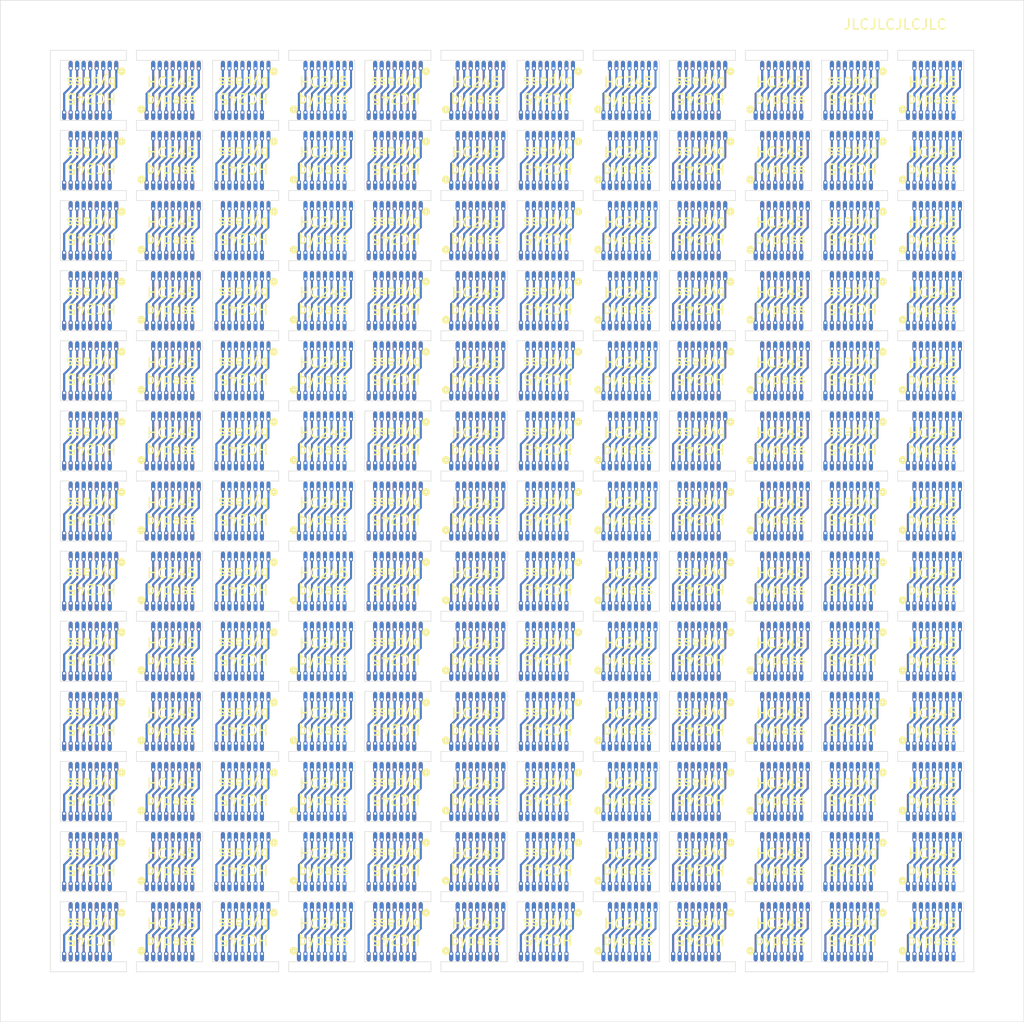
<source format=kicad_pcb>
(kicad_pcb (version 20221018) (generator pcbnew)
  (layers (0 "F.Cu" signal) (31 "B.Cu" signal) (34 "B.Paste" user) (35 "F.Paste" user) (36 "B.SilkS" user "B.Silkscreen") (37 "F.SilkS" user "F.Silkscreen") (38 "B.Mask" user) (39 "F.Mask" user) (44 "Edge.Cuts" user))
  (net 0 "")
  (net 1 "/A0B0")
  (net 2 "/A1B1")
  (net 3 "/A2B2")
  (net 4 "/A3B3")
  (net 5 "/A4B4")
  (net 6 "/A5B5")
  (net 7 "/A6B6")
  (net 8 "/A7B7")
  (footprint "hc245t-bypass:PAD" (layer "F.Cu") (at 28.32 27.8 180)
    (fp_text reference "TP3" hide)
    (fp_text value "TestPoint" hide)
  )
  (footprint "hc245t-bypass:PAD" (layer "F.Cu") (at 29.62 32.2)
    (fp_text reference "TP10" hide)
    (fp_text value "TestPoint" hide)
  )
  (footprint "hc245t-bypass:PAD" (layer "F.Cu") (at 30.27 32.2)
    (fp_text reference "TP12" hide)
    (fp_text value "TestPoint" hide)
  )
  (footprint "hc245t-bypass:PAD" (layer "F.Cu") (at 27.67 32.2)
    (fp_text reference "TP4" hide)
    (fp_text value "TestPoint" hide)
  )
  (footprint "hc245t-bypass:PAD" (layer "F.Cu") (at 27.67 27.8 180)
    (fp_text reference "TP1" hide)
    (fp_text value "TestPoint" hide)
  )
  (footprint "hc245t-bypass:PAD" (layer "F.Cu") (at 30.27 27.8 180)
    (fp_text reference "TP9" hide)
    (fp_text value "TestPoint" hide)
  )
  (footprint "hc245t-bypass:PAD" (layer "F.Cu") (at 29.62 27.8 180)
    (fp_text reference "TP7" hide)
    (fp_text value "TestPoint" hide)
  )
  (footprint "hc245t-bypass:PAD" (layer "F.Cu") (at 28.32 32.2)
    (fp_text reference "TP6" hide)
    (fp_text value "TestPoint" hide)
  )
  (footprint "hc245t-bypass:PAD" (layer "F.Cu") (at 31.57 32.2)
    (fp_text reference "TP16" hide)
    (fp_text value "TestPoint" hide)
  )
  (footprint "hc245t-bypass:PAD" (layer "F.Cu") (at 32.22 27.8 180)
    (fp_text reference "TP15" hide)
    (fp_text value "TestPoint" hide)
  )
  (footprint "hc245t-bypass:PAD" (layer "F.Cu") (at 30.92 27.8 180)
    (fp_text reference "TP11" hide)
    (fp_text value "TestPoint" hide)
  )
  (footprint "hc245t-bypass:PAD" (layer "F.Cu") (at 30.92 32.2)
    (fp_text reference "TP14" hide)
    (fp_text value "TestPoint" hide)
  )
  (footprint "hc245t-bypass:PAD" (layer "F.Cu") (at 31.57 27.8 180)
    (fp_text reference "TP13" hide)
    (fp_text value "TestPoint" hide)
  )
  (footprint "hc245t-bypass:PAD" (layer "F.Cu") (at 27.02 32.2)
    (fp_text reference "TP2" hide)
    (fp_text value "TestPoint" hide)
  )
  (footprint "hc245t-bypass:PAD" (layer "F.Cu") (at 28.97 32.2)
    (fp_text reference "TP8" hide)
    (fp_text value "TestPoint" hide)
  )
  (footprint "hc245t-bypass:PAD" (layer "F.Cu") (at 28.97 27.8 180)
    (fp_text reference "TP5" hide)
    (fp_text value "TestPoint" hide)
  )
  (footprint "hc245t-bypass:PAD" (layer "F.Cu") (at 22.03 32.2)
    (fp_text reference "TP5" hide)
    (fp_text value "TestPoint" hide)
  )
  (footprint "hc245t-bypass:PAD" (layer "F.Cu") (at 22.03 27.8 180)
    (fp_text reference "TP8" hide)
    (fp_text value "TestPoint" hide)
  )
  (footprint "hc245t-bypass:PAD" (layer "F.Cu") (at 22.68 27.8 180)
    (fp_text reference "TP6" hide)
    (fp_text value "TestPoint" hide)
  )
  (footprint "hc245t-bypass:PAD" (layer "F.Cu") (at 21.38 27.8 180)
    (fp_text reference "TP10" hide)
    (fp_text value "TestPoint" hide)
  )
  (footprint "hc245t-bypass:PAD" (layer "F.Cu") (at 19.43 27.8 180)
    (fp_text reference "TP16" hide)
    (fp_text value "TestPoint" hide)
  )
  (footprint "hc245t-bypass:PAD" (layer "F.Cu") (at 20.73 27.8 180)
    (fp_text reference "TP12" hide)
    (fp_text value "TestPoint" hide)
  )
  (footprint "hc245t-bypass:PAD" (layer "F.Cu") (at 18.78 32.2)
    (fp_text reference "TP15" hide)
    (fp_text value "TestPoint" hide)
  )
  (footprint "hc245t-bypass:PAD" (layer "F.Cu") (at 23.33 27.8 180)
    (fp_text reference "TP4" hide)
    (fp_text value "TestPoint" hide)
  )
  (footprint "hc245t-bypass:PAD" (layer "F.Cu") (at 20.08 27.8 180)
    (fp_text reference "TP14" hide)
    (fp_text value "TestPoint" hide)
  )
  (footprint "hc245t-bypass:PAD" (layer "F.Cu") (at 20.73 32.2)
    (fp_text reference "TP9" hide)
    (fp_text value "TestPoint" hide)
  )
  (footprint "hc245t-bypass:PAD" (layer "F.Cu") (at 22.68 32.2)
    (fp_text reference "TP3" hide)
    (fp_text value "TestPoint" hide)
  )
  (footprint "hc245t-bypass:PAD" (layer "F.Cu") (at 23.98 27.8 180)
    (fp_text reference "TP2" hide)
    (fp_text value "TestPoint" hide)
  )
  (footprint "hc245t-bypass:PAD" (layer "F.Cu") (at 20.08 32.2)
    (fp_text reference "TP11" hide)
    (fp_text value "TestPoint" hide)
  )
  (footprint "hc245t-bypass:PAD" (layer "F.Cu") (at 19.43 32.2)
    (fp_text reference "TP13" hide)
    (fp_text value "TestPoint" hide)
  )
  (footprint "hc245t-bypass:PAD" (layer "F.Cu") (at 23.33 32.2)
    (fp_text reference "TP1" hide)
    (fp_text value "TestPoint" hide)
  )
  (footprint "hc245t-bypass:PAD" (layer "F.Cu") (at 21.38 32.2)
    (fp_text reference "TP7" hide)
    (fp_text value "TestPoint" hide)
  )
  (footprint "hc245t-bypass:PAD" (layer "F.Cu") (at 20.08 25.2)
    (fp_text reference "TP11" hide)
    (fp_text value "TestPoint" hide)
  )
  (footprint "hc245t-bypass:PAD" (layer "F.Cu") (at 22.03 25.2)
    (fp_text reference "TP5" hide)
    (fp_text value "TestPoint" hide)
  )
  (footprint "hc245t-bypass:PAD" (layer "F.Cu") (at 19.43 25.2)
    (fp_text reference "TP13" hide)
    (fp_text value "TestPoint" hide)
  )
  (footprint "hc245t-bypass:PAD" (layer "F.Cu") (at 22.03 20.8 180)
    (fp_text reference "TP8" hide)
    (fp_text value "TestPoint" hide)
  )
  (footprint "hc245t-bypass:PAD" (layer "F.Cu") (at 21.38 20.8 180)
    (fp_text reference "TP10" hide)
    (fp_text value "TestPoint" hide)
  )
  (footprint "hc245t-bypass:PAD" (layer "F.Cu") (at 23.33 20.8 180)
    (fp_text reference "TP4" hide)
    (fp_text value "TestPoint" hide)
  )
  (footprint "hc245t-bypass:PAD" (layer "F.Cu") (at 21.38 25.2)
    (fp_text reference "TP7" hide)
    (fp_text value "TestPoint" hide)
  )
  (footprint "hc245t-bypass:PAD" (layer "F.Cu") (at 18.78 25.2)
    (fp_text reference "TP15" hide)
    (fp_text value "TestPoint" hide)
  )
  (footprint "hc245t-bypass:PAD" (layer "F.Cu") (at 19.43 20.8 180)
    (fp_text reference "TP16" hide)
    (fp_text value "TestPoint" hide)
  )
  (footprint "hc245t-bypass:PAD" (layer "F.Cu") (at 22.68 20.8 180)
    (fp_text reference "TP6" hide)
    (fp_text value "TestPoint" hide)
  )
  (footprint "hc245t-bypass:PAD" (layer "F.Cu") (at 22.68 25.2)
    (fp_text reference "TP3" hide)
    (fp_text value "TestPoint" hide)
  )
  (footprint "hc245t-bypass:PAD" (layer "F.Cu") (at 23.98 20.8 180)
    (fp_text reference "TP2" hide)
    (fp_text value "TestPoint" hide)
  )
  (footprint "hc245t-bypass:PAD" (layer "F.Cu") (at 23.33 25.2)
    (fp_text reference "TP1" hide)
    (fp_text value "TestPoint" hide)
  )
  (footprint "hc245t-bypass:PAD" (layer "F.Cu") (at 20.73 25.2)
    (fp_text reference "TP9" hide)
    (fp_text value "TestPoint" hide)
  )
  (footprint "hc245t-bypass:PAD" (layer "F.Cu") (at 20.08 20.8 180)
    (fp_text reference "TP14" hide)
    (fp_text value "TestPoint" hide)
  )
  (footprint "hc245t-bypass:PAD" (layer "F.Cu") (at 20.73 20.8 180)
    (fp_text reference "TP12" hide)
    (fp_text value "TestPoint" hide)
  )
  (footprint "hc245t-bypass:PAD" (layer "F.Cu") (at 27.67 20.8 180)
    (fp_text reference "TP1" hide)
    (fp_text value "TestPoint" hide)
  )
  (footprint "hc245t-bypass:PAD" (layer "F.Cu") (at 27.02 25.2)
    (fp_text reference "TP2" hide)
    (fp_text value "TestPoint" hide)
  )
  (footprint "hc245t-bypass:PAD" (layer "F.Cu") (at 28.32 20.8 180)
    (fp_text reference "TP3" hide)
    (fp_text value "TestPoint" hide)
  )
  (footprint "hc245t-bypass:PAD" (layer "F.Cu") (at 27.67 25.2)
    (fp_text reference "TP4" hide)
    (fp_text value "TestPoint" hide)
  )
  (footprint "hc245t-bypass:PAD" (layer "F.Cu") (at 28.97 20.8 180)
    (fp_text reference "TP5" hide)
    (fp_text value "TestPoint" hide)
  )
  (footprint "hc245t-bypass:PAD" (layer "F.Cu") (at 28.32 25.2)
    (fp_text reference "TP6" hide)
    (fp_text value "TestPoint" hide)
  )
  (footprint "hc245t-bypass:PAD" (layer "F.Cu") (at 29.62 20.8 180)
    (fp_text reference "TP7" hide)
    (fp_text value "TestPoint" hide)
  )
  (footprint "hc245t-bypass:PAD" (layer "F.Cu") (at 28.97 25.2)
    (fp_text reference "TP8" hide)
    (fp_text value "TestPoint" hide)
  )
  (footprint "hc245t-bypass:PAD" (layer "F.Cu") (at 30.27 20.8 180)
    (fp_text reference "TP9" hide)
    (fp_text value "TestPoint" hide)
  )
  (footprint "hc245t-bypass:PAD" (layer "F.Cu") (at 29.62 25.2)
    (fp_text reference "TP10" hide)
    (fp_text value "TestPoint" hide)
  )
  (footprint "hc245t-bypass:PAD" (layer "F.Cu") (at 30.92 20.8 180)
    (fp_text reference "TP11" hide)
    (fp_text value "TestPoint" hide)
  )
  (footprint "hc245t-bypass:PAD" (layer "F.Cu") (at 30.27 25.2)
    (fp_text reference "TP12" hide)
    (fp_text value "TestPoint" hide)
  )
  (footprint "hc245t-bypass:PAD" (layer "F.Cu") (at 31.57 20.8 180)
    (fp_text reference "TP13" hide)
    (fp_text value "TestPoint" hide)
  )
  (footprint "hc245t-bypass:PAD" (layer "F.Cu") (at 30.92 25.2)
    (fp_text reference "TP14" hide)
    (fp_text value "TestPoint" hide)
  )
  (footprint "hc245t-bypass:PAD" (layer "F.Cu") (at 32.22 20.8 180)
    (fp_text reference "TP15" hide)
    (fp_text value "TestPoint" hide)
  )
  (footprint "hc245t-bypass:PAD" (layer "F.Cu") (at 31.57 25.2)
    (fp_text reference "TP16" hide)
    (fp_text value "TestPoint" hide)
  )
  (footprint "hc245t-bypass:PAD" (layer "F.Cu") (at 36.58 97.8 180)
    (fp_text reference "TP10" hide)
    (fp_text value "TestPoint" hide)
  )
  (footprint "hc245t-bypass:PAD" (layer "F.Cu") (at 54.38 76.8 180)
    (fp_text reference "TP2" hide)
    (fp_text value "TestPoint" hide)
  )
  (footprint "hc245t-bypass:PAD" (layer "F.Cu") (at 73.27 76.8 180)
    (fp_text reference "TP1" hide)
    (fp_text value "TestPoint" hide)
  )
  (footprint "hc245t-bypass:PAD" (layer "F.Cu") (at 60.67 20.8 180)
    (fp_text reference "TP9" hide)
    (fp_text value "TestPoint" hide)
  )
  (footprint "hc245t-bypass:PAD" (layer "F.Cu") (at 35.93 39.2)
    (fp_text reference "TP9" hide)
    (fp_text value "TestPoint" hide)
  )
  (footprint "hc245t-bypass:PAD" (layer "F.Cu") (at 92.37 41.8 180)
    (fp_text reference "TP13" hide)
    (fp_text value "TestPoint" hide)
  )
  (footprint "hc245t-bypass:PAD" (layer "F.Cu") (at 68.28 20.8 180)
    (fp_text reference "TP6" hide)
    (fp_text value "TestPoint" hide)
  )
  (footprint "hc245t-bypass:PAD" (layer "F.Cu") (at 104.97 25.2)
    (fp_text reference "TP8" hide)
    (fp_text value "TestPoint" hide)
  )
  (footprint "hc245t-bypass:PAD" (layer "F.Cu") (at 76.52 48.8 180)
    (fp_text reference "TP11" hide)
    (fp_text value "TestPoint" hide)
  )
  (footprint "hc245t-bypass:PAD" (layer "F.Cu") (at 60.02 55.8 180)
    (fp_text reference "TP7" hide)
    (fp_text value "TestPoint" hide)
  )
  (footprint "hc245t-bypass:PAD" (layer "F.Cu") (at 54.38 20.8 180)
    (fp_text reference "TP2" hide)
    (fp_text value "TestPoint" hide)
  )
  (footprint "hc245t-bypass:PAD" (layer "F.Cu") (at 89.77 104.8 180)
    (fp_text reference "TP5" hide)
    (fp_text value "TestPoint" hide)
  )
  (footprint "hc245t-bypass:PAD" (layer "F.Cu") (at 98.68 95.2)
    (fp_text reference "TP3" hide)
    (fp_text value "TestPoint" hide)
  )
  (footprint "hc245t-bypass:PAD" (layer "F.Cu") (at 68.93 27.8 180)
    (fp_text reference "TP4" hide)
    (fp_text value "TestPoint" hide)
  )
  (footprint "hc245t-bypass:PAD" (layer "F.Cu") (at 29.62 81.2)
    (fp_text reference "TP10" hide)
    (fp_text value "TestPoint" hide)
  )
  (footprint "hc245t-bypass:PAD" (layer "F.Cu") (at 98.03 104.8 180)
    (fp_text reference "TP8" hide)
    (fp_text value "TestPoint" hide)
  )
  (footprint "hc245t-bypass:PAD" (layer "F.Cu") (at 59.37 102.2)
    (fp_text reference "TP8" hide)
    (fp_text value "TestPoint" hide)
  )
  (footprint "hc245t-bypass:PAD" (layer "F.Cu") (at 35.93 34.8 180)
    (fp_text reference "TP12" hide)
    (fp_text value "TestPoint" hide)
  )
  (footprint "hc245t-bypass:PAD" (layer "F.Cu") (at 84.78 20.8 180)
    (fp_text reference "TP2" hide)
    (fp_text value "TestPoint" hide)
  )
  (footprint "hc245t-bypass:PAD" (layer "F.Cu") (at 28.97 60.2)
    (fp_text reference "TP8" hide)
    (fp_text value "TestPoint" hide)
  )
  (footprint "hc245t-bypass:PAD" (layer "F.Cu") (at 73.92 88.2)
    (fp_text reference "TP6" hide)
    (fp_text value "TestPoint" hide)
  )
  (footprint "hc245t-bypass:PAD" (layer "F.Cu") (at 60.67 27.8 180)
    (fp_text reference "TP9" hide)
    (fp_text value "TestPoint" hide)
  )
  (footprint "hc245t-bypass:PAD" (layer "F.Cu") (at 84.78 34.8 180)
    (fp_text reference "TP2" hide)
    (fp_text value "TestPoint" hide)
  )
  (footprint "hc245t-bypass:PAD" (layer "F.Cu") (at 83.48 53.2)
    (fp_text reference "TP3" hide)
    (fp_text value "TestPoint" hide)
  )
  (footprint "hc245t-bypass:PAD" (layer "F.Cu") (at 96.08 74.2)
    (fp_text reference "TP11" hide)
    (fp_text value "TestPoint" hide)
  )
  (footprint "hc245t-bypass:PAD" (layer "F.Cu") (at 57.42 39.2)
    (fp_text reference "TP2" hide)
    (fp_text value "TestPoint" hide)
  )
  (footprint "hc245t-bypass:PAD" (layer "F.Cu") (at 43.52 95.2)
    (fp_text reference "TP6" hide)
    (fp_text value "TestPoint" hide)
  )
  (footprint "hc245t-bypass:PAD" (layer "F.Cu") (at 45.47 20.8 180)
    (fp_text reference "TP9" hide)
    (fp_text value "TestPoint" hide)
  )
  (footprint "hc245t-bypass:PAD" (layer "F.Cu") (at 99.33 48.8 180)
    (fp_text reference "TP4" hide)
    (fp_text value "TestPoint" hide)
  )
  (footprint "hc245t-bypass:PAD" (layer "F.Cu") (at 103.67 27.8 180)
    (fp_text reference "TP1" hide)
    (fp_text value "TestPoint" hide)
  )
  (footprint "hc245t-bypass:PAD" (layer "F.Cu") (at 89.77 102.2)
    (fp_text reference "TP8" hide)
    (fp_text value "TestPoint" hide)
  )
  (footprint "hc245t-bypass:PAD" (layer "F.Cu") (at 107.57 27.8 180)
    (fp_text reference "TP13" hide)
    (fp_text value "TestPoint" hide)
  )
  (footprint "hc245t-bypass:PAD" (layer "F.Cu") (at 89.77 97.8 180)
    (fp_text reference "TP5" hide)
    (fp_text value "TestPoint" hide)
  )
  (footprint "hc245t-bypass:PAD" (layer "F.Cu") (at 68.93 41.8 180)
    (fp_text reference "TP4" hide)
    (fp_text value "TestPoint" hide)
  )
  (footprint "hc245t-bypass:PAD" (layer "F.Cu") (at 74.57 20.8 180)
    (fp_text reference "TP5" hide)
    (fp_text value "TestPoint" hide)
  )
  (footprint "hc245t-bypass:PAD" (layer "F.Cu") (at 90.42 20.8 180)
    (fp_text reference "TP7" hide)
    (fp_text value "TestPoint" hide)
  )
  (footprint "hc245t-bypass:PAD" (layer "F.Cu") (at 53.08 90.8 180)
    (fp_text reference "TP6" hide)
    (fp_text value "TestPoint" hide)
  )
  (footprint "hc245t-bypass:PAD" (layer "F.Cu") (at 44.82 90.8 180)
    (fp_text reference "TP7" hide)
    (fp_text value "TestPoint" hide)
  )
  (footprint "hc245t-bypass:PAD" (layer "F.Cu") (at 107.57 48.8 180)
    (fp_text reference "TP13" hide)
    (fp_text value "TestPoint" hide)
  )
  (footprint "hc245t-bypass:PAD" (layer "F.Cu") (at 75.87 25.2)
    (fp_text reference "TP12" hide)
    (fp_text value "TestPoint" hide)
  )
  (footprint "hc245t-bypass:PAD" (layer "F.Cu") (at 75.87 46.2)
    (fp_text reference "TP12" hide)
    (fp_text value "TestPoint" hide)
  )
  (footprint "hc245t-bypass:PAD" (layer "F.Cu") (at 49.18 53.2)
    (fp_text reference "TP15" hide)
    (fp_text value "TestPoint" hide)
  )
  (footprint "hc245t-bypass:PAD" (layer "F.Cu") (at 104.97 90.8 180)
    (fp_text reference "TP5" hide)
    (fp_text value "TestPoint" hide)
  )
  (footprint "hc245t-bypass:PAD" (layer "F.Cu") (at 75.87 60.2)
    (fp_text reference "TP12" hide)
    (fp_text value "TestPoint" hide)
  )
  (footprint "hc245t-bypass:PAD" (layer "F.Cu") (at 89.12 109.2)
    (fp_text reference "TP6" hide)
    (fp_text value "TestPoint" hide)
  )
  (footprint "hc245t-bypass:PAD" (layer "F.Cu") (at 67.63 39.2)
    (fp_text reference "TP5" hide)
    (fp_text value "TestPoint" hide)
  )
  (footprint "hc245t-bypass:PAD" (layer "F.Cu") (at 77.82 27.8 180)
    (fp_text reference "TP15" hide)
    (fp_text value "TestPoint" hide)
  )
  (footprint "hc245t-bypass:PAD" (layer "F.Cu") (at 107.57 55.8 180)
    (fp_text reference "TP13" hide)
    (fp_text value "TestPoint" hide)
  )
  (footprint "hc245t-bypass:PAD" (layer "F.Cu") (at 89.77 60.2)
    (fp_text reference "TP8" hide)
    (fp_text value "TestPoint" hide)
  )
  (footprint "hc245t-bypass:PAD" (layer "F.Cu") (at 23.33 48.8 180)
    (fp_text reference "TP4" hide)
    (fp_text value "TestPoint" hide)
  )
  (footprint "hc245t-bypass:PAD" (layer "F.Cu") (at 37.88 27.8 180)
    (fp_text reference "TP6" hide)
    (fp_text value "TestPoint" hide)
  )
  (footprint "hc245t-bypass:PAD" (layer "F.Cu") (at 80.23 20.8 180)
    (fp_text reference "TP16" hide)
    (fp_text value "TestPoint" hide)
  )
  (footprint "hc245t-bypass:PAD" (layer "F.Cu") (at 77.17 76.8 180)
    (fp_text reference "TP13" hide)
    (fp_text value "TestPoint" hide)
  )
  (footprint "hc245t-bypass:PAD" (layer "F.Cu") (at 89.77 53.2)
    (fp_text reference "TP8" hide)
    (fp_text value "TestPoint" hide)
  )
  (footprint "hc245t-bypass:PAD" (layer "F.Cu") (at 42.87 102.2)
    (fp_text reference "TP4" hide)
    (fp_text value "TestPoint" hide)
  )
  (footprint "hc245t-bypass:PAD" (layer "F.Cu") (at 23.33 104.8 180)
    (fp_text reference "TP4" hide)
    (fp_text value "TestPoint" hide)
  )
  (footprint "hc245t-bypass:PAD" (layer "F.Cu") (at 51.13 32.2)
    (fp_text reference "TP9" hide)
    (fp_text value "TestPoint" hide)
  )
  (footprint "hc245t-bypass:PAD" (layer "F.Cu") (at 52.43 60.2)
    (fp_text reference "TP5" hide)
    (fp_text value "TestPoint" hide)
  )
  (footprint "hc245t-bypass:PAD" (layer "F.Cu") (at 53.08 104.8 180)
    (fp_text reference "TP6" hide)
    (fp_text value "TestPoint" hide)
  )
  (footprint "hc245t-bypass:PAD" (layer "F.Cu") (at 81.53 74.2)
    (fp_text reference "TP9" hide)
    (fp_text value "TestPoint" hide)
  )
  (footprint "hc245t-bypass:PAD" (layer "F.Cu") (at 74.57 46.2)
    (fp_text reference "TP8" hide)
    (fp_text value "TestPoint" hide)
  )
  (footprint "hc245t-bypass:PAD" (layer "F.Cu") (at 73.27 27.8 180)
    (fp_text reference "TP1" hide)
    (fp_text value "TestPoint" hide)
  )
  (footprint "hc245t-bypass:PAD" (layer "F.Cu") (at 73.92 39.2)
    (fp_text reference "TP6" hide)
    (fp_text value "TestPoint" hide)
  )
  (footprint "hc245t-bypass:PAD" (layer "F.Cu") (at 52.43 48.8 180)
    (fp_text reference "TP8" hide)
    (fp_text value "TestPoint" hide)
  )
  (footprint "hc245t-bypass:PAD" (layer "F.Cu") (at 60.02 60.2)
    (fp_text reference "TP10" hide)
    (fp_text value "TestPoint" hide)
  )
  (footprint "hc245t-bypass:PAD" (layer "F.Cu") (at 82.83 102.2)
    (fp_text reference "TP5" hide)
    (fp_text value "TestPoint" hide)
  )
  (footprint "hc245t-bypass:PAD" (layer "F.Cu") (at 30.92 76.8 180)
    (fp_text reference "TP11" hide)
    (fp_text value "TestPoint" hide)
  )
  (footprint "hc245t-bypass:PAD" (layer "F.Cu") (at 81.53 55.8 180)
    (fp_text reference "TP12" hide)
    (fp_text value "TestPoint" hide)
  )
  (footprint "hc245t-bypass:PAD" (layer "F.Cu") (at 47.42 27.8 180)
    (fp_text reference "TP15" hide)
    (fp_text value "TestPoint" hide)
  )
  (footprint "hc245t-bypass:PAD" (layer "F.Cu") (at 92.37 48.8 180)
    (fp_text reference "TP13" hide)
    (fp_text value "TestPoint" hide)
  )
  (footprint "hc245t-bypass:PAD" (layer "F.Cu") (at 99.33 34.8 180)
    (fp_text reference "TP4" hide)
    (fp_text value "TestPoint" hide)
  )
  (footprint "hc245t-bypass:PAD" (layer "F.Cu") (at 31.57 81.2)
    (fp_text reference "TP16" hide)
    (fp_text value "TestPoint" hide)
  )
  (footprint "hc245t-bypass:PAD" (layer "F.Cu") (at 22.68 69.8 180)
    (fp_text reference "TP6" hide)
    (fp_text value "TestPoint" hide)
  )
  (footprint "hc245t-bypass:PAD" (layer "F.Cu") (at 74.57 76.8 180)
    (fp_text reference "TP5" hide)
    (fp_text value "TestPoint" hide)
  )
  (footprint "hc245t-bypass:PAD" (layer "F.Cu") (at 50.48 46.2)
    (fp_text reference "TP11" hide)
    (fp_text value "TestPoint" hide)
  )
  (footprint "hc245t-bypass:PAD" (layer "F.Cu") (at 80.88 25.2)
    (fp_text reference "TP11" hide)
    (fp_text value "TestPoint" hide)
  )
  (footprint "hc245t-bypass:PAD" (layer "F.Cu") (at 98.03 39.2)
    (fp_text reference "TP5" hide)
    (fp_text value "TestPoint" hide)
  )
  (footprint "hc245t-bypass:PAD" (layer "F.Cu") (at 84.13 74.2)
    (fp_text reference "TP1" hide)
    (fp_text value "TestPoint" hide)
  )
  (footprint "hc245t-bypass:PAD" (layer "F.Cu") (at 104.32 20.8 180)
    (fp_text reference "TP3" hide)
    (fp_text value "TestPoint" hide)
  )
  (footprint "hc245t-bypass:PAD" (layer "F.Cu") (at 35.93 95.2)
    (fp_text reference "TP9" hide)
    (fp_text value "TestPoint" hide)
  )
  (footprint "hc245t-bypass:PAD" (layer "F.Cu") (at 84.78 97.8 180)
    (fp_text reference "TP2" hide)
    (fp_text value "TestPoint" hide)
  )
  (footprint "hc245t-bypass:PAD" (layer "F.Cu") (at 35.28 34.8 180)
    (fp_text reference "TP14" hide)
    (fp_text value "TestPoint" hide)
  )
  (footprint "hc245t-bypass:PAD" (layer "F.Cu") (at 95.43 20.8 180)
    (fp_text reference "TP16" hide)
    (fp_text value "TestPoint" hide)
  )
  (footprint "hc245t-bypass:PAD" (layer "F.Cu") (at 58.07 48.8 180)
    (fp_text reference "TP1" hide)
    (fp_text value "TestPoint" hide)
  )
  (footprint "hc245t-bypass:PAD" (layer "F.Cu") (at 64.38 102.2)
    (fp_text reference "TP15" hide)
    (fp_text value "TestPoint" hide)
  )
  (footprint "hc245t-bypass:PAD" (layer "F.Cu") (at 106.27 83.8 180)
    (fp_text reference "TP9" hide)
    (fp_text value "TestPoint" hide)
  )
  (footprint "hc245t-bypass:PAD" (layer "F.Cu") (at 37.88 34.8 180)
    (fp_text reference "TP6" hide)
    (fp_text value "TestPoint" hide)
  )
  (footprint "hc245t-bypass:PAD" (layer "F.Cu") (at 42.87 53.2)
    (fp_text reference "TP4" hide)
    (fp_text value "TestPoint" hide)
  )
  (footprint "hc245t-bypass:PAD" (layer "F.Cu") (at 44.17 34.8 180)
    (fp_text reference "TP5" hide)
    (fp_text value "TestPoint" hide)
  )
  (footprint "hc245t-bypass:PAD" (layer "F.Cu") (at 53.73 60.2)
    (fp_text reference "TP1" hide)
    (fp_text value "TestPoint" hide)
  )
  (footprint "hc245t-bypass:PAD" (layer "F.Cu") (at 65.03 27.8 180)
    (fp_text reference "TP16" hide)
    (fp_text value "TestPoint" hide)
  )
  (footprint "hc245t-bypass:PAD" (layer "F.Cu") (at 42.87 55.8 180)
    (fp_text reference "TP1" hide)
    (fp_text value "TestPoint" hide)
  )
  (footprint "hc245t-bypass:PAD" (layer "F.Cu") (at 43.52 76.8 180)
    (fp_text reference "TP3" hide)
    (fp_text value "TestPoint" hide)
  )
  (footprint "hc245t-bypass:PAD" (layer "F.Cu") (at 22.03 88.2)
    (fp_text reference "TP5" hide)
    (fp_text value "TestPoint" hide)
  )
  (footprint "hc245t-bypass:PAD" (layer "F.Cu") (at 68.28 62.8 180)
    (fp_text reference "TP6" hide)
    (fp_text value "TestPoint" hide)
  )
  (footprint "hc245t-bypass:PAD" (layer "F.Cu") (at 80.88 83.8 180)
    (fp_text reference "TP14" hide)
    (fp_text value "TestPoint" hide)
  )
  (footprint "hc245t-bypass:PAD" (layer "F.Cu") (at 60.67 102.2)
    (fp_text reference "TP12" hide)
    (fp_text value "TestPoint" hide)
  )
  (footprint "hc245t-bypass:PAD" (layer "F.Cu") (at 106.27 32.2)
    (fp_text reference "TP12" hide)
    (fp_text value "TestPoint" hide)
  )
  (footprint "hc245t-bypass:PAD" (layer "F.Cu") (at 89.77 67.2)
    (fp_text reference "TP8" hide)
    (fp_text value "TestPoint" hide)
  )
  (footprint "hc245t-bypass:PAD" (layer "F.Cu") (at 98.03 34.8 180)
    (fp_text reference "TP8" hide)
    (fp_text value "TestPoint" hide)
  )
  (footprint "hc245t-bypass:PAD" (layer "F.Cu") (at 89.77 81.2)
    (fp_text reference "TP8" hide)
    (fp_text value "TestPoint" hide)
  )
  (footprint "hc245t-bypass:PAD" (layer "F.Cu") (at 47.42 97.8 180)
    (fp_text reference "TP15" hide)
    (fp_text value "TestPoint" hide)
  )
  (footprint "hc245t-bypass:PAD" (layer "F.Cu") (at 37.88 81.2)
    (fp_text reference "TP3" hide)
    (fp_text value "TestPoint" hide)
  )
  (footprint "hc245t-bypass:PAD" (layer "F.Cu") (at 37.23 102.2)
    (fp_text reference "TP5" hide)
    (fp_text value "TestPoint" hide)
  )
  (footprint "hc245t-bypass:PAD" (layer "F.Cu") (at 46.12 102.2)
    (fp_text reference "TP14" hide)
    (fp_text value "TestPoint" hide)
  )
  (footprint "hc245t-bypass:PAD" (layer "F.Cu") (at 60.02 95.2)
    (fp_text reference "TP10" hide)
    (fp_text value "TestPoint" hide)
  )
  (footprint "hc245t-bypass:PAD" (layer "F.Cu") (at 73.92 90.8 180)
    (fp_text reference "TP3" hide)
    (fp_text value "TestPoint" hide)
  )
  (footprint "hc245t-bypass:PAD" (layer "F.Cu") (at 99.98 20.8 180)
    (fp_text reference "TP2" hide)
    (fp_text value "TestPoint" hide)
  )
  (footprint "hc245t-bypass:PAD" (layer "F.Cu") (at 60.02 69.8 180)
    (fp_text reference "TP7" hide)
    (fp_text value "TestPoint" hide)
  )
  (footprint "hc245t-bypass:PAD" (layer "F.Cu") (at 93.02 41.8 180)
    (fp_text reference "TP15" hide)
    (fp_text value "TestPoint" hide)
  )
  (footprint "hc245t-bypass:PAD" (layer "F.Cu") (at 60.02 32.2)
    (fp_text reference "TP10" hide)
    (fp_text value "TestPoint" hide)
  )
  (footprint "hc245t-bypass:PAD" (layer "F.Cu") (at 20.08 109.2)
    (fp_text reference "TP11" hide)
    (fp_text value "TestPoint" hide)
  )
  (footprint "hc245t-bypass:PAD" (layer "F.Cu") (at 75.22 102.2)
    (fp_text reference "TP10" hide)
    (fp_text value "TestPoint" hide)
  )
  (footprint "hc245t-bypass:PAD" (layer "F.Cu") (at 58.07 25.2)
    (fp_text reference "TP4" hide)
    (fp_text value "TestPoint" hide)
  )
  (footprint "hc245t-bypass:PAD" (layer "F.Cu") (at 99.33 55.8 180)
    (fp_text reference "TP4" hide)
    (fp_text value "TestPoint" hide)
  )
  (footprint "hc245t-bypass:PAD" (layer "F.Cu") (at 92.37 88.2)
    (fp_text reference "TP16" hide)
    (fp_text value "TestPoint" hide)
  )
  (footprint "hc245t-bypass:PAD" (layer "F.Cu") (at 47.42 41.8 180)
    (fp_text reference "TP15" hide)
    (fp_text value "TestPoint" hide)
  )
  (footprint "hc245t-bypass:PAD" (layer "F.Cu") (at 44.17 97.8 180)
    (fp_text reference "TP5" hide)
    (fp_text value "TestPoint" hide)
  )
  (footprint "hc245t-bypass:PAD" (layer "F.Cu") (at 28.32 90.8 180)
    (fp_text reference "TP3" hide)
    (fp_text value "TestPoint" hide)
  )
  (footprint "hc245t-bypass:PAD" (layer "F.Cu") (at 66.98 97.8 180)
    (fp_text reference "TP10" hide)
    (fp_text value "TestPoint" hide)
  )
  (footprint "hc245t-bypass:PAD" (layer "F.Cu") (at 29.62 39.2)
    (fp_text reference "TP10" hide)
    (fp_text value "TestPoint" hide)
  )
  (footprint "hc245t-bypass:PAD" (layer "F.Cu") (at 28.97 34.8 180)
    (fp_text reference "TP5" hide)
    (fp_text value "TestPoint" hide)
  )
  (footprint "hc245t-bypass:PAD" (layer "F.Cu") (at 45.47 34.8 180)
    (fp_text reference "TP9" hide)
    (fp_text value "TestPoint" hide)
  )
  (footprint "hc245t-bypass:PAD" (layer "F.Cu") (at 83.48 48.8 180)
    (fp_text reference "TP6" hide)
    (fp_text value "TestPoint" hide)
  )
  (footprint "hc245t-bypass:PAD" (layer "F.Cu") (at 39.18 34.8 180)
    (fp_text reference "TP2" hide)
    (fp_text value "TestPoint" hide)
  )
  (footprint "hc245t-bypass:PAD" (layer "F.Cu") (at 77.17 74.2)
    (fp_text reference "TP16" hide)
    (fp_text value "TestPoint" hide)
  )
  (footprint "hc245t-bypass:PAD" (layer "F.Cu") (at 60.67 48.8 180)
    (fp_text reference "TP9" hide)
    (fp_text value "TestPoint" hide)
  )
  (footprint "hc245t-bypass:PAD" (layer "F.Cu") (at 28.32 55.8 180)
    (fp_text reference "TP3" hide)
    (fp_text value "TestPoint" hide)
  )
  (footprint "hc245t-bypass:PAD" (layer "F.Cu") (at 81.53 88.2)
    (fp_text reference "TP9" hide)
    (fp_text value "TestPoint" hide)
  )
  (footprint "hc245t-bypass:PAD" (layer "F.Cu") (at 57.42 74.2)
    (fp_text reference "TP2" hide)
    (fp_text value "TestPoint" hide)
  )
  (footprint "hc245t-bypass:PAD" (layer "F.Cu") (at 82.18 48.8 180)
    (fp_text reference "TP10" hide)
    (fp_text value "TestPoint" hide)
  )
  (footprint "hc245t-bypass:PAD" (layer "F.Cu") (at 58.07 95.2)
    (fp_text reference "TP4" hide)
    (fp_text value "TestPoint" hide)
  )
  (footprint "hc245t-bypass:PAD" (layer "F.Cu") (at 80.23 25.2)
    (fp_text reference "TP13" hide)
    (fp_text value "TestPoint" hide)
  )
  (footprint "hc245t-bypass:PAD" (layer "F.Cu") (at 27.67 102.2)
    (fp_text reference "TP4" hide)
    (fp_text value "TestPoint" hide)
  )
  (footprint "hc245t-bypass:PAD" (layer "F.Cu") (at 106.92 69.8 180)
    (fp_text reference "TP11" hide)
    (fp_text value "TestPoint" hide)
  )
  (footprint "hc245t-bypass:PAD" (layer "F.Cu") (at 75.87 67.2)
    (fp_text reference "TP12" hide)
    (fp_text value "TestPoint" hide)
  )
  (footprint "hc245t-bypass:PAD" (layer "F.Cu") (at 82.18 53.2)
    (fp_text reference "TP7" hide)
    (fp_text value "TestPoint" hide)
  )
  (footprint "hc245t-bypass:PAD" (layer "F.Cu") (at 66.98 25.2)
    (fp_text reference "TP7" hide)
    (fp_text value "TestPoint" hide)
  )
  (footprint "hc245t-bypass:PAD" (layer "F.Cu") (at 80.88 53.2)
    (fp_text reference "TP11" hide)
    (fp_text value "TestPoint" hide)
  )
  (footprint "hc245t-bypass:PAD" (layer "F.Cu") (at 88.47 34.8 180)
    (fp_text reference "TP1" hide)
    (fp_text value "TestPoint" hide)
  )
  (footprint "hc245t-bypass:PAD" (layer "F.Cu") (at 30.92 55.8 180)
    (fp_text reference "TP11" hide)
    (fp_text value "TestPoint" hide)
  )
  (footprint "hc245t-bypass:PAD" (layer "F.Cu") (at 65.68 95.2)
    (fp_text reference "TP11" hide)
    (fp_text value "TestPoint" hide)
  )
  (footprint "hc245t-bypass:PAD" (layer "F.Cu") (at 103.02 60.2)
    (fp_text reference "TP2" hide)
    (fp_text value "TestPoint" hide)
  )
  (footprint "hc245t-bypass:PAD" (layer "F.Cu") (at 103.67 62.8 180)
    (fp_text reference "TP1" hide)
    (fp_text value "TestPoint" hide)
  )
  (footprint "hc245t-bypass:PAD" (layer "F.Cu") (at 76.52 104.8 180)
    (fp_text reference "TP11" hide)
    (fp_text value "TestPoint" hide)
  )
  (footprint "hc245t-bypass:PAD" (layer "F.Cu") (at 37.23 90.8 180)
    (fp_text reference "TP8" hide)
    (fp_text value "TestPoint" hide)
  )
  (footprint "hc245t-bypass:PAD" (layer "F.Cu") (at 38.53 83.8 180)
    (fp_text reference "TP4" hide)
    (fp_text value "TestPoint" hide)
  )
  (footprint "hc245t-bypass:PAD" (layer "F.Cu") (at 38.53 62.8 180)
    (fp_text reference "TP4" hide)
    (fp_text value "TestPoint" hide)
  )
  (footprint "hc245t-bypass:PAD" (layer "F.Cu") (at 75.22 60.2)
    (fp_text reference "TP10" hide)
    (fp_text value "TestPoint" hide)
  )
  (footprint "hc245t-bypass:PAD" (layer "F.Cu") (at 107.57 97.8 180)
    (fp_text reference "TP13" hide)
    (fp_text value "TestPoint" hide)
  )
  (footprint "hc245t-bypass:PAD" (layer "F.Cu") (at 96.73 41.8 180)
    (fp_text reference "TP12" hide)
    (fp_text value "TestPoint" hide)
  )
  (footprint "hc245t-bypass:PAD" (layer "F.Cu") (at 28.32 46.2)
    (fp_text reference "TP6" hide)
    (fp_text value "TestPoint" hide)
  )
  (footprint "hc245t-bypass:PAD" (layer "F.Cu") (at 45.47 53.2)
    (fp_text reference "TP12" hide)
    (fp_text value "TestPoint" hide)
  )
  (footprint "hc245t-bypass:PAD" (layer "F.Cu") (at 98.68 41.8 180)
    (fp_text reference "TP6" hide)
    (fp_text value "TestPoint" hide)
  )
  (footprint "hc245t-bypass:PAD" (layer "F.Cu") (at 28.97 48.8 180)
    (fp_text reference "TP5" hide)
    (fp_text value "TestPoint" hide)
  )
  (footprint "hc245t-bypass:PAD" (layer "F.Cu") (at 66.98 60.2)
    (fp_text reference "TP7" hide)
    (fp_text value "TestPoint" hide)
  )
  (footprint "hc245t-bypass:PAD" (layer "F.Cu") (at 75.22 27.8 180)
    (fp_text reference "TP7" hide)
    (fp_text value "TestPoint" hide)
  )
  (footprint "hc245t-bypass:PAD" (layer "F.Cu") (at 51.13 81.2)
    (fp_text reference "TP9" hide)
    (fp_text value "TestPoint" hide)
  )
  (footprint "hc245t-bypass:PAD" (layer "F.Cu") (at 84.13 41.8 180)
    (fp_text reference "TP4" hide)
    (fp_text value "TestPoint" hide)
  )
  (footprint "hc245t-bypass:PAD" (layer "F.Cu") (at 74.57 62.8 180)
    (fp_text reference "TP5" hide)
    (fp_text value "TestPoint" hide)
  )
  (footprint "hc245t-bypass:PAD" (layer "F.Cu") (at 60.67 55.8 180)
    (fp_text reference "TP9" hide)
    (fp_text value "TestPoint" hide)
  )
  (footprint "hc245t-bypass:PAD" (layer "F.Cu") (at 77.82 48.8 180)
    (fp_text reference "TP15" hide)
    (fp_text value "TestPoint" hide)
  )
  (footprint "hc245t-bypass:PAD" (layer "F.Cu") (at 36.58 102.2)
    (fp_text reference "TP7" hide)
    (fp_text value "TestPoint" hide)
  )
  (footprint "hc245t-bypass:PAD" (layer "F.Cu") (at 94.78 53.2)
    (fp_text reference "TP15" hide)
    (fp_text value "TestPoint" hide)
  )
  (footprint "hc245t-bypass:PAD" (layer "F.Cu") (at 61.32 88.2)
    (fp_text reference "TP14" hide)
    (fp_text value "TestPoint" hide)
  )
  (footprint "hc245t-bypass:PAD" (layer "F.Cu") (at 39.18 76.8 180)
    (fp_text reference "TP2" hide)
    (fp_text value "TestPoint" hide)
  )
  (footprint "hc245t-bypass:PAD" (layer "F.Cu") (at 43.52 88.2)
    (fp_text reference "TP6" hide)
    (fp_text value "TestPoint" hide)
  )
  (footprint "hc245t-bypass:PAD" (layer "F.Cu") (at 90.42 32.2)
    (fp_text reference "TP10" hide)
    (fp_text value "TestPoint" hide)
  )
  (footprint "hc245t-bypass:PAD" (layer "F.Cu") (at 67.63 97.8 180)
    (fp_text reference "TP8" hide)
    (fp_text value "TestPoint" hide)
  )
  (footprint "hc245t-bypass:PAD" (layer "F.Cu") (at 36.58 60.2)
    (fp_text reference "TP7" hide)
    (fp_text value "TestPoint" hide)
  )
  (footprint "hc245t-bypass:PAD" (layer "F.Cu") (at 68.93 88.2)
    (fp_text reference "TP1" hide)
    (fp_text value "TestPoint" hide)
  )
  (footprint "hc245t-bypass:PAD" (layer "F.Cu") (at 89.12 67.2)
    (fp_text reference "TP6" hide)
    (fp_text value "TestPoint" hide)
  )
  (footprint "hc245t-bypass:PAD" (layer "F.Cu") (at 30.92 81.2)
    (fp_text reference "TP14" hide)
    (fp_text value "TestPoint" hide)
  )
  (footprint "hc245t-bypass:PAD" (layer "F.Cu") (at 44.17 62.8 180)
    (fp_text reference "TP5" hide)
    (fp_text value "TestPoint" hide)
  )
  (footprint "hc245t-bypass:PAD" (layer "F.Cu") (at 74.57 74.2)
    (fp_text reference "TP8" hide)
    (fp_text value "TestPoint" hide)
  )
  (footprint "hc245t-bypass:PAD" (layer "F.Cu") (at 98.03 102.2)
    (fp_text reference "TP5" hide)
    (fp_text value "TestPoint" hide)
  )
  (footprint "hc245t-bypass:PAD" (layer "F.Cu") (at 91.07 83.8 180)
    (fp_text reference "TP9" hide)
    (fp_text value "TestPoint" hide)
  )
  (footprint "hc245t-bypass:PAD" (layer "F.Cu") (at 21.38 74.2)
    (fp_text reference "TP7" hide)
    (fp_text value "TestPoint" hide)
  )
  (footprint "hc245t-bypass:PAD" (layer "F.Cu") (at 18.78 95.2)
    (fp_text reference "TP15" hide)
    (fp_text value "TestPoint" hide)
  )
  (footprint "hc245t-bypass:PAD" (layer "F.Cu") (at 88.47 55.8 180)
    (fp_text reference "TP1" hide)
    (fp_text value "TestPoint" hide)
  )
  (footprint "hc245t-bypass:PAD" (layer "F.Cu") (at 58.07 46.2)
    (fp_text reference "TP4" hide)
    (fp_text value "TestPoint" hide)
  )
  (footprint "hc245t-bypass:PAD" (layer "F.Cu") (at 59.37 48.8 180)
    (fp_text reference "TP5" hide)
    (fp_text value "TestPoint" hide)
  )
  (footprint "hc245t-bypass:PAD" (layer "F.Cu") (at 36.58 55.8 180)
    (fp_text reference "TP10" hide)
    (fp_text value "TestPoint" hide)
  )
  (footprint "hc245t-bypass:PAD" (layer "F.Cu") (at 38.53 41.8 180)
    (fp_text reference "TP4" hide)
    (fp_text value "TestPoint" hide)
  )
  (footprint "hc245t-bypass:PAD" (layer "F.Cu") (at 61.97 74.2)
    (fp_text reference "TP16" hide)
    (fp_text value "TestPoint" hide)
  )
  (footprint "hc245t-bypass:PAD" (layer "F.Cu") (at 75.87 74.2)
    (fp_text reference "TP12" hide)
    (fp_text value "TestPoint" hide)
  )
  (footprint "hc245t-bypass:PAD" (layer "F.Cu") (at 80.23 34.8 180)
    (fp_text reference "TP16" hide)
    (fp_text value "TestPoint" hide)
  )
  (footprint "hc245t-bypass:PAD" (layer "F.Cu") (at 30.27 69.8 180)
    (fp_text reference "TP9" hide)
    (fp_text value "TestPoint" hide)
  )
  (footprint "hc245t-bypass:PAD" (layer "F.Cu") (at 65.68 55.8 180)
    (fp_text reference "TP14" hide)
    (fp_text value "TestPoint" hide)
  )
  (footprint "hc245t-bypass:PAD" (layer "F.Cu") (at 80.23 104.8 180)
    (fp_text reference "TP16" hide)
    (fp_text value "TestPoint" hide)
  )
  (footprint "hc245t-bypass:PAD" (layer "F.Cu") (at 51.78 69.8 180)
    (fp_text reference "TP10" hide)
    (fp_text value "TestPoint" hide)
  )
  (footprint "hc245t-bypass:PAD" (layer "F.Cu") (at 88.47 104.8 180)
    (fp_text reference "TP1" hide)
    (fp_text value "TestPoint" hide)
  )
  (footprint "hc245t-bypass:PAD" (layer "F.Cu") (at 21.38 53.2)
    (fp_text reference "TP7" hide)
    (fp_text value "TestPoint" hide)
  )
  (footprint "hc245t-bypass:PAD" (layer "F.Cu") (at 67.63 90.8 180)
    (fp_text reference "TP8" hide)
    (fp_text value "TestPoint" hide)
  )
  (footprint "hc245t-bypass:PAD" (layer "F.Cu") (at 23.33 102.2)
    (fp_text reference "TP1" hide)
    (fp_text value "TestPoint" hide)
  )
  (footprint "hc245t-bypass:PAD" (layer "F.Cu") (at 19.43 69.8 180)
    (fp_text reference "TP16" hide)
    (fp_text value "TestPoint" hide)
  )
  (footprint "hc245t-bypass:PAD" (layer "F.Cu") (at 37.23 67.2)
    (fp_text reference "TP5" hide)
    (fp_text value "TestPoint" hide)
  )
  (footprint "hc245t-bypass:PAD" (layer "F.Cu") (at 82.83 48.8 180)
    (fp_text reference "TP8" hide)
    (fp_text value "TestPoint" hide)
  )
  (footprint "hc245t-bypass:PAD" (layer "F.Cu") (at 83.48 76.8 180)
    (fp_text reference "TP6" hide)
    (fp_text value "TestPoint" hide)
  )
  (footprint "hc245t-bypass:PAD" (layer "F.Cu") (at 84.13 76.8 180)
    (fp_text reference "TP4" hide)
    (fp_text value "TestPoint" hide)
  )
  (footprint "hc245t-bypass:PAD" (layer "F.Cu") (at 60.67 62.8 180)
    (fp_text reference "TP9" hide)
    (fp_text value "TestPoint" hide)
  )
  (footprint "hc245t-bypass:PAD" (layer "F.Cu") (at 58.07 53.2)
    (fp_text reference "TP4" hide)
    (fp_text value "TestPoint" hide)
  )
  (footprint "hc245t-bypass:PAD" (layer "F.Cu") (at 77.82 97.8 180)
    (fp_text reference "TP15" hide)
    (fp_text value "TestPoint" hide)
  )
  (footprint "hc245t-bypass:PAD" (layer "F.Cu") (at 59.37 69.8 180)
    (fp_text reference "TP5" hide)
    (fp_text value "TestPoint" hide)
  )
  (footprint "hc245t-bypass:PAD" (layer "F.Cu") (at 66.98 32.2)
    (fp_text reference "TP7" hide)
    (fp_text value "TestPoint" hide)
  )
  (footprint "hc245t-bypass:PAD" (layer "F.Cu") (at 67.63 48.8 180)
    (fp_text reference "TP8" hide)
    (fp_text value "TestPoint" hide)
  )
  (footprint "hc245t-bypass:PAD" (layer "F.Cu") (at 20.73 67.2)
    (fp_text reference "TP9" hide)
    (fp_text value "TestPoint" hide)
  )
  (footprint "hc245t-bypass:PAD" (layer "F.Cu") (at 75.22 81.2)
    (fp_text reference "TP10" hide)
    (fp_text value "TestPoint" hide)
  )
  (footprint "hc245t-bypass:PAD" (layer "F.Cu") (at 59.37 67.2)
    (fp_text reference "TP8" hide)
    (fp_text value "TestPoint" hide)
  )
  (footprint "hc245t-bypass:PAD" (layer "F.Cu") (at 22.03 48.8 180)
    (fp_text reference "TP8" hide)
    (fp_text value "TestPoint" hide)
  )
  (footprint "hc245t-bypass:PAD" (layer "F.Cu") (at 42.22 109.2)
    (fp_text reference "TP2" hide)
    (fp_text value "TestPoint" hide)
  )
  (footprint "hc245t-bypass:PAD" (layer "F.Cu") (at 58.07 76.8 180)
    (fp_text reference "TP1" hide)
    (fp_text value "TestPoint" hide)
  )
  (footprint "hc245t-bypass:PAD" (layer "F.Cu") (at 32.22 104.8 180)
    (fp_text reference "TP15" hide)
    (fp_text value "TestPoint" hide)
  )
  (footprint "hc245t-bypass:PAD" (layer "F.Cu") (at 61.32 95.2)
    (fp_text reference "TP14" hide)
    (fp_text value "TestPoint" hide)
  )
  (footprint "hc245t-bypass:PAD" (layer "F.Cu") (at 106.27 27.8 180)
    (fp_text reference "TP9" hide)
    (fp_text value "TestPoint" hide)
  )
  (footprint "hc245t-bypass:PAD" (layer "F.Cu") (at 37.23 60.2)
    (fp_text reference "TP5" hide)
    (fp_text value "TestPoint" hide)
  )
  (footprint "hc245t-bypass:PAD" (layer "F.Cu") (at 65.03 53.2)
    (fp_text reference "TP13" hide)
    (fp_text value "TestPoint" hide)
  )
  (footprint "hc245t-bypass:PAD" (layer "F.Cu") (at 35.28 104.8 180)
    (fp_text reference "TP14" hide)
    (fp_text value "TestPoint" hide)
  )
  (footprint "hc245t-bypass:PAD" (layer "F.Cu") (at 81.53 109.2)
    (fp_text reference "TP9" hide)
    (fp_text value "TestPoint" hide)
  )
  (footprint "hc245t-bypass:PAD" (layer "F.Cu") (at 99.33 69.8 180)
    (fp_text reference "TP4" hide)
    (fp_text value "TestPoint" hide)
  )
  (footprint "hc245t-bypass:PAD" (layer "F.Cu") (at 81.53 60.2)
    (fp_text reference "TP9" hide)
    (fp_text value "TestPoint" hide)
  )
  (footprint "hc245t-bypass:PAD" (layer "F.Cu") (at 107.57 46.2)
    (fp_text reference "TP16" hide)
    (fp_text value "TestPoint" hide)
  )
  (footprint "hc245t-bypass:PAD" (layer "F.Cu") (at 65.03 55.8 180)
    (fp_text reference "TP16" hide)
    (fp_text value "TestPoint" hide)
  )
  (footprint "hc245t-bypass:PAD" (layer "F.Cu") (at 73.92 69.8 180)
    (fp_text reference "TP3" hide)
    (fp_text value "TestPoint" hide)
  )
  (footprint "hc245t-bypass:PAD" (layer "F.Cu") (at 93.02 55.8 180)
    (fp_text reference "TP15" hide)
    (fp_text value "TestPoint" hide)
  )
  (footprint "hc245t-bypass:PAD" (layer "F.Cu") (at 98.03 67.2)
    (fp_text reference "TP5" hide)
    (fp_text value "TestPoint" hide)
  )
  (footprint "hc245t-bypass:PAD" (layer "F.Cu") (at 98.68 32.2)
    (fp_text reference "TP3" hide)
    (fp_text value "TestPoint" hide)
  )
  (footprint "hc245t-bypass:PAD" (layer "F.Cu") (at 61.97 60.2)
    (fp_text reference "TP16" hide)
    (fp_text value "TestPoint" hide)
  )
  (footprint "hc245t-bypass:PAD" (layer "F.Cu") (at 37.23 20.8 180)
    (fp_text reference "TP8" hide)
    (fp_text value "TestPoint" hide)
  )
  (footprint "hc245t-bypass:PAD" (layer "F.Cu") (at 61.97 90.8 180)
    (fp_text reference "TP13" hide)
    (fp_text value "TestPoint" hide)
  )
  (footprint "hc245t-bypass:PAD" (layer "F.Cu") (at 89.77 48.8 180)
    (fp_text reference "TP5" hide)
    (fp_text value "TestPoint" hide)
  )
  (footprint "hc245t-bypass:PAD" (layer "F.Cu") (at 104.32 81.2)
    (fp_text reference "TP6" hide)
    (fp_text value "TestPoint" hide)
  )
  (footprint "hc245t-bypass:PAD" (layer "F.Cu") (at 84.13 90.8 180)
    (fp_text reference "TP4" hide)
    (fp_text value "TestPoint" hide)
  )
  (footprint "hc245t-bypass:PAD" (layer "F.Cu") (at 98.03 81.2)
    (fp_text reference "TP5" hide)
    (fp_text value "TestPoint" hide)
  )
  (footprint "hc245t-bypass:PAD" (layer "F.Cu") (at 87.82 88.2)
    (fp_text reference "TP2" hide)
    (fp_text value "TestPoint" hide)
  )
  (footprint "hc245t-bypass:PAD" (layer "F.Cu") (at 75.87 83.8 180)
    (fp_text reference "TP9" hide)
    (fp_text value "TestPoint" hide)
  )
  (footprint "hc245t-bypass:PAD" (layer "F.Cu") (at 67.63 95.2)
    (fp_text reference "TP5" hide)
    (fp_text value "TestPoint" hide)
  )
  (footprint "hc245t-bypass:PAD" (layer "F.Cu") (at 106.92 25.2)
    (fp_text reference "TP14" hide)
    (fp_text value "TestPoint" hide)
  )
  (footprint "hc245t-bypass:PAD" (layer "F.Cu") (at 27.02 95.2)
    (fp_text reference "TP2" hide)
    (fp_text value "TestPoint" hide)
  )
  (footprint "hc245t-bypass:PAD" (layer "F.Cu") (at 33.98 46.2)
    (fp_text reference "TP15" hide)
    (fp_text value "TestPoint" hide)
  )
  (footprint "hc245t-bypass:PAD" (layer "F.Cu") (at 89.77 95.2)
    (fp_text reference "TP8" hide)
    (fp_text value "TestPoint" hide)
  )
  (footprint "hc245t-bypass:PAD" (layer "F.Cu") (at 37.88 83.8 180)
    (fp_text reference "TP6" hide)
    (fp_text value "TestPoint" hide)
  )
  (footprint "hc245t-bypass:PAD" (layer "F.Cu") (at 75.22 55.8 180)
    (fp_text reference "TP7" hide)
    (fp_text value "TestPoint" hide)
  )
  (footprint "hc245t-bypass:PAD" (layer "F.Cu") (at 28.32 60.2)
    (fp_text reference "TP6" hide)
    (fp_text value "TestPoint" hide)
  )
  (footprint "hc245t-bypass:PAD" (layer "F.Cu") (at 46.12 27.8 180)
    (fp_text reference "TP11" hide)
    (fp_text value "TestPoint" hide)
  )
  (footprint "hc245t-bypass:PAD" (layer "F.Cu") (at 65.68 46.2)
    (fp_text reference "TP11" hide)
    (fp_text value "TestPoint" hide)
  )
  (footprint "hc245t-bypass:PAD" (layer "F.Cu") (at 31.57 39.2)
    (fp_text reference "TP16" hide)
    (fp_text value "TestPoint" hide)
  )
  (footprint "hc245t-bypass:PAD" (layer "F.Cu") (at 28.97 46.2)
    (fp_text reference "TP8" hide)
    (fp_text value "TestPoint" hide)
  )
  (footprint "hc245t-bypass:PAD" (layer "F.Cu") (at 20.08 83.8 180)
    (fp_text reference "TP14" hide)
    (fp_text value "TestPoint" hide)
  )
  (footprint "hc245t-bypass:PAD" (layer "F.Cu") (at 43.52 74.2)
    (fp_text reference "TP6" hide)
    (fp_text value "TestPoint" hide)
  )
  (footprint "hc245t-bypass:PAD" (layer "F.Cu") (at 98.68 83.8 180)
    (fp_text reference "TP6" hide)
    (fp_text value "TestPoint" hide)
  )
  (footprint "hc245t-bypass:PAD" (layer "F.Cu") (at 80.88 60.2)
    (fp_text reference "TP11" hide)
    (fp_text value "TestPoint" hide)
  )
  (footprint "hc245t-bypass:PAD" (layer "F.Cu") (at 42.87 67.2)
    (fp_text reference "TP4" hide)
    (fp_text value "TestPoint" hide)
  )
  (footprint "hc245t-bypass:PAD" (layer "F.Cu") (at 66.98 95.2)
    (fp_text reference "TP7" hide)
    (fp_text value "TestPoint" hide)
  )
  (footprint "hc245t-bypass:PAD" (layer "F.Cu") (at 99.98 55.8 180)
    (fp_text reference "TP2" hide)
    (fp_text value "TestPoint" hide)
  )
  (footprint "hc245t-bypass:PAD" (layer "F.Cu") (at 87.82 53.2)
    (fp_text reference "TP2" hide)
    (fp_text value "TestPoint" hide)
  )
  (footprint "hc245t-bypass:PAD" (layer "F.Cu") (at 66.33 95.2)
    (fp_text reference "TP9" hide)
    (fp_text value "TestPoint" hide)
  )
  (footprint "hc245t-bypass:PAD" (layer "F.Cu") (at 89.77 109.2)
    (fp_text reference "TP8" hide)
    (fp_text value "TestPoint" hide)
  )
  (footprint "hc245t-bypass:PAD" (layer "F.Cu") (at 82.83 34.8 180)
    (fp_text reference "TP8" hide)
    (fp_text value "TestPoint" hide)
  )
  (footprint "hc245t-bypass:PAD" (layer "F.Cu") (at 96.08 81.2)
    (fp_text reference "TP11" hide)
    (fp_text value "TestPoint" hide)
  )
  (footprint "hc245t-bypass:PAD" (layer "F.Cu") (at 22.03 83.8 180)
    (fp_text reference "TP8" hide)
    (fp_text value "TestPoint" hide)
  )
  (footprint "hc245t-bypass:PAD" (layer "F.Cu") (at 29.62 67.2)
    (fp_text reference "TP10" hide)
    (fp_text value "TestPoint" hide)
  )
  (footprint "hc245t-bypass:PAD" (layer "F.Cu") (at 34.63 41.8 180)
    (fp_text reference "TP16" hide)
    (fp_text value "TestPoint" hide)
  )
  (footprint "hc245t-bypass:PAD" (layer "F.Cu") (at 88.47 27.8 180)
    (fp_text reference "TP1" hide)
    (fp_text value "TestPoint" hide)
  )
  (footprint "hc245t-bypass:PAD" (layer "F.Cu") (at 104.97 67.2)
    (fp_text reference "TP8" hide)
    (fp_text value "TestPoint" hide)
  )
  (footprint "hc245t-bypass:PAD" (layer "F.Cu") (at 52.43 90.8 180)
    (fp_text reference "TP8" hide)
    (fp_text value "TestPoint" hide)
  )
  (footprint "hc245t-bypass:PAD" (layer "F.Cu") (at 33.98 60.2)
    (fp_text reference "TP15" hide)
    (fp_text value "TestPoint" hide)
  )
  (footprint "hc245t-bypass:PAD" (layer "F.Cu") (at 66.98 48.8 180)
    (fp_text reference "TP10" hide)
    (fp_text value "TestPoint" hide)
  )
  (footprint "hc245t-bypass:PAD" (layer "F.Cu") (at 61.32 53.2)
    (fp_text reference "TP14" hide)
    (fp_text value "TestPoint" hide)
  )
  (footprint "hc245t-bypass:PAD" (layer "F.Cu") (at 83.48 81.2)
    (fp_text reference "TP3" hide)
    (fp_text value "TestPoint" hide)
  )
  (footprint "hc245t-bypass:PAD" (layer "F.Cu") (at 59.37 76.8 180)
    (fp_text reference "TP5" hide)
    (fp_text value "TestPoint" hide)
  )
  (footprint "hc245t-bypass:PAD" (layer "F.Cu") (at 68.93 104.8 180)
    (fp_text reference "TP4" hide)
    (fp_text value "TestPoint" hide)
  )
  (footprint "hc245t-bypass:PAD" (layer "F.Cu") (at 96.08 67.2)
    (fp_text reference "TP11" hide)
    (fp_text value "TestPoint" hide)
  )
  (footprint "hc245t-bypass:PAD" (layer "F.Cu") (at 104.32 27.8 180)
    (fp_text reference "TP3" hide)
    (fp_text value "TestPoint" hide)
  )
  (footprint "hc245t-bypass:PAD" (layer "F.Cu") (at 58.07 39.2)
    (fp_text reference "TP4" hide)
    (fp_text value "TestPoint" hide)
  )
  (footprint "hc245t-bypass:PAD" (layer "F.Cu") (at 87.82 95.2)
    (fp_text reference "TP2" hide)
    (fp_text value "TestPoint" hide)
  )
  (footprint "hc245t-bypass:PAD" (layer "F.Cu") (at 44.17 60.2)
    (fp_text reference "TP8" hide)
    (fp_text value "TestPoint" hide)
  )
  (footprint "hc245t-bypass:PAD" (layer "F.Cu") (at 73.27 46.2)
    (fp_text reference "TP4" hide)
    (fp_text value "TestPoint" hide)
  )
  (footprint "hc245t-bypass:PAD" (layer "F.Cu") (at 42.87 69.8 180)
    (fp_text reference "TP1" hide)
    (fp_text value "TestPoint" hide)
  )
  (footprint "hc245t-bypass:PAD" (layer "F.Cu") (at 31.57 48.8 180)
    (fp_text reference "TP13" hide)
    (fp_text value "TestPoint" hide)
  )
  (footprint "hc245t-bypass:PAD" (layer "F.Cu") (at 20.08 55.8 180)
    (fp_text reference "TP14" hide)
    (fp_text value "TestPoint" hide)
  )
  (footprint "hc245t-bypass:PAD" (layer "F.Cu") (at 87.82 102.2)
    (fp_text reference "TP2" hide)
    (fp_text value "TestPoint" hide)
  )
  (footprint "hc245t-bypass:PAD" (layer "F.Cu") (at 44.82 53.2)
    (fp_text reference "TP10" hide)
    (fp_text value "TestPoint" hide)
  )
  (footprint "hc245t-bypass:PAD" (layer "F.Cu") (at 51.78 88.2)
    (fp_text reference "TP7" hide)
    (fp_text value "TestPoint" hide)
  )
  (footprint "hc245t-bypass:PAD" (layer "F.Cu") (at 60.02 62.8 180)
    (fp_text reference "TP7" hide)
    (fp_text value "TestPoint" hide)
  )
  (footprint "hc245t-bypass:PAD" (layer "F.Cu") (at 51.13 67.2)
    (fp_text reference "TP9" hide)
    (fp_text value "TestPoint" hide)
  )
  (footprint "hc245t-bypass:PAD" (layer "F.Cu") (at 44.17 20.8 180)
    (fp_text reference "TP5" hide)
    (fp_text value "TestPoint" hide)
  )
  (footprint "hc245t-bypass:PAD" (layer "F.Cu") (at 73.92 46.2)
    (fp_text reference "TP6" hide)
    (fp_text value "TestPoint" hide)
  )
  (footprint "hc245t-bypass:PAD" (layer "F.Cu") (at 34.63 81.2)
    (fp_text reference "TP13" hide)
    (fp_text value "TestPoint" hide)
  )
  (footprint "hc245t-bypass:PAD" (layer "F.Cu") (at 89.77 69.8 180)
    (fp_text reference "TP5" hide)
    (fp_text value "TestPoint" hide)
  )
  (footprint "hc245t-bypass:PAD" (layer "F.Cu") (at 77.17 34.8 180)
    (fp_text reference "TP13" hide)
    (fp_text value "TestPoint" hide)
  )
  (footprint "hc245t-bypass:PAD" (layer "F.Cu") (at 76.52 102.2)
    (fp_text reference "TP14" hide)
    (fp_text value "TestPoint" hide)
  )
  (footprint "hc245t-bypass:PAD" (layer "F.Cu") (at 73.27 55.8 180)
    (fp_text reference "TP1" hide)
    (fp_text value "TestPoint" hide)
  )
  (footprint "hc245t-bypass:PAD" (layer "F.Cu") (at 106.27 81.2)
    (fp_text reference "TP12" hide)
    (fp_text value "TestPoint" hide)
  )
  (footprint "hc245t-bypass:PAD" (layer "F.Cu") (at 60.67 46.2)
    (fp_text reference "TP12" hide)
    (fp_text value "TestPoint" hide)
  )
  (footprint "hc245t-bypass:PAD" (layer "F.Cu") (at 18.78 60.2)
    (fp_text reference "TP15" hide)
    (fp_text value "TestPoint" hide)
  )
  (footprint "hc245t-bypass:PAD" (layer "F.Cu") (at 103.02 53.2)
    (fp_text reference "TP2" hide)
    (fp_text value "TestPoint" hide)
  )
  (footprint "hc245t-bypass:PAD" (layer "F.Cu") (at 61.32 25.2)
    (fp_text reference "TP14" hide)
    (fp_text value "TestPoint" hide)
  )
  (footprint "hc245t-bypass:PAD" (layer "F.Cu") (at 92.37 102.2)
    (fp_text reference "TP16" hide)
    (fp_text value "TestPoint" hide)
  )
  (footprint "hc245t-bypass:PAD" (layer "F.Cu") (at 93.02 48.8 180)
    (fp_text reference "TP15" hide)
    (fp_text value "TestPoint" hide)
  )
  (footprint "hc245t-bypass:PAD" (layer "F.Cu") (at 90.42 104.8 180)
    (fp_text reference "TP7" hide)
    (fp_text value "TestPoint" hide)
  )
  (footprint "hc245t-bypass:PAD" (layer "F.Cu") (at 51.78 46.2)
    (fp_text reference "TP7" hide)
    (fp_text value "TestPoint" hide)
  )
  (footprint "hc245t-bypass:PAD" (layer "F.Cu") (at 53.73 81.2)
    (fp_text reference "TP1" hide)
    (fp_text value "TestPoint" hide)
  )
  (footprint "hc245t-bypass:PAD" (layer "F.Cu") (at 23.33 34.8 180)
    (fp_text reference "TP4" hide)
    (fp_text value "TestPoint" hide)
  )
  (footprint "hc245t-bypass:PAD" (layer "F.Cu") (at 58.07 34.8 180)
    (fp_text reference "TP1" hide)
    (fp_text value "TestPoint" hide)
  )
  (footprint "hc245t-bypass:PAD" (layer "F.Cu") (at 87.82 46.2)
    (fp_text reference "TP2" hide)
    (fp_text value "TestPoint" hide)
  )
  (footprint "hc245t-bypass:PAD" (layer "F.Cu") (at 30.92 41.8 180)
    (fp_text reference "TP11" hide)
    (fp_text value "TestPoint" hide)
  )
  (footprint "hc245t-bypass:PAD" (layer "F.Cu") (at 98.03 97.8 180)
    (fp_text reference "TP8" hide)
    (fp_text value "TestPoint" hide)
  )
  (footprint "hc245t-bypass:PAD" (layer "F.Cu") (at 89.12 20.8 180)
    (fp_text reference "TP3" hide)
    (fp_text value "TestPoint" hide)
  )
  (footprint "hc245t-bypass:PAD" (layer "F.Cu") (at 76.52 34.8 180)
    (fp_text reference "TP11" hide)
    (fp_text value "TestPoint" hide)
  )
  (footprint "hc245t-bypass:PAD" (layer "F.Cu") (at 66.33 34.8 180)
    (fp_text reference "TP12" hide)
    (fp_text value "TestPoint" hide)
  )
  (footprint "hc245t-bypass:PAD" (layer "F.Cu") (at 58.72 95.2)
    (fp_text reference "TP6" hide)
    (fp_text value "TestPoint" hide)
  )
  (footprint "hc245t-bypass:PAD" (layer "F.Cu") (at 39.18 83.8 180)
    (fp_text reference "TP2" hide)
    (fp_text value "TestPoint" hide)
  )
  (footprint "hc245t-bypass:PAD" (layer "F.Cu") (at 20.73 55.8 180)
    (fp_text reference "TP12" hide)
    (fp_text value "TestPoint" hide)
  )
  (footprint "hc245t-bypass:PAD" (layer "F.Cu") (at 73.92 97.8 180)
    (fp_text reference "TP3" hide)
    (fp_text value "TestPoint" hide)
  )
  (footprint "hc245t-bypass:PAD" (layer "F.Cu") (at 65.68 81.2)
    (fp_text reference "TP11" hide)
    (fp_text value "TestPoint" hide)
  )
  (footprint "hc245t-bypass:PAD" (layer "F.Cu") (at 29.62 55.8 180)
    (fp_text reference "TP7" hide)
    (fp_text value "TestPoint" hide)
  )
  (footprint "hc245t-bypass:PAD" (layer "F.Cu") (at 53.73 104.8 180)
    (fp_text reference "TP4" hide)
    (fp_text value "TestPoint" hide)
  )
  (footprint "hc245t-bypass:PAD" (layer "F.Cu") (at 62.62 55.8 180)
    (fp_text reference "TP15" hide)
    (fp_text value "TestPoint" hide)
  )
  (footprint "hc245t-bypass:PAD" (layer "F.Cu") (at 104.32 67.2)
    (fp_text reference "TP6" hide)
    (fp_text value "TestPoint" hide)
  )
  (footprint "hc245t-bypass:PAD" (layer "F.Cu") (at 42.22 67.2)
    (fp_text reference "TP2" hide)
    (fp_text value "TestPoint" hide)
  )
  (footprint "hc245t-bypass:PAD" (layer "F.Cu") (at 44.82 39.2)
    (fp_text reference "TP10" hide)
    (fp_text value "TestPoint" hide)
  )
  (footprint "hc245t-bypass:PAD" (layer "F.Cu") (at 76.52 95.2)
    (fp_text reference "TP14" hide)
    (fp_text value "TestPoint" hide)
  )
  (footprint "hc245t-bypass:PAD" (layer "F.Cu") (at 65.68 76.8 180)
    (fp_text reference "TP14" hide)
    (fp_text value "TestPoint" hide)
  )
  (footprint "hc245t-bypass:PAD" (layer "F.Cu") (at 19.43 67.2)
    (fp_text reference "TP13" hide)
    (fp_text value "TestPoint" hide)
  )
  (footprint "hc245t-bypass:PAD" (layer "F.Cu") (at 82.18 27.8 180)
    (fp_text reference "TP10" hide)
    (fp_text value "TestPoint" hide)
  )
  (footprint "hc245t-bypass:PAD" (layer "F.Cu") (at 46.12 88.2)
    (fp_text reference "TP14" hide)
    (fp_text value "TestPoint" hide)
  )
  (footprint "hc245t-bypass:PAD" (layer "F.Cu") (at 38.53 20.8 180)
    (fp_text reference "TP4" hide)
    (fp_text value "TestPoint" hide)
  )
  (footprint "hc245t-bypass:PAD" (layer "F.Cu") (at 68.28 60.2)
    (fp_text reference "TP3" hide)
    (fp_text value "TestPoint" hide)
  )
  (footprint "hc245t-bypass:PAD" (layer "F.Cu") (at 82.83 109.2)
    (fp_text reference "TP5" hide)
    (fp_text value "TestPoint" hide)
  )
  (footprint "hc245t-bypass:PAD" (layer "F.Cu") (at 99.98 90.8 180)
    (fp_text reference "TP2" hide)
    (fp_text value "TestPoint" hide)
  )
  (footprint "hc245t-bypass:PAD" (layer "F.Cu") (at 52.43 109.2)
    (fp_text reference "TP5" hide)
    (fp_text value "TestPoint" hide)
  )
  (footprint "hc245t-bypass:PAD" (layer "F.Cu") (at 80.88 48.8 180)
    (fp_text reference "TP14" hide)
    (fp_text value "TestPoint" hide)
  )
  (footprint "hc245t-bypass:PAD" (layer "F.Cu") (at 105.62 95.2)
    (fp_text reference "TP10" hide)
    (fp_text value "TestPoint" hide)
  )
  (footprint "hc245t-bypass:PAD" (layer "F.Cu") (at 98.68 74.2)
    (fp_text reference "TP3" hide)
    (fp_text value "TestPoint" hide)
  )
  (footprint "hc245t-bypass:PAD" (layer "F.Cu") (at 75.22 32.2)
    (fp_text reference "TP10" hide)
    (fp_text value "TestPoint" hide)
  )
  (footprint "hc245t-bypass:PAD" (layer "F.Cu") (at 22.68 55.8 180)
    (fp_text reference "TP6" hide)
    (fp_text value "TestPoint" hide)
  )
  (footprint "hc245t-bypass:PAD" (layer "F.Cu") (at 49.83 76.8 180)
    (fp_text reference "TP16" hide)
    (fp_text value "TestPoint" hide)
  )
  (footprint "hc245t-bypass:PAD" (layer "F.Cu") (at 30.27 81.2)
    (fp_text reference "TP12" hide)
    (fp_text value "TestPoint" hide)
  )
  (footprint "hc245t-bypass:PAD" (layer "F.Cu") (at 33.98 53.2)
    (fp_text reference "TP15" hide)
    (fp_text value "TestPoint" hide)
  )
  (footprint "hc245t-bypass:PAD" (layer "F.Cu") (at 51.78 83.8 180)
    (fp_text reference "TP10" hide)
    (fp_text value "TestPoint" hide)
  )
  (footprint "hc245t-bypass:PAD" (layer "F.Cu") (at 107.57 109.2)
    (fp_text reference "TP16" hide)
    (fp_text value "TestPoint" hide)
  )
  (footprint "hc245t-bypass:PAD" (layer "F.Cu") (at 60.02 81.2)
    (fp_text reference "TP10" hide)
    (fp_text value "TestPoint" hide)
  )
  (footprint "hc245t-bypass:PAD" (layer "F.Cu") (at 61.97 41.8 180)
    (fp_text reference "TP13" hide)
    (fp_text value "TestPoint" hide)
  )
  (footprint "hc245t-bypass:PAD" (layer "F.Cu") (at 42.87 83.8 180)
    (fp_text reference "TP1" hide)
    (fp_text value "TestPoint" hide)
  )
  (footprint "hc245t-bypass:PAD" (layer "F.Cu") (at 68.93 109.2)
    (fp_text reference "TP1" hide)
    (fp_text value "TestPoint" hide)
  )
  (footprint "hc245t-bypass:PAD" (layer "F.Cu") (at 84.13 97.8 180)
    (fp_text reference "TP4" hide)
    (fp_text value "TestPoint" hide)
  )
  (footprint "hc245t-bypass:PAD" (layer "F.Cu") (at 61.97 88.2)
    (fp_text reference "TP16" hide)
    (fp_text value "TestPoint" hide)
  )
  (footprint "hc245t-bypass:PAD" (layer "F.Cu") (at 53.08 88.2)
    (fp_text reference "TP3" hide)
    (fp_text value "TestPoint" hide)
  )
  (footprint "hc245t-bypass:PAD" (layer "F.Cu") (at 42.22 88.2)
    (fp_text reference "TP2" hide)
    (fp_text value "TestPoint" hide)
  )
  (footprint "hc245t-bypass:PAD" (layer "F.Cu") (at 60.02 67.2)
    (fp_text reference "TP10" hide)
    (fp_text value "TestPoint" hide)
  )
  (footprint "hc245t-bypass:PAD" (layer "F.Cu") (at 23.33 109.2)
    (fp_text reference "TP1" hide)
    (fp_text value "TestPoint" hide)
  )
  (footprint "hc245t-bypass:PAD" (layer "F.Cu") (at 104.32 32.2)
    (fp_text reference "TP6" hide)
    (fp_text value "TestPoint" hide)
  )
  (footprint "hc245t-bypass:PAD" (layer "F.Cu") (at 58.07 74.2)
    (fp_text reference "TP4" hide)
    (fp_text value "TestPoint" hide)
  )
  (footprint "hc245t-bypass:PAD" (layer "F.Cu") (at 46.12 74.2)
    (fp_text reference "TP14" hide)
    (fp_text value "TestPoint" hide)
  )
  (footprint "hc245t-bypass:PAD" (layer "F.Cu") (at 61.97 76.8 180)
    (fp_text reference "TP13" hide)
    (fp_text value "TestPoint" hide)
  )
  (footprint "hc245t-bypass:PAD" (layer "F.Cu") (at 108.22 55.8 180)
    (fp_text reference "TP15" hide)
    (fp_text value "TestPoint" hide)
  )
  (footprint "hc245t-bypass:PAD" (layer "F.Cu") (at 53.08 41.8 180)
    (fp_text reference "TP6" hide)
    (fp_text value "TestPoint" hide)
  )
  (footprint "hc245t-bypass:PAD" (layer "F.Cu") (at 65.03 74.2)
    (fp_text reference "TP13" hide)
    (fp_text value "TestPoint" hide)
  )
  (footprint "hc245t-bypass:PAD" (layer "F.Cu") (at 60.67 109.2)
    (fp_text reference "TP12" hide)
    (fp_text value "TestPoint" hide)
  )
  (footprint "hc245t-bypass:PAD" (layer "F.Cu") (at 34.63 90.8 180)
    (fp_text reference "TP16" hide)
    (fp_text value "TestPoint" hide)
  )
  (footprint "hc245t-bypass:PAD" (layer "F.Cu") (at 108.22 90.8 180)
    (fp_text reference "TP15" hide)
    (fp_text value "TestPoint" hide)
  )
  (footprint "hc245t-bypass:PAD" (layer "F.Cu") (at 51.78 25.2)
    (fp_text reference "TP7" hide)
    (fp_text value "TestPoint" hide)
  )
  (footprint "hc245t-bypass:PAD" (layer "F.Cu") (at 73.27 69.8 180)
    (fp_text reference "TP1" hide)
    (fp_text value "TestPoint" hide)
  )
  (footprint "hc245t-bypass:PAD" (layer "F.Cu") (at 67.63 53.2)
    (fp_text reference "TP5" hide)
    (fp_text value "TestPoint" hide)
  )
  (footprint "hc245t-bypass:PAD" (layer "F.Cu") (at 96.08 95.2)
    (fp_text reference "TP11" hide)
    (fp_text value "TestPoint" hide)
  )
  (footprint "hc245t-bypass:PAD" (layer "F.Cu") (at 60.02 76.8 180)
    (fp_text reference "TP7" hide)
    (fp_text value "TestPoint" hide)
  )
  (footprint "hc245t-bypass:PAD" (layer "F.Cu") (at 58.72 90.8 180)
    (fp_text reference "TP3" hide)
    (fp_text value "TestPoint" hide)
  )
  (footprint "hc245t-bypass:PAD" (layer "F.Cu") (at 106.27 97.8 180)
    (fp_text reference "TP9" hide)
    (fp_text value "TestPoint" hide)
  )
  (footprint "hc245t-bypass:PAD" (layer "F.Cu") (at 105.62 88.2)
    (fp_text reference "TP10" hide)
    (fp_text value "TestPoint" hide)
  )
  (footprint "hc245t-bypass:PAD" (layer "F.Cu") (at 68.93 83.8 180)
    (fp_text reference "TP4" hide)
    (fp_text value "TestPoint" hide)
  )
  (footprint "hc245t-bypass:PAD" (layer "F.Cu") (at 91.72 27.8 180)
    (fp_text reference "TP11" hide)
    (fp_text value "TestPoint" hide)
  )
  (footprint "hc245t-bypass:PAD" (layer "F.Cu") (at 44.82 104.8 180)
    (fp_text reference "TP7" hide)
    (fp_text value "TestPoint" hide)
  )
  (footprint "hc245t-bypass:PAD" (layer "F.Cu") (at 30.92 90.8 180)
    (fp_text reference "TP11" hide)
    (fp_text value "TestPoint" hide)
  )
  (footprint "hc245t-bypass:PAD" (layer "F.Cu") (at 61.32 27.8 180)
    (fp_text reference "TP11" hide)
    (fp_text value "TestPoint" hide)
  )
  (footprint "hc245t-bypass:PAD" (layer "F.Cu") (at 44.82 27.8 180)
    (fp_text reference "TP7" hide)
    (fp_text value "TestPoint" hide)
  )
  (footprint "hc245t-bypass:PAD" (layer "F.Cu") (at 81.53 81.2)
    (fp_text reference "TP9" hide)
    (fp_text value "TestPoint" hide)
  )
  (footprint "hc245t-bypass:PAD" (layer "F.Cu") (at 46.12 67.2)
    (fp_text reference "TP14" hide)
    (fp_text value "TestPoint" hide)
  )
  (footprint "hc245t-bypass:PAD" (layer "F.Cu") (at 57.42 46.2)
    (fp_text reference "TP2" hide)
    (fp_text value "TestPoint" hide)
  )
  (footprint "hc245t-bypass:PAD" (layer "F.Cu") (at 75.22 46.2)
    (fp_text reference "TP10" hide)
    (fp_text value "TestPoint" hide)
  )
  (footprint "hc245t-bypass:PAD" (layer "F.Cu") (at 53.08 102.2)
    (fp_text reference "TP3" hide)
    (fp_text value "TestPoint" hide)
  )
  (footprint "hc245t-bypass:PAD" (layer "F.Cu") (at 81.53 27.8 180)
    (fp_text reference "TP12" hide)
    (fp_text value "TestPoint" hide)
  )
  (footprint "hc245t-bypass:PAD" (layer "F.Cu") (at 42.87 74.2)
    (fp_text reference "TP4" hide)
    (fp_text value "TestPoint" hide)
  )
  (footprint "hc245t-bypass:PAD" (layer "F.Cu") (at 35.28 76.8 180)
    (fp_text reference "TP14" hide)
    (fp_text value "TestPoint" hide)
  )
  (footprint "hc245t-bypass:PAD" (layer "F.Cu") (at 22.03 104.8 180)
    (fp_text reference "TP8" hide)
    (fp_text value "TestPoint" hide)
  )
  (footprint "hc245t-bypass:PAD" (layer "F.Cu") (at 90.42 95.2)
    (fp_text reference "TP10" hide)
    (fp_text value "TestPoint" hide)
  )
  (footprint "hc245t-bypass:PAD" (layer "F.Cu") (at 107.57 34.8 180)
    (fp_text reference "TP13" hide)
    (fp_text value "TestPoint" hide)
  )
  (footprint "hc245t-bypass:PAD" (layer "F.Cu") (at 42.22 32.2)
    (fp_text reference "TP2" hide)
    (fp_text value "TestPoint" hide)
  )
  (footprint "hc245t-bypass:PAD" (layer "F.Cu") (at 108.22 27.8 180)
    (fp_text reference "TP15" hide)
    (fp_text value "TestPoint" hide)
  )
  (footprint "hc245t-bypass:PAD" (layer "F.Cu") (at 67.63 41.8 180)
    (fp_text reference "TP8" hide)
    (fp_text value "TestPoint" hide)
  )
  (footprint "hc245t-bypass:PAD" (layer "F.Cu") (at 62.62 90.8 180)
    (fp_text reference "TP15" hide)
    (fp_text value "TestPoint" hide)
  )
  (footprint "hc245t-bypass:PAD" (layer "F.Cu") (at 43.52 55.8 180)
    (fp_text reference "TP3" hide)
    (fp_text value "TestPoint" hide)
  )
  (footprint "hc245t-bypass:PAD" (layer "F.Cu") (at 66.33 109.2)
    (fp_text reference "TP9" hide)
    (fp_text value "TestPoint" hide)
  )
  (footprint "hc245t-bypass:PAD" (layer "F.Cu") (at 97.38 27.8 180)
    (fp_text reference "TP10" hide)
    (fp_text value "TestPoint" hide)
  )
  (footprint "hc245t-bypass:PAD" (layer "F.Cu") (at 68.28 39.2)
    (fp_text reference "TP3" hide)
    (fp_text value "TestPoint" hide)
  )
  (footprint "hc245t-bypass:PAD" (layer "F.Cu") (at 30.27 41.8 180)
    (fp_text reference "TP9" hide)
    (fp_text value "TestPoint" hide)
  )
  (footprint "hc245t-bypass:PAD" (layer "F.Cu") (at 97.38 39.2)
    (fp_text reference "TP7" hide)
    (fp_text value "TestPoint" hide)
  )
  (footprint "hc245t-bypass:PAD" (layer "F.Cu") (at 50.48 67.2)
    (fp_text reference "TP11" hide)
    (fp_text value "TestPoint" hide)
  )
  (footprint "hc245t-bypass:PAD" (layer "F.Cu") (at 57.42 53.2)
    (fp_text reference "TP2" hide)
    (fp_text value "TestPoint" hide)
  )
  (footprint "hc245t-bypass:PAD" (layer "F.Cu") (at 93.02 76.8 180)
    (fp_text reference "TP15" hide)
    (fp_text value "TestPoint" hide)
  )
  (footprint "hc245t-bypass:PAD" (layer "F.Cu") (at 38.53 55.8 180)
    (fp_text reference "TP4" hide)
    (fp_text value "TestPoint" hide)
  )
  (footprint "hc245t-bypass:PAD" (layer "F.Cu") (at 35.28 81.2)
    (fp_text reference "TP11" hide)
    (fp_text value "TestPoint" hide)
  )
  (footprint "hc245t-bypass:PAD" (layer "F.Cu") (at 57.42 88.2)
    (fp_text reference "TP2" hide)
    (fp_text value "TestPoint" hide)
  )
  (footprint "hc245t-bypass:PAD" (layer "F.Cu") (at 61.97 32.2)
    (fp_text reference "TP16" hide)
    (fp_text value "TestPoint" hide)
  )
  (footprint "hc245t-bypass:PAD" (layer "F.Cu") (at 43.52 81.2)
    (fp_text reference "TP6" hide)
    (fp_text value "TestPoint" hide)
  )
  (footprint "hc245t-bypass:PAD" (layer "F.Cu") (at 31.57 95.2)
    (fp_text reference "TP16" hide)
    (fp_text value "TestPoint" hide)
  )
  (footprint "hc245t-bypass:PAD" (layer "F.Cu") (at 47.42 62.8 180)
    (fp_text reference "TP15" hide)
    (fp_text value "TestPoint" hide)
  )
  (footprint "hc245t-bypass:PAD" (layer "F.Cu") (at 80.88 95.2)
    (fp_text reference "TP11" hide)
    (fp_text value "TestPoint" hide)
  )
  (footprint "hc245t-bypass:PAD" (layer "F.Cu") (at 67.63 67.2)
    (fp_text reference "TP5" hide)
    (fp_text value "TestPoint" hide)
  )
  (footprint "hc245t-bypass:PAD" (layer "F.Cu") (at 22.68 48.8 180)
    (fp_text reference "TP6" hide)
    (fp_text value "TestPoint" hide)
  )
  (footprint "hc245t-bypass:PAD" (layer "F.Cu") (at 42.22 81.2)
    (fp_text reference "TP2" hide)
    (fp_text value "TestPoint" hide)
  )
  (footprint "hc245t-bypass:PAD" (layer "F.Cu") (at 61.32 90.8 180)
    (fp_text reference "TP11" hide)
    (fp_text value "TestPoint" hide)
  )
  (footprint "hc245t-bypass:PAD" (layer "F.Cu") (at 68.93 32.2)
    (fp_text reference "TP1" hide)
    (fp_text value "TestPoint" hide)
  )
  (footprint "hc245t-bypass:PAD" (layer "F.Cu") (at 104.97 27.8 180)
    (fp_text reference "TP5" hide)
    (fp_text value "TestPoint" hide)
  )
  (footprint "hc245t-bypass:PAD" (layer "F.Cu") (at 37.23 32.2)
    (fp_text reference "TP5" hide)
    (fp_text value "TestPoint" hide)
  )
  (footprint "hc245t-bypass:PAD" (layer "F.Cu") (at 50.48 34.8 180)
    (fp_text reference "TP14" hide)
    (fp_text value "TestPoint" hide)
  )
  (footprint "hc245t-bypass:PAD" (layer "F.Cu") (at 28.97 95.2)
    (fp_text reference "TP8" hide)
    (fp_text value "TestPoint" hide)
  )
  (footprint "hc245t-bypass:PAD" (layer "F.Cu") (at 95.43 81.2)
    (fp_text reference "TP13" hide)
    (fp_text value "TestPoint" hide)
  )
  (footprint "hc245t-bypass:PAD" (layer "F.Cu") (at 96.73 109.2)
    (fp_text reference "TP9" hide)
    (fp_text value "TestPoint" hide)
  )
  (footprint "hc245t-bypass:PAD" (layer "F.Cu") (at 39.18 90.8 180)
    (fp_text reference "TP2" hide)
    (fp_text value "TestPoint" hide)
  )
  (footprint "hc245t-bypass:PAD" (layer "F.Cu") (at 65.68 53.2)
    (fp_text reference "TP11" hide)
    (fp_text value "TestPoint" hide)
  )
  (footprint "hc245t-bypass:PAD" (layer "F.Cu") (at 84.78 90.8 180)
    (fp_text reference "TP2" hide)
    (fp_text value "TestPoint" hide)
  )
  (footprint "hc245t-bypass:PAD" (layer "F.Cu") (at 62.62 41.8 180)
    (fp_text reference "TP15" hide)
    (fp_text value "TestPoint" hide)
  )
  (footprint "hc245t-bypass:PAD" (layer "F.Cu") (at 58.72 27.8 180)
    (fp_text reference "TP3" hide)
    (fp_text value "TestPoint" hide)
  )
  (footprint "hc245t-bypass:PAD" (layer "F.Cu") (at 73.92 55.8 180)
    (fp_text reference "TP3" hide)
    (fp_text value "TestPoint" hide)
  )
  (footprint "hc245t-bypass:PAD" (layer "F.Cu") (at 34.63 88.2)
    (fp_text reference "TP13" hide)
    (fp_text value "TestPoint" hide)
  )
  (footprint "hc245t-bypass:PAD" (layer "F.Cu") (at 66.33 20.8 180)
    (fp_text reference "TP12" hide)
    (fp_text value "TestPoint" hide)
  )
  (footprint "hc245t-bypass:PAD" (layer "F.Cu") (at 20.08 88.2)
    (fp_text reference "TP11" hide)
    (fp_text value "TestPoint" hide)
  )
  (footprint "hc245t-bypass:PAD" (layer "F.Cu") (at 30.92 83.8 180)
    (fp_text reference "TP11" hide)
    (fp_text value "TestPoint" hide)
  )
  (footprint "hc245t-bypass:PAD" (layer "F.Cu") (at 50.48 74.2)
    (fp_text reference "TP11" hide)
    (fp_text value "TestPoint" hide)
  )
  (footprint "hc245t-bypass:PAD" (layer "F.Cu") (at 104.97 48.8 180)
    (fp_text reference "TP5" hide)
    (fp_text value "TestPoint" hide)
  )
  (footprint "hc245t-bypass:PAD" (layer "F.Cu") (at 27.02 88.2)
    (fp_text reference "TP2" hide)
    (fp_text value "TestPoint" hide)
  )
  (footprint "hc245t-bypass:PAD" (layer "F.Cu") (at 27.67 39.2)
    (fp_text reference "TP4" hide)
    (fp_text value "TestPoint" hide)
  )
  (footprint "hc245t-bypass:PAD" (layer "F.Cu") (at 99.33 97.8 180)
    (fp_text reference "TP4" hide)
    (fp_text value "TestPoint" hide)
  )
  (footprint "hc245t-bypass:PAD" (layer "F.Cu") (at 98.03 27.8 180)
    (fp_text reference "TP8" hide)
    (fp_text value "TestPoint" hide)
  )
  (footprint "hc245t-bypass:PAD" (layer "F.Cu") (at 35.28 102.2)
    (fp_text reference "TP11" hide)
    (fp_text value "TestPoint" hide)
  )
  (footprint "hc245t-bypass:PAD" (layer "F.Cu") (at 96.08 109.2)
    (fp_text reference "TP11" hide)
    (fp_text value "TestPoint" hide)
  )
  (footprint "hc245t-bypass:PAD" (layer "F.Cu") (at 58.07 81.2)
    (fp_text reference "TP4" hide)
    (fp_text value "TestPoint" hide)
  )
  (footprint "hc245t-bypass:PAD" (layer "F.Cu") (at 84.13 60.2)
    (fp_text reference "TP1" hide)
    (fp_text value "TestPoint" hide)
  )
  (footprint "hc245t-bypass:PAD" (layer "F.Cu") (at 43.52 102.2)
    (fp_text reference "TP6" hide)
    (fp_text value "TestPoint" hide)
  )
  (footprint "hc245t-bypass:PAD" (layer "F.Cu") (at 60.67 69.8 180)
    (fp_text reference "TP9" hide)
    (fp_text value "TestPoint" hide)
  )
  (footprint "hc245t-bypass:PAD" (layer "F.Cu") (at 60.02 83.8 180)
    (fp_text reference "TP7" hide)
    (fp_text value "TestPoint" hide)
  )
  (footprint "hc245t-bypass:PAD" (layer "F.Cu") (at 65.03 25.2)
    (fp_text reference "TP13" hide)
    (fp_text value "TestPoint" hide)
  )
  (footprint "hc245t-bypass:PAD" (layer "F.Cu") (at 36.58 109.2)
    (fp_text reference "TP7" hide)
    (fp_text value "TestPoint" hide)
  )
  (footprint "hc245t-bypass:PAD" (layer "F.Cu") (at 29.62 53.2)
    (fp_text reference "TP10" hide)
    (fp_text value "TestPoint" hide)
  )
  (footprint "hc245t-bypass:PAD" (layer "F.Cu") (at 77.17 83.8 180)
    (fp_text reference "TP13" hide)
    (fp_text value "TestPoint" hide)
  )
  (footprint "hc245t-bypass:PAD" (layer "F.Cu") (at 51.13 95.2)
    (fp_text reference "TP9" hide)
    (fp_text value "TestPoint" hide)
  )
  (footprint "hc245t-bypass:PAD" (layer "F.Cu") (at 83.48 46.2)
    (fp_text reference "TP3" hide)
    (fp_text value "TestPoint" hide)
  )
  (footprint "hc245t-bypass:PAD" (layer "F.Cu") (at 106.92 60.2)
    (fp_text reference "TP14" hide)
    (fp_text value "TestPoint" hide)
  )
  (footprint "hc245t-bypass:PAD" (layer "F.Cu") (at 68.28 95.2)
    (fp_text reference "TP3" hide)
    (fp_text value "TestPoint" hide)
  )
  (footprint "hc245t-bypass:PAD" (layer "F.Cu") (at 79.58 46.2)
    (fp_text reference "TP15" hide)
    (fp_text value "TestPoint" hide)
  )
  (footprint "hc245t-bypass:PAD" (layer "F.Cu") (at 19.43 60.2)
    (fp_text reference "TP13" hide)
    (fp_text value "TestPoint" hide)
  )
  (footprint "hc245t-bypass:PAD" (layer "F.Cu") (at 47.42 104.8 180)
    (fp_text reference "TP15" hide)
    (fp_text value "TestPoint" hide)
  )
  (footprint "hc245t-bypass:PAD" (layer "F.Cu") (at 19.43 90.8 180)
    (fp_text reference "TP16" hide)
    (fp_text value "TestPoint" hide)
  )
  (footprint "hc245t-bypass:PAD" (layer "F.Cu") (at 75.87 109.2)
    (fp_text reference "TP12" hide)
    (fp_text value "TestPoint" hide)
  )
  (footprint "hc245t-bypass:PAD" (layer "F.Cu") (at 45.47 95.2)
    (fp_text reference "TP12" hide)
    (fp_text value "TestPoint" hide)
  )
  (footprint "hc245t-bypass:PAD" (layer "F.Cu") (at 28.97 67.2)
    (fp_text reference "TP8" hide)
    (fp_text value "TestPoint" hide)
  )
  (footprint "hc245t-bypass:PAD" (layer "F.Cu") (at 67.63 81.2)
    (fp_text reference "TP5" hide)
    (fp_text value "TestPoint" hide)
  )
  (footprint "hc245t-bypass:PAD" (layer "F.Cu") (at 66.33 90.8 180)
    (fp_text reference "TP12" hide)
    (fp_text value "TestPoint" hide)
  )
  (footprint "hc245t-bypass:PAD" (layer "F.Cu") (at 53.08 48.8 180)
    (fp_text reference "TP6" hide)
    (fp_text value "TestPoint" hide)
  )
  (footprint "hc245t-bypass:PAD" (layer "F.Cu") (at 45.47 83.8 180)
    (fp_text reference "TP9" hide)
    (fp_text value "TestPoint" hide)
  )
  (footprint "hc245t-bypass:PAD" (layer "F.Cu") (at 89.77 83.8 180)
    (fp_text reference "TP5" hide)
    (fp_text value "TestPoint" hide)
  )
  (footprint "hc245t-bypass:PAD" (layer "F.Cu") (at 33.98 32.2)
    (fp_text reference "TP15" hide)
    (fp_text value "TestPoint" hide)
  )
  (footprint "hc245t-bypass:PAD" (layer "F.Cu") (at 68.28 48.8 180)
    (fp_text reference "TP6" hide)
    (fp_text value "TestPoint" hide)
  )
  (footprint "hc245t-bypass:PAD" (layer "F.Cu") (at 58.72 81.2)
    (fp_text reference "TP6" hide)
    (fp_text value "TestPoint" hide)
  )
  (footprint "hc245t-bypass:PAD" (layer "F.Cu") (at 104.97 34.8 180)
    (fp_text reference "TP5" hide)
    (fp_text value "TestPoint" hide)
  )
  (footprint "hc245t-bypass:PAD" (layer "F.Cu") (at 44.17 39.2)
    (fp_text reference "TP8" hide)
    (fp_text value "TestPoint" hide)
  )
  (footprint "hc245t-bypass:PAD" (layer "F.Cu") (at 84.13 20.8 180)
    (fp_text reference "TP4" hide)
    (fp_text value "TestPoint" hide)
  )
  (footprint "hc245t-bypass:PAD" (layer "F.Cu") (at 79.58 88.2)
    (fp_text reference "TP15" hide)
    (fp_text value "TestPoint" hide)
  )
  (footprint "hc245t-bypass:PAD" (layer "F.Cu") (at 74.57 97.8 180)
    (fp_text reference "TP5" hide)
    (fp_text value "TestPoint" hide)
  )
  (footprint "hc245t-bypass:PAD" (layer "F.Cu") (at 52.43 53.2)
    (fp_text reference "TP5" hide)
    (fp_text value "TestPoint" hide)
  )
  (footprint "hc245t-bypass:PAD" (layer "F.Cu") (at 87.82 74.2)
    (fp_text reference "TP2" hide)
    (fp_text value "TestPoint" hide)
  )
  (footprint "hc245t-bypass:PAD" (layer "F.Cu") (at 91.72 102.2)
    (fp_text reference "TP14" hide)
    (fp_text value "TestPoint" hide)
  )
  (footprint "hc245t-bypass:PAD" (layer "F.Cu") (at 23.98 90.8 180)
    (fp_text reference "TP2" hide)
    (fp_text value "TestPoint" hide)
  )
  (footprint "hc245t-bypass:PAD" (layer "F.Cu") (at 96.73 74.2)
    (fp_text reference "TP9" hide)
    (fp_text value "TestPoint" hide)
  )
  (footprint "hc245t-bypass:PAD" (layer "F.Cu") (at 95.43 25.2)
    (fp_text reference "TP13" hide)
    (fp_text value "TestPoint" hide)
  )
  (footprint "hc245t-bypass:PAD" (layer "F.Cu") (at 52.43 32.2)
    (fp_text reference "TP5" hide)
    (fp_text value "TestPoint" hide)
  )
  (footprint "hc245t-bypass:PAD" (layer "F.Cu") (at 46.77 41.8 180)
    (fp_text reference "TP13" hide)
    (fp_text value "TestPoint" hide)
  )
  (footprint "hc245t-bypass:PAD" (layer "F.Cu") (at 75.22 83.8 180)
    (fp_text reference "TP7" hide)
    (fp_text value "TestPoint" hide)
  )
  (footprint "hc245t-bypass:PAD" (layer "F.Cu") (at 75.22 48.8 180)
    (fp_text reference "TP7" hide)
    (fp_text value "TestPoint" hide)
  )
  (footprint "hc245t-bypass:PAD" (layer "F.Cu") (at 36.58 25.2)
    (fp_text reference "TP7" hide)
    (fp_text value "TestPoint" hide)
  )
  (footprint "hc245t-bypass:PAD" (layer "F.Cu") (at 37.23 74.2)
    (fp_text reference "TP5" hide)
    (fp_text value "TestPoint" hide)
  )
  (footprint "hc245t-bypass:PAD" (layer "F.Cu") (at 28.32 102.2)
    (fp_text reference "TP6" hide)
    (fp_text value "TestPoint" hide)
  )
  (footprint "hc245t-bypass:PAD" (layer "F.Cu") (at 58.07 83.8 180)
    (fp_text reference "TP1" hide)
    (fp_text value "TestPoint" hide)
  )
  (footprint "hc245t-bypass:PAD" (layer "F.Cu") (at 75.22 90.8 180)
    (fp_text reference "TP7" hide)
    (fp_text value "TestPoint" hide)
  )
  (footprint "hc245t-bypass:PAD" (layer "F.Cu") (at 44.17 74.2)
    (fp_text reference "TP8" hide)
    (fp_text value "TestPoint" hide)
  )
  (footprint "hc245t-bypass:PAD" (layer "F.Cu") (at 95.43 60.2)
    (fp_text reference "TP13" hide)
    (fp_text value "TestPoint" hide)
  )
  (footprint "hc245t-bypass:PAD" (layer "F.Cu") (at 52.43 104.8 180)
    (fp_text reference "TP8" hide)
    (fp_text value "TestPoint" hide)
  )
  (footprint "hc245t-bypass:PAD" (layer "F.Cu") (at 103.02 88.2)
    (fp_text reference "TP2" hide)
    (fp_text value "TestPoint" hide)
  )
  (footprint "hc245t-bypass:PAD" (layer "F.Cu") (at 76.52 39.2)
    (fp_text reference "TP14" hide)
    (fp_text value "TestPoint" hide)
  )
  (footprint "hc245t-bypass:PAD" (layer "F.Cu") (at 50.48 41.8 180)
    (fp_text reference "TP14" hide)
    (fp_text value "TestPoint" hide)
  )
  (footprint "hc245t-bypass:PAD" (layer "F.Cu") (at 58.07 104.8 180)
    (fp_text reference "TP1" hide)
    (fp_text value "TestPoint" hide)
  )
  (footprint "hc245t-bypass:PAD" (layer "F.Cu") (at 58.72 48.8 180)
    (fp_text reference "TP3" hide)
    (fp_text value "TestPoint" hide)
  )
  (footprint "hc245t-bypass:PAD" (layer "F.Cu") (at 28.97 55.8 180)
    (fp_text reference "TP5" hide)
    (fp_text value "TestPoint" hide)
  )
  (footprint "hc245t-bypass:PAD" (layer "F.Cu") (at 104.32 97.8 180)
    (fp_text reference "TP3" hide)
    (fp_text value "TestPoint" hide)
  )
  (footprint "hc245t-bypass:PAD" (layer "F.Cu") (at 84.13 95.2)
    (fp_text reference "TP1" hide)
    (fp_text value "TestPoint" hide)
  )
  (footprint "hc245t-bypass:PAD" (layer "F.Cu") (at 73.27 109.2)
    (fp_text reference "TP4" hide)
    (fp_text value "TestPoint" hide)
  )
  (footprint "hc245t-bypass:PAD" (layer "F.Cu") (at 61.97 27.8 180)
    (fp_text reference "TP13" hide)
    (fp_text value "TestPoint" hide)
  )
  (footprint "hc245t-bypass:PAD" (layer "F.Cu") (at 53.08 46.2)
    (fp_text reference "TP3" hide)
    (fp_text value "TestPoint" hide)
  )
  (footprint "hc245t-bypass:PAD" (layer "F.Cu") (at 68.93 97.8 180)
    (fp_text reference "TP4" hide)
    (fp_text value "TestPoint" hide)
  )
  (footprint "hc245t-bypass:PAD" (layer "F.Cu") (at 87.82 67.2)
    (fp_text reference "TP2" hide)
    (fp_text value "TestPoint" hide)
  )
  (footprint "hc245t-bypass:PAD" (layer "F.Cu") (at 27.67 62.8 180)
    (fp_text reference "TP1" hide)
    (fp_text value "TestPoint" hide)
  )
  (footprint "hc245t-bypass:PAD" (layer "F.Cu") (at 51.13 39.2)
    (fp_text reference "TP9" hide)
    (fp_text value "TestPoint" hide)
  )
  (footprint "hc245t-bypass:PAD" (layer "F.Cu") (at 37.88 60.2)
    (fp_text reference "TP3" hide)
    (fp_text value "TestPoint" hide)
  )
  (footprint "hc245t-bypass:PAD" (layer "F.Cu") (at 28.97 90.8 180)
    (fp_text reference "TP5" hide)
    (fp_text value "TestPoint" hide)
  )
  (footprint "hc245t-bypass:PAD" (layer "F.Cu") (at 106.92 48.8 180)
    (fp_text reference "TP11" hide)
    (fp_text value "TestPoint" hide)
  )
  (footprint "hc245t-bypass:PAD" (layer "F.Cu") (at 92.37 55.8 180)
    (fp_text reference "TP13" hide)
    (fp_text value "TestPoint" hide)
  )
  (footprint "hc245t-bypass:PAD" (layer "F.Cu") (at 37.88 69.8 180)
    (fp_text reference "TP6" hide)
    (fp_text value "TestPoint" hide)
  )
  (footprint "hc245t-bypass:PAD" (layer "F.Cu") (at 66.98 20.8 180)
    (fp_text reference "TP10" hide)
    (fp_text value "TestPoint" hide)
  )
  (footprint "hc245t-bypass:PAD" (layer "F.Cu") (at 68.28 55.8 180)
    (fp_text reference "TP6" hide)
    (fp_text value "TestPoint" hide)
  )
  (footprint "hc245t-bypass:PAD" (layer "F.Cu") (at 104.97 95.2)
    (fp_text reference "TP8" hide)
    (fp_text value "TestPoint" hide)
  )
  (footprint "hc245t-bypass:PAD" (layer "F.Cu") (at 60.02 88.2)
    (fp_text reference "TP10" hide)
    (fp_text value "TestPoint" hide)
  )
  (footprint "hc245t-bypass:PAD" (layer "F.Cu") (at 80.23 102.2)
    (fp_text reference "TP13" hide)
    (fp_text value "TestPoint" hide)
  )
  (footprint "hc245t-bypass:PAD" (layer "F.Cu") (at 22.03 97.8 180)
    (fp_text reference "TP8" hide)
    (fp_text value "TestPoint" hide)
  )
  (footprint "hc245t-bypass:PAD" (layer "F.Cu") (at 58.07 109.2)
    (fp_text reference "TP4" hide)
    (fp_text value "TestPoint" hide)
  )
  (footprint "hc245t-bypass:PAD" (layer "F.Cu") (at 66.98 53.2)
    (fp_text reference "TP7" hide)
    (fp_text value "TestPoint" hide)
  )
  (footprint "hc245t-bypass:PAD" (layer "F.Cu") (at 89.12 76.8 180)
    (fp_text reference "TP3" hide)
    (fp_text value "TestPoint" hide)
  )
  (footprint "hc245t-bypass:PAD" (layer "F.Cu") (at 84.13 32.2)
    (fp_text reference "TP1" hide)
    (fp_text value "TestPoint" hide)
  )
  (footprint "hc245t-bypass:PAD" (layer "F.Cu") (at 82.18 88.2)
    (fp_text reference "TP7" hide)
    (fp_text value "TestPoint" hide)
  )
  (footprint "hc245t-bypass:PAD" (layer "F.Cu") (at 65.03 46.2)
    (fp_text reference "TP13" hide)
    (fp_text value "TestPoint" hide)
  )
  (footprint "hc245t-bypass:PAD" (layer "F.Cu") (at 22.03 69.8 180)
    (fp_text reference "TP8" hide)
    (fp_text value "TestPoint" hide)
  )
  (footprint "hc245t-bypass:PAD" (layer "F.Cu") (at 20.73 95.2)
    (fp_text reference "TP9" hide)
    (fp_text value "TestPoint" hide)
  )
  (footprint "hc245t-bypass:PAD" (layer "F.Cu") (at 35.93 90.8 180)
    (fp_text reference "TP12" hide)
    (fp_text value "TestPoint" hide)
  )
  (footprint "hc245t-bypass:PAD" (layer "F.Cu") (at 46.12 48.8 180)
    (fp_text reference "TP11" hide)
    (fp_text value "TestPoint" hide)
  )
  (footprint "hc245t-bypass:PAD" (layer "F.Cu") (at 35.93 74.2)
    (fp_text reference "TP9" hide)
    (fp_text value "TestPoint" hide)
  )
  (footprint "hc245t-bypass:PAD" (layer "F.Cu") (at 50.48 90.8 180)
    (fp_text reference "TP14" hide)
    (fp_text value "TestPoint" hide)
  )
  (footprint "hc245t-bypass:PAD" (layer "F.Cu") (at 103.67 39.2)
    (fp_text reference "TP4" hide)
    (fp_text value "TestPoint" hide)
  )
  (footprint "hc245t-bypass:PAD" (layer "F.Cu") (at 106.27 25.2)
    (fp_text reference "TP12" hide)
    (fp_text value "TestPoint" hide)
  )
  (footprint "hc245t-bypass:PAD" (layer "F.Cu") (at 36.58 76.8 180)
    (fp_text reference "TP10" hide)
    (fp_text value "TestPoint" hide)
  )
  (footprint "hc245t-bypass:PAD" (layer "F.Cu") (at 96.73 20.8 180)
    (fp_text reference "TP12" hide)
    (fp_text value "TestPoint" hide)
  )
  (footprint "hc245t-bypass:PAD" (layer "F.Cu") (at 44.17 83.8 180)
    (fp_text reference "TP5" hide)
    (fp_text value "TestPoint" hide)
  )
  (footprint "hc245t-bypass:PAD" (layer "F.Cu") (at 37.23 27.8 180)
    (fp_text reference "TP8" hide)
    (fp_text value "TestPoint" hide)
  )
  (footprint "hc245t-bypass:PAD" (layer "F.Cu") (at 66.98 39.2)
    (fp_text reference "TP7" hide)
    (fp_text value "TestPoint" hide)
  )
  (footprint "hc245t-bypass:PAD" (layer "F.Cu") (at 36.58 81.2)
    (fp_text reference "TP7" hide)
    (fp_text value "TestPoint" hide)
  )
  (footprint "hc245t-bypass:PAD" (layer "F.Cu") (at 20.08 34.8 180)
    (fp_text reference "TP14" hide)
    (fp_text value "TestPoint" hide)
  )
  (footprint "hc245t-bypass:PAD" (layer "F.Cu") (at 58.07 88.2)
    (fp_text reference "TP4" hide)
    (fp_text value "TestPoint" hide)
  )
  (footprint "hc245t-bypass:PAD" (layer "F.Cu") (at 50.48 48.8 180)
    (fp_text reference "TP14" hide)
    (fp_text value "TestPoint" hide)
  )
  (footprint "hc245t-bypass:PAD" (layer "F.Cu") (at 50.48 81.2)
    (fp_text reference "TP11" hide)
    (fp_text value "TestPoint" hide)
  )
  (footprint "hc245t-bypass:PAD" (layer "F.Cu") (at 95.43 104.8 180)
    (fp_text reference "TP16" hide)
    (fp_text value "TestPoint" hide)
  )
  (footprint "hc245t-bypass:PAD" (layer "F.Cu") (at 53.73 46.2)
    (fp_text reference "TP1" hide)
    (fp_text value "TestPoint" hide)
  )
  (footprint "hc245t-bypass:PAD" (layer "F.Cu") (at 95.43 109.2)
    (fp_text reference "TP13" hide)
    (fp_text value "TestPoint" hide)
  )
  (footprint "hc245t-bypass:PAD" (layer "F.Cu") (at 65.68 34.8 180)
    (fp_text reference "TP14" hide)
    (fp_text value "TestPoint" hide)
  )
  (footprint "hc245t-bypass:PAD" (layer "F.Cu") (at 80.88 67.2)
    (fp_text reference "TP11" hide)
    (fp_text value "TestPoint" hide)
  )
  (footprint "hc245t-bypass:PAD" (layer "F.Cu") (at 51.78 20.8 180)
    (fp_text reference "TP10" hide)
    (fp_text value "TestPoint" hide)
  )
  (footprint "hc245t-bypass:PAD" (layer "F.Cu") (at 82.83 62.8 180)
    (fp_text reference "TP8" hide)
    (fp_text value "TestPoint" hide)
  )
  (footprint "hc245t-bypass:PAD" (layer "F.Cu") (at 91.72 62.8 180)
    (fp_text reference "TP11" hide)
    (fp_text value "TestPoint" hide)
  )
  (footprint "hc245t-bypass:PAD" (layer "F.Cu") (at 38.53 34.8 180)
    (fp_text reference "TP4" hide)
    (fp_text value "TestPoint" hide)
  )
  (footprint "hc245t-bypass:PAD" (layer "F.Cu") (at 53.73 90.8 180)
    (fp_text reference "TP4" hide)
    (fp_text value "TestPoint" hide)
  )
  (footprint "hc245t-bypass:PAD" (layer "F.Cu") (at 92.37 81.2)
    (fp_text reference "TP16" hide)
    (fp_text value "TestPoint" hide)
  )
  (footprint "hc245t-bypass:PAD" (layer "F.Cu") (at 75.87 76.8 180)
    (fp_text reference "TP9" hide)
    (fp_text value "TestPoint" hide)
  )
  (footprint "hc245t-bypass:PAD" (layer "F.Cu") (at 73.92 109.2)
    (fp_text reference "TP6" hide)
    (fp_text value "TestPoint" hide)
  )
  (footprint "hc245t-bypass:PAD" (layer "F.Cu") (at 84.13 69.8 180)
    (fp_text reference "TP4" hide)
    (fp_text value "TestPoint" hide)
  )
  (footprint "hc245t-bypass:PAD" (layer "F.Cu") (at 76.52 97.8 180)
    (fp_text reference "TP11" hide)
    (fp_text value "TestPoint" hide)
  )
  (footprint "hc245t-bypass:PAD" (layer "F.Cu") (at 82.18 20.8 180)
    (fp_text reference "TP10" hide)
    (fp_text value "TestPoint" hide)
  )
  (footprint "hc245t-bypass:PAD" (layer "F.Cu") (at 34.63 102.2)
    (fp_text reference "TP13" hide)
    (fp_text value "TestPoint" hide)
  )
  (footprint "hc245t-bypass:PAD" (layer "F.Cu") (at 75.87 48.8 180)
    (fp_text reference "TP9" hide)
    (fp_text value "TestPoint" hide)
  )
  (footprint "hc245t-bypass:PAD" (layer "F.Cu") (at 103.02 95.2)
    (fp_text reference "TP2" hide)
    (fp_text value "TestPoint" hide)
  )
  (footprint "hc245t-bypass:PAD" (layer "F.Cu") (at 107.57 102.2)
    (fp_text reference "TP16" hide)
    (fp_text value "TestPoint" hide)
  )
  (footprint "hc245t-bypass:PAD" (layer "F.Cu") (at 95.43 34.8 180)
    (fp_text reference "TP16" hide)
    (fp_text value "TestPoint" hide)
  )
  (footprint "hc245t-bypass:PAD" (layer "F.Cu") (at 20.08 104.8 180)
    (fp_text reference "TP14" hide)
    (fp_text value "TestPoint" hide)
  )
  (footprint "hc245t-bypass:PAD" (layer "F.Cu") (at 97.38 88.2)
    (fp_text reference "TP7" hide)
    (fp_text value "TestPoint" hide)
  )
  (footprint "hc245t-bypass:PAD" (layer "F.Cu") (at 49.83 32.2)
    (fp_text reference "TP13" hide)
    (fp_text value "TestPoint" hide)
  )
  (footprint "hc245t-bypass:PAD" (layer "F.Cu") (at 107.57 53.2)
    (fp_text reference "TP16" hide)
    (fp_text value "TestPoint" hide)
  )
  (footprint "hc245t-bypass:PAD" (layer "F.Cu") (at 22.03 90.8 180)
    (fp_text reference "TP8" hide)
    (fp_text value "TestPoint" hide)
  )
  (footprint "hc245t-bypass:PAD" (layer "F.Cu") (at 74.57 95.2)
    (fp_text reference "TP8" hide)
    (fp_text value "TestPoint" hide)
  )
  (footprint "hc245t-bypass:PAD" (layer "F.Cu") (at 67.63 83.8 180)
    (fp_text reference "TP8" hide)
    (fp_text value "TestPoint" hide)
  )
  (footprint "hc245t-bypass:PAD" (layer "F.Cu") (at 44.82 34.8 180)
    (fp_text reference "TP7" hide)
    (fp_text value "TestPoint" hide)
  )
  (footprint "hc245t-bypass:PAD" (layer "F.Cu") (at 58.72 62.8 180)
    (fp_text reference "TP3" hide)
    (fp_text value "TestPoint" hide)
  )
  (footprint "hc245t-bypass:PAD" (layer "F.Cu") (at 73.92 83.8 180)
    (fp_text reference "TP3" hide)
    (fp_text value "TestPoint" hide)
  )
  (footprint "hc245t-bypass:PAD" (layer "F.Cu") (at 58.07 27.8 180)
    (fp_text reference "TP1" hide)
    (fp_text value "TestPoint" hide)
  )
  (footprint "hc245t-bypass:PAD" (layer "F.Cu") (at 58.72 53.2)
    (fp_text reference "TP6" hide)
    (fp_text value "TestPoint" hide)
  )
  (footprint "hc245t-bypass:PAD" (layer "F.Cu") (at 32.22 90.8 180)
    (fp_text reference "TP15" hide)
    (fp_text value "TestPoint" hide)
  )
  (footprint "hc245t-bypass:PAD" (layer "F.Cu") (at 83.48 34.8 180)
    (fp_text reference "TP6" hide)
    (fp_text value "TestPoint" hide)
  )
  (footprint "hc245t-bypass:PAD" (layer "F.Cu") (at 79.58 67.2)
    (fp_text reference "TP15" hide)
    (fp_text value "TestPoint" hide)
  )
  (footprint "hc245t-bypass:PAD" (layer "F.Cu") (at 54.38 97.8 180)
    (fp_text reference "TP2" hide)
    (fp_text value "TestPoint" hide)
  )
  (footprint "hc245t-bypass:PAD" (layer "F.Cu") (at 47.42 69.8 180)
    (fp_text reference "TP15" hide)
    (fp_text value "TestPoint" hide)
  )
  (footprint "hc245t-bypass:PAD" (layer "F.Cu") (at 53.73 109.2)
    (fp_text reference "TP1" hide)
    (fp_text value "TestPoint" hide)
  )
  (footprint "hc245t-bypass:PAD" (layer "F.Cu") (at 73.92 104.8 180)
    (fp_text reference "TP3" hide)
    (fp_text value "TestPoint" hide)
  )
  (footprint "hc245t-bypass:PAD" (layer "F.Cu") (at 95.43 55.8 180)
    (fp_text reference "TP16" hide)
    (fp_text value "TestPoint" hide)
  )
  (footprint "hc245t-bypass:PAD" (layer "F.Cu") (at 97.38 32.2)
    (fp_text reference "TP7" hide)
    (fp_text value "TestPoint" hide)
  )
  (footprint "hc245t-bypass:PAD" (layer "F.Cu") (at 83.48 97.8 180)
    (fp_text reference "TP6" hide)
    (fp_text value "TestPoint" hide)
  )
  (footprint "hc245t-bypass:PAD" (layer "F.Cu") (at 58.72 34.8 180)
    (fp_text reference "TP3" hide)
    (fp_text value "TestPoint" hide)
  )
  (footprint "hc245t-bypass:PAD" (layer "F.Cu") (at 61.32 39.2)
    (fp_text reference "TP14" hide)
    (fp_text value "TestPoint" hide)
  )
  (footprint "hc245t-bypass:PAD" (layer "F.Cu") (at 27.67 83.8 180)
    (fp_text reference "TP1" hide)
    (fp_text value "TestPoint" hide)
  )
  (footprint "hc245t-bypass:PAD" (layer "F.Cu") (at 36.58 74.2)
    (fp_text reference "TP7" hide)
    (fp_text value "TestPoint" hide)
  )
  (footprint "hc245t-bypass:PAD" (layer "F.Cu") (at 89.77 27.8 180)
    (fp_text reference "TP5" hide)
    (fp_text value "TestPoint" hide)
  )
  (footprint "hc245t-bypass:PAD" (layer "F.Cu") (at 38.53 76.8 180)
    (fp_text reference "TP4" hide)
    (fp_text value "TestPoint" hide)
  )
  (footprint "hc245t-bypass:PAD" (layer "F.Cu") (at 106.92 83.8 180)
    (fp_text reference "TP11" hide)
    (fp_text value "TestPoint" hide)
  )
  (footprint "hc245t-bypass:PAD" (layer "F.Cu") (at 31.57 53.2)
    (fp_text reference "TP16" hide)
    (fp_text value "TestPoint" hide)
  )
  (footprint "hc245t-bypass:PAD" (layer "F.Cu") (at 108.22 41.8 180)
    (fp_text reference "TP15" hide)
    (fp_text value "TestPoint" hide)
  )
  (footprint "hc245t-bypass:PAD" (layer "F.Cu") (at 59.37 46.2)
    (fp_text reference "TP8" hide)
    (fp_text value "TestPoint" hide)
  )
  (footprint "hc245t-bypass:PAD" (layer "F.Cu") (at 73.92 20.8 180)
    (fp_text reference "TP3" hide)
    (fp_text value "TestPoint" hide)
  )
  (footprint "hc245t-bypass:PAD" (layer "F.Cu") (at 29.62 109.2)
    (fp_text reference "TP10" hide)
    (fp_text value "TestPoint" hide)
  )
  (footprint "hc245t-bypass:PAD" (layer "F.Cu") (at 36.58 83.8 180)
    (fp_text reference "TP10" hide)
    (fp_text value "TestPoint" hide)
  )
  (footprint "hc245t-bypass:PAD" (layer "F.Cu") (at 60.02 34.8 180)
    (fp_text reference "TP7" hide)
    (fp_text value "TestPoint" hide)
  )
  (footprint "hc245t-bypass:PAD" (layer "F.Cu") (at 27.67 90.8 180)
    (fp_text reference "TP1" hide)
    (fp_text value "TestPoint" hide)
  )
  (footprint "hc245t-bypass:PAD" (layer "F.Cu") (at 74.57 39.2)
    (fp_text reference "TP8" hide)
    (fp_text value "TestPoint" hide)
  )
  (footprint "hc245t-bypass:PAD" (layer "F.Cu") (at 59.37 81.2)
    (fp_text reference "TP8" hide)
    (fp_text value "TestPoint" hide)
  )
  (footprint "hc245t-bypass:PAD" (layer "F.Cu") (at 79.58 25.2)
    (fp_text reference "TP15" hide)
    (fp_text value "TestPoint" hide)
  )
  (footprint "hc245t-bypass:PAD" (layer "F.Cu") (at 42.87 46.2)
    (fp_text reference "TP4" hide)
    (fp_text value "TestPoint" hide)
  )
  (footprint "hc245t-bypass:PAD" (layer "F.Cu") (at 20.08 41.8 180)
    (fp_text reference "TP14" hide)
    (fp_text value "TestPoint" hide)
  )
  (footprint "hc245t-bypass:PAD" (layer "F.Cu") (at 73.27 97.8 180)
    (fp_text reference "TP1" hide)
    (fp_text value "TestPoint" hide)
  )
  (footprint "hc245t-bypass:PAD" (layer "F.Cu") (at 77.82 83.8 180)
    (fp_text reference "TP15" hide)
    (fp_text value "TestPoint" hide)
  )
  (footprint "hc245t-bypass:PAD" (layer "F.Cu") (at 51.13 102.2)
    (fp_text reference "TP9" hide)
    (fp_text value "TestPoint" hide)
  )
  (footprint "hc245t-bypass:PAD" (layer "F.Cu") (at 84.78 41.8 180)
    (fp_text reference "TP2" hide)
    (fp_text value "TestPoint" hide)
  )
  (footprint "hc245t-bypass:PAD" (layer "F.Cu") (at 51.13 104.8 180)
    (fp_text reference "TP12" hide)
    (fp_text value "TestPoint" hide)
  )
  (footprint "hc245t-bypass:PAD" (layer "F.Cu") (at 96.73 53.2)
    (fp_text reference "TP9" hide)
    (fp_text value "TestPoint" hide)
  )
  (footprint "hc245t-bypass:PAD" (layer "F.Cu") (at 60.67 39.2)
    (fp_text reference "TP12" hide)
    (fp_text value "TestPoint" hide)
  )
  (footprint "hc245t-bypass:PAD" (layer "F.Cu") (at 105.62 74.2)
    (fp_text reference "TP10" hide)
    (fp_text value "TestPoint" hide)
  )
  (footprint "hc245t-bypass:PAD" (layer "F.Cu") (at 72.62 39.2)
    (fp_text reference "TP2" hide)
    (fp_text value "TestPoint" hide)
  )
  (footprint "hc245t-bypass:PAD" (layer "F.Cu") (at 52.43 62.8 180)
    (fp_text reference "TP8" hide)
    (fp_text value "TestPoint" hide)
  )
  (footprint "hc245t-bypass:PAD" (layer "F.Cu") (at 103.67 109.2)
    (fp_text reference "TP4" hide)
    (fp_text value "TestPoint" hide)
  )
  (footprint "hc245t-bypass:PAD" (layer "F.Cu") (at 90.42 39.2)
    (fp_text reference "TP10" hide)
    (fp_text value "TestPoint" hide)
  )
  (footprint "hc245t-bypass:PAD" (layer "F.Cu") (at 20.08 74.2)
    (fp_text reference "TP11" hide)
    (fp_text value "TestPoint" hide)
  )
  (footprint "hc245t-bypass:PAD" (layer "F.Cu") (at 31.57 67.2)
    (fp_text reference "TP16" hide)
    (fp_text value "TestPoint" hide)
  )
  (footprint "hc245t-bypass:PAD" (layer "F.Cu") (at 66.98 55.8 180)
    (fp_text reference "TP10" hide)
    (fp_text value "TestPoint" hide)
  )
  (footprint "hc245t-bypass:PAD" (layer "F.Cu") (at 105.62 90.8 180)
    (fp_text reference "TP7" hide)
    (fp_text value "TestPoint" hide)
  )
  (footprint "hc245t-bypass:PAD" (layer "F.Cu") (at 45.47 48.8 180)
    (fp_text reference "TP9" hide)
    (fp_text value "TestPoint" hide)
  )
  (footprint "hc245t-bypass:PAD" (layer "F.Cu") (at 74.57 60.2)
    (fp_text reference "TP8" hide)
    (fp_text value "TestPoint" hide)
  )
  (footprint "hc245t-bypass:PAD" (layer "F.Cu") (at 35.93 81.2)
    (fp_text reference "TP9" hide)
    (fp_text value "TestPoint" hide)
  )
  (footprint "hc245t-bypass:PAD" (layer "F.Cu") (at 88.47 83.8 180)
    (fp_text reference "TP1" hide)
    (fp_text value "TestPoint" hide)
  )
  (footprint "hc245t-bypass:PAD" (layer "F.Cu") (at 23.98 34.8 180)
    (fp_text reference "TP2" hide)
    (fp_text value "TestPoint" hide)
  )
  (footprint "hc245t-bypass:PAD" (layer "F.Cu") (at 22.03 74.2)
    (fp_text reference "TP5" hide)
    (fp_text value "TestPoint" hide)
  )
  (footprint "hc245t-bypass:PAD" (layer "F.Cu") (at 50.48 55.8 180)
    (fp_text reference "TP14" hide)
    (fp_text value "TestPoint" hide)
  )
  (footprint "hc245t-bypass:PAD" (layer "F.Cu") (at 27.67 41.8 180)
    (fp_text reference "TP1" hide)
    (fp_text value "TestPoint" hide)
  )
  (footprint "hc245t-bypass:PAD" (layer "F.Cu") (at 65.03 102.2)
    (fp_text reference "TP13" hide)
    (fp_text value "TestPoint" hide)
  )
  (footprint "hc245t-bypass:PAD" (layer "F.Cu") (at 42.22 25.2)
    (fp_text reference "TP2" hide)
    (fp_text value "TestPoint" hide)
  )
  (footprint "hc245t-bypass:PAD" (layer "F.Cu") (at 108.22 97.8 180)
    (fp_text reference "TP15" hide)
    (fp_text value "TestPoint" hide)
  )
  (footprint "hc245t-bypass:PAD" (layer "F.Cu") (at 91.07 90.8 180)
    (fp_text reference "TP9" hide)
    (fp_text value "TestPoint" hide)
  )
  (footprint "hc245t-bypass:PAD" (layer "F.Cu") (at 77.82 90.8 180)
    (fp_text reference "TP15" hide)
    (fp_text value "TestPoint" hide)
  )
  (footprint "hc245t-bypass:PAD" (layer "F.Cu") (at 49.83 109.2)
    (fp_text reference "TP13" hide)
    (fp_text value "TestPoint" hide)
  )
  (footprint "hc245t-bypass:PAD" (layer "F.Cu") (at 73.92 41.8 180)
    (fp_text reference "TP3" hide)
    (fp_text value "TestPoint" hide)
  )
  (footprint "hc245t-bypass:PAD" (layer "F.Cu") (at 103.02 67.2)
    (fp_text reference "TP2" hide)
    (fp_text value "TestPoint" hide)
  )
  (footprint "hc245t-bypass:PAD" (layer "F.Cu") (at 93.02 104.8 180)
    (fp_text reference "TP15" hide)
    (fp_text value "TestPoint" hide)
  )
  (footprint "hc245t-bypass:PAD" (layer "F.Cu") (at 67.63 55.8 180)
    (fp_text reference "TP8" hide)
    (fp_text value "TestPoint" hide)
  )
  (footprint "hc245t-bypass:PAD" (layer "F.Cu") (at 106.92 76.8 180)
    (fp_text reference "TP11" hide)
    (fp_text value "TestPoint" hide)
  )
  (footprint "hc245t-bypass:PAD" (layer "F.Cu") (at 104.32 53.2)
    (fp_text reference "TP6" hide)
    (fp_text value "TestPoint" hide)
  )
  (footprint "hc245t-bypass:PAD" (layer "F.Cu") (at 50.48 83.8 180)
    (fp_text reference "TP14" hide)
    (fp_text value "TestPoint" hide)
  )
  (footprint "hc245t-bypass:PAD" (layer "F.Cu") (at 103.02 81.2)
    (fp_text reference "TP2" hide)
    (fp_text value "TestPoint" hide)
  )
  (footprint "hc245t-bypass:PAD" (layer "F.Cu") (at 95.43 53.2)
    (fp_text reference "TP13" hide)
    (fp_text value "TestPoint" hide)
  )
  (footprint "hc245t-bypass:PAD" (layer "F.Cu") (at 68.28 97.8 180)
    (fp_text reference "TP6" hide)
    (fp_text value "TestPoint" hide)
  )
  (footprint "hc245t-bypass:PAD" (layer "F.Cu") (at 75.22 69.8 180)
    (fp_text reference "TP7" hide)
    (fp_text value "TestPoint" hide)
  )
  (footprint "hc245t-bypass:PAD" (layer "F.Cu") (at 84.13 48.8 180)
    (fp_text reference "TP4" hide)
    (fp_text value "TestPoint" hide)
  )
  (footprint "hc245t-bypass:PAD" (layer "F.Cu") (at 60.02 25.2)
    (fp_text reference "TP10" hide)
    (fp_text value "TestPoint" hide)
  )
  (footprint "hc245t-bypass:PAD" (layer "F.Cu") (at 28.32 109.2)
    (fp_text reference "TP6" hide)
    (fp_text value "TestPoint" hide)
  )
  (footprint "hc245t-bypass:PAD" (layer "F.Cu") (at 90.42 81.2)
    (fp_text reference "TP10" hide)
    (fp_text value "TestPoint" hide)
  )
  (footprint "hc245t-bypass:PAD" (layer "F.Cu") (at 60.02 102.2)
    (fp_text reference "TP10" hide)
    (fp_text value "TestPoint" hide)
  )
  (footprint "hc245t-bypass:PAD" (layer "F.Cu") (at 49.83 27.8 180)
    (fp_text reference "TP16" hide)
    (fp_text value "TestPoint" hide)
  )
  (footprint "hc245t-bypass:PAD" (layer "F.Cu") (at 84.78 104.8 180)
    (fp_text reference "TP2" hide)
    (fp_text value "TestPoint" hide)
  )
  (footprint "hc245t-bypass:PAD" (layer "F.Cu") (at 18.78 74.2)
    (fp_text reference "TP15" hide)
    (fp_text value "TestPoint" hide)
  )
  (footprint "hc245t-bypass:PAD" (layer "F.Cu") (at 51.78 48.8 180)
    (fp_text reference "TP10" hide)
    (fp_text value "TestPoint" hide)
  )
  (footprint "hc245t-bypass:PAD" (layer "F.Cu") (at 107.57 39.2)
    (fp_text reference "TP16" hide)
    (fp_text value "TestPoint" hide)
  )
  (footprint "hc245t-bypass:PAD" (layer "F.Cu") (at 35.28 53.2)
    (fp_text reference "TP11" hide)
    (fp_text value "TestPoint" hide)
  )
  (footprint "hc245t-bypass:PAD" (layer "F.Cu") (at 103.67 48.8 180)
    (fp_text reference "TP1" hide)
    (fp_text value "TestPoint" hide)
  )
  (footprint "hc245t-bypass:PAD" (layer "F.Cu") (at 27.67 48.8 180)
    (fp_text reference "TP1" hide)
    (fp_text value "TestPoint" hide)
  )
  (footprint "hc245t-bypass:PAD" (layer "F.Cu") (at 46.77 67.2)
    (fp_text reference "TP16" hide)
    (fp_text value "TestPoint" hide)
  )
  (footprint "hc245t-bypass:PAD" (layer "F.Cu") (at 98.03 55.8 180)
    (fp_text reference "TP8" hide)
    (fp_text value "TestPoint" hide)
  )
  (footprint "hc245t-bypass:PAD" (layer "F.Cu") (at 32.22 97.8 180)
    (fp_text reference "TP15" hide)
    (fp_text value "TestPoint" hide)
  )
  (footprint "hc245t-bypass:PAD" (layer "F.Cu") (at 51.78 27.8 180)
    (fp_text reference "TP10" hide)
    (fp_text value "TestPoint" hide)
  )
  (footprint "hc245t-bypass:PAD" (layer "F.Cu") (at 84.13 67.2)
    (fp_text reference "TP1" hide)
    (fp_text value "TestPoint" hide)
  )
  (footprint "hc245t-bypass:PAD" (layer "F.Cu") (at 106.92 53.2)
    (fp_text reference "TP14" hide)
    (fp_text value "TestPoint" hide)
  )
  (footprint "hc245t-bypass:PAD" (layer "F.Cu") (at 21.38 76.8 180)
    (fp_text reference "TP10" hide)
    (fp_text value "TestPoint" hide)
  )
  (footprint "hc245t-bypass:PAD" (layer "F.Cu") (at 28.32 83.8 180)
    (fp_text reference "TP3" hide)
    (fp_text value "TestPoint" hide)
  )
  (footprint "hc245t-bypass:PAD" (layer "F.Cu") (at 103.02 102.2)
    (fp_text reference "TP2" hide)
    (fp_text value "TestPoint" hide)
  )
  (footprint "hc245t-bypass:PAD" (layer "F.Cu") (at 50.48 53.2)
    (fp_text reference "TP11" hide)
    (fp_text value "TestPoint" hide)
  )
  (footprint "hc245t-bypass:PAD" (layer "F.Cu") (at 98.03 76.8 180)
    (fp_text reference "TP8" hide)
    (fp_text value "TestPoint" hide)
  )
  (footprint "hc245t-bypass:PAD" (layer "F.Cu") (at 53.73 53.2)
    (fp_text reference "TP1" hide)
    (fp_text value "TestPoint" hide)
  )
  (footprint "hc245t-bypass:PAD" (layer "F.Cu") (at 35.93 20.8 180)
    (fp_text reference "TP12" hide)
    (fp_text value "TestPoint" hide)
  )
  (footprint "hc245t-bypass:PAD" (layer "F.Cu") (at 44.82 25.2)
    (fp_text reference "TP10" hide)
    (fp_text value "TestPoint" hide)
  )
  (footprint "hc245t-bypass:PAD" (layer "F.Cu") (at 28.32 41.8 180)
    (fp_text reference "TP3" hide)
    (fp_text value "TestPoint" hide)
  )
  (footprint "hc245t-bypass:PAD" (layer "F.Cu") (at 49.83 90.8 180)
    (fp_text reference "TP16" hide)
    (fp_text value "TestPoint" hide)
  )
  (footprint "hc245t-bypass:PAD" (layer "F.Cu") (at 79.58 39.2)
    (fp_text reference "TP15" hide)
    (fp_text value "TestPoint" hide)
  )
  (footprint "hc245t-bypass:PAD" (layer "F.Cu") (at 77.17 27.8 180)
    (fp_text reference "TP13" hide)
    (fp_text value "TestPoint" hide)
  )
  (footprint "hc245t-bypass:PAD" (layer "F.Cu") (at 73.92 95.2)
    (fp_text reference "TP6" hide)
    (fp_text value "TestPoint" hide)
  )
  (footprint "hc245t-bypass:PAD" (layer "F.Cu") (at 98.68 20.8 180)
    (fp_text reference "TP6" hide)
    (fp_text value "TestPoint" hide)
  )
  (footprint "hc245t-bypass:PAD" (layer "F.Cu") (at 22.68 46.2)
    (fp_text reference "TP3" hide)
    (fp_text value "TestPoint" hide)
  )
  (footprint "hc245t-bypass:PAD" (layer "F.Cu") (at 36.58 48.8 180)
    (fp_text reference "TP10" hide)
    (fp_text value "TestPoint" hide)
  )
  (footprint "hc245t-bypass:PAD" (layer "F.Cu") (at 61.97 55.8 180)
    (fp_text reference "TP13" hide)
    (fp_text value "TestPoint" hide)
  )
  (footprint "hc245t-bypass:PAD" (layer "F.Cu") (at 21.38 97.8 180)
    (fp_text reference "TP10" hide)
    (fp_text value "TestPoint" hide)
  )
  (footprint "hc245t-bypass:PAD" (layer "F.Cu") (at 80.23 27.8 180)
    (fp_text reference "TP16" hide)
    (fp_text value "TestPoint" hide)
  )
  (footprint "hc245t-bypass:PAD" (layer "F.Cu") (at 91.07 60.2)
    (fp_text reference "TP12" hide)
    (fp_text value "TestPoint" hide)
  )
  (footprint "hc245t-bypass:PAD" (layer "F.Cu") (at 97.38 76.8 180)
    (fp_text reference "TP10" hide)
    (fp_text value "TestPoint" hide)
  )
  (footprint "hc245t-bypass:PAD" (layer "F.Cu") (at 35.93 83.8 180)
    (fp_text reference "TP12" hide)
    (fp_text value "TestPoint" hide)
  )
  (footprint "hc245t-bypass:PAD" (layer "F.Cu") (at 89.77 74.2)
    (fp_text reference "TP8" hide)
    (fp_text value "TestPoint" hide)
  )
  (footprint "hc245t-bypass:PAD" (layer "F.Cu") (at 52.43 97.8 180)
    (fp_text reference "TP8" hide)
    (fp_text value "TestPoint" hide)
  )
  (footprint "hc245t-bypass:PAD" (layer "F.Cu") (at 103.67 74.2)
    (fp_text reference "TP4" hide)
    (fp_text value "TestPoint" hide)
  )
  (footprint "hc245t-bypass:PAD" (layer "F.Cu") (at 69.58 76.8 180)
    (fp_text reference "TP2" hide)
    (fp_text value "TestPoint" hide)
  )
  (footprint "hc245t-bypass:PAD" (layer "F.Cu") (at 103.67 83.8 180)
    (fp_text reference "TP1" hide)
    (fp_text value "TestPoint" hide)
  )
  (footprint "hc245t-bypass:PAD" (layer "F.Cu") (at 99.33 27.8 180)
    (fp_text reference "TP4" hide)
    (fp_text value "TestPoint" hide)
  )
  (footprint "hc245t-bypass:PAD" (layer "F.Cu") (at 75.87 27.8 180)
    (fp_text reference "TP9" hide)
    (fp_text value "TestPoint" hide)
  )
  (footprint "hc245t-bypass:PAD" (layer "F.Cu") (at 60.67 88.2)
    (fp_text reference "TP12" hide)
    (fp_text value "TestPoint" hide)
  )
  (footprint "hc245t-bypass:PAD" (layer "F.Cu") (at 68.28 102.2)
    (fp_text reference "TP3" hide)
    (fp_text value "TestPoint" hide)
  )
  (footprint "hc245t-bypass:PAD" (layer "F.Cu") (at 68.93 53.2)
    (fp_text reference "TP1" hide)
    (fp_text value "TestPoint" hide)
  )
  (footprint "hc245t-bypass:PAD" (layer "F.Cu") (at 88.47 41.8 180)
    (fp_text reference "TP1" hide)
    (fp_text value "TestPoint" hide)
  )
  (footprint "hc245t-bypass:PAD" (layer "F.Cu") (at 28.32 39.2)
    (fp_text reference "TP6" hide)
    (fp_text value "TestPoint" hide)
  )
  (footprint "hc245t-bypass:PAD" (layer "F.Cu") (at 46.12 97.8 180)
    (fp_text reference "TP11" hide)
    (fp_text value "TestPoint" hide)
  )
  (footprint "hc245t-bypass:PAD" (layer "F.Cu") (at 49.83 53.2)
    (fp_text reference "TP13" hide)
    (fp_text value "TestPoint" hide)
  )
  (footprint "hc245t-bypass:PAD" (layer "F.Cu") (at 37.88 95.2)
    (fp_text reference "TP3" hide)
    (fp_text value "TestPoint" hide)
  )
  (footprint "hc245t-bypass:PAD" (layer "F.Cu") (at 49.83 97.8 180)
    (fp_text reference "TP16" hide)
    (fp_text value "TestPoint" hide)
  )
  (footprint "hc245t-bypass:PAD" (layer "F.Cu") (at 66.98 27.8 180)
    (fp_text reference "TP10" hide)
    (fp_text value "TestPoint" hide)
  )
  (footprint "hc245t-bypass:PAD" (layer "F.Cu") (at 53.73 67.2)
    (fp_text reference "TP1" hide)
    (fp_text value "TestPoint" hide)
  )
  (footprint "hc245t-bypass:PAD" (layer "F.Cu") (at 62.62 104.8 180)
    (fp_text reference "TP15" hide)
    (fp_text value "TestPoint" hide)
  )
  (footprint "hc245t-bypass:PAD" (layer "F.Cu") (at 51.78 53.2)
    (fp_text reference "TP7" hide)
    (fp_text value "TestPoint" hide)
  )
  (footprint "hc245t-bypass:PAD" (layer "F.Cu") (at 93.02 97.8 180)
    (fp_text reference "TP15" hide)
    (fp_text value "TestPoint" hide)
  )
  (footprint "hc245t-bypass:PAD" (layer "F.Cu") (at 83.48 83.8 180)
    (fp_text reference "TP6" hide)
    (fp_text value "TestPoint" hide)
  )
  (footprint "hc245t-bypass:PAD" (layer "F.Cu") (at 107.57 69.8 180)
    (fp_text reference "TP13" hide)
    (fp_text value "TestPoint" hide)
  )
  (footprint "hc245t-bypass:PAD" (layer "F.Cu") (at 88.47 62.8 180)
    (fp_text reference "TP1" hide)
    (fp_text value "TestPoint" hide)
  )
  (footprint "hc245t-bypass:PAD" (layer "F.Cu") (at 28.97 109.2)
    (fp_text reference "TP8" hide)
    (fp_text value "TestPoint" hide)
  )
  (footprint "hc245t-bypass:PAD" (layer "F.Cu") (at 72.62 46.2)
    (fp_text reference "TP2" hide)
    (fp_text value "TestPoint" hide)
  )
  (footprint "hc245t-bypass:PAD" (layer "F.Cu") (at 38.53 74.2)
    (fp_text reference "TP1" hide)
    (fp_text value "TestPoint" hide)
  )
  (footprint "hc245t-bypass:PAD" (layer "F.Cu") (at 49.18 95.2)
    (fp_text reference "TP15" hide)
    (fp_text value "TestPoint" hide)
  )
  (footprint "hc245t-bypass:PAD" (layer "F.Cu") (at 54.38 90.8 180)
    (fp_text reference "TP2" hide)
    (fp_text value "TestPoint" hide)
  )
  (footprint "hc245t-bypass:PAD" (layer "F.Cu") (at 107.57 74.2)
    (fp_text reference "TP16" hide)
    (fp_text value "TestPoint" hide)
  )
  (footprint "hc245t-bypass:PAD" (layer "F.Cu") (at 23.98 41.8 180)
    (fp_text reference "TP2" hide)
    (fp_text value "TestPoint" hide)
  )
  (footprint "hc245t-bypass:PAD" (layer "F.Cu") (at 89.77 90.8 180)
    (fp_text reference "TP5" hide)
    (fp_text value "TestPoint" hide)
  )
  (footprint "hc245t-bypass:PAD" (layer "F.Cu") (at 23.98 104.8 180)
    (fp_text reference "TP2" hide)
    (fp_text value "TestPoint" hide)
  )
  (footprint "hc245t-bypass:PAD" (layer "F.Cu") (at 77.17 102.2)
    (fp_text reference "TP16" hide)
    (fp_text value "TestPoint" hide)
  )
  (footprint "hc245t-bypass:PAD" (layer "F.Cu") (at 88.47 67.2)
    (fp_text reference "TP4" hide)
    (fp_text value "TestPoint" hide)
  )
  (footprint "hc245t-bypass:PAD" (layer "F.Cu") (at 98.68 46.2)
    (fp_text reference "TP3" hide)
    (fp_text value "TestPoint" hide)
  )
  (footprint "hc245t-bypass:PAD" (layer "F.Cu") (at 96.73 34.8 180)
    (fp_text reference "TP12" hide)
    (fp_text value "TestPoint" hide)
  )
  (footprint "hc245t-bypass:PAD" (layer "F.Cu") (at 105.62 25.2)
    (fp_text reference "TP10" hide)
    (fp_text value "TestPoint" hide)
  )
  (footprint "hc245t-bypass:PAD" (layer "F.Cu") (at 77.17 97.8 180)
    (fp_text reference "TP13" hide)
    (fp_text value "TestPoint" hide)
  )
  (footprint "hc245t-bypass:PAD" (layer "F.Cu") (at 50.48 62.8 180)
    (fp_text reference "TP14" hide)
    (fp_text value "TestPoint" hide)
  )
  (footprint "hc245t-bypass:PAD" (layer "F.Cu") (at 106.92 97.8 180)
    (fp_text reference "TP11" hide)
    (fp_text value "TestPoint" hide)
  )
  (footprint "hc245t-bypass:PAD" (layer "F.Cu") (at 65.68 25.2)
    (fp_text reference "TP11" hide)
    (fp_text value "TestPoint" hide)
  )
  (footprint "hc245t-bypass:PAD" (layer "F.Cu") (at 84.13 25.2)
    (fp_text reference "TP1" hide)
    (fp_text value "TestPoint" hide)
  )
  (footprint "hc245t-bypass:PAD" (layer "F.Cu") (at 82.83 81.2)
    (fp_text reference "TP5" hide)
    (fp_text value "TestPoint" hide)
  )
  (footprint "hc245t-bypass:PAD" (layer "F.Cu") (at 29.62 46.2)
    (fp_text reference "TP10" hide)
    (fp_text value "TestPoint" hide)
  )
  (footprint "hc245t-bypass:PAD" (layer "F.Cu") (at 49.83 20.8 180)
    (fp_text reference "TP16" hide)
    (fp_text value "TestPoint" hide)
  )
  (footprint "hc245t-bypass:PAD" (layer "F.Cu") (at 19.43 53.2)
    (fp_text reference "TP13" hide)
    (fp_text value "TestPoint" hide)
  )
  (footprint "hc245t-bypass:PAD" (layer "F.Cu") (at 81.53 62.8 180)
    (fp_text reference "TP12" hide)
    (fp_text value "TestPoint" hide)
  )
  (footprint "hc245t-bypass:PAD" (layer "F.Cu") (at 23.33 53.2)
    (fp_text reference "TP1" hide)
    (fp_text value "TestPoint" hide)
  )
  (footprint "hc245t-bypass:PAD" (layer "F.Cu") (at 35.28 48.8 180)
    (fp_text reference "TP14" hide)
    (fp_text value "TestPoint" hide)
  )
  (footprint "hc245t-bypass:PAD" (layer "F.Cu") (at 45.47 67.2)
    (fp_text reference "TP12" hide)
    (fp_text value "TestPoint" hide)
  )
  (footprint "hc245t-bypass:PAD" (layer "F.Cu") (at 61.32 67.2)
    (fp_text reference "TP14" hide)
    (fp_text value "TestPoint" hide)
  )
  (footprint "hc245t-bypass:PAD" (layer "F.Cu") (at 42.87 104.8 180)
    (fp_text reference "TP1" hide)
    (fp_text value "TestPoint" hide)
  )
  (footprint "hc245t-bypass:PAD" (layer "F.Cu") (at 83.48 90.8 180)
    (fp_text reference "TP6" hide)
    (fp_text value "TestPoint" hide)
  )
  (footprint "hc245t-bypass:PAD" (layer "F.Cu") (at 68.93 62.8 180)
    (fp_text reference "TP4" hide)
    (fp_text value "TestPoint" hide)
  )
  (footprint "hc245t-bypass:PAD" (layer "F.Cu") (at 94.78 88.2)
    (fp_text reference "TP15" hide)
    (fp_text value "TestPoint" hide)
  )
  (footprint "hc245t-bypass:PAD" (layer "F.Cu") (at 35.93 48.8 180)
    (fp_text reference "TP12" hide)
    (fp_text value "TestPoint" hide)
  )
  (footprint "hc245t-bypass:PAD" (layer "F.Cu") (at 51.78 81.2)
    (fp_text reference "TP7" hide)
    (fp_text value "TestPoint" hide)
  )
  (footprint "hc245t-bypass:PAD" (layer "F.Cu") (at 91.72 69.8 180)
    (fp_text reference "TP11" hide)
    (fp_text value "TestPoint" hide)
  )
  (footprint "hc245t-bypass:PAD" (layer "F.Cu") (at 98.03 83.8 180)
    (fp_text reference "TP8" hide)
    (fp_text value "TestPoint" hide)
  )
  (footprint "hc245t-bypass:PAD" (layer "F.Cu") (at 105.62 20.8 180)
    (fp_text reference "TP7" hide)
    (fp_text value "TestPoint" hide)
  )
  (footprint "hc245t-bypass:PAD" (layer "F.Cu") (at 35.93 97.8 180)
    (fp_text reference "TP12" hide)
    (fp_text value "TestPoint" hide)
  )
  (footprint "hc245t-bypass:PAD" (layer "F.Cu") (at 46.77 74.2)
    (fp_text reference "TP16" hide)
    (fp_text value "TestPoint" hide)
  )
  (footprint "hc245t-bypass:PAD" (layer "F.Cu") (at 72.62 32.2)
    (fp_text reference "TP2" hide)
    (fp_text value "TestPoint" hide)
  )
  (footprint "hc245t-bypass:PAD" (layer "F.Cu") (at 104.97 88.2)
    (fp_text reference "TP8" hide)
    (fp_text value "TestPoint" hide)
  )
  (footprint "hc245t-bypass:PAD" (layer "F.Cu") (at 68.93 90.8 180)
    (fp_text reference "TP4" hide)
    (fp_text value "TestPoint" hide)
  )
  (footprint "hc245t-bypass:PAD" (layer "F.Cu") (at 98.03 109.2)
    (fp_text reference "TP5" hide)
    (fp_text value "TestPoint" hide)
  )
  (footprint "hc245t-bypass:PAD" (layer "F.Cu") (at 46.12 95.2)
    (fp_text reference "TP14" hide)
    (fp_text value "TestPoint" hide)
  )
  (footprint "hc245t-bypass:PAD" (layer "F.Cu") (at 28.32 81.2)
    (fp_text reference "TP6" hide)
    (fp_text value "TestPoint" hide)
  )
  (footprint "hc245t-bypass:PAD" (layer "F.Cu") (at 105.62 55.8 180)
    (fp_text reference "TP7" hide)
    (fp_text value "TestPoint" hide)
  )
  (footprint "hc245t-bypass:PAD" (layer "F.Cu") (at 23.98 55.8 180)
    (fp_text reference "TP2" hide)
    (fp_text value "TestPoint" hide)
  )
  (footprint "hc245t-bypass:PAD" (layer "F.Cu") (at 96.08 41.8 180)
    (fp_text reference "TP14" hide)
    (fp_text value "TestPoint" hide)
  )
  (footprint "hc245t-bypass:PAD" (layer "F.Cu") (at 61.32 55.8 180)
    (fp_text reference "TP11" hide)
    (fp_text value "TestPoint" hide)
  )
  (footprint "hc245t-bypass:PAD" (layer "F.Cu") (at 80.88 104.8 180)
    (fp_text reference "TP14" hide)
    (fp_text value "TestPoint" hide)
  )
  (footprint "hc245t-bypass:PAD" (layer "F.Cu") (at 44.82 81.2)
    (fp_text reference "TP10" hide)
    (fp_text value "TestPoint" hide)
  )
  (footprint "hc245t-bypass:PAD" (layer "F.Cu") (at 39.18 97.8 180)
    (fp_text reference "TP2" hide)
    (fp_text value "TestPoint" hide)
  )
  (footprint "hc245t-bypass:PAD" (layer "F.Cu") (at 44.82 67.2)
    (fp_text reference "TP10" hide)
    (fp_text value "TestPoint" hide)
  )
  (footprint "hc245t-bypass:PAD" (layer "F.Cu") (at 30.27 83.8 180)
    (fp_text reference "TP9" hide)
    (fp_text value "TestPoint" hide)
  )
  (footprint "hc245t-bypass:PAD" (layer "F.Cu") (at 73.92 25.2)
    (fp_text reference "TP6" hide)
    (fp_text value "TestPoint" hide)
  )
  (footprint "hc245t-bypass:PAD" (layer "F.Cu") (at 49.18 25.2)
    (fp_text reference "TP15" hide)
    (fp_text value "TestPoint" hide)
  )
  (footprint "hc245t-bypass:PAD" (layer "F.Cu") (at 81.53 41.8 180)
    (fp_text reference "TP12" hide)
    (fp_text value "TestPoint" hide)
  )
  (footprint "hc245t-bypass:PAD" (layer "F.Cu") (at 84.13 62.8 180)
    (fp_text reference "TP4" hide)
    (fp_text value "TestPoint" hide)
  )
  (footprint "hc245t-bypass:PAD" (layer "F.Cu") (at 95.43 76.8 180)
    (fp_text reference "TP16" hide)
    (fp_text value "TestPoint" hide)
  )
  (footprint "hc245t-bypass:PAD" (layer "F.Cu") (at 27.67 95.2)
    (fp_text reference "TP4" hide)
    (fp_text value "TestPoint" hide)
  )
  (footprint "hc245t-bypass:PAD" (layer "F.Cu") (at 76.52 46.2)
    (fp_text reference "TP14" hide)
    (fp_text value "TestPoint" hide)
  )
  (footprint "hc245t-bypass:PAD" (layer "F.Cu") (at 35.28 83.8 180)
    (fp_text reference "TP14" hide)
    (fp_text value "TestPoint" hide)
  )
  (footprint "hc245t-bypass:PAD" (layer "F.Cu") (at 20.08 60.2)
    (fp_text reference "TP11" hide)
    (fp_text value "TestPoint" hide)
  )
  (footprint "hc245t-bypass:PAD" (layer "F.Cu") (at 60.67 95.2)
    (fp_text reference "TP12" hide)
    (fp_text value "TestPoint" hide)
  )
  (footprint "hc245t-bypass:PAD" (layer "F.Cu") (at 105.62 39.2)
    (fp_text reference "TP10" hide)
    (fp_text value "TestPoint" hide)
  )
  (footprint "hc245t-bypass:PAD" (layer "F.Cu") (at 96.73 60.2)
    (fp_text reference "TP9" hide)
    (fp_text value "TestPoint" hide)
  )
  (footprint "hc245t-bypass:PAD" (layer "F.Cu") (at 75.22 41.8 180)
    (fp_text reference "TP7" hide)
    (fp_text value "TestPoint" hide)
  )
  (footprint "hc245t-bypass:PAD" (layer "F.Cu") (at 84.78 76.8 180)
    (fp_text reference "TP2" hide)
    (fp_text value "TestPoint" hide)
  )
  (footprint "hc245t-bypass:PAD" (layer "F.Cu") (at 64.38 95.2)
    (fp_text reference "TP15" hide)
    (fp_text value "TestPoint" hide)
  )
  (footprint "hc245t-bypass:PAD" (layer "F.Cu") (at 61.32 83.8 180)
    (fp_text reference "TP11" hide)
    (fp_text value "TestPoint" hide)
  )
  (footprint "hc245t-bypass:PAD" (layer "F.Cu") (at 53.08 76.8 180)
    (fp_text reference "TP6" hide)
    (fp_text value "TestPoint" hide)
  )
  (footprint "hc245t-bypass:PAD" (layer "F.Cu") (at 96.73 39.2)
    (fp_text reference "TP9" hide)
    (fp_text value "TestPoint" hide)
  )
  (footprint "hc245t-bypass:PAD" (layer "F.Cu") (at 46.77 109.2)
    (fp_text reference "TP16" hide)
    (fp_text value "TestPoint" hide)
  )
  (footprint "hc245t-bypass:PAD" (layer "F.Cu") (at 96.08 104.8 180)
    (fp_text reference "TP14" hide)
    (fp_text value "TestPoint" hide)
  )
  (footprint "hc245t-bypass:PAD" (layer "F.Cu") (at 65.68 67.2)
    (fp_text reference "TP11" hide)
    (fp_text value "TestPoint" hide)
  )
  (footprint "hc245t-bypass:PAD" (layer "F.Cu") (at 75.22 53.2)
    (fp_text reference "TP10" hide)
    (fp_text value "TestPoint" hide)
  )
  (footprint "hc245t-bypass:PAD" (layer "F.Cu") (at 105.62 67.2)
    (fp_text reference "TP10" hide)
    (fp_text value "TestPoint" hide)
  )
  (footprint "hc245t-bypass:PAD" (layer "F.Cu") (at 39.18 69.8 180)
    (fp_text reference "TP2" hide)
    (fp_text value "TestPoint" hide)
  )
  (footprint "hc245t-bypass:PAD" (layer "F.Cu") (at 96.73 83.8 180)
    (fp_text reference "TP12" hide)
    (fp_text value "TestPoint" hide)
  )
  (footprint "hc245t-bypass:PAD" (layer "F.Cu") (at 28.97 41.8 180)
    (fp_text reference "TP5" hide)
    (fp_text value "TestPoint" hide)
  )
  (footprint "hc245t-bypass:PAD" (layer "F.Cu") (at 53.08 109.2)
    (fp_text reference "TP3" hide)
    (fp_text value "TestPoint" hide)
  )
  (footprint "hc245t-bypass:PAD" (layer "F.Cu") (at 83.48 39.2)
    (fp_text reference "TP3" hide)
    (fp_text value "TestPoint" hide)
  )
  (footprint "hc245t-bypass:PAD" (layer "F.Cu") (at 46.77 60.2)
    (fp_text reference "TP16" hide)
    (fp_text value "TestPoint" hide)
  )
  (footprint "hc245t-bypass:PAD" (layer "F.Cu") (at 38.53 81.2)
    (fp_text reference "TP1" hide)
    (fp_text value "TestPoint" hide)
  )
  (footprint "hc245t-bypass:PAD" (layer "F.Cu") (at 68.93 55.8 180)
    (fp_text reference "TP4" hide)
    (fp_text value "TestPoint" hide)
  )
  (footprint "hc245t-bypass:PAD" (layer "F.Cu") (at 44.17 67.2)
    (fp_text reference "TP8" hide)
    (fp_text value "TestPoint" hide)
  )
  (footprint "hc245t-bypass:PAD" (layer "F.Cu") (at 59.37 20.8 180)
    (fp_text reference "TP5" hide)
    (fp_text value "TestPoint" hide)
  )
  (footprint "hc245t-bypass:PAD" (layer "F.Cu") (at 94.78 60.2)
    (fp_text reference "TP15" hide)
    (fp_text value "TestPoint" hide)
  )
  (footprint "hc245t-bypass:PAD" (layer "F.Cu") (at 74.57 104.8 180)
    (fp_text reference "TP5" hide)
    (fp_text value "TestPoint" hide)
  )
  (footprint "hc245t-bypass:PAD" (layer "F.Cu") (at 30.27 55.8 180)
    (fp_text reference "TP9" hide)
    (fp_text value "TestPoint" hide)
  )
  (footprint "hc245t-bypass:PAD" (layer "F.Cu") (at 49.18 32.2)
    (fp_text reference "TP15" hide)
    (fp_text value "TestPoint" hide)
  )
  (footprint "hc245t-bypass:PAD" (layer "F.Cu") (at 99.33 76.8 180)
    (fp_text reference "TP4" hide)
    (fp_text value "TestPoint" hide)
  )
  (footprint "hc245t-bypass:PAD" (layer "F.Cu") (at 20.73 81.2)
    (fp_text reference "TP9" hide)
    (fp_text value "TestPoint" hide)
  )
  (footprint "hc245t-bypass:PAD" (layer "F.Cu") (at 54.38 62.8 180)
    (fp_text reference "TP2" hide)
    (fp_text value "TestPoint" hide)
  )
  (footprint "hc245t-bypass:PAD" (layer "F.Cu") (at 80.23 95.2)
    (fp_text reference "TP13" hide)
    (fp_text value "TestPoint" hide)
  )
  (footprint "hc245t-bypass:PAD" (layer "F.Cu") (at 106.92 104.8 180)
    (fp_text reference "TP11" hide)
    (fp_text value "TestPoint" hide)
  )
  (footprint "hc245t-bypass:PAD" (layer "F.Cu") (at 54.38 55.8 180)
    (fp_text reference "TP2" hide)
    (fp_text value "TestPoint" hide)
  )
  (footprint "hc245t-bypass:PAD" (layer "F.Cu") (at 61.97 34.8 180)
    (fp_text reference "TP13" hide)
    (fp_text value "TestPoint" hide)
  )
  (footprint "hc245t-bypass:PAD" (layer "F.Cu") (at 91.07 25.2)
    (fp_text reference "TP12" hide)
    (fp_text value "TestPoint" hide)
  )
  (footprint "hc245t-bypass:PAD" (layer "F.Cu") (at 93.02 90.8 180)
    (fp_text reference "TP15" hide)
    (fp_text value "TestPoint" hide)
  )
  (footprint "hc245t-bypass:PAD" (layer "F.Cu") (at 104.97 74.2)
    (fp_text reference "TP8" hide)
    (fp_text value "TestPoint" hide)
  )
  (footprint "hc245t-bypass:PAD" (layer "F.Cu") (at 94.78 46.2)
    (fp_text reference "TP15" hide)
    (fp_text value "TestPoint" hide)
  )
  (footprint "hc245t-bypass:PAD" (layer "F.Cu") (at 29.62 62.8 180)
    (fp_text reference "TP7" hide)
    (fp_text value "TestPoint" hide)
  )
  (footprint "hc245t-bypass:PAD" (layer "F.Cu") (at 82.83 39.2)
    (fp_text reference "TP5" hide)
    (fp_text value "TestPoint" hide)
  )
  (footprint "hc245t-bypass:PAD" (layer "F.Cu") (at 91.72 25.2)
    (fp_text reference "TP14" hide)
    (fp_text value "TestPoint" hide)
  )
  (footprint "hc245t-bypass:PAD" (layer "F.Cu") (at 80.88 74.2)
    (fp_text reference "TP11" hide)
    (fp_text value "TestPoint" hide)
  )
  (footprint "hc245t-bypass:PAD" (layer "F.Cu") (at 99.98 83.8 180)
    (fp_text reference "TP2" hide)
    (fp_text value "TestPoint" hide)
  )
  (footprint "hc245t-bypass:PAD" (layer "F.Cu") (at 92.37 90.8 180)
    (fp_text reference "TP13" hide)
    (fp_text value "TestPoint" hide)
  )
  (footprint "hc245t-bypass:PAD" (layer "F.Cu") (at 52.43 20.8 180)
    (fp_text reference "TP8" hide)
    (fp_text value "TestPoint" hide)
  )
  (footprint "hc245t-bypass:PAD" (layer "F.Cu") (at 28.32 76.8 180)
    (fp_text reference "TP3" hide)
    (fp_text value "TestPoint" hide)
  )
  (footprint "hc245t-bypass:PAD" (layer "F.Cu") (at 65.03 81.2)
    (fp_text reference "TP13" hide)
    (fp_text value "TestPoint" hide)
  )
  (footprint "hc245t-bypass:PAD" (layer "F.Cu") (at 29.62 74.2)
    (fp_text reference "TP10" hide)
    (fp_text value "TestPoint" hide)
  )
  (footprint "hc245t-bypass:PAD" (layer "F.Cu") (at 84.78 83.8 180)
    (fp_text reference "TP2" hide)
    (fp_text value "TestPoint" hide)
  )
  (footprint "hc245t-bypass:PAD" (layer "F.Cu") (at 77.82 69.8 180)
    (fp_text reference "TP15" hide)
    (fp_text value "TestPoint" hide)
  )
  (footprint "hc245t-bypass:PAD" (layer "F.Cu") (at 65.68 97.8 180)
    (fp_text reference "TP14" hide)
    (fp_text value "TestPoint" hide)
  )
  (footprint "hc245t-bypass:PAD" (layer "F.Cu") (at 31.57 104.8 180)
    (fp_text reference "TP13" hide)
    (fp_text value "TestPoint" hide)
  )
  (footprint "hc245t-bypass:PAD" (layer "F.Cu") (at 77.17 53.2)
    (fp_text reference "TP16" hide)
    (fp_text value "TestPoint" hide)
  )
  (footprint "hc245t-bypass:PAD" (layer "F.Cu") (at 46.77 32.2)
    (fp_text reference "TP16" hide)
    (fp_text value "TestPoint" hide)
  )
  (footprint "hc245t-bypass:PAD" (layer "F.Cu") (at 89.77 62.8 180)
    (fp_text reference "TP5" hide)
    (fp_text value "TestPoint" hide)
  )
  (footprint "hc245t-bypass:PAD" (layer "F.Cu") (at 106.27 41.8 180)
    (fp_text reference "TP9" hide)
    (fp_text value "TestPoint" hide)
  )
  (footprint "hc245t-bypass:PAD" (layer "F.Cu") (at 37.23 76.8 180)
    (fp_text reference "TP8" hide)
    (fp_text value "TestPoint" hide)
  )
  (footprint "hc245t-bypass:PAD" (layer "F.Cu") (at 46.77 62.8 180)
    (fp_text reference "TP13" hide)
    (fp_text value "TestPoint" hide)
  )
  (footprint "hc245t-bypass:PAD" (layer "F.Cu") (at 76.52 41.8 180)
    (fp_text reference "TP11" hide)
    (fp_text value "TestPoint" hide)
  )
  (footprint "hc245t-bypass:PAD" (layer "F.Cu") (at 45.47 27.8 180)
    (fp_text reference "TP9" hide)
    (fp_text value "TestPoint" hide)
  )
  (footprint "hc245t-bypass:PAD" (layer "F.Cu") (at 82.83 20.8 180)
    (fp_text reference "TP8" hide)
    (fp_text value "TestPoint" hide)
  )
  (footprint "hc245t-bypass:PAD" (layer "F.Cu") (at 20.73 76.8 180)
    (fp_text reference "TP12" hide)
    (fp_text value "TestPoint" hide)
  )
  (footprint "hc245t-bypass:PAD" (layer "F.Cu") (at 95.43 32.2)
    (fp_text reference "TP13" hide)
    (fp_text value "TestPoint" hide)
  )
  (footprint "hc245t-bypass:PAD" (layer "F.Cu") (at 35.28 55.8 180)
    (fp_text reference "TP14" hide)
    (fp_text value "TestPoint" hide)
  )
  (footprint "hc245t-bypass:PAD" (layer "F.Cu") (at 51.13 83.8 180)
    (fp_text reference "TP12" hide)
    (fp_text value "TestPoint" hide)
  )
  (footprint "hc245t-bypass:PAD" (layer "F.Cu") (at 35.28 62.8 180)
    (fp_text reference "TP14" hide)
    (fp_text value "TestPoint" hide)
  )
  (footprint "hc245t-bypass:PAD" (layer "F.Cu") (at 104.97 81.2)
    (fp_text reference "TP8" hide)
    (fp_text value "TestPoint" hide)
  )
  (footprint "hc245t-bypass:PAD" (layer "F.Cu") (at 38.53 48.8 180)
    (fp_text reference "TP4" hide)
    (fp_text value "TestPoint" hide)
  )
  (footprint "hc245t-bypass:PAD" (layer "F.Cu") (at 38.53 90.8 180)
    (fp_text reference "TP4" hide)
    (fp_text value "TestPoint" hide)
  )
  (footprint "hc245t-bypass:PAD" (layer "F.Cu") (at 90.42 41.8 180)
    (fp_text reference "TP7" hide)
    (fp_text value "TestPoint" hide)
  )
  (footprint "hc245t-bypass:PAD" (layer "F.Cu") (at 22.68 67.2)
    (fp_text reference "TP3" hide)
    (fp_text value "TestPoint" hide)
  )
  (footprint "hc245t-bypass:PAD" (layer "F.Cu") (at 19.43 95.2)
    (fp_text reference "TP13" hide)
    (fp_text value "TestPoint" hide)
  )
  (footprint "hc245t-bypass:PAD" (layer "F.Cu") (at 66.33 60.2)
    (fp_text reference "TP9" hide)
    (fp_text value "TestPoint" hide)
  )
  (footprint "hc245t-bypass:PAD" (layer "F.Cu") (at 91.07 20.8 180)
    (fp_text reference "TP9" hide)
    (fp_text value "TestPoint" hide)
  )
  (footprint "hc245t-bypass:PAD" (layer "F.Cu") (at 38.53 27.8 180)
    (fp_text reference "TP4" hide)
    (fp_text value "TestPoint" hide)
  )
  (footprint "hc245t-bypass:PAD" (layer "F.Cu") (at 82.18 67.2)
    (fp_text reference "TP7" hide)
    (fp_text value "TestPoint" hide)
  )
  (footprint "hc245t-bypass:PAD" (layer "F.Cu") (at 37.88 20.8 180)
    (fp_text reference "TP6" hide)
    (fp_text value "TestPoint" hide)
  )
  (footprint "hc245t-bypass:PAD" (layer "F.Cu") (at 37.88 104.8 180)
    (fp_text reference "TP6" hide)
    (fp_text value "TestPoint" hide)
  )
  (footprint "hc245t-bypass:PAD" (layer "F.Cu") (at 94.78 109.2)
    (fp_text reference "TP15" hide)
    (fp_text value "TestPoint" hide)
  )
  (footprint "hc245t-bypass:PAD" (layer "F.Cu") (at 84.78 48.8 180)
    (fp_text reference "TP2" hide)
    (fp_text value "TestPoint" hide)
  )
  (footprint "hc245t-bypass:PAD" (layer "F.Cu") (at 92.37 95.2)
    (fp_text reference "TP16" hide)
    (fp_text value "TestPoint" hide)
  )
  (footprint "hc245t-bypass:PAD" (layer "F.Cu") (at 36.58 39.2)
    (fp_text reference "TP7" hide)
    (fp_text value "TestPoint" hide)
  )
  (footprint "hc245t-bypass:PAD" (layer "F.Cu") (at 60.67 90.8 180)
    (fp_text reference "TP9" hide)
    (fp_text value "TestPoint" hide)
  )
  (footprint "hc245t-bypass:PAD" (layer "F.Cu") (at 74.57 81.2)
    (fp_text reference "TP8" hide)
    (fp_text value "TestPoint" hide)
  )
  (footprint "hc245t-bypass:PAD" (layer "F.Cu") (at 74.57 27.8 180)
    (fp_text reference "TP5" hide)
    (fp_text value "TestPoint" hide)
  )
  (footprint "hc245t-bypass:PAD" (layer "F.Cu") (at 105.62 60.2)
    (fp_text reference "TP10" hide)
    (fp_text value "TestPoint" hide)
  )
  (footprint "hc245t-bypass:PAD" (layer "F.Cu") (at 51.78 67.2)
    (fp_text reference "TP7" hide)
    (fp_text value "TestPoint" hide)
  )
  (footprint "hc245t-bypass:PAD" (layer "F.Cu") (at 82.18 90.8 180)
    (fp_text reference "TP10" hide)
    (fp_text value "TestPoint" hide)
  )
  (footprint "hc245t-bypass:PAD" (layer "F.Cu") (at 58.07 60.2)
    (fp_text reference "TP4" hide)
    (fp_text value "TestPoint" hide)
  )
  (footprint "hc245t-bypass:PAD" (layer "F.Cu") (at 34.63 55.8 180)
    (fp_text reference "TP16" hide)
    (fp_text value "TestPoint" hide)
  )
  (footprint "hc245t-bypass:PAD" (layer "F.Cu") (at 90.42 25.2)
    (fp_text reference "TP10" hide)
    (fp_text value "TestPoint" hide)
  )
  (footprint "hc245t-bypass:PAD" (layer "F.Cu") (at 103.02 32.2)
    (fp_text reference "TP2" hide)
    (fp_text value "TestPoint" hide)
  )
  (footprint "hc245t-bypass:PAD" (layer "F.Cu") (at 44.17 109.2)
    (fp_text reference "TP8" hide)
    (fp_text value "TestPoint" hide)
  )
  (footprint "hc245t-bypass:PAD" (layer "F.Cu") (at 65.68 83.8 180)
    (fp_text reference "TP14" hide)
    (fp_text value "TestPoint" hide)
  )
  (footprint "hc245t-bypass:PAD" (layer "F.Cu") (at 106.92 95.2)
    (fp_text reference "TP14" hide)
    (fp_text value "TestPoint" hide)
  )
  (footprint "hc245t-bypass:PAD" (layer "F.Cu") (at 53.08 74.2)
    (fp_text reference "TP3" hide)
    (fp_text value "TestPoint" hide)
  )
  (footprint "hc245t-bypass:PAD" (layer "F.Cu") (at 91.72 109.2)
    (fp_text reference "TP14" hide)
    (fp_text value "TestPoint" hide)
  )
  (footprint "hc245t-bypass:PAD" (layer "F.Cu") (at 89.12 46.2)
    (fp_text reference "TP6" hide)
    (fp_text value "TestPoint" hide)
  )
  (footprint "hc245t-bypass:PAD" (layer "F.Cu") (at 22.03 53.2)
    (fp_text reference "TP5" hide)
    (fp_text value "TestPoint" hide)
  )
  (footprint "hc245t-bypass:PAD" (layer "F.Cu") (at 31.57 83.8 180)
    (fp_text reference "TP13" hide)
    (fp_text value "TestPoint" hide)
  )
  (footprint "hc245t-bypass:PAD" (layer "F.Cu") (at 37.23 69.8 180)
    (fp_text reference "TP8" hide)
    (fp_text value "TestPoint" hide)
  )
  (footprint "hc245t-bypass:PAD" (layer "F.Cu") (at 35.93 41.8 180)
    (fp_text reference "TP12" hide)
    (fp_text value "TestPoint" hide)
  )
  (footprint "hc245t-bypass:PAD" (layer "F.Cu") (at 104.97 69.8 180)
    (fp_text reference "TP5" hide)
    (fp_text value "TestPoint" hide)
  )
  (footprint "hc245t-bypass:PAD" (layer "F.Cu") (at 43.52 32.2)
    (fp_text reference "TP6" hide)
    (fp_text value "TestPoint" hide)
  )
  (footprint "hc245t-bypass:PAD" (layer "F.Cu") (at 99.33 46.2)
    (fp_text reference "TP1" hide)
    (fp_text value "TestPoint" hide)
  )
  (footprint "hc245t-bypass:PAD" (layer "F.Cu") (at 105.62 102.2)
    (fp_text reference "TP10" hide)
    (fp_text value "TestPoint" hide)
  )
  (footprint "hc245t-bypass:PAD" (layer "F.Cu") (at 96.08 53.2)
    (fp_text reference "TP11" hide)
    (fp_text value "TestPoint" hide)
  )
  (footprint "hc245t-bypass:PAD" (layer "F.Cu") (at 23.98 97.8 180)
    (fp_text reference "TP2" hide)
    (fp_text value "TestPoint" hide)
  )
  (footprint "hc245t-bypass:PAD" (layer "F.Cu") (at 31.57 55.8 180)
    (fp_text reference "TP13" hide)
    (fp_text value "TestPoint" hide)
  )
  (footprint "hc245t-bypass:PAD" (layer "F.Cu") (at 28.97 102.2)
    (fp_text reference "TP8" hide)
    (fp_text value "TestPoint" hide)
  )
  (footprint "hc245t-bypass:PAD" (layer "F.Cu") (at 83.48 41.8 180)
    (fp_text reference "TP6" hide)
    (fp_text value "TestPoint" hide)
  )
  (footprint "hc245t-bypass:PAD" (layer "F.Cu") (at 60.67 67.2)
    (fp_text reference "TP12" hide)
    (fp_text value "TestPoint" hide)
  )
  (footprint "hc245t-bypass:PAD" (layer "F.Cu") (at 61.32 97.8 180)
    (fp_text reference "TP11" hide)
    (fp_text value "TestPoint" hide)
  )
  (footprint "hc245t-bypass:PAD" (layer "F.Cu") (at 68.28 109.2)
    (fp_text reference "TP3" hide)
    (fp_text value "TestPoint" hide)
  )
  (footprint "hc245t-bypass:PAD" (layer "F.Cu") (at 93.02 27.8 180)
    (fp_text reference "TP15" hide)
    (fp_text value "TestPoint" hide)
  )
  (footprint "hc245t-bypass:PAD" (layer "F.Cu") (at 21.38 90.8 180)
    (fp_text reference "TP10" hide)
    (fp_text value "TestPoint" hide)
  )
  (footprint "hc245t-bypass:PAD" (layer "F.Cu") (at 44.82 102.2)
    (fp_text reference "TP10" hide)
    (fp_text value "TestPoint" hide)
  )
  (footprint "hc245t-bypass:PAD" (layer "F.Cu") (at 98.68 104.8 180)
    (fp_text reference "TP6" hide)
    (fp_text value "TestPoint" hide)
  )
  (footprint "hc245t-bypass:PAD" (layer "F.Cu") (at 35.93 53.2)
    (fp_text reference "TP9" hide)
    (fp_text value "TestPoint" hide)
  )
  (footprint "hc245t-bypass:PAD" (layer "F.Cu") (at 75.87 34.8 180)
    (fp_text reference "TP9" hide)
    (fp_text value "TestPoint" hide)
  )
  (footprint "hc245t-bypass:PAD" (layer "F.Cu") (at 49.83 83.8 180)
    (fp_text reference "TP16" hide)
    (fp_text value "TestPoint" hide)
  )
  (footprint "hc245t-bypass:PAD" (layer "F.Cu") (at 106.27 102.2)
    (fp_text reference "TP12" hide)
    (fp_text value "TestPoint" hide)
  )
  (footprint "hc245t-bypass:PAD" (layer "F.Cu") (at 42.22 60.2)
    (fp_text reference "TP2" hide)
    (fp_text value "TestPoint" hide)
  )
  (footprint "hc245t-bypass:PAD" (layer "F.Cu") (at 77.17 81.2)
    (fp_text reference "TP16" hide)
    (fp_text value "TestPoint" hide)
  )
  (footprint "hc245t-bypass:PAD" (layer "F.Cu") (at 23.98 76.8 180)
    (fp_text reference "TP2" hide)
    (fp_text value "TestPoint" hide)
  )
  (footprint "hc245t-bypass:PAD" (layer "F.Cu") (at 46.12 69.8 180)
    (fp_text reference "TP11" hide)
    (fp_text value "TestPoint" hide)
  )
  (footprint "hc245t-bypass:PAD" (layer "F.Cu") (at 96.08 46.2)
    (fp_text reference "TP11" hide)
    (fp_text value "TestPoint" hide)
  )
  (footprint "hc245t-bypass:PAD" (layer "F.Cu") (at 68.93 39.2)
    (fp_text reference "TP1" hide)
    (fp_text value "TestPoint" hide)
  )
  (footprint "hc245t-bypass:PAD" (layer "F.Cu") (at 49.83 104.8 180)
    (fp_text reference "TP16" hide)
    (fp_text value "TestPoint" hide)
  )
  (footprint "hc245t-bypass:PAD" (layer "F.Cu") (at 77.82 34.8 180)
    (fp_text reference "TP15" hide)
    (fp_text value "TestPoint" hide)
  )
  (footprint "hc245t-bypass:PAD" (layer "F.Cu") (at 81.53 46.2)
    (fp_text reference "TP9" hide)
    (fp_text value "TestPoint" hide)
  )
  (footprint "hc245t-bypass:PAD" (layer "F.Cu") (at 98.03 62.8 180)
    (fp_text reference "TP8" hide)
    (fp_text value "TestPoint" hide)
  )
  (footprint "hc245t-bypass:PAD" (layer "F.Cu") (at 98.03 88.2)
    (fp_text reference "TP5" hide)
    (fp_text value "TestPoint" hide)
  )
  (footprint "hc245t-bypass:PAD" (layer "F.Cu") (at 73.92 34.8 180)
    (fp_text reference "TP3" hide)
    (fp_text value "TestPoint" hide)
  )
  (footprint "hc245t-bypass:PAD" (layer "F.Cu") (at 36.58 69.8 180)
    (fp_text reference "TP10" hide)
    (fp_text value "TestPoint" hide)
  )
  (footprint "hc245t-bypass:PAD" (layer "F.Cu") (at 103.67 102.2)
    (fp_text reference "TP4" hide)
    (fp_text value "TestPoint" hide)
  )
  (footprint "hc245t-bypass:PAD" (layer "F.Cu") (at 53.73 55.8 180)
    (fp_text reference "TP4" hide)
    (fp_text value "TestPoint" hide)
  )
  (footprint "hc245t-bypass:PAD" (layer "F.Cu") (at 82.83 67.2)
    (fp_text reference "TP5" hide)
    (fp_text value "TestPoint" hide)
  )
  (footprint "hc245t-bypass:PAD" (layer "F.Cu") (at 34.63 60.2)
    (fp_text reference "TP13" hide)
    (fp_text value "TestPoint" hide)
  )
  (footprint "hc245t-bypass:PAD" (layer "F.Cu") (at 108.22 20.8 180)
    (fp_text reference "TP15" hide)
    (fp_text value "TestPoint" hide)
  )
  (footprint "hc245t-bypass:PAD" (layer "F.Cu") (at 66.33 104.8 180)
    (fp_text reference "TP12" hide)
    (fp_text value "TestPoint" hide)
  )
  (footprint "hc245t-bypass:PAD" (layer "F.Cu") (at 49.83 48.8 180)
    (fp_text reference "TP16" hide)
    (fp_text value "TestPoint" hide)
  )
  (footprint "hc245t-bypass:PAD" (layer "F.Cu") (at 35.93 67.2)
    (fp_text reference "TP9" hide)
    (fp_text value "TestPoint" hide)
  )
  (footprint "hc245t-bypass:PAD" (layer "F.Cu") (at 43.52 20.8 180)
    (fp_text reference "TP3" hide)
    (fp_text value "TestPoint" hide)
  )
  (footprint "hc245t-bypass:PAD" (layer "F.Cu") (at 103.67 55.8 180)
    (fp_text reference "TP1" hide)
    (fp_text value "TestPoint" hide)
  )
  (footprint "hc245t-bypass:PAD" (layer "F.Cu") (at 37.88 39.2)
    (fp_text reference "TP3" hide)
    (fp_text value "TestPoint" hide)
  )
  (footprint "hc245t-bypass:PAD" (layer "F.Cu") (at 29.62 48.8 180)
    (fp_text reference "TP7" hide)
    (fp_text value "TestPoint" hide)
  )
  (footprint "hc245t-bypass:PAD" (layer "F.Cu") (at 43.52 109.2)
    (fp_text reference "TP6" hide)
    (fp_text value "TestPoint" hide)
  )
  (footprint "hc245t-bypass:PAD" (layer "F.Cu") (at 28.32 88.2)
    (fp_text reference "TP6" hide)
    (fp_text value "TestPoint" hide)
  )
  (footprint "hc245t-bypass:PAD" (layer "F.Cu") (at 82.83 27.8 180)
    (fp_text reference "TP8" hide)
    (fp_text value "TestPoint" hide)
  )
  (footprint "hc245t-bypass:PAD" (layer "F.Cu") (at 42.87 97.8 180)
    (fp_text reference "TP1" hide)
    (fp_text value "TestPoint" hide)
  )
  (footprint "hc245t-bypass:PAD" (layer "F.Cu") (at 62.62 76.8 180)
    (fp_text reference "TP15" hide)
    (fp_text value "TestPoint" hide)
  )
  (footprint "hc245t-bypass:PAD" (layer "F.Cu") (at 84.13 55.8 180)
    (fp_text reference "TP4" hide)
    (fp_text value "TestPoint" hide)
  )
  (footprint "hc245t-bypass:PAD" (layer "F.Cu") (at 73.92 76.8 180)
    (fp_text reference "TP3" hide)
    (fp_text value "TestPoint" hide)
  )
  (footprint "hc245t-bypass:PAD" (layer "F.Cu") (at 98.03 60.2)
    (fp_text reference "TP5" hide)
    (fp_text value "TestPoint" hide)
  )
  (footprint "hc245t-bypass:PAD" (layer "F.Cu") (at 106.27 53.2)
    (fp_text reference "TP12" hide)
    (fp_text value "TestPoint" hide)
  )
  (footprint "hc245t-bypass:PAD" (layer "F.Cu") (at 66.33 74.2)
    (fp_text reference "TP9" hide)
    (fp_text value "TestPoint" hide)
  )
  (footprint "hc245t-bypass:PAD" (layer "F.Cu") (at 95.43 48.8 180)
    (fp_text reference "TP16" hide)
    (fp_text value "TestPoint" hide)
  )
  (footprint "hc245t-bypass:PAD" (layer "F.Cu") (at 50.48 97.8 180)
    (fp_text reference "TP14" hide)
    (fp_text value "TestPoint" hide)
  )
  (footprint "hc245t-bypass:PAD" (layer "F.Cu") (at 30.92 34.8 180)
    (fp_text reference "TP11" hide)
    (fp_text value "TestPoint" hide)
  )
  (footprint "hc245t-bypass:PAD" (layer "F.Cu") (at 61.32 46.2)
    (fp_text reference "TP14" hide)
    (fp_text value "TestPoint" hide)
  )
  (footprint "hc245t-bypass:PAD" (layer "F.Cu") (at 61.97 109.2)
    (fp_text reference "TP16" hide)
    (fp_text value "TestPoint" hide)
  )
  (footprint "hc245t-bypass:PAD" (layer "F.Cu") (at 84.13 81.2)
    (fp_text reference "TP1" hide)
    (fp_text value "TestPoint" hide)
  )
  (footprint "hc245t-bypass:PAD" (layer "F.Cu") (at 73.27 90.8 180)
    (fp_text reference "TP1" hide)
    (fp_text value "TestPoint" hide)
  )
  (footprint "hc245t-bypass:PAD" (layer "F.Cu") (at 53.08 62.8 180)
    (fp_text reference "TP6" hide)
    (fp_text value "TestPoint" hide)
  )
  (footprint "hc245t-bypass:PAD" (layer "F.Cu") (at 103.67 67.2)
    (fp_text reference "TP4" hide)
    (fp_text value "TestPoint" hide)
  )
  (footprint "hc245t-bypass:PAD" (layer "F.Cu") (at 99.98 76.8 180)
    (fp_text reference "TP2" hide)
    (fp_text value "TestPoint" hide)
  )
  (footprint "hc245t-bypass:PAD" (layer "F.Cu") (at 91.07 97.8 180)
    (fp_text reference "TP9" hide)
    (fp_text value "TestPoint" hide)
  )
  (footprint "hc245t-bypass:PAD" (layer "F.Cu") (at 60.02 46.2)
    (fp_text reference "TP10" hide)
    (fp_text value "TestPoint" hide)
  )
  (footprint "hc245t-bypass:PAD" (layer "F.Cu") (at 32.22 41.8 180)
    (fp_text reference "TP15" hide)
    (fp_text value "TestPoint" hide)
  )
  (footprint "hc245t-bypass:PAD" (layer "F.Cu") (at 89.12 74.2)
    (fp_text reference "TP6" hide)
    (fp_text value "TestPoint" hide)
  )
  (footprint "hc245t-bypass:PAD" (layer "F.Cu") (at 89.12 39.2)
    (fp_text reference "TP6" hide)
    (fp_text value "TestPoint" hide)
  )
  (footprint "hc245t-bypass:PAD" (layer "F.Cu") (at 73.92 102.2)
    (fp_text reference "TP6" hide)
    (fp_text value "TestPoint" hide)
  )
  (footprint "hc245t-bypass:PAD" (layer "F.Cu") (at 34.63 95.2)
    (fp_text reference "TP13" hide)
    (fp_text value "TestPoint" hide)
  )
  (footprint "hc245t-bypass:PAD" (layer "F.Cu") (at 30.27 88.2)
    (fp_text reference "TP12" hide)
    (fp_text value "TestPoint" hide)
  )
  (footprint "hc245t-bypass:PAD" (layer "F.Cu") (at 99.33 62.8 180)
    (fp_text reference "TP4" hide)
    (fp_text value "TestPoint" hide)
  )
  (footprint "hc245t-bypass:PAD" (layer "F.Cu") (at 49.18 74.2)
    (fp_text reference "TP15" hide)
    (fp_text value "TestPoint" hide)
  )
  (footprint "hc245t-bypass:PAD" (layer "F.Cu") (at 80.88 88.2)
    (fp_text reference "TP11" hide)
    (fp_text value "TestPoint" hide)
  )
  (footprint "hc245t-bypass:PAD" (layer "F.Cu") (at 49.83 34.8 180)
    (fp_text reference "TP16" hide)
    (fp_text value "TestPoint" hide)
  )
  (footprint "hc245t-bypass:PAD" (layer "F.Cu") (at 89.12 81.2)
    (fp_text reference "TP6" hide)
    (fp_text value "TestPoint" hide)
  )
  (footprint "hc245t-bypass:PAD" (layer "F.Cu") (at 58.72 83.8 180)
    (fp_text reference "TP3" hide)
    (fp_text value "TestPoint" hide)
  )
  (footprint "hc245t-bypass:PAD" (layer "F.Cu") (at 28.97 97.8 180)
    (fp_text reference "TP5" hide)
    (fp_text value "TestPoint" hide)
  )
  (footprint "hc245t-bypass:PAD" (layer "F.Cu") (at 88.47 25.2)
    (fp_text reference "TP4" hide)
    (fp_text value "TestPoint" hide)
  )
  (footprint "hc245t-bypass:PAD" (layer "F.Cu") (at 96.73 27.8 180)
    (fp_text reference "TP12" hide)
    (fp_text value "TestPoint" hide)
  )
  (footprint "hc245t-bypass:PAD" (layer "F.Cu") (at 66.98 83.8 180)
    (fp_text reference "TP10" hide)
    (fp_text value "TestPoint" hide)
  )
  (footprint "hc245t-bypass:PAD" (layer "F.Cu") (at 50.48 20.8 180)
    (fp_text reference "TP14" hide)
    (fp_text value "TestPoint" hide)
  )
  (footprint "hc245t-bypass:PAD" (layer "F.Cu") (at 87.82 109.2)
    (fp_text reference "TP2" hide)
    (fp_text value "TestPoint" hide)
  )
  (footprint "hc245t-bypass:PAD" (layer "F.Cu") (at 67.63 34.8 180)
    (fp_text reference "TP8" hide)
    (fp_text value "TestPoint" hide)
  )
  (footprint "hc245t-bypass:PAD" (layer "F.Cu") (at 99.33 90.8 180)
    (fp_text reference "TP4" hide)
    (fp_text value "TestPoint" hide)
  )
  (footprint "hc245t-bypass:PAD" (layer "F.Cu") (at 76.52 69.8 180)
    (fp_text reference "TP11" hide)
    (fp_text value "TestPoint" hide)
  )
  (footprint "hc245t-bypass:PAD" (layer "F.Cu") (at 51.13 76.8 180)
    (fp_text reference "TP12" hide)
    (fp_text value "TestPoint" hide)
  )
  (footprint "hc245t-bypass:PAD" (layer "F.Cu") (at 35.93 69.8 180)
    (fp_text reference "TP12" hide)
    (fp_text value "TestPoint" hide)
  )
  (footprint "hc245t-bypass:PAD" (layer "F.Cu") (at 49.18 67.2)
    (fp_text reference "TP15" hide)
    (fp_text value "TestPoint" hide)
  )
  (footprint "hc245t-bypass:PAD" (layer "F.Cu") (at 30.27 109.2)
    (fp_text reference "TP12" hide)
    (fp_text value "TestPoint" hide)
  )
  (footprint "hc245t-bypass:PAD" (layer "F.Cu") (at 68.93 81.2)
    (fp_text reference "TP1" hide)
    (fp_text value "TestPoint" hide)
  )
  (footprint "hc245t-bypass:PAD" (layer "F.Cu") (at 49.83 88.2)
    (fp_text reference "TP13" hide)
    (fp_text value "TestPoint" hide)
  )
  (footprint "hc245t-bypass:PAD" (layer "F.Cu") (at 20.73 34.8 180)
    (fp_text reference "TP12" hide)
    (fp_text value "TestPoint" hide)
  )
  (footprint "hc245t-bypass:PAD" (layer "F.Cu") (at 59.37 60.2)
    (fp_text reference "TP8" hide)
    (fp_text value "TestPoint" hide)
  )
  (footprint "hc245t-bypass:PAD" (layer "F.Cu") (at 106.27 76.8 180)
    (fp_text reference "TP9" hide)
    (fp_text value "TestPoint" hide)
  )
  (footprint "hc245t-bypass:PAD" (layer "F.Cu") (at 88.47 69.8 180)
    (fp_text reference "TP1" hide)
    (fp_text value "TestPoint" hide)
  )
  (footprint "hc245t-bypass:PAD" (layer "F.Cu") (at 42.87 95.2)
    (fp_text reference "TP4" hide)
    (fp_text value "TestPoint" hide)
  )
  (footprint "hc245t-bypass:PAD" (layer "F.Cu") (at 72.62 88.2)
    (fp_text reference "TP2" hide)
    (fp_text value "TestPoint" hide)
  )
  (footprint "hc245t-bypass:PAD" (layer "F.Cu") (at 44.17 90.8 180)
    (fp_text reference "TP5" hide)
    (fp_text value "TestPoint" hide)
  )
  (footprint "hc245t-bypass:PAD" (layer "F.Cu") (at 68.93 48.8 180)
    (fp_text reference "TP4" hide)
    (fp_text value "TestPoint" hide)
  )
  (footprint "hc245t-bypass:PAD" (layer "F.Cu") (at 107.57 95.2)
    (fp_text reference "TP16" hide)
    (fp_text value "TestPoint" hide)
  )
  (footprint "hc245t-bypass:PAD" (layer "F.Cu") (at 44.17 48.8 180)
    (fp_text reference "TP5" hide)
    (fp_text value "TestPoint" hide)
  )
  (footprint "hc245t-bypass:PAD" (layer "F.Cu") (at 49.83 46.2)
    (fp_text reference "TP13" hide)
    (fp_text value "TestPoint" hide)
  )
  (footprint "hc245t-bypass:PAD" (layer "F.Cu") (at 90.42 74.2)
    (fp_text reference "TP10" hide)
    (fp_text value "TestPoint" hide)
  )
  (footprint "hc245t-bypass:PAD" (layer "F.Cu") (at 80.88 109.2)
    (fp_text reference "TP11" hide)
    (fp_text value "TestPoint" hide)
  )
  (footprint "hc245t-bypass:PAD" (layer "F.Cu") (at 69.58 62.8 180)
    (fp_text reference "TP2" hide)
    (fp_text value "TestPoint" hide)
  )
  (footprint "hc245t-bypass:PAD" (layer "F.Cu") (at 51.13 62.8 180)
    (fp_text reference "TP12" hide)
    (fp_text value "TestPoint" hide)
  )
  (footprint "hc245t-bypass:PAD" (layer "F.Cu") (at 43.52 62.8 180)
    (fp_text reference "TP3" hide)
    (fp_text value "TestPoint" hide)
  )
  (footprint "hc245t-bypass:PAD" (layer "F.Cu") (at 38.53 97.8 180)
    (fp_text reference "TP4" hide)
    (fp_text value "TestPoint" hide)
  )
  (footprint "hc245t-bypass:PAD" (layer "F.Cu") (at 30.27 104.8 180)
    (fp_text reference "TP9" hide)
    (fp_text value "TestPoint" hide)
  )
  (footprint "hc245t-bypass:PAD" (layer "F.Cu") (at 98.68 55.8 180)
    (fp_text reference "TP6" hide)
    (fp_text value "TestPoint" hide)
  )
  (footprint "hc245t-bypass:PAD" (layer "F.Cu") (at 82.18 39.2)
    (fp_text reference "TP7" hide)
    (fp_text value "TestPoint" hide)
  )
  (footprint "hc245t-bypass:PAD" (layer "F.Cu") (at 33.98 109.2)
    (fp_text reference "TP15" hide)
    (fp_text value "TestPoint" hide)
  )
  (footprint "hc245t-bypass:PAD" (layer "F.Cu") (at 77.17 32.2)
    (fp_text reference "TP16" hide)
    (fp_text value "TestPoint" hide)
  )
  (footprint "hc245t-bypass:PAD" (layer "F.Cu") (at 68.28 67.2)
    (fp_text reference "TP3" hide)
    (fp_text value "TestPoint" hide)
  )
  (footprint "hc245t-bypass:PAD" (layer "F.Cu") (at 30.27 90.8 180)
    (fp_text reference "TP9" hide)
    (fp_text value "TestPoint" hide)
  )
  (footprint "hc245t-bypass:PAD" (layer "F.Cu") (at 65.03 97.8 180)
    (fp_text reference "TP16" hide)
    (fp_text value "TestPoint" hide)
  )
  (footprint "hc245t-bypass:PAD" (layer "F.Cu") (at 80.88 102.2)
    (fp_text reference "TP11" hide)
    (fp_text value "TestPoint" hide)
  )
  (footprint "hc245t-bypass:PAD" (layer "F.Cu") (at 29.62 88.2)
    (fp_text reference "TP10" hide)
    (fp_text value "TestPoint" hide)
  )
  (footprint "hc245t-bypass:PAD" (layer "F.Cu") (at 52.43 39.2)
    (fp_text reference "TP5" hide)
    (fp_text value "TestPoint" hide)
  )
  (footprint "hc245t-bypass:PAD" (layer "F.Cu") (at 106.92 88.2)
    (fp_text reference "TP14" hide)
    (fp_text value "TestPoint" hide)
  )
  (footprint "hc245t-bypass:PAD" (layer "F.Cu") (at 46.77 48.8 180)
    (fp_text reference "TP13" hide)
    (fp_text value "TestPoint" hide)
  )
  (footprint "hc245t-bypass:PAD" (layer "F.Cu") (at 46.77 104.8 180)
    (fp_text reference "TP13" hide)
    (fp_text value "TestPoint" hide)
  )
  (footprint "hc245t-bypass:PAD" (layer "F.Cu") (at 82.18 102.2)
    (fp_text reference "TP7" hide)
    (fp_text value "TestPoint" hide)
  )
  (footprint "hc245t-bypass:PAD" (layer "F.Cu") (at 104.32 74.2)
    (fp_text reference "TP6" hide)
    (fp_text value "TestPoint" hide)
  )
  (footprint "hc245t-bypass:PAD" (layer "F.Cu") (at 61.32 69.8 180)
    (fp_text reference "TP11" hide)
    (fp_text value "TestPoint" hide)
  )
  (footprint "hc245t-bypass:PAD" (layer "F.Cu") (at 44.82 83.8 180)
    (fp_text reference "TP7" hide)
    (fp_text value "TestPoint" hide)
  )
  (footprint "hc245t-bypass:PAD" (layer "F.Cu") (at 22.03 102.2)
    (fp_text reference "TP5" hide)
    (fp_text value "TestPoint" hide)
  )
  (footprint "hc245t-bypass:PAD" (layer "F.Cu") (at 58.72 46.2)
    (fp_text reference "TP6" hide)
    (fp_text value "TestPoint" hide)
  )
  (footprint "hc245t-bypass:PAD" (layer "F.Cu") (at 106.92 90.8 180)
    (fp_text reference "TP11" hide)
    (fp_text value "TestPoint" hide)
  )
  (footprint "hc245t-bypass:PAD" (layer "F.Cu") (at 52.43 41.8 180)
    (fp_text reference "TP8" hide)
    (fp_text value "TestPoint" hide)
  )
  (footprint "hc245t-bypass:PAD" (layer "F.Cu") (at 82.83 25.2)
    (fp_text reference "TP5" hide)
    (fp_text value "TestPoint" hide)
  )
  (footprint "hc245t-bypass:PAD" (layer "F.Cu") (at 75.22 88.2)
    (fp_text reference "TP10" hide)
    (fp_text value "TestPoint" hide)
  )
  (footprint "hc245t-bypass:PAD" (layer "F.Cu") (at 91.07 48.8 180)
    (fp_text reference "TP9" hide)
    (fp_text value "TestPoint" hide)
  )
  (footprint "hc245t-bypass:PAD" (layer "F.Cu") (at 73.27 53.2)
    (fp_text reference "TP4" hide)
    (fp_text value "TestPoint" hide)
  )
  (footprint "hc245t-bypass:PAD" (layer "F.Cu") (at 45.47 109.2)
    (fp_text reference "TP12" hide)
    (fp_text value "TestPoint" hide)
  )
  (footprint "hc245t-bypass:PAD" (layer "F.Cu") (at 96.08 48.8 180)
    (fp_text reference "TP14" hide)
    (fp_text value "TestPoint" hide)
  )
  (footprint "hc245t-bypass:PAD" (layer "F.Cu") (at 23.98 83.8 180)
    (fp_text reference "TP2" hide)
    (fp_text value "TestPoint" hide)
  )
  (footprint "hc245t-bypass:PAD" (layer "F.Cu") (at 20.08 48.8 180)
    (fp_text reference "TP14" hide)
    (fp_text value "TestPoint" hide)
  )
  (footprint "hc245t-bypass:PAD" (layer "F.Cu") (at 53.08 67.2)
    (fp_text reference "TP3" hide)
    (fp_text value "TestPoint" hide)
  )
  (footprint "hc245t-bypass:PAD" (layer "F.Cu") (at 49.83 62.8 180)
    (fp_text reference "TP16" hide)
    (fp_text value "TestPoint" hide)
  )
  (footprint "hc245t-bypass:PAD" (layer "F.Cu") (at 42.87 20.8 180)
    (fp_text reference "TP1" hide)
    (fp_text value "TestPoint" hide)
  )
  (footprint "hc245t-bypass:PAD" (layer "F.Cu") (at 51.13 27.8 180)
    (fp_text reference "TP12" hide)
    (fp_text value "TestPoint" hide)
  )
  (footprint "hc245t-bypass:PAD" (layer "F.Cu") (at 59.37 34.8 180)
    (fp_text reference "TP5" hide)
    (fp_text value "TestPoint" hide)
  )
  (footprint "hc245t-bypass:PAD" (layer "F.Cu") (at 106.27 62.8 180)
    (fp_text reference "TP9" hide)
    (fp_text value "TestPoint" hide)
  )
  (footprint "hc245t-bypass:PAD" (layer "F.Cu") (at 76.52 81.2)
    (fp_text reference "TP14" hide)
    (fp_text value "TestPoint" hide)
  )
  (footprint "hc245t-bypass:PAD" (layer "F.Cu") (at 92.37 74.2)
    (fp_text reference "TP16" hide)
    (fp_text value "TestPoint" hide)
  )
  (footprint "hc245t-bypass:PAD" (layer "F.Cu") (at 23.33 74.2)
    (fp_text reference "TP1" hide)
    (fp_text value "TestPoint" hide)
  )
  (footprint "hc245t-bypass:PAD" (layer "F.Cu") (at 36.58 34.8 180)
    (fp_text reference "TP10" hide)
    (fp_text value "TestPoint" hide)
  )
  (footprint "hc245t-bypass:PAD" (layer "F.Cu") (at 52.43 27.8 180)
    (fp_text reference "TP8" hide)
    (fp_text value "TestPoint" hide)
  )
  (footprint "hc245t-bypass:PAD" (layer "F.Cu") (at 89.77 76.8 180)
    (fp_text reference "TP5" hide)
    (fp_text value "TestPoint" hide)
  )
  (footprint "hc245t-bypass:PAD" (layer "F.Cu") (at 27.67 109.2)
    (fp_text reference "TP4" hide)
    (fp_text value "TestPoint" hide)
  )
  (footprint "hc245t-bypass:PAD" (layer "F.Cu") (at 60.67 34.8 180)
    (fp_text reference "TP9" hide)
    (fp_text value "TestPoint" hide)
  )
  (footprint "hc245t-bypass:PAD" (layer "F.Cu") (at 104.97 104.8 180)
    (fp_text reference "TP5" hide)
    (fp_text value "TestPoint" hide)
  )
  (footprint "hc245t-bypass:PAD" (layer "F.Cu") (at 46.12 34.8 180)
    (fp_text reference "TP11" hide)
    (fp_text value "TestPoint" hide)
  )
  (footprint "hc245t-bypass:PAD" (layer "F.Cu") (at 28.97 83.8 180)
    (fp_text reference "TP5" hide)
    (fp_text value "TestPoint" hide)
  )
  (footprint "hc245t-bypass:PAD" (layer "F.Cu") (at 65.03 39.2)
    (fp_text reference "TP13" hide)
    (fp_text value "TestPoint" hide)
  )
  (footprint "hc245t-bypass:PAD" (layer "F.Cu") (at 77.17 25.2)
    (fp_text reference "TP16" hide)
    (fp_text value "TestPoint" hide)
  )
  (footprint "hc245t-bypass:PAD" (layer "F.Cu") (at 66.33 69.8 180)
    (fp_text reference "TP12" hide)
    (fp_text value "TestPoint" hide)
  )
  (footprint "hc245t-bypass:PAD" (layer "F.Cu") (at 37.88 67.2)
    (fp_text reference "TP3" hide)
    (fp_text value "TestPoint" hide)
  )
  (footprint "hc245t-bypass:PAD" (layer "F.Cu") (at 20.08 95.2)
    (fp_text reference "TP11" hide)
    (fp_text value "TestPoint" hide)
  )
  (footprint "hc245t-bypass:PAD" (layer "F.Cu") (at 84.13 102.2)
    (fp_text reference "TP1" hide)
    (fp_text value "TestPoint" hide)
  )
  (footprint "hc245t-bypass:PAD" (layer "F.Cu") (at 75.87 102.2)
    (fp_text reference "TP12" hide)
    (fp_text value "TestPoint" hide)
  )
  (footprint "hc245t-bypass:PAD" (layer "F.Cu") (at 73.27 48.8 180)
    (fp_text reference "TP1" hide)
    (fp_text value "TestPoint" hide)
  )
  (footprint "hc245t-bypass:PAD" (layer "F.Cu") (at 80.88 41.8 180)
    (fp_text reference "TP14" hide)
    (fp_text value "TestPoint" hide)
  )
  (footprint "hc245t-bypass:PAD" (layer "F.Cu") (at 65.68 62.8 180)
    (fp_text reference "TP14" hide)
    (fp_text value "TestPoint" hide)
  )
  (footprint "hc245t-bypass:PAD" (layer "F.Cu") (at 22.03 81.2)
    (fp_text reference "TP5" hide)
    (fp_text value "TestPoint" hide)
  )
  (footprint "hc245t-bypass:PAD" (layer "F.Cu") (at 90.42 83.8 180)
    (fp_text reference "TP7" hide)
    (fp_text value "TestPoint" hide)
  )
  (footprint "hc245t-bypass:PAD" (layer "F.Cu") (at 90.42 27.8 180)
    (fp_text reference "TP7" hide)
    (fp_text value "TestPoint" hide)
  )
  (footprint "hc245t-bypass:PAD" (layer "F.Cu") (at 47.42 20.8 180)
    (fp_text reference "TP15" hide)
    (fp_text value "TestPoint" hide)
  )
  (footprint "hc245t-bypass:PAD" (layer "F.Cu") (at 53.73 74.2)
    (fp_text reference "TP1" hide)
    (fp_text value "TestPoint" hide)
  )
  (footprint "hc245t-bypass:PAD" (layer "F.Cu") (at 68.28 27.8 180)
    (fp_text reference "TP6" hide)
    (fp_text value "TestPoint" hide)
  )
  (footprint "hc245t-bypass:PAD" (layer "F.Cu") (at 67.63 74.2)
    (fp_text reference "TP5" hide)
    (fp_text value "TestPoint" hide)
  )
  (footprint "hc245t-bypass:PAD" (layer "F.Cu") (at 30.92 60.2)
    (fp_text reference "TP14" hide)
    (fp_text value "TestPoint" hide)
  )
  (footprint "hc245t-bypass:PAD" (layer "F.Cu") (at 91.07 74.2)
    (fp_text reference "TP12" hide)
    (fp_text value "TestPoint" hide)
  )
  (footprint "hc245t-bypass:PAD" (layer "F.Cu") (at 90.42 34.8 180)
    (fp_text reference "TP7" hide)
    (fp_text value "TestPoint" hide)
  )
  (footprint "hc245t-bypass:PAD" (layer "F.Cu") (at 98.68 34.8 180)
    (fp_text reference "TP6" hide)
    (fp_text value "TestPoint" hide)
  )
  (footprint "hc245t-bypass:PAD" (layer "F.Cu") (at 105.62 34.8 180)
    (fp_text reference "TP7" hide)
    (fp_text value "TestPoint" hide)
  )
  (footprint "hc245t-bypass:PAD" (layer "F.Cu") (at 66.98 34.8 180)
    (fp_text reference "TP10" hide)
    (fp_text value "TestPoint" hide)
  )
  (footprint "hc245t-bypass:PAD" (layer "F.Cu") (at 96.08 27.8 180)
    (fp_text reference "TP14" hide)
    (fp_text value "TestPoint" hide)
  )
  (footprint "hc245t-bypass:PAD" (layer "F.Cu") (at 59.37 83.8 180)
    (fp_text reference "TP5" hide)
    (fp_text value "TestPoint" hide)
  )
  (footprint "hc245t-bypass:PAD" (layer "F.Cu") (at 104.97 32.2)
    (fp_text reference "TP8" hide)
    (fp_text value "TestPoint" hide)
  )
  (footprint "hc245t-bypass:PAD" (layer "F.Cu") (at 49.83 102.2)
    (fp_text reference "TP13" hide)
    (fp_text value "TestPoint" hide)
  )
  (footprint "hc245t-bypass:PAD" (layer "F.Cu") (at 107.57 62.8 180)
    (fp_text reference "TP13" hide)
    (fp_text value "TestPoint" hide)
  )
  (footprint "hc245t-bypass:PAD" (layer "F.Cu") (at 106.27 39.2)
    (fp_text reference "TP12" hide)
    (fp_text value "TestPoint" hide)
  )
  (footprint "hc245t-bypass:PAD" (layer "F.Cu") (at 99.33 20.8 180)
    (fp_text reference "TP4" hide)
    (fp_text value "TestPoint" hide)
  )
  (footprint "hc245t-bypass:PAD" (layer "F.Cu") (at 37.88 41.8 180)
    (fp_text reference "TP6" hide)
    (fp_text value "TestPoint" hide)
  )
  (footprint "hc245t-bypass:PAD" (layer "F.Cu") (at 30.92 88.2)
    (fp_text reference "TP14" hide)
    (fp_text value "TestPoint" hide)
  )
  (footprint "hc245t-bypass:PAD" (layer "F.Cu") (at 29.62 69.8 180)
    (fp_text reference "TP7" hide)
    (fp_text value "TestPoint" hide)
  )
  (footprint "hc245t-bypass:PAD" (layer "F.Cu") (at 82.83 55.8 180)
    (fp_text reference "TP8" hide)
    (fp_text value "TestPoint" hide)
  )
  (footprint "hc245t-bypass:PAD" (layer "F.Cu") (at 82.18 69.8 180)
    (fp_text reference "TP10" hide)
    (fp_text value "TestPoint" hide)
  )
  (footprint "hc245t-bypass:PAD" (layer "F.Cu") (at 104.32 48.8 180)
    (fp_text reference "TP3" hide)
    (fp_text value "TestPoint" hide)
  )
  (footprint "hc245t-bypass:PAD" (layer "F.Cu") (at 20.73 60.2)
    (fp_text reference "TP9" hide)
    (fp_text value "TestPoint" hide)
  )
  (footprint "hc245t-bypass:PAD" (layer "F.Cu") (at 66.33 97.8 180)
    (fp_text reference "TP12" hide)
    (fp_text value "TestPoint" hide)
  )
  (footprint "hc245t-bypass:PAD" (layer "F.Cu") (at 65.68 102.2)
    (fp_text reference "TP11" hide)
    (fp_text value "TestPoint" hide)
  )
  (footprint "hc245t-bypass:PAD" (layer "F.Cu") (at 77.17 62.8 180)
    (fp_text reference "TP13" hide)
    (fp_text value "TestPoint" hide)
  )
  (footprint "hc245t-bypass:PAD" (layer "F.Cu") (at 82.83 104.8 180)
    (fp_text reference "TP8" hide)
    (fp_text value "TestPoint" hide)
  )
  (footprint "hc245t-bypass:PAD" (layer "F.Cu") (at 19.43 46.2)
    (fp_text reference "TP13" hide)
    (fp_text value "TestPoint" hide)
  )
  (footprint "hc245t-bypass:PAD" (layer "F.Cu") (at 69.58 34.8 180)
    (fp_text reference "TP2" hide)
    (fp_text value "TestPoint" hide)
  )
  (footprint "hc245t-bypass:PAD" (layer "F.Cu") (at 72.62 25.2)
    (fp_text reference "TP2" hide)
    (fp_text value "TestPoint" hide)
  )
  (footprint "hc245t-bypass:PAD" (layer "F.Cu") (at 31.57 90.8 180)
    (fp_text reference "TP13" hide)
    (fp_text value "TestPoint" hide)
  )
  (footprint "hc245t-bypass:PAD" (layer "F.Cu") (at 33.98 67.2)
    (fp_text reference "TP15" hide)
    (fp_text value "TestPoint" hide)
  )
  (footprint "hc245t-bypass:PAD" (layer "F.Cu") (at 76.52 53.2)
    (fp_text reference "TP14" hide)
    (fp_text value "TestPoint" hide)
  )
  (footprint "hc245t-bypass:PAD" (layer "F.Cu") (at 18.78 109.2)
    (fp_text reference "TP15" hide)
    (fp_text value "TestPoint" hide)
  )
  (footprint "hc245t-bypass:PAD" (layer "F.Cu") (at 98.68 88.2)
    (fp_text reference "TP3" hide)
    (fp_text value "TestPoint" hide)
  )
  (footprint "hc245t-bypass:PAD" (layer "F.Cu") (at 80.88 90.8 180)
    (fp_text reference "TP14" hide)
    (fp_text value "TestPoint" hide)
  )
  (footprint "hc245t-bypass:PAD" (layer "F.Cu") (at 106.92 62.8 180)
    (fp_text reference "TP11" hide)
    (fp_text value "TestPoint" hide)
  )
  (footprint "hc245t-bypass:PAD" (layer "F.Cu") (at 96.08 62.8 180)
    (fp_text reference "TP14" hide)
    (fp_text value "TestPoint" hide)
  )
  (footprint "hc245t-bypass:PAD" (layer "F.Cu") (at 28.97 81.2)
    (fp_text reference "TP8" hide)
    (fp_text value "TestPoint" hide)
  )
  (footprint "hc245t-bypass:PAD" (layer "F.Cu") (at 75.22 97.8 180)
    (fp_text reference "TP7" hide)
    (fp_text value "TestPoint" hide)
  )
  (footprint "hc245t-bypass:PAD" (layer "F.Cu") (at 69.58 83.8 180)
    (fp_text reference "TP2" hide)
    (fp_text value "TestPoint" hide)
  )
  (footprint "hc245t-bypass:PAD" (layer "F.Cu") (at 104.32 39.2)
    (fp_text reference "TP6" hide)
    (fp_text value "TestPoint" hide)
  )
  (footprint "hc245t-bypass:PAD" (layer "F.Cu") (at 65.03 32.2)
    (fp_text reference "TP13" hide)
    (fp_text value "TestPoint" hide)
  )
  (footprint "hc245t-bypass:PAD" (layer "F.Cu") (at 20.73 46.2)
    (fp_text reference "TP9" hide)
    (fp_text value "TestPoint" hide)
  )
  (footprint "hc245t-bypass:PAD" (layer "F.Cu") (at 20.73 53.2)
    (fp_text reference "TP9" hide)
    (fp_text value "TestPoint" hide)
  )
  (footprint "hc245t-bypass:PAD" (layer "F.Cu") (at 43.52 60.2)
    (fp_text reference "TP6" hide)
    (fp_text value "TestPoint" hide)
  )
  (footprint "hc245t-bypass:PAD" (layer "F.Cu") (at 93.02 20.8 180)
    (fp_text reference "TP15" hide)
    (fp_text value "TestPoint" hide)
  )
  (footprint "hc245t-bypass:PAD" (layer "F.Cu") (at 106.27 20.8 180)
    (fp_text reference "TP9" hide)
    (fp_text value "TestPoint" hide)
  )
  (footprint "hc245t-bypass:PAD" (layer "F.Cu") (at 66.33 55.8 180)
    (fp_text reference "TP12" hide)
    (fp_text value "TestPoint" hide)
  )
  (footprint "hc245t-bypass:PAD" (layer "F.Cu") (at 35.28 60.2)
    (fp_text reference "TP11" hide)
    (fp_text value "TestPoint" hide)
  )
  (footprint "hc245t-bypass:PAD" (layer "F.Cu") (at 91.07 88.2)
    (fp_text reference "TP12" hide)
    (fp_text value "TestPoint" hide)
  )
  (footprint "hc245t-bypass:PAD" (layer "F.Cu") (at 23.33 55.8 180)
    (fp_text reference "TP4" hide)
    (fp_text value "TestPoint" hide)
  )
  (footprint "hc245t-bypass:PAD" (layer "F.Cu") (at 52.43 76.8 180)
    (fp_text reference "TP8" hide)
    (fp_text value "TestPoint" hide)
  )
  (footprint "hc245t-bypass:PAD" (layer "F.Cu") (at 61.32 60.2)
    (fp_text reference "TP14" hide)
    (fp_text value "TestPoint" hide)
  )
  (footprint "hc245t-bypass:PAD" (layer "F.Cu") (at 67.63 20.8 180)
    (fp_text reference "TP8" hide)
    (fp_text value "TestPoint" hide)
  )
  (footprint "hc245t-bypass:PAD" (layer "F.Cu") (at 69.58 104.8 180)
    (fp_text reference "TP2" hide)
    (fp_text value "TestPoint" hide)
  )
  (footprint "hc245t-bypass:PAD" (layer "F.Cu") (at 83.48 62.8 180)
    (fp_text reference "TP6" hide)
    (fp_text value "TestPoint" hide)
  )
  (footprint "hc245t-bypass:PAD" (layer "F.Cu") (at 36.58 104.8 180)
    (fp_text reference "TP10" hide)
    (fp_text value "TestPoint" hide)
  )
  (footprint "hc245t-bypass:PAD" (layer "F.Cu") (at 65.03 48.8 180)
    (fp_text reference "TP16" hide)
    (fp_text value "TestPoint" hide)
  )
  (footprint "hc245t-bypass:PAD" (layer "F.Cu") (at 99.33 95.2)
    (fp_text reference "TP1" hide)
    (fp_text value "TestPoint" hide)
  )
  (footprint "hc245t-bypass:PAD" (layer "F.Cu") (at 62.62 62.8 180)
    (fp_text reference "TP15" hide)
    (fp_text value "TestPoint" hide)
  )
  (footprint "hc245t-bypass:PAD" (layer "F.Cu") (at 97.38 46.2)
    (fp_text reference "TP7" hide)
    (fp_text value "TestPoint" hide)
  )
  (footprint "hc245t-bypass:PAD" (layer "F.Cu") (at 77.17 48.8 180)
    (fp_text reference "TP13" hide)
    (fp_text value "TestPoint" hide)
  )
  (footprint "hc245t-bypass:PAD" (layer "F.Cu") (at 103.67 53.2)
    (fp_text reference "TP4" hide)
    (fp_text value "TestPoint" hide)
  )
  (footprint "hc245t-bypass:PAD" (layer "F.Cu") (at 35.28 69.8 180)
    (fp_text reference "TP14" hide)
    (fp_text value "TestPoint" hide)
  )
  (footprint "hc245t-bypass:PAD" (layer "F.Cu") (at 88.47 97.8 180)
    (fp_text reference "TP1" hide)
    (fp_text value "TestPoint" hide)
  )
  (footprint "hc245t-bypass:PAD" (layer "F.Cu") (at 105.62 81.2)
    (fp_text reference "TP10" hide)
    (fp_text value "TestPoint" hide)
  )
  (footprint "hc245t-bypass:PAD" (layer "F.Cu") (at 61.32 109.2)
    (fp_text reference "TP14" hide)
    (fp_text value "TestPoint" hide)
  )
  (footprint "hc245t-bypass:PAD" (layer "F.Cu") (at 82.83 97.8 180)
    (fp_text reference "TP8" hide)
    (fp_text value "TestPoint" hide)
  )
  (footprint "hc245t-bypass:PAD" (layer "F.Cu") (at 91.07 62.8 180)
    (fp_text reference "TP9" hide)
    (fp_text value "TestPoint" hide)
  )
  (footprint "hc245t-bypass:PAD" (layer "F.Cu") (at 64.38 88.2)
    (fp_text reference "TP15" hide)
    (fp_text value "TestPoint" hide)
  )
  (footprint "hc245t-bypass:PAD" (layer "F.Cu") (at 98.68 97.8 180)
    (fp_text reference "TP6" hide)
    (fp_text value "TestPoint" hide)
  )
  (footprint "hc245t-bypass:PAD" (layer "F.Cu") (at 32.22 34.8 180)
    (fp_text reference "TP15" hide)
    (fp_text value "TestPoint" hide)
  )
  (footprint "hc245t-bypass:PAD" (layer "F.Cu") (at 79.58 81.2)
    (fp_text reference "TP15" hide)
    (fp_text value "TestPoint" hide)
  )
  (footprint "hc245t-bypass:PAD" (layer "F.Cu") (at 51.78 55.8 180)
    (fp_text reference "TP10" hide)
    (fp_text value "TestPoint" hide)
  )
  (footprint "hc245t-bypass:PAD" (layer "F.Cu") (at 90.42 62.8 180)
    (fp_text reference "TP7" hide)
    (fp_text value "TestPoint" hide)
  )
  (footprint "hc245t-bypass:PAD" (layer "F.Cu") (at 22.68 83.8 180)
    (fp_text reference "TP6" hide)
    (fp_text value "TestPoint" hide)
  )
  (footprint "hc245t-bypass:PAD" (layer "F.Cu") (at 45.47 41.8 180)
    (fp_text reference "TP9" hide)
    (fp_text value "TestPoint" hide)
  )
  (footprint "hc245t-bypass:PAD" (layer "F.Cu") (at 81.53 48.8 180)
    (fp_text reference "TP12" hide)
    (fp_text value "TestPoint" hide)
  )
  (footprint "hc245t-bypass:PAD" (layer "F.Cu") (at 53.73 41.8 180)
    (fp_text reference "TP4" hide)
    (fp_text value "TestPoint" hide)
  )
  (footprint "hc245t-bypass:PAD" (layer "F.Cu") (at 44.17 53.2)
    (fp_text reference "TP8" hide)
    (fp_text value "TestPoint" hide)
  )
  (footprint "hc245t-bypass:PAD" (layer "F.Cu") (at 44.82 62.8 180)
    (fp_text reference "TP7" hide)
    (fp_text value "TestPoint" hide)
  )
  (footprint "hc245t-bypass:PAD" (layer "F.Cu") (at 75.22 34.8 180)
    (fp_text reference "TP7" hide)
    (fp_text value "TestPoint" hide)
  )
  (footprint "hc245t-bypass:PAD" (layer "F.Cu") (at 42.87 32.2)
    (fp_text reference "TP4" hide)
    (fp_text value "TestPoint" hide)
  )
  (footprint "hc245t-bypass:PAD" (layer "F.Cu") (at 99.33 109.2)
    (fp_text reference "TP1" hide)
    (fp_text value "TestPoint" hide)
  )
  (footprint "hc245t-bypass:PAD" (layer "F.Cu") (at 88.47 76.8 180)
    (fp_text reference "TP1" hide)
    (fp_text value "TestPoint" hide)
  )
  (footprint "hc245t-bypass:PAD" (layer "F.Cu") (at 38.53 32.2)
    (fp_text reference "TP1" hide)
    (fp_text value "TestPoint" hide)
  )
  (footprint "hc245t-bypass:PAD" (layer "F.Cu") (at 64.38 32.2)
    (fp_text reference "TP15" hide)
    (fp_text value "TestPoint" hide)
  )
  (footprint "hc245t-bypass:PAD" (layer "F.Cu") (at 53.73 76.8 180)
    (fp_text reference "TP4" hide)
    (fp_text value "TestPoint" hide)
  )
  (footprint "hc245t-bypass:PAD" (layer "F.Cu") (at 45.47 25.2)
    (fp_text reference "TP12" hide)
    (fp_text value "TestPoint" hide)
  )
  (footprint "hc245t-bypass:PAD" (layer "F.Cu") (at 42.22 39.2)
    (fp_text reference "TP2" hide)
    (fp_text value "TestPoint" hide)
  )
  (footprint "hc245t-bypass:PAD" (layer "F.Cu") (at 38.53 53.2)
    (fp_text reference "TP1" hide)
    (fp_text value "TestPoint" hide)
  )
  (footprint "hc245t-bypass:PAD" (layer "F.Cu") (at 65.03 76.8 180)
    (fp_text reference "TP16" hide)
    (fp_text value "TestPoint" hide)
  )
  (footprint "hc245t-bypass:PAD" (layer "F.Cu") (at 46.12 25.2)
    (fp_text reference "TP14" hide)
    (fp_text value "TestPoint" hide)
  )
  (footprint "hc245t-bypass:PAD" (layer "F.Cu") (at 34.63 76.8 180)
    (fp_text reference "TP16" hide)
    (fp_text value "TestPoint" hide)
  )
  (footprint "hc245t-bypass:PAD" (layer "F.Cu") (at 69.58 48.8 180)
    (fp_text reference "TP2" hide)
    (fp_text value "TestPoint" hide)
  )
  (footprint "hc245t-bypass:PAD" (layer "F.Cu") (at 104.32 76.8 180)
    (fp_text reference "TP3" hide)
    (fp_text value "TestPoint" hide)
  )
  (footprint "hc245t-bypass:PAD" (layer "F.Cu") (at 89.12 48.8 180)
    (fp_text reference "TP3" hide)
    (fp_text value "TestPoint" hide)
  )
  (footprint "hc245t-bypass:PAD" (layer "F.Cu") (at 106.92 32.2)
    (fp_text reference "TP14" hide)
    (fp_text value "TestPoint" hide)
  )
  (footprint "hc245t-bypass:PAD" (layer "F.Cu") (at 37.23 83.8 180)
    (fp_text reference "TP8" hide)
    (fp_text value "TestPoint" hide)
  )
  (footprint "hc245t-bypass:PAD" (layer "F.Cu") (at 91.72 20.8 180)
    (fp_text reference "TP11" hide)
    (fp_text value "TestPoint" hide)
  )
  (footprint "hc245t-bypass:PAD" (layer "F.Cu") (at 76.52 109.2)
    (fp_text reference "TP14" hide)
    (fp_text value "TestPoint" hide)
  )
  (footprint "hc245t-bypass:PAD" (layer "F.Cu") (at 38.53 95.2)
    (fp_text reference "TP1" hide)
    (fp_text value "TestPoint" hide)
  )
  (footprint "hc245t-bypass:PAD" (layer "F.Cu") (at 60.02 20.8 180)
    (fp_text reference "TP7" hide)
    (fp_text value "TestPoint" hide)
  )
  (footprint "hc245t-bypass:PAD" (layer "F.Cu") (at 105.62 97.8 180)
    (fp_text reference "TP7" hide)
    (fp_text value "TestPoint" hide)
  )
  (footprint "hc245t-bypass:PAD" (layer "F.Cu") (at 21.38 67.2)
    (fp_text reference "TP7" hide)
    (fp_text value "TestPoint" hide)
  )
  (footprint "hc245t-bypass:PAD" (layer "F.Cu") (at 73.92 81.2)
    (fp_text reference "TP6" hide)
    (fp_text value "TestPoint" hide)
  )
  (footprint "hc245t-bypass:PAD" (layer "F.Cu") (at 62.62 69.8 180)
    (fp_text reference "TP15" hide)
    (fp_text value "TestPoint" hide)
  )
  (footprint "hc245t-bypass:PAD" (layer "F.Cu") (at 30.27 76.8 180)
    (fp_text reference "TP9" hide)
    (fp_text value "TestPoint" hide)
  )
  (footprint "hc245t-bypass:PAD" (layer "F.Cu") (at 75.22 104.8 180)
    (fp_text reference "TP7" hide)
    (fp_text value "TestPoint" hide)
  )
  (footprint "hc245t-bypass:PAD" (layer "F.Cu") (at 94.78 102.2)
    (fp_text reference "TP15" hide)
    (fp_text value "TestPoint" hide)
  )
  (footprint "hc245t-bypass:PAD" (layer "F.Cu") (at 91.07 46.2)
    (fp_text reference "TP12" hide)
    (fp_text value "TestPoint" hide)
  )
  (footprint "hc245t-bypass:PAD" (layer "F.Cu") (at 22.68 74.2)
    (fp_text reference "TP3" hide)
    (fp_text value "TestPoint" hide)
  )
  (footprint "hc245t-bypass:PAD" (layer "F.Cu") (at 106.27 34.8 180)
    (fp_text reference "TP9" hide)
    (fp_text value "TestPoint" hide)
  )
  (footprint "hc245t-bypass:PAD" (layer "F.Cu") (at 80.23 39.2)
    (fp_text reference "TP13" hide)
    (fp_text value "TestPoint" hide)
  )
  (footprint "hc245t-bypass:PAD" (layer "F.Cu") (at 34.63 25.2)
    (fp_text reference "TP13" hide)
    (fp_text value "TestPoint" hide)
  )
  (footprint "hc245t-bypass:PAD" (layer "F.Cu") (at 30.92 53.2)
    (fp_text reference "TP14" hide)
    (fp_text value "TestPoint" hide)
  )
  (footprint "hc245t-bypass:PAD" (layer "F.Cu") (at 107.57 83.8 180)
    (fp_text reference "TP13" hide)
    (fp_text value "TestPoint" hide)
  )
  (footprint "hc245t-bypass:PAD" (layer "F.Cu") (at 99.33 104.8 180)
    (fp_text reference "TP4" hide)
    (fp_text value "TestPoint" hide)
  )
  (footprint "hc245t-bypass:PAD" (layer "F.Cu") (at 59.37 27.8 180)
    (fp_text reference "TP5" hide)
    (fp_text value "TestPoint" hide)
  )
  (footprint "hc245t-bypass:PAD" (layer "F.Cu") (at 52.43 74.2)
    (fp_text reference "TP5" hide)
    (fp_text value "TestPoint" hide)
  )
  (footprint "hc245t-bypass:PAD" (layer "F.Cu") (at 97.38 20.8 180)
    (fp_text reference "TP10" hide)
    (fp_text value "TestPoint" hide)
  )
  (footprint "hc245t-bypass:PAD" (layer "F.Cu") (at 67.63 32.2)
    (fp_text reference "TP5" hide)
    (fp_text value "TestPoint" hide)
  )
  (footprint "hc245t-bypass:PAD" (layer "F.Cu") (at 27.67 46.2)
    (fp_text reference "TP4" hide)
    (fp_text value "TestPoint" hide)
  )
  (footprint "hc245t-bypass:PAD" (layer "F.Cu") (at 91.72 81.2)
    (fp_text reference "TP14" hide)
    (fp_text value "TestPoint" hide)
  )
  (footprint "hc245t-bypass:PAD" (layer "F.Cu") (at 91.07 81.2)
    (fp_text reference "TP12" hide)
    (fp_text value "TestPoint" hide)
  )
  (footprint "hc245t-bypass:PAD" (layer "F.Cu") (at 44.17 81.2)
    (fp_text reference "TP8" hide)
    (fp_text value "TestPoint" hide)
  )
  (footprint "hc245t-bypass:PAD" (layer "F.Cu") (at 54.38 104.8 180)
    (fp_text reference "TP2" hide)
    (fp_text value "TestPoint" hide)
  )
  (footprint "hc245t-bypass:PAD" (layer "F.Cu") (at 59.37 39.2)
    (fp_text reference "TP8" hide)
    (fp_text value "TestPoint" hide)
  )
  (footprint "hc245t-bypass:PAD" (layer "F.Cu") (at 20.08 81.2)
    (fp_text reference "TP11" hide)
    (fp_text value "TestPoint" hide)
  )
  (footprint "hc245t-bypass:PAD" (layer "F.Cu") (at 36.58 90.8 180)
    (fp_text reference "TP10" hide)
    (fp_text value "TestPoint" hide)
  )
  (footprint "hc245t-bypass:PAD" (layer "F.Cu") (at 64.38 53.2)
    (fp_text reference "TP15" hide)
    (fp_text value "TestPoint" hide)
  )
  (footprint "hc245t-bypass:PAD" (layer "F.Cu") (at 61.97 46.2)
    (fp_text reference "TP16" hide)
    (fp_text value "TestPoint" hide)
  )
  (footprint "hc245t-bypass:PAD" (layer "F.Cu") (at 68.28 32.2)
    (fp_text reference "TP3" hide)
    (fp_text value "TestPoint" hide)
  )
  (footprint "hc245t-bypass:PAD" (layer "F.Cu") (at 95.43 88.2)
    (fp_text reference "TP13" hide)
    (fp_text value "TestPoint" hide)
  )
  (footprint "hc245t-bypass:PAD" (layer "F.Cu") (at 35.28 20.8 180)
    (fp_text reference "TP14" hide)
    (fp_text value "TestPoint" hide)
  )
  (footprint "hc245t-bypass:PAD" (layer "F.Cu") (at 39.18 41.8 180)
    (fp_text reference "TP2" hide)
    (fp_text value "TestPoint" hide)
  )
  (footprint "hc245t-bypass:PAD" (layer "F.Cu") (at 61.32 76.8 180)
    (fp_text reference "TP11" hide)
    (fp_text value "TestPoint" hide)
  )
  (footprint "hc245t-bypass:PAD" (layer "F.Cu") (at 88.47 39.2)
    (fp_text reference "TP4" hide)
    (fp_text value "TestPoint" hide)
  )
  (footprint "hc245t-bypass:PAD" (layer "F.Cu") (at 44.82 109.2)
    (fp_text reference "TP10" hide)
    (fp_text value "TestPoint" hide)
  )
  (footprint "hc245t-bypass:PAD" (layer "F.Cu") (at 84.13 83.8 180)
    (fp_text reference "TP4" hide)
    (fp_text value "TestPoint" hide)
  )
  (footprint "hc245t-bypass:PAD" (layer "F.Cu") (at 75.87 88.2)
    (fp_text reference "TP12" hide)
    (fp_text value "TestPoint" hide)
  )
  (footprint "hc245t-bypass:PAD" (layer "F.Cu") (at 104.97 39.2)
    (fp_text reference "TP8" hide)
    (fp_text value "TestPoint" hide)
  )
  (footprint "hc245t-bypass:PAD" (layer "F.Cu") (at 49.83 69.8 180)
    (fp_text reference "TP16" hide)
    (fp_text value "TestPoint" hide)
  )
  (footprint "hc245t-bypass:PAD" (layer "F.Cu") (at 19.43 83.8 180)
    (fp_text reference "TP16" hide)
    (fp_text value "TestPoint" hide)
  )
  (footprint "hc245t-bypass:PAD" (layer "F.Cu") (at 23.98 62.8 180)
    (fp_text reference "TP2" hide)
    (fp_text value "TestPoint" hide)
  )
  (footprint "hc245t-bypass:PAD" (layer "F.Cu") (at 59.37 90.8 180)
    (fp_text reference "TP5" hide)
    (fp_text value "TestPoint" hide)
  )
  (footprint "hc245t-bypass:PAD" (layer "F.Cu") (at 50.48 69.8 180)
    (fp_text reference "TP14" hide)
    (fp_text value "TestPoint" hide)
  )
  (footprint "hc245t-bypass:PAD" (layer "F.Cu") (at 59.37 41.8 180)
    (fp_text reference "TP5" hide)
    (fp_text value "TestPoint" hide)
  )
  (footprint "hc245t-bypass:PAD" (layer "F.Cu") (at 51.78 39.2)
    (fp_text reference "TP7" hide)
    (fp_text value "TestPoint" hide)
  )
  (footprint "hc245t-bypass:PAD" (layer "F.Cu") (at 52.43 88.2)
    (fp_text reference "TP5" hide)
    (fp_text value "TestPoint" hide)
  )
  (footprint "hc245t-bypass:PAD" (layer "F.Cu") (at 29.62 95.2)
    (fp_text reference "TP10" hide)
    (fp_text value "TestPoint" hide)
  )
  (footprint "hc245t-bypass:PAD" (layer "F.Cu") (at 53.73 39.2)
    (fp_text reference "TP1" hide)
    (fp_text value "TestPoint" hide)
  )
  (footprint "hc245t-bypass:PAD" (layer "F.Cu") (at 89.12 34.8 180)
    (fp_text reference "TP3" hide)
    (fp_text value "TestPoint" hide)
  )
  (footprint "hc245t-bypass:PAD" (layer "F.Cu") (at 95.43 90.8 180)
    (fp_text reference "TP16" hide)
    (fp_text value "TestPoint" hide)
  )
  (footprint "hc245t-bypass:PAD" (layer "F.Cu") (at 46.12 53.2)
    (fp_text reference "TP14" hide)
    (fp_text value "TestPoint" hide)
  )
  (footprint "hc245t-bypass:PAD" (layer "F.Cu") (at 37.23 48.8 180)
    (fp_text reference "TP8" hide)
    (fp_text value "TestPoint" hide)
  )
  (footprint "hc245t-bypass:PAD" (layer "F.Cu") (at 27.67 81.2)
    (fp_text reference "TP4" hide)
    (fp_text value "TestPoint" hide)
  )
  (footprint "hc245t-bypass:PAD" (layer "F.Cu") (at 81.53 34.8 180)
    (fp_text reference "TP12" hide)
    (fp_text value "TestPoint" hide)
  )
  (footprint "hc245t-bypass:PAD" (layer "F.Cu") (at 49.83 74.2)
    (fp_text reference "TP13" hide)
    (fp_text value "TestPoint" hide)
  )
  (footprint "hc245t-bypass:PAD" (layer "F.Cu") (at 45.47 90.8 180)
    (fp_text reference "TP9" hide)
    (fp_text value "TestPoint" hide)
  )
  (footprint "hc245t-bypass:PAD" (layer "F.Cu") (at 37.88 102.2)
    (fp_text reference "TP3" hide)
    (fp_text value "TestPoint" hide)
  )
  (footprint "hc245t-bypass:PAD" (layer "F.Cu") (at 43.52 34.8 180)
    (fp_text reference "TP3" hide)
    (fp_text value "TestPoint" hide)
  )
  (footprint "hc245t-bypass:PAD" (layer "F.Cu") (at 106.27 104.8 180)
    (fp_text reference "TP9" hide)
    (fp_text value "TestPoint" hide)
  )
  (footprint "hc245t-bypass:PAD" (layer "F.Cu") (at 96.73 46.2)
    (fp_text reference "TP9" hide)
    (fp_text value "TestPoint" hide)
  )
  (footprint "hc245t-bypass:PAD" (layer "F.Cu") (at 58.07 102.2)
    (fp_text reference "TP4" hide)
    (fp_text value "TestPoint" hide)
  )
  (footprint "hc245t-bypass:PAD" (layer "F.Cu") (at 46.77 76.8 180)
    (fp_text reference "TP13" hide)
    (fp_text value "TestPoint" hide)
  )
  (footprint "hc245t-bypass:PAD" (layer "F.Cu") (at 72.62 60.2)
    (fp_text reference "TP2" hide)
    (fp_text value "TestPoint" hide)
  )
  (footprint "hc245t-bypass:PAD" (layer "F.Cu") (at 91.72 53.2)
    (fp_text reference "TP14" hide)
    (fp_text value "TestPoint" hide)
  )
  (footprint "hc245t-bypass:PAD" (layer "F.Cu") (at 53.08 95.2)
    (fp_text reference "TP3" hide)
    (fp_text value "TestPoint" hide)
  )
  (footprint "hc245t-bypass:PAD" (layer "F.Cu") (at 57.42 32.2)
    (fp_text reference "TP2" hide)
    (fp_text value "TestPoint" hide)
  )
  (footprint "hc245t-bypass:PAD" (layer "F.Cu") (at 105.62 41.8 180)
    (fp_text reference "TP7" hide)
    (fp_text value "TestPoint" hide)
  )
  (footprint "hc245t-bypass:PAD" (layer "F.Cu") (at 30.92 97.8 180)
    (fp_text reference "TP11" hide)
    (fp_text value "TestPoint" hide)
  )
  (footprint "hc245t-bypass:PAD" (layer "F.Cu") (at 58.72 69.8 180)
    (fp_text reference "TP3" hide)
    (fp_text value "TestPoint" hide)
  )
  (footprint "hc245t-bypass:PAD" (layer "F.Cu") (at 64.38 67.2)
    (fp_text reference "TP15" hide)
    (fp_text value "TestPoint" hide)
  )
  (footprint "hc245t-bypass:PAD" (layer "F.Cu") (at 20.73 69.8 180)
    (fp_text reference "TP12" hide)
    (fp_text value "TestPoint" hide)
  )
  (footprint "hc245t-bypass:PAD" (layer "F.Cu") (at 82.18 41.8 180)
    (fp_text reference "TP10" hide)
    (fp_text value "TestPoint" hide)
  )
  (footprint "hc245t-bypass:PAD" (layer "F.Cu") (at 74.57 34.8 180)
    (fp_text reference "TP5" hide)
    (fp_text value "TestPoint" hide)
  )
  (footprint "hc245t-bypass:PAD" (layer "F.Cu") (at 106.92 55.8 180)
    (fp_text reference "TP11" hide)
    (fp_text value "TestPoint" hide)
  )
  (footprint "hc245t-bypass:PAD" (layer "F.Cu") (at 91.72 34.8 180)
    (fp_text reference "TP11" hide)
    (fp_text value "TestPoint" hide)
  )
  (footprint "hc245t-bypass:PAD" (layer "F.Cu") (at 96.73 25.2)
    (fp_text reference "TP9" hide)
    (fp_text value "TestPoint" hide)
  )
  (footprint "hc245t-bypass:PAD" (layer "F.Cu") (at 47.42 76.8 180)
    (fp_text reference "TP15" hide)
    (fp_text value "TestPoint" hide)
  )
  (footprint "hc245t-bypass:PAD" (layer "F.Cu") (at 80.88 20.8 180)
    (fp_text reference "TP14" hide)
    (fp_text value "TestPoint" hide)
  )
  (footprint "hc245t-bypass:PAD" (layer "F.Cu") (at 35.93 102.2)
    (fp_text reference "TP9" hide)
    (fp_text value "TestPoint" hide)
  )
  (footprint "hc245t-bypass:PAD" (layer "F.Cu") (at 98.68 69.8 180)
    (fp_text reference "TP6" hide)
    (fp_text value "TestPoint" hide)
  )
  (footprint "hc245t-bypass:PAD" (layer "F.Cu") (at 103.67 60.2)
    (fp_text reference "TP4" hide)
    (fp_text value "TestPoint" hide)
  )
  (footprint "hc245t-bypass:PAD" (layer "F.Cu") (at 97.38 60.2)
    (fp_text reference "TP7" hide)
    (fp_text value "TestPoint" hide)
  )
  (footprint "hc245t-bypass:PAD" (layer "F.Cu") (at 75.87 104.8 180)
    (fp_text reference "TP9" hide)
    (fp_text value "TestPoint" hide)
  )
  (footprint "hc245t-bypass:PAD" (layer "F.Cu") (at 42.22 74.2)
    (fp_text reference "TP2" hide)
    (fp_text value "TestPoint" hide)
  )
  (footprint "hc245t-bypass:PAD" (layer "F.Cu") (at 92.37 76.8 180)
    (fp_text reference "TP13" hide)
    (fp_text value "TestPoint" hide)
  )
  (footprint "hc245t-bypass:PAD" (layer "F.Cu") (at 103.02 39.2)
    (fp_text reference "TP2" hide)
    (fp_text value "TestPoint" hide)
  )
  (footprint "hc245t-bypass:PAD" (layer "F.Cu") (at 96.08 90.8 180)
    (fp_text reference "TP14" hide)
    (fp_text value "TestPoint" hide)
  )
  (footprint "hc245t-bypass:PAD" (layer "F.Cu") (at 44.17 88.2)
    (fp_text reference "TP8" hide)
    (fp_text value "TestPoint" hide)
  )
  (footprint "hc245t-bypass:PAD" (layer "F.Cu") (at 47.42 55.8 180)
    (fp_text reference "TP15" hide)
    (fp_text value "TestPoint" hide)
  )
  (footprint "hc245t-bypass:PAD" (layer "F.Cu") (at 66.33 53.2)
    (fp_text reference "TP9" hide)
    (fp_text value "TestPoint" hide)
  )
  (footprint "hc245t-bypass:PAD" (layer "F.Cu") (at 69.58 55.8 180)
    (fp_text reference "TP2" hide)
    (fp_text value "TestPoint" hide)
  )
  (footprint "hc245t-bypass:PAD" (layer "F.Cu") (at 106.92 39.2)
    (fp_text reference "TP14" hide)
    (fp_text value "TestPoint" hide)
  )
  (footprint "hc245t-bypass:PAD" (layer "F.Cu") (at 73.27 20.8 180)
    (fp_text reference "TP1" hide)
    (fp_text value "TestPoint" hide)
  )
  (footprint "hc245t-bypass:PAD" (layer "F.Cu") (at 38.53 102.2)
    (fp_text reference "TP1" hide)
    (fp_text value "TestPoint" hide)
  )
  (footprint "hc245t-bypass:PAD" (layer "F.Cu") (at 22.03 95.2)
    (fp_text reference "TP5" hide)
    (fp_text value "TestPoint" hide)
  )
  (footprint "hc245t-bypass:PAD" (layer "F.Cu") (at 104.32 55.8 180)
    (fp_text reference "TP3" hide)
    (fp_text value "TestPoint" hide)
  )
  (footprint "hc245t-bypass:PAD" (layer "F.Cu") (at 20.73 109.2)
    (fp_text reference "TP9" hide)
    (fp_text value "TestPoint" hide)
  )
  (footprint "hc245t-bypass:PAD" (layer "F.Cu") (at 75.87 41.8 180)
    (fp_text reference "TP9" hide)
    (fp_text value "TestPoint" hide)
  )
  (footprint "hc245t-bypass:PAD" (layer "F.Cu") (at 91.72 32.2)
    (fp_text reference "TP14" hide)
    (fp_text value "TestPoint" hide)
  )
  (footprint "hc245t-bypass:PAD" (layer "F.Cu") (at 81.53 95.2)
    (fp_text reference "TP9" hide)
    (fp_text value "TestPoint" hide)
  )
  (footprint "hc245t-bypass:PAD" (layer "F.Cu") (at 46.12 20.8 180)
    (fp_text reference "TP11" hide)
    (fp_text value "TestPoint" hide)
  )
  (footprint "hc245t-bypass:PAD" (layer "F.Cu") (at 27.67 55.8 180)
    (fp_text reference "TP1" hide)
    (fp_text value "TestPoint" hide)
  )
  (footprint "hc245t-bypass:PAD" (layer "F.Cu") (at 91.07 76.8 180)
    (fp_text reference "TP9" hide)
    (fp_text value "TestPoint" hide)
  )
  (footprint "hc245t-bypass:PAD" (layer "F.Cu") (at 83.48 74.2)
    (fp_text reference "TP3" hide)
    (fp_text value "TestPoint" hide)
  )
  (footprint "hc245t-bypass:PAD" (layer "F.Cu") (at 36.58 41.8 180)
    (fp_text reference "TP10" hide)
    (fp_text value "TestPoint" hide)
  )
  (footprint "hc245t-bypass:PAD" (layer "F.Cu") (at 97.38 95.2)
    (fp_text reference "TP7" hide)
    (fp_text value "TestPoint" hide)
  )
  (footprint "hc245t-bypass:PAD" (layer "F.Cu") (at 35.28 41.8 180)
    (fp_text reference "TP14" hide)
    (fp_text value "TestPoint" hide)
  )
  (footprint "hc245t-bypass:PAD" (layer "F.Cu") (at 89.12 83.8 180)
    (fp_text reference "TP3" hide)
    (fp_text value "TestPoint" hide)
  )
  (footprint "hc245t-bypass:PAD" (layer "F.Cu") (at 66.33 81.2)
    (fp_text reference "TP9" hide)
    (fp_text value "TestPoint" hide)
  )
  (footprint "hc245t-bypass:PAD" (layer "F.Cu") (at 75.87 90.8 180)
    (fp_text reference "TP9" hide)
    (fp_text value "TestPoint" hide)
  )
  (footprint "hc245t-bypass:PAD" (layer "F.Cu") (at 89.77 20.8 180)
    (fp_text reference "TP5" hide)
    (fp_text value "TestPoint" hide)
  )
  (footprint "hc245t-bypass:PAD" (layer "F.Cu") (at 27.02 74.2)
    (fp_text reference "TP2" hide)
    (fp_text value "TestPoint" hide)
  )
  (footprint "hc245t-bypass:PAD" (layer "F.Cu") (at 50.48 27.8 180)
    (fp_text reference "TP14" hide)
    (fp_text value "TestPoint" hide)
  )
  (footprint "hc245t-bypass:PAD" (layer "F.Cu") (at 66.33 48.8 180)
    (fp_text reference "TP12" hide)
    (fp_text value "TestPoint" hide)
  )
  (footprint "hc245t-bypass:PAD" (layer "F.Cu") (at 103.67 32.2)
    (fp_text reference "TP4" hide)
    (fp_text value "TestPoint" hide)
  )
  (footprint "hc245t-bypass:PAD" (layer "F.Cu") (at 58.72 39.2)
    (fp_text reference "TP6" hide)
    (fp_text value "TestPoint" hide)
  )
  (footprint "hc245t-bypass:PAD" (layer "F.Cu") (at 19.43 104.8 180)
    (fp_text reference "TP16" hide)
    (fp_text value "TestPoint" hide)
  )
  (footprint "hc245t-bypass:PAD" (layer "F.Cu") (at 31.57 76.8 180)
    (fp_text reference "TP13" hide)
    (fp_text value "TestPoint" hide)
  )
  (footprint "hc245t-bypass:PAD" (layer "F.Cu") (at 39.18 62.8 180)
    (fp_text reference "TP2" hide)
    (fp_text value "TestPoint" hide)
  )
  (footprint "hc245t-bypass:PAD" (layer "F.Cu") (at 53.73 88.2)
    (fp_text reference "TP1" hide)
    (fp_text value "TestPoint" hide)
  )
  (footprint "hc245t-bypass:PAD" (layer "F.Cu") (at 99.98 104.8 180)
    (fp_text reference "TP2" hide)
    (fp_text value "TestPoint" hide)
  )
  (footprint "hc245t-bypass:PAD" (layer "F.Cu") (at 68.93 102.2)
    (fp_text reference "TP1" hide)
    (fp_text value "TestPoint" hide)
  )
  (footprint "hc245t-bypass:PAD" (layer "F.Cu") (at 89.77 25.2)
    (fp_text reference "TP8" hide)
    (fp_text value "TestPoint" hide)
  )
  (footprint "hc245t-bypass:PAD" (layer "F.Cu") (at 34.63 83.8 180)
    (fp_text reference "TP16" hide)
    (fp_text value "TestPoint" hide)
  )
  (footprint "hc245t-bypass:PAD" (layer "F.Cu") (at 34.63 97.8 180)
    (fp_text reference "TP16" hide)
    (fp_text value "TestPoint" hide)
  )
  (footprint "hc245t-bypass:PAD" (layer "F.Cu") (at 65.03 41.8 180)
    (fp_text reference "TP16" hide)
    (fp_text value "TestPoint" hide)
  )
  (footprint "hc245t-bypass:PAD" (layer "F.Cu") (at 53.08 53.2)
    (fp_text reference "TP3" hide)
    (fp_text value "TestPoint" hide)
  )
  (footprint "hc245t-bypass:PAD" (layer "F.Cu") (at 77.17 90.8 180)
    (fp_text reference "TP13" hide)
    (fp_text value "TestPoint" hide)
  )
  (footprint "hc245t-bypass:PAD" (layer "F.Cu") (at 21.38 109.2)
    (fp_text reference "TP7" hide)
    (fp_text value "TestPoint" hide)
  )
  (footprint "hc245t-bypass:PAD" (layer "F.Cu") (at 74.57 88.2)
    (fp_text reference "TP8" hide)
    (fp_text value "TestPoint" hide)
  )
  (footprint "hc245t-bypass:PAD" (layer "F.Cu") (at 91.72 83.8 180)
    (fp_text reference "TP11" hide)
    (fp_text value "TestPoint" hide)
  )
  (footprint "hc245t-bypass:PAD" (layer "F.Cu") (at 65.68 88.2)
    (fp_text reference "TP11" hide)
    (fp_text value "TestPoint" hide)
  )
  (footprint "hc245t-bypass:PAD" (layer "F.Cu") (at 96.73 48.8 180)
    (fp_text reference "TP12" hide)
    (fp_text value "TestPoint" hide)
  )
  (footprint "hc245t-bypass:PAD" (layer "F.Cu") (at 34.63 32.2)
    (fp_text reference "TP13" hide)
    (fp_text value "TestPoint" hide)
  )
  (footprint "hc245t-bypass:PAD" (layer "F.Cu") (at 20.73 74.2)
    (fp_text reference "TP9" hide)
    (fp_text value "TestPoint" hide)
  )
  (footprint "hc245t-bypass:PAD" (layer "F.Cu") (at 22.68 53.2)
    (fp_text reference "TP3" hide)
    (fp_text value "TestPoint" hide)
  )
  (footprint "hc245t-bypass:PAD" (layer "F.Cu") (at 104.97 46.2)
    (fp_text reference "TP8" hide)
    (fp_text value "TestPoint" hide)
  )
  (footprint "hc245t-bypass:PAD" (layer "F.Cu") (at 45.47 55.8 180)
    (fp_text reference "TP9" hide)
    (fp_text value "TestPoint" hide)
  )
  (footprint "hc245t-bypass:PAD" (layer "F.Cu") (at 37.88 74.2)
    (fp_text reference "TP3" hide)
    (fp_text value "TestPoint" hide)
  )
  (footprint "hc245t-bypass:PAD" (layer "F.Cu") (at 97.38 109.2)
    (fp_text reference "TP7" hide)
    (fp_text value "TestPoint" hide)
  )
  (footprint "hc245t-bypass:PAD" (layer "F.Cu") (at 83.48 25.2)
    (fp_text reference "TP3" hide)
    (fp_text value "TestPoint" hide)
  )
  (footprint "hc245t-bypass:PAD" (layer "F.Cu") (at 51.78 102.2)
    (fp_text reference "TP7" hide)
    (fp_text value "TestPoint" hide)
  )
  (footprint "hc245t-bypass:PAD" (layer "F.Cu") (at 35.93 104.8 180)
    (fp_text reference "TP12" hide)
    (fp_text value "TestPoint" hide)
  )
  (footprint "hc245t-bypass:PAD" (layer "F.Cu") (at 33.98 74.2)
    (fp_text reference "TP15" hide)
    (fp_text value "TestPoint" hide)
  )
  (footprint "hc245t-bypass:PAD" (layer "F.Cu") (at 42.87 39.2)
    (fp_text reference "TP4" hide)
    (fp_text value "TestPoint" hide)
  )
  (footprint "hc245t-bypass:PAD" (layer "F.Cu") (at 58.07 90.8 180)
    (fp_text reference "TP1" hide)
    (fp_text value "TestPoint" hide)
  )
  (footprint "hc245t-bypass:PAD" (layer "F.Cu") (at 53.73 62.8 180)
    (fp_text reference "TP4" hide)
    (fp_text value "TestPoint" hide)
  )
  (footprint "hc245t-bypass:PAD" (layer "F.Cu") (at 50.48 60.2)
    (fp_text reference "TP11" hide)
    (fp_text value "TestPoint" hide)
  )
  (footprint "hc245t-bypass:PAD" (layer "F.Cu") (at 19.43 109.2)
    (fp_text reference "TP13" hide)
    (fp_text value "TestPoint" hide)
  )
  (footprint "hc245t-bypass:PAD" (layer "F.Cu") (at 33.98 81.2)
    (fp_text reference "TP15" hide)
    (fp_text value "TestPoint" hide)
  )
  (footprint "hc245t-bypass:PAD" (layer "F.Cu") (at 99.98 34.8 180)
    (fp_text reference "TP2" hide)
    (fp_text value "TestPoint" hide)
  )
  (footprint "hc245t-bypass:PAD" (layer "F.Cu") (at 44.17 69.8 180)
    (fp_text reference "TP5" hide)
    (fp_text value "TestPoint" hide)
  )
  (footprint "hc245t-bypass:PAD" (layer "F.Cu") (at 46.12 76.8 180)
    (fp_text reference "TP11" hide)
    (fp_text value "TestPoint" hide)
  )
  (footprint "hc245t-bypass:PAD" (layer "F.Cu") (at 108.22 48.8 180)
    (fp_text reference "TP15" hide)
    (fp_text value "TestPoint" hide)
  )
  (footprint "hc245t-bypass:PAD" (layer "F.Cu") (at 50.48 88.2)
    (fp_text reference "TP11" hide)
    (fp_text value "TestPoint" hide)
  )
  (footprint "hc245t-bypass:PAD" (layer "F.Cu") (at 58.72 41.8 180)
    (fp_text reference "TP3" hide)
    (fp_text value "TestPoint" hide)
  )
  (footprint "hc245t-bypass:PAD" (layer "F.Cu") (at 60.02 97.8 180)
    (fp_text reference "TP7" hide)
    (fp_text value "TestPoint" hide)
  )
  (footprint "hc245t-bypass:PAD" (layer "F.Cu") (at 89.77 32.2)
    (fp_text reference "TP8" hide)
    (fp_text value "TestPoint" hide)
  )
  (footprint "hc245t-bypass:PAD" (layer "F.Cu") (at 21.38 48.8 180)
    (fp_text reference "TP10" hide)
    (fp_text value "TestPoint" hide)
  )
  (footprint "hc245t-bypass:PAD" (layer "F.Cu") (at 104.97 55.8 180)
    (fp_text reference "TP5" hide)
    (fp_text value "TestPoint" hide)
  )
  (footprint "hc245t-bypass:PAD" (layer "F.Cu") (at 49.18 39.2)
    (fp_text reference "TP15" hide)
    (fp_text value "TestPoint" hide)
  )
  (footprint "hc245t-bypass:PAD" (layer "F.Cu") (at 82.18 97.8 180)
    (fp_text reference "TP10" hide)
    (fp_text value "TestPoint" hide)
  )
  (footprint "hc245t-bypass:PAD" (layer "F.Cu") (at 69.58 27.8 180)
    (fp_text reference "TP2" hide)
    (fp_text value "TestPoint" hide)
  )
  (footprint "hc245t-bypass:PAD" (layer "F.Cu") (at 46.77 27.8 180)
    (fp_text reference "TP13" hide)
    (fp_text value "TestPoint" hide)
  )
  (footprint "hc245t-bypass:PAD" (layer "F.Cu") (at 53.73 83.8 180)
    (fp_text reference "TP4" hide)
    (fp_text value "TestPoint" hide)
  )
  (footprint "hc245t-bypass:PAD" (layer "F.Cu") (at 45.47 76.8 180)
    (fp_text reference "TP9" hide)
    (fp_text value "TestPoint" hide)
  )
  (footprint "hc245t-bypass:PAD" (layer "F.Cu") (at 90.42 53.2)
    (fp_text reference "TP10" hide)
    (fp_text value "TestPoint" hide)
  )
  (footprint "hc245t-bypass:PAD" (layer "F.Cu") (at 77.17 20.8 180)
    (fp_text reference "TP13" hide)
    (fp_text value "TestPoint" hide)
  )
  (footprint "hc245t-bypass:PAD" (layer "F.Cu") (at 90.42 76.8 180)
    (fp_text reference "TP7" hide)
    (fp_text value "TestPoint" hide)
  )
  (footprint "hc245t-bypass:PAD" (layer "F.Cu") (at 99.33 41.8 180)
    (fp_text reference "TP4" hide)
    (fp_text value "TestPoint" hide)
  )
  (footprint "hc245t-bypass:PAD" (layer "F.Cu") (at 97.38 102.2)
    (fp_text reference "TP7" hide)
    (fp_text value "TestPoint" hide)
  )
  (footprint "hc245t-bypass:PAD" (layer "F.Cu") (at 107.57 60.2)
    (fp_text reference "TP16" hide)
    (fp_text value "TestPoint" hide)
  )
  (footprint "hc245t-bypass:PAD" (layer "F.Cu") (at 82.83 32.2)
    (fp_text reference "TP5" hide)
    (fp_text value "TestPoint" hide)
  )
  (footprint "hc245t-bypass:PAD" (layer "F.Cu") (at 22.68 81.2)
    (fp_text reference "TP3" hide)
    (fp_text value "TestPoint" hide)
  )
  (footprint "hc245t-bypass:PAD" (layer "F.Cu") (at 77.17 46.2)
    (fp_text reference "TP16" hide)
    (fp_text value "TestPoint" hide)
  )
  (footprint "hc245t-bypass:PAD" (layer "F.Cu") (at 73.92 27.8 180)
    (fp_text reference "TP3" hide)
    (fp_text value "TestPoint" hide)
  )
  (footprint "hc245t-bypass:PAD" (layer "F.Cu") (at 94.78 25.2)
    (fp_text reference "TP15" hide)
    (fp_text value "TestPoint" hide)
  )
  (footprint "hc245t-bypass:PAD" (layer "F.Cu") (at 58.07 55.8 180)
    (fp_text reference "TP1" hide)
    (fp_text value "TestPoint" hide)
  )
  (footprint "hc245t-bypass:PAD" (layer "F.Cu") (at 80.23 32.2)
    (fp_text reference "TP13" hide)
    (fp_text value "TestPoint" hide)
  )
  (footprint "hc245t-bypass:PAD" (layer "F.Cu") (at 80.23 76.8 180)
    (fp_text reference "TP16" hide)
    (fp_text value "TestPoint" hide)
  )
  (footprint "hc245t-bypass:PAD" (layer "F.Cu") (at 98.03 74.2)
    (fp_text reference "TP5" hide)
    (fp_text value "TestPoint" hide)
  )
  (footprint "hc245t-bypass:PAD" (layer "F.Cu") (at 37.88 48.8 180)
    (fp_text reference "TP6" hide)
    (fp_text value "TestPoint" hide)
  )
  (footprint "hc245t-bypass:PAD" (layer "F.Cu") (at 21.38 46.2)
    (fp_text reference "TP7" hide)
    (fp_text value "TestPoint" hide)
  )
  (footprint "hc245t-bypass:PAD" (layer "F.Cu") (at 91.07 104.8 180)
    (fp_text reference "TP9" hide)
    (fp_text value "TestPoint" hide)
  )
  (footprint "hc245t-bypass:PAD" (layer "F.Cu") (at 92.37 69.8 180)
    (fp_text reference "TP13" hide)
    (fp_text value "TestPoint" hide)
  )
  (footprint "hc245t-bypass:PAD" (layer "F.Cu") (at 29.62 41.8 180)
    (fp_text reference "TP7" hide)
    (fp_text value "TestPoint" hide)
  )
  (footprint "hc245t-bypass:PAD" (layer "F.Cu") (at 107.57 90.8 180)
    (fp_text reference "TP13" hide)
    (fp_text value "TestPoint" hide)
  )
  (footprint "hc245t-bypass:PAD" (layer "F.Cu") (at 42.87 76.8 180)
    (fp_text reference "TP1" hide)
    (fp_text value "TestPoint" hide)
  )
  (footprint "hc245t-bypass:PAD" (layer "F.Cu") (at 22.68 88.2)
    (fp_text reference "TP3" hide)
    (fp_text value "TestPoint" hide)
  )
  (footprint "hc245t-bypass:PAD" (layer "F.Cu") (at 61.97 67.2)
    (fp_text reference "TP16" hide)
    (fp_text value "TestPoint" hide)
  )
  (footprint "hc245t-bypass:PAD" (layer "F.Cu") (at 80.23 90.8 180)
    (fp_text reference "TP16" hide)
    (fp_text value "TestPoint" hide)
  )
  (footprint "hc245t-bypass:PAD" (layer "F.Cu") (at 57.42 25.2)
    (fp_text reference "TP2" hide)
    (fp_text value "TestPoint" hide)
  )
  (footprint "hc245t-bypass:PAD" (layer "F.Cu") (at 46.12 41.8 180)
    (fp_text reference "TP11" hide)
    (fp_text value "TestPoint" hide)
  )
  (footprint "hc245t-bypass:PAD" (layer "F.Cu") (at 47.42 83.8 180)
    (fp_text reference "TP15" hide)
    (fp_text value "TestPoint" hide)
  )
  (footprint "hc245t-bypass:PAD" (layer "F.Cu") (at 43.52 53.2)
    (fp_text reference "TP6" hide)
    (fp_text value "TestPoint" hide)
  )
  (footprint "hc245t-bypass:PAD" (layer "F.Cu") (at 45.47 88.2)
    (fp_text reference "TP12" hide)
    (fp_text value "TestPoint" hide)
  )
  (footprint "hc245t-bypass:PAD" (layer "F.Cu") (at 108.22 62.8 180)
    (fp_text reference "TP15" hide)
    (fp_text value "TestPoint" hide)
  )
  (footprint "hc245t-bypass:PAD" (layer "F.Cu") (at 79.58 53.2)
    (fp_text reference "TP15" hide)
    (fp_text value "TestPoint" hide)
  )
  (footprint "hc245t-bypass:PAD" (layer "F.Cu") (at 81.53 104.8 180)
    (fp_text reference "TP12" hide)
    (fp_text value "TestPoint" hide)
  )
  (footprint "hc245t-bypass:PAD" (layer "F.Cu") (at 50.48 109.2)
    (fp_text reference "TP11" hide)
    (fp_text value "TestPoint" hide)
  )
  (footprint "hc245t-bypass:PAD" (layer "F.Cu") (at 61.32 81.2)
    (fp_text reference "TP14" hide)
    (fp_text value "TestPoint" hide)
  )
  (footprint "hc245t-bypass:PAD" (layer "F.Cu") (at 93.02 34.8 180)
    (fp_text reference "TP15" hide)
    (fp_text value "TestPoint" hide)
  )
  (footprint "hc245t-bypass:PAD" (layer "F.Cu") (at 99.33 32.2)
    (fp_text reference "TP1" hide)
    (fp_text value "TestPoint" hide)
  )
  (footprint "hc245t-bypass:PAD" (layer "F.Cu") (at 79.58 74.2)
    (fp_text reference "TP15" hide)
    (fp_text value "TestPoint" hide)
  )
  (footprint "hc245t-bypass:PAD" (layer "F.Cu") (at 58.72 74.2)
    (fp_text reference "TP6" hide)
    (fp_text value "TestPoint" hide)
  )
  (footprint "hc245t-bypass:PAD" (layer "F.Cu") (at 97.38 55.8 180)
    (fp_text reference "TP10" hide)
    (fp_text value "TestPoint" hide)
  )
  (footprint "hc245t-bypass:PAD" (layer "F.Cu") (at 42.87 48.8 180)
    (fp_text reference "TP1" hide)
    (fp_text value "TestPoint" hide)
  )
  (footprint "hc245t-bypass:PAD" (layer "F.Cu") (at 77.17 69.8 180)
    (fp_text reference "TP13" hide)
    (fp_text value "TestPoint" hide)
  )
  (footprint "hc245t-bypass:PAD" (layer "F.Cu") (at 106.92 67.2)
    (fp_text reference "TP14" hide)
    (fp_text value "TestPoint" hide)
  )
  (footprint "hc245t-bypass:PAD" (layer "F.Cu") (at 106.27 55.8 180)
    (fp_text reference "TP9" hide)
    (fp_text value "TestPoint" hide)
  )
  (footprint "hc245t-bypass:PAD" (layer "F.Cu") (at 84.13 53.2)
    (fp_text reference "TP1" hide)
    (fp_text value "TestPoint" hide)
  )
  (footprint "hc245t-bypass:PAD" (layer "F.Cu") (at 38.53 60.2)
    (fp_text reference "TP1" hide)
    (fp_text value "TestPoint" hide)
  )
  (footprint "hc245t-bypass:PAD" (layer "F.Cu") (at 104.97 41.8 180)
    (fp_text reference "TP5" hide)
    (fp_text value "TestPoint" hide)
  )
  (footprint "hc245t-bypass:PAD" (layer "F.Cu") (at 104.32 69.8 180)
    (fp_text reference "TP3" hide)
    (fp_text value "TestPoint" hide)
  )
  (footprint "hc245t-bypass:PAD" (layer "F.Cu") (at 66.98 67.2)
    (fp_text reference "TP7" hide)
    (fp_text value "TestPoint" hide)
  )
  (footprint "hc245t-bypass:PAD" (layer "F.Cu") (at 84.13 27.8 180)
    (fp_text reference "TP4" hide)
    (fp_text value "TestPoint" hide)
  )
  (footprint "hc245t-bypass:PAD" (layer "F.Cu") (at 98.03 46.2)
    (fp_text reference "TP5" hide)
    (fp_text value "TestPoint" hide)
  )
  (footprint "hc245t-bypass:PAD" (layer "F.Cu") (at 94.78 67.2)
    (fp_text reference "TP15" hide)
    (fp_text value "TestPoint" hide)
  )
  (footprint "hc245t-bypass:PAD" (layer "F.Cu") (at 92.37 27.8 180)
    (fp_text reference "TP13" hide)
    (fp_text value "TestPoint" hide)
  )
  (footprint "hc245t-bypass:PAD" (layer "F.Cu") (at 59.37 74.2)
    (fp_text reference "TP8" hide)
    (fp_text value "TestPoint" hide)
  )
  (footprint "hc245t-bypass:PAD" (layer "F.Cu") (at 61.32 104.8 180)
    (fp_text reference "TP11" hide)
    (fp_text value "TestPoint" hide)
  )
  (footprint "hc245t-bypass:PAD" (layer "F.Cu") (at 49.18 109.2)
    (fp_text reference "TP15" hide)
    (fp_text value "TestPoint" hide)
  )
  (footprint "hc245t-bypass:PAD" (layer "F.Cu") (at 35.93 88.2)
    (fp_text reference "TP9" hide)
    (fp_text value "TestPoint" hide)
  )
  (footprint "hc245t-bypass:PAD" (layer "F.Cu") (at 44.82 55.8 180)
    (fp_text reference "TP7" hide)
    (fp_text value "TestPoint" hide)
  )
  (footprint "hc245t-bypass:PAD" (layer "F.Cu") (at 87.82 81.2)
    (fp_text reference "TP2" hide)
    (fp_text value "TestPoint" hide)
  )
  (footprint "hc245t-bypass:PAD" (layer "F.Cu") (at 18.78 88.2)
    (fp_text reference "TP15" hide)
    (fp_text value "TestPoint" hide)
  )
  (footprint "hc245t-bypass:PAD" (layer "F.Cu") (at 61.32 62.8 180)
    (fp_text reference "TP11" hide)
    (fp_text value "TestPoint" hide)
  )
  (footprint "hc245t-bypass:PAD" (layer "F.Cu") (at 46.77 97.8 180)
    (fp_text reference "TP13" hide)
    (fp_text value "TestPoint" hide)
  )
  (footprint "hc245t-bypass:PAD" (layer "F.Cu") (at 66.33 39.2)
    (fp_text reference "TP9" hide)
    (fp_text value "TestPoint" hide)
  )
  (footprint "hc245t-bypass:PAD" (layer "F.Cu") (at 19.43 74.2)
    (fp_text reference "TP13" hide)
    (fp_text value "TestPoint" hide)
  )
  (footprint "hc245t-bypass:PAD" (layer "F.Cu") (at 95.43 41.8 180)
    (fp_text reference "TP16" hide)
    (fp_text value "TestPoint" hide)
  )
  (footprint "hc245t-bypass:PAD" (layer "F.Cu") (at 89.12 69.8 180)
    (fp_text reference "TP3" hide)
    (fp_text value "TestPoint" hide)
  )
  (footprint "hc245t-bypass:PAD" (layer "F.Cu") (at 91.72 41.8 180)
    (fp_text reference "TP11" hide)
    (fp_text value "TestPoint" hide)
  )
  (footprint "hc245t-bypass:PAD" (layer "F.Cu") (at 30.92 46.2)
    (fp_text reference "TP14" hide)
    (fp_text value "TestPoint" hide)
  )
  (footprint "hc245t-bypass:PAD" (layer "F.Cu") (at 58.07 62.8 180)
    (fp_text reference "TP1" hide)
    (fp_text value "TestPoint" hide)
  )
  (footprint "hc245t-bypass:PAD" (layer "F.Cu") (at 28.32 62.8 180)
    (fp_text reference "TP3" hide)
    (fp_text value "TestPoint" hide)
  )
  (footprint "hc245t-bypass:PAD" (layer "F.Cu") (at 50.48 76.8 180)
    (fp_text reference "TP14" hide)
    (fp_text value "TestPoint" hide)
  )
  (footprint "hc245t-bypass:PAD" (layer "F.Cu") (at 30.92 62.8 180)
    (fp_text reference "TP11" hide)
    (fp_text value "TestPoint" hide)
  )
  (footprint "hc245t-bypass:PAD" (layer "F.Cu") (at 68.93 25.2)
    (fp_text reference "TP1" hide)
    (fp_text value "TestPoint" hide)
  )
  (footprint "hc245t-bypass:PAD" (layer "F.Cu") (at 23.33 69.8 180)
    (fp_text reference "TP4" hide)
    (fp_text value "TestPoint" hide)
  )
  (footprint "hc245t-bypass:PAD" (layer "F.Cu") (at 98.03 48.8 180)
    (fp_text reference "TP8" hide)
    (fp_text value "TestPoint" hide)
  )
  (footprint "hc245t-bypass:PAD" (layer "F.Cu") (at 83.48 55.8 180)
    (fp_text reference "TP6" hide)
    (fp_text value "TestPoint" hide)
  )
  (footprint "hc245t-bypass:PAD" (layer "F.Cu") (at 96.73 69.8 180)
    (fp_text reference "TP12" hide)
    (fp_text value "TestPoint" hide)
  )
  (footprint "hc245t-bypass:PAD" (layer "F.Cu") (at 72.62 74.2)
    (fp_text reference "TP2" hide)
    (fp_text value "TestPoint" hide)
  )
  (footprint "hc245t-bypass:PAD" (layer "F.Cu") (at 98.68 25.2)
    (fp_text reference "TP3" hide)
    (fp_text value "TestPoint" hide)
  )
  (footprint "hc245t-bypass:PAD" (layer "F.Cu") (at 60.02 109.2)
    (fp_text reference "TP10" hide)
    (fp_text value "TestPoint" hide)
  )
  (footprint "hc245t-bypass:PAD" (layer "F.Cu") (at 73.27 25.2)
    (fp_text reference "TP4" hide)
    (fp_text value "TestPoint" hide)
  )
  (footprint "hc245t-bypass:PAD" (layer "F.Cu") (at 28.97 76.8 180)
    (fp_text reference "TP5" hide)
    (fp_text value "TestPoint" hide)
  )
  (footprint "hc245t-bypass:PAD" (layer "F.Cu") (at 19.43 34.8 180)
    (fp_text reference "TP16" hide)
    (fp_text value "TestPoint" hide)
  )
  (footprint "hc245t-bypass:PAD" (layer "F.Cu") (at 36.58 20.8 180)
    (fp_text reference "TP10" hide)
    (fp_text value "TestPoint" hide)
  )
  (footprint "hc245t-bypass:PAD" (layer "F.Cu") (at 49.83 81.2)
    (fp_text reference "TP13" hide)
    (fp_text value "TestPoint" hide)
  )
  (footprint "hc245t-bypass:PAD" (layer "F.Cu") (at 97.38 90.8 180)
    (fp_text reference "TP10" hide)
    (fp_text value "TestPoint" hide)
  )
  (footprint "hc245t-bypass:PAD" (layer "F.Cu") (at 37.23 97.8 180)
    (fp_text reference "TP8" hide)
    (fp_text value "TestPoint" hide)
  )
  (footprint "hc245t-bypass:PAD" (layer "F.Cu") (at 22.68 76.8 180)
    (fp_text reference "TP6" hide)
    (fp_text value "TestPoint" hide)
  )
  (footprint "hc245t-bypass:PAD" (layer "F.Cu") (at 37.23 62.8 180)
    (fp_text reference "TP8" hide)
    (fp_text value "TestPoint" hide)
  )
  (footprint "hc245t-bypass:PAD" (layer "F.Cu") (at 43.52 67.2)
    (fp_text reference "TP6" hide)
    (fp_text value "TestPoint" hide)
  )
  (footprint "hc245t-bypass:PAD" (layer "F.Cu") (at 22.03 60.2)
    (fp_text reference "TP5" hide)
    (fp_text value "TestPoint" hide)
  )
  (footprint "hc245t-bypass:PAD" (layer "F.Cu") (at 35.28 39.2)
    (fp_text reference "TP11" hide)
    (fp_text value "TestPoint" hide)
  )
  (footprint "hc245t-bypass:PAD" (layer "F.Cu") (at 66.98 104.8 180)
    (fp_text reference "TP10" hide)
    (fp_text value "TestPoint" hide)
  )
  (footprint "hc245t-bypass:PAD" (layer "F.Cu") (at 46.12 46.2)
    (fp_text reference "TP14" hide)
    (fp_text value "TestPoint" hide)
  )
  (footprint "hc245t-bypass:PAD" (layer "F.Cu") (at 53.73 34.8 180)
    (fp_text reference "TP4" hide)
    (fp_text value "TestPoint" hide)
  )
  (footprint "hc245t-bypass:PAD" (layer "F.Cu") (at 106.27 90.8 180)
    (fp_text reference "TP9" hide)
    (fp_text value "TestPoint" hide)
  )
  (footprint "hc245t-bypass:PAD" (layer "F.Cu") (at 21.38 34.8 180)
    (fp_text reference "TP10" hide)
    (fp_text value "TestPoint" hide)
  )
  (footprint "hc245t-bypass:PAD" (layer "F.Cu") (at 75.22 67.2)
    (fp_text reference "TP10" hide)
    (fp_text value "TestPoint" hide)
  )
  (footprint "hc245t-bypass:PAD" (layer "F.Cu") (at 106.27 95.2)
    (fp_text reference "TP12" hide)
    (fp_text value "TestPoint" hide)
  )
  (footprint "hc245t-bypass:PAD" (layer "F.Cu") (at 54.38 34.8 180)
    (fp_text reference "TP2" hide)
    (fp_text value "TestPoint" hide)
  )
  (footprint "hc245t-bypass:PAD" (layer "F.Cu") (at 31.57 88.2)
    (fp_text reference "TP16" hide)
    (fp_text value "TestPoint" hide)
  )
  (footprint "hc245t-bypass:PAD" (layer "F.Cu") (at 92.37 25.2)
    (fp_text reference "TP16" hide)
    (fp_text value "TestPoint" hide)
  )
  (footprint "hc245t-bypass:PAD" (layer "F.Cu") (at 30.27 53.2)
    (fp_text reference "TP12" hide)
    (fp_text value "TestPoint" hide)
  )
  (footprint "hc245t-bypass:PAD" (layer "F.Cu") (at 92.37 53.2)
    (fp_text reference "TP16" hide)
    (fp_text value "TestPoint" hide)
  )
  (footprint "hc245t-bypass:PAD" (layer "F.Cu") (at 61.97 62.8 180)
    (fp_text reference "TP13" hide)
    (fp_text value "TestPoint" hide)
  )
  (footprint "hc245t-bypass:PAD" (layer "F.Cu") (at 96.08 20.8 180)
    (fp_text reference "TP14" hide)
    (fp_text value "TestPoint" hide)
  )
  (footprint "hc245t-bypass:PAD" (layer "F.Cu") (at 77.82 41.8 180)
    (fp_text reference "TP15" hide)
    (fp_text value "TestPoint" hide)
  )
  (footprint "hc245t-bypass:PAD" (layer "F.Cu") (at 82.18 25.2)
    (fp_text reference "TP7" hide)
    (fp_text value "TestPoint" hide)
  )
  (footprint "hc245t-bypass:PAD" (layer "F.Cu") (at 95.43 69.8 180)
    (fp_text reference "TP16" hide)
    (fp_text value "TestPoint" hide)
  )
  (footprint "hc245t-bypass:PAD" (layer "F.Cu") (at 31.57 109.2)
    (fp_text reference "TP16" hide)
    (fp_text value "TestPoint" hide)
  )
  (footprint "hc245t-bypass:PAD" (layer "F.Cu") (at 20.08 97.8 180)
    (fp_text reference "TP14" hide)
    (fp_text value "TestPoint" hide)
  )
  (footprint "hc245t-bypass:PAD" (layer "F.Cu") (at 82.83 60.2)
    (fp_text reference "TP5" hide)
    (fp_text value "TestPoint" hide)
  )
  (footprint "hc245t-bypass:PAD" (layer "F.Cu") (at 81.53 90.8 180)
    (fp_text reference "TP12" hide)
    (fp_text value "TestPoint" hide)
  )
  (footprint "hc245t-bypass:PAD" (layer "F.Cu") (at 27.02 60.2)
    (fp_text reference "TP2" hide)
    (fp_text value "TestPoint" hide)
  )
  (footprint "hc245t-bypass:PAD" (layer "F.Cu") (at 18.78 39.2)
    (fp_text reference "TP15" hide)
    (fp_text value "TestPoint" hide)
  )
  (footprint "hc245t-bypass:PAD" (layer "F.Cu") (at 61.97 53.2)
    (fp_text reference "TP16" hide)
    (fp_text value "TestPoint" hide)
  )
  (footprint "hc245t-bypass:PAD" (layer "F.Cu") (at 88.47 109.2)
    (fp_text reference "TP4" hide)
    (fp_text value "TestPoint" hide)
  )
  (footprint "hc245t-bypass:PAD" (layer "F.Cu") (at 38.53 69.8 180)
    (fp_text reference "TP4" hide)
    (fp_text value "TestPoint" hide)
  )
  (footprint "hc245t-bypass:PAD" (layer "F.Cu") (at 34.63 46.2)
    (fp_text reference "TP13" hide)
    (fp_text value "TestPoint" hide)
  )
  (footprint "hc245t-bypass:PAD" (layer "F.Cu") (at 64.38 39.2)
    (fp_text reference "TP15" hide)
    (fp_text value "TestPoint" hide)
  )
  (footprint "hc245t-bypass:PAD" (layer "F.Cu") (at 61.97 83.8 180)
    (fp_text reference "TP13" hide)
    (fp_text value "TestPoint" hide)
  )
  (footprint "hc245t-bypass:PAD" (layer "F.Cu") (at 53.08 81.2)
    (fp_text reference "TP3" hide)
    (fp_text value "TestPoint" hide)
  )
  (footprint "hc245t-bypass:PAD" (layer "F.Cu") (at 58.72 67.2)
    (fp_text reference "TP6" hide)
    (fp_text value "TestPoint" hide)
  )
  (footprint "hc245t-bypass:PAD" (layer "F.Cu") (at 60.67 25.2)
    (fp_text reference "TP12" hide)
    (fp_text value "TestPoint" hide)
  )
  (footprint "hc245t-bypass:PAD" (layer "F.Cu") (at 27.67 88.2)
    (fp_text reference "TP4" hide)
    (fp_text value "TestPoint" hide)
  )
  (footprint "hc245t-bypass:PAD" (layer "F.Cu") (at 76.52 27.8 180)
    (fp_text reference "TP11" hide)
    (fp_text value "TestPoint" hide)
  )
  (footprint "hc245t-bypass:PAD" (layer "F.Cu") (at 91.72 48.8 180)
    (fp_text reference "TP11" hide)
    (fp_text value "TestPoint" hide)
  )
  (footprint "hc245t-bypass:PAD" (layer "F.Cu") (at 35.93 60.2)
    (fp_text reference "TP9" hide)
    (fp_text value "TestPoint" hide)
  )
  (footprint "hc245t-bypass:PAD" (layer "F.Cu") (at 89.12 55.8 180)
    (fp_text reference "TP3" hide)
    (fp_text value "TestPoint" hide)
  )
  (footprint "hc245t-bypass:PAD" (layer "F.Cu") (at 68.28 74.2)
    (fp_text reference "TP3" hide)
    (fp_text value "TestPoint" hide)
  )
  (footprint "hc245t-bypass:PAD" (layer "F.Cu") (at 104.32 62.8 180)
    (fp_text reference "TP3" hide)
    (fp_text value "TestPoint" hide)
  )
  (footprint "hc245t-bypass:PAD" (layer "F.Cu") (at 18.78 81.2)
    (fp_text reference "TP15" hide)
    (fp_text value "TestPoint" hide)
  )
  (footprint "hc245t-bypass:PAD" (layer "F.Cu") (at 75.22 39.2)
    (fp_text reference "TP10" hide)
    (fp_text value "TestPoint" hide)
  )
  (footprint "hc245t-bypass:PAD" (layer "F.Cu") (at 76.52 25.2)
    (fp_text reference "TP14" hide)
    (fp_text value "TestPoint" hide)
  )
  (footprint "hc245t-bypass:PAD" (layer "F.Cu") (at 83.48 32.2)
    (fp_text reference "TP3" hide)
    (fp_text value "TestPoint" hide)
  )
  (footprint "hc245t-bypass:PAD" (layer "F.Cu") (at 80.88 46.2)
    (fp_text reference "TP11" hide)
    (fp_text value "TestPoint" hide)
  )
  (footprint "hc245t-bypass:PAD" (layer "F.Cu") (at 42.87 88.2)
    (fp_text reference "TP4" hide)
    (fp_text value "TestPoint" hide)
  )
  (footprint "hc245t-bypass:PAD" (layer "F.Cu") (at 77.17 60.2)
    (fp_text reference "TP16" hide)
    (fp_text value "TestPoint" hide)
  )
  (footprint "hc245t-bypass:PAD" (layer "F.Cu") (at 76.52 90.8 180)
    (fp_text reference "TP11" hide)
    (fp_text value "TestPoint" hide)
  )
  (footprint "hc245t-bypass:PAD" (layer "F.Cu") (at 38.53 46.2)
    (fp_text reference "TP1" hide)
    (fp_text value "TestPoint" hide)
  )
  (footprint "hc245t-bypass:PAD" (layer "F.Cu") (at 68.28 90.8 180)
    (fp_text reference "TP6" hide)
    (fp_text value "TestPoint" hide)
  )
  (footprint "hc245t-bypass:PAD" (layer "F.Cu") (at 20.08 90.8 180)
    (fp_text reference "TP14" hide)
    (fp_text value "TestPoint" hide)
  )
  (footprint "hc245t-bypass:PAD" (layer "F.Cu") (at 45.47 74.2)
    (fp_text reference "TP12" hide)
    (fp_text value "TestPoint" hide)
  )
  (footprint "hc245t-bypass:PAD" (layer "F.Cu") (at 46.12 62.8 180)
    (fp_text reference "TP11" hide)
    (fp_text value "TestPoint" hide)
  )
  (footprint "hc245t-bypass:PAD" (layer "F.Cu") (at 65.68 69.8 180)
    (fp_text reference "TP14" hide)
    (fp_text value "TestPoint" hide)
  )
  (footprint "hc245t-bypass:PAD" (layer "F.Cu") (at 42.22 102.2)
    (fp_text reference "TP2" hide)
    (fp_text value "TestPoint" hide)
  )
  (footprint "hc245t-bypass:PAD" (layer "F.Cu") (at 28.32 34.8 180)
    (fp_text reference "TP3" hide)
    (fp_text value "TestPoint" hide)
  )
  (footprint "hc245t-bypass:PAD" (layer "F.Cu") (at 73.27 39.2)
    (fp_text reference "TP4" hide)
    (fp_text value "TestPoint" hide)
  )
  (footprint "hc245t-bypass:PAD" (layer "F.Cu") (at 46.12 109.2)
    (fp_text reference "TP14" hide)
    (fp_text value "TestPoint" hide)
  )
  (footprint "hc245t-bypass:PAD" (layer "F.Cu") (at 76.52 60.2)
    (fp_text reference "TP14" hide)
    (fp_text value "TestPoint" hide)
  )
  (footprint "hc245t-bypass:PAD" (layer "F.Cu") (at 35.28 90.8 180)
    (fp_text reference "TP14" hide)
    (fp_text value "TestPoint" hide)
  )
  (footprint "hc245t-bypass:PAD" (layer "F.Cu") (at 20.08 67.2)
    (fp_text reference "TP11" hide)
    (fp_text value "TestPoint" hide)
  )
  (footprint "hc245t-bypass:PAD" (layer "F.Cu") (at 46.77 34.8 180)
    (fp_text reference "TP13" hide)
    (fp_text value "TestPoint" hide)
  )
  (footprint "hc245t-bypass:PAD" (layer "F.Cu") (at 34.63 67.2)
    (fp_text reference "TP13" hide)
    (fp_text value "TestPoint" hide)
  )
  (footprint "hc245t-bypass:PAD" (layer "F.Cu") (at 99.33 102.2)
    (fp_text reference "TP1" hide)
    (fp_text value "TestPoint" hide)
  )
  (footprint "hc245t-bypass:PAD" (layer "F.Cu") (at 51.78 62.8 180)
    (fp_text reference "TP10" hide)
    (fp_text value "TestPoint" hide)
  )
  (footprint "hc245t-bypass:PAD" (layer "F.Cu") (at 42.87 62.8 180)
    (fp_text reference "TP1" hide)
    (fp_text value "TestPoint" hide)
  )
  (footprint "hc245t-bypass:PAD" (layer "F.Cu") (at 38.53 104.8 180)
    (fp_text reference "TP4" hide)
    (fp_text value "TestPoint" hide)
  )
  (footprint "hc245t-bypass:PAD" (layer "F.Cu") (at 89.12 53.2)
    (fp_text reference "TP6" hide)
    (fp_text value "TestPoint" hide)
  )
  (footprint "hc245t-bypass:PAD" (layer "F.Cu") (at 57.42 109.2)
    (fp_text reference "TP2" hide)
    (fp_text value "TestPoint" hide)
  )
  (footprint "hc245t-bypass:PAD" (layer "F.Cu") (at 59.37 104.8 180)
    (fp_text reference "TP5" hide)
    (fp_text value "TestPoint" hide)
  )
  (footprint "hc245t-bypass:PAD" (layer "F.Cu") (at 79.58 32.2)
    (fp_text reference "TP15" hide)
    (fp_text value "TestPoint" hide)
  )
  (footprint "hc245t-bypass:PAD" (layer "F.Cu") (at 66.98 76.8 180)
    (fp_text reference "TP10" hide)
    (fp_text value "TestPoint" hide)
  )
  (footprint "hc245t-bypass:PAD" (layer "F.Cu") (at 36.58 95.2)
    (fp_text reference "TP7" hide)
    (fp_text value "TestPoint" hide)
  )
  (footprint "hc245t-bypass:PAD" (layer "F.Cu") (at 22.03 67.2)
    (fp_text reference "TP5" hide)
    (fp_text value "TestPoint" hide)
  )
  (footprint "hc245t-bypass:PAD" (layer "F.Cu") (at 77.82 55.8 180)
    (fp_text reference "TP15" hide)
    (fp_text value "TestPoint" hide)
  )
  (footprint "hc245t-bypass:PAD" (layer "F.Cu") (at 60.02 90.8 180)
    (fp_text reference "TP7" hide)
    (fp_text value "TestPoint" hide)
  )
  (footprint "hc245t-bypass:PAD" (layer "F.Cu") (at 42.22 46.2)
    (fp_text reference "TP2" hide)
    (fp_text value "TestPoint" hide)
  )
  (footprint "hc245t-bypass:PAD" (layer "F.Cu") (at 80.88 55.8 180)
    (fp_text reference "TP14" hide)
    (fp_text value "TestPoint" hide)
  )
  (footprint "hc245t-bypass:PAD" (layer "F.Cu") (at 51.78 60.2)
    (fp_text reference "TP7" hide)
    (fp_text value "TestPoint" hide)
  )
  (footprint "hc245t-bypass:PAD" (layer "F.Cu") (at 42.87 41.8 180)
    (fp_text reference "TP1" hide)
    (fp_text value "TestPoint" hide)
  )
  (footprint "hc245t-bypass:PAD" (layer "F.Cu") (at 79.58 60.2)
    (fp_text reference "TP15" hide)
    (fp_text value "TestPoint" hide)
  )
  (footprint "hc245t-bypass:PAD" (layer "F.Cu") (at 43.52 104.8 180)
    (fp_text reference "TP3" hide)
    (fp_text value "TestPoint" hide)
  )
  (footprint "hc245t-bypass:PAD" (layer "F.Cu") (at 80.23 67.2)
    (fp_text reference "TP13" hide)
    (fp_text value "TestPoint" hide)
  )
  (footprint "hc245t-bypass:PAD" (layer "F.Cu") (at 34.63 34.8 180)
    (fp_text reference "TP16" hide)
    (fp_text value "TestPoint" hide)
  )
  (footprint "hc245t-bypass:PAD" (layer "F.Cu") (at 37.23 55.8 180)
    (fp_text reference "TP8" hide)
    (fp_text value "TestPoint" hide)
  )
  (footprint "hc245t-bypass:PAD" (layer "F.Cu") (at 60.67 41.8 180)
    (fp_text reference "TP9" hide)
    (fp_text value "TestPoint" hide)
  )
  (footprint "hc245t-bypass:PAD" (layer "F.Cu") (at 31.57 97.8 180)
    (fp_text reference "TP13" hide)
    (fp_text value "TestPoint" hide)
  )
  (footprint "hc245t-bypass:PAD" (layer "F.Cu") (at 73.92 62.8 180)
    (fp_text reference "TP3" hide)
    (fp_text value "TestPoint" hide)
  )
  (footprint "hc245t-bypass:PAD" (layer "F.Cu") (at 95.43 97.8 180)
    (fp_text reference "TP16" hide)
    (fp_text value "TestPoint" hide)
  )
  (footprint "hc245t-bypass:PAD" (layer "F.Cu") (at 49.83 55.8 180)
    (fp_text reference "TP16" hide)
    (fp_text value "TestPoint" hide)
  )
  (footprint "hc245t-bypass:PAD" (layer "F.Cu") (at 96.08 88.2)
    (fp_text reference "TP11" hide)
    (fp_text value "TestPoint" hide)
  )
  (footprint "hc245t-bypass:PAD" (layer "F.Cu") (at 84.13 104.8 180)
    (fp_text reference "TP4" hide)
    (fp_text value "TestPoint" hide)
  )
  (footprint "hc245t-bypass:PAD" (layer "F.Cu") (at 68.28 104.8 180)
    (fp_text reference "TP6" hide)
    (fp_text value "TestPoint" hide)
  )
  (footprint "hc245t-bypass:PAD" (layer "F.Cu") (at 95.43 67.2)
    (fp_text reference "TP13" hide)
    (fp_text value "TestPoint" hide)
  )
  (footprint "hc245t-bypass:PAD" (layer "F.Cu") (at 95.43 39.2)
    (fp_text reference "TP13" hide)
    (fp_text value "TestPoint" hide)
  )
  (footprint "hc245t-bypass:PAD" (layer "F.Cu") (at 98.68 67.2)
    (fp_text reference "TP3" hide)
    (fp_text value "TestPoint" hide)
  )
  (footprint "hc245t-bypass:PAD" (layer "F.Cu") (at 65.68 48.8 180)
    (fp_text reference "TP14" hide)
    (fp_text value "TestPoint" hide)
  )
  (footprint "hc245t-bypass:PAD" (layer "F.Cu") (at 67.63 88.2)
    (fp_text reference "TP5" hide)
    (fp_text value "TestPoint" hide)
  )
  (footprint "hc245t-bypass:PAD" (layer "F.Cu") (at 51.13 41.8 180)
    (fp_text reference "TP12" hide)
    (fp_text value "TestPoint" hide)
  )
  (footprint "hc245t-bypass:PAD" (layer "F.Cu") (at 66.98 109.2)
    (fp_text reference "TP7" hide)
    (fp_text value "TestPoint" hide)
  )
  (footprint "hc245t-bypass:PAD" (layer "F.Cu") (at 89.12 95.2)
    (fp_text reference "TP6" hide)
    (fp_text value "TestPoint" hide)
  )
  (footprint "hc245t-bypass:PAD" (layer "F.Cu") (at 51.13 25.2)
    (fp_text reference "TP9" hide)
    (fp_text value "TestPoint" hide)
  )
  (footprint "hc245t-bypass:PAD" (layer "F.Cu") (at 28.97 74.2)
    (fp_text reference "TP8" hide)
    (fp_text value "TestPoint" hide)
  )
  (footprint "hc245t-bypass:PAD" (layer "F.Cu") (at 104.97 60.2)
    (fp_text reference "TP8" hide)
    (fp_text value "TestPoint" hide)
  )
  (footprint "hc245t-bypass:PAD" (layer "F.Cu") (at 21.38 83.8 180)
    (fp_text reference "TP10" hide)
    (fp_text value "TestPoint" hide)
  )
  (footprint "hc245t-bypass:PAD" (layer "F.Cu") (at 84.13 39.2)
    (fp_text reference "TP1" hide)
    (fp_text value "TestPoint" hide)
  )
  (footprint "hc245t-bypass:PAD" (layer "F.Cu") (at 53.08 39.2)
    (fp_text reference "TP3" hide)
    (fp_text value "TestPoint" hide)
  )
  (footprint "hc245t-bypass:PAD" (layer "F.Cu") (at 82.83 90.8 180)
    (fp_text reference "TP8" hide)
    (fp_text value "TestPoint" hide)
  )
  (footprint "hc245t-bypass:PAD" (layer "F.Cu") (at 99.33 67.2)
    (fp_text reference "TP1" hide)
    (fp_text value "TestPoint" hide)
  )
  (footprint "hc245t-bypass:PAD" (layer "F.Cu") (at 96.73 76.8 180)
    (fp_text reference "TP12" hide)
    (fp_text value "TestPoint" hide)
  )
  (footprint "hc245t-bypass:PAD" (layer "F.Cu") (at 104.97 109.2)
    (fp_text reference "TP8" hide)
    (fp_text value "TestPoint" hide)
  )
  (footprint "hc245t-bypass:PAD" (layer "F.Cu") (at 27.02 102.2)
    (fp_text reference "TP2" hide)
    (fp_text value "TestPoint" hide)
  )
  (footprint "hc245t-bypass:PAD" (layer "F.Cu") (at 105.62 109.2)
    (fp_text reference "TP10" hide)
    (fp_text value "TestPoint" hide)
  )
  (footprint "hc245t-bypass:PAD" (layer "F.Cu") (at 75.87 32.2)
    (fp_text reference "TP12" hide)
    (fp_text value "TestPoint" hide)
  )
  (footprint "hc245t-bypass:PAD" (layer "F.Cu") (at 30.92 67.2)
    (fp_text reference "TP14" hide)
    (fp_text value "TestPoint" hide)
  )
  (footprint "hc245t-bypass:PAD" (layer "F.Cu") (at 66.98 69.8 180)
    (fp_text reference "TP10" hide)
    (fp_text value "TestPoint" hide)
  )
  (footprint "hc245t-bypass:PAD" (layer "F.Cu") (at 65.68 60.2)
    (fp_text reference "TP11" hide)
    (fp_text value "TestPoint" hide)
  )
  (footprint "hc245t-bypass:PAD" (layer "F.Cu") (at 53.73 32.2)
    (fp_text reference "TP1" hide)
    (fp_text value "TestPoint" hide)
  )
  (footprint "hc245t-bypass:PAD" (layer "F.Cu") (at 76.52 62.8 180)
    (fp_text reference "TP11" hide)
    (fp_text value "TestPoint" hide)
  )
  (footprint "hc245t-bypass:PAD" (layer "F.Cu") (at 49.83 39.2)
    (fp_text reference "TP13" hide)
    (fp_text value "TestPoint" hide)
  )
  (footprint "hc245t-bypass:PAD" (layer "F.Cu") (at 77.82 20.8 180)
    (fp_text reference "TP15" hide)
    (fp_text value "TestPoint" hide)
  )
  (footprint "hc245t-bypass:PAD" (layer "F.Cu") (at 73.92 53.2)
    (fp_text reference "TP6" hide)
    (fp_text value "TestPoint" hide)
  )
  (footprint "hc245t-bypass:PAD" (layer "F.Cu") (at 97.38 53.2)
    (fp_text reference "TP7" hide)
    (fp_text value "TestPoint" hide)
  )
  (footprint "hc245t-bypass:PAD" (layer "F.Cu") (at 44.82 48.8 180)
    (fp_text reference "TP7" hide)
    (fp_text value "TestPoint" hide)
  )
  (footprint "hc245t-bypass:PAD" (layer "F.Cu") (at 34.63 69.8 180)
    (fp_text reference "TP16" hide)
    (fp_text value "TestPoint" hide)
  )
  (footprint "hc245t-bypass:PAD" (layer "F.Cu") (at 108.22 34.8 180)
    (fp_text reference "TP15" hide)
    (fp_text value "TestPoint" hide)
  )
  (footprint "hc245t-bypass:PAD" (layer "F.Cu") (at 73.92 74.2)
    (fp_text reference "TP6" hide)
    (fp_text value "TestPoint" hide)
  )
  (footprint "hc245t-bypass:PAD" (layer "F.Cu") (at 38.53 39.2)
    (fp_text reference "TP1" hide)
    (fp_text value "TestPoint" hide)
  )
  (footprint "hc245t-bypass:PAD" (layer "F.Cu") (at 84.13 88.2)
    (fp_text reference "TP1" hide)
    (fp_text value "TestPoint" hide)
  )
  (footprint "hc245t-bypass:PAD" (layer "F.Cu") (at 97.38 67.2)
    (fp_text reference "TP7" hide)
    (fp_text value "TestPoint" hide)
  )
  (footprint "hc245t-bypass:PAD" (layer "F.Cu") (at 20.73 90.8 180)
    (fp_text reference "TP12" hide)
    (fp_text value "TestPoint" hide)
  )
  (footprint "hc245t-bypass:PAD" (layer "F.Cu") (at 27.67 74.2)
    (fp_text reference "TP4" hide)
    (fp_text value "TestPoint" hide)
  )
  (footprint "hc245t-bypass:PAD" (layer "F.Cu") (at 77.82 104.8 180)
    (fp_text reference "TP15" hide)
    (fp_text value "TestPoint" hide)
  )
  (footprint "hc245t-bypass:PAD" (layer "F.Cu") (at 95.43 46.2)
    (fp_text reference "TP13" hide)
    (fp_text value "TestPoint" hide)
  )
  (footprint "hc245t-bypass:PAD" (layer "F.Cu") (at 64.38 81.2)
    (fp_text reference "TP15" hide)
    (fp_text value "TestPoint" hide)
  )
  (footprint "hc245t-bypass:PAD" (layer "F.Cu") (at 51.78 41.8 180)
    (fp_text reference "TP10" hide)
    (fp_text value "TestPoint" hide)
  )
  (footprint "hc245t-bypass:PAD" (layer "F.Cu") (at 67.63 25.2)
    (fp_text reference "TP5" hide)
    (fp_text value "TestPoint" hide)
  )
  (footprint "hc245t-bypass:PAD" (layer "F.Cu") (at 94.78 95.2)
    (fp_text reference "TP15" hide)
    (fp_text value "TestPoint" hide)
  )
  (footprint "hc245t-bypass:PAD" (layer "F.Cu") (at 43.52 48.8 180)
    (fp_text reference "TP3" hide)
    (fp_text value "TestPoint" hide)
  )
  (footprint "hc245t-bypass:PAD" (layer "F.Cu") (at 35.93 76.8 180)
    (fp_text reference "TP12" hide)
    (fp_text value "TestPoint" hide)
  )
  (footprint "hc245t-bypass:PAD" (layer "F.Cu") (at 65.03 88.2)
    (fp_text reference "TP13" hide)
    (fp_text value "TestPoint" hide)
  )
  (footprint "hc245t-bypass:PAD" (layer "F.Cu") (at 60.02 53.2)
    (fp_text reference "TP10" hide)
    (fp_text value "TestPoint" hide)
  )
  (footprint "hc245t-bypass:PAD" (layer "F.Cu") (at 53.08 20.8 180)
    (fp_text reference "TP6" hide)
    (fp_text value "TestPoint" hide)
  )
  (footprint "hc245t-bypass:PAD" (layer "F.Cu") (at 89.12 104.8 180)
    (fp_text reference "TP3" hide)
    (fp_text value "TestPoint" hide)
  )
  (footprint "hc245t-bypass:PAD" (layer "F.Cu") (at 91.72 55.8 180)
    (fp_text reference "TP11" hide)
    (fp_text value "TestPoint" hide)
  )
  (footprint "hc245t-bypass:PAD" (layer "F.Cu") (at 104.97 97.8 180)
    (fp_text reference "TP5" hide)
    (fp_text value "TestPoint" hide)
  )
  (footprint "hc245t-bypass:PAD" (layer "F.Cu") (at 21.38 102.2)
    (fp_text reference "TP7" hide)
    (fp_text value "TestPoint" hide)
  )
  (footprint "hc245t-bypass:PAD" (layer "F.Cu") (at 97.38 41.8 180)
    (fp_text reference "TP10" hide)
    (fp_text value "TestPoint" hide)
  )
  (footprint "hc245t-bypass:PAD" (layer "F.Cu") (at 27.02 67.2)
    (fp_text reference "TP2" hide)
    (fp_text value "TestPoint" hide)
  )
  (footprint "hc245t-bypass:PAD" (layer "F.Cu") (at 106.27 60.2)
    (fp_text reference "TP12" hide)
    (fp_text value "TestPoint" hide)
  )
  (footprint "hc245t-bypass:PAD" (layer "F.Cu") (at 76.52 83.8 180)
    (fp_text reference "TP11" hide)
    (fp_text value "TestPoint" hide)
  )
  (footprint "hc245t-bypass:PAD" (layer "F.Cu") (at 95.43 74.2)
    (fp_text reference "TP13" hide)
    (fp_text value "TestPoint" hide)
  )
  (footprint "hc245t-bypass:PAD" (layer "F.Cu") (at 75.87 39.2)
    (fp_text reference "TP12" hide)
    (fp_text value "TestPoint" hide)
  )
  (footprint "hc245t-bypass:PAD" (layer "F.Cu") (at 31.57 41.8 180)
    (fp_text reference "TP13" hide)
    (fp_text value "TestPoint" hide)
  )
  (footprint "hc245t-bypass:PAD" (layer "F.Cu") (at 88.47 81.2)
    (fp_text reference "TP4" hide)
    (fp_text value "TestPoint" hide)
  )
  (footprint "hc245t-bypass:PAD" (layer "F.Cu") (at 60.02 39.2)
    (fp_text reference "TP10" hide)
    (fp_text value "TestPoint" hide)
  )
  (footprint "hc245t-bypass:PAD" (layer "F.Cu") (at 75.87 81.2)
    (fp_text reference "TP12" hide)
    (fp_text value "TestPoint" hide)
  )
  (footprint "hc245t-bypass:PAD" (layer "F.Cu") (at 80.23 53.2)
    (fp_text reference "TP13" hide)
    (fp_text value "TestPoint" hide)
  )
  (footprint "hc245t-bypass:PAD" (layer "F.Cu") (at 27.67 34.8 180)
    (fp_text reference "TP1" hide)
    (fp_text value "TestPoint" hide)
  )
  (footprint "hc245t-bypass:PAD" (layer "F.Cu") (at 27.67 60.2)
    (fp_text reference "TP4" hide)
    (fp_text value "TestPoint" hide)
  )
  (footprint "hc245t-bypass:PAD" (layer "F.Cu") (at 68.93 34.8 180)
    (fp_text reference "TP4" hide)
    (fp_text value "TestPoint" hide)
  )
  (footprint "hc245t-bypass:PAD" (layer "F.Cu") (at 35.28 27.8 180)
    (fp_text reference "TP14" hide)
    (fp_text value "TestPoint" hide)
  )
  (footprint "hc245t-bypass:PAD" (layer "F.Cu") (at 20.73 104.8 180)
    (fp_text reference "TP12" hide)
    (fp_text value "TestPoint" hide)
  )
  (footprint "hc245t-bypass:PAD" (layer "F.Cu") (at 91.07 67.2)
    (fp_text reference "TP12" hide)
    (fp_text value "TestPoint" hide)
  )
  (footprint "hc245t-bypass:PAD" (layer "F.Cu") (at 35.93 62.8 180)
    (fp_text reference "TP12" hide)
    (fp_text value "TestPoint" hide)
  )
  (footprint "hc245t-bypass:PAD" (layer "F.Cu") (at 46.77 95.2)
    (fp_text reference "TP16" hide)
    (fp_text value "TestPoint" hide)
  )
  (footprint "hc245t-bypass:PAD" (layer "F.Cu") (at 28.32 97.8 180)
    (fp_text reference "TP3" hide)
    (fp_text value "TestPoint" hide)
  )
  (footprint "hc245t-bypass:PAD" (layer "F.Cu") (at 75.87 20.8 180)
    (fp_text reference "TP9" hide)
    (fp_text value "TestPoint" hide)
  )
  (footprint "hc245t-bypass:PAD" (layer "F.Cu") (at 106.27 109.2)
    (fp_text reference "TP12" hide)
    (fp_text value "TestPoint" hide)
  )
  (footprint "hc245t-bypass:PAD" (layer "F.Cu") (at 95.43 27.8 180)
    (fp_text reference "TP16" hide)
    (fp_text value "TestPoint" hide)
  )
  (footprint "hc245t-bypass:PAD" (layer "F.Cu") (at 94.78 81.2)
    (fp_text reference "TP15" hide)
    (fp_text value "TestPoint" hide)
  )
  (footprint "hc245t-bypass:PAD" (layer "F.Cu") (at 91.72 97.8 180)
    (fp_text reference "TP11" hide)
    (fp_text value "TestPoint" hide)
  )
  (footprint "hc245t-bypass:PAD" (layer "F.Cu") (at 51.13 53.2)
    (fp_text reference "TP9" hide)
    (fp_text value "TestPoint" hide)
  )
  (footprint "hc245t-bypass:PAD" (layer "F.Cu") (at 19.43 39.2)
    (fp_text reference "TP13" hide)
    (fp_text value "TestPoint" hide)
  )
  (footprint "hc245t-bypass:PAD" (layer "F.Cu") (at 30.92 69.8 180)
    (fp_text reference "TP11" hide)
    (fp_text value "TestPoint" hide)
  )
  (footprint "hc245t-bypass:PAD" (layer "F.Cu") (at 81.53 67.2)
    (fp_text reference "TP9" hide)
    (fp_text value "TestPoint" hide)
  )
  (footprint "hc245t-bypass:PAD" (layer "F.Cu") (at 62.62 97.8 180)
    (fp_text reference "TP15" hide)
    (fp_text value "TestPoint" hide)
  )
  (footprint "hc245t-bypass:PAD" (layer "F.Cu") (at 38.53 67.2)
    (fp_text reference "TP1" hide)
    (fp_text value "TestPoint" hide)
  )
  (footprint "hc245t-bypass:PAD" (layer "F.Cu") (at 30.92 39.2)
    (fp_text reference "TP14" hide)
    (fp_text value "TestPoint" hide)
  )
  (footprint "hc245t-bypass:PAD" (layer "F.Cu") (at 19.43 76.8 180)
    (fp_text reference "TP16" hide)
    (fp_text value "TestPoint" hide)
  )
  (footprint "hc245t-bypass:PAD" (layer "F.Cu") (at 46.77 90.8 180)
    (fp_text reference "TP13" hide)
    (fp_text value "TestPoint" hide)
  )
  (footprint "hc245t-bypass:PAD" (layer "F.Cu") (at 80.23 62.8 180)
    (fp_text reference "TP16" hide)
    (fp_text value "TestPoint" hide)
  )
  (footprint "hc245t-bypass:PAD" (layer "F.Cu") (at 76.52 67.2)
    (fp_text reference "TP14" hide)
    (fp_text value "TestPoint" hide)
  )
  (footprint "hc245t-bypass:PAD" (layer "F.Cu") (at 44.17 104.8 180)
    (fp_text reference "TP5" hide)
    (fp_text value "TestPoint" hide)
  )
  (footprint "hc245t-bypass:PAD" (layer "F.Cu") (at 53.08 60.2)
    (fp_text reference "TP3" hide)
    (fp_text value "TestPoint" hide)
  )
  (footprint "hc245t-bypass:PAD" (layer "F.Cu") (at 73.27 34.8 180)
    (fp_text reference "TP1" hide)
    (fp_text value "TestPoint" hide)
  )
  (footprint "hc245t-bypass:PAD" (layer "F.Cu") (at 61.32 32.2)
    (fp_text reference "TP14" hide)
    (fp_text value "TestPoint" hide)
  )
  (footprint "hc245t-bypass:PAD" (layer "F.Cu") (at 95.43 102.2)
    (fp_text reference "TP13" hide)
    (fp_text value "TestPoint" hide)
  )
  (footprint "hc245t-bypass:PAD" (layer "F.Cu") (at 58.07 20.8 180)
    (fp_text reference "TP1" hide)
    (fp_text value "TestPoint" hide)
  )
  (footprint "hc245t-bypass:PAD" (layer "F.Cu") (at 96.08 32.2)
    (fp_text reference "TP11" hide)
    (fp_text value "TestPoint" hide)
  )
  (footprint "hc245t-bypass:PAD" (layer "F.Cu") (at 103.02 109.2)
    (fp_text reference "TP2" hide)
    (fp_text value "TestPoint" hide)
  )
  (footprint "hc245t-bypass:PAD" (layer "F.Cu") (at 68.93 20.8 180)
    (fp_text reference "TP4" hide)
    (fp_text value "TestPoint" hide)
  )
  (footprint "hc245t-bypass:PAD" (layer "F.Cu") (at 65.03 60.2)
    (fp_text reference "TP13" hide)
    (fp_text value "TestPoint" hide)
  )
  (footprint "hc245t-bypass:PAD" (layer "F.Cu") (at 21.38 88.2)
    (fp_text reference "TP7" hide)
    (fp_text value "TestPoint" hide)
  )
  (footprint "hc245t-bypass:PAD" (layer "F.Cu") (at 76.52 88.2)
    (fp_text reference "TP14" hide)
    (fp_text value "TestPoint" hide)
  )
  (footprint "hc245t-bypass:PAD" (layer "F.Cu") (at 66.98 90.8 180)
    (fp_text reference "TP10" hide)
    (fp_text value "TestPoint" hide)
  )
  (footprint "hc245t-bypass:PAD" (layer "F.Cu") (at 30.27 60.2)
    (fp_text reference "TP12" hide)
    (fp_text value "TestPoint" hide)
  )
  (footprint "hc245t-bypass:PAD" (layer "F.Cu") (at 88.47 74.2)
    (fp_text reference "TP4" hide)
    (fp_text value "TestPoint" hide)
  )
  (footprint "hc245t-bypass:PAD" (layer "F.Cu") (at 21.38 55.8 180)
    (fp_text reference "TP10" hide)
    (fp_text value "TestPoint" hide)
  )
  (footprint "hc245t-bypass:PAD" (layer "F.Cu") (at 73.27 102.2)
    (fp_text reference "TP4" hide)
    (fp_text value "TestPoint" hide)
  )
  (footprint "hc245t-bypass:PAD" (layer "F.Cu") (at 51.78 97.8 180)
    (fp_text reference "TP10" hide)
    (fp_text value "TestPoint" hide)
  )
  (footprint "hc245t-bypass:PAD" (layer "F.Cu") (at 95.43 95.2)
    (fp_text reference "TP13" hide)
    (fp_text value "TestPoint" hide)
  )
  (footprint "hc245t-bypass:PAD" (layer "F.Cu") (at 22.68 62.8 180)
    (fp_text reference "TP6" hide)
    (fp_text value "TestPoint" hide)
  )
  (footprint "hc245t-bypass:PAD" (layer "F.Cu") (at 97.38 48.8 180)
    (fp_text reference "TP10" hide)
    (fp_text value "TestPoint" hide)
  )
  (footprint "hc245t-bypass:PAD" (layer "F.Cu") (at 72.62 53.2)
    (fp_text reference "TP2" hide)
    (fp_text value "TestPoint" hide)
  )
  (footprint "hc245t-bypass:PAD" (layer "F.Cu") (at 44.82 60.2)
    (fp_text reference "TP10" hide)
    (fp_text value "TestPoint" hide)
  )
  (footprint "hc245t-bypass:PAD" (layer "F.Cu") (at 98.03 25.2)
    (fp_text reference "TP5" hide)
    (fp_text value "TestPoint" hide)
  )
  (footprint "hc245t-bypass:PAD" (layer "F.Cu") (at 91.07 102.2)
    (fp_text reference "TP12" hide)
    (fp_text value "TestPoint" hide)
  )
  (footprint "hc245t-bypass:PAD" (layer "F.Cu") (at 82.18 55.8 180)
    (fp_text reference "TP10" hide)
    (fp_text value "TestPoint" hide)
  )
  (footprint "hc245t-bypass:PAD" (layer "F.Cu") (at 51.13 88.2)
    (fp_text reference "TP9" hide)
    (fp_text value "TestPoint" hide)
  )
  (footprint "hc245t-bypass:PAD" (layer "F.Cu") (at 74.57 32.2)
    (fp_text reference "TP8" hide)
    (fp_text value "TestPoint" hide)
  )
  (footprint "hc245t-bypass:PAD" (layer "F.Cu") (at 61.97 39.2)
    (fp_text reference "TP16" hide)
    (fp_text value "TestPoint" hide)
  )
  (footprint "hc245t-bypass:PAD" (layer "F.Cu") (at 19.43 62.8 180)
    (fp_text reference "TP16" hide)
    (fp_text value "TestPoint" hide)
  )
  (footprint "hc245t-bypass:PAD" (layer "F.Cu") (at 81.53 25.2)
    (fp_text reference "TP9" hide)
    (fp_text value "TestPoint" hide)
  )
  (footprint "hc245t-bypass:PAD" (layer "F.Cu") (at 91.72 39.2)
    (fp_text reference "TP14" hide)
    (fp_text value "TestPoint" hide)
  )
  (footprint "hc245t-bypass:PAD" (layer "F.Cu") (at 65.03 83.8 180)
    (fp_text reference "TP16" hide)
    (fp_text value "TestPoint" hide)
  )
  (footprint "hc245t-bypass:PAD" (layer "F.Cu") (at 36.58 27.8 180)
    (fp_text reference "TP10" hide)
    (fp_text value "TestPoint" hide)
  )
  (footprint "hc245t-bypass:PAD" (layer "F.Cu") (at 29.62 83.8 180)
    (fp_text reference "TP7" hide)
    (fp_text value "TestPoint" hide)
  )
  (footprint "hc245t-bypass:PAD" (layer "F.Cu") (at 98.68 60.2)
    (fp_text reference "TP3" hide)
    (fp_text value "TestPoint" hide)
  )
  (footprint "hc245t-bypass:PAD" (layer "F.Cu") (at 73.27 74.2)
    (fp_text reference "TP4" hide)
    (fp_text value "TestPoint" hide)
  )
  (footprint "hc245t-bypass:PAD" (layer "F.Cu") (at 83.48 109.2)
    (fp_text reference "TP3" hide)
    (fp_text value "TestPoint" hide)
  )
  (footprint "hc245t-bypass:PAD" (layer "F.Cu") (at 104.32 95.2)
    (fp_text reference "TP6" hide)
    (fp_text value "TestPoint" hide)
  )
  (footprint "hc245t-bypass:PAD" (layer "F.Cu") (at 61.97 20.8 180)
    (fp_text reference "TP13" hide)
    (fp_text value "TestPoint" hide)
  )
  (footprint "hc245t-bypass:PAD" (layer "F.Cu") (at 104.97 62.8 180)
    (fp_text reference "TP5" hide)
    (fp_text value "TestPoint" hide)
  )
  (footprint "hc245t-bypass:PAD" (layer "F.Cu") (at 74.57 69.8 180)
    (fp_text reference "TP5" hide)
    (fp_text value "TestPoint" hide)
  )
  (footprint "hc245t-bypass:PAD" (layer "F.Cu") (at 37.88 62.8 180)
    (fp_text reference "TP6" hide)
    (fp_text value "TestPoint" hide)
  )
  (footprint "hc245t-bypass:PAD" (layer "F.Cu") (at 75.87 55.8 180)
    (fp_text reference "TP9" hide)
    (fp_text value "TestPoint" hide)
  )
  (footprint "hc245t-bypass:PAD" (layer "F.Cu") (at 27.02 109.2)
    (fp_text reference "TP2" hide)
    (fp_text value "TestPoint" hide)
  )
  (footprint "hc245t-bypass:PAD" (layer "F.Cu") (at 68.93 76.8 180)
    (fp_text reference "TP4" hide)
    (fp_text value "TestPoint" hide)
  )
  (footprint "hc245t-bypass:PAD" (layer "F.Cu") (at 91.07 69.8 180)
    (fp_text reference "TP9" hide)
    (fp_text value "TestPoint" hide)
  )
  (footprint "hc245t-bypass:PAD" (layer "F.Cu") (at 50.48 39.2)
    (fp_text reference "TP11" hide)
    (fp_text value "TestPoint" hide)
  )
  (footprint "hc245t-bypass:PAD" (layer "F.Cu") (at 103.67 41.8 180)
    (fp_text reference "TP1" hide)
    (fp_text value "TestPoint" hide)
  )
  (footprint "hc245t-bypass:PAD" (layer "F.Cu") (at 33.98 39.2)
    (fp_text reference "TP15" hide)
    (fp_text value "TestPoint" hide)
  )
  (footprint "hc245t-bypass:PAD" (layer "F.Cu") (at 65.03 62.8 180)
    (fp_text reference "TP16" hide)
    (fp_text value "TestPoint" hide)
  )
  (footprint "hc245t-bypass:PAD" (layer "F.Cu") (at 59.37 32.2)
    (fp_text reference "TP8" hide)
    (fp_text value "TestPoint" hide)
  )
  (footprint "hc245t-bypass:PAD" (layer "F.Cu") (at 42.87 34.8 180)
    (fp_text reference "TP1" hide)
    (fp_text value "TestPoint" hide)
  )
  (footprint "hc245t-bypass:PAD" (layer "F.Cu") (at 89.12 88.2)
    (fp_text reference "TP6" hide)
    (fp_text value "TestPoint" hide)
  )
  (footprint "hc245t-bypass:PAD" (layer "F.Cu") (at 23.33 39.2)
    (fp_text reference "TP1" hide)
    (fp_text value "TestPoint" hide)
  )
  (footprint "hc245t-bypass:PAD" (layer "F.Cu") (at 18.78 102.2)
    (fp_text reference "TP15" hide)
    (fp_text value "TestPoint" hide)
  )
  (footprint "hc245t-bypass:PAD" (layer "F.Cu") (at 58.72 25.2)
    (fp_text reference "TP6" hide)
    (fp_text value "TestPoint" hide)
  )
  (footprint "hc245t-bypass:PAD" (layer "F.Cu") (at 98.68 102.2)
    (fp_text reference "TP3" hide)
    (fp_text value "TestPoint" hide)
  )
  (footprint "hc245t-bypass:PAD" (layer "F.Cu") (at 49.83 60.2)
    (fp_text reference "TP13" hide)
    (fp_text value "TestPoint" hide)
  )
  (footprint "hc245t-bypass:PAD" (layer "F.Cu") (at 72.62 81.2)
    (fp_text reference "TP2" hide)
    (fp_text value "TestPoint" hide)
  )
  (footprint "hc245t-bypass:PAD" (layer "F.Cu") (at 80.88 32.2)
    (fp_text reference "TP11" hide)
    (fp_text value "TestPoint" hide)
  )
  (footprint "hc245t-bypass:PAD" (layer "F.Cu") (at 91.07 32.2)
    (fp_text reference "TP12" hide)
    (fp_text value "TestPoint" hide)
  )
  (footprint "hc245t-bypass:PAD" (layer "F.Cu") (at 44.17 32.2)
    (fp_text reference "TP8" hide)
    (fp_text value "TestPoint" hide)
  )
  (footprint "hc245t-bypass:PAD" (layer "F.Cu") (at 75.22 109.2)
    (fp_text reference "TP10" hide)
    (fp_text value "TestPoint" hide)
  )
  (footprint "hc245t-bypass:PAD" (layer "F.Cu") (at 49.18 46.2)
    (fp_text reference "TP15" hide)
    (fp_text value "TestPoint" hide)
  )
  (footprint "hc245t-bypass:PAD" (layer "F.Cu") (at 98.03 20.8 180)
    (fp_text reference "TP8" hide)
    (fp_text value "TestPoint" hide)
  )
  (footprint "hc245t-bypass:PAD" (layer "F.Cu") (at 105.62 83.8 180)
    (fp_text reference "TP7" hide)
    (fp_text value "TestPoint" hide)
  )
  (footprint "hc245t-bypass:PAD" (layer "F.Cu") (at 58.72 97.8 180)
    (fp_text reference "TP3" hide)
    (fp_text value "TestPoint" hide)
  )
  (footprint "hc245t-bypass:PAD" (layer "F.Cu") (at 103.67 76.8 180)
    (fp_text reference "TP1" hide)
    (fp_text value "TestPoint" hide)
  )
  (footprint "hc245t-bypass:PAD" (layer "F.Cu") (at 29.62 60.2)
    (fp_text reference "TP10" hide)
    (fp_text value "TestPoint" hide)
  )
  (footprint "hc245t-bypass:PAD" (layer "F.Cu") (at 61.97 102.2)
    (fp_text reference "TP16" hide)
    (fp_text value "TestPoint" hide)
  )
  (footprint "hc245t-bypass:PAD" (layer "F.Cu") (at 23.33 41.8 180)
    (fp_text reference "TP4" hide)
    (fp_text value "TestPoint" hide)
  )
  (footprint "hc245t-bypass:PAD" (layer "F.Cu") (at 76.52 55.8 180)
    (fp_text reference "TP11" hide)
    (fp_text value "TestPoint" hide)
  )
  (footprint "hc245t-bypass:PAD" (layer "F.Cu") (at 66.33 83.8 180)
    (fp_text reference "TP12" hide)
    (fp_text value "TestPoint" hide)
  )
  (footprint "hc245t-bypass:PAD" (layer "F.Cu") (at 107.57 104.8 180)
    (fp_text reference "TP13" hide)
    (fp_text value "TestPoint" hide)
  )
  (footprint "hc245t-bypass:PAD" (layer "F.Cu") (at 65.68 109.2)
    (fp_text reference "TP11" hide)
    (fp_text value "TestPoint" hide)
  )
  (footprint "hc245t-bypass:PAD" (layer "F.Cu") (at 83.48 27.8 180)
    (fp_text reference "TP6" hide)
    (fp_text value "TestPoint" hide)
  )
  (footprint "hc245t-bypass:PAD" (layer "F.Cu") (at 44.82 46.2)
    (fp_text reference "TP10" hide)
    (fp_text value "TestPoint" hide)
  )
  (footprint "hc245t-bypass:PAD" (layer "F.Cu") (at 104.32 109.2)
    (fp_text reference "TP6" hide)
    (fp_text value "TestPoint" hide)
  )
  (footprint "hc245t-bypass:PAD" (layer "F.Cu") (at 22.03 46.2)
    (fp_text reference "TP5" hide)
    (fp_text value "TestPoint" hide)
  )
  (footprint "hc245t-bypass:PAD" (layer "F.Cu") (at 105.62 104.8 180)
    (fp_text reference "TP7" hide)
    (fp_text value "TestPoint" hide)
  )
  (footprint "hc245t-bypass:PAD" (layer "F.Cu") (at 73.27 95.2)
    (fp_text reference "TP4" hide)
    (fp_text value "TestPoint" hide)
  )
  (footprint "hc245t-bypass:PAD" (layer "F.Cu") (at 96.08 60.2)
    (fp_text reference "TP11" hide)
    (fp_text value "TestPoint" hide)
  )
  (footprint "hc245t-bypass:PAD" (layer "F.Cu") (at 81.53 83.8 180)
    (fp_text reference "TP12" hide)
    (fp_text value "TestPoint" hide)
  )
  (footprint "hc245t-bypass:PAD" (layer "F.Cu") (at 37.23 41.8 180)
    (fp_text reference "TP8" hide)
    (fp_text value "TestPoint" hide)
  )
  (footprint "hc245t-bypass:PAD" (layer "F.Cu") (at 103.67 69.8 180)
    (fp_text reference "TP1" hide)
    (fp_text value "TestPoint" hide)
  )
  (footprint "hc245t-bypass:PAD" (layer "F.Cu") (at 20.08 102.2)
    (fp_text reference "TP11" hide)
    (fp_text value "TestPoint" hide)
  )
  (footprint "hc245t-bypass:PAD" (layer "F.Cu") (at 87.82 32.2)
    (fp_text reference "TP2" hide)
    (fp_text value "TestPoint" hide)
  )
  (footprint "hc245t-bypass:PAD" (layer "F.Cu") (at 51.78 95.2)
    (fp_text reference "TP7" hide)
    (fp_text value "TestPoint" hide)
  )
  (footprint "hc245t-bypass:PAD" (layer "F.Cu") (at 88.47 95.2)
    (fp_text reference "TP4" hide)
    (fp_text value "TestPoint" hide)
  )
  (footprint "hc245t-bypass:PAD" (layer "F.Cu") (at 83.48 102.2)
    (fp_text reference "TP3" hide)
    (fp_text value "TestPoint" hide)
  )
  (footprint "hc245t-bypass:PAD" (layer "F.Cu") (at 88.47 90.8 180)
    (fp_text reference "TP1" hide)
    (fp_text value "TestPoint" hide)
  )
  (footprint "hc245t-bypass:PAD" (layer "F.Cu") (at 42.22 53.2)
    (fp_text reference "TP2" hide)
    (fp_text value "TestPoint" hide)
  )
  (footprint "hc245t-bypass:PAD" (layer "F.Cu") (at 36.58 46.2)
    (fp_text reference "TP7" hide)
    (fp_text value "TestPoint" hide)
  )
  (footprint "hc245t-bypass:PAD" (layer "F.Cu") (at 105.62 62.8 180)
    (fp_text reference "TP7" hide)
    (fp_text value "TestPoint" hide)
  )
  (footprint "hc245t-bypass:PAD" (layer "F.Cu") (at 96.08 97.8 180)
    (fp_text reference "TP14" hide)
    (fp_text value "TestPoint" hide)
  )
  (footprint "hc245t-bypass:PAD" (layer "F.Cu") (at 53.73 95.2)
    (fp_text reference "TP1" hide)
    (fp_text value "TestPoint" hide)
  )
  (footprint "hc245t-bypass:PAD" (layer "F.Cu") (at 106.27 88.2)
    (fp_text reference "TP12" hide)
    (fp_text value "TestPoint" hide)
  )
  (footprint "hc245t-bypass:PAD" (layer "F.Cu") (at 82.83 46.2)
    (fp_text reference "TP5" hide)
    (fp_text value "TestPoint" hide)
  )
  (footprint "hc245t-bypass:PAD" (layer "F.Cu") (at 103.67 88.2)
    (fp_text reference "TP4" hide)
    (fp_text value "TestPoint" hide)
  )
  (footprint "hc245t-bypass:PAD" (layer "F.Cu") (at 62.62 83.8 180)
    (fp_text reference "TP15" hide)
    (fp_text value "TestPoint" hide)
  )
  (footprint "hc245t-bypass:PAD" (layer "F.Cu") (at 98.03 41.8 180)
    (fp_text reference "TP8" hide)
    (fp_text value "TestPoint" hide)
  )
  (footprint "hc245t-bypass:PAD" (layer "F.Cu") (at 74.57 25.2)
    (fp_text reference "TP8" hide)
    (fp_text value "TestPoint" hide)
  )
  (footprint "hc245t-bypass:PAD" (layer "F.Cu") (at 30.27 102.2)
    (fp_text reference "TP12" hide)
    (fp_text value "TestPoint" hide)
  )
  (footprint "hc245t-bypass:PAD" (layer "F.Cu") (at 33.98 102.2)
    (fp_text reference "TP15" hide)
    (fp_text value "TestPoint" hide)
  )
  (footprint "hc245t-bypass:PAD" (layer "F.Cu") (at 57.42 81.2)
    (fp_text reference "TP2" hide)
    (fp_text value "TestPoint" hide)
  )
  (footprint "hc245t-bypass:PAD" (layer "F.Cu") (at 35.93 109.2)
    (fp_text reference "TP9" hide)
    (fp_text value "TestPoint" hide)
  )
  (footprint "hc245t-bypass:PAD" (layer "F.Cu") (at 20.73 102.2)
    (fp_text reference "TP9" hide)
    (fp_text value "TestPoint" hide)
  )
  (footprint "hc245t-bypass:PAD" (layer "F.Cu") (at 43.52 83.8 180)
    (fp_text reference "TP3" hide)
    (fp_text value "TestPoint" hide)
  )
  (footprint "hc245t-bypass:PAD" (layer "F.Cu") (at 66.98 81.2)
    (fp_text reference "TP7" hide)
    (fp_text value "TestPoint" hide)
  )
  (footprint "hc245t-bypass:PAD" (layer "F.Cu") (at 30.27 48.8 180)
    (fp_text reference "TP9" hide)
    (fp_text value "TestPoint" hide)
  )
  (footprint "hc245t-bypass:PAD" (layer "F.Cu") (at 103.67 97.8 180)
    (fp_text reference "TP1" hide)
    (fp_text value "TestPoint" hide)
  )
  (footprint "hc245t-bypass:PAD" (layer "F.Cu") (at 44.17 55.8 180)
    (fp_text reference "TP5" hide)
    (fp_text value "TestPoint" hide)
  )
  (footprint "hc245t-bypass:PAD" (layer "F.Cu") (at 65.68 32.2)
    (fp_text reference "TP11" hide)
    (fp_text value "TestPoint" hide)
  )
  (footprint "hc245t-bypass:PAD" (layer "F.Cu") (at 53.73 69.8 180)
    (fp_text reference "TP4" hide)
    (fp_text value "TestPoint" hide)
  )
  (footprint "hc245t-bypass:PAD" (layer "F.Cu") (at 27.67 69.8 180)
    (fp_text reference "TP1" hide)
    (fp_text value "TestPoint" hide)
  )
  (footprint "hc245t-bypass:PAD" (layer "F.Cu") (at 23.33 95.2)
    (fp_text reference "TP1" hide)
    (fp_text value "TestPoint" hide)
  )
  (footprint "hc245t-bypass:PAD" (layer "F.Cu") (at 96.73 81.2)
    (fp_text reference "TP9" hide)
    (fp_text value "TestPoint" hide)
  )
  (footprint "hc245t-bypass:PAD" (layer "F.Cu") (at 46.77 25.2)
    (fp_text reference "TP16" hide)
    (fp_text value "TestPoint" hide)
  )
  (footprint "hc245t-bypass:PAD" (layer "F.Cu") (at 66.33 67.2)
    (fp_text reference "TP9" hide)
    (fp_text value "TestPoint" hide)
  )
  (footprint "hc245t-bypass:PAD" (layer "F.Cu") (at 28.97 104.8 180)
    (fp_text reference "TP5" hide)
    (fp_text value "TestPoint" hide)
  )
  (footprint "hc245t-bypass:PAD" (layer "F.Cu") (at 74.57 83.8 180)
    (fp_text reference "TP5" hide)
    (fp_text value "TestPoint" hide)
  )
  (footprint "hc245t-bypass:PAD" (layer "F.Cu") (at 37.23 25.2)
    (fp_text reference "TP5" hide)
    (fp_text value "TestPoint" hide)
  )
  (footprint "hc245t-bypass:PAD" (layer "F.Cu") (at 37.88 46.2)
    (fp_text reference "TP3" hide)
    (fp_text value "TestPoint" hide)
  )
  (footprint "hc245t-bypass:PAD" (layer "F.Cu") (at 54.38 41.8 180)
    (fp_text reference "TP2" hide)
    (fp_text value "TestPoint" hide)
  )
  (footprint "hc245t-bypass:PAD" (layer "F.Cu") (at 88.47 102.2)
    (fp_text reference "TP4" hide)
    (fp_text value "TestPoint" hide)
  )
  (footprint "hc245t-bypass:PAD" (layer "F.Cu") (at 53.08 27.8 180)
    (fp_text reference "TP6" hide)
    (fp_text value "TestPoint" hide)
  )
  (footprint "hc245t-bypass:PAD" (layer "F.Cu") (at 49.83 95.2)
    (fp_text reference "TP13" hide)
    (fp_text value "TestPoint" hide)
  )
  (footprint "hc245t-bypass:PAD" (layer "F.Cu") (at 96.08 34.8 180)
    (fp_text reference "TP14" hide)
    (fp_text value "TestPoint" hide)
  )
  (footprint "hc245t-bypass:PAD" (layer "F.Cu") (at 53.08 69.8 180)
    (fp_text reference "TP6" hide)
    (fp_text value "TestPoint" hide)
  )
  (footprint "hc245t-bypass:PAD" (layer "F.Cu") (at 104.97 102.2)
    (fp_text reference "TP8" hide)
    (fp_text value "TestPoint" hide)
  )
  (footprint "hc245t-bypass:PAD" (layer "F.Cu") (at 44.17 76.8 180)
    (fp_text reference "TP5" hide)
    (fp_text value "TestPoint" hide)
  )
  (footprint "hc245t-bypass:PAD" (layer "F.Cu") (at 46.12 55.8 180)
    (fp_text reference "TP11" hide)
    (fp_text value "TestPoint" hide)
  )
  (footprint "hc245t-bypass:PAD" (layer "F.Cu") (at 61.97 95.2)
    (fp_text reference "TP16" hide)
    (fp_text value "TestPoint" hide)
  )
  (footprint "hc245t-bypass:PAD" (layer "F.Cu") (at 74.57 55.8 180)
    (fp_text reference "TP5" hide)
    (fp_text value "TestPoint" hide)
  )
  (footprint "hc245t-bypass:PAD" (layer "F.Cu") (at 93.02 83.8 180)
    (fp_text reference "TP15" hide)
    (fp_text value "TestPoint" hide)
  )
  (footprint "hc245t-bypass:PAD" (layer "F.Cu") (at 30.27 97.8 180)
    (fp_text reference "TP9" hide)
    (fp_text value "TestPoint" hide)
  )
  (footprint "hc245t-bypass:PAD" (layer "F.Cu") (at 32.22 55.8 180)
    (fp_text reference "TP15" hide)
    (fp_text value "TestPoint" hide)
  )
  (footprint "hc245t-bypass:PAD" (layer "F.Cu") (at 80.88 76.8 180)
    (fp_text reference "TP14" hide)
    (fp_text value "TestPoint" hide)
  )
  (footprint "hc245t-bypass:PAD" (layer "F.Cu") (at 98.03 95.2)
    (fp_text reference "TP5" hide)
    (fp_text value "TestPoint" hide)
  )
  (footprint "hc245t-bypass:PAD" (layer "F.Cu") (at 97.38 74.2)
    (fp_text reference "TP7" hide)
    (fp_text value "TestPoint" hide)
  )
  (footprint "hc245t-bypass:PAD" (layer "F.Cu") (at 51.13 20.8 180)
    (fp_text reference "TP12" hide)
    (fp_text value "TestPoint" hide)
  )
  (footprint "hc245t-bypass:PAD" (layer "F.Cu") (at 19.43 88.2)
    (fp_text reference "TP13" hide)
    (fp_text value "TestPoint" hide)
  )
  (footprint "hc245t-bypass:PAD" (layer "F.Cu") (at 23.33 76.8 180)
    (fp_text reference "TP4" hide)
    (fp_text value "TestPoint" hide)
  )
  (footprint "hc245t-bypass:PAD" (layer "F.Cu") (at 83.48 88.2)
    (fp_text reference "TP3" hide)
    (fp_text value "TestPoint" hide)
  )
  (footprint "hc245t-bypass:PAD" (layer "F.Cu") (at 82.18 83.8 180)
    (fp_text reference "TP10" hide)
    (fp_text value "TestPoint" hide)
  )
  (footprint "hc245t-bypass:PAD" (layer "F.Cu") (at 91.07 34.8 180)
    (fp_text reference "TP9" hide)
    (fp_text value "TestPoint" hide)
  )
  (footprint "hc245t-bypass:PAD" (layer "F.Cu") (at 53.08 25.2)
    (fp_text reference "TP3" hide)
    (fp_text value "TestPoint" hide)
  )
  (footprint "hc245t-bypass:PAD" (layer "F.Cu") (at 106.92 109.2)
    (fp_text reference "TP14" hide)
    (fp_text value "TestPoint" hide)
  )
  (footprint "hc245t-bypass:PAD" (layer "F.Cu") (at 49.18 81.2)
    (fp_text reference "TP15" hide)
    (fp_text value "TestPoint" hide)
  )
  (footprint "hc245t-bypass:PAD" (layer "F.Cu") (at 20.73 48.8 180)
    (fp_text reference "TP12" hide)
    (fp_text value "TestPoint" hide)
  )
  (footprint "hc245t-bypass:PAD" (layer "F.Cu") (at 52.43 69.8 180)
    (fp_text reference "TP8" hide)
    (fp_text value "TestPoint" hide)
  )
  (footprint "hc245t-bypass:PAD" (layer "F.Cu") (at 21.38 104.8 180)
    (fp_text reference "TP10" hide)
    (fp_text value "TestPoint" hide)
  )
  (footprint "hc245t-bypass:PAD" (layer "F.Cu") (at 51.13 48.8 180)
    (fp_text reference "TP12" hide)
    (fp_text value "TestPoint" hide)
  )
  (footprint "hc245t-bypass:PAD" (layer "F.Cu") (at 50.48 25.2)
    (fp_text reference "TP11" hide)
    (fp_text value "TestPoint" hide)
  )
  (footprint "hc245t-bypass:PAD" (layer "F.Cu") (at 93.02 69.8 180)
    (fp_text reference "TP15" hide)
    (fp_text value "TestPoint" hide)
  )
  (footprint "hc245t-bypass:PAD" (layer "F.Cu") (at 60.67 81.2)
    (fp_text reference "TP12" hide)
    (fp_text value "TestPoint" hide)
  )
  (footprint "hc245t-bypass:PAD" (layer "F.Cu") (at 104.32 41.8 180)
    (fp_text reference "TP3" hide)
    (fp_text value "TestPoint" hide)
  )
  (footprint "hc245t-bypass:PAD" (layer "F.Cu") (at 21.38 62.8 180)
    (fp_text reference "TP10" hide)
    (fp_text value "TestPoint" hide)
  )
  (footprint "hc245t-bypass:PAD" (layer "F.Cu") (at 68.28 53.2)
    (fp_text reference "TP3" hide)
    (fp_text value "TestPoint" hide)
  )
  (footprint "hc245t-bypass:PAD" (layer "F.Cu") (at 92.37 62.8 180)
    (fp_text reference "TP13" hide)
    (fp_text value "TestPoint" hide)
  )
  (footprint "hc245t-bypass:PAD" (layer "F.Cu") (at 96.73 62.8 180)
    (fp_text reference "TP12" hide)
    (fp_text value "TestPoint" hide)
  )
  (footprint "hc245t-bypass:PAD" (layer "F.Cu") (at 106.27 67.2)
    (fp_text reference "TP12" hide)
    (fp_text value "TestPoint" hide)
  )
  (footprint "hc245t-bypass:PAD" (layer "F.Cu") (at 34.63 62.8 180)
    (fp_text reference "TP16" hide)
    (fp_text value "TestPoint" hide)
  )
  (footprint "hc245t-bypass:PAD" (layer "F.Cu") (at 22.68 39.2)
    (fp_text reference "TP3" hide)
    (fp_text value "TestPoint" hide)
  )
  (footprint "hc245t-bypass:PAD" (layer "F.Cu") (at 90.42 109.2)
    (fp_text reference "TP10" hide)
    (fp_text value "TestPoint" hide)
  )
  (footprint "hc245t-bypass:PAD" (layer "F.Cu") (at 42.22 95.2)
    (fp_text reference "TP2" hide)
    (fp_text value "TestPoint" hide)
  )
  (footprint "hc245t-bypass:PAD" (layer "F.Cu") (at 44.82 32.2)
    (fp_text reference "TP10" hide)
    (fp_text value "TestPoint" hide)
  )
  (footprint "hc245t-bypass:PAD" (layer "F.Cu") (at 104.32 104.8 180)
    (fp_text reference "TP3" hide)
    (fp_text value "TestPoint" hide)
  )
  (footprint "hc245t-bypass:PAD" (layer "F.Cu") (at 35.28 32.2)
    (fp_text reference "TP11" hide)
    (fp_text value "TestPoint" hide)
  )
  (footprint "hc245t-bypass:PAD" (layer "F.Cu") (at 68.28 88.2)
    (fp_text reference "TP3" hide)
    (fp_text value "TestPoint" hide)
  )
  (footprint "hc245t-bypass:PAD" (layer "F.Cu") (at 90.42 69.8 180)
    (fp_text reference "TP7" hide)
    (fp_text value "TestPoint" hide)
  )
  (footprint "hc245t-bypass:PAD" (layer "F.Cu") (at 30.27 74.2)
    (fp_text reference "TP12" hide)
    (fp_text value "TestPoint" hide)
  )
  (footprint "hc245t-bypass:PAD" (layer "F.Cu") (at 42.87 81.2)
    (fp_text reference "TP4" hide)
    (fp_text value "TestPoint" hide)
  )
  (footprint "hc245t-bypass:PAD" (layer "F.Cu") (at 76.52 20.8 180)
    (fp_text reference "TP11" hide)
    (fp_text value "TestPoint" hide)
  )
  (footprint "hc245t-bypass:PAD" (layer "F.Cu") (at 68.28 83.8 180)
    (fp_text reference "TP6" hide)
    (fp_text value "TestPoint" hide)
  )
  (footprint "hc245t-bypass:PAD" (layer "F.Cu") (at 29.62 104.8 180)
    (fp_text reference "TP7" hide)
    (fp_text value "TestPoint" hide)
  )
  (footprint "hc245t-bypass:PAD" (layer "F.Cu") (at 43.52 39.2)
    (fp_text reference "TP6" hide)
    (fp_text value "TestPoint" hide)
  )
  (footprint "hc245t-bypass:PAD" (layer "F.Cu") (at 104.32 83.8 180)
    (fp_text reference "TP3" hide)
    (fp_text value "TestPoint" hide)
  )
  (footprint "hc245t-bypass:PAD" (layer "F.Cu") (at 81.53 102.2)
    (fp_text reference "TP9" hide)
    (fp_text value "TestPoint" hide)
  )
  (footprint "hc245t-bypass:PAD" (layer "F.Cu") (at 82.83 76.8 180)
    (fp_text reference "TP8" hide)
    (fp_text value "TestPoint" hide)
  )
  (footprint "hc245t-bypass:PAD" (layer "F.Cu") (at 59.37 25.2)
    (fp_text reference "TP8" hide)
    (fp_text value "TestPoint" hide)
  )
  (footprint "hc245t-bypass:PAD" (layer "F.Cu") (at 66.98 62.8 180)
    (fp_text reference "TP10" hide)
    (fp_text value "TestPoint" hide)
  )
  (footprint "hc245t-bypass:PAD" (layer "F.Cu") (at 83.48 95.2)
    (fp_text reference "TP3" hide)
    (fp_text value "TestPoint" hide)
  )
  (footprint "hc245t-bypass:PAD" (layer "F.Cu") (at 27.67 97.8 180)
    (fp_text reference "TP1" hide)
    (fp_text value "TestPoint" hide)
  )
  (footprint "hc245t-bypass:PAD" (layer "F.Cu") (at 89.12 60.2)
    (fp_text reference "TP6" hide)
    (fp_text value "TestPoint" hide)
  )
  (footprint "hc245t-bypass:PAD" (layer "F.Cu") (at 96.08 83.8 180)
    (fp_text reference "TP14" hide)
    (fp_text value "TestPoint" hide)
  )
  (footprint "hc245t-bypass:PAD" (layer "F.Cu") (at 69.58 20.8 180)
    (fp_text reference "TP2" hide)
    (fp_text value "TestPoint" hide)
  )
  (footprint "hc245t-bypass:PAD" (layer "F.Cu") (at 75.87 62.8 180)
    (fp_text reference "TP9" hide)
    (fp_text value "TestPoint" hide)
  )
  (footprint "hc245t-bypass:PAD" (layer "F.Cu") (at 96.73 88.2)
    (fp_text reference "TP9" hide)
    (fp_text value "TestPoint" hide)
  )
  (footprint "hc245t-bypass:PAD" (layer "F.Cu") (at 96.73 102.2)
    (fp_text reference "TP9" hide)
    (fp_text value "TestPoint" hide)
  )
  (footprint "hc245t-bypass:PAD" (layer "F.Cu") (at 82.18 46.2)
    (fp_text reference "TP7" hide)
    (fp_text value "TestPoint" hide)
  )
  (footprint "hc245t-bypass:PAD" (layer "F.Cu") (at 84.13 34.8 180)
    (fp_text reference "TP4" hide)
    (fp_text value "TestPoint" hide)
  )
  (footprint "hc245t-bypass:PAD" (layer "F.Cu") (at 53.73 20.8 180)
    (fp_text reference "TP4" hide)
    (fp_text value "TestPoint" hide)
  )
  (footprint "hc245t-bypass:PAD" (layer "F.Cu") (at 44.82 97.8 180)
    (fp_text reference "TP7" hide)
    (fp_text value "TestPoint" hide)
  )
  (footprint "hc245t-bypass:PAD" (layer "F.Cu") (at 23.33 90.8 180)
    (fp_text reference "TP4" hide)
    (fp_text value "TestPoint" hide)
  )
  (footprint "hc245t-bypass:PAD" (layer "F.Cu") (at 29.62 34.8 180)
    (fp_text reference "TP7" hide)
    (fp_text value "TestPoint" hide)
  )
  (footprint "hc245t-bypass:PAD" (layer "F.Cu") (at 68.28 76.8 180)
    (fp_text reference "TP6" hide)
    (fp_text value "TestPoint" hide)
  )
  (footprint "hc245t-bypass:PAD" (layer "F.Cu") (at 44.17 25.2)
    (fp_text reference "TP8" hide)
    (fp_text value "TestPoint" hide)
  )
  (footprint "hc245t-bypass:PAD" (layer "F.Cu") (at 72.62 67.2)
    (fp_text reference "TP2" hide)
    (fp_text value "TestPoint" hide)
  )
  (footprint "hc245t-bypass:PAD" (layer "F.Cu") (at 74.57 53.2)
    (fp_text reference "TP8" hide)
    (fp_text value "TestPoint" hide)
  )
  (footprint "hc245t-bypass:PAD" (layer "F.Cu") (at 66.33 46.2)
    (fp_text reference "TP9" hide)
    (fp_text value "TestPoint" hide)
  )
  (footprint "hc245t-bypass:PAD" (layer "F.Cu") (at 99.33 60.2)
    (fp_text reference "TP1" hide)
    (fp_text value "TestPoint" hide)
  )
  (footprint "hc245t-bypass:PAD" (layer "F.Cu") (at 22.68 34.8 180)
    (fp_text reference "TP6" hide)
    (fp_text value "TestPoint" hide)
  )
  (footprint "hc245t-bypass:PAD" (layer "F.Cu") (at 92.37 60.2)
    (fp_text reference "TP16" hide)
    (fp_text value "TestPoint" hide)
  )
  (footprint "hc245t-bypass:PAD" (layer "F.Cu") (at 29.62 90.8 180)
    (fp_text reference "TP7" hide)
    (fp_text value "TestPoint" hide)
  )
  (footprint "hc245t-bypass:PAD" (layer "F.Cu") (at 88.47 88.2)
    (fp_text reference "TP4" hide)
    (fp_text value "TestPoint" hide)
  )
  (footprint "hc245t-bypass:PAD" (layer "F.Cu") (at 34.63 20.8 180)
    (fp_text reference "TP16" hide)
    (fp_text value "TestPoint" hide)
  )
  (footprint "hc245t-bypass:PAD" (layer "F.Cu") (at 44.17 102.2)
    (fp_text reference "TP8" hide)
    (fp_text value "TestPoint" hide)
  )
  (footprint "hc245t-bypass:PAD" (layer "F.Cu") (at 67.63 109.2)
    (fp_text reference "TP5" hide)
    (fp_text value "TestPoint" hide)
  )
  (footprint "hc245t-bypass:PAD" (layer "F.Cu") (at 44.82 41.8 180)
    (fp_text reference "TP7" hide)
    (fp_text value "TestPoint" hide)
  )
  (footprint "hc245t-bypass:PAD" (layer "F.Cu") (at 62.62 48.8 180)
    (fp_text reference "TP15" hide)
    (fp_text value "TestPoint" hide)
  )
  (footprint "hc245t-bypass:PAD" (layer "F.Cu") (at 46.12 39.2)
    (fp_text reference "TP14" hide)
    (fp_text value "TestPoint" hide)
  )
  (footprint "hc245t-bypass:PAD" (layer "F.Cu") (at 92.37 67.2)
    (fp_text reference "TP16" hide)
    (fp_text value "TestPoint" hide)
  )
  (footprint "hc245t-bypass:PAD" (layer "F.Cu") (at 90.42 48.8 180)
    (fp_text reference "TP7" hide)
    (fp_text value "TestPoint" hide)
  )
  (footprint "hc245t-bypass:PAD" (layer "F.Cu") (at 43.52 97.8 180)
    (fp_text reference "TP3" hide)
    (fp_text value "TestPoint" hide)
  )
  (footprint "hc245t-bypass:PAD" (layer "F.Cu") (at 66.98 74.2)
    (fp_text reference "TP7" hide)
    (fp_text value "TestPoint" hide)
  )
  (footprint "hc245t-bypass:PAD" (layer "F.Cu") (at 20.08 69.8 180)
    (fp_text reference "TP14" hide)
    (fp_text value "TestPoint" hide)
  )
  (footprint "hc245t-bypass:PAD" (layer "F.Cu") (at 58.72 60.2)
    (fp_text reference "TP6" hide)
    (fp_text value "TestPoint" hide)
  )
  (footprint "hc245t-bypass:PAD" (layer "F.Cu") (at 91.72 104.8 180)
    (fp_text reference "TP11" hide)
    (fp_text value "TestPoint" hide)
  )
  (footprint "hc245t-bypass:PAD" (layer "F.Cu") (at 91.07 55.8 180)
    (fp_text reference "TP9" hide)
    (fp_text value "TestPoint" hide)
  )
  (footprint "hc245t-bypass:PAD" (layer "F.Cu") (at 82.18 62.8 180)
    (fp_text reference "TP10" hide)
    (fp_text value "TestPoint" hide)
  )
  (footprint "hc245t-bypass:PAD" (layer "F.Cu") (at 43.52 41.8 180)
    (fp_text reference "TP3" hide)
    (fp_text value "TestPoint" hide)
  )
  (footprint "hc245t-bypass:PAD" (layer "F.Cu") (at 30.27 62.8 180)
    (fp_text reference "TP9" hide)
    (fp_text value "TestPoint" hide)
  )
  (footprint "hc245t-bypass:PAD" (layer "F.Cu") (at 89.12 27.8 180)
    (fp_text reference "TP3" hide)
    (fp_text value "TestPoint" hide)
  )
  (footprint "hc245t-bypass:PAD" (layer "F.Cu") (at 30.92 109.2)
    (fp_text reference "TP14" hide)
    (fp_text value "TestPoint" hide)
  )
  (footprint "hc245t-bypass:PAD" (layer "F.Cu") (at 23.33 83.8 180)
    (fp_text reference "TP4" hide)
    (fp_text value "TestPoint" hide)
  )
  (footprint "hc245t-bypass:PAD" (layer "F.Cu") (at 67.63 69.8 180)
    (fp_text reference "TP8" hide)
    (fp_text value "TestPoint" hide)
  )
  (footprint "hc245t-bypass:PAD" (layer "F.Cu") (at 67.63 76.8 180)
    (fp_text reference "TP8" hide)
    (fp_text value "TestPoint" hide)
  )
  (footprint "hc245t-bypass:PAD" (layer "F.Cu") (at 84.78 27.8 180)
    (fp_text reference "TP2" hide)
    (fp_text value "TestPoint" hide)
  )
  (footprint "hc245t-bypass:PAD" (layer "F.Cu") (at 73.27 32.2)
    (fp_text reference "TP4" hide)
    (fp_text value "TestPoint" hide)
  )
  (footprint "hc245t-bypass:PAD" (layer "F.Cu") (at 65.03 67.2)
    (fp_text reference "TP13" hide)
    (fp_text value "TestPoint" hide)
  )
  (footprint "hc245t-bypass:PAD" (layer "F.Cu") (at 80.88 62.8 180)
    (fp_text reference "TP14" hide)
    (fp_text value "TestPoint" hide)
  )
  (footprint "hc245t-bypass:PAD" (layer "F.Cu") (at 91.72 60.2)
    (fp_text reference "TP14" hide)
    (fp_text value "TestPoint" hide)
  )
  (footprint "hc245t-bypass:PAD" (layer "F.Cu") (at 90.42 90.8 180)
    (fp_text reference "TP7" hide)
    (fp_text value "TestPoint" hide)
  )
  (footprint "hc245t-bypass:PAD" (layer "F.Cu") (at 35.28 25.2)
    (fp_text reference "TP11" hide)
    (fp_text value "TestPoint" hide)
  )
  (footprint "hc245t-bypass:PAD" (layer "F.Cu") (at 104.32 25.2)
    (fp_text reference "TP6" hide)
    (fp_text value "TestPoint" hide)
  )
  (footprint "hc245t-bypass:PAD" (layer "F.Cu") (at 35.28 95.2)
    (fp_text reference "TP11" hide)
    (fp_text value "TestPoint" hide)
  )
  (footprint "hc245t-bypass:PAD" (layer "F.Cu") (at 28.97 88.2)
    (fp_text reference "TP8" hide)
    (fp_text value "TestPoint" hide)
  )
  (footprint "hc245t-bypass:PAD" (layer "F.Cu") (at 31.57 102.2)
    (fp_text reference "TP16" hide)
    (fp_text value "TestPoint" hide)
  )
  (footprint "hc245t-bypass:PAD" (layer "F.Cu") (at 19.43 48.8 180)
    (fp_text reference "TP16" hide)
    (fp_text value "TestPoint" hide)
  )
  (footprint "hc245t-bypass:PAD" (layer "F.Cu") (at 66.33 25.2)
    (fp_text reference "TP9" hide)
    (fp_text value "TestPoint" hide)
  )
  (footprint "hc245t-bypass:PAD" (layer "F.Cu") (at 105.62 69.8 180)
    (fp_text reference "TP7" hide)
    (fp_text value "TestPoint" hide)
  )
  (footprint "hc245t-bypass:PAD" (layer "F.Cu") (at 37.23 46.2)
    (fp_text reference "TP5" hide)
    (fp_text value "TestPoint" hide)
  )
  (footprint "hc245t-bypass:PAD" (layer "F.Cu") (at 103.02 25.2)
    (fp_text reference "TP2" hide)
    (fp_text value "TestPoint" hide)
  )
  (footprint "hc245t-bypass:PAD" (layer "F.Cu") (at 84.78 62.8 180)
    (fp_text reference "TP2" hide)
    (fp_text value "TestPoint" hide)
  )
  (footprint "hc245t-bypass:PAD" (layer "F.Cu") (at 88.47 20.8 180)
    (fp_text reference "TP1" hide)
    (fp_text value "TestPoint" hide)
  )
  (footprint "hc245t-bypass:PAD" (layer "F.Cu") (at 72.62 95.2)
    (fp_text reference "TP2" hide)
    (fp_text value "TestPoint" hide)
  )
  (footprint "hc245t-bypass:PAD" (layer "F.Cu") (at 52.43 83.8 180)
    (fp_text reference "TP8" hide)
    (fp_text value "TestPoint" hide)
  )
  (footprint "hc245t-bypass:PAD" (layer "F.Cu") (at 52.43 81.2)
    (fp_text reference "TP5" hide)
    (fp_text value "TestPoint" hide)
  )
  (footprint "hc245t-bypass:PAD" (layer "F.Cu") (at 82.18 34.8 180)
    (fp_text reference "TP10" hide)
    (fp_text value "TestPoint" hide)
  )
  (footprint "hc245t-bypass:PAD" (layer "F.Cu") (at 60.67 76.8 180)
    (fp_text reference "TP9" hide)
    (fp_text value "TestPoint" hide)
  )
  (footprint "hc245t-bypass:PAD" (layer "F.Cu") (at 53.73 25.2)
    (fp_text reference "TP1" hide)
    (fp_text value "TestPoint" hide)
  )
  (footprint "hc245t-bypass:PAD" (layer "F.Cu") (at 52.43 34.8 180)
    (fp_text reference "TP8" hide)
    (fp_text value "TestPoint" hide)
  )
  (footprint "hc245t-bypass:PAD" (layer "F.Cu") (at 22.68 60.2)
    (fp_text reference "TP3" hide)
    (fp_text value "TestPoint" hide)
  )
  (footprint "hc245t-bypass:PAD" (layer "F.Cu") (at 22.03 62.8 180)
    (fp_text reference "TP8" hide)
    (fp_text value "TestPoint" hide)
  )
  (footprint "hc245t-bypass:PAD" (layer "F.Cu") (at 34.63 104.8 180)
    (fp_text reference "TP16" hide)
    (fp_text value "TestPoint" hide)
  )
  (footprint "hc245t-bypass:PAD" (layer "F.Cu") (at 61.97 104.8 180)
    (fp_text reference "TP13" hide)
    (fp_text value "TestPoint" hide)
  )
  (footprint "hc245t-bypass:PAD" (layer "F.Cu") (at 62.62 20.8 180)
    (fp_text reference "TP15" hide)
    (fp_text value "TestPoint" hide)
  )
  (footprint "hc245t-bypass:PAD" (layer "F.Cu") (at 104.32 90.8 180)
    (fp_text reference "TP3" hide)
    (fp_text value "TestPoint" hide)
  )
  (footprint "hc245t-bypass:PAD" (layer "F.Cu") (at 43.52 27.8 180)
    (fp_text reference "TP3" hide)
    (fp_text value "TestPoint" hide)
  )
  (footprint "hc245t-bypass:PAD" (layer "F.Cu") (at 39.18 104.8 180)
    (fp_text reference "TP2" hide)
    (fp_text value "TestPoint" hide)
  )
  (footprint "hc245t-bypass:PAD" (layer "F.Cu") (at 52.43 55.8 180)
    (fp_text reference "TP8" hide)
    (fp_text value "TestPoint" hide)
  )
  (footprint "hc245t-bypass:PAD" (layer "F.Cu") (at 61.97 97.8 180)
    (fp_text reference "TP13" hide)
    (fp_text value "TestPoint" hide)
  )
  (footprint "hc245t-bypass:PAD" (layer "F.Cu") (at 39.18 27.8 180)
    (fp_text reference "TP2" hide)
    (fp_text value "TestPoint" hide)
  )
  (footprint "hc245t-bypass:PAD" (layer "F.Cu") (at 107.57 25.2)
    (fp_text reference "TP16" hide)
    (fp_text value "TestPoint" hide)
  )
  (footprint "hc245t-bypass:PAD" (layer "F.Cu") (at 99.98 27.8 180)
    (fp_text reference "TP2" hide)
    (fp_text value "TestPoint" hide)
  )
  (footprint "hc245t-bypass:PAD" (layer "F.Cu") (at 60.67 74.2)
    (fp_text reference "TP12" hide)
    (fp_text value "TestPoint" hide)
  )
  (footprint "hc245t-bypass:PAD" (layer "F.Cu") (at 80.23 41.8 180)
    (fp_text reference "TP16" hide)
    (fp_text value "TestPoint" hide)
  )
  (footprint "hc245t-bypass:PAD" (layer "F.Cu") (at 30.27 34.8 180)
    (fp_text reference "TP9" hide)
    (fp_text value "TestPoint" hide)
  )
  (footprint "hc245t-bypass:PAD" (layer "F.Cu") (at 23.33 88.2)
    (fp_text reference "TP1" hide)
    (fp_text value "TestPoint" hide)
  )
  (footprint "hc245t-bypass:PAD" (layer "F.Cu") (at 18.78 53.2)
    (fp_text reference "TP15" hide)
    (fp_text value "TestPoint" hide)
  )
  (footprint "hc245t-bypass:PAD" (layer "F.Cu") (at 20.08 76.8 180)
    (fp_text reference "TP14" hide)
    (fp_text value "TestPoint" hide)
  )
  (footprint "hc245t-bypass:PAD" (layer "F.Cu") (at 45.47 60.2)
    (fp_text reference "TP12" hide)
    (fp_text value "TestPoint" hide)
  )
  (footprint "hc245t-bypass:PAD" (layer "F.Cu") (at 89.77 88.2)
    (fp_text reference "TP8" hide)
    (fp_text value "TestPoint" hide)
  )
  (footprint "hc245t-bypass:PAD" (layer "F.Cu") (at 108.22 69.8 180)
    (fp_text reference "TP15" hide)
    (fp_text value "TestPoint" hide)
  )
  (footprint "hc245t-bypass:PAD" (layer "F.Cu") (at 61.32 34.8 180)
    (fp_text reference "TP11" hide)
    (fp_text value "TestPoint" hide)
  )
  (footprint "hc245t-bypass:PAD" (layer "F.Cu") (at 20.08 46.2)
    (fp_text reference "TP11" hide)
    (fp_text value "TestPoint" hide)
  )
  (footprint "hc245t-bypass:PAD" (layer "F.Cu") (at 79.58 95.2)
    (fp_text reference "TP15" hide)
    (fp_text value "TestPoint" hide)
  )
  (footprint "hc245t-bypass:PAD" (layer "F.Cu") (at 20.73 39.2)
    (fp_text reference "TP9" hide)
    (fp_text value "TestPoint" hide)
  )
  (footprint "hc245t-bypass:PAD" (layer "F.Cu") (at 106.27 74.2)
    (fp_text reference "TP12" hide)
    (fp_text value "TestPoint" hide)
  )
  (footprint "hc245t-bypass:PAD" (layer "F.Cu") (at 98.03 53.2)
    (fp_text reference "TP5" hide)
    (fp_text value "TestPoint" hide)
  )
  (footprint "hc245t-bypass:PAD" (layer "F.Cu") (at 75.22 25.2)
    (fp_text reference "TP10" hide)
    (fp_text value "TestPoint" hide)
  )
  (footprint "hc245t-bypass:PAD" (layer "F.Cu") (at 27.02 81.2)
    (fp_text reference "TP2" hide)
    (fp_text value "TestPoint" hide)
  )
  (footprint "hc245t-bypass:PAD" (layer "F.Cu") (at 82.18 109.2)
    (fp_text reference "TP7" hide)
    (fp_text value "TestPoint" hide)
  )
  (footprint "hc245t-bypass:PAD" (layer "F.Cu") (at 42.87 60.2)
    (fp_text reference "TP4" hide)
    (fp_text value "TestPoint" hide)
  )
  (footprint "hc245t-bypass:PAD" (layer "F.Cu") (at 81.53 39.2)
    (fp_text reference "TP9" hide)
    (fp_text value "TestPoint" hide)
  )
  (footprint "hc245t-bypass:PAD" (layer "F.Cu") (at 77.17 41.8 180)
    (fp_text reference "TP13" hide)
    (fp_text value "TestPoint" hide)
  )
  (footprint "hc245t-bypass:PAD" (layer "F.Cu") (at 58.72 32.2)
    (fp_text reference "TP6" hide)
    (fp_text value "TestPoint" hide)
  )
  (footprint "hc245t-bypass:PAD" (layer "F.Cu") (at 98.68 62.8 180)
    (fp_text reference "TP6" hide)
    (fp_text value "TestPoint" hide)
  )
  (footprint "hc245t-bypass:PAD" (layer "F.Cu") (at 66.33 27.8 180)
    (fp_text reference "TP12" hide)
    (fp_text value "TestPoint" hide)
  )
  (footprint "hc245t-bypass:PAD" (layer "F.Cu") (at 77.17 104.8 180)
    (fp_text reference "TP13" hide)
    (fp_text value "TestPoint" hide)
  )
  (footprint "hc245t-bypass:PAD" (layer "F.Cu") (at 61.97 81.2)
    (fp_text reference "TP16" hide)
    (fp_text value "TestPoint" hide)
  )
  (footprint "hc245t-bypass:PAD" (layer "F.Cu") (at 46.12 83.8 180)
    (fp_text reference "TP11" hide)
    (fp_text value "TestPoint" hide)
  )
  (footprint "hc245t-bypass:PAD" (layer "F.Cu") (at 35.28 97.8 180)
    (fp_text reference "TP14" hide)
    (fp_text value "TestPoint" hide)
  )
  (footprint "hc245t-bypass:PAD" (layer "F.Cu") (at 37.88 88.2)
    (fp_text reference "TP3" hide)
    (fp_text value "TestPoint" hide)
  )
  (footprint "hc245t-bypass:PAD" (layer "F.Cu") (at 82.83 53.2)
    (fp_text reference "TP5" hide)
    (fp_text value "TestPoint" hide)
  )
  (footprint "hc245t-bypass:PAD" (layer "F.Cu") (at 22.68 104.8 180)
    (fp_text reference "TP6" hide)
    (fp_text value "TestPoint" hide)
  )
  (footprint "hc245t-bypass:PAD" (layer "F.Cu") (at 80.23 83.8 180)
    (fp_text reference "TP16" hide)
    (fp_text value "TestPoint" hide)
  )
  (footprint "hc245t-bypass:PAD" (layer "F.Cu") (at 87.82 39.2)
    (fp_text reference "TP2" hide)
    (fp_text value "TestPoint" hide)
  )
  (footprint "hc245t-bypass:PAD" (layer "F.Cu") (at 65.68 104.8 180)
    (fp_text reference "TP14" hide)
    (fp_text value "TestPoint" hide)
  )
  (footprint "hc245t-bypass:PAD" (layer "F.Cu") (at 82.83 69.8 180)
    (fp_text reference "TP8" hide)
    (fp_text value "TestPoint" hide)
  )
  (footprint "hc245t-bypass:PAD" (layer "F.Cu") (at 96.73 97.8 180)
    (fp_text reference "TP12" hide)
    (fp_text value "TestPoint" hide)
  )
  (footprint "hc245t-bypass:PAD" (layer "F.Cu") (at 37.23 34.8 180)
    (fp_text reference "TP8" hide)
    (fp_text value "TestPoint" hide)
  )
  (footprint "hc245t-bypass:PAD" (layer "F.Cu") (at 53.08 32.2)
    (fp_text reference "TP3" hide)
    (fp_text value "TestPoint" hide)
  )
  (footprint "hc245t-bypass:PAD" (layer "F.Cu") (at 82.18 95.2)
    (fp_text reference "TP7" hide)
    (fp_text value "TestPoint" hide)
  )
  (footprint "hc245t-bypass:PAD" (layer "F.Cu") (at 52.43 67.2)
    (fp_text reference "TP5" hide)
    (fp_text value "TestPoint" hide)
  )
  (footprint "hc245t-bypass:PAD" (layer "F.Cu") (at 62.62 34.8 180)
    (fp_text reference "TP15" hide)
    (fp_text value "TestPoint" hide)
  )
  (footprint "hc245t-bypass:PAD" (layer "F.Cu") (at 30.27 46.2)
    (fp_text reference "TP12" hide)
    (fp_text value "TestPoint" hide)
  )
  (footprint "hc245t-bypass:PAD" (layer "F.Cu") (at 47.42 90.8 180)
    (fp_text reference "TP15" hide)
    (fp_text value "TestPoint" hide)
  )
  (footprint "hc245t-bypass:PAD" (layer "F.Cu") (at 75.22 20.8 180)
    (fp_text reference "TP7" hide)
    (fp_text value "TestPoint" hide)
  )
  (footprint "hc245t-bypass:PAD" (layer "F.Cu") (at 104.32 102.2)
    (fp_text reference "TP6" hide)
    (fp_text value "TestPoint" hide)
  )
  (footprint "hc245t-bypass:PAD" (layer "F.Cu") (at 69.58 41.8 180)
    (fp_text reference "TP2" hide)
    (fp_text value "TestPoint" hide)
  )
  (footprint "hc245t-bypass:PAD" (layer "F.Cu") (at 51.13 55.8 180)
    (fp_text reference "TP12" hide)
    (fp_text value "TestPoint" hide)
  )
  (footprint "hc245t-bypass:PAD" (layer "F.Cu") (at 105.62 27.8 180)
    (fp_text reference "TP7" hide)
    (fp_text value "TestPoint" hide)
  )
  (footprint "hc245t-bypass:PAD" (layer "F.Cu") (at 65.68 27.8 180)
    (fp_text reference "TP14" hide)
    (fp_text value "TestPoint" hide)
  )
  (footprint "hc245t-bypass:PAD" (layer "F.Cu") (at 76.52 76.8 180)
    (fp_text reference "TP11" hide)
    (fp_text value "TestPoint" hide)
  )
  (footprint "hc245t-bypass:PAD" (layer "F.Cu") (at 46.77 83.8 180)
    (fp_text reference "TP13" hide)
    (fp_text value "TestPoint" hide)
  )
  (footprint "hc245t-bypass:PAD" (layer "F.Cu") (at 23.33 67.2)
    (fp_text reference "TP1" hide)
    (fp_text value "TestPoint" hide)
  )
  (footprint "hc245t-bypass:PAD" (layer "F.Cu") (at 64.38 60.2)
    (fp_text reference "TP15" hide)
    (fp_text value "TestPoint" hide)
  )
  (footprint "hc245t-bypass:PAD" (layer "F.Cu") (at 66.98 88.2)
    (fp_text reference "TP7" hide)
    (fp_text value "TestPoint" hide)
  )
  (footprint "hc245t-bypass:PAD" (layer "F.Cu") (at 68.28 46.2)
    (fp_text reference "TP3" hide)
    (fp_text value "TestPoint" hide)
  )
  (footprint "hc245t-bypass:PAD" (layer "F.Cu") (at 106.27 46.2)
    (fp_text reference "TP12" hide)
    (fp_text value "TestPoint" hide)
  )
  (footprint "hc245t-bypass:PAD" (layer "F.Cu") (at 65.03 69.8 180)
    (fp_text reference "TP16" hide)
    (fp_text value "TestPoint" hide)
  )
  (footprint "hc245t-bypass:PAD" (layer "F.Cu") (at 75.87 95.2)
    (fp_text reference "TP12" hide)
    (fp_text value "TestPoint" hide)
  )
  (footprint "hc245t-bypass:PAD" (layer "F.Cu") (at 74.57 90.8 180)
    (fp_text reference "TP5" hide)
    (fp_text value "TestPoint" hide)
  )
  (footprint "hc245t-bypass:PAD" (layer "F.Cu") (at 103.67 20.8 180)
    (fp_text reference "TP1" hide)
    (fp_text value "TestPoint" hide)
  )
  (footprint "hc245t-bypass:PAD" (layer "F.Cu") (at 44.17 46.2)
    (fp_text reference "TP8" hide)
    (fp_text value "TestPoint" hide)
  )
  (footprint "hc245t-bypass:PAD" (layer "F.Cu") (at 59.37 97.8 180)
    (fp_text reference "TP5" hide)
    (fp_text value "TestPoint" hide)
  )
  (footprint "hc245t-bypass:PAD" (layer "F.Cu") (at 57.42 60.2)
    (fp_text reference "TP2" hide)
    (fp_text value "TestPoint" hide)
  )
  (footprint "hc245t-bypass:PAD" (layer "F.Cu") (at 49.83 41.8 180)
    (fp_text reference "TP16" hide)
    (fp_text value "TestPoint" hide)
  )
  (footprint "hc245t-bypass:PAD" (layer "F.Cu") (at 106.92 20.8 180)
    (fp_text reference "TP11" hide)
    (fp_text value "TestPoint" hide)
  )
  (footprint "hc245t-bypass:PAD" (layer "F.Cu") (at 73.27 81.2)
    (fp_text reference "TP4" hide)
    (fp_text value "TestPoint" hide)
  )
  (footprint "hc245t-bypass:PAD" (layer "F.Cu") (at 53.73 27.8 180)
    (fp_text reference "TP4" hide)
    (fp_text value "TestPoint" hide)
  )
  (footprint "hc245t-bypass:PAD" (layer "F.Cu") (at 54.38 83.8 180)
    (fp_text reference "TP2" hide)
    (fp_text value "TestPoint" hide)
  )
  (footprint "hc245t-bypass:PAD" (layer "F.Cu") (at 45.47 97.8 180)
    (fp_text reference "TP9" hide)
    (fp_text value "TestPoint" hide)
  )
  (footprint "hc245t-bypass:PAD" (layer "F.Cu") (at 88.47 46.2)
    (fp_text reference "TP4" hide)
    (fp_text value "TestPoint" hide)
  )
  (footprint "hc245t-bypass:PAD" (layer "F.Cu") (at 59.37 62.8 180)
    (fp_text reference "TP5" hide)
    (fp_text value "TestPoint" hide)
  )
  (footprint "hc245t-bypass:PAD" (layer "F.Cu") (at 53.08 83.8 180)
    (fp_text reference "TP6" hide)
    (fp_text value "TestPoint" hide)
  )
  (footprint "hc245t-bypass:PAD" (layer "F.Cu") (at 97.38 62.8 180)
    (fp_text reference "TP10" hide)
    (fp_text value "TestPoint" hide)
  )
  (footprint "hc245t-bypass:PAD" (layer "F.Cu") (at 28.32 74.2)
    (fp_text reference "TP6" hide)
    (fp_text value "TestPoint" hide)
  )
  (footprint "hc245t-bypass:PAD" (layer "F.Cu") (at 64.38 109.2)
    (fp_text reference "TP15" hide)
    (fp_text value "TestPoint" hide)
  )
  (footprint "hc245t-bypass:PAD" (layer "F.Cu") (at 80.23 97.8 180)
    (fp_text reference "TP16" hide)
    (fp_text value "TestPoint" hide)
  )
  (footprint "hc245t-bypass:PAD" (layer "F.Cu") (at 77.17 39.2)
    (fp_text reference "TP16" hide)
    (fp_text value "TestPoint" hide)
  )
  (footprint "hc245t-bypass:PAD" (layer "F.Cu") (at 81.53 32.2)
    (fp_text reference "TP9" hide)
    (fp_text value "TestPoint" hide)
  )
  (footprint "hc245t-bypass:PAD" (layer "F.Cu") (at 75.22 74.2)
    (fp_text reference "TP10" hide)
    (fp_text value "TestPoint" hide)
  )
  (footprint "hc245t-bypass:PAD" (layer "F.Cu") (at 73.27 104.8 180)
    (fp_text reference "TP1" hide)
    (fp_text value "TestPoint" hide)
  )
  (footprint "hc245t-bypass:PAD" (layer "F.Cu") (at 58.07 41.8 180)
    (fp_text reference "TP1" hide)
    (fp_text value "TestPoint" hide)
  )
  (footprint "hc245t-bypass:PAD" (layer "F.Cu") (at 20.73 83.8 180)
    (fp_text reference "TP12" hide)
    (fp_text value "TestPoint" hide)
  )
  (footprint "hc245t-bypass:PAD" (layer "F.Cu") (at 74.57 67.2)
    (fp_text reference "TP8" hide)
    (fp_text value "TestPoint" hide)
  )
  (footprint "hc245t-bypass:PAD" (layer "F.Cu") (at 80.23 48.8 180)
    (fp_text reference "TP16" hide)
    (fp_text value "TestPoint" hide)
  )
  (footprint "hc245t-bypass:PAD" (layer "F.Cu") (at 23.33 97.8 180)
    (fp_text reference "TP4" hide)
    (fp_text value "TestPoint" hide)
  )
  (footprint "hc245t-bypass:PAD" (layer "F.Cu") (at 22.68 90.8 180)
    (fp_text reference "TP6" hide)
    (fp_text value "TestPoint" hide)
  )
  (footprint "hc245t-bypass:PAD" (layer "F.Cu") (at 107.57 32.2)
    (fp_text reference "TP16" hide)
    (fp_text value "TestPoint" hide)
  )
  (footprint "hc245t-bypass:PAD" (layer "F.Cu") (at 23.33 62.8 180)
    (fp_text reference "TP4" hide)
    (fp_text value "TestPoint" hide)
  )
  (footprint "hc245t-bypass:PAD" (layer "F.Cu") (at 68.28 69.8 180)
    (fp_text reference "TP6" hide)
    (fp_text value "TestPoint" hide)
  )
  (footprint "hc245t-bypass:PAD" (layer "F.Cu") (at 97.38 83.8 180)
    (fp_text reference "TP10" hide)
    (fp_text value "TestPoint" hide)
  )
  (footprint "hc245t-bypass:PAD" (layer "F.Cu") (at 103.67 81.2)
    (fp_text reference "TP4" hide)
    (fp_text value "TestPoint" hide)
  )
  (footprint "hc245t-bypass:PAD" (layer "F.Cu") (at 45.47 102.2)
    (fp_text reference "TP12" hide)
    (fp_text value "TestPoint" hide)
  )
  (footprint "hc245t-bypass:PAD" (layer "F.Cu") (at 51.78 32.2)
    (fp_text reference "TP7" hide)
    (fp_text value "TestPoint" hide)
  )
  (footprint "hc245t-bypass:PAD" (layer "F.Cu") (at 99.98 62.8 180)
    (fp_text reference "TP2" hide)
    (fp_text value "TestPoint" hide)
  )
  (footprint "hc245t-bypass:PAD" (layer "F.Cu") (at 67.63 27.8 180)
    (fp_text reference "TP8" hide)
    (fp_text value "TestPoint" hide)
  )
  (footprint "hc245t-bypass:PAD" (layer "F.Cu") (at 58.72 76.8 180)
    (fp_text reference "TP3" hide)
    (fp_text value "TestPoint" hide)
  )
  (footprint "hc245t-bypass:PAD" (layer "F.Cu") (at 64.38 25.2)
    (fp_text reference "TP15" hide)
    (fp_text value "TestPoint" hide)
  )
  (footprint "hc245t-bypass:PAD" (layer "F.Cu") (at 29.62 97.8 180)
    (fp_text reference "TP7" hide)
    (fp_text value "TestPoint" hide)
  )
  (footprint "hc245t-bypass:PAD" (layer "F.Cu") (at 32.22 48.8 180)
    (fp_text reference "TP15" hide)
    (fp_text value "TestPoint" hide)
  )
  (footprint "hc245t-bypass:PAD" (layer "F.Cu") (at 106.27 48.8 180)
    (fp_text reference "TP9" hide)
    (fp_text value "TestPoint" hide)
  )
  (footprint "hc245t-bypass:PAD" (layer "F.Cu") (at 73.27 41.8 180)
    (fp_text reference "TP1" hide)
    (fp_text value "TestPoint" hide)
  )
  (footprint "hc245t-bypass:PAD" (layer "F.Cu") (at 23.98 69.8 180)
    (fp_text reference "TP2" hide)
    (fp_text value "TestPoint" hide)
  )
  (footprint "hc245t-bypass:PAD" (layer "F.Cu") (at 35.28 74.2)
    (fp_text reference "TP11" hide)
    (fp_text value "TestPoint" hide)
  )
  (footprint "hc245t-bypass:PAD" (layer "F.Cu") (at 66.33 88.2)
    (fp_text reference "TP9" hide)
    (fp_text value "TestPoint" hide)
  )
  (footprint "hc245t-bypass:PAD" (layer "F.Cu") (at 35.93 55.8 180)
    (fp_text reference "TP12" hide)
    (fp_text value "TestPoint" hide)
  )
  (footprint "hc245t-bypass:PAD" (layer "F.Cu") (at 67.63 60.2)
    (fp_text reference "TP5" hide)
    (fp_text value "TestPoint" hide)
  )
  (footprint "hc245t-bypass:PAD" (layer "F.Cu") (at 28.32 53.2)
    (fp_text reference "TP6" hide)
    (fp_text value "TestPoint" hide)
  )
  (footprint "hc245t-bypass:PAD" (layer "F.Cu") (at 38.53 109.2)
    (fp_text reference "TP1" hide)
    (fp_text value "TestPoint" hide)
  )
  (footprint "hc245t-bypass:PAD" (layer "F.Cu") (at 72.62 109.2)
    (fp_text reference "TP2" hide)
    (fp_text value "TestPoint" hide)
  )
  (footprint "hc245t-bypass:PAD" (layer "F.Cu") (at 49.18 102.2)
    (fp_text reference "TP15" hide)
    (fp_text value "TestPoint" hide)
  )
  (footprint "hc245t-bypass:PAD" (layer "F.Cu") (at 61.32 102.2)
    (fp_text reference "TP14" hide)
    (fp_text value "TestPoint" hide)
  )
  (footprint "hc245t-bypass:PAD" (layer "F.Cu") (at 51.78 104.8 180)
    (fp_text reference "TP10" hide)
    (fp_text value "TestPoint" hide)
  )
  (footprint "hc245t-bypass:PAD" (layer "F.Cu") (at 22.03 76.8 180)
    (fp_text reference "TP8" hide)
    (fp_text value "TestPoint" hide)
  )
  (footprint "hc245t-bypass:PAD" (layer "F.Cu") (at 37.88 53.2)
    (fp_text reference "TP3" hide)
    (fp_text value "TestPoint" hide)
  )
  (footprint "hc245t-bypass:PAD" (layer "F.Cu") (at 91.07 95.2)
    (fp_text reference "TP12" hide)
    (fp_text value "TestPoint" hide)
  )
  (footprint "hc245t-bypass:PAD" (layer "F.Cu") (at 80.88 39.2)
    (fp_text reference "TP11" hide)
    (fp_text value "TestPoint" hide)
  )
  (footprint "hc245t-bypass:PAD" (layer "F.Cu") (at 59.37 53.2)
    (fp_text reference "TP8" hide)
    (fp_text value "TestPoint" hide)
  )
  (footprint "hc245t-bypass:PAD" (layer "F.Cu") (at 64.38 74.2)
    (fp_text reference "TP15" hide)
    (fp_text value "TestPoint" hide)
  )
  (footprint "hc245t-bypass:PAD" (layer "F.Cu") (at 50.48 102.2)
    (fp_text reference "TP11" hide)
    (fp_text value "TestPoint" hide)
  )
  (footprint "hc245t-bypass:PAD" (layer "F.Cu") (at 58.72 102.2)
    (fp_text reference "TP6" hide)
    (fp_text value "TestPoint" hide)
  )
  (footprint "hc245t-bypass:PAD" (layer "F.Cu") (at 65.68 74.2)
    (fp_text reference "TP11" hide)
    (fp_text value "TestPoint" hide)
  )
  (footprint "hc245t-bypass:PAD" (layer "F.Cu") (at 92.37 46.2)
    (fp_text reference "TP16" hide)
    (fp_text value "TestPoint" hide)
  )
  (footprint "hc245t-bypass:PAD" (layer "F.Cu") (at 80.23 74.2)
    (fp_text reference "TP13" hide)
    (fp_text value "TestPoint" hide)
  )
  (footprint "hc245t-bypass:PAD" (layer "F.Cu") (at 59.37 109.2)
    (fp_text reference "TP8" hide)
    (fp_text value "TestPoint" hide)
  )
  (footprint "hc245t-bypass:PAD" (layer "F.Cu") (at 44.17 27.8 180)
    (fp_text reference "TP5" hide)
    (fp_text value "TestPoint" hide)
  )
  (footprint "hc245t-bypass:PAD" (layer "F.Cu") (at 19.43 81.2)
    (fp_text reference "TP13" hide)
    (fp_text value "TestPoint" hide)
  )
  (footprint "hc245t-bypass:PAD" (layer "F.Cu") (at 95.43 83.8 180)
    (fp_text reference "TP16" hide)
    (fp_text value "TestPoint" hide)
  )
  (footprint "hc245t-bypass:PAD" (layer "F.Cu") (at 82.18 32.2)
    (fp_text reference "TP7" hide)
    (fp_text value "TestPoint" hide)
  )
  (footprint "hc245t-bypass:PAD" (layer "F.Cu") (at 92.37 20.8 180)
    (fp_text reference "TP13" hide)
    (fp_text value "TestPoint" hide)
  )
  (footprint "hc245t-bypass:PAD" (layer "F.Cu") (at 81.53 69.8 180)
    (fp_text reference "TP12" hide)
    (fp_text value "TestPoint" hide)
  )
  (footprint "hc245t-bypass:PAD" (layer "F.Cu") (at 99.33 88.2)
    (fp_text reference "TP1" hide)
    (fp_text value "TestPoint" hide)
  )
  (footprint "hc245t-bypass:PAD" (layer "F.Cu") (at 76.52 32.2)
    (fp_text reference "TP14" hide)
    (fp_text value "TestPoint" hide)
  )
  (footprint "hc245t-bypass:PAD" (layer "F.Cu") (at 61.97 25.2)
    (fp_text reference "TP16" hide)
    (fp_text value "TestPoint" hide)
  )
  (footprint "hc245t-bypass:PAD" (layer "F.Cu") (at 99.33 53.2)
    (fp_text reference "TP1" hide)
    (fp_text value "TestPoint" hide)
  )
  (footprint "hc245t-bypass:PAD" (layer "F.Cu") (at 67.63 102.2)
    (fp_text reference "TP5" hide)
    (fp_text value "TestPoint" hide)
  )
  (footprint "hc245t-bypass:PAD" (layer "F.Cu") (at 98.03 32.2)
    (fp_text reference "TP5" hide)
    (fp_text value "TestPoint" hide)
  )
  (footprint "hc245t-bypass:PAD" (layer "F.Cu") (at 31.57 34.8 180)
    (fp_text reference "TP13" hide)
    (fp_text value "TestPoint" hide)
  )
  (footprint "hc245t-bypass:PAD" (layer "F.Cu") (at 106.92 74.2)
    (fp_text reference "TP14" hide)
    (fp_text value "TestPoint" hide)
  )
  (footprint "hc245t-bypass:PAD" (layer "F.Cu") (at 73.27 62.8 180)
    (fp_text reference "TP1" hide)
    (fp_text value "TestPoint" hide)
  )
  (footprint "hc245t-bypass:PAD" (layer "F.Cu") (at 30.27 95.2)
    (fp_text reference "TP12" hide)
    (fp_text value "TestPoint" hide)
  )
  (footprint "hc245t-bypass:PAD" (layer "F.Cu") (at 37.88 97.8 180)
    (fp_text reference "TP6" hide)
    (fp_text value "TestPoint" hide)
  )
  (footprint "hc245t-bypass:PAD" (layer "F.Cu") (at 45.47 46.2)
    (fp_text reference "TP12" hide)
    (fp_text value "TestPoint" hide)
  )
  (footprint "hc245t-bypass:PAD" (layer "F.Cu") (at 58.07 32.2)
    (fp_text reference "TP4" hide)
    (fp_text value "TestPoint" hide)
  )
  (footprint "hc245t-bypass:PAD" (layer "F.Cu") (at 77.17 67.2)
    (fp_text reference "TP16" hide)
    (fp_text value "TestPoint" hide)
  )
  (footprint "hc245t-bypass:PAD" (layer "F.Cu") (at 51.13 46.2)
    (fp_text reference "TP9" hide)
    (fp_text value "TestPoint" hide)
  )
  (footprint "hc245t-bypass:PAD" (layer "F.Cu") (at 91.07 53.2)
    (fp_text reference "TP12" hide)
    (fp_text value "TestPoint" hide)
  )
  (footprint "hc245t-bypass:PAD" (layer "F.Cu") (at 103.67 90.8 180)
    (fp_text reference "TP1" hide)
    (fp_text value "TestPoint" hide)
  )
  (footprint "hc245t-bypass:PAD" (layer "F.Cu") (at 37.23 81.2)
    (fp_text reference "TP5" hide)
    (fp_text value "TestPoint" hide)
  )
  (footprint "hc245t-bypass:PAD" (layer "F.Cu") (at 105.62 53.2)
    (fp_text reference "TP10" hide)
    (fp_text value "TestPoint" hide)
  )
  (footprint "hc245t-bypass:PAD" (layer "F.Cu") (at 46.12 90.8 180)
    (fp_text reference "TP11" hide)
    (fp_text value "TestPoint" hide)
  )
  (footprint "hc245t-bypass:PAD" (layer "F.Cu") (at 73.92 60.2)
    (fp_text reference "TP6" hide)
    (fp_text value "TestPoint" hide)
  )
  (footprint "hc245t-bypass:PAD" (layer "F.Cu") (at 47.42 34.8 180)
    (fp_text reference "TP15" hide)
    (fp_text value "TestPoint" hide)
  )
  (footprint "hc245t-bypass:PAD" (layer "F.Cu") (at 60.67 83.8 180)
    (fp_text reference "TP9" hide)
    (fp_text value "TestPoint" hide)
  )
  (footprint "hc245t-bypass:PAD" (layer "F.Cu") (at 58.07 97.8 180)
    (fp_text reference "TP1" hide)
    (fp_text value "TestPoint" hide)
  )
  (footprint "hc245t-bypass:PAD" (layer "F.Cu") (at 21.38 69.8 180)
    (fp_text reference "TP10" hide)
    (fp_text value "TestPoint" hide)
  )
  (footprint "hc245t-bypass:PAD" (layer "F.Cu") (at 96.08 76.8 180)
    (fp_text reference "TP14" hide)
    (fp_text value "TestPoint" hide)
  )
  (footprint "hc245t-bypass:PAD" (layer "F.Cu") (at 74.57 102.2)
    (fp_text reference "TP8" hide)
    (fp_text value "TestPoint" hide)
  )
  (footprint "hc245t-bypass:PAD" (layer "F.Cu") (at 54.38 69.8 180)
    (fp_text reference "TP2" hide)
    (fp_text value "TestPoint" hide)
  )
  (footprint "hc245t-bypass:PAD" (layer "F.Cu") (at 65.03 34.8 180)
    (fp_text reference "TP16" hide)
    (fp_text value "TestPoint" hide)
  )
  (footprint "hc245t-bypass:PAD" (layer "F.Cu") (at 65.03 20.8 180)
    (fp_text reference "TP16" hide)
    (fp_text value "TestPoint" hide)
  )
  (footprint "hc245t-bypass:PAD" (layer "F.Cu") (at 90.42 46.2)
    (fp_text reference "TP10" hide)
    (fp_text value "TestPoint" hide)
  )
  (footprint "hc245t-bypass:PAD" (layer "F.Cu") (at 84.13 46.2)
    (fp_text reference "TP1" hide)
    (fp_text value "TestPoint" hide)
  )
  (footprint "hc245t-bypass:PAD" (layer "F.Cu") (at 66.33 32.2)
    (fp_text reference "TP9" hide)
    (fp_text value "TestPoint" hide)
  )
  (footprint "hc245t-bypass:PAD" (layer "F.Cu") (at 46.77 39.2)
    (fp_text reference "TP16" hide)
    (fp_text value "TestPoint" hide)
  )
  (footprint "hc245t-bypass:PAD" (layer "F.Cu") (at 103.02 46.2)
    (fp_text reference "TP2" hide)
    (fp_text value "TestPoint" hide)
  )
  (footprint "hc245t-bypass:PAD" (layer "F.Cu") (at 84.78 55.8 180)
    (fp_text reference "TP2" hide)
    (fp_text value "TestPoint" hide)
  )
  (footprint "hc245t-bypass:PAD" (layer "F.Cu") (at 88.47 53.2)
    (fp_text reference "TP4" hide)
    (fp_text value "TestPoint" hide)
  )
  (footprint "hc245t-bypass:PAD" (layer "F.Cu") (at 99.98 69.8 180)
    (fp_text reference "TP2" hide)
    (fp_text value "TestPoint" hide)
  )
  (footprint "hc245t-bypass:PAD" (layer "F.Cu") (at 99.98 41.8 180)
    (fp_text reference "TP2" hide)
    (fp_text value "TestPoint" hide)
  )
  (footprint "hc245t-bypass:PAD" (layer "F.Cu") (at 45.47 32.2)
    (fp_text reference "TP12" hide)
    (fp_text value "TestPoint" hide)
  )
  (footprint "hc245t-bypass:PAD" (layer "F.Cu") (at 28.97 62.8 180)
    (fp_text reference "TP5" hide)
    (fp_text value "TestPoint" hide)
  )
  (footprint "hc245t-bypass:PAD" (layer "F.Cu") (at 68.93 60.2)
    (fp_text reference "TP1" hide)
    (fp_text value "TestPoint" hide)
  )
  (footprint "hc245t-bypass:PAD" (layer "F.Cu") (at 20.73 62.8 180)
    (fp_text reference "TP12" hide)
    (fp_text value "TestPoint" hide)
  )
  (footprint "hc245t-bypass:PAD" (layer "F.Cu") (at 51.78 34.8 180)
    (fp_text reference "TP10" hide)
    (fp_text value "TestPoint" hide)
  )
  (footprint "hc245t-bypass:PAD" (layer "F.Cu") (at 46.77 55.8 180)
    (fp_text reference "TP13" hide)
    (fp_text value "TestPoint" hide)
  )
  (footprint "hc245t-bypass:PAD" (layer "F.Cu") (at 98.03 69.8 180)
    (fp_text reference "TP8" hide)
    (fp_text value "TestPoint" hide)
  )
  (footprint "hc245t-bypass:PAD" (layer "F.Cu") (at 38.53 88.2)
    (fp_text reference "TP1" hide)
    (fp_text value "TestPoint" hide)
  )
  (footprint "hc245t-bypass:PAD" (layer "F.Cu") (at 44.82 88.2)
    (fp_text reference "TP10" hide)
    (fp_text value "TestPoint" hide)
  )
  (footprint "hc245t-bypass:PAD" (layer "F.Cu") (at 27.67 76.8 180)
    (fp_text reference "TP1" hide)
    (fp_text value "TestPoint" hide)
  )
  (footprint "hc245t-bypass:PAD" (layer "F.Cu") (at 105.62 32.2)
    (fp_text reference "TP10" hide)
    (fp_text value "TestPoint" hide)
  )
  (footprint "hc245t-bypass:PAD" (layer "F.Cu") (at 45.47 62.8 180)
    (fp_text reference "TP9" hide)
    (fp_text value "TestPoint" hide)
  )
  (footprint "hc245t-bypass:PAD" (layer "F.Cu") (at 51.13 74.2)
    (fp_text reference "TP9" hide)
    (fp_text value "TestPoint" hide)
  )
  (footprint "hc245t-bypass:PAD" (layer "F.Cu") (at 77.82 76.8 180)
    (fp_text reference "TP15" hide)
    (fp_text value "TestPoint" hide)
  )
  (footprint "hc245t-bypass:PAD" (layer "F.Cu") (at 87.82 60.2)
    (fp_text reference "TP2" hide)
    (fp_text value "TestPoint" hide)
  )
  (footprint "hc245t-bypass:PAD" (layer "F.Cu") (at 91.72 90.8 180)
    (fp_text reference "TP11" hide)
    (fp_text value "TestPoint" hide)
  )
  (footprint "hc245t-bypass:PAD" (layer "F.Cu") (at 60.02 48.8 180)
    (fp_text reference "TP7" hide)
    (fp_text value "TestPoint" hide)
  )
  (footprint "hc245t-bypass:PAD" (layer "F.Cu") (at 90.42 88.2)
    (fp_text reference "TP10" hide)
    (fp_text value "TestPoint" hide)
  )
  (footprint "hc245t-bypass:PAD" (layer "F.Cu") (at 88.47 32.2)
    (fp_text reference "TP4" hide)
    (fp_text value "TestPoint" hide)
  )
  (footprint "hc245t-bypass:PAD" (layer "F.Cu") (at 65.03 95.2)
    (fp_text reference "TP13" hide)
    (fp_text value "TestPoint" hide)
  )
  (footprint "hc245t-bypass:PAD" (layer "F.Cu") (at 60.67 32.2)
    (fp_text reference "TP12" hide)
    (fp_text value "TestPoint" hide)
  )
  (footprint "hc245t-bypass:PAD" (layer "F.Cu") (at 107.57 88.2)
    (fp_text reference "TP16" hide)
    (fp_text value "TestPoint" hide)
  )
  (footprint "hc245t-bypass:PAD" (layer "F.Cu") (at 67.63 104.8 180)
    (fp_text reference "TP8" hide)
    (fp_text value "TestPoint" hide)
  )
  (footprint "hc245t-bypass:PAD" (layer "F.Cu") (at 60.67 60.2)
    (fp_text reference "TP12" hide)
    (fp_text value "TestPoint" hide)
  )
  (footprint "hc245t-bypass:PAD" (layer "F.Cu") (at 29.62 102.2)
    (fp_text reference "TP10" hide)
    (fp_text value "TestPoint" hide)
  )
  (footprint "hc245t-bypass:PAD" (layer "F.Cu") (at 46.77 88.2)
    (fp_text reference "TP16" hide)
    (fp_text value "TestPoint" hide)
  )
  (footprint "hc245t-bypass:PAD" (layer "F.Cu") (at 106.27 69.8 180)
    (fp_text reference "TP9" hide)
    (fp_text value "TestPoint" hide)
  )
  (footprint "hc245t-bypass:PAD" (layer "F.Cu") (at 83.48 69.8 180)
    (fp_text reference "TP6" hide)
    (fp_text value "TestPoint" hide)
  )
  (footprint "hc245t-bypass:PAD" (layer "F.Cu") (at 60.67 97.8 180)
    (fp_text reference "TP9" hide)
    (fp_text value "TestPoint" hide)
  )
  (footprint "hc245t-bypass:PAD" (layer "F.Cu") (at 32.22 76.8 180)
    (fp_text reference "TP15" hide)
    (fp_text value "TestPoint" hide)
  )
  (footprint "hc245t-bypass:PAD" (layer "F.Cu") (at 104.32 60.2)
    (fp_text reference "TP6" hide)
    (fp_text value "TestPoint" hide)
  )
  (footprint "hc245t-bypass:PAD" (layer "F.Cu") (at 82.83 88.2)
    (fp_text reference "TP5" hide)
    (fp_text value "TestPoint" hide)
  )
  (footprint "hc245t-bypass:PAD" (layer "F.Cu") (at 34.63 53.2)
    (fp_text reference "TP13" hide)
    (fp_text value "TestPoint" hide)
  )
  (footprint "hc245t-bypass:PAD" (layer "F.Cu") (at 81.53 53.2)
    (fp_text reference "TP9" hide)
    (fp_text value "TestPoint" hide)
  )
  (footprint "hc245t-bypass:PAD" (layer "F.Cu") (at 36.58 88.2)
    (fp_text reference "TP7" hide)
    (fp_text value "TestPoint" hide)
  )
  (footprint "hc245t-bypass:PAD" (layer "F.Cu") (at 50.48 95.2)
    (fp_text reference "TP11" hide)
    (fp_text value "TestPoint" hide)
  )
  (footprint "hc245t-bypass:PAD" (layer "F.Cu") (at 106.92 81.2)
    (fp_text reference "TP14" hide)
    (fp_text value "TestPoint" hide)
  )
  (footprint "hc245t-bypass:PAD" (layer "F.Cu") (at 58.72 104.8 180)
    (fp_text reference "TP3" hide)
    (fp_text value "TestPoint" hide)
  )
  (footprint "hc245t-bypass:PAD" (layer "F.Cu") (at 46.77 102.2)
    (fp_text reference "TP16" hide)
    (fp_text value "TestPoint" hide)
  )
  (footprint "hc245t-bypass:PAD" (layer "F.Cu") (at 61.97 48.8 180)
    (fp_text reference "TP13" hide)
    (fp_text value "TestPoint" hide)
  )
  (footprint "hc245t-bypass:PAD" (layer "F.Cu") (at 61.32 48.8 180)
    (fp_text reference "TP11" hide)
    (fp_text value "TestPoint" hide)
  )
  (footprint "hc245t-bypass:PAD" (layer "F.Cu") (at 74.57 109.2)
    (fp_text reference "TP8" hide)
    (fp_text value "TestPoint" hide)
  )
  (footprint "hc245t-bypass:PAD" (layer "F.Cu") (at 22.68 97.8 180)
    (fp_text reference "TP6" hide)
    (fp_text value "TestPoint" hide)
  )
  (footprint "hc245t-bypass:PAD" (layer "F.Cu") (at 90.42 97.8 180)
    (fp_text reference "TP7" hide)
    (fp_text value "TestPoint" hide)
  )
  (footprint "hc245t-bypass:PAD" (layer "F.Cu") (at 47.42 48.8 180)
    (fp_text reference "TP15" hide)
    (fp_text value "TestPoint" hide)
  )
  (footprint "hc245t-bypass:PAD" (layer "F.Cu") (at 46.12 104.8 180)
    (fp_text reference "TP11" hide)
    (fp_text value "TestPoint" hide)
  )
  (footprint "hc245t-bypass:PAD" (layer "F.Cu") (at 69.58 90.8 180)
    (fp_text reference "TP2" hide)
    (fp_text value "TestPoint" hide)
  )
  (footprint "hc245t-bypass:PAD" (layer "F.Cu") (at 81.53 76.8 180)
    (fp_text reference "TP12" hide)
    (fp_text value "TestPoint" hide)
  )
  (footprint "hc245t-bypass:PAD" (layer "F.Cu") (at 51.78 109.2)
    (fp_text reference "TP7" hide)
    (fp_text value "TestPoint" hide)
  )
  (footprint "hc245t-bypass:PAD" (layer "F.Cu") (at 27.67 53.2)
    (fp_text reference "TP4" hide)
    (fp_text value "TestPoint" hide)
  )
  (footprint "hc245t-bypass:PAD" (layer "F.Cu") (at 94.78 74.2)
    (fp_text reference "TP15" hide)
    (fp_text value "TestPoint" hide)
  )
  (footprint "hc245t-bypass:PAD" (layer "F.Cu") (at 83.48 60.2)
    (fp_text reference "TP3" hide)
    (fp_text value "TestPoint" hide)
  )
  (footprint "hc245t-bypass:PAD" (layer "F.Cu") (at 67.63 62.8 180)
    (fp_text reference "TP8" hide)
    (fp_text value "TestPoint" hide)
  )
  (footprint "hc245t-bypass:PAD" (layer "F.Cu") (at 32.22 83.8 180)
    (fp_text reference "TP15" hide)
    (fp_text value "TestPoint" hide)
  )
  (footprint "hc245t-bypass:PAD" (layer "F.Cu") (at 80.23 55.8 180)
    (fp_text reference "TP16" hide)
    (fp_text value "TestPoint" hide)
  )
  (footprint "hc245t-bypass:PAD" (layer "F.Cu") (at 96.73 55.8 180)
    (fp_text reference "TP12" hide)
    (fp_text value "TestPoint" hide)
  )
  (footprint "hc245t-bypass:PAD" (layer "F.Cu") (at 42.87 25.2)
    (fp_text reference "TP4" hide)
    (fp_text value "TestPoint" hide)
  )
  (footprint "hc245t-bypass:PAD" (layer "F.Cu") (at 106.92 102.2)
    (fp_text reference "TP14" hide)
    (fp_text value "TestPoint" hide)
  )
  (footprint "hc245t-bypass:PAD" (layer "F.Cu") (at 53.73 102.2)
    (fp_text reference "TP1" hide)
    (fp_text value "TestPoint" hide)
  )
  (footprint "hc245t-bypass:PAD" (layer "F.Cu") (at 108.22 83.8 180)
    (fp_text reference "TP15" hide)
    (fp_text value "TestPoint" hide)
  )
  (footprint "hc245t-bypass:PAD" (layer "F.Cu") (at 37.23 109.2)
    (fp_text reference "TP5" hide)
    (fp_text value "TestPoint" hide)
  )
  (footprint "hc245t-bypass:PAD" (layer "F.Cu") (at 98.68 76.8 180)
    (fp_text reference "TP6" hide)
    (fp_text value "TestPoint" hide)
  )
  (footprint "hc245t-bypass:PAD" (layer "F.Cu") (at 35.28 46.2)
    (fp_text reference "TP11" hide)
    (fp_text value "TestPoint" hide)
  )
  (footprint "hc245t-bypass:PAD" (layer "F.Cu") (at 98.68 53.2)
    (fp_text reference "TP3" hide)
    (fp_text value "TestPoint" hide)
  )
  (footprint "hc245t-bypass:PAD" (layer "F.Cu") (at 65.03 109.2)
    (fp_text reference "TP13" hide)
    (fp_text value "TestPoint" hide)
  )
  (footprint "hc245t-bypass:PAD" (layer "F.Cu") (at 54.38 27.8 180)
    (fp_text reference "TP2" hide)
    (fp_text value "TestPoint" hide)
  )
  (footprint "hc245t-bypass:PAD" (layer "F.Cu") (at 89.77 46.2)
    (fp_text reference "TP8" hide)
    (fp_text value "TestPoint" hide)
  )
  (footprint "hc245t-bypass:PAD" (layer "F.Cu") (at 44.82 74.2)
    (fp_text reference "TP10" hide)
    (fp_text value "TestPoint" hide)
  )
  (footprint "hc245t-bypass:PAD" (layer "F.Cu") (at 73.92 67.2)
    (fp_text reference "TP6" hide)
    (fp_text value "TestPoint" hide)
  )
  (footprint "hc245t-bypass:PAD" (layer "F.Cu") (at 39.18 48.8 180)
    (fp_text reference "TP2" hide)
    (fp_text value "TestPoint" hide)
  )
  (footprint "hc245t-bypass:PAD" (layer "F.Cu") (at 108.22 104.8 180)
    (fp_text reference "TP15" hide)
    (fp_text value "TestPoint" hide)
  )
  (footprint "hc245t-bypass:PAD" (layer "F.Cu") (at 80.23 69.8 180)
    (fp_text reference "TP16" hide)
    (fp_text value "TestPoint" hide)
  )
  (footprint "hc245t-bypass:PAD" (layer "F.Cu") (at 30.92 104.8 180)
    (fp_text reference "TP11" hide)
    (fp_text value "TestPoint" hide)
  )
  (footprint "hc245t-bypass:PAD" (layer "F.Cu") (at 22.03 34.8 180)
    (fp_text reference "TP8" hide)
    (fp_text value "TestPoint" hide)
  )
  (footprint "hc245t-bypass:PAD" (layer "F.Cu") (at 106.92 46.2)
    (fp_text reference "TP14" hide)
    (fp_text value "TestPoint" hide)
  )
  (footprint "hc245t-bypass:PAD" (layer "F.Cu") (at 46.77 81.2)
    (fp_text reference "TP16" hide)
    (fp_text value "TestPoint" hide)
  )
  (footprint "hc245t-bypass:PAD" (layer "F.Cu") (at 75.87 97.8 180)
    (fp_text reference "TP9" hide)
    (fp_text value "TestPoint" hide)
  )
  (footprint "hc245t-bypass:PAD" (layer "F.Cu") (at 21.38 81.2)
    (fp_text reference "TP7" hide)
    (fp_text value "TestPoint" hide)
  )
  (footprint "hc245t-bypass:PAD" (layer "F.Cu") (at 107.57 20.8 180)
    (fp_text reference "TP13" hide)
    (fp_text value "TestPoint" hide)
  )
  (footprint "hc245t-bypass:PAD" (layer "F.Cu") (at 42.87 90.8 180)
    (fp_text reference "TP1" hide)
    (fp_text value "TestPoint" hide)
  )
  (footprint "hc245t-bypass:PAD" (layer "F.Cu") (at 104.97 20.8 180)
    (fp_text reference "TP5" hide)
    (fp_text value "TestPoint" hide)
  )
  (footprint "hc245t-bypass:PAD" (layer "F.Cu") (at 69.58 97.8 180)
    (fp_text reference "TP2" hide)
    (fp_text value "TestPoint" hide)
  )
  (footprint "hc245t-bypass:PAD" (layer "F.Cu") (at 91.72 76.8 180)
    (fp_text reference "TP11" hide)
    (fp_text value "TestPoint" hide)
  )
  (footprint "hc245t-bypass:PAD" (layer "F.Cu") (at 103.67 34.8 180)
    (fp_text reference "TP1" hide)
    (fp_text value "TestPoint" hide)
  )
  (footprint "hc245t-bypass:PAD" (layer "F.Cu") (at 28.97 39.2)
    (fp_text reference "TP8" hide)
    (fp_text value "TestPoint" hide)
  )
  (footprint "hc245t-bypass:PAD" (layer "F.Cu") (at 49.18 88.2)
    (fp_text reference "TP15" hide)
    (fp_text value "TestPoint" hide)
  )
  (footprint "hc245t-bypass:PAD" (layer "F.Cu") (at 32.22 69.8 180)
    (fp_text reference "TP15" hide)
    (fp_text value "TestPoint" hide)
  )
  (footprint "hc245t-bypass:PAD" (layer "F.Cu") (at 45.47 81.2)
    (fp_text reference "TP12" hide)
    (fp_text value "TestPoint" hide)
  )
  (footprint "hc245t-bypass:PAD" (layer "F.Cu") (at 33.98 25.2)
    (fp_text reference "TP15" hide)
    (fp_text value "TestPoint" hide)
  )
  (footprint "hc245t-bypass:PAD" (layer "F.Cu") (at 80.88 97.8 180)
    (fp_text reference "TP14" hide)
    (fp_text value "TestPoint" hide)
  )
  (footprint "hc245t-bypass:PAD" (layer "F.Cu") (at 95.43 62.8 180)
    (fp_text reference "TP16" hide)
    (fp_text value "TestPoint" hide)
  )
  (footprint "hc245t-bypass:PAD" (layer "F.Cu") (at 59.37 55.8 180)
    (fp_text reference "TP5" hide)
    (fp_text value "TestPoint" hide)
  )
  (footprint "hc245t-bypass:PAD" (layer "F.Cu") (at 80.88 34.8 180)
    (fp_text reference "TP14" hide)
    (fp_text value "TestPoint" hide)
  )
  (footprint "hc245t-bypass:PAD" (layer "F.Cu") (at 73.92 32.2)
    (fp_text reference "TP6" hide)
    (fp_text value "TestPoint" hide)
  )
  (footprint "hc245t-bypass:PAD" (layer "F.Cu") (at 31.57 69.8 180)
    (fp_text reference "TP13" hide)
    (fp_text value "TestPoint" hide)
  )
  (footprint "hc245t-bypass:PAD" (layer "F.Cu") (at 51.78 76.8 180)
    (fp_text reference "TP10" hide)
    (fp_text value "TestPoint" hide)
  )
  (footprint "hc245t-bypass:PAD" (layer "F.Cu") (at 20.73 88.2)
    (fp_text reference "TP9" hide)
    (fp_text value "TestPoint" hide)
  )
  (footprint "hc245t-bypass:PAD" (layer "F.Cu") (at 53.08 55.8 180)
    (fp_text reference "TP6" hide)
    (fp_text value "TestPoint" hide)
  )
  (footprint "hc245t-bypass:PAD" (layer "F.Cu") (at 28.32 48.8 180)
    (fp_text reference "TP3" hide)
    (fp_text value "TestPoint" hide)
  )
  (footprint "hc245t-bypass:PAD" (layer "F.Cu") (at 37.88 90.8 180)
    (fp_text reference "TP6" hide)
    (fp_text value "TestPoint" hide)
  )
  (footprint "hc245t-bypass:PAD" (layer "F.Cu") (at 46.77 20.8 180)
    (fp_text reference "TP13" hide)
    (fp_text value "TestPoint" hide)
  )
  (footprint "hc245t-bypass:PAD" (layer "F.Cu") (at 28.32 95.2)
    (fp_text reference "TP6" hide)
    (fp_text value "TestPoint" hide)
  )
  (footprint "hc245t-bypass:PAD" (layer "F.Cu") (at 90.42 60.2)
    (fp_text reference "TP10" hide)
    (fp_text value "TestPoint" hide)
  )
  (footprint "hc245t-bypass:PAD" (layer "F.Cu") (at 49.83 67.2)
    (fp_text reference "TP13" hide)
    (fp_text value "TestPoint" hide)
  )
  (footprint "hc245t-bypass:PAD" (layer "F.Cu") (at 98.68 81.2)
    (fp_text reference "TP3" hide)
    (fp_text value "TestPoint" hide)
  )
  (footprint "hc245t-bypass:PAD" (layer "F.Cu") (at 77.17 95.2)
    (fp_text reference "TP16" hide)
    (fp_text value "TestPoint" hide)
  )
  (footprint "hc245t-bypass:PAD" (layer "F.Cu") (at 91.07 41.8 180)
    (fp_text reference "TP9" hide)
    (fp_text value "TestPoint" hide)
  )
  (footprint "hc245t-bypass:PAD" (layer "F.Cu") (at 23.33 46.2)
    (fp_text reference "TP1" hide)
    (fp_text value "TestPoint" hide)
  )
  (footprint "hc245t-bypass:PAD" (layer "F.Cu") (at 62.62 27.8 180)
    (fp_text reference "TP15" hide)
    (fp_text value "TestPoint" hide)
  )
  (footprint "hc245t-bypass:PAD" (layer "F.Cu") (at 66.33 102.2)
    (fp_text reference "TP9" hide)
    (fp_text value "TestPoint" hide)
  )
  (footprint "hc245t-bypass:PAD" (layer "F.Cu") (at 35.93 27.8 180)
    (fp_text reference "TP12" hide)
    (fp_text value "TestPoint" hide)
  )
  (footprint "hc245t-bypass:PAD" (layer "F.Cu") (at 87.82 25.2)
    (fp_text reference "TP2" hide)
    (fp_text value "TestPoint" hide)
  )
  (footprint "hc245t-bypass:PAD" (layer "F.Cu") (at 80.88 81.2)
    (fp_text reference "TP11" hide)
    (fp_text value "TestPoint" hide)
  )
  (footprint "hc245t-bypass:PAD" (layer "F.Cu") (at 35.28 88.2)
    (fp_text reference "TP11" hide)
    (fp_text value "TestPoint" hide)
  )
  (footprint "hc245t-bypass:PAD" (layer "F.Cu") (at 98.68 48.8 180)
    (fp_text reference "TP6" hide)
    (fp_text value "TestPoint" hide)
  )
  (footprint "hc245t-bypass:PAD" (layer "F.Cu") (at 103.67 95.2)
    (fp_text reference "TP4" hide)
    (fp_text value "TestPoint" hide)
  )
  (footprint "hc245t-bypass:PAD" (layer "F.Cu") (at 37.23 53.2)
    (fp_text reference "TP5" hide)
    (fp_text value "TestPoint" hide)
  )
  (footprint "hc245t-bypass:PAD" (layer "F.Cu") (at 94.78 32.2)
    (fp_text reference "TP15" hide)
    (fp_text value "TestPoint" hide)
  )
  (footprint "hc245t-bypass:PAD" (layer "F.Cu") (at 77.17 55.8 180)
    (fp_text reference "TP13" hide)
    (fp_text value "TestPoint" hide)
  )
  (footprint "hc245t-bypass:PAD" (layer "F.Cu") (at 19.43 55.8 180)
    (fp_text reference "TP16" hide)
    (fp_text value "TestPoint" hide)
  )
  (footprint "hc245t-bypass:PAD" (layer "F.Cu") (at 51.13 97.8 180)
    (fp_text reference "TP12" hide)
    (fp_text value "TestPoint" hide)
  )
  (footprint "hc245t-bypass:PAD" (layer "F.Cu") (at 96.73 32.2)
    (fp_text reference "TP9" hide)
    (fp_text value "TestPoint" hide)
  )
  (footprint "hc245t-bypass:PAD" (layer "F.Cu") (at 51.78 74.2)
    (fp_text reference "TP7" hide)
    (fp_text value "TestPoint" hide)
  )
  (footprint "hc245t-bypass:PAD" (layer "F.Cu") (at 53.08 97.8 180)
    (fp_text reference "TP6" hide)
    (fp_text value "TestPoint" hide)
  )
  (footprint "hc245t-bypass:PAD" (layer "F.Cu") (at 99.33 81.2)
    (fp_text reference "TP1" hide)
    (fp_text value "TestPoint" hide)
  )
  (footprint "hc245t-bypass:PAD" (layer "F.Cu") (at 92.37 104.8 180)
    (fp_text reference "TP13" hide)
    (fp_text value "TestPoint" hide)
  )
  (footprint "hc245t-bypass:PAD" (layer "F.Cu") (at 31.57 62.8 180)
    (fp_text reference "TP13" hide)
    (fp_text value "TestPoint" hide)
  )
  (footprint "hc245t-bypass:PAD" (layer "F.Cu") (at 81.53 97.8 180)
    (fp_text reference "TP12" hide)
    (fp_text value "TestPoint" hide)
  )
  (footprint "hc245t-bypass:PAD" (layer "F.Cu") (at 20.73 97.8 180)
    (fp_text reference "TP12" hide)
    (fp_text value "TestPoint" hide)
  )
  (footprint "hc245t-bypass:PAD" (layer "F.Cu") (at 79.58 109.2)
    (fp_text reference "TP15" hide)
    (fp_text value "TestPoint" hide)
  )
  (footprint "hc245t-bypass:PAD" (layer "F.Cu") (at 80.88 69.8 180)
    (fp_text reference "TP14" hide)
    (fp_text value "TestPoint" hide)
  )
  (footprint "hc245t-bypass:PAD" (layer "F.Cu") (at 75.87 53.2)
    (fp_text reference "TP12" hide)
    (fp_text value "TestPoint" hide)
  )
  (footprint "hc245t-bypass:PAD" (layer "F.Cu") (at 80.23 46.2)
    (fp_text reference "TP13" hide)
    (fp_text value "TestPoint" hide)
  )
  (footprint "hc245t-bypass:PAD" (layer "F.Cu") (at 68.93 74.2)
    (fp_text reference "TP1" hide)
    (fp_text value "TestPoint" hide)
  )
  (footprint "hc245t-bypass:PAD" (layer "F.Cu") (at 92.37 83.8 180)
    (fp_text reference "TP13" hide)
    (fp_text value "TestPoint" hide)
  )
  (footprint "hc245t-bypass:PAD" (layer "F.Cu") (at 107.57 67.2)
    (fp_text reference "TP16" hide)
    (fp_text value "TestPoint" hide)
  )
  (footprint "hc245t-bypass:PAD" (layer "F.Cu") (at 83.48 20.8 180)
    (fp_text reference "TP6" hide)
    (fp_text value "TestPoint" hide)
  )
  (footprint "hc245t-bypass:PAD" (layer "F.Cu") (at 33.98 95.2)
    (fp_text reference "TP15" hide)
    (fp_text value "TestPoint" hide)
  )
  (footprint "hc245t-bypass:PAD" (layer "F.Cu") (at 44.82 95.2)
    (fp_text reference "TP10" hide)
    (fp_text value "TestPoint" hide)
  )
  (footprint "hc245t-bypass:PAD" (layer "F.Cu") (at 27.67 67.2)
    (fp_text reference "TP4" hide)
    (fp_text value "TestPoint" hide)
  )
  (footprint "hc245t-bypass:PAD" (layer "F.Cu") (at 28.32 67.2)
    (fp_text reference "TP6" hide)
    (fp_text value "TestPoint" hide)
  )
  (footprint "hc245t-bypass:PAD" (layer "F.Cu") (at 29.62 76.8 180)
    (fp_text reference "TP7" hide)
    (fp_text value "TestPoint" hide)
  )
  (footprint "hc245t-bypass:PAD" (layer "F.Cu") (at 82.83 83.8 180)
    (fp_text reference "TP8" hide)
    (fp_text value "TestPoint" hide)
  )
  (footprint "hc245t-bypass:PAD" (layer "F.Cu") (at 30.92 74.2)
    (fp_text reference "TP14" hide)
    (fp_text value "TestPoint" hide)
  )
  (footprint "hc245t-bypass:PAD" (layer "F.Cu") (at 50.48 104.8 180)
    (fp_text reference "TP14" hide)
    (fp_text value "TestPoint" hide)
  )
  (footprint "hc245t-bypass:PAD" (layer "F.Cu") (at 106.92 34.8 180)
    (fp_text reference "TP11" hide)
    (fp_text value "TestPoint" hide)
  )
  (footprint "hc245t-bypass:PAD" (layer "F.Cu") (at 43.52 90.8 180)
    (fp_text reference "TP3" hide)
    (fp_text value "TestPoint" hide)
  )
  (footprint "hc245t-bypass:PAD" (layer "F.Cu") (at 89.77 55.8 180)
    (fp_text reference "TP5" hide)
    (fp_text value "TestPoint" hide)
  )
  (footprint "hc245t-bypass:PAD" (layer "F.Cu") (at 36.58 62.8 180)
    (fp_text reference "TP10" hide)
    (fp_text value "TestPoint" hide)
  )
  (footprint "hc245t-bypass:PAD" (layer "F.Cu") (at 82.18 60.2)
    (fp_text reference "TP7" hide)
    (fp_text value "TestPoint" hide)
  )
  (footprint "hc245t-bypass:PAD" (layer "F.Cu") (at 68.28 34.8 180)
    (fp_text reference "TP6" hide)
    (fp_text value "TestPoint" hide)
  )
  (footprint "hc245t-bypass:PAD" (layer "F.Cu") (at 81.53 20.8 180)
    (fp_text reference "TP12" hide)
    (fp_text value "TestPoint" hide)
  )
  (footprint "hc245t-bypass:PAD" (layer "F.Cu") (at 58.72 20.8 180)
    (fp_text reference "TP3" hide)
    (fp_text value "TestPoint" hide)
  )
  (footprint "hc245t-bypass:PAD" (layer "F.Cu") (at 46.12 60.2)
    (fp_text reference "TP14" hide)
    (fp_text value "TestPoint" hide)
  )
  (footprint "hc245t-bypass:PAD" (layer "F.Cu") (at 30.27 39.2)
    (fp_text reference "TP12" hide)
    (fp_text value "TestPoint" hide)
  )
  (footprint "hc245t-bypass:PAD" (layer "F.Cu") (at 99.33 74.2)
    (fp_text reference "TP1" hide)
    (fp_text value "TestPoint" hide)
  )
  (footprint "hc245t-bypass:PAD" (layer "F.Cu") (at 27.02 53.2)
    (fp_text reference "TP2" hide)
    (fp_text value "TestPoint" hide)
  )
  (footprint "hc245t-bypass:PAD" (layer "F.Cu") (at 73.27 88.2)
    (fp_text reference "TP4" hide)
    (fp_text value "TestPoint" hide)
  )
  (footprint "hc245t-bypass:PAD" (layer "F.Cu") (at 75.87 69.8 180)
    (fp_text reference "TP9" hide)
    (fp_text value "TestPoint" hide)
  )
  (footprint "hc245t-bypass:PAD" (layer "F.Cu") (at 97.38 25.2)
    (fp_text reference "TP7" hide)
    (fp_text value "TestPoint" hide)
  )
  (footprint "hc245t-bypass:PAD" (layer "F.Cu") (at 20.08 39.2)
    (fp_text reference "TP11" hide)
    (fp_text value "TestPoint" hide)
  )
  (footprint "hc245t-bypass:PAD" (layer "F.Cu") (at 36.58 67.2)
    (fp_text reference "TP7" hide)
    (fp_text value "TestPoint" hide)
  )
  (footprint "hc245t-bypass:PAD" (layer "F.Cu") (at 77.17 88.2)
    (fp_text reference "TP16" hide)
    (fp_text value "TestPoint" hide)
  )
  (footprint "hc245t-bypass:PAD" (layer "F.Cu") (at 107.57 41.8 180)
    (fp_text reference "TP13" hide)
    (fp_text value "TestPoint" hide)
  )
  (footprint "hc245t-bypass:PAD" (layer "F.Cu") (at 45.47 69.8 180)
    (fp_text reference "TP9" hide)
    (fp_text value "TestPoint" hide)
  )
  (footprint "hc245t-bypass:PAD" (layer "F.Cu") (at 51.78 90.8 180)
    (fp_text reference "TP10" hide)
    (fp_text value "TestPoint" hide)
  )
  (footprint "hc245t-bypass:PAD" (layer "F.Cu") (at 19.43 102.2)
    (fp_text reference "TP13" hide)
    (fp_text value "TestPoint" hide)
  )
  (footprint "hc245t-bypass:PAD" (layer "F.Cu") (at 88.47 48.8 180)
    (fp_text reference "TP1" hide)
    (fp_text value "TestPoint" hide)
  )
  (footprint "hc245t-bypass:PAD" (layer "F.Cu") (at 74.57 41.8 180)
    (fp_text reference "TP5" hide)
    (fp_text value "TestPoint" hide)
  )
  (footprint "hc245t-bypass:PAD" (layer "F.Cu") (at 60.02 104.8 180)
    (fp_text reference "TP7" hide)
    (fp_text value "TestPoint" hide)
  )
  (footprint "hc245t-bypass:PAD" (layer "F.Cu") (at 30.27 67.2)
    (fp_text reference "TP12" hide)
    (fp_text value "TestPoint" hide)
  )
  (footprint "hc245t-bypass:PAD" (layer "F.Cu") (at 28.32 104.8 180)
    (fp_text reference "TP3" hide)
    (fp_text value "TestPoint" hide)
  )
  (footprint "hc245t-bypass:PAD" (layer "F.Cu") (at 90.42 67.2)
    (fp_text reference "TP10" hide)
    (fp_text value "TestPoint" hide)
  )
  (footprint "hc245t-bypass:PAD" (layer "F.Cu") (at 37.88 25.2)
    (fp_text reference "TP3" hide)
    (fp_text value "TestPoint" hide)
  )
  (footprint "hc245t-bypass:PAD" (layer "F.Cu") (at 34.63 27.8 180)
    (fp_text reference "TP16" hide)
    (fp_text value "TestPoint" hide)
  )
  (footprint "hc245t-bypass:PAD" (layer "F.Cu") (at 104.97 76.8 180)
    (fp_text reference "TP5" hide)
    (fp_text value "TestPoint" hide)
  )
  (footprint "hc245t-bypass:PAD" (layer "F.Cu") (at 97.38 104.8 180)
    (fp_text reference "TP10" hide)
    (fp_text value "TestPoint" hide)
  )
  (footprint "hc245t-bypass:PAD" (layer "F.Cu") (at 61.32 41.8 180)
    (fp_text reference "TP11" hide)
    (fp_text value "TestPoint" hide)
  )
  (footprint "hc245t-bypass:PAD" (layer "F.Cu") (at 65.03 104.8 180)
    (fp_text reference "TP16" hide)
    (fp_text value "TestPoint" hide)
  )
  (footprint "hc245t-bypass:PAD" (layer "F.Cu") (at 61.32 74.2)
    (fp_text reference "TP14" hide)
    (fp_text value "TestPoint" hide)
  )
  (footprint "hc245t-bypass:PAD" (layer "F.Cu") (at 44.82 69.8 180)
    (fp_text reference "TP7" hide)
    (fp_text value "TestPoint" hide)
  )
  (footprint "hc245t-bypass:PAD" (layer "F.Cu") (at 96.08 55.8 180)
    (fp_text reference "TP14" hide)
    (fp_text value "TestPoint" hide)
  )
  (footprint "hc245t-bypass:PAD" (layer "F.Cu") (at 46.12 81.2)
    (fp_text reference "TP14" hide)
    (fp_text value "TestPoint" hide)
  )
  (footprint "hc245t-bypass:PAD" (layer "F.Cu") (at 80.88 27.8 180)
    (fp_text reference "TP14" hide)
    (fp_text value "TestPoint" hide)
  )
  (footprint "hc245t-bypass:PAD" (layer "F.Cu") (at 68.28 41.8 180)
    (fp_text reference "TP6" hide)
    (fp_text value "TestPoint" hide)
  )
  (footprint "hc245t-bypass:PAD" (layer "F.Cu") (at 37.23 39.2)
    (fp_text reference "TP5" hide)
    (fp_text value "TestPoint" hide)
  )
  (footprint "hc245t-bypass:PAD" (layer "F.Cu") (at 98.68 90.8 180)
    (fp_text reference "TP6" hide)
    (fp_text value "TestPoint" hide)
  )
  (footprint "hc245t-bypass:PAD" (layer "F.Cu") (at 58.72 55.8 180)
    (fp_text reference "TP3" hide)
    (fp_text value "TestPoint" hide)
  )
  (footprint "hc245t-bypass:PAD" (layer "F.Cu") (at 97.38 81.2)
    (fp_text reference "TP7" hide)
    (fp_text value "TestPoint" hide)
  )
  (footprint "hc245t-bypass:PAD" (layer "F.Cu") (at 83.48 67.2)
    (fp_text reference "TP3" hide)
    (fp_text value "TestPoint" hide)
  )
  (footprint "hc245t-bypass:PAD" (layer "F.Cu") (at 79.58 102.2)
    (fp_text reference "TP15" hide)
    (fp_text value "TestPoint" hide)
  )
  (footprint "hc245t-bypass:PAD" (layer "F.Cu") (at 107.57 81.2)
    (fp_text reference "TP16" hide)
    (fp_text value "TestPoint" hide)
  )
  (footprint "hc245t-bypass:PAD" (layer "F.Cu") (at 92.37 97.8 180)
    (fp_text reference "TP13" hide)
    (fp_text value "TestPoint" hide)
  )
  (footprint "hc245t-bypass:PAD" (layer "F.Cu") (at 19.43 97.8 180)
    (fp_text reference "TP16" hide)
    (fp_text value "TestPoint" hide)
  )
  (footprint "hc245t-bypass:PAD" (layer "F.Cu") (at 98.68 109.2)
    (fp_text reference "TP3" hide)
    (fp_text value "TestPoint" hide)
  )
  (footprint "hc245t-bypass:PAD" (layer "F.Cu") (at 68.93 69.8 180)
    (fp_text reference "TP4" hide)
    (fp_text value "TestPoint" hide)
  )
  (footprint "hc245t-bypass:PAD" (layer "F.Cu") (at 92.37 32.2)
    (fp_text reference "TP16" hide)
    (fp_text value "TestPoint" hide)
  )
  (footprint "hc245t-bypass:PAD" (layer "F.Cu") (at 96.73 90.8 180)
    (fp_text reference "TP12" hide)
    (fp_text value "TestPoint" hide)
  )
  (footprint "hc245t-bypass:PAD" (layer "F.Cu") (at 53.08 34.8 180)
    (fp_text reference "TP6" hide)
    (fp_text value "TestPoint" hide)
  )
  (footprint "hc245t-bypass:PAD" (layer "F.Cu") (at 68.93 67.2)
    (fp_text reference "TP1" hide)
    (fp_text value "TestPoint" hide)
  )
  (footprint "hc245t-bypass:PAD" (layer "F.Cu") (at 98.68 39.2)
    (fp_text reference "TP3" hide)
    (fp_text value "TestPoint" hide)
  )
  (footprint "hc245t-bypass:PAD" (layer "F.Cu") (at 37.23 104.8 180)
    (fp_text reference "TP8" hide)
    (fp_text value "TestPoint" hide)
  )
  (footprint "hc245t-bypass:PAD" (layer "F.Cu") (at 18.78 46.2)
    (fp_text reference "TP15" hide)
    (fp_text value "TestPoint" hide)
  )
  (footprint "hc245t-bypass:PAD" (layer "F.Cu") (at 22.68 95.2)
    (fp_text reference "TP3" hide)
    (fp_text value "TestPoint" hide)
  )
  (footprint "hc245t-bypass:PAD" (layer "F.Cu") (at 59.37 88.2)
    (fp_text reference "TP8" hide)
    (fp_text value "TestPoint" hide)
  )
  (footprint "hc245t-bypass:PAD" (layer "F.Cu") (at 103.67 25.2)
    (fp_text reference "TP4" hide)
    (fp_text value "TestPoint" hide)
  )
  (footprint "hc245t-bypass:PAD" (layer "F.Cu") (at 65.03 90.8 180)
    (fp_text reference "TP16" hide)
    (fp_text value "TestPoint" hide)
  )
  (footprint "hc245t-bypass:PAD" (layer "F.Cu") (at 51.13 69.8 180)
    (fp_text reference "TP12" hide)
    (fp_text value "TestPoint" hide)
  )
  (footprint "hc245t-bypass:PAD" (layer "F.Cu") (at 44.82 20.8 180)
    (fp_text reference "TP7" hide)
    (fp_text value "TestPoint" hide)
  )
  (footprint "hc245t-bypass:PAD" (layer "F.Cu") (at 54.38 48.8 180)
    (fp_text reference "TP2" hide)
    (fp_text value "TestPoint" hide)
  )
  (footprint "hc245t-bypass:PAD" (layer "F.Cu") (at 73.92 48.8 180)
    (fp_text reference "TP3" hide)
    (fp_text value "TestPoint" hide)
  )
  (footprint "hc245t-bypass:PAD" (layer "F.Cu") (at 91.07 39.2)
    (fp_text reference "TP12" hide)
    (fp_text value "TestPoint" hide)
  )
  (footprint "hc245t-bypass:PAD" (layer "F.Cu") (at 60.02 27.8 180)
    (fp_text reference "TP7" hide)
    (fp_text value "TestPoint" hide)
  )
  (footprint "hc245t-bypass:PAD" (layer "F.Cu") (at 58.07 69.8 180)
    (fp_text reference "TP1" hide)
    (fp_text value "TestPoint" hide)
  )
  (footprint "hc245t-bypass:PAD" (layer "F.Cu") (at 51.13 60.2)
    (fp_text reference "TP9" hide)
    (fp_text value "TestPoint" hide)
  )
  (footprint "hc245t-bypass:PAD" (layer "F.Cu") (at 34.63 74.2)
    (fp_text reference "TP13" hide)
    (fp_text value "TestPoint" hide)
  )
  (footprint "hc245t-bypass:PAD" (layer "F.Cu") (at 99.33 25.2)
    (fp_text reference "TP1" hide)
    (fp_text value "TestPoint" hide)
  )
  (footprint "hc245t-bypass:PAD" (layer "F.Cu") (at 37.88 76.8 180)
    (fp_text reference "TP6" hide)
    (fp_text value "TestPoint" hide)
  )
  (footprint "hc245t-bypass:PAD" (layer "F.Cu") (at 99.98 48.8 180)
    (fp_text reference "TP2" hide)
    (fp_text value "TestPoint" hide)
  )
  (footprint "hc245t-bypass:PAD" (layer "F.Cu") (at 35.93 32.2)
    (fp_text reference "TP9" hide)
    (fp_text value "TestPoint" hide)
  )
  (footprint "hc245t-bypass:PAD" (layer "F.Cu") (at 52.43 102.2)
    (fp_text reference "TP5" hide)
    (fp_text value "TestPoint" hide)
  )
  (footprint "hc245t-bypass:PAD" (layer "F.Cu") (at 45.47 39.2)
    (fp_text reference "TP12" hide)
    (fp_text value "TestPoint" hide)
  )
  (footprint "hc245t-bypass:PAD" (layer "F.Cu") (at 42.87 27.8 180)
    (fp_text reference "TP1" hide)
    (fp_text value "TestPoint" hide)
  )
  (footprint "hc245t-bypass:PAD" (layer "F.Cu") (at 22.68 41.8 180)
    (fp_text reference "TP6" hide)
    (fp_text value "TestPoint" hide)
  )
  (footprint "hc245t-bypass:PAD" (layer "F.Cu") (at 91.72 67.2)
    (fp_text reference "TP14" hide)
    (fp_text value "TestPoint" hide)
  )
  (footprint "hc245t-bypass:PAD" (layer "F.Cu") (at 91.72 88.2)
    (fp_text reference "TP14" hide)
    (fp_text value "TestPoint" hide)
  )
  (footprint "hc245t-bypass:PAD" (layer "F.Cu") (at 30.92 48.8 180)
    (fp_text reference "TP11" hide)
    (fp_text value "TestPoint" hide)
  )
  (footprint "hc245t-bypass:PAD" (layer "F.Cu") (at 89.12 25.2)
    (fp_text reference "TP6" hide)
    (fp_text value "TestPoint" hide)
  )
  (footprint "hc245t-bypass:PAD" (layer "F.Cu") (at 22.68 102.2)
    (fp_text reference "TP3" hide)
    (fp_text value "TestPoint" hide)
  )
  (footprint "hc245t-bypass:PAD" (layer "F.Cu") (at 99.33 83.8 180)
    (fp_text reference "TP4" hide)
    (fp_text value "TestPoint" hide)
  )
  (footprint "hc245t-bypass:PAD" (layer "F.Cu") (at 89.12 90.8 180)
    (fp_text reference "TP3" hide)
    (fp_text value "TestPoint" hide)
  )
  (footprint "hc245t-bypass:PAD" (layer "F.Cu") (at 90.42 102.2)
    (fp_text reference "TP10" hide)
    (fp_text value "TestPoint" hide)
  )
  (footprint "hc245t-bypass:PAD" (layer "F.Cu") (at 31.57 74.2)
    (fp_text reference "TP16" hide)
    (fp_text value "TestPoint" hide)
  )
  (footprint "hc245t-bypass:PAD" (layer "F.Cu") (at 106.92 41.8 180)
    (fp_text reference "TP11" hide)
    (fp_text value "TestPoint" hide)
  )
  (footprint "hc245t-bypass:PAD" (layer "F.Cu") (at 82.83 74.2)
    (fp_text reference "TP5" hide)
    (fp_text value "TestPoint" hide)
  )
  (footprint "hc245t-bypass:PAD" (layer "F.Cu") (at 30.92 102.2)
    (fp_text reference "TP14" hide)
    (fp_text value "TestPoint" hide)
  )
  (footprint "hc245t-bypass:PAD" (layer "F.Cu") (at 96.73 67.2)
    (fp_text reference "TP9" hide)
    (fp_text value "TestPoint" hide)
  )
  (footprint "hc245t-bypass:PAD" (layer "F.Cu") (at 103.67 104.8 180)
    (fp_text reference "TP1" hide)
    (fp_text value "TestPoint" hide)
  )
  (footprint "hc245t-bypass:PAD" (layer "F.Cu") (at 51.13 90.8 180)
    (fp_text reference "TP12" hide)
    (fp_text value "TestPoint" hide)
  )
  (footprint "hc245t-bypass:PAD" (layer "F.Cu") (at 35.93 46.2)
    (fp_text reference "TP9" hide)
    (fp_text value "TestPoint" hide)
  )
  (footprint "hc245t-bypass:PAD" (layer "F.Cu") (at 89.12 97.8 180)
    (fp_text reference "TP3" hide)
    (fp_text value "TestPoint" hide)
  )
  (footprint "hc245t-bypass:PAD" (layer "F.Cu") (at 34.63 109.2)
    (fp_text reference "TP13" hide)
    (fp_text value "TestPoint" hide)
  )
  (footprint "hc245t-bypass:PAD" (layer "F.Cu") (at 49.18 60.2)
    (fp_text reference "TP15" hide)
    (fp_text value "TestPoint" hide)
  )
  (footprint "hc245t-bypass:PAD" (layer "F.Cu") (at 72.62 102.2)
    (fp_text reference "TP2" hide)
    (fp_text value "TestPoint" hide)
  )
  (footprint "hc245t-bypass:PAD" (layer "F.Cu") (at 53.73 97.8 180)
    (fp_text reference "TP4" hide)
    (fp_text value "TestPoint" hide)
  )
  (footprint "hc245t-bypass:PAD" (layer "F.Cu") (at 76.52 74.2)
    (fp_text reference "TP14" hide)
    (fp_text value "TestPoint" hide)
  )
  (footprint "hc245t-bypass:PAD" (layer "F.Cu") (at 27.67 104.8 180)
    (fp_text reference "TP1" hide)
    (fp_text value "TestPoint" hide)
  )
  (footprint "hc245t-bypass:PAD" (layer "F.Cu") (at 28.32 69.8 180)
    (fp_text reference "TP3" hide)
    (fp_text value "TestPoint" hide)
  )
  (footprint "hc245t-bypass:PAD" (layer "F.Cu") (at 61.32 20.8 180)
    (fp_text reference "TP11" hide)
    (fp_text value "TestPoint" hide)
  )
  (footprint "hc245t-bypass:PAD" (layer "F.Cu") (at 75.22 76.8 180)
    (fp_text reference "TP7" hide)
    (fp_text value "TestPoint" hide)
  )
  (footprint "hc245t-bypass:PAD" (layer "F.Cu") (at 97.38 69.8 180)
    (fp_text reference "TP10" hide)
    (fp_text value "TestPoint" hide)
  )
  (footprint "hc245t-bypass:PAD" (layer "F.Cu") (at 91.07 27.8 180)
    (fp_text reference "TP9" hide)
    (fp_text value "TestPoint" hide)
  )
  (footprint "hc245t-bypass:PAD" (layer "F.Cu") (at 22.03 39.2)
    (fp_text reference "TP5" hide)
    (fp_text value "TestPoint" hide)
  )
  (footprint "hc245t-bypass:PAD" (layer "F.Cu") (at 96.08 25.2)
    (fp_text reference "TP11" hide)
    (fp_text value "TestPoint" hide)
  )
  (footprint "hc245t-bypass:PAD" (layer "F.Cu") (at 80.23 81.2)
    (fp_text reference "TP13" hide)
    (fp_text value "TestPoint" hide)
  )
  (footprint "hc245t-bypass:PAD" (layer "F.Cu") (at 28.97 69.8 180)
    (fp_text reference "TP5" hide)
    (fp_text value "TestPoint" hide)
  )
  (footprint "hc245t-bypass:PAD" (layer "F.Cu") (at 66.98 41.8 180)
    (fp_text reference "TP10" hide)
    (fp_text value "TestPoint" hide)
  )
  (footprint "hc245t-bypass:PAD" (layer "F.Cu") (at 46.77 53.2)
    (fp_text reference "TP16" hide)
    (fp_text value "TestPoint" hide)
  )
  (footprint "hc245t-bypass:PAD" (layer "F.Cu") (at 37.88 55.8 180)
    (fp_text reference "TP6" hide)
    (fp_text value "TestPoint" hide)
  )
  (footprint "hc245t-bypass:PAD" (layer "F.Cu") (at 89.12 32.2)
    (fp_text reference "TP6" hide)
    (fp_text value "TestPoint" hide)
  )
  (footprint "hc245t-bypass:PAD" (layer "F.Cu") (at 64.38 46.2)
    (fp_text reference "TP15" hide)
    (fp_text value "TestPoint" hide)
  )
  (footprint "hc245t-bypass:PAD" (layer "F.Cu") (at 37.88 109.2)
    (fp_text reference "TP3" hide)
    (fp_text value "TestPoint" hide)
  )
  (footprint "hc245t-bypass:PAD" (layer "F.Cu") (at 65.68 41.8 180)
    (fp_text reference "TP14" hide)
    (fp_text value "TestPoint" hide)
  )
  (footprint "hc245t-bypass:PAD" (layer "F.Cu") (at 35.28 109.2)
    (fp_text reference "TP11" hide)
    (fp_text value "TestPoint" hide)
  )
  (footprint "hc245t-bypass:PAD" (layer "F.Cu") (at 66.33 62.8 180)
    (fp_text reference "TP12" hide)
    (fp_text value "TestPoint" hide)
  )
  (footprint "hc245t-bypass:PAD" (layer "F.Cu") (at 80.23 60.2)
    (fp_text reference "TP13" hide)
    (fp_text value "TestPoint" hide)
  )
  (footprint "hc245t-bypass:PAD" (layer "F.Cu") (at 84.13 109.2)
    (fp_text reference "TP1" hide)
    (fp_text value "TestPoint" hide)
  )
  (footprint "hc245t-bypass:PAD" (layer "F.Cu") (at 82.18 76.8 180)
    (fp_text reference "TP10" hide)
    (fp_text value "TestPoint" hide)
  )
  (footprint "hc245t-bypass:PAD" (layer "F.Cu") (at 52.43 95.2)
    (fp_text reference "TP5" hide)
    (fp_text value "TestPoint" hide)
  )
  (footprint "hc245t-bypass:PAD" (layer "F.Cu") (at 60.02 41.8 180)
    (fp_text reference "TP7" hide)
    (fp_text value "TestPoint" hide)
  )
  (footprint "hc245t-bypass:PAD" (layer "F.Cu") (at 88.47 60.2)
    (fp_text reference "TP4" hide)
    (fp_text value "TestPoint" hide)
  )
  (footprint "hc245t-bypass:PAD" (layer "F.Cu") (at 43.52 25.2)
    (fp_text reference "TP6" hide)
    (fp_text value "TestPoint" hide)
  )
  (footprint "hc245t-bypass:PAD" (layer "F.Cu") (at 21.38 60.2)
    (fp_text reference "TP7" hide)
    (fp_text value "TestPoint" hide)
  )
  (footprint "hc245t-bypass:PAD" (layer "F.Cu") (at 96.08 39.2)
    (fp_text reference "TP11" hide)
    (fp_text value "TestPoint" hide)
  )
  (footprint "hc245t-bypass:PAD" (layer "F.Cu") (at 31.57 60.2)
    (fp_text reference "TP16" hide)
    (fp_text value "TestPoint" hide)
  )
  (footprint "hc245t-bypass:PAD" (layer "F.Cu") (at 82.18 81.2)
    (fp_text reference "TP7" hide)
    (fp_text value "TestPoint" hide)
  )
  (footprint "hc245t-bypass:PAD" (layer "F.Cu") (at 68.28 25.2)
    (fp_text reference "TP3" hide)
    (fp_text value "TestPoint" hide)
  )
  (footprint "hc245t-bypass:PAD" (layer "F.Cu") (at 93.02 62.8 180)
    (fp_text reference "TP15" hide)
    (fp_text value "TestPoint" hide)
  )
  (footprint "hc245t-bypass:PAD" (layer "F.Cu") (at 105.62 76.8 180)
    (fp_text reference "TP7" hide)
    (fp_text value "TestPoint" hide)
  )
  (footprint "hc245t-bypass:PAD" (layer "F.Cu") (at 43.52 46.2)
    (fp_text reference "TP6" hide)
    (fp_text value "TestPoint" hide)
  )
  (footprint "hc245t-bypass:PAD" (layer "F.Cu") (at 61.97 69.8 180)
    (fp_text reference "TP13" hide)
    (fp_text value "TestPoint" hide)
  )
  (footprint "hc245t-bypass:PAD" (layer "F.Cu") (at 90.42 55.8 180)
    (fp_text reference "TP7" hide)
    (fp_text value "TestPoint" hide)
  )
  (footprint "hc245t-bypass:PAD" (layer "F.Cu") (at 28.97 53.2)
    (fp_text reference "TP8" hide)
    (fp_text value "TestPoint" hide)
  )
  (footprint "hc245t-bypass:PAD" (layer "F.Cu") (at 36.58 32.2)
    (fp_text reference "TP7" hide)
    (fp_text value "TestPoint" hide)
  )
  (footprint "hc245t-bypass:PAD" (layer "F.Cu") (at 99.33 39.2)
    (fp_text reference "TP1" hide)
    (fp_text value "TestPoint" hide)
  )
  (footprint "hc245t-bypass:PAD" (layer "F.Cu") (at 45.47 104.8 180)
    (fp_text reference "TP9" hide)
    (fp_text value "TestPoint" hide)
  )
  (footprint "hc245t-bypass:PAD" (layer "F.Cu") (at 57.42 67.2)
    (fp_text reference "TP2" hide)
    (fp_text value "TestPoint" hide)
  )
  (footprint "hc245t-bypass:PAD" (layer "F.Cu") (at 98.03 90.8 180)
    (fp_text reference "TP8" hide)
    (fp_text value "TestPoint" hide)
  )
  (footprint "hc245t-bypass:PAD" (layer "F.Cu") (at 52.43 46.2)
    (fp_text reference "TP5" hide)
    (fp_text value "TestPoint" hide)
  )
  (footprint "hc245t-bypass:PAD" (layer "F.Cu") (at 91.07 109.2)
    (fp_text reference "TP12" hide)
    (fp_text value "TestPoint" hide)
  )
  (footprint "hc245t-bypass:PAD" (layer "F.Cu") (at 92.37 34.8 180)
    (fp_text reference "TP13" hide)
    (fp_text value "TestPoint" hide)
  )
  (footprint "hc245t-bypass:PAD" (layer "F.Cu") (at 104.32 34.8 180)
    (fp_text reference "TP3" hide)
    (fp_text value "TestPoint" hide)
  )
  (footprint "hc245t-bypass:PAD" (layer "F.Cu") (at 96.73 95.2)
    (fp_text reference "TP9" hide)
    (fp_text value "TestPoint" hide)
  )
  (footprint "hc245t-bypass:PAD" (layer "F.Cu") (at 46.77 46.2)
    (fp_text reference "TP16" hide)
    (fp_text value "TestPoint" hide)
  )
  (footprint "hc245t-bypass:PAD" (layer "F.Cu") (at 104.97 53.2)
    (fp_text reference "TP8" hide)
    (fp_text value "TestPoint" hide)
  )
  (footprint "hc245t-bypass:PAD" (layer "F.Cu") (at 84.78 69.8 180)
    (fp_text reference "TP2" hide)
    (fp_text value "TestPoint" hide)
  )
  (footprint "hc245t-bypass:PAD" (layer "F.Cu") (at 42.87 109.2)
    (fp_text reference "TP4" hide)
    (fp_text value "TestPoint" hide)
  )
  (footprint "hc245t-bypass:PAD" (layer "F.Cu") (at 60.67 53.2)
    (fp_text reference "TP12" hide)
    (fp_text value "TestPoint" hide)
  )
  (footprint "hc245t-bypass:PAD" (layer "F.Cu") (at 89.77 41.8 180)
    (fp_text reference "TP5" hide)
    (fp_text value "TestPoint" hide)
  )
  (footprint "hc245t-bypass:PAD" (layer "F.Cu") (at 35.93 25.2)
    (fp_text reference "TP9" hide)
    (fp_text value "TestPoint" hide)
  )
  (footprint "hc245t-bypass:PAD" (layer "F.Cu") (at 91.72 46.2)
    (fp_text reference "TP14" hide)
    (fp_text value "TestPoint" hide)
  )
  (footprint "hc245t-bypass:PAD" (layer "F.Cu") (at 68.28 81.2)
    (fp_text reference "TP3" hide)
    (fp_text value "TestPoint" hide)
  )
  (footprint "hc245t-bypass:PAD" (layer "F.Cu") (at 73.27 67.2)
    (fp_text reference "TP4" hide)
    (fp_text value "TestPoint" hide)
  )
  (footprint "hc245t-bypass:PAD" (layer "F.Cu") (at 65.68 20.8 180)
    (fp_text reference "TP14" hide)
    (fp_text value "TestPoint" hide)
  )
  (footprint "hc245t-bypass:PAD" (layer "F.Cu") (at 66.98 46.2)
    (fp_text reference "TP7" hide)
    (fp_text value "TestPoint" hide)
  )
  (footprint "hc245t-bypass:PAD" (layer "F.Cu") (at 46.12 32.2)
    (fp_text reference "TP14" hide)
    (fp_text value "TestPoint" hide)
  )
  (footprint "hc245t-bypass:PAD" (layer "F.Cu") (at 103.67 46.2)
    (fp_text reference "TP4" hide)
    (fp_text value "TestPoint" hide)
  )
  (footprint "hc245t-bypass:PAD" (layer "F.Cu") (at 21.38 39.2)
    (fp_text reference "TP7" hide)
    (fp_text value "TestPoint" hide)
  )
  (footprint "hc245t-bypass:PAD" (layer "F.Cu") (at 108.22 76.8 180)
    (fp_text reference "TP15" hide)
    (fp_text value "TestPoint" hide)
  )
  (footprint "hc245t-bypass:PAD" (layer "F.Cu") (at 94.78 39.2)
    (fp_text reference "TP15" hide)
    (fp_text value "TestPoint" hide)
  )
  (footprint "hc245t-bypass:PAD" (layer "F.Cu") (at 51.13 109.2)
    (fp_text reference "TP9" hide)
    (fp_text value "TestPoint" hide)
  )
  (footprint "hc245t-bypass:PAD" (layer "F.Cu") (at 89.12 41.8 180)
    (fp_text reference "TP3" hide)
    (fp_text value "TestPoint" hide)
  )
  (footprint "hc245t-bypass:PAD" (layer "F.Cu") (at 91.72 95.2)
    (fp_text reference "TP14" hide)
    (fp_text value "TestPoint" hide)
  )
  (footprint "hc245t-bypass:PAD" (layer "F.Cu") (at 104.32 88.2)
    (fp_text reference "TP6" hide)
    (fp_text value "TestPoint" hide)
  )
  (footprint "hc245t-bypass:PAD" (layer "F.Cu") (at 38.53 25.2)
    (fp_text reference "TP1" hide)
    (fp_text value "TestPoint" hide)
  )
  (footprint "hc245t-bypass:PAD" (layer "F.Cu") (at 39.18 20.8 180)
    (fp_text reference "TP2" hide)
    (fp_text value "TestPoint" hide)
  )
  (footprint "hc245t-bypass:PAD" (layer "F.Cu") (at 27.02 39.2)
    (fp_text reference "TP2" hide)
    (fp_text value "TestPoint" hide)
  )
  (footprint "hc245t-bypass:PAD" (layer "F.Cu") (at 30.92 95.2)
    (fp_text reference "TP14" hide)
    (fp_text value "TestPoint" hide)
  )
  (footprint "hc245t-bypass:PAD" (layer "F.Cu") (at 67.63 46.2)
    (fp_text reference "TP5" hide)
    (fp_text value "TestPoint" hide)
  )
  (footprint "hc245t-bypass:PAD" (layer "F.Cu") (at 75.22 62.8 180)
    (fp_text reference "TP7" hide)
    (fp_text value "TestPoint" hide)
  )
  (footprint "hc245t-bypass:PAD" (layer "F.Cu") (at 73.27 60.2)
    (fp_text reference "TP4" hide)
    (fp_text value "TestPoint" hide)
  )
  (footprint "hc245t-bypass:PAD" (layer "F.Cu") (at 104.32 46.2)
    (fp_text reference "TP6" hide)
    (fp_text value "TestPoint" hide)
  )
  (footprint "hc245t-bypass:PAD" (layer "F.Cu") (at 58.72 88.2)
    (fp_text reference "TP6" hide)
    (fp_text value "TestPoint" hide)
  )
  (footprint "hc245t-bypass:PAD" (layer "F.Cu") (at 68.93 95.2)
    (fp_text reference "TP1" hide)
    (fp_text value "TestPoint" hide)
  )
  (footprint "hc245t-bypass:PAD" (layer "F.Cu") (at 37.23 88.2)
    (fp_text reference "TP5" hide)
    (fp_text value "TestPoint" hide)
  )
  (footprint "hc245t-bypass:PAD" (layer "F.Cu") (at 21.38 95.2)
    (fp_text reference "TP7" hide)
    (fp_text value "TestPoint" hide)
  )
  (footprint "hc245t-bypass:PAD" (layer "F.Cu") (at 60.67 104.8 180)
    (fp_text reference "TP9" hide)
    (fp_text value "TestPoint" hide)
  )
  (footprint "hc245t-bypass:PAD" (layer "F.Cu") (at 107.57 76.8 180)
    (fp_text reference "TP13" hide)
    (fp_text value "TestPoint" hide)
  )
  (footprint "hc245t-bypass:PAD" (layer "F.Cu") (at 66.98 102.2)
    (fp_text reference "TP7" hide)
    (fp_text value "TestPoint" hide)
  )
  (footprint "hc245t-bypass:PAD" (layer "F.Cu") (at 49.83 25.2)
    (fp_text reference "TP13" hide)
    (fp_text value "TestPoint" hide)
  )
  (footprint "hc245t-bypass:PAD" (layer "F.Cu") (at 65.68 39.2)
    (fp_text reference "TP11" hide)
    (fp_text value "TestPoint" hide)
  )
  (footprint "hc245t-bypass:PAD" (layer "F.Cu") (at 31.57 46.2)
    (fp_text reference "TP16" hide)
    (fp_text value "TestPoint" hide)
  )
  (footprint "hc245t-bypass:PAD" (layer "F.Cu") (at 77.17 109.2)
    (fp_text reference "TP16" hide)
    (fp_text value "TestPoint" hide)
  )
  (footprint "hc245t-bypass:PAD" (layer "F.Cu") (at 44.82 76.8 180)
    (fp_text reference "TP7" hide)
    (fp_text value "TestPoint" hide)
  )
  (footprint "hc245t-bypass:PAD" (layer "F.Cu") (at 35.28 67.2)
    (fp_text reference "TP11" hide)
    (fp_text value "TestPoint" hide)
  )
  (footprint "hc245t-bypass:PAD" (layer "F.Cu") (at 44.17 95.2)
    (fp_text reference "TP8" hide)
    (fp_text value "TestPoint" hide)
  )
  (footprint "hc245t-bypass:PAD" (layer "F.Cu") (at 22.68 109.2)
    (fp_text reference "TP3" hide)
    (fp_text value "TestPoint" hide)
  )
  (footprint "hc245t-bypass:PAD" (layer "F.Cu") (at 89.77 34.8 180)
    (fp_text reference "TP5" hide)
    (fp_text value "TestPoint" hide)
  )
  (footprint "hc245t-bypass:PAD" (layer "F.Cu") (at 20.73 41.8 180)
    (fp_text reference "TP12" hide)
    (fp_text value "TestPoint" hide)
  )
  (footprint "hc245t-bypass:PAD" (layer "F.Cu") (at 51.13 34.8 180)
    (fp_text reference "TP12" hide)
    (fp_text value "TestPoint" hide)
  )
  (footprint "hc245t-bypass:PAD" (layer "F.Cu") (at 74.57 48.8 180)
    (fp_text reference "TP5" hide)
    (fp_text value "TestPoint" hide)
  )
  (footprint "hc245t-bypass:PAD" (layer "F.Cu") (at 80.23 88.2)
    (fp_text reference "TP13" hide)
    (fp_text value "TestPoint" hide)
  )
  (footprint "hc245t-bypass:PAD" (layer "F.Cu") (at 89.12 102.2)
    (fp_text reference "TP6" hide)
    (fp_text value "TestPoint" hide)
  )
  (footprint "hc245t-bypass:PAD" (layer "F.Cu") (at 92.37 39.2)
    (fp_text reference "TP16" hide)
    (fp_text value "TestPoint" hide)
  )
  (footprint "hc245t-bypass:PAD" (layer "F.Cu") (at 75.22 95.2)
    (fp_text reference "TP10" hide)
    (fp_text value "TestPoint" hide)
  )
  (footprint "hc245t-bypass:PAD" (layer "F.Cu") (at 33.98 88.2)
    (fp_text reference "TP15" hide)
    (fp_text value "TestPoint" hide)
  )
  (footprint "hc245t-bypass:PAD" (layer "F.Cu") (at 82.18 104.8 180)
    (fp_text reference "TP10" hide)
    (fp_text value "TestPoint" hide)
  )
  (footprint "hc245t-bypass:PAD" (layer "F.Cu") (at 32.22 62.8 180)
    (fp_text reference "TP15" hide)
    (fp_text value "TestPoint" hide)
  )
  (footprint "hc245t-bypass:PAD" (layer "F.Cu") (at 66.33 41.8 180)
    (fp_text reference "TP12" hide)
    (fp_text value "TestPoint" hide)
  )
  (footprint "hc245t-bypass:PAD" (layer "F.Cu") (at 44.17 41.8 180)
    (fp_text reference "TP5" hide)
    (fp_text value "TestPoint" hide)
  )
  (footprint "hc245t-bypass:PAD" (layer "F.Cu") (at 97.38 34.8 180)
    (fp_text reference "TP10" hide)
    (fp_text value "TestPoint" hide)
  )
  (footprint "hc245t-bypass:PAD" (layer "F.Cu") (at 96.08 69.8 180)
    (fp_text reference "TP14" hide)
    (fp_text value "TestPoint" hide)
  )
  (footprint "hc245t-bypass:PAD" (layer "F.Cu") (at 22.03 41.8 180)
    (fp_text reference "TP8" hide)
    (fp_text value "TestPoint" hide)
  )
  (footprint "hc245t-bypass:PAD" (layer "F.Cu") (at 57.42 102.2)
    (fp_text reference "TP2" hide)
    (fp_text value "TestPoint" hide)
  )
  (footprint "hc245t-bypass:PAD" (layer "F.Cu") (at 89.77 39.2)
    (fp_text reference "TP8" hide)
    (fp_text value "TestPoint" hide)
  )
  (footprint "hc245t-bypass:PAD" (layer "F.Cu") (at 82.83 95.2)
    (fp_text reference "TP5" hide)
    (fp_text value "TestPoint" hide)
  )
  (footprint "hc245t-bypass:PAD" (layer "F.Cu") (at 23.33 81.2)
    (fp_text reference "TP1" hide)
    (fp_text value "TestPoint" hide)
  )
  (footprint "hc245t-bypass:PAD" (layer "F.Cu") (at 39.18 55.8 180)
    (fp_text reference "TP2" hide)
    (fp_text value "TestPoint" hide)
  )
  (footprint "hc245t-bypass:PAD" (layer "F.Cu") (at 60.02 74.2)
    (fp_text reference "TP10" hide)
    (fp_text value "TestPoint" hide)
  )
  (footprint "hc245t-bypass:PAD" (layer "F.Cu") (at 105.62 46.2)
    (fp_text reference "TP10" hide)
    (fp_text value "TestPoint" hide)
  )
  (footprint "hc245t-bypass:PAD" (layer "F.Cu") (at 20.08 53.2)
    (fp_text reference "TP11" hide)
    (fp_text value "TestPoint" hide)
  )
  (footprint "hc245t-bypass:PAD" (layer "F.Cu") (at 23.98 48.8 180)
    (fp_text reference "TP2" hide)
    (fp_text value "TestPoint" hide)
  )
  (footprint "hc245t-bypass:PAD" (layer "F.Cu") (at 96.73 104.8 180)
    (fp_text reference "TP12" hide)
    (fp_text value "TestPoint" hide)
  )
  (footprint "hc245t-bypass:PAD" (layer "F.Cu") (at 98.68 27.8 180)
    (fp_text reference "TP6" hide)
    (fp_text value "TestPoint" hide)
  )
  (footprint "hc245t-bypass:PAD" (layer "F.Cu") (at 77.82 62.8 180)
    (fp_text reference "TP15" hide)
    (fp_text value "TestPoint" hide)
  )
  (footprint "hc245t-bypass:PAD" (layer "F.Cu") (at 37.23 95.2)
    (fp_text reference "TP5" hide)
    (fp_text value "TestPoint" hide)
  )
  (footprint "hc245t-bypass:PAD" (layer "F.Cu") (at 37.88 32.2)
    (fp_text reference "TP3" hide)
    (fp_text value "TestPoint" hide)
  )
  (footprint "hc245t-bypass:PAD" (layer "F.Cu") (at 82.83 41.8 180)
    (fp_text reference "TP8" hide)
    (fp_text value "TestPoint" hide)
  )
  (footprint "hc245t-bypass:PAD" (layer "F.Cu") (at 19.43 41.8 180)
    (fp_text reference "TP16" hide)
    (fp_text value "TestPoint" hide)
  )
  (footprint "hc245t-bypass:PAD" (layer "F.Cu") (at 105.62 48.8 180)
    (fp_text reference "TP7" hide)
    (fp_text value "TestPoint" hide)
  )
  (footprint "hc245t-bypass:PAD" (layer "F.Cu") (at 23.33 60.2)
    (fp_text reference "TP1" hide)
    (fp_text value "TestPoint" hide)
  )
  (footprint "hc245t-bypass:PAD" (layer "F.Cu") (at 58.72 109.2)
    (fp_text reference "TP6" hide)
    (fp_text value "TestPoint" hide)
  )
  (footprint "hc245t-bypass:PAD" (layer "F.Cu") (at 97.38 97.8 180)
    (fp_text reference "TP10" hide)
    (fp_text value "TestPoint" hide)
  )
  (footprint "hc245t-bypass:PAD" (layer "F.Cu") (at 34.63 39.2)
    (fp_text reference "TP13" hide)
    (fp_text value "TestPoint" hide)
  )
  (footprint "hc245t-bypass:PAD" (layer "F.Cu") (at 59.37 95.2)
    (fp_text reference "TP8" hide)
    (fp_text value "TestPoint" hide)
  )
  (footprint "hc245t-bypass:PAD" (layer "F.Cu") (at 27.02 46.2)
    (fp_text reference "TP2" hide)
    (fp_text value "TestPoint" hide)
  )
  (footprint "hc245t-bypass:PAD" (layer "F.Cu") (at 52.43 25.2)
    (fp_text reference "TP5" hide)
    (fp_text value "TestPoint" hide)
  )
  (footprint "hc245t-bypass:PAD" (layer "F.Cu") (at 18.78 67.2)
    (fp_text reference "TP15" hide)
    (fp_text value "TestPoint" hide)
  )
  (footprint "hc245t-bypass:PAD" (layer "F.Cu") (at 20.08 62.8 180)
    (fp_text reference "TP14" hide)
    (fp_text value "TestPoint" hide)
  )
  (footprint "hc245t-bypass:PAD" (layer "F.Cu") (at 21.38 41.8 180)
    (fp_text reference "TP10" hide)
    (fp_text value "TestPoint" hide)
  )
  (footprint "hc245t-bypass:PAD" (layer "F.Cu") (at 92.37 109.2)
    (fp_text reference "TP16" hide)
    (fp_text value "TestPoint" hide)
  )
  (footprint "hc245t-bypass:PAD" (layer "F.Cu") (at 89.12 62.8 180)
    (fp_text reference "TP3" hide)
    (fp_text value "TestPoint" hide)
  )
  (footprint "hc245t-bypass:PAD" (layer "F.Cu") (at 82.18 74.2)
    (fp_text reference "TP7" hide)
    (fp_text value "TestPoint" hide)
  )
  (footprint "hc245t-bypass:PAD" (layer "F.Cu") (at 83.48 104.8 180)
    (fp_text reference "TP6" hide)
    (fp_text value "TestPoint" hide)
  )
  (footprint "hc245t-bypass:PAD" (layer "F.Cu") (at 99.98 97.8 180)
    (fp_text reference "TP2" hide)
    (fp_text value "TestPoint" hide)
  )
  (footprint "hc245t-bypass:PAD" (layer "F.Cu") (at 34.63 48.8 180)
    (fp_text reference "TP16" hide)
    (fp_text value "TestPoint" hide)
  )
  (footprint "hc245t-bypass:PAD" (layer "F.Cu") (at 57.42 95.2)
    (fp_text reference "TP2" hide)
    (fp_text value "TestPoint" hide)
  )
  (footprint "hc245t-bypass:PAD" (layer "F.Cu") (at 58.07 67.2)
    (fp_text reference "TP4" hide)
    (fp_text value "TestPoint" hide)
  )
  (footprint "hc245t-bypass:PAD" (layer "F.Cu") (at 46.77 69.8 180)
    (fp_text reference "TP13" hide)
    (fp_text value "TestPoint" hide)
  )
  (footprint "hc245t-bypass:PAD" (layer "F.Cu") (at 106.92 27.8 180)
    (fp_text reference "TP11" hide)
    (fp_text value "TestPoint" hide)
  )
  (footprint "hc245t-bypass:PAD" (layer "F.Cu") (at 73.27 83.8 180)
    (fp_text reference "TP1" hide)
    (fp_text value "TestPoint" hide)
  )
  (footprint "hc245t-bypass:PAD" (layer "F.Cu") (at 65.68 90.8 180)
    (fp_text reference "TP14" hide)
    (fp_text value "TestPoint" hide)
  )
  (footprint "hc245t-bypass:PAD" (layer "F.Cu") (at 22.03 55.8 180)
    (fp_text reference "TP8" hide)
    (fp_text value "TestPoint" hide)
  )
  (footprint "hc245t-bypass:PAD" (layer "F.Cu") (at 96.08 102.2)
    (fp_text reference "TP11" hide)
    (fp_text value "TestPoint" hide)
  )
  (footprint "hc245t-bypass:PAD" (layer "F.Cu") (at 22.03 109.2)
    (fp_text reference "TP5" hide)
    (fp_text value "TestPoint" hide)
  )
  (footprint "hc245t-bypass:PAD" (layer "F.Cu") (at 36.58 53.2)
    (fp_text reference "TP7" hide)
    (fp_text value "TestPoint" hide)
  )
  (footprint "hc245t-bypass:PAD" (layer "F.Cu") (at 43.52 69.8 180)
    (fp_text reference "TP3" hide)
    (fp_text value "TestPoint" hide)
  )
  (footprint "hc245t-bypass:PAD" (layer "F.Cu") (at 104.97 83.8 180)
    (fp_text reference "TP5" hide)
    (fp_text value "TestPoint" hide)
  )
  (footprint "hc245t-bypass:PAD" (layer "F.Cu") (at 66.33 76.8 180)
    (fp_text reference "TP12" hide)
    (fp_text value "TestPoint" hide)
  )
  (footprint "hc245t-bypass:PAD" (layer "F.Cu") (at 53.73 48.8 180)
    (fp_text reference "TP4" hide)
    (fp_text value "TestPoint" hide)
  )
  (footprint "hc245t-bypass:PAD" (layer "F.Cu") (at 91.72 74.2)
    (fp_text reference "TP14" hide)
    (fp_text value "TestPoint" hide)
  )
  (footprint "hc245t-bypass:PAD" (layer "F.Cu") (at 80.23 109.2)
    (fp_text reference "TP13" hide)
    (fp_text value "TestPoint" hide)
  )
  (footprint "hc245t-bypass:PAD" (layer "F.Cu") (at 50.48 32.2)
    (fp_text reference "TP11" hide)
    (fp_text value "TestPoint" hide)
  )
  (footprint "hc245t-bypass:PAD" (layer "F.Cu") (at 68.93 46.2)
    (fp_text reference "TP1" hide)
    (fp_text value "TestPoint" hide)
  )
  (footprint "hc245t-bypass:PAD" (layer "F.Cu") (at 103.02 74.2)
    (fp_text reference "TP2" hide)
    (fp_text value "TestPoint" hide)
  )
  (footprint "hc245t-bypass:PAD" (layer "F.Cu") (at 69.58 69.8 180)
    (fp_text reference "TP2" hide)
    (fp_text value "TestPoint" hide)
  )
  (gr_circle (center 26.5 31.9) (end 26.6 31.9) (stroke (width 0.3)) (fill none) (layer "F.SilkS"))
  (gr_circle (center 24.5 28.1) (end 24.4 28.1) (stroke (width 0.3)) (fill none) (layer "F.SilkS"))
  (gr_circle (center 24.5 21.1) (end 24.4 21.1) (stroke (width 0.3)) (fill none) (layer "F.SilkS"))
  (gr_circle (center 26.5 24.9) (end 26.6 24.9) (stroke (width 0.3)) (fill none) (layer "F.SilkS"))
  (gr_circle (center 41.7 59.9) (end 41.8 59.9) (stroke (width 0.3)) (fill none) (layer "F.SilkS"))
  (gr_circle (center 70.1 70.1) (end 70 70.1) (stroke (width 0.3)) (fill none) (layer "F.SilkS"))
  (gr_circle (center 100.5 84.1) (end 100.4 84.1) (stroke (width 0.3)) (fill none) (layer "F.SilkS"))
  (gr_circle (center 85.3 49.1) (end 85.2 49.1) (stroke (width 0.3)) (fill none) (layer "F.SilkS"))
  (gr_circle (center 85.3 63.1) (end 85.2 63.1) (stroke (width 0.3)) (fill none) (layer "F.SilkS"))
  (gr_circle (center 72.1 45.9) (end 72.2 45.9) (stroke (width 0.3)) (fill none) (layer "F.SilkS"))
  (gr_circle (center 24.5 77.1) (end 24.4 77.1) (stroke (width 0.3)) (fill none) (layer "F.SilkS"))
  (gr_circle (center 24.5 84.1) (end 24.4 84.1) (stroke (width 0.3)) (fill none) (layer "F.SilkS"))
  (gr_circle (center 100.5 70.1) (end 100.4 70.1) (stroke (width 0.3)) (fill none) (layer "F.SilkS"))
  (gr_circle (center 85.3 21.1) (end 85.2 21.1) (stroke (width 0.3)) (fill none) (layer "F.SilkS"))
  (gr_circle (center 72.1 31.9) (end 72.2 31.9) (stroke (width 0.3)) (fill none) (layer "F.SilkS"))
  (gr_circle (center 26.5 38.9) (end 26.6 38.9) (stroke (width 0.3)) (fill none) (layer "F.SilkS"))
  (gr_circle (center 24.5 70.1) (end 24.4 70.1) (stroke (width 0.3)) (fill none) (layer "F.SilkS"))
  (gr_circle (center 70.1 35.1) (end 70 35.1) (stroke (width 0.3)) (fill none) (layer "F.SilkS"))
  (gr_circle (center 41.7 108.9) (end 41.8 108.9) (stroke (width 0.3)) (fill none) (layer "F.SilkS"))
  (gr_circle (center 102.5 59.9) (end 102.6 59.9) (stroke (width 0.3)) (fill none) (layer "F.SilkS"))
  (gr_circle (center 72.1 66.9) (end 72.2 66.9) (stroke (width 0.3)) (fill none) (layer "F.SilkS"))
  (gr_circle (center 41.7 101.9) (end 41.8 101.9) (stroke (width 0.3)) (fill none) (layer "F.SilkS"))
  (gr_circle (center 54.9 21.1) (end 54.8 21.1) (stroke (width 0.3)) (fill none) (layer "F.SilkS"))
  (gr_circle (center 56.9 80.9) (end 57 80.9) (stroke (width 0.3)) (fill none) (layer "F.SilkS"))
  (gr_circle (center 26.5 73.9) (end 26.6 73.9) (stroke (width 0.3)) (fill none) (layer "F.SilkS"))
  (gr_circle (center 102.5 73.9) (end 102.6 73.9) (stroke (width 0.3)) (fill none) (layer "F.SilkS"))
  (gr_circle (center 100.5 63.1) (end 100.4 63.1) (stroke (width 0.3)) (fill none) (layer "F.SilkS"))
  (gr_circle (center 102.5 80.9) (end 102.6 80.9) (stroke (width 0.3)) (fill none) (layer "F.SilkS"))
  (gr_circle (center 56.9 31.9) (end 57 31.9) (stroke (width 0.3)) (fill none) (layer "F.SilkS"))
  (gr_circle (center 102.5 24.9) (end 102.6 24.9) (stroke (width 0.3)) (fill none) (layer "F.SilkS"))
  (gr_circle (center 56.9 38.9) (end 57 38.9) (stroke (width 0.3)) (fill none) (layer "F.SilkS"))
  (gr_circle (center 72.1 24.9) (end 72.2 24.9) (stroke (width 0.3)) (fill none) (layer "F.SilkS"))
  (gr_circle (center 72.1 94.9) (end 72.2 94.9) (stroke (width 0.3)) (fill none) (layer "F.SilkS"))
  (gr_circle (center 87.3 45.9) (end 87.4 45.9) (stroke (width 0.3)) (fill none) (layer "F.SilkS"))
  (gr_circle (center 56.9 108.9) (end 57 108.9) (stroke (width 0.3)) (fill none) (layer "F.SilkS"))
  (gr_circle (center 70.1 105.1) (end 70 105.1) (stroke (width 0.3)) (fill none) (layer "F.SilkS"))
  (gr_circle (center 39.7 91.1) (end 39.6 91.1) (stroke (width 0.3)) (fill none) (layer "F.SilkS"))
  (gr_circle (center 70.1 28.1) (end 70 28.1) (stroke (width 0.3)) (fill none) (layer "F.SilkS"))
  (gr_circle (center 100.5 49.1) (end 100.4 49.1) (stroke (width 0.3)) (fill none) (layer "F.SilkS"))
  (gr_circle (center 70.1 42.1) (end 70 42.1) (stroke (width 0.3)) (fill none) (layer "F.SilkS"))
  (gr_circle (center 100.5 98.1) (end 100.4 98.1) (stroke (width 0.3)) (fill none) (layer "F.SilkS"))
  (gr_circle (center 39.7 56.1) (end 39.6 56.1) (stroke (width 0.3)) (fill none) (layer "F.SilkS"))
  (gr_circle (center 72.1 52.9) (end 72.2 52.9) (stroke (width 0.3)) (fill none) (layer "F.SilkS"))
  (gr_circle (center 100.5 21.1) (end 100.4 21.1) (stroke (width 0.3)) (fill none) (layer "F.SilkS"))
  (gr_circle (center 39.7 21.1) (end 39.6 21.1) (stroke (width 0.3)) (fill none) (layer "F.SilkS"))
  (gr_circle (center 39.7 63.1) (end 39.6 63.1) (stroke (width 0.3)) (fill none) (layer "F.SilkS"))
  (gr_circle (center 54.9 28.1) (end 54.8 28.1) (stroke (width 0.3)) (fill none) (layer "F.SilkS"))
  (gr_circle (center 70.1 91.1) (end 70 91.1) (stroke (width 0.3)) (fill none) (layer "F.SilkS"))
  (gr_circle (center 26.5 101.9) (end 26.6 101.9) (stroke (width 0.3)) (fill none) (layer "F.SilkS"))
  (gr_circle (center 102.5 94.9) (end 102.6 94.9) (stroke (width 0.3)) (fill none) (layer "F.SilkS"))
  (gr_circle (center 87.3 59.9) (end 87.4 59.9) (stroke (width 0.3)) (fill none) (layer "F.SilkS"))
  (gr_circle (center 56.9 87.9) (end 57 87.9) (stroke (width 0.3)) (fill none) (layer "F.SilkS"))
  (gr_circle (center 41.7 73.9) (end 41.8 73.9) (stroke (width 0.3)) (fill none) (layer "F.SilkS"))
  (gr_circle (center 100.5 77.1) (end 100.4 77.1) (stroke (width 0.3)) (fill none) (layer "F.SilkS"))
  (gr_circle (center 70.1 49.1) (end 70 49.1) (stroke (width 0.3)) (fill none) (layer "F.SilkS"))
  (gr_circle (center 39.7 77.1) (end 39.6 77.1) (stroke (width 0.3)) (fill none) (layer "F.SilkS"))
  (gr_circle (center 85.3 35.1) (end 85.2 35.1) (stroke (width 0.3)) (fill none) (layer "F.SilkS"))
  (gr_circle (center 24.5 42.1) (end 24.4 42.1) (stroke (width 0.3)) (fill none) (layer "F.SilkS"))
  (gr_circle (center 72.1 38.9) (end 72.2 38.9) (stroke (width 0.3)) (fill none) (layer "F.SilkS"))
  (gr_circle (center 85.3 42.1) (end 85.2 42.1) (stroke (width 0.3)) (fill none) (layer "F.SilkS"))
  (gr_circle (center 87.3 108.9) (end 87.4 108.9) (stroke (width 0.3)) (fill none) (layer "F.SilkS"))
  (gr_circle (center 102.5 101.9) (end 102.6 101.9) (stroke (width 0.3)) (fill none) (layer "F.SilkS"))
  (gr_circle (center 41.7 45.9) (end 41.8 45.9) (stroke (width 0.3)) (fill none) (layer "F.SilkS"))
  (gr_circle (center 54.9 42.1) (end 54.8 42.1) (stroke (width 0.3)) (fill none) (layer "F.SilkS"))
  (gr_circle (center 39.7 42.1) (end 39.6 42.1) (stroke (width 0.3)) (fill none) (layer "F.SilkS"))
  (gr_circle (center 70.1 56.1) (end 70 56.1) (stroke (width 0.3)) (fill none) (layer "F.SilkS"))
  (gr_circle (center 56.9 101.9) (end 57 101.9) (stroke (width 0.3)) (fill none) (layer "F.SilkS"))
  (gr_circle (center 24.5 91.1) (end 24.4 91.1) (stroke (width 0.3)) (fill none) (layer "F.SilkS"))
  (gr_circle (center 54.9 49.1) (end 54.8 49.1) (stroke (width 0.3)) (fill none) (layer "F.SilkS"))
  (gr_circle (center 87.3 94.9) (end 87.4 94.9) (stroke (width 0.3)) (fill none) (layer "F.SilkS"))
  (gr_circle (center 56.9 73.9) (end 57 73.9) (stroke (width 0.3)) (fill none) (layer "F.SilkS"))
  (gr_circle (center 100.5 56.1) (end 100.4 56.1) (stroke (width 0.3)) (fill none) (layer "F.SilkS"))
  (gr_circle (center 56.9 24.9) (end 57 24.9) (stroke (width 0.3)) (fill none) (layer "F.SilkS"))
  (gr_circle (center 41.7 87.9) (end 41.8 87.9) (stroke (width 0.3)) (fill none) (layer "F.SilkS"))
  (gr_circle (center 39.7 70.1) (end 39.6 70.1) (stroke (width 0.3)) (fill none) (layer "F.SilkS"))
  (gr_circle (center 87.3 101.9) (end 87.4 101.9) (stroke (width 0.3)) (fill none) (layer "F.SilkS"))
  (gr_circle (center 100.5 35.1) (end 100.4 35.1) (stroke (width 0.3)) (fill none) (layer "F.SilkS"))
  (gr_circle (center 72.1 87.9) (end 72.2 87.9) (stroke (width 0.3)) (fill none) (layer "F.SilkS"))
  (gr_circle (center 41.7 31.9) (end 41.8 31.9) (stroke (width 0.3)) (fill none) (layer "F.SilkS"))
  (gr_circle (center 56.9 94.9) (end 57 94.9) (stroke (width 0.3)) (fill none) (layer "F.SilkS"))
  (gr_circle (center 41.7 24.9) (end 41.8 24.9) (stroke (width 0.3)) (fill none) (layer "F.SilkS"))
  (gr_circle (center 39.7 49.1) (end 39.6 49.1) (stroke (width 0.3)) (fill none) (layer "F.SilkS"))
  (gr_circle (center 39.7 84.1) (end 39.6 84.1) (stroke (width 0.3)) (fill none) (layer "F.SilkS"))
  (gr_circle (center 70.1 63.1) (end 70 63.1) (stroke (width 0.3)) (fill none) (layer "F.SilkS"))
  (gr_circle (center 85.3 84.1) (end 85.2 84.1) (stroke (width 0.3)) (fill none) (layer "F.SilkS"))
  (gr_circle (center 102.5 66.9) (end 102.6 66.9) (stroke (width 0.3)) (fill none) (layer "F.SilkS"))
  (gr_circle (center 70.1 77.1) (end 70 77.1) (stroke (width 0.3)) (fill none) (layer "F.SilkS"))
  (gr_circle (center 39.7 105.1) (end 39.6 105.1) (stroke (width 0.3)) (fill none) (layer "F.SilkS"))
  (gr_circle (center 54.9 77.1) (end 54.8 77.1) (stroke (width 0.3)) (fill none) (layer "F.SilkS"))
  (gr_circle (center 102.5 108.9) (end 102.6 108.9) (stroke (width 0.3)) (fill none) (layer "F.SilkS"))
  (gr_circle (center 41.7 52.9) (end 41.8 52.9) (stroke (width 0.3)) (fill none) (layer "F.SilkS"))
  (gr_circle (center 85.3 77.1) (end 85.2 77.1) (stroke (width 0.3)) (fill none) (layer "F.SilkS"))
  (gr_circle (center 54.9 35.1) (end 54.8 35.1) (stroke (width 0.3)) (fill none) (layer "F.SilkS"))
  (gr_circle (center 100.5 28.1) (end 100.4 28.1) (stroke (width 0.3)) (fill none) (layer "F.SilkS"))
  (gr_circle (center 87.3 38.9) (end 87.4 38.9) (stroke (width 0.3)) (fill none) (layer "F.SilkS"))
  (gr_circle (center 70.1 98.1) (end 70 98.1) (stroke (width 0.3)) (fill none) (layer "F.SilkS"))
  (gr_circle (center 70.1 84.1) (end 70 84.1) (stroke (width 0.3)) (fill none) (layer "F.SilkS"))
  (gr_circle (center 54.9 98.1) (end 54.8 98.1) (stroke (width 0.3)) (fill none) (layer "F.SilkS"))
  (gr_circle (center 56.9 59.9) (end 57 59.9) (stroke (width 0.3)) (fill none) (layer "F.SilkS"))
  (gr_circle (center 56.9 45.9) (end 57 45.9) (stroke (width 0.3)) (fill none) (layer "F.SilkS"))
  (gr_circle (center 26.5 87.9) (end 26.6 87.9) (stroke (width 0.3)) (fill none) (layer "F.SilkS"))
  (gr_circle (center 72.1 73.9) (end 72.2 73.9) (stroke (width 0.3)) (fill none) (layer "F.SilkS"))
  (gr_circle (center 26.5 52.9) (end 26.6 52.9) (stroke (width 0.3)) (fill none) (layer "F.SilkS"))
  (gr_circle (center 72.1 101.9) (end 72.2 101.9) (stroke (width 0.3)) (fill none) (layer "F.SilkS"))
  (gr_circle (center 39.7 35.1) (end 39.6 35.1) (stroke (width 0.3)) (fill none) (layer "F.SilkS"))
  (gr_circle (center 87.3 80.9) (end 87.4 80.9) (stroke (width 0.3)) (fill none) (layer "F.SilkS"))
  (gr_circle (center 85.3 91.1) (end 85.2 91.1) (stroke (width 0.3)) (fill none) (layer "F.SilkS"))
  (gr_circle (center 100.5 91.1) (end 100.4 91.1) (stroke (width 0.3)) (fill none) (layer "F.SilkS"))
  (gr_circle (center 54.9 84.1) (end 54.8 84.1) (stroke (width 0.3)) (fill none) (layer "F.SilkS"))
  (gr_circle (center 102.5 52.9) (end 102.6 52.9) (stroke (width 0.3)) (fill none) (layer "F.SilkS"))
  (gr_circle (center 102.5 87.9) (end 102.6 87.9) (stroke (width 0.3)) (fill none) (layer "F.SilkS"))
  (gr_circle (center 54.9 91.1) (end 54.8 91.1) (stroke (width 0.3)) (fill none) (layer "F.SilkS"))
  (gr_circle (center 85.3 28.1) (end 85.2 28.1) (stroke (width 0.3)) (fill none) (layer "F.SilkS"))
  (gr_circle (center 26.5 59.9) (end 26.6 59.9) (stroke (width 0.3)) (fill none) (layer "F.SilkS"))
  (gr_circle (center 72.1 59.9) (end 72.2 59.9) (stroke (width 0.3)) (fill none) (layer "F.SilkS"))
  (gr_circle (center 87.3 73.9) (end 87.4 73.9) (stroke (width 0.3)) (fill none) (layer "F.SilkS"))
  (gr_circle (center 54.9 105.1) (end 54.8 105.1) (stroke (width 0.3)) (fill none) (layer "F.SilkS"))
  (gr_circle (center 54.9 63.1) (end 54.8 63.1) (stroke (width 0.3)) (fill none) (layer "F.SilkS"))
  (gr_circle (center 56.9 52.9) (end 57 52.9) (stroke (width 0.3)) (fill none) (layer "F.SilkS"))
  (gr_circle (center 85.3 105.1) (end 85.2 105.1) (stroke (width 0.3)) (fill none) (layer "F.SilkS"))
  (gr_circle (center 26.5 108.9) (end 26.6 108.9) (stroke (width 0.3)) (fill none) (layer "F.SilkS"))
  (gr_circle (center 39.7 28.1) (end 39.6 28.1) (stroke (width 0.3)) (fill none) (layer "F.SilkS"))
  (gr_circle (center 100.5 105.1) (end 100.4 105.1) (stroke (width 0.3)) (fill none) (layer "F.SilkS"))
  (gr_circle (center 85.3 56.1) (end 85.2 56.1) (stroke (width 0.3)) (fill none) (layer "F.SilkS"))
  (gr_circle (center 26.5 45.9) (end 26.6 45.9) (stroke (width 0.3)) (fill none) (layer "F.SilkS"))
  (gr_circle (center 54.9 70.1) (end 54.8 70.1) (stroke (width 0.3)) (fill none) (layer "F.SilkS"))
  (gr_circle (center 70.1 21.1) (end 70 21.1) (stroke (width 0.3)) (fill none) (layer "F.SilkS"))
  (gr_circle (center 87.3 24.9) (end 87.4 24.9) (stroke (width 0.3)) (fill none) (layer "F.SilkS"))
  (gr_circle (center 24.5 105.1) (end 24.4 105.1) (stroke (width 0.3)) (fill none) (layer "F.SilkS"))
  (gr_circle (center 24.5 49.1) (end 24.4 49.1) (stroke (width 0.3)) (fill none) (layer "F.SilkS"))
  (gr_circle (center 24.5 63.1) (end 24.4 63.1) (stroke (width 0.3)) (fill none) (layer "F.SilkS"))
  (gr_circle (center 41.7 80.9) (end 41.8 80.9) (stroke (width 0.3)) (fill none) (layer "F.SilkS"))
  (gr_circle (center 54.9 56.1) (end 54.8 56.1) (stroke (width 0.3)) (fill none) (layer "F.SilkS"))
  (gr_circle (center 41.7 94.9) (end 41.8 94.9) (stroke (width 0.3)) (fill none) (layer "F.SilkS"))
  (gr_circle (center 87.3 87.9) (end 87.4 87.9) (stroke (width 0.3)) (fill none) (layer "F.SilkS"))
  (gr_circle (center 41.7 66.9) (end 41.8 66.9) (stroke (width 0.3)) (fill none) (layer "F.SilkS"))
  (gr_circle (center 26.5 66.9) (end 26.6 66.9) (stroke (width 0.3)) (fill none) (layer "F.SilkS"))
  (gr_circle (center 102.5 38.9) (end 102.6 38.9) (stroke (width 0.3)) (fill none) (layer "F.SilkS"))
  (gr_circle (center 26.5 94.9) (end 26.6 94.9) (stroke (width 0.3)) (fill none) (layer "F.SilkS"))
  (gr_circle (center 102.5 45.9) (end 102.6 45.9) (stroke (width 0.3)) (fill none) (layer "F.SilkS"))
  (gr_circle (center 102.5 31.9) (end 102.6 31.9) (stroke (width 0.3)) (fill none) (layer "F.SilkS"))
  (gr_circle (center 87.3 52.9) (end 87.4 52.9) (stroke (width 0.3)) (fill none) (layer "F.SilkS"))
  (gr_circle (center 26.5 80.9) (end 26.6 80.9) (stroke (width 0.3)) (fill none) (layer "F.SilkS"))
  (gr_circle (center 85.3 98.1) (end 85.2 98.1) (stroke (width 0.3)) (fill none) (layer "F.SilkS"))
  (gr_circle (center 24.5 35.1) (end 24.4 35.1) (stroke (width 0.3)) (fill none) (layer "F.SilkS"))
  (gr_circle (center 87.3 31.9) (end 87.4 31.9) (stroke (width 0.3)) (fill none) (layer "F.SilkS"))
  (gr_circle (center 41.7 38.9) (end 41.8 38.9) (stroke (width 0.3)) (fill none) (layer "F.SilkS"))
  (gr_circle (center 72.1 80.9) (end 72.2 80.9) (stroke (width 0.3)) (fill none) (layer "F.SilkS"))
  (gr_circle (center 39.7 98.1) (end 39.6 98.1) (stroke (width 0.3)) (fill none) (layer "F.SilkS"))
  (gr_circle (center 72.1 108.9) (end 72.2 108.9) (stroke (width 0.3)) (fill none) (layer "F.SilkS"))
  (gr_circle (center 56.9 66.9) (end 57 66.9) (stroke (width 0.3)) (fill none) (layer "F.SilkS"))
  (gr_circle (center 24.5 56.1) (end 24.4 56.1) (stroke (width 0.3)) (fill none) (layer "F.SilkS"))
  (gr_circle (center 85.3 70.1) (end 85.2 70.1) (stroke (width 0.3)) (fill none) (layer "F.SilkS"))
  (gr_circle (center 100.5 42.1) (end 100.4 42.1) (stroke (width 0.3)) (fill none) (layer "F.SilkS"))
  (gr_circle (center 24.5 98.1) (end 24.4 98.1) (stroke (width 0.3)) (fill none) (layer "F.SilkS"))
  (gr_circle (center 87.3 66.9) (end 87.4 66.9) (stroke (width 0.3)) (fill none) (layer "F.SilkS"))
  (gr_line (start 26 27) (end 32.6 27) (stroke (width 0.05)) (layer "Edge.Cuts"))
  (gr_line (start 32.6 27) (end 32.6 33) (stroke (width 0.05)) (layer "Edge.Cuts"))
  (gr_line (start 32.6 33) (end 26 33) (stroke (width 0.05)) (layer "Edge.Cuts"))
  (gr_line (start 18.4 33) (end 18.4 27) (stroke (width 0.05)) (layer "Edge.Cuts"))
  (gr_line (start 25 33) (end 18.4 33) (stroke (width 0.05)) (layer "Edge.Cuts"))
  (gr_line (start 18.4 27) (end 25 27) (stroke (width 0.05)) (layer "Edge.Cuts"))
  (gr_line (start 18.4 26) (end 18.4 20) (stroke (width 0.05)) (layer "Edge.Cuts"))
  (gr_line (start 18.4 20) (end 25 20) (stroke (width 0.05)) (layer "Edge.Cuts"))
  (gr_line (start 25 26) (end 18.4 26) (stroke (width 0.05)) (layer "Edge.Cuts"))
  (gr_line (start 25 26) (end 25 27) (stroke (width 0.05)) (layer "Edge.Cuts"))
  (gr_line (start 26 26) (end 26 27) (stroke (width 0.05)) (layer "Edge.Cuts"))
  (gr_line (start 32.6 26) (end 26 26) (stroke (width 0.05)) (layer "Edge.Cuts"))
  (gr_line (start 86.8 55) (end 93.4 55) (stroke (width 0.05)) (layer "Edge.Cuts"))
  (gr_line (start 70.6 54) (end 70.6 55) (stroke (width 0.05)) (layer "Edge.Cuts"))
  (gr_line (start 33.6 48) (end 40.2 48) (stroke (width 0.05)) (layer "Edge.Cuts"))
  (gr_line (start 86.8 89) (end 86.8 90) (stroke (width 0.05)) (layer "Edge.Cuts"))
  (gr_line (start 101 19) (end 101 20) (stroke (width 0.05)) (layer "Edge.Cuts"))
  (gr_line (start 102 69) (end 108.6 69) (stroke (width 0.05)) (layer "Edge.Cuts"))
  (gr_line (start 101 33) (end 101 34) (stroke (width 0.05)) (layer "Edge.Cuts"))
  (gr_line (start 47.8 54) (end 41.2 54) (stroke (width 0.05)) (layer "Edge.Cuts"))
  (gr_line (start 56.4 75) (end 56.4 76) (stroke (width 0.05)) (layer "Edge.Cuts"))
  (gr_line (start 86.8 48) (end 93.4 48) (stroke (width 0.05)) (layer "Edge.Cuts"))
  (gr_line (start 56.4 54) (end 56.4 55) (stroke (width 0.05)) (layer "Edge.Cuts"))
  (gr_line (start 94.4 76) (end 101 76) (stroke (width 0.05)) (layer "Edge.Cuts"))
  (gr_line (start 108.6 54) (end 102 54) (stroke (width 0.05)) (layer "Edge.Cuts"))
  (gr_line (start 101 103) (end 94.4 103) (stroke (width 0.05)) (layer "Edge.Cuts"))
  (gr_line (start 86.8 54) (end 86.8 55) (stroke (width 0.05)) (layer "Edge.Cuts"))
  (gr_line (start 32.6 83) (end 32.6 89) (stroke (width 0.05)) (layer "Edge.Cuts"))
  (gr_line (start 40.2 33) (end 40.2 34) (stroke (width 0.05)) (layer "Edge.Cuts"))
  (gr_line (start 79.2 83) (end 85.8 83) (stroke (width 0.05)) (layer "Edge.Cuts"))
  (gr_line (start 79.2 89) (end 79.2 83) (stroke (width 0.05)) (layer "Edge.Cuts"))
  (gr_line (start 40.2 26) (end 40.2 27) (stroke (width 0.05)) (layer "Edge.Cuts"))
  (gr_line (start 40.2 103) (end 40.2 104) (stroke (width 0.05)) (layer "Edge.Cuts"))
  (gr_line (start 55.4 110) (end 48.8 110) (stroke (width 0.05)) (layer "Edge.Cuts"))
  (gr_line (start 78.2 61) (end 71.6 61) (stroke (width 0.05)) (layer "Edge.Cuts"))
  (gr_line (start 93.4 89) (end 86.8 89) (stroke (width 0.05)) (layer "Edge.Cuts"))
  (gr_line (start 102 83) (end 108.6 83) (stroke (width 0.05)) (layer "Edge.Cuts"))
  (gr_line (start 40.2 47) (end 40.2 48) (stroke (width 0.05)) (layer "Edge.Cuts"))
  (gr_line (start 93.4 62) (end 93.4 68) (stroke (width 0.05)) (layer "Edge.Cuts"))
  (gr_line (start 93.4 90) (end 93.4 96) (stroke (width 0.05)) (layer "Edge.Cuts"))
  (gr_line (start 47.8 34) (end 47.8 40) (stroke (width 0.05)) (layer "Edge.Cuts"))
  (gr_line (start 41.2 62) (end 47.8 62) (stroke (width 0.05)) (layer "Edge.Cuts"))
  (gr_line (start 41.2 26) (end 41.2 27) (stroke (width 0.05)) (layer "Edge.Cuts"))
  (gr_line (start 79.2 103) (end 79.2 97) (stroke (width 0.05)) (layer "Edge.Cuts"))
  (gr_line (start 79.2 97) (end 85.8 97) (stroke (width 0.05)) (layer "Edge.Cuts"))
  (gr_line (start 63 34) (end 63 40) (stroke (width 0.05)) (layer "Edge.Cuts"))
  (gr_line (start 102 40) (end 102 41) (stroke (width 0.05)) (layer "Edge.Cuts"))
  (gr_line (start 26 69) (end 32.6 69) (stroke (width 0.05)) (layer "Edge.Cuts"))
  (gr_line (start 86.8 110) (end 86.8 111) (stroke (width 0.05)) (layer "Edge.Cuts"))
  (gr_line (start 48.8 27) (end 55.4 27) (stroke (width 0.05)) (layer "Edge.Cuts"))
  (gr_line (start 63 54) (end 56.4 54) (stroke (width 0.05)) (layer "Edge.Cuts"))
  (gr_line (start 41.2 76) (end 47.8 76) (stroke (width 0.05)) (layer "Edge.Cuts"))
  (gr_line (start 102 26) (end 102 27) (stroke (width 0.05)) (layer "Edge.Cuts"))
  (gr_line (start 64 97) (end 70.6 97) (stroke (width 0.05)) (layer "Edge.Cuts"))
  (gr_line (start 93.4 103) (end 86.8 103) (stroke (width 0.05)) (layer "Edge.Cuts"))
  (gr_line (start 25 82) (end 18.4 82) (stroke (width 0.05)) (layer "Edge.Cuts"))
  (gr_line (start 41.2 96) (end 41.2 97) (stroke (width 0.05)) (layer "Edge.Cuts"))
  (gr_line (start 32.6 76) (end 32.6 82) (stroke (width 0.05)) (layer "Edge.Cuts"))
  (gr_line (start 12.4 14) (end 12.4 15) (stroke (width 0.05)) (layer "Edge.Cuts"))
  (gr_line (start 63 62) (end 63 68) (stroke (width 0.05)) (layer "Edge.Cuts"))
  (gr_line (start 78.2 55) (end 78.2 61) (stroke (width 0.05)) (layer "Edge.Cuts"))
  (gr_line (start 63 20) (end 63 26) (stroke (width 0.05)) (layer "Edge.Cuts"))
  (gr_line (start 47.8 27) (end 47.8 33) (stroke (width 0.05)) (layer "Edge.Cuts"))
  (gr_line (start 79.2 104) (end 85.8 104) (stroke (width 0.05)) (layer "Edge.Cuts"))
  (gr_line (start 18.4 62) (end 25 62) (stroke (width 0.05)) (layer "Edge.Cuts"))
  (gr_line (start 56.4 40) (end 56.4 41) (stroke (width 0.05)) (layer "Edge.Cuts"))
  (gr_line (start 109.6 111) (end 109.6 19) (stroke (width 0.05)) (layer "Edge.Cuts"))
  (gr_line (start 86.8 69) (end 93.4 69) (stroke (width 0.05)) (layer "Edge.Cuts"))
  (gr_line (start 70.6 19) (end 70.6 20) (stroke (width 0.05)) (layer "Edge.Cuts"))
  (gr_line (start 64 48) (end 70.6 48) (stroke (width 0.05)) (layer "Edge.Cuts"))
  (gr_line (start 64 69) (end 70.6 69) (stroke (width 0.05)) (layer "Edge.Cuts"))
  (gr_line (start 94.4 104) (end 101 104) (stroke (width 0.05)) (layer "Edge.Cuts"))
  (gr_line (start 93.4 68) (end 86.8 68) (stroke (width 0.05)) (layer "Edge.Cuts"))
  (gr_line (start 113.6 116) (end 112.6 116) (stroke (width 0.05)) (layer "Edge.Cuts"))
  (gr_line (start 25 103) (end 25 104) (stroke (width 0.05)) (layer "Edge.Cuts"))
  (gr_line (start 86.8 90) (end 93.4 90) (stroke (width 0.05)) (layer "Edge.Cuts"))
  (gr_line (start 33.6 34) (end 40.2 34) (stroke (width 0.05)) (layer "Edge.Cuts"))
  (gr_line (start 94.4 69) (end 101 69) (stroke (width 0.05)) (layer "Edge.Cuts"))
  (gr_line (start 47.8 110) (end 41.2 110) (stroke (width 0.05)) (layer "Edge.Cuts"))
  (gr_line (start 26 89) (end 26 90) (stroke (width 0.05)) (layer "Edge.Cuts"))
  (gr_line (start 47.8 48) (end 47.8 54) (stroke (width 0.05)) (layer "Edge.Cuts"))
  (gr_line (start 70.6 33) (end 64 33) (stroke (width 0.05)) (layer "Edge.Cuts"))
  (gr_line (start 47.8 26) (end 41.2 26) (stroke (width 0.05)) (layer "Edge.Cuts"))
  (gr_line (start 71.6 48) (end 78.2 48) (stroke (width 0.05)) (layer "Edge.Cuts"))
  (gr_line (start 55.4 75) (end 55.4 76) (stroke (width 0.05)) (layer "Edge.Cuts"))
  (gr_line (start 70.6 89) (end 70.6 90) (stroke (width 0.05)) (layer "Edge.Cuts"))
  (gr_line (start 93.4 110) (end 86.8 110) (stroke (width 0.05)) (layer "Edge.Cuts"))
  (gr_line (start 101 26) (end 94.4 26) (stroke (width 0.05)) (layer "Edge.Cuts"))
  (gr_line (start 85.8 75) (end 85.8 76) (stroke (width 0.05)) (layer "Edge.Cuts"))
  (gr_line (start 26 96) (end 26 97) (stroke (width 0.05)) (layer "Edge.Cuts"))
  (gr_line (start 102 82) (end 102 83) (stroke (width 0.05)) (layer "Edge.Cuts"))
  (gr_line (start 111.6 116) (end 110.6 116) (stroke (width 0.05)) (layer "Edge.Cuts"))
  (gr_line (start 64 34) (end 70.6 34) (stroke (width 0.05)) (layer "Edge.Cuts"))
  (gr_line (start 78.2 41) (end 78.2 47) (stroke (width 0.05)) (layer "Edge.Cuts"))
  (gr_line (start 79.2 34) (end 85.8 34) (stroke (width 0.05)) (layer "Edge.Cuts"))
  (gr_line (start 25 68) (end 18.4 68) (stroke (width 0.05)) (layer "Edge.Cuts"))
  (gr_line (start 79.2 69) (end 85.8 69) (stroke (width 0.05)) (layer "Edge.Cuts"))
  (gr_line (start 48.8 82) (end 48.8 76) (stroke (width 0.05)) (layer "Edge.Cuts"))
  (gr_line (start 40.2 96) (end 40.2 97) (stroke (width 0.05)) (layer "Edge.Cuts"))
  (gr_line (start 78.2 27) (end 78.2 33) (stroke (width 0.05)) (layer "Edge.Cuts"))
  (gr_line (start 18.4 47) (end 18.4 41) (stroke (width 0.05)) (layer "Edge.Cuts"))
  (gr_line (start 48.8 61) (end 48.8 55) (stroke (width 0.05)) (layer "Edge.Cuts"))
  (gr_line (start 70.6 75) (end 70.6 76) (stroke (width 0.05)) (layer "Edge.Cuts"))
  (gr_line (start 78.2 110) (end 71.6 110) (stroke (width 0.05)) (layer "Edge.Cuts"))
  (gr_line (start 101 110) (end 101 111) (stroke (width 0.05)) (layer "Edge.Cuts"))
  (gr_line (start 26 40) (end 26 41) (stroke (width 0.05)) (layer "Edge.Cuts"))
  (gr_line (start 85.8 103) (end 79.2 103) (stroke (width 0.05)) (layer "Edge.Cuts"))
  (gr_line (start 47.8 97) (end 47.8 103) (stroke (width 0.05)) (layer "Edge.Cuts"))
  (gr_line (start 25 89) (end 25 90) (stroke (width 0.05)) (layer "Edge.Cuts"))
  (gr_line (start 101 47) (end 101 48) (stroke (width 0.05)) (layer "Edge.Cuts"))
  (gr_line (start 33.6 20) (end 40.2 20) (stroke (width 0.05)) (layer "Edge.Cuts"))
  (gr_line (start 18.4 68) (end 18.4 62) (stroke (width 0.05)) (layer "Edge.Cuts"))
  (gr_line (start 47.8 83) (end 47.8 89) (stroke (width 0.05)) (layer "Edge.Cuts"))
  (gr_line (start 71.6 61) (end 71.6 62) (stroke (width 0.05)) (layer "Edge.Cuts"))
  (gr_line (start 71.6 104) (end 78.2 104) (stroke (width 0.05)) (layer "Edge.Cuts"))
  (gr_line (start 63 96) (end 56.4 96) (stroke (width 0.05)) (layer "Edge.Cuts"))
  (gr_line (start 102 47) (end 102 48) (stroke (width 0.05)) (layer "Edge.Cuts"))
  (gr_line (start 56.4 90) (end 63 90) (stroke (width 0.05)) (layer "Edge.Cuts"))
  (gr_line (start 47.8 41) (end 47.8 47) (stroke (width 0.05)) (layer "Edge.Cuts"))
  (gr_line (start 101 75) (end 94.4 75) (stroke (width 0.05)) (layer "Edge.Cuts"))
  (gr_line (start 55.4 96) (end 55.4 97) (stroke (width 0.05)) (layer "Edge.Cuts"))
  (gr_line (start 70.6 61) (end 70.6 62) (stroke (width 0.05)) (layer "Edge.Cuts"))
  (gr_line (start 48.8 104) (end 55.4 104) (stroke (width 0.05)) (layer "Edge.Cuts"))
  (gr_line (start 40.2 75) (end 40.2 76) (stroke (width 0.05)) (layer "Edge.Cuts"))
  (gr_line (start 47.8 20) (end 47.8 26) (stroke (width 0.05)) (layer "Edge.Cuts"))
  (gr_line (start 63 89) (end 56.4 89) (stroke (width 0.05)) (layer "Edge.Cuts"))
  (gr_line (start 56.4 61) (end 56.4 62) (stroke (width 0.05)) (layer "Edge.Cuts"))
  (gr_line (start 55.4 26) (end 55.4 27) (stroke (width 0.05)) (layer "Edge.Cuts"))
  (gr_line (start 47.8 69) (end 47.8 75) (stroke (width 0.05)) (layer "Edge.Cuts"))
  (gr_line (start 64 104) (end 70.6 104) (stroke (width 0.05)) (layer "Edge.Cuts"))
  (gr_line (start 56.4 26) (end 56.4 27) (stroke (width 0.05)) (layer "Edge.Cuts"))
  (gr_line (start 101 54) (end 94.4 54) (stroke (width 0.05)) (layer "Edge.Cuts"))
  (gr_line (start 55.4 19) (end 55.4 20) (stroke (width 0.05)) (layer "Edge.Cuts"))
  (gr_line (start 78.2 20) (end 78.2 26) (stroke (width 0.05)) (layer "Edge.Cuts"))
  (gr_line (start 40.2 68) (end 33.6 68) (stroke (width 0.05)) (layer "Edge.Cuts"))
  (gr_line (start 48.8 76) (end 55.4 76) (stroke (width 0.05)) (layer "Edge.Cuts"))
  (gr_line (start 12.4 116) (end 110.6 116) (stroke (width 0.05)) (layer "Edge.Cuts"))
  (gr_line (start 63 83) (end 63 89) (stroke (width 0.05)) (layer "Edge.Cuts"))
  (gr_line (start 63 75) (end 56.4 75) (stroke (width 0.05)) (layer "Edge.Cuts"))
  (gr_line (start 93.4 61) (end 86.8 61) (stroke (width 0.05)) (layer "Edge.Cuts"))
  (gr_line (start 12.4 14) (end 114.6 14) (stroke (width 0.05)) (layer "Edge.Cuts"))
  (gr_line (start 41.2 33) (end 41.2 34) (stroke (width 0.05)) (layer "Edge.Cuts"))
  (gr_line (start 70.6 47) (end 70.6 48) (stroke (width 0.05)) (layer "Edge.Cuts"))
  (gr_line (start 71.6 34) (end 78.2 34) (stroke (width 0.05)) (layer "Edge.Cuts"))
  (gr_line (start 108.6 48) (end 108.6 54) (stroke (width 0.05)) (layer "Edge.Cuts"))
  (gr_line (start 40.2 89) (end 40.2 90) (stroke (width 0.05)) (layer "Edge.Cuts"))
  (gr_line (start 48.8 89) (end 48.8 83) (stroke (width 0.05)) (layer "Edge.Cuts"))
  (gr_line (start 47.8 47) (end 41.2 47) (stroke (width 0.05)) (layer "Edge.Cuts"))
  (gr_line (start 41.2 89) (end 41.2 90) (stroke (width 0.05)) (layer "Edge.Cuts"))
  (gr_line (start 25 54) (end 25 55) (stroke (width 0.05)) (layer "Edge.Cuts"))
  (gr_line (start 33.6 68) (end 33.6 62) (stroke (width 0.05)) (layer "Edge.Cuts"))
  (gr_line (start 85.8 96) (end 85.8 97) (stroke (width 0.05)) (layer "Edge.Cuts"))
  (gr_line (start 48.8 40) (end 48.8 34) (stroke (width 0.05)) (layer "Edge.Cuts"))
  (gr_line (start 78.2 75) (end 71.6 75) (stroke (width 0.05)) (layer "Edge.Cuts"))
  (gr_line (start 85.8 61) (end 79.2 61) (stroke (width 0.05)) (layer "Edge.Cuts"))
  (gr_line (start 102 41) (end 108.6 41) (stroke (width 0.05)) (layer "Edge.Cuts"))
  (gr_line (start 101 75) (end 101 76) (stroke (width 0.05)) (layer "Edge.Cuts"))
  (gr_line (start 18.4 103) (end 18.4 97) (stroke (width 0.05)) (layer "Edge.Cuts"))
  (gr_line (start 48.8 41) (end 55.4 41) (stroke (width 0.05)) (layer "Edge.Cuts"))
  (gr_line (start 33.6 47) (end 33.6 41) (stroke (width 0.05)) (layer "Edge.Cuts"))
  (gr_line (start 71.6 83) (end 78.2 83) (stroke (width 0.05)) (layer "Edge.Cuts"))
  (gr_line (start 79.2 82) (end 79.2 76) (stroke (width 0.05)) (layer "Edge.Cuts"))
  (gr_line (start 32.6 97) (end 32.6 103) (stroke (width 0.05)) (layer "Edge.Cuts"))
  (gr_line (start 26 104) (end 32.6 104) (stroke (width 0.05)) (layer "Edge.Cuts"))
  (gr_line (start 86.8 82) (end 86.8 83) (stroke (width 0.05)) (layer "Edge.Cuts"))
  (gr_line (start 64 75) (end 64 69) (stroke (width 0.05)) (layer "Edge.Cuts"))
  (gr_line (start 25 96) (end 18.4 96) (stroke (width 0.05)) (layer "Edge.Cuts"))
  (gr_line (start 64 90) (end 70.6 90) (stroke (width 0.05)) (layer "Edge.Cuts"))
  (gr_line (start 48.8 96) (end 48.8 90) (stroke (width 0.05)) (layer "Edge.Cuts"))
  (gr_line (start 55.4 33) (end 55.4 34) (stroke (width 0.05)) (layer "Edge.Cuts"))
  (gr_line (start 85.8 82) (end 85.8 83) (stroke (width 0.05)) (layer "Edge.Cuts"))
  (gr_line (start 94.4 41) (end 101 41) (stroke (width 0.05)) (layer "Edge.Cuts"))
  (gr_line (start 63 55) (end 63 61) (stroke (width 0.05)) (layer "Edge.Cuts"))
  (gr_line (start 70.6 103) (end 70.6 104) (stroke (width 0.05)) (layer "Edge.Cuts"))
  (gr_line (start 48.8 54) (end 48.8 48) (stroke (width 0.05)) (layer "Edge.Cuts"))
  (gr_line (start 48.8 26) (end 48.8 20) (stroke (width 0.05)) (layer "Edge.Cuts"))
  (gr_line (start 55.4 68) (end 55.4 69) (stroke (width 0.05)) (layer "Edge.Cuts"))
  (gr_line (start 33.6 110) (end 33.6 104) (stroke (width 0.05)) (layer "Edge.Cuts"))
  (gr_line (start 25 54) (end 18.4 54) (stroke (width 0.05)) (layer "Edge.Cuts"))
  (gr_line (start 93.4 40) (end 86.8 40) (stroke (width 0.05)) (layer "Edge.Cuts"))
  (gr_line (start 33.6 69) (end 40.2 69) (stroke (width 0.05)) (layer "Edge.Cuts"))
  (gr_line (start 64 47) (end 64 41) (stroke (width 0.05)) (layer "Edge.Cuts"))
  (gr_line (start 18.4 34) (end 25 34) (stroke (width 0.05)) (layer "Edge.Cuts"))
  (gr_line (start 55.4 103) (end 48.8 103) (stroke (width 0.05)) (layer "Edge.Cuts"))
  (gr_line (start 40.2 54) (end 33.6 54) (stroke (width 0.05)) (layer "Edge.Cuts"))
  (gr_line (start 102 110) (end 102 111) (stroke (width 0.05)) (layer "Edge.Cuts"))
  (gr_line (start 26 97) (end 32.6 97) (stroke (width 0.05)) (layer "Edge.Cuts"))
  (gr_line (start 33.6 33) (end 33.6 27) (stroke (width 0.05)) (layer "Edge.Cuts"))
  (gr_line (start 85.8 26) (end 85.8 27) (stroke (width 0.05)) (layer "Edge.Cuts"))
  (gr_line (start 71.6 27) (end 78.2 27) (stroke (width 0.05)) (layer "Edge.Cuts"))
  (gr_line (start 94.4 90) (end 101 90) (stroke (width 0.05)) (layer "Edge.Cuts"))
  (gr_line (start 25 89) (end 18.4 89) (stroke (width 0.05)) (layer "Edge.Cuts"))
  (gr_line (start 78.2 96) (end 71.6 96) (stroke (width 0.05)) (layer "Edge.Cuts"))
  (gr_line (start 55.4 40) (end 48.8 40) (stroke (width 0.05)) (layer "Edge.Cuts"))
  (gr_line (start 93.4 75) (end 86.8 75) (stroke (width 0.05)) (layer "Edge.Cuts"))
  (gr_line (start 55.4 110) (end 55.4 111) (stroke (width 0.05)) (layer "Edge.Cuts"))
  (gr_line (start 56.4 82) (end 56.4 83) (stroke (width 0.05)) (layer "Edge.Cuts"))
  (gr_line (start 40.2 33) (end 33.6 33) (stroke (width 0.05)) (layer "Edge.Cuts"))
  (gr_line (start 102 20) (end 108.6 20) (stroke (width 0.05)) (layer "Edge.Cuts"))
  (gr_line (start 33.6 40) (end 33.6 34) (stroke (width 0.05)) (layer "Edge.Cuts"))
  (gr_line (start 18.4 41) (end 25 41) (stroke (width 0.05)) (layer "Edge.Cuts"))
  (gr_line (start 56.4 89) (end 56.4 90) (stroke (width 0.05)) (layer "Edge.Cuts"))
  (gr_line (start 32.6 47) (end 26 47) (stroke (width 0.05)) (layer "Edge.Cuts"))
  (gr_line (start 56.4 47) (end 56.4 48) (stroke (width 0.05)) (layer "Edge.Cuts"))
  (gr_line (start 25 19) (end 25 20) (stroke (width 0.05)) (layer "Edge.Cuts"))
  (gr_line (start 101 47) (end 94.4 47) (stroke (width 0.05)) (layer "Edge.Cuts"))
  (gr_line (start 48.8 48) (end 55.4 48) (stroke (width 0.05)) (layer "Edge.Cuts"))
  (gr_line (start 78.2 76) (end 78.2 82) (stroke (width 0.05)) (layer "Edge.Cuts"))
  (gr_line (start 41.2 40) (end 41.2 41) (stroke (width 0.05)) (layer "Edge.Cuts"))
  (gr_line (start 41.2 90) (end 47.8 90) (stroke (width 0.05)) (layer "Edge.Cuts"))
  (gr_line (start 79.2 33) (end 79.2 27) (stroke (width 0.05)) (layer "Edge.Cuts"))
  (gr_line (start 85.8 47) (end 85.8 48) (stroke (width 0.05)) (layer "Edge.Cuts"))
  (gr_line (start 41.2 82) (end 41.2 83) (stroke (width 0.05)) (layer "Edge.Cuts"))
  (gr_line (start 101 54) (end 101 55) (stroke (width 0.05)) (layer "Edge.Cuts"))
  (gr_line (start 40.2 61) (end 33.6 61) (stroke (width 0.05)) (layer "Edge.Cuts"))
  (gr_line (start 79.2 68) (end 79.2 62) (stroke (width 0.05)) (layer "Edge.Cuts"))
  (gr_line (start 41.2 97) (end 47.8 97) (stroke (width 0.05)) (layer "Edge.Cuts"))
  (gr_line (start 101 96) (end 101 97) (stroke (width 0.05)) (layer "Edge.Cuts"))
  (gr_line (start 26 75) (end 26 76) (stroke (width 0.05)) (layer "Edge.Cuts"))
  (gr_line (start 47.8 82) (end 41.2 82) (stroke (width 0.05)) (layer "Edge.Cuts"))
  (gr_line (start 26 110) (end 26 111) (stroke (width 0.05)) (layer "Edge.Cuts"))
  (gr_line (start 63 97) (end 63 103) (stroke (width 0.05)) (layer "Edge.Cuts"))
  (gr_line (start 78.2 33) (end 71.6 33) (stroke (width 0.05)) (layer "Edge.Cuts"))
  (gr_line (start 17.4 111) (end 25 111) (stroke (width 0.05)) (layer "Edge.Cuts"))
  (gr_line (start 32.6 68) (end 26 68) (stroke (width 0.05)) (layer "Edge.Cuts"))
  (gr_line (start 102 103) (end 102 104) (stroke (width 0.05)) (layer "Edge.Cuts"))
  (gr_line (start 94.4 103) (end 94.4 97) (stroke (width 0.05)) (layer "Edge.Cuts"))
  (gr_line (start 40.2 110) (end 33.6 110) (stroke (width 0.05)) (layer "Edge.Cuts"))
  (gr_line (start 94.4 33) (end 94.4 27) (stroke (width 0.05)) (layer "Edge.Cuts"))
  (gr_line (start 48.8 34) (end 55.4 34) (stroke (width 0.05)) (layer "Edge.Cuts"))
  (gr_line (start 108.6 27) (end 108.6 33) (stroke (width 0.05)) (layer "Edge.Cuts"))
  (gr_line (start 94.4 40) (end 94.4 34) (stroke (width 0.05)) (layer "Edge.Cuts"))
  (gr_line (start 40.2 40) (end 40.2 41) (stroke (width 0.05)) (layer "Edge.Cuts"))
  (gr_line (start 18.4 110) (end 18.4 104) (stroke (width 0.05)) (layer "Edge.Cuts"))
  (gr_line (start 26 90) (end 32.6 90) (stroke (width 0.05)) (layer "Edge.Cuts"))
  (gr_line (start 93.4 47) (end 86.8 47) (stroke (width 0.05)) (layer "Edge.Cuts"))
  (gr_line (start 86.8 96) (end 86.8 97) (stroke (width 0.05)) (layer "Edge.Cuts"))
  (gr_line (start 85.8 40) (end 79.2 40) (stroke (width 0.05)) (layer "Edge.Cuts"))
  (gr_line (start 32.6 69) (end 32.6 75) (stroke (width 0.05)) (layer "Edge.Cuts"))
  (gr_line (start 18.4 97) (end 25 97) (stroke (width 0.05)) (layer "Edge.Cuts"))
  (gr_line (start 102 104) (end 108.6 104) (stroke (width 0.05)) (layer "Edge.Cuts"))
  (gr_line (start 56.4 96) (end 56.4 97) (stroke (width 0.05)) (layer "Edge.Cuts"))
  (gr_line (start 41.2 34) (end 47.8 34) (stroke (width 0.05)) (layer "Edge.Cuts"))
  (gr_line (start 32.6 96) (end 26 96) (stroke (width 0.05)) (layer "Edge.Cuts"))
  (gr_line (start 40.2 103) (end 33.6 103) (stroke (width 0.05)) (layer "Edge.Cuts"))
  (gr_line (start 108.6 90) (end 108.6 96) (stroke (width 0.05)) (layer "Edge.Cuts"))
  (gr_line (start 41.2 55) (end 47.8 55) (stroke (width 0.05)) (layer "Edge.Cuts"))
  (gr_line (start 40.2 19) (end 26 19) (stroke (width 0.05)) (layer "Edge.Cuts"))
  (gr_line (start 33.6 97) (end 40.2 97) (stroke (width 0.05)) (layer "Edge.Cuts"))
  (gr_line (start 25 61) (end 25 62) (stroke (width 0.05)) (layer "Edge.Cuts"))
  (gr_line (start 25 47) (end 18.4 47) (stroke (width 0.05)) (layer "Edge.Cuts"))
  (gr_line (start 25 96) (end 25 97) (stroke (width 0.05)) (layer "Edge.Cuts"))
  (gr_line (start 70.6 82) (end 64 82) (stroke (width 0.05)) (layer "Edge.Cuts"))
  (gr_line (start 101 82) (end 101 83) (stroke (width 0.05)) (layer "Edge.Cuts"))
  (gr_line (start 79.2 48) (end 85.8 48) (stroke (width 0.05)) (layer "Edge.Cuts"))
  (gr_line (start 55.4 82) (end 55.4 83) (stroke (width 0.05)) (layer "Edge.Cuts"))
  (gr_line (start 79.2 62) (end 85.8 62) (stroke (width 0.05)) (layer "Edge.Cuts"))
  (gr_line (start 26 82) (end 26 83) (stroke (width 0.05)) (layer "Edge.Cuts"))
  (gr_line (start 70.6 96) (end 64 96) (stroke (width 0.05)) (layer "Edge.Cuts"))
  (gr_line (start 25 75) (end 25 76) (stroke (width 0.05)) (layer "Edge.Cuts"))
  (gr_line (start 33.6 104) (end 40.2 104) (stroke (width 0.05)) (layer "Edge.Cuts"))
  (gr_line (start 108.6 68) (end 102 68) (stroke (width 0.05)) (layer "Edge.Cuts"))
  (gr_line (start 64 68) (end 64 62) (stroke (width 0.05)) (layer "Edge.Cuts"))
  (gr_line (start 93.4 27) (end 93.4 33) (stroke (width 0.05)) (layer "Edge.Cuts"))
  (gr_line (start 108.6 41) (end 108.6 47) (stroke (width 0.05)) (layer "Edge.Cuts"))
  (gr_line (start 55.4 47) (end 48.8 47) (stroke (width 0.05)) (layer "Edge.Cuts"))
  (gr_line (start 102 61) (end 102 62) (stroke (width 0.05)) (layer "Edge.Cuts"))
  (gr_line (start 108.6 69) (end 108.6 75) (stroke (width 0.05)) (layer "Edge.Cuts"))
  (gr_line (start 94.4 54) (end 94.4 48) (stroke (width 0.05)) (layer "Edge.Cuts"))
  (gr_line (start 71.6 40) (end 71.6 41) (stroke (width 0.05)) (layer "Edge.Cuts"))
  (gr_line (start 47.8 89) (end 41.2 89) (stroke (width 0.05)) (layer "Edge.Cuts"))
  (gr_line (start 102 62) (end 108.6 62) (stroke (width 0.05)) (layer "Edge.Cuts"))
  (gr_line (start 40.2 89) (end 33.6 89) (stroke (width 0.05)) (layer "Edge.Cuts"))
  (gr_line (start 32.6 61) (end 26 61) (stroke (width 0.05)) (layer "Edge.Cuts"))
  (gr_line (start 25 110) (end 25 111) (stroke (width 0.05)) (layer "Edge.Cuts"))
  (gr_line (start 85.8 47) (end 79.2 47) (stroke (width 0.05)) (layer "Edge.Cuts"))
  (gr_line (start 56.4 103) (end 56.4 104) (stroke (width 0.05)) (layer "Edge.Cuts"))
  (gr_line (start 70.6 19) (end 56.4 19) (stroke (width 0.05)) (layer "Edge.Cuts"))
  (gr_line (start 26 62) (end 32.6 62) (stroke (width 0.05)) (layer "Edge.Cuts"))
  (gr_line (start 108.6 104) (end 108.6 110) (stroke (width 0.05)) (layer "Edge.Cuts"))
  (gr_line (start 79.2 54) (end 79.2 48) (stroke (width 0.05)) (layer "Edge.Cuts"))
  (gr_line (start 25 68) (end 25 69) (stroke (width 0.05)) (layer "Edge.Cuts"))
  (gr_line (start 55.4 47) (end 55.4 48) (stroke (width 0.05)) (layer "Edge.Cuts"))
  (gr_line (start 33.6 61) (end 33.6 55) (stroke (width 0.05)) (layer "Edge.Cuts"))
  (gr_line (start 63 27) (end 63 33) (stroke (width 0.05)) (layer "Edge.Cuts"))
  (gr_line (start 48.8 62) (end 55.4 62) (stroke (width 0.05)) (layer "Edge.Cuts"))
  (gr_line (start 85.8 75) (end 79.2 75) (stroke (width 0.05)) (layer "Edge.Cuts"))
  (gr_line (start 26 20) (end 32.6 20) (stroke (width 0.05)) (layer "Edge.Cuts"))
  (gr_line (start 18.4 69) (end 25 69) (stroke (width 0.05)) (layer "Edge.Cuts"))
  (gr_line (start 47.8 55) (end 47.8 61) (stroke (width 0.05)) (layer "Edge.Cuts"))
  (gr_line (start 63 40) (end 56.4 40) (stroke (width 0.05)) (layer "Edge.Cuts"))
  (gr_line (start 48.8 69) (end 55.4 69) (stroke (width 0.05)) (layer "Edge.Cuts"))
  (gr_line (start 47.8 62) (end 47.8 68) (stroke (width 0.05)) (layer "Edge.Cuts"))
  (gr_line (start 55.4 82) (end 48.8 82) (stroke (width 0.05)) (layer "Edge.Cuts"))
  (gr_line (start 55.4 54) (end 55.4 55) (stroke (width 0.05)) (layer "Edge.Cuts"))
  (gr_line (start 101 89) (end 101 90) (stroke (width 0.05)) (layer "Edge.Cuts"))
  (gr_line (start 85.8 89) (end 85.8 90) (stroke (width 0.05)) (layer "Edge.Cuts"))
  (gr_line (start 47.8 103) (end 41.2 103) (stroke (width 0.05)) (layer "Edge.Cuts"))
  (gr_line (start 41.2 83) (end 47.8 83) (stroke (width 0.05)) (layer "Edge.Cuts"))
  (gr_line (start 41.2 27) (end 47.8 27) (stroke (width 0.05)) (layer "Edge.Cuts"))
  (gr_line (start 108.6 82) (end 102 82) (stroke (width 0.05)) (layer "Edge.Cuts"))
  (gr_line (start 79.2 90) (end 85.8 90) (stroke (width 0.05)) (layer "Edge.Cuts"))
  (gr_line (start 48.8 97) (end 55.4 97) (stroke (width 0.05)) (layer "Edge.Cuts"))
  (gr_line (start 86.8 41) (end 93.4 41) (stroke (width 0.05)) (layer "Edge.Cuts"))
  (gr_line (start 48.8 110) (end 48.8 104) (stroke (width 0.05)) (layer "Edge.Cuts"))
  (gr_line (start 41.2 61) (end 41.2 62) (stroke (width 0.05)) (layer "Edge.Cuts"))
  (gr_line (start 25 103) (end 18.4 103) (stroke (width 0.05)) (layer "Edge.Cuts"))
  (gr_line (start 94.4 34) (end 101 34) (stroke (width 0.05)) (layer "Edge.Cuts"))
  (gr_line (start 108.6 62) (end 108.6 68) (stroke (width 0.05)) (layer "Edge.Cuts"))
  (gr_line (start 56.4 97) (end 63 97) (stroke (width 0.05)) (layer "Edge.Cuts"))
  (gr_line (start 78.2 69) (end 78.2 75) (stroke (width 0.05)) (layer "Edge.Cuts"))
  (gr_line (start 25 33) (end 25 34) (stroke (width 0.05)) (layer "Edge.Cuts"))
  (gr_line (start 102 96) (end 102 97) (stroke (width 0.05)) (layer "Edge.Cuts"))
  (gr_line (start 94.4 48) (end 101 48) (stroke (width 0.05)) (layer "Edge.Cuts"))
  (gr_line (start 41.2 54) (end 41.2 55) (stroke (width 0.05)) (layer "Edge.Cuts"))
  (gr_line (start 33.6 103) (end 33.6 97) (stroke (width 0.05)) (layer "Edge.Cuts"))
  (gr_line (start 101 68) (end 94.4 68) (stroke (width 0.05)) (layer "Edge.Cuts"))
  (gr_line (start 85.8 19) (end 85.8 20) (stroke (width 0.05)) (layer "Edge.Cuts"))
  (gr_line (start 47.8 75) (end 41.2 75) (stroke (width 0.05)) (layer "Edge.Cuts"))
  (gr_line (start 85.8 33) (end 79.2 33) (stroke (width 0.05)) (layer "Edge.Cuts"))
  (gr_line (start 86.8 75) (end 86.8 76) (stroke (width 0.05)) (layer "Edge.Cuts"))
  (gr_line (start 86.8 27) (end 93.4 27) (stroke (width 0.05)) (layer "Edge.Cuts"))
  (gr_line (start 70.6 33) (end 70.6 34) (stroke (width 0.05)) (layer "Edge.Cuts"))
  (gr_line (start 79.2 47) (end 79.2 41) (stroke (width 0.05)) (layer "Edge.Cuts"))
  (gr_line (start 78.2 97) (end 78.2 103) (stroke (width 0.05)) (layer "Edge.Cuts"))
  (gr_line (start 71.6 33) (end 71.6 34) (stroke (width 0.05)) (layer "Edge.Cuts"))
  (gr_line (start 33.6 27) (end 40.2 27) (stroke (width 0.05)) (layer "Edge.Cuts"))
  (gr_line (start 55.4 61) (end 48.8 61) (stroke (width 0.05)) (layer "Edge.Cuts"))
  (gr_line (start 17.4 111) (end 17.4 19) (stroke (width 0.05)) (layer "Edge.Cuts"))
  (gr_line (start 41.2 41) (end 47.8 41) (stroke (width 0.05)) (layer "Edge.Cuts"))
  (gr_line (start 64 82) (end 64 76) (stroke (width 0.05)) (layer "Edge.Cuts"))
  (gr_line (start 86.8 40) (end 86.8 41) (stroke (width 0.05)) (layer "Edge.Cuts"))
  (gr_line (start 55.4 103) (end 55.4 104) (stroke (width 0.05)) (layer "Edge.Cuts"))
  (gr_line (start 64 26) (end 64 20) (stroke (width 0.05)) (layer "Edge.Cuts"))
  (gr_line (start 56.4 68) (end 56.4 69) (stroke (width 0.05)) (layer "Edge.Cuts"))
  (gr_line (start 93.4 34) (end 93.4 40) (stroke (width 0.05)) (layer "Edge.Cuts"))
  (gr_line (start 32.6 20) (end 32.6 26) (stroke (width 0.05)) (layer "Edge.Cuts"))
  (gr_line (start 101 82) (end 94.4 82) (stroke (width 0.05)) (layer "Edge.Cuts"))
  (gr_line (start 86.8 103) (end 86.8 104) (stroke (width 0.05)) (layer "Edge.Cuts"))
  (gr_line (start 108.6 110) (end 102 110) (stroke (width 0.05)) (layer "Edge.Cuts"))
  (gr_line (start 47.8 76) (end 47.8 82) (stroke (width 0.05)) (layer "Edge.Cuts"))
  (gr_line (start 71.6 89) (end 71.6 90) (stroke (width 0.05)) (layer "Edge.Cuts"))
  (gr_line (start 101 68) (end 101 69) (stroke (width 0.05)) (layer "Edge.Cuts"))
  (gr_line (start 94.4 82) (end 94.4 76) (stroke (width 0.05)) (layer "Edge.Cuts"))
  (gr_line (start 26 83) (end 32.6 83) (stroke (width 0.05)) (layer "Edge.Cuts"))
  (gr_line (start 32.6 62) (end 32.6 68) (stroke (width 0.05)) (layer "Edge.Cuts"))
  (gr_line (start 79.2 20) (end 85.8 20) (stroke (width 0.05)) (layer "Edge.Cuts"))
  (gr_line (start 114.6 116) (end 114.6 14) (stroke (width 0.05)) (layer "Edge.Cuts"))
  (gr_line (start 48.8 47) (end 48.8 41) (stroke (width 0.05)) (layer "Edge.Cuts"))
  (gr_line (start 93.4 96) (end 86.8 96) (stroke (width 0.05)) (layer "Edge.Cuts"))
  (gr_line (start 63 41) (end 63 47) (stroke (width 0.05)) (layer "Edge.Cuts"))
  (gr_line (start 18.4 96) (end 18.4 90) (stroke (width 0.05)) (layer "Edge.Cuts"))
  (gr_line (start 32.6 48) (end 32.6 54) (stroke (width 0.05)) (layer "Edge.Cuts"))
  (gr_line (start 78.2 90) (end 78.2 96) (stroke (width 0.05)) (layer "Edge.Cuts"))
  (gr_line (start 71.6 54) (end 71.6 55) (stroke (width 0.05)) (layer "Edge.Cuts"))
  (gr_line (start 108.6 89) (end 102 89) (stroke (width 0.05)) (layer "Edge.Cuts"))
  (gr_line (start 71.6 41) (end 78.2 41) (stroke (width 0.05)) (layer "Edge.Cuts"))
  (gr_line (start 101 110) (end 94.4 110) (stroke (width 0.05)) (layer "Edge.Cuts"))
  (gr_line (start 93.4 83) (end 93.4 89) (stroke (width 0.05)) (layer "Edge.Cuts"))
  (gr_line (start 70.6 96) (end 70.6 97) (stroke (width 0.05)) (layer "Edge.Cuts"))
  (gr_line (start 40.2 54) (end 40.2 55) (stroke (width 0.05)) (layer "Edge.Cuts"))
  (gr_line (start 102 90) (end 108.6 90) (stroke (width 0.05)) (layer "Edge.Cuts"))
  (gr_line (start 108.6 75) (end 102 75) (stroke (width 0.05)) (layer "Edge.Cuts"))
  (gr_line (start 26 19) (end 26 20) (stroke (width 0.05)) (layer "Edge.Cuts"))
  (gr_line (start 25 110) (end 18.4 110) (stroke (width 0.05)) (layer "Edge.Cuts"))
  (gr_line (start 86.8 19) (end 86.8 20) (stroke (width 0.05)) (layer "Edge.Cuts"))
  (gr_line (start 56.4 83) (end 63 83) (stroke (width 0.05)) (layer "Edge.Cuts"))
  (gr_line (start 55.4 26) (end 48.8 26) (stroke (width 0.05)) (layer "Edge.Cuts"))
  (gr_line (start 79.2 96) (end 79.2 90) (stroke (width 0.05)) (layer "Edge.Cuts"))
  (gr_line (start 18.4 54) (end 18.4 48) (stroke (width 0.05)) (layer "Edge.Cuts"))
  (gr_line (start 33.6 76) (end 40.2 76) (stroke (width 0.05)) (layer "Edge.Cuts"))
  (gr_line (start 25 75) (end 18.4 75) (stroke (width 0.05)) (layer "Edge.Cuts"))
  (gr_line (start 108.6 103) (end 102 103) (stroke (width 0.05)) (layer "Edge.Cuts"))
  (gr_line (start 41.2 68) (end 41.2 69) (stroke (width 0.05)) (layer "Edge.Cuts"))
  (gr_line (start 26 33) (end 26 34) (stroke (width 0.05)) (layer "Edge.Cuts"))
  (gr_line (start 108.6 33) (end 102 33) (stroke (width 0.05)) (layer "Edge.Cuts"))
  (gr_line (start 18.4 55) (end 25 55) (stroke (width 0.05)) (layer "Edge.Cuts"))
  (gr_line (start 86.8 83) (end 93.4 83) (stroke (width 0.05)) (layer "Edge.Cuts"))
  (gr_line (start 64 96) (end 64 90) (stroke (width 0.05)) (layer "Edge.Cuts"))
  (gr_line (start 33.6 82) (end 33.6 76) (stroke (width 0.05)) (layer "Edge.Cuts"))
  (gr_line (start 56.4 20) (end 63 20) (stroke (width 0.05)) (layer "Edge.Cuts"))
  (gr_line (start 32.6 90) (end 32.6 96) (stroke (width 0.05)) (layer "Edge.Cuts"))
  (gr_line (start 18.4 61) (end 18.4 55) (stroke (width 0.05)) (layer "Edge.Cuts"))
  (gr_line (start 40.2 47) (end 33.6 47) (stroke (width 0.05)) (layer "Edge.Cuts"))
  (gr_line (start 86.8 34) (end 93.4 34) (stroke (width 0.05)) (layer "Edge.Cuts"))
  (gr_line (start 32.6 104) (end 32.6 110) (stroke (width 0.05)) (layer "Edge.Cuts"))
  (gr_line (start 33.6 89) (end 33.6 83) (stroke (width 0.05)) (layer "Edge.Cuts"))
  (gr_line (start 64 33) (end 64 27) (stroke (width 0.05)) (layer "Edge.Cuts"))
  (gr_line (start 71.6 47) (end 71.6 48) (stroke (width 0.05)) (layer "Edge.Cuts"))
  (gr_line (start 26 61) (end 26 62) (stroke (width 0.05)) (layer "Edge.Cuts"))
  (gr_line (start 71.6 90) (end 78.2 90) (stroke (width 0.05)) (layer "Edge.Cuts"))
  (gr_line (start 64 61) (end 64 55) (stroke (width 0.05)) (layer "Edge.Cuts"))
  (gr_line (start 63 82) (end 56.4 82) (stroke (width 0.05)) (layer "Edge.Cuts"))
  (gr_line (start 64 103) (end 64 97) (stroke (width 0.05)) (layer "Edge.Cuts"))
  (gr_line (start 71.6 19) (end 71.6 20) (stroke (width 0.05)) (layer "Edge.Cuts"))
  (gr_line (start 55.4 75) (end 48.8 75) (stroke (width 0.05)) (layer "Edge.Cuts"))
  (gr_line (start 40.2 96) (end 33.6 96) (stroke (width 0.05)) (layer "Edge.Cuts"))
  (gr_line (start 71.6 75) (end 71.6 76) (stroke (width 0.05)) (layer "Edge.Cuts"))
  (gr_line (start 85.8 40) (end 85.8 41) (stroke (width 0.05)) (layer "Edge.Cuts"))
  (gr_line (start 78.2 103) (end 71.6 103) (stroke (width 0.05)) (layer "Edge.Cuts"))
  (gr_line (start 71.6 82) (end 71.6 83) (stroke (width 0.05)) (layer "Edge.Cuts"))
  (gr_line (start 18.4 75) (end 18.4 69) (stroke (width 0.05)) (layer "Edge.Cuts"))
  (gr_line (start 94.4 97) (end 101 97) (stroke (width 0.05)) (layer "Edge.Cuts"))
  (gr_line (start 94.4 61) (end 94.4 55) (stroke (width 0.05)) (layer "Edge.Cuts"))
  (gr_line (start 108.6 76) (end 108.6 82) (stroke (width 0.05)) (layer "Edge.Cuts"))
  (gr_line (start 12.4 16) (end 12.4 17) (stroke (width 0.05)) (layer "Edge.Cuts"))
  (gr_line (start 32.6 82) (end 26 82) (stroke (width 0.05)) (layer "Edge.Cuts"))
  (gr_line (start 78.2 40) (end 71.6 40) (stroke (width 0.05)) (layer "Edge.Cuts"))
  (gr_line (start 101 61) (end 101 62) (stroke (width 0.05)) (layer "Edge.Cuts"))
  (gr_line (start 93.4 76) (end 93.4 82) (stroke (width 0.05)) (layer "Edge.Cuts"))
  (gr_line (start 112.6 116) (end 111.6 116) (stroke (width 0.05)) (layer "Edge.Cuts"))
  (gr_line (start 79.2 27) (end 85.8 27) (stroke (width 0.05)) (layer "Edge.Cuts"))
  (gr_line (start 78.2 104) (end 78.2 110) (stroke (width 0.05)) (layer "Edge.Cuts"))
  (gr_line (start 32.6 41) (end 32.6 47) (stroke (width 0.05)) (layer "Edge.Cuts"))
  (gr_line (start 93.4 55) (end 93.4 61) (stroke (width 0.05)) (layer "Edge.Cuts"))
  (gr_line (start 85.8 61) (end 85.8 62) (stroke (width 0.05)) (layer "Edge.Cuts"))
  (gr_line (start 12.4 116) (end 12.4 18) (stroke (width 0.05)) (layer "Edge.Cuts"))
  (gr_line (start 102 19) (end 102 20) (stroke (width 0.05)) (layer "Edge.Cuts"))
  (gr_line (start 47.8 68) (end 41.2 68) (stroke (width 0.05)) (layer "Edge.Cuts"))
  (gr_line (start 56.4 41) (end 63 41) (stroke (width 0.05)) (layer "Edge.Cuts"))
  (gr_line (start 47.8 90) (end 47.8 96) (stroke (width 0.05)) (layer "Edge.Cuts"))
  (gr_line (start 25 82) (end 25 83) (stroke (width 0.05)) (layer "Edge.Cuts"))
  (gr_line (start 70.6 75) (end 64 75) (stroke (width 0.05)) (layer "Edge.Cuts"))
  (gr_line (start 94.4 55) (end 101 55) (stroke (width 0.05)) (layer "Edge.Cuts"))
  (gr_line (start 63 48) (end 63 54) (stroke (width 0.05)) (layer "Edge.Cuts"))
  (gr_line (start 63 33) (end 56.4 33) (stroke (width 0.05)) (layer "Edge.Cuts"))
  (gr_line (start 93.4 69) (end 93.4 75) (stroke (width 0.05)) (layer "Edge.Cuts"))
  (gr_line (start 33.6 54) (end 33.6 48) (stroke (width 0.05)) (layer "Edge.Cuts"))
  (gr_line (start 18.4 76) (end 25 76) (stroke (width 0.05)) (layer "Edge.Cuts"))
  (gr_line (start 94.4 27) (end 101 27) (stroke (width 0.05)) (layer "Edge.Cuts"))
  (gr_line (start 93.4 26) (end 86.8 26) (stroke (width 0.05)) (layer "Edge.Cuts"))
  (gr_line (start 33.6 62) (end 40.2 62) (stroke (width 0.05)) (layer "Edge.Cuts"))
  (gr_line (start 101 61) (end 94.4 61) (stroke (width 0.05)) (layer "Edge.Cuts"))
  (gr_line (start 48.8 90) (end 55.4 90) (stroke (width 0.05)) (layer "Edge.Cuts"))
  (gr_line (start 78.2 68) (end 71.6 68) (stroke (width 0.05)) (layer "Edge.Cuts"))
  (gr_line (start 85.8 68) (end 85.8 69) (stroke (width 0.05)) (layer "Edge.Cuts"))
  (gr_line (start 102 34) (end 108.6 34) (stroke (width 0.05)) (layer "Edge.Cuts"))
  (gr_line (start 108.6 20) (end 108.6 26) (stroke (width 0.05)) (layer "Edge.Cuts"))
  (gr_line (start 56.4 111) (end 70.6 111) (stroke (width 0.05)) (layer "Edge.Cuts"))
  (gr_line (start 102 97) (end 108.6 97) (stroke (width 0.05)) (layer "Edge.Cuts"))
  (gr_line (start 40.2 61) (end 40.2 62) (stroke (width 0.05)) (layer "Edge.Cuts"))
  (gr_line (start 40.2 110) (end 40.2 111) (stroke (width 0.05)) (layer "Edge.Cuts"))
  (gr_line (start 56.4 19) (end 56.4 20) (stroke (width 0.05)) (layer "Edge.Cuts"))
  (gr_line (start 101 40) (end 101 41) (stroke (width 0.05)) (layer "Edge.Cuts"))
  (gr_line (start 33.6 55) (end 40.2 55) (stroke (width 0.05)) (layer "Edge.Cuts"))
  (gr_line (start 25 61) (end 18.4 61) (stroke (width 0.05)) (layer "Edge.Cuts"))
  (gr_line (start 94.4 26) (end 94.4 20) (stroke (width 0.05)) (layer "Edge.Cuts"))
  (gr_line (start 40.2 19) (end 40.2 20) (stroke (width 0.05)) (layer "Edge.Cuts"))
  (gr_line (start 108.6 40) (end 102 40) (stroke (width 0.05)) (layer "Edge.Cuts"))
  (gr_line (start 93.4 54) (end 86.8 54) (stroke (width 0.05)) (layer "Edge.Cuts"))
  (gr_line (start 18.4 48) (end 25 48) (stroke (width 0.05)) (layer "Edge.Cuts"))
  (gr_line (start 79.2 40) (end 79.2 34) (stroke (width 0.05)) (layer "Edge.Cuts"))
  (gr_line (start 85.8 19) (end 71.6 19) (stroke (width 0.05)) (layer "Edge.Cuts"))
  (gr_line (start 48.8 75) (end 48.8 69) (stroke (width 0.05)) (layer "Edge.Cuts"))
  (gr_line (start 86.8 97) (end 93.4 97) (stroke (width 0.05)) (layer "Edge.Cuts"))
  (gr_line (start 32.6 54) (end 26 54) (stroke (width 0.05)) (layer "Edge.Cuts"))
  (gr_line (start 70.6 68) (end 70.6 69) (stroke (width 0.05)) (layer "Edge.Cuts"))
  (gr_line (start 86.8 104) (end 93.4 104) (stroke (width 0.05)) (layer "Edge.Cuts"))
  (gr_line (start 78.2 62) (end 78.2 68) (stroke (width 0.05)) (layer "Edge.Cuts"))
  (gr_line (start 64 27) (end 70.6 27) (stroke (width 0.05)) (layer "Edge.Cuts"))
  (gr_line (start 85.8 54) (end 85.8 55) (stroke (width 0.05)) (layer "Edge.Cuts"))
  (gr_line (start 32.6 110) (end 26 110) (stroke (width 0.05)) (layer "Edge.Cuts"))
  (gr_line (start 64 20) (end 70.6 20) (stroke (width 0.05)) (layer "Edge.Cuts"))
  (gr_line (start 102 54) (end 102 55) (stroke (width 0.05)) (layer "Edge.Cuts"))
  (gr_line (start 48.8 103) (end 48.8 97) (stroke (width 0.05)) (layer "Edge.Cuts"))
  (gr_line (start 94.4 68) (end 94.4 62) (stroke (width 0.05)) (layer "Edge.Cuts"))
  (gr_line (start 33.6 90) (end 40.2 90) (stroke (width 0.05)) (layer "Edge.Cuts"))
  (gr_line (start 94.4 83) (end 101 83) (stroke (width 0.05)) (layer "Edge.Cuts"))
  (gr_line (start 40.2 75) (end 33.6 75) (stroke (width 0.05)) (layer "Edge.Cuts"))
  (gr_line (start 94.4 96) (end 94.4 90) (stroke (width 0.05)) (layer "Edge.Cuts"))
  (gr_line (start 70.6 82) (end 70.6 83) (stroke (width 0.05)) (layer "Edge.Cuts"))
  (gr_line (start 70.6 40) (end 70.6 41) (stroke (width 0.05)) (layer "Edge.Cuts"))
  (gr_line (start 40.2 26) (end 33.6 26) (stroke (width 0.05)) (layer "Edge.Cuts"))
  (gr_line (start 101 96) (end 94.4 96) (stroke (width 0.05)) (layer "Edge.Cuts"))
  (gr_line (start 18.4 83) (end 25 83) (stroke (width 0.05)) (layer "Edge.Cuts"))
  (gr_line (start 102 75) (end 102 76) (stroke (width 0.05)) (layer "Edge.Cuts"))
  (gr_line (start 56.4 48) (end 63 48) (stroke (width 0.05)) (layer "Edge.Cuts"))
  (gr_line (start 40.2 82) (end 33.6 82) (stroke (width 0.05)) (layer "Edge.Cuts"))
  (gr_line (start 64 110) (end 64 104) (stroke (width 0.05)) (layer "Edge.Cuts"))
  (gr_line (start 102 76) (end 108.6 76) (stroke (width 0.05)) (layer "Edge.Cuts"))
  (gr_line (start 18.4 90) (end 25 90) (stroke (width 0.05)) (layer "Edge.Cuts"))
  (gr_line (start 79.2 55) (end 85.8 55) (stroke (width 0.05)) (layer "Edge.Cuts"))
  (gr_line (start 55.4 40) (end 55.4 41) (stroke (width 0.05)) (layer "Edge.Cuts"))
  (gr_line (start 71.6 55) (end 78.2 55) (stroke (width 0.05)) (layer "Edge.Cuts"))
  (gr_line (start 56.4 27) (end 63 27) (stroke (width 0.05)) (layer "Edge.Cuts"))
  (gr_line (start 86.8 26) (end 86.8 27) (stroke (width 0.05)) (layer "Edge.Cuts"))
  (gr_line (start 32.6 34) (end 32.6 40) (stroke (width 0.05)) (layer "Edge.Cuts"))
  (gr_line (start 71.6 97) (end 78.2 97) (stroke (width 0.05)) (layer "Edge.Cuts"))
  (gr_line (start 17.4 19) (end 25 19) (stroke (width 0.05)) (layer "Edge.Cuts"))
  (gr_line (start 70.6 40) (end 64 40) (stroke (width 0.05)) (layer "Edge.Cuts"))
  (gr_line (start 32.6 40) (end 26 40) (stroke (width 0.05)) (layer "Edge.Cuts"))
  (gr_line (start 79.2 76) (end 85.8 76) (stroke (width 0.05)) (layer "Edge.Cuts"))
  (gr_line (start 41.2 19) (end 41.2 20) (stroke (width 0.05)) (layer "Edge.Cuts"))
  (gr_line (start 101 40) (end 94.4 40) (stroke (width 0.05)) (layer "Edge.Cuts"))
  (gr_line (start 86.8 62) (end 93.4 62) (stroke (width 0.05)) (layer "Edge.Cuts"))
  (gr_line (start 108.6 26) (end 102 26) (stroke (width 0.05)) (layer "Edge.Cuts"))
  (gr_line (start 18.4 104) (end 25 104) (stroke (width 0.05)) (layer "Edge.Cuts"))
  (gr_line (start 33.6 75) (end 33.6 69) (stroke (width 0.05)) (layer "Edge.Cuts"))
  (gr_line (start 101 103) (end 101 104) (stroke (width 0.05)) (layer "Edge.Cuts"))
  (gr_line (start 33.6 83) (end 40.2 83) (stroke (width 0.05)) (layer "Edge.Cuts"))
  (gr_line (start 70.6 89) (end 64 89) (stroke (width 0.05)) (layer "Edge.Cuts"))
  (gr_line (start 26 48) (end 32.6 48) (stroke (width 0.05)) (layer "Edge.Cuts"))
  (gr_line (start 102 48) (end 108.6 48) (stroke (width 0.05)) (layer "Edge.Cuts"))
  (gr_line (start 79.2 110) (end 79.2 104) (stroke (width 0.05)) (layer "Edge.Cuts"))
  (gr_line (start 85.8 96) (end 79.2 96) (stroke (width 0.05)) (layer "Edge.Cuts"))
  (gr_line (start 93.4 48) (end 93.4 54) (stroke (width 0.05)) (layer "Edge.Cuts"))
  (gr_line (start 64 55) (end 70.6 55) (stroke (width 0.05)) (layer "Edge.Cuts"))
  (gr_line (start 64 83) (end 70.6 83) (stroke (width 0.05)) (layer "Edge.Cuts"))
  (gr_line (start 71.6 111) (end 85.8 111) (stroke (width 0.05)) (layer "Edge.Cuts"))
  (gr_line (start 64 62) (end 70.6 62) (stroke (width 0.05)) (layer "Edge.Cuts"))
  (gr_line (start 26 47) (end 26 48) (stroke (width 0.05)) (layer "Edge.Cuts"))
  (gr_line (start 101 89) (end 94.4 89) (stroke (width 0.05)) (layer "Edge.Cuts"))
  (gr_line (start 63 47) (end 56.4 47) (stroke (width 0.05)) (layer "Edge.Cuts"))
  (gr_line (start 93.4 82) (end 86.8 82) (stroke (width 0.05)) (layer "Edge.Cuts"))
  (gr_line (start 79.2 61) (end 79.2 55) (stroke (width 0.05)) (layer "Edge.Cuts"))
  (gr_line (start 12.4 15) (end 12.4 16) (stroke (width 0.05)) (layer "Edge.Cuts"))
  (gr_line (start 32.6 55) (end 32.6 61) (stroke (width 0.05)) (layer "Edge.Cuts"))
  (gr_line (start 102 111) (end 109.6 111) (stroke (width 0.05)) (layer "Edge.Cuts"))
  (gr_line (start 79.2 26) (end 79.2 20) (stroke (width 0.05)) (layer "Edge.Cuts"))
  (gr_line (start 86.8 33) (end 86.8 34) (stroke (width 0.05)) (layer "Edge.Cuts"))
  (gr_line (start 94.4 75) (end 94.4 69) (stroke (width 0.05)) (layer "Edge.Cuts"))
  (gr_line (start 86.8 47) (end 86.8 48) (stroke (width 0.05)) (layer "Edge.Cuts"))
  (gr_line (start 25 47) (end 25 48) (stroke (width 0.05)) (layer "Edge.Cuts"))
  (gr_line (start 86.8 61) (end 86.8 62) (stroke (width 0.05)) (layer "Edge.Cuts"))
  (gr_line (start 108.6 83) (end 108.6 89) (stroke (width 0.05)) (layer "Edge.Cuts"))
  (gr_line (start 40.2 68) (end 40.2 69) (stroke (width 0.05)) (layer "Edge.Cuts"))
  (gr_line (start 86.8 20) (end 93.4 20) (stroke (width 0.05)) (layer "Edge.Cuts"))
  (gr_line (start 71.6 62) (end 78.2 62) (stroke (width 0.05)) (layer "Edge.Cuts"))
  (gr_line (start 101 33) (end 94.4 33) (stroke (width 0.05)) (layer "Edge.Cuts"))
  (gr_line (start 101 26) (end 101 27) (stroke (width 0.05)) (layer "Edge.Cuts"))
  (gr_line (start 63 110) (end 56.4 110) (stroke (width 0.05)) (layer "Edge.Cuts"))
  (gr_line (start 94.4 20) (end 101 20) (stroke (width 0.05)) (layer "Edge.Cuts"))
  (gr_line (start 25 40) (end 25 41) (stroke (width 0.05)) (layer "Edge.Cuts"))
  (gr_line (start 56.4 33) (end 56.4 34) (stroke (width 0.05)) (layer "Edge.Cuts"))
  (gr_line (start 108.6 47) (end 102 47) (stroke (width 0.05)) (layer "Edge.Cuts"))
  (gr_line (start 70.6 47) (end 64 47) (stroke (width 0.05)) (layer "Edge.Cuts"))
  (gr_line (start 93.4 33) (end 86.8 33) (stroke (width 0.05)) (layer "Edge.Cuts"))
  (gr_line (start 70.6 110) (end 70.6 111) (stroke (width 0.05)) (layer "Edge.Cuts"))
  (gr_line (start 71.6 68) (end 71.6 69) (stroke (width 0.05)) (layer "Edge.Cuts"))
  (gr_line (start 71.6 103) (end 71.6 104) (stroke (width 0.05)) (layer "Edge.Cuts"))
  (gr_line (start 114.6 116) (end 113.6 116) (stroke (width 0.05)) (layer "Edge.Cuts"))
  (gr_line (start 56.4 110) (end 56.4 111) (stroke (width 0.05)) (layer "Edge.Cuts"))
  (gr_line (start 86.8 68) (end 86.8 69) (stroke (width 0.05)) (layer "Edge.Cuts"))
  (gr_line (start 78.2 83) (end 78.2 89) (stroke (width 0.05)) (layer "Edge.Cuts"))
  (gr_line (start 63 61) (end 56.4 61) (stroke (width 0.05)) (layer "Edge.Cuts"))
  (gr_line (start 56.4 62) (end 63 62) (stroke (width 0.05)) (layer "Edge.Cuts"))
  (gr_line (start 71.6 69) (end 78.2 69) (stroke (width 0.05)) (layer "Edge.Cuts"))
  (gr_line (start 55.4 19) (end 41.2 19) (stroke (width 0.05)) (layer "Edge.Cuts"))
  (gr_line (start 71.6 20) (end 78.2 20) (stroke (width 0.05)) (layer "Edge.Cuts"))
  (gr_line (start 48.8 55) (end 55.4 55) (stroke (width 0.05)) (layer "Edge.Cuts"))
  (gr_line (start 102 55) (end 108.6 55) (stroke (width 0.05)) (layer "Edge.Cuts"))
  (gr_line (start 47.8 96) (end 41.2 96) (stroke (width 0.05)) (layer "Edge.Cuts"))
  (gr_line (start 48.8 83) (end 55.4 83) (stroke (width 0.05)) (layer "Edge.Cuts"))
  (gr_line (start 85.8 110) (end 85.8 111) (stroke (width 0.05)) (layer "Edge.Cuts"))
  (gr_line (start 85.8 54) (end 79.2 54) (stroke (width 0.05)) (layer "Edge.Cuts"))
  (gr_line (start 63 69) (end 63 75) (stroke (width 0.05)) (layer "Edge.Cuts"))
  (gr_line (start 70.6 26) (end 64 26) (stroke (width 0.05)) (layer "Edge.Cuts"))
  (gr_line (start 56.4 34) (end 63 34) (stroke (width 0.05)) (layer "Edge.Cuts"))
  (gr_line (start 63 76) (end 63 82) (stroke (width 0.05)) (layer "Edge.Cuts"))
  (gr_line (start 71.6 110) (end 71.6 111) (stroke (width 0.05)) (layer "Edge.Cuts"))
  (gr_line (start 70.6 103) (end 64 103) (stroke (width 0.05)) (layer "Edge.Cuts"))
  (gr_line (start 55.4 96) (end 48.8 96) (stroke (width 0.05)) (layer "Edge.Cuts"))
  (gr_line (start 18.4 40) (end 18.4 34) (stroke (width 0.05)) (layer "Edge.Cuts"))
  (gr_line (start 108.6 97) (end 108.6 103) (stroke (width 0.05)) (layer "Edge.Cuts"))
  (gr_line (start 47.8 61) (end 41.2 61) (stroke (width 0.05)) (layer "Edge.Cuts"))
  (gr_line (start 32.6 75) (end 26 75) (stroke (width 0.05)) (layer "Edge.Cuts"))
  (gr_line (start 41.2 104) (end 47.8 104) (stroke (width 0.05)) (layer "Edge.Cuts"))
  (gr_line (start 55.4 61) (end 55.4 62) (stroke (width 0.05)) (layer "Edge.Cuts"))
  (gr_line (start 71.6 96) (end 71.6 97) (stroke (width 0.05)) (layer "Edge.Cuts"))
  (gr_line (start 48.8 33) (end 48.8 27) (stroke (width 0.05)) (layer "Edge.Cuts"))
  (gr_line (start 93.4 104) (end 93.4 110) (stroke (width 0.05)) (layer "Edge.Cuts"))
  (gr_line (start 55.4 89) (end 48.8 89) (stroke (width 0.05)) (layer "Edge.Cuts"))
  (gr_line (start 26 103) (end 26 104) (stroke (width 0.05)) (layer "Edge.Cuts"))
  (gr_line (start 64 89) (end 64 83) (stroke (width 0.05)) (layer "Edge.Cuts"))
  (gr_line (start 55.4 68) (end 48.8 68) (stroke (width 0.05)) (layer "Edge.Cuts"))
  (gr_line (start 85.8 82) (end 79.2 82) (stroke (width 0.05)) (layer "Edge.Cuts"))
  (gr_line (start 56.4 76) (end 63 76) (stroke (width 0.05)) (layer "Edge.Cuts"))
  (gr_line (start 70.6 26) (end 70.6 27) (stroke (width 0.05)) (layer "Edge.Cuts"))
  (gr_line (start 79.2 75) (end 79.2 69) (stroke (width 0.05)) (layer "Edge.Cuts"))
  (gr_line (start 108.6 96) (end 102 96) (stroke (width 0.05)) (layer "Edge.Cuts"))
  (gr_line (start 63 103) (end 56.4 103) (stroke (width 0.05)) (layer "Edge.Cuts"))
  (gr_line (start 26 68) (end 26 69) (stroke (width 0.05)) (layer "Edge.Cuts"))
  (gr_line (start 56.4 69) (end 63 69) (stroke (width 0.05)) (layer "Edge.Cuts"))
  (gr_line (start 47.8 33) (end 41.2 33) (stroke (width 0.05)) (layer "Edge.Cuts"))
  (gr_line (start 108.6 61) (end 102 61) (stroke (width 0.05)) (layer "Edge.Cuts"))
  (gr_line (start 32.6 89) (end 26 89) (stroke (width 0.05)) (layer "Edge.Cuts"))
  (gr_line (start 102 27) (end 108.6 27) (stroke (width 0.05)) (layer "Edge.Cuts"))
  (gr_line (start 78.2 82) (end 71.6 82) (stroke (width 0.05)) (layer "Edge.Cuts"))
  (gr_line (start 85.8 103) (end 85.8 104) (stroke (width 0.05)) (layer "Edge.Cuts"))
  (gr_line (start 33.6 41) (end 40.2 41) (stroke (width 0.05)) (layer "Edge.Cuts"))
  (gr_line (start 85.8 26) (end 79.2 26) (stroke (width 0.05)) (layer "Edge.Cuts"))
  (gr_line (start 86.8 76) (end 93.4 76) (stroke (width 0.05)) (layer "Edge.Cuts"))
  (gr_line (start 85.8 68) (end 79.2 68) (stroke (width 0.05)) (layer "Edge.Cuts"))
  (gr_line (start 63 104) (end 63 110) (stroke (width 0.05)) (layer "Edge.Cuts"))
  (gr_line (start 48.8 20) (end 55.4 20) (stroke (width 0.05)) (layer "Edge.Cuts"))
  (gr_line (start 55.4 89) (end 55.4 90) (stroke (width 0.05)) (layer "Edge.Cuts"))
  (gr_line (start 40.2 40) (end 33.6 40) (stroke (width 0.05)) (layer "Edge.Cuts"))
  (gr_line (start 94.4 47) (end 94.4 41) (stroke (width 0.05)) (layer "Edge.Cuts"))
  (gr_line (start 70.6 68) (end 64 68) (stroke (width 0.05)) (layer "Edge.Cuts"))
  (gr_line (start 102 19) (end 109.6 19) (stroke (width 0.05)) (layer "Edge.Cuts"))
  (gr_line (start 55.4 54) (end 48.8 54) (stroke (width 0.05)) (layer "Edge.Cuts"))
  (gr_line (start 93.4 41) (end 93.4 47) (stroke (width 0.05)) (layer "Edge.Cuts"))
  (gr_line (start 64 54) (end 64 48) (stroke (width 0.05)) (layer "Edge.Cuts"))
  (gr_line (start 71.6 26) (end 71.6 27) (stroke (width 0.05)) (layer "Edge.Cuts"))
  (gr_line (start 41.2 110) (end 41.2 111) (stroke (width 0.05)) (layer "Edge.Cuts"))
  (gr_line (start 56.4 104) (end 63 104) (stroke (width 0.05)) (layer "Edge.Cuts"))
  (gr_line (start 85.8 89) (end 79.2 89) (stroke (width 0.05)) (layer "Edge.Cuts"))
  (gr_line (start 102 68) (end 102 69) (stroke (width 0.05)) (layer "Edge.Cuts"))
  (gr_line (start 18.4 89) (end 18.4 83) (stroke (width 0.05)) (layer "Edge.Cuts"))
  (gr_line (start 12.4 17) (end 12.4 18) (stroke (width 0.05)) (layer "Edge.Cuts"))
  (gr_line (start 94.4 89) (end 94.4 83) (stroke (width 0.05)) (layer "Edge.Cuts"))
  (gr_line (start 33.6 96) (end 33.6 90) (stroke (width 0.05)) (layer "Edge.Cuts"))
  (gr_line (start 71.6 76) (end 78.2 76) (stroke (width 0.05)) (layer "Edge.Cuts"))
  (gr_line (start 32.6 103) (end 26 103) (stroke (width 0.05)) (layer "Edge.Cuts"))
  (gr_line (start 78.2 54) (end 71.6 54) (stroke (width 0.05)) (layer "Edge.Cuts"))
  (gr_line (start 102 89) (end 102 90) (stroke (width 0.05)) (layer "Edge.Cuts"))
  (gr_line (start 26 34) (end 32.6 34) (stroke (width 0.05)) (layer "Edge.Cuts"))
  (gr_line (start 33.6 26) (end 33.6 20) (stroke (width 0.05)) (layer "Edge.Cuts"))
  (gr_line (start 18.4 82) (end 18.4 76) (stroke (width 0.05)) (layer "Edge.Cuts"))
  (gr_line (start 85.8 110) (end 79.2 110) (stroke (width 0.05)) (layer "Edge.Cuts"))
  (gr_line (start 48.8 68) (end 48.8 62) (stroke (width 0.05)) (layer "Edge.Cuts"))
  (gr_line (start 41.2 47) (end 41.2 48) (stroke (width 0.05)) (layer "Edge.Cuts"))
  (gr_line (start 56.4 55) (end 63 55) (stroke (width 0.05)) (layer "Edge.Cuts"))
  (gr_line (start 79.2 41) (end 85.8 41) (stroke (width 0.05)) (layer "Edge.Cuts"))
  (gr_line (start 25 40) (end 18.4 40) (stroke (width 0.05)) (layer "Edge.Cuts"))
  (gr_line (start 93.4 97) (end 93.4 103) (stroke (width 0.05)) (layer "Edge.Cuts"))
  (gr_line (start 63 68) (end 56.4 68) (stroke (width 0.05)) (layer "Edge.Cuts"))
  (gr_line (start 78.2 47) (end 71.6 47) (stroke (width 0.05)) (layer "Edge.Cuts"))
  (gr_line (start 64 41) (end 70.6 41) (stroke (width 0.05)) (layer "Edge.Cuts"))
  (gr_line (start 41.2 48) (end 47.8 48) (stroke (width 0.05)) (layer "Edge.Cuts"))
  (gr_line (start 78.2 48) (end 78.2 54) (stroke (width 0.05)) (layer "Edge.Cuts"))
  (gr_line (start 86.8 111) (end 101 111) (stroke (width 0.05)) (layer "Edge.Cuts"))
  (gr_line (start 94.4 62) (end 101 62) (stroke (width 0.05)) (layer "Edge.Cuts"))
  (gr_line (start 70.6 110) (end 64 110) (stroke (width 0.05)) (layer "Edge.Cuts"))
  (gr_line (start 41.2 103) (end 41.2 104) (stroke (width 0.05)) (layer "Edge.Cuts"))
  (gr_line (start 55.4 33) (end 48.8 33) (stroke (width 0.05)) (layer "Edge.Cuts"))
  (gr_line (start 26 76) (end 32.6 76) (stroke (width 0.05)) (layer "Edge.Cuts"))
  (gr_line (start 85.8 33) (end 85.8 34) (stroke (width 0.05)) (layer "Edge.Cuts"))
  (gr_line (start 102 33) (end 102 34) (stroke (width 0.05)) (layer "Edge.Cuts"))
  (gr_line (start 26 41) (end 32.6 41) (stroke (width 0.05)) (layer "Edge.Cuts"))
  (gr_line (start 78.2 34) (end 78.2 40) (stroke (width 0.05)) (layer "Edge.Cuts"))
  (gr_line (start 78.2 26) (end 71.6 26) (stroke (width 0.05)) (layer "Edge.Cuts"))
  (gr_line (start 41.2 75) (end 41.2 76) (stroke (width 0.05)) (layer "Edge.Cuts"))
  (gr_line (start 26 54) (end 26 55) (stroke (width 0.05)) (layer "Edge.Cuts"))
  (gr_line (start 63 90) (end 63 96) (stroke (width 0.05)) (layer "Edge.Cuts"))
  (gr_line (start 108.6 34) (end 108.6 40) (stroke (width 0.05)) (layer "Edge.Cuts"))
  (gr_line (start 108.6 55) (end 108.6 61) (stroke (width 0.05)) (layer "Edge.Cuts"))
  (gr_line (start 26 55) (end 32.6 55) (stroke (width 0.05)) (layer "Edge.Cuts"))
  (gr_line (start 47.8 40) (end 41.2 40) (stroke (width 0.05)) (layer "Edge.Cuts"))
  (gr_line (start 78.2 89) (end 71.6 89) (stroke (width 0.05)) (layer "Edge.Cuts"))
  (gr_line (start 40.2 82) (end 40.2 83) (stroke (width 0.05)) (layer "Edge.Cuts"))
  (gr_line (start 41.2 20) (end 47.8 20) (stroke (width 0.05)) (layer "Edge.Cuts"))
  (gr_line (start 47.8 104) (end 47.8 110) (stroke (width 0.05)) (layer "Edge.Cuts"))
  (gr_line (start 63 26) (end 56.4 26) (stroke (width 0.05)) (layer "Edge.Cuts"))
  (gr_line (start 93.4 20) (end 93.4 26) (stroke (width 0.05)) (layer "Edge.Cuts"))
  (gr_line (start 94.4 110) (end 94.4 104) (stroke (width 0.05)) (layer "Edge.Cuts"))
  (gr_line (start 70.6 54) (end 64 54) (stroke (width 0.05)) (layer "Edge.Cuts"))
  (gr_line (start 70.6 61) (end 64 61) (stroke (width 0.05)) (layer "Edge.Cuts"))
  (gr_line (start 41.2 69) (end 47.8 69) (stroke (width 0.05)) (layer "Edge.Cuts"))
  (gr_line (start 41.2 111) (end 55.4 111) (stroke (width 0.05)) (layer "Edge.Cuts"))
  (gr_line (start 64 76) (end 70.6 76) (stroke (width 0.05)) (layer "Edge.Cuts"))
  (gr_line (start 26 111) (end 40.2 111) (stroke (width 0.05)) (layer "Edge.Cuts"))
  (gr_line (start 101 19) (end 86.8 19) (stroke (width 0.05)) (layer "Edge.Cuts"))
  (gr_line (start 64 40) (end 64 34) (stroke (width 0.05)) (layer "Edge.Cuts"))
  (gr_text "HC245\nbypass" (at 29.5 30) (layer "F.SilkS") (effects (font (size 1 1))))
  (gr_text "HC245\nbypass" (at 21.5 30 180) (layer "F.SilkS") (effects (font (size 1 1))))
  (gr_text "HC245\nbypass" (at 21.5 23 180) (layer "F.SilkS") (effects (font (size 1 1))))
  (gr_text "HC245\nbypass" (at 29.5 79) (layer "F.SilkS") (effects (font (size 1 1))))
  (gr_text "HC245\nbypass" (at 75.1 51) (layer "F.SilkS") (effects (font (size 1 1))))
  (gr_text "HC245\nbypass" (at 67.1 86 180) (layer "F.SilkS") (effects (font (size 1 1))))
  (gr_text "HC245\nbypass" (at 97.5 37 180) (layer "F.SilkS") (effects (font (size 1 1))))
  (gr_text "HC245\nbypass" (at 67.1 72 180) (layer "F.SilkS") (effects (font (size 1 1))))
  (gr_text "HC245\nbypass" (at 29.5 100) (layer "F.SilkS") (effects (font (size 1 1))))
  (gr_text "HC245\nbypass" (at 21.5 44 180) (layer "F.SilkS") (effects (font (size 1 1))))
  (gr_text "HC245\nbypass" (at 59.9 58) (layer "F.SilkS") (effects (font (size 1 1))))
  (gr_text "HC245\nbypass" (at 67.1 44 180) (layer "F.SilkS") (effects (font (size 1 1))))
  (gr_text "HC245\nbypass" (at 105.5 30) (layer "F.SilkS") (effects (font (size 1 1))))
  (gr_text "HC245\nbypass" (at 36.7 30 180) (layer "F.SilkS") (effects (font (size 1 1))))
  (gr_text "HC245\nbypass" (at 29.5 86) (layer "F.SilkS") (effects (font (size 1 1))))
  (gr_text "JLCJLCJLCJLC" (at 96.5 17) (layer "F.SilkS") (effects (font (size 1 1)) (justify left bottom)))
  (gr_text "HC245\nbypass" (at 97.5 58 180) (layer "F.SilkS") (effects (font (size 1 1))))
  (gr_text "HC245\nbypass" (at 90.3 79) (layer "F.SilkS") (effects (font (size 1 1))))
  (gr_text "HC245\nbypass" (at 75.1 107) (layer "F.SilkS") (effects (font (size 1 1))))
  (gr_text "HC245\nbypass" (at 59.9 100) (layer "F.SilkS") (effects (font (size 1 1))))
  (gr_text "HC245\nbypass" (at 51.9 44 180) (layer "F.SilkS") (effects (font (size 1 1))))
  (gr_text "HC245\nbypass" (at 51.9 93 180) (layer "F.SilkS") (effects (font (size 1 1))))
  (gr_text "HC245\nbypass" (at 105.5 37) (layer "F.SilkS") (effects (font (size 1 1))))
  (gr_text "HC245\nbypass" (at 36.7 58 180) (layer "F.SilkS") (effects (font (size 1 1))))
  (gr_text "HC245\nbypass" (at 44.7 44) (layer "F.SilkS") (effects (font (size 1 1))))
  (gr_text "HC245\nbypass" (at 36.7 107 180) (layer "F.SilkS") (effects (font (size 1 1))))
  (gr_text "HC245\nbypass" (at 105.5 65) (layer "F.SilkS") (effects (font (size 1 1))))
  (gr_text "HC245\nbypass" (at 51.9 37 180) (layer "F.SilkS") (effects (font (size 1 1))))
  (gr_text "HC245\nbypass" (at 21.5 107 180) (layer "F.SilkS") (effects (font (size 1 1))))
  (gr_text "HC245\nbypass" (at 67.1 23 180) (layer "F.SilkS") (effects (font (size 1 1))))
  (gr_text "HC245\nbypass" (at 82.3 30 180) (layer "F.SilkS") (effects (font (size 1 1))))
  (gr_text "HC245\nbypass" (at 82.3 100 180) (layer "F.SilkS") (effects (font (size 1 1))))
  (gr_text "HC245\nbypass" (at 90.3 93) (layer "F.SilkS") (effects (font (size 1 1))))
  (gr_text "HC245\nbypass" (at 36.7 44 180) (layer "F.SilkS") (effects (font (size 1 1))))
  (gr_text "HC245\nbypass" (at 82.3 93 180) (layer "F.SilkS") (effects (font (size 1 1))))
  (gr_text "HC245\nbypass" (at 44.7 58) (layer "F.SilkS") (effects (font (size 1 1))))
  (gr_text "HC245\nbypass" (at 29.5 37) (layer "F.SilkS") (effects (font (size 1 1))))
  (gr_text "HC245\nbypass" (at 51.9 51 180) (layer "F.SilkS") (effects (font (size 1 1))))
  (gr_text "HC245\nbypass" (at 21.5 65 180) (layer "F.SilkS") (effects (font (size 1 1))))
  (gr_text "HC245\nbypass" (at 67.1 37 180) (layer "F.SilkS") (effects (font (size 1 1))))
  (gr_text "HC245\nbypass" (at 67.1 65 180) (layer "F.SilkS") (effects (font (size 1 1))))
  (gr_text "HC245\nbypass" (at 82.3 44 180) (layer "F.SilkS") (effects (font (size 1 1))))
  (gr_text "HC245\nbypass" (at 21.5 86 180) (layer "F.SilkS") (effects (font (size 1 1))))
  (gr_text "HC245\nbypass" (at 105.5 23) (layer "F.SilkS") (effects (font (size 1 1))))
  (gr_text "HC245\nbypass" (at 67.1 93 180) (layer "F.SilkS") (effects (font (size 1 1))))
  (gr_text "HC245\nbypass" (at 59.9 93) (layer "F.SilkS") (effects (font (size 1 1))))
  (gr_text "HC245\nbypass" (at 90.3 44) (layer "F.SilkS") (effects (font (size 1 1))))
  (gr_text "HC245\nbypass" (at 105.5 93) (layer "F.SilkS") (effects (font (size 1 1))))
  (gr_text "HC245\nbypass" (at 105.5 44) (layer "F.SilkS") (effects (font (size 1 1))))
  (gr_text "HC245\nbypass" (at 67.1 100 180) (layer "F.SilkS") (effects (font (size 1 1))))
  (gr_text "HC245\nbypass" (at 44.7 72) (layer "F.SilkS") (effects (font (size 1 1))))
  (gr_text "HC245\nbypass" (at 36.7 79 180) (layer "F.SilkS") (effects (font (size 1 1))))
  (gr_text "HC245\nbypass" (at 90.3 100) (layer "F.SilkS") (effects (font (size 1 1))))
  (gr_text "HC245\nbypass" (at 21.5 37 180) (layer "F.SilkS") (effects (font (size 1 1))))
  (gr_text "HC245\nbypass" (at 67.1 79 180) (layer "F.SilkS") (effects (font (size 1 1))))
  (gr_text "HC245\nbypass" (at 29.5 65) (layer "F.SilkS") (effects (font (size 1 1))))
  (gr_text "HC245\nbypass" (at 59.9 79) (layer "F.SilkS") (effects (font (size 1 1))))
  (gr_text "HC245\nbypass" (at 44.7 23) (layer "F.SilkS") (effects (font (size 1 1))))
  (gr_text "HC245\nbypass" (at 105.5 100) (layer "F.SilkS") (effects (font (size 1 1))))
  (gr_text "HC245\nbypass" (at 36.7 37 180) (layer "F.SilkS") (effects (font (size 1 1))))
  (gr_text "HC245\nbypass" (at 44.7 65) (layer "F.SilkS") (effects (font (size 1 1))))
  (gr_text "HC245\nbypass" (at 36.7 100 180) (layer "F.SilkS") (effects (font (size 1 1))))
  (gr_text "HC245\nbypass" (at 44.7 93) (layer "F.SilkS") (effects (font (size 1 1))))
  (gr_text "HC245\nbypass" (at 51.9 86 180) (layer "F.SilkS") (effects (font (size 1 1))))
  (gr_text "HC245\nbypass" (at 51.9 79 180) (layer "F.SilkS") (effects (font (size 1 1))))
  (gr_text "HC245\nbypass" (at 90.3 51) (layer "F.SilkS") (effects (font (size 1 1))))
  (gr_text "HC245\nbypass" (at 75.1 23) (layer "F.SilkS") (effects (font (size 1 1))))
  (gr_text "HC245\nbypass" (at 75.1 58) (layer "F.SilkS") (effects (font (size 1 1))))
  (gr_text "HC245\nbypass" (at 59.9 37) (layer "F.SilkS") (effects (font (size 1 1))))
  (gr_text "HC245\nbypass" (at 105.5 86) (layer "F.SilkS") (effects (font (size 1 1))))
  (gr_text "HC245\nbypass" (at 90.3 30) (layer "F.SilkS") (effects (font (size 1 1))))
  (gr_text "HC245\nbypass" (at 21.5 79 180) (layer "F.SilkS") (effects (font (size 1 1))))
  (gr_text "HC245\nbypass" (at 21.5 93 180) (layer "F.SilkS") (effects (font (size 1 1))))
  (gr_text "HC245\nbypass" (at 36.7 72 180) (layer "F.SilkS") (effects (font (size 1 1))))
  (gr_text "HC245\nbypass" (at 90.3 107) (layer "F.SilkS") (effects (font (size 1 1))))
  (gr_text "HC245\nbypass" (at 44.7 86) (layer "F.SilkS") (effects (font (size 1 1))))
  (gr_text "HC245\nbypass" (at 51.9 100 180) (layer "F.SilkS") (effects (font (size 1 1))))
  (gr_text "HC245\nbypass" (at 36.7 86 180) (layer "F.SilkS") (effects (font (size 1 1))))
  (gr_text "HC245\nbypass" (at 29.5 23) (layer "F.SilkS") (effects (font (size 1 1))))
  (gr_text "HC245\nbypass" (at 97.5 72 180) (layer "F.SilkS") (effects (font (size 1 1))))
  (gr_text "HC245\nbypass" (at 82.3 72 180) (layer "F.SilkS") (effects (font (size 1 1))))
  (gr_text "HC245\nbypass" (at 82.3 107 180) (layer "F.SilkS") (effects (font (size 1 1))))
  (gr_text "HC245\nbypass" (at 97.5 51 180) (layer "F.SilkS") (effects (font (size 1 1))))
  (gr_text "HC245\nbypass" (at 90.3 86) (layer "F.SilkS") (effects (font (size 1 1))))
  (gr_text "HC245\nbypass" (at 90.3 23) (layer "F.SilkS") (effects (font (size 1 1))))
  (gr_text "HC245\nbypass" (at 59.9 51) (layer "F.SilkS") (effects (font (size 1 1))))
  (gr_text "HC245\nbypass" (at 36.7 93 180) (layer "F.SilkS") (effects (font (size 1 1))))
  (gr_text "HC245\nbypass" (at 97.5 107 180) (layer "F.SilkS") (effects (font (size 1 1))))
  (gr_text "HC245\nbypass" (at 90.3 65) (layer "F.SilkS") (effects (font (size 1 1))))
  (gr_text "HC245\nbypass" (at 97.5 44 180) (layer "F.SilkS") (effects (font (size 1 1))))
  (gr_text "HC245\nbypass" (at 59.9 30) (layer "F.SilkS") (effects (font (size 1 1))))
  (gr_text "HC245\nbypass" (at 75.1 93) (layer "F.SilkS") (effects (font (size 1 1))))
  (gr_text "HC245\nbypass" (at 90.3 72) (layer "F.SilkS") (effects (font (size 1 1))))
  (gr_text "HC245\nbypass" (at 67.1 30 180) (layer "F.SilkS") (effects (font (size 1 1))))
  (gr_text "HC245\nbypass" (at 51.9 58 180) (layer "F.SilkS") (effects (font (size 1 1))))
  (gr_text "HC245\nbypass" (at 44.7 37) (layer "F.SilkS") (effects (font (size 1 1))))
  (gr_text "HC245\nbypass" (at 51.9 30 180) (layer "F.SilkS") (effects (font (size 1 1))))
  (gr_text "HC245\nbypass" (at 97.5 65 180) (layer "F.SilkS") (effects (font (size 1 1))))
  (gr_text "HC245\nbypass" (at 59.9 65) (layer "F.SilkS") (effects (font (size 1 1))))
  (gr_text "HC245\nbypass" (at 82.3 37 180) (layer "F.SilkS") (effects (font (size 1 1))))
  (gr_text "HC245\nbypass" (at 59.9 72) (layer "F.SilkS") (effects (font (size 1 1))))
  (gr_text "HC245\nbypass" (at 75.1 100) (layer "F.SilkS") (effects (font (size 1 1))))
  (gr_text "HC245\nbypass" (at 67.1 107 180) (layer "F.SilkS") (effects (font (size 1 1))))
  (gr_text "HC245\nbypass" (at 75.1 65) (layer "F.SilkS") (effects (font (size 1 1))))
  (gr_text "HC245\nbypass" (at 67.1 58 180) (layer "F.SilkS") (effects (font (size 1 1))))
  (gr_text "HC245\nbypass" (at 90.3 58) (layer "F.SilkS") (effects (font (size 1 1))))
  (gr_text "HC245\nbypass" (at 75.1 86) (layer "F.SilkS") (effects (font (size 1 1))))
  (gr_text "HC245\nbypass" (at 105.5 79) (layer "F.SilkS") (effects (font (size 1 1))))
  (gr_text "HC245\nbypass" (at 21.5 51 180) (layer "F.SilkS") (effects (font (size 1 1))))
  (gr_text "HC245\nbypass" (at 82.3 65 180) (layer "F.SilkS") (effects (font (size 1 1))))
  (gr_text "HC245\nbypass" (at 29.5 51) (layer "F.SilkS") (effects (font (size 1 1))))
  (gr_text "HC245\nbypass" (at 21.5 72 180) (layer "F.SilkS") (effects (font (size 1 1))))
  (gr_text "HC245\nbypass" (at 44.7 100) (layer "F.SilkS") (effects (font (size 1 1))))
  (gr_text "HC245\nbypass" (at 97.5 86 180) (layer "F.SilkS") (effects (font (size 1 1))))
  (gr_text "HC245\nbypass" (at 51.9 107 180) (layer "F.SilkS") (effects (font (size 1 1))))
  (gr_text "HC245\nbypass" (at 29.5 58) (layer "F.SilkS") (effects (font (size 1 1))))
  (gr_text "HC245\nbypass" (at 75.1 79) (layer "F.SilkS") (effects (font (size 1 1))))
  (gr_text "HC245\nbypass" (at 97.5 30 180) (layer "F.SilkS") (effects (font (size 1 1))))
  (gr_text "HC245\nbypass" (at 29.5 93) (layer "F.SilkS") (effects (font (size 1 1))))
  (gr_text "HC245\nbypass" (at 75.1 30) (layer "F.SilkS") (effects (font (size 1 1))))
  (gr_text "HC245\nbypass" (at 51.9 23 180) (layer "F.SilkS") (effects (font (size 1 1))))
  (gr_text "HC245\nbypass" (at 21.5 58 180) (layer "F.SilkS") (effects (font (size 1 1))))
  (gr_text "HC245\nbypass" (at 36.7 51 180) (layer "F.SilkS") (effects (font (size 1 1))))
  (gr_text "HC245\nbypass" (at 75.1 44) (layer "F.SilkS") (effects (font (size 1 1))))
  (gr_text "HC245\nbypass" (at 82.3 51 180) (layer "F.SilkS") (effects (font (size 1 1))))
  (gr_text "HC245\nbypass" (at 105.5 72) (layer "F.SilkS") (effects (font (size 1 1))))
  (gr_text "HC245\nbypass" (at 36.7 65 180) (layer "F.SilkS") (effects (font (size 1 1))))
  (gr_text "HC245\nbypass" (at 97.5 79 180) (layer "F.SilkS") (effects (font (size 1 1))))
  (gr_text "HC245\nbypass" (at 59.9 86) (layer "F.SilkS") (effects (font (size 1 1))))
  (gr_text "HC245\nbypass" (at 105.5 51) (layer "F.SilkS") (effects (font (size 1 1))))
  (gr_text "HC245\nbypass" (at 59.9 107) (layer "F.SilkS") (effects (font (size 1 1))))
  (gr_text "HC245\nbypass" (at 51.9 72 180) (layer "F.SilkS") (effects (font (size 1 1))))
  (gr_text "HC245\nbypass" (at 82.3 86 180) (layer "F.SilkS") (effects (font (size 1 1))))
  (gr_text "HC245\nbypass" (at 36.7 23 180) (layer "F.SilkS") (effects (font (size 1 1))))
  (gr_text "HC245\nbypass" (at 44.7 79) (layer "F.SilkS") (effects (font (size 1 1))))
  (gr_text "HC245\nbypass" (at 75.1 72) (layer "F.SilkS") (effects (font (size 1 1))))
  (gr_text "HC245\nbypass" (at 59.9 44) (layer "F.SilkS") (effects (font (size 1 1))))
  (gr_text "HC245\nbypass" (at 44.7 30) (layer "F.SilkS") (effects (font (size 1 1))))
  (gr_text "HC245\nbypass" (at 59.9 23) (layer "F.SilkS") (effects (font (size 1 1))))
  (gr_text "HC245\nbypass" (at 82.3 58 180) (layer "F.SilkS") (effects (font (size 1 1))))
  (gr_text "HC245\nbypass" (at 97.5 100 180) (layer "F.SilkS") (effects (font (size 1 1))))
  (gr_text "HC245\nbypass" (at 67.1 51 180) (layer "F.SilkS") (effects (font (size 1 1))))
  (gr_text "HC245\nbypass" (at 90.3 37) (layer "F.SilkS") (effects (font (size 1 1))))
  (gr_text "HC245\nbypass" (at 44.7 107) (layer "F.SilkS") (effects (font (size 1 1))))
  (gr_text "HC245\nbypass" (at 29.5 44) (layer "F.SilkS") (effects (font (size 1 1))))
  (gr_text "HC245\nbypass" (at 82.3 23 180) (layer "F.SilkS") (effects (font (size 1 1))))
  (gr_text "HC245\nbypass" (at 75.1 37) (layer "F.SilkS") (effects (font (size 1 1))))
  (gr_text "HC245\nbypass" (at 82.3 79 180) (layer "F.SilkS") (effects (font (size 1 1))))
  (gr_text "HC245\nbypass" (at 29.5 107) (layer "F.SilkS") (effects (font (size 1 1))))
  (gr_text "HC245\nbypass" (at 97.5 23 180) (layer "F.SilkS") (effects (font (size 1 1))))
  (gr_text "HC245\nbypass" (at 105.5 58) (layer "F.SilkS") (effects (font (size 1 1))))
  (gr_text "HC245\nbypass" (at 97.5 93 180) (layer "F.SilkS") (effects (font (size 1 1))))
  (gr_text "HC245\nbypass" (at 21.5 100 180) (layer "F.SilkS") (effects (font (size 1 1))))
  (gr_text "HC245\nbypass" (at 105.5 107) (layer "F.SilkS") (effects (font (size 1 1))))
  (gr_text "HC245\nbypass" (at 29.5 72) (layer "F.SilkS") (effects (font (size 1 1))))
  (gr_text "HC245\nbypass" (at 44.7 51) (layer "F.SilkS") (effects (font (size 1 1))))
  (gr_text "HC245\nbypass" (at 51.9 65 180) (layer "F.SilkS") (effects (font (size 1 1))))
  (segment (start 27.02 31.2) (end 27.02 32.2) (width 0.2) (layer "F.Cu") (net 1))
  (segment (start 27.02 30.33) (end 27.02 31.2) (width 0.2) (layer "F.Cu") (net 1))
  (segment (start 27.67 27.8) (end 27.67 29.68) (width 0.2) (layer "F.Cu") (net 1))
  (segment (start 27.67 29.68) (end 27.02 30.33) (width 0.2) (layer "F.Cu") (net 1))
  (segment (start 23.98 29.67) (end 23.98 28.8) (width 0.2) (layer "F.Cu") (net 1))
  (segment (start 23.98 28.8) (end 23.98 27.8) (width 0.2) (layer "F.Cu") (net 1))
  (segment (start 23.33 30.32) (end 23.98 29.67) (width 0.2) (layer "F.Cu") (net 1))
  (segment (start 23.33 32.2) (end 23.33 30.32) (width 0.2) (layer "F.Cu") (net 1))
  (segment (start 23.33 25.2) (end 23.33 23.32) (width 0.2) (layer "F.Cu") (net 1))
  (segment (start 23.33 23.32) (end 23.98 22.67) (width 0.2) (layer "F.Cu") (net 1))
  (segment (start 23.98 22.67) (end 23.98 21.8) (width 0.2) (layer "F.Cu") (net 1))
  (segment (start 23.98 21.8) (end 23.98 20.8) (width 0.2) (layer "F.Cu") (net 1))
  (segment (start 99.33 58.32) (end 99.98 57.67) (width 0.2) (layer "F.Cu") (net 1))
  (segment (start 42.87 50.68) (end 42.22 51.33) (width 0.2) (layer "F.Cu") (net 1))
  (segment (start 38.53 95.2) (end 38.53 93.32) (width 0.2) (layer "F.Cu") (net 1))
  (segment (start 69.58 99.67) (end 69.58 98.8) (width 0.2) (layer "F.Cu") (net 1))
  (segment (start 58.07 78.68) (end 57.42 79.33) (width 0.2) (layer "F.Cu") (net 1))
  (segment (start 23.98 106.67) (end 23.98 105.8) (width 0.2) (layer "F.Cu") (net 1))
  (segment (start 42.22 24.2) (end 42.22 25.2) (width 0.2) (layer "F.Cu") (net 1))
  (segment (start 103.02 86.33) (end 103.02 87.2) (width 0.2) (layer "F.Cu") (net 1))
  (segment (start 27.67 57.68) (end 27.02 58.33) (width 0.2) (layer "F.Cu") (net 1))
  (segment (start 87.82 79.33) (end 87.82 80.2) (width 0.2) (layer "F.Cu") (net 1))
  (segment (start 39.18 106.67) (end 39.18 105.8) (width 0.2) (layer "F.Cu") (net 1))
  (segment (start 38.53 30.32) (end 39.18 29.67) (width 0.2) (layer "F.Cu") (net 1))
  (segment (start 58.07 92.68) (end 57.42 93.33) (width 0.2) (layer "F.Cu") (net 1))
  (segment (start 88.47 64.68) (end 87.82 65.33) (width 0.2) (layer "F.Cu") (net 1))
  (segment (start 38.53 88.2) (end 38.53 86.32) (width 0.2) (layer "F.Cu") (net 1))
  (segment (start 72.62 80.2) (end 72.62 81.2) (width 0.2) (layer "F.Cu") (net 1))
  (segment (start 54.38 99.67) (end 54.38 98.8) (width 0.2) (layer "F.Cu") (net 1))
  (segment (start 72.62 44.33) (end 72.62 45.2) (width 0.2) (layer "F.Cu") (net 1))
  (segment (start 99.98 85.67) (end 99.98 84.8) (width 0.2) (layer "F.Cu") (net 1))
  (segment (start 42.22 87.2) (end 42.22 88.2) (width 0.2) (layer "F.Cu") (net 1))
  (segment (start 57.42 23.33) (end 57.42 24.2) (width 0.2) (layer "F.Cu") (net 1))
  (segment (start 27.02 86.33) (end 27.02 87.2) (width 0.2) (layer "F.Cu") (net 1))
  (segment (start 103.67 27.8) (end 103.67 29.68) (width 0.2) (layer "F.Cu") (net 1))
  (segment (start 87.82 30.33) (end 87.82 31.2) (width 0.2) (layer "F.Cu") (net 1))
  (segment (start 42.87 69.8) (end 42.87 71.68) (width 0.2) (layer "F.Cu") (net 1))
  (segment (start 72.62 87.2) (end 72.62 88.2) (width 0.2) (layer "F.Cu") (net 1))
  (segment (start 103.67 85.68) (end 103.02 86.33) (width 0.2) (layer "F.Cu") (net 1))
  (segment (start 103.67 43.68) (end 103.02 44.33) (width 0.2) (layer "F.Cu") (net 1))
  (segment (start 87.82 108.2) (end 87.82 109.2) (width 0.2) (layer "F.Cu") (net 1))
  (segment (start 99.98 49.8) (end 99.98 48.8) (width 0.2) (layer "F.Cu") (net 1))
  (segment (start 57.42 38.2) (end 57.42 39.2) (width 0.2) (layer "F.Cu") (net 1))
  (segment (start 27.67 48.8) (end 27.67 50.68) (width 0.2) (layer "F.Cu") (net 1))
  (segment (start 99.33 39.2) (end 99.33 37.32) (width 0.2) (layer "F.Cu") (net 1))
  (segment (start 73.27 36.68) (end 72.62 37.33) (width 0.2) (layer "F.Cu") (net 1))
  (segment (start 23.33 79.32) (end 23.98 78.67) (width 0.2) (layer "F.Cu") (net 1))
  (segment (start 23.98 35.8) (end 23.98 34.8) (width 0.2) (layer "F.Cu") (net 1))
  (segment (start 69.58 63.8) (end 69.58 62.8) (width 0.2) (layer "F.Cu") (net 1))
  (segment (start 84.13 51.32) (end 84.78 50.67) (width 0.2) (layer "F.Cu") (net 1))
  (segment (start 87.82 45.2) (end 87.82 46.2) (width 0.2) (layer "F.Cu") (net 1))
  (segment (start 73.27 92.68) (end 72.62 93.33) (width 0.2) (layer "F.Cu") (net 1))
  (segment (start 68.93 51.32) (end 69.58 50.67) (width 0.2) (layer "F.Cu") (net 1))
  (segment (start 68.93 46.2) (end 68.93 44.32) (width 0.2) (layer "F.Cu") (net 1))
  (segment (start 99.98 78.67) (end 99.98 77.8) (width 0.2) (layer "F.Cu") (net 1))
  (segment (start 88.47 20.8) (end 88.47 22.68) (width 0.2) (layer "F.Cu") (net 1))
  (segment (start 68.93 30.32) (end 69.58 29.67) (width 0.2) (layer "F.Cu") (net 1))
  (segment (start 39.18 84.8) (end 39.18 83.8) (width 0.2) (layer "F.Cu") (net 1))
  (segment (start 84.13 100.32) (end 84.78 99.67) (width 0.2) (layer "F.Cu") (net 1))
  (segment (start 42.22 107.33) (end 42.22 108.2) (width 0.2) (layer "F.Cu") (net 1))
  (segment (start 53.73 109.2) (end 53.73 107.32) (width 0.2) (layer "F.Cu") (net 1))
  (segment (start 42.87 90.8) (end 42.87 92.68) (width 0.2) (layer "F.Cu") (net 1))
  (segment (start 88.47 69.8) (end 88.47 71.68) (width 0.2) (layer "F.Cu") (net 1))
  (segment (start 54.38 43.67) (end 54.38 42.8) (width 0.2) (layer "F.Cu") (net 1))
  (segment (start 73.27 69.8) (end 73.27 71.68) (width 0.2) (layer "F.Cu") (net 1))
  (segment (start 53.73 23.32) (end 54.38 22.67) (width 0.2) (layer "F.Cu") (net 1))
  (segment (start 58.07 104.8) (end 58.07 106.68) (width 0.2) (layer "F.Cu") (net 1))
  (segment (start 38.53 39.2) (end 38.53 37.32) (width 0.2) (layer "F.Cu") (net 1))
  (segment (start 27.02 51.33) (end 27.02 52.2) (width 0.2) (layer "F.Cu") (net 1))
  (segment (start 72.62 51.33) (end 72.62 52.2) (width 0.2) (layer "F.Cu") (net 1))
  (segment (start 42.22 59.2) (end 42.22 60.2) (width 0.2) (layer "F.Cu") (net 1))
  (segment (start 68.93 93.32) (end 69.58 92.67) (width 0.2) (layer "F.Cu") (net 1))
  (segment (start 73.27 64.68) (end 72.62 65.33) (width 0.2) (layer "F.Cu") (net 1))
  (segment (start 84.78 78.67) (end 84.78 77.8) (width 0.2) (layer "F.Cu") (net 1))
  (segment (start 53.73 88.2) (end 53.73 86.32) (width 0.2) (layer "F.Cu") (net 1))
  (segment (start 57.42 79.33) (end 57.42 80.2) (width 0.2) (layer "F.Cu") (net 1))
  (segment (start 84.13 74.2) (end 84.13 72.32) (width 0.2) (layer "F.Cu") (net 1))
  (segment (start 88.47 62.8) (end 88.47 64.68) (width 0.2) (layer "F.Cu") (net 1))
  (segment (start 27.02 45.2) (end 27.02 46.2) (width 0.2) (layer "F.Cu") (net 1))
  (segment (start 57.42 65.33) (end 57.42 66.2) (width 0.2) (layer "F.Cu") (net 1))
  (segment (start 39.18 63.8) (end 39.18 62.8) (width 0.2) (layer "F.Cu") (net 1))
  (segment (start 27.02 87.2) (end 27.02 88.2) (width 0.2) (layer "F.Cu") (net 1))
  (segment (start 68.93 53.2) (end 68.93 51.32) (width 0.2) (layer "F.Cu") (net 1))
  (segment (start 103.02 45.2) (end 103.02 46.2) (width 0.2) (layer "F.Cu") (net 1))
  (segment (start 103.67 106.68) (end 103.02 107.33) (width 0.2) (layer "F.Cu") (net 1))
  (segment (start 68.93 74.2) (end 68.93 72.32) (width 0.2) (layer "F.Cu") (net 1))
  (segment (start 23.98 64.67) (end 23.98 63.8) (width 0.2) (layer "F.Cu") (net 1))
  (segment (start 103.02 23.33) (end 103.02 24.2) (width 0.2) (layer "F.Cu") (net 1))
  (segment (start 39.18 56.8) (end 39.18 55.8) (width 0.2) (layer "F.Cu") (net 1))
  (segment (start 27.02 58.33) (end 27.02 59.2) (width 0.2) (layer "F.Cu") (net 1))
  (segment (start 72.62 65.33) (end 72.62 66.2) (width 0.2) (layer "F.Cu") (net 1))
  (segment (start 68.93 81.2) (end 68.93 79.32) (width 0.2) (layer "F.Cu") (net 1))
  (segment (start 103.67 55.8) (end 103.67 57.68) (width 0.2) (layer "F.Cu") (net 1))
  (segment (start 39.18 85.67) (end 39.18 84.8) (width 0.2) (layer "F.Cu") (net 1))
  (segment (start 23.33 100.32) (end 23.98 99.67) (width 0.2) (layer "F.Cu") (net 1))
  (segment (start 68.93 23.32) (end 69.58 22.67) (width 0.2) (layer "F.Cu") (net 1))
  (segment (start 73.27 55.8) (end 73.27 57.68) (width 0.2) (layer "F.Cu") (net 1))
  (segment (start 73.27 48.8) (end 73.27 50.68) (width 0.2) (layer "F.Cu") (net 1))
  (segment (start 103.67 48.8) (end 103.67 50.68) (width 0.2) (layer "F.Cu") (net 1))
  (segment (start 53.73 67.2) (end 53.73 65.32) (width 0.2) (layer "F.Cu") (net 1))
  (segment (start 103.67 36.68) (end 103.02 37.33) (width 0.2) (layer "F.Cu") (net 1))
  (segment (start 88.47 104.8) (end 88.47 106.68) (width 0.2) (layer "F.Cu") (net 1))
  (segment (start 84.78 28.8) (end 84.78 27.8) (width 0.2) (layer "F.Cu") (net 1))
  (segment (start 38.53 46.2) (end 38.53 44.32) (width 0.2) (layer "F.Cu") (net 1))
  (segment (start 103.02 94.2) (end 103.02 95.2) (width 0.2) (layer "F.Cu") (net 1))
  (segment (start 84.78 35.8) (end 84.78 34.8) (width 0.2) (layer "F.Cu") (net 1))
  (segment (start 99.33 44.32) (end 99.98 43.67) (width 0.2) (layer "F.Cu") (net 1))
  (segment (start 57.42 73.2) (end 57.42 74.2) (width 0.2) (layer "F.Cu") (net 1))
  (segment (start 54.38 98.8) (end 54.38 97.8) (width 0.2) (layer "F.Cu") (net 1))
  (segment (start 27.02 108.2) (end 27.02 109.2) (width 0.2) (layer "F.Cu") (net 1))
  (segment (start 84.13 25.2) (end 84.13 23.32) (width 0.2) (layer "F.Cu") (net 1))
  (segment (start 72.62 86.33) (end 72.62 87.2) (width 0.2) (layer "F.Cu") (net 1))
  (segment (start 58.07 55.8) (end 58.07 57.68) (width 0.2) (layer "F.Cu") (net 1))
  (segment (start 103.67 41.8) (end 103.67 43.68) (width 0.2) (layer "F.Cu") (net 1))
  (segment (start 87.82 52.2) (end 87.82 53.2) (width 0.2) (layer "F.Cu") (net 1))
  (segment (start 88.47 43.68) (end 87.82 44.33) (width 0.2) (layer "F.Cu") (net 1))
  (segment (start 38.53 32.2) (end 38.53 30.32) (width 0.2) (layer "F.Cu") (net 1))
  (segment (start 57.42 86.33) (end 57.42 87.2) (width 0.2) (layer "F.Cu") (net 1))
  (segment (start 27.67 50.68) (end 27.02 51.33) (width 0.2) (layer "F.Cu") (net 1))
  (segment (start 38.53 72.32) (end 39.18 71.67) (width 0.2) (layer "F.Cu") (net 1))
  (segment (start 103.02 101.2) (end 103.02 102.2) (width 0.2) (layer "F.Cu") (net 1))
  (segment (start 103.67 62.8) (end 103.67 64.68) (width 0.2) (layer "F.Cu") (net 1))
  (segment (start 39.18 57.67) (end 39.18 56.8) (width 0.2) (layer "F.Cu") (net 1))
  (segment (start 84.13 81.2) (end 84.13 79.32) (width 0.2) (layer "F.Cu") (net 1))
  (segment (start 58.07 85.68) (end 57.42 86.33) (width 0.2) (layer "F.Cu") (net 1))
  (segment (start 88.47 99.68) (end 87.82 100.33) (width 0.2) (layer "F.Cu") (net 1))
  (segment (start 87.82 86.33) (end 87.82 87.2) (width 0.2) (layer "F.Cu") (net 1))
  (segment (start 68.93 25.2) (end 68.93 23.32) (width 0.2) (layer "F.Cu") (net 1))
  (segment (start 38.53 93.32) (end 39.18 92.67) (width 0.2) (layer "F.Cu") (net 1))
  (segment (start 68.93 67.2) (end 68.93 65.32) (width 0.2) (layer "F.Cu") (net 1))
  (segment (start 38.53 79.32) (end 39.18 78.67) (width 0.2) (layer "F.Cu") (net 1))
  (segment (start 99.33 102.2) (end 99.33 100.32) (width 0.2) (layer "F.Cu") (net 1))
  (segment (start 72.62 93.33) (end 72.62 94.2) (width 0.2) (layer "F.Cu") (net 1))
  (segment (start 103.67 92.68) (end 103.02 93.33) (width 0.2) (layer "F.Cu") (net 1))
  (segment (start 23.98 98.8) (end 23.98 97.8) (width 0.2) (layer "F.Cu") (net 1))
  (segment (start 103.02 65.33) (end 103.02 66.2) (width 0.2) (layer "F.Cu") (net 1))
  (segment (start 58.07 83.8) (end 58.07 85.68) (width 0.2) (layer "F.Cu") (net 1))
  (segment (start 23.98 56.8) (end 23.98 55.8) (width 0.2) (layer "F.Cu") (net 1))
  (segment (start 58.07 27.8) (end 58.07 29.68) (width 0.2) (layer "F.Cu") (net 1))
  (segment (start 84.78 22.67) (end 84.78 21.8) (width 0.2) (layer "F.Cu") (net 1))
  (segment (start 69.58 71.67) (end 69.58 70.8) (width 0.2) (layer "F.Cu") (net 1))
  (segment (start 38.53 53.2) (end 38.53 51.32) (width 0.2) (layer "F.Cu") (net 1))
  (segment (start 38.53 109.2) (end 38.53 107.32) (width 0.2) (layer "F.Cu") (net 1))
  (segment (start 53.73 44.32) (end 54.38 43.67) (width 0.2) (layer "F.Cu") (net 1))
  (segment (start 87.82 24.2) (end 87.82 25.2) (width 0.2) (layer "F.Cu") (net 1))
  (segment (start 69.58 92.67) (end 69.58 91.8) (width 0.2) (layer "F.Cu") (net 1))
  (segment (start 84.13 88.2) (end 84.13 86.32) (width 0.2) (layer "F.Cu") (net 1))
  (segment (start 27.67 90.8) (end 27.67 92.68) (width 0.2) (layer "F.Cu") (net 1))
  (segment (start 54.38 106.67) (end 54.38 105.8) (width 0.2) (layer "F.Cu") (net 1))
  (segment (start 54.38 105.8) (end 54.38 104.8) (width 0.2) (layer "F.Cu") (net 1))
  (segment (start 103.02 51.33) (end 103.02 52.2) (width 0.2) (layer "F.Cu") (net 1))
  (segment (start 87.82 51.33) (end 87.82 52.2) (width 0.2) (layer "F.Cu") (net 1))
  (segment (start 23.33 74.2) (end 23.33 72.32) (width 0.2) (layer "F.Cu") (net 1))
  (segment (start 103.67 83.8) (end 103.67 85.68) (width 0.2) (layer "F.Cu") (net 1))
  (segment (start 23.33 102.2) (end 23.33 100.32) (width 0.2) (layer "F.Cu") (net 1))
  (segment (start 103.02 87.2) (end 103.02 88.2) (width 0.2) (layer "F.Cu") (net 1))
  (segment (start 99.98 99.67) (end 99.98 98.8) (width 0.2) (layer "F.Cu") (net 1))
  (segment (start 39.18 91.8) (end 39.18 90.8) (width 0.2) (layer "F.Cu") (net 1))
  (segment (start 27.67 36.68) (end 27.02 37.33) (width 0.2) (layer "F.Cu") (net 1))
  (segment (start 42.22 80.2) (end 42.22 81.2) (width 0.2) (layer "F.Cu") (net 1))
  (segment (start 88.47 36.68) (end 87.82 37.33) (width 0.2) (layer "F.Cu") (net 1))
  (segment (start 42.22 51.33) (end 42.22 52.2) (width 0.2) (layer "F.Cu") (net 1))
  (segment (start 39.18 36.67) (end 39.18 35.8) (width 0.2) (layer "F.Cu") (net 1))
  (segment (start 23.98 70.8) (end 23.98 69.8) (width 0.2) (layer "F.Cu") (net 1))
  (segment (start 42.87 97.8) (end 42.87 99.68) (width 0.2) (layer "F.Cu") (net 1))
  (segment (start 39.18 50.67) (end 39.18 49.8) (width 0.2) (layer "F.Cu") (net 1))
  (segment (start 73.27 85.68) (end 72.62 86.33) (width 0.2) (layer "F.Cu") (net 1))
  (segment (start 68.93 95.2) (end 68.93 93.32) (width 0.2) (layer "F.Cu") (net 1))
  (segment (start 27.67 34.8) (end 27.67 36.68) (width 0.2) (layer "F.Cu") (net 1))
  (segment (start 103.02 72.33) (end 103.02 73.2) (width 0.2) (layer "F.Cu") (net 1))
  (segment (start 72.62 107.33) (end 72.62 108.2) (width 0.2) (layer "F.Cu") (net 1))
  (segment (start 42.87 85.68) (end 42.22 86.33) (width 0.2) (layer "F.Cu") (net 1))
  (segment (start 72.62 66.2) (end 72.62 67.2) (width 0.2) (layer "F.Cu") (net 1))
  (segment (start 99.33 93.32) (end 99.98 92.67) (width 0.2) (layer "F.Cu") (net 1))
  (segment (start 73.27 43.68) (end 72.62 44.33) (width 0.2) (layer "F.Cu") (net 1))
  (segment (start 57.42 108.2) (end 57.42 109.2) (width 0.2) (layer "F.Cu") (net 1))
  (segment (start 57.42 94.2) (end 57.42 95.2) (width 0.2) (layer "F.Cu") (net 1))
  (segment (start 42.87 43.68) (end 42.22 44.33) (width 0.2) (layer "F.Cu") (net 1))
  (segment (start 99.33 107.32) (end 99.98 106.67) (width 0.2) (layer "F.Cu") (net 1))
  (segment (start 103.67 64.68) (end 103.02 65.33) (width 0.2) (layer "F.Cu") (net 1))
  (segment (start 38.53 86.32) (end 39.18 85.67) (width 0.2) (layer "F.Cu") (net 1))
  (segment (start 38.53 51.32) (end 39.18 50.67) (width 0.2) (layer "F.Cu") (net 1))
  (segment (start 72.62 24.2) (end 72.62 25.2) (width 0.2) (layer "F.Cu") (net 1))
  (segment (start 57.42 58.33) (end 57.42 59.2) (width 0.2) (layer "F.Cu") (net 1))
  (segment (start 87.82 59.2) (end 87.82 60.2) (width 0.2) (layer "F.Cu") (net 1))
  (segment (start 27.02 101.2) (end 27.02 102.2) (width 0.2) (layer "F.Cu") (net 1))
  (segment (start 39.18 28.8) (end 39.18 27.8) (width 0.2) (layer "F.Cu") (net 1))
  (segment (start 39.18 77.8) (end 39.18 76.8) (width 0.2) (layer "F.Cu") (net 1))
  (segment (start 27.02 80.2) (end 27.02 81.2) (width 0.2) (layer "F.Cu") (net 1))
  (segment (start 38.53 25.2) (end 38.53 23.32) (width 0.2) (layer "F.Cu") (net 1))
  (segment (start 27.02 24.2) (end 27.02 25.2) (width 0.2) (layer "F.Cu") (net 1))
  (segment (start 103.67 104.8) (end 103.67 106.68) (width 0.2) (layer "F.Cu") (net 1))
  (segment (start 88.47 83.8) (end 88.47 85.68) (width 0.2) (layer "F.Cu") (net 1))
  (segment (start 103.67 99.68) (end 103.02 100.33) (width 0.2) (layer "F.Cu") (net 1))
  (segment (start 99.33 32.2) (end 99.33 30.32) (width 0.2) (layer "F.Cu") (net 1))
  (segment (start 58.07 76.8) (end 58.07 78.68) (width 0.2) (layer "F.Cu") (net 1))
  (segment (start 27.02 94.2) (end 27.02 95.2) (width 0.2) (layer "F.Cu") (net 1))
  (segment (start 72.62 94.2) (end 72.62 95.2) (width 0.2) (layer "F.Cu") (net 1))
  (segment (start 99.33 79.32) (end 99.98 78.67) (width 0.2) (layer "F.Cu") (net 1))
  (segment (start 23.33 107.32) (end 23.98 106.67) (width 0.2) (layer "F.Cu") (net 1))
  (segment (start 58.07 57.68) (end 57.42 58.33) (width 0.2) (layer "F.Cu") (net 1))
  (segment (start 42.22 58.33) (end 42.22 59.2) (width 0.2) (layer "F.Cu") (net 1))
  (segment (start 73.27 34.8) (end 73.27 36.68) (width 0.2) (layer "F.Cu") (net 1))
  (segment (start 87.82 73.2) (end 87.82 74.2) (width 0.2) (layer "F.Cu") (net 1))
  (segment (start 23.33 60.2) (end 23.33 58.32) (width 0.2) (layer "F.Cu") (net 1))
  (segment (start 57.42 44.33) (end 57.42 45.2) (width 0.2) (layer "F.Cu") (net 1))
  (segment (start 84.13 37.32) (end 84.78 36.67) (width 0.2) (layer "F.Cu") (net 1))
  (segment (start 54.38 50.67) (end 54.38 49.8) (width 0.2) (layer "F.Cu") (net 1))
  (segment (start 88.47 92.68) (end 87.82 93.33) (width 0.2) (layer "F.Cu") (net 1))
  (segment (start 27.67 22.68) (end 27.02 23.33) (width 0.2) (layer "F.Cu") (net 1))
  (segment (start 57.42 80.2) (end 57.42 81.2) (width 0.2) (layer "F.Cu") (net 1))
  (segment (start 27.02 38.2) (end 27.02 39.2) (width 0.2) (layer "F.Cu") (net 1))
  (segment (start 103.67 78.68) (end 103.02 79.33) (width 0.2) (layer "F.Cu") (net 1))
  (segment (start 23.98 36.67) (end 23.98 35.8) (width 0.2) (layer "F.Cu") (net 1))
  (segment (start 27.67 71.68) (end 27.02 72.33) (width 0.2) (layer "F.Cu") (net 1))
  (segment (start 103.02 59.2) (end 103.02 60.2) (width 0.2) (layer "F.Cu") (net 1))
  (segment (start 73.27 27.8) (end 73.27 29.68) (width 0.2) (layer "F.Cu") (net 1))
  (segment (start 84.78 56.8) (end 84.78 55.8) (width 0.2) (layer "F.Cu") (net 1))
  (segment (start 99.98 106.67) (end 99.98 105.8) (width 0.2) (layer "F.Cu") (net 1))
  (segment (start 42.22 101.2) (end 42.22 102.2) (width 0.2) (layer "F.Cu") (net 1))
  (segment (start 99.98 98.8) (end 99.98 97.8) (width 0.2) (layer "F.Cu") (net 1))
  (segment (start 57.42 66.2) (end 57.42 67.2) (width 0.2) (layer "F.Cu") (net 1))
  (segment (start 39.18 64.67) (end 39.18 63.8) (width 0.2) (layer "F.Cu") (net 1))
  (segment (start 27.67 104.8) (end 27.67 106.68) (width 0.2) (layer "F.Cu") (net 1))
  (segment (start 99.98 29.67) (end 99.98 28.8) (width 0.2) (layer "F.Cu") (net 1))
  (segment (start 39.18 22.67) (end 39.18 21.8) (width 0.2) (layer "F.Cu") (net 1))
  (segment (start 68.93 65.32) (end 69.58 64.67) (width 0.2) (layer "F.Cu") (net 1))
  (segment (start 23.33 37.32) (end 23.98 36.67) (width 0.2) (layer "F.Cu") (net 1))
  (segment (start 57.42 52.2) (end 57.42 53.2) (width 0.2) (layer "F.Cu") (net 1))
  (segment (start 57.42 24.2) (end 57.42 25.2) (width 0.2) (layer "F.Cu") (net 1))
  (segment (start 42.22 52.2) (end 42.22 53.2) (width 0.2) (layer "F.Cu") (net 1))
  (segment (start 27.67 99.68) (end 27.02 100.33) (width 0.2) (layer "F.Cu") (net 1))
  (segment (start 27.02 59.2) (end 27.02 60.2) (width 0.2) (layer "F.Cu") (net 1))
  (segment (start 53.73 95.2) (end 53.73 93.32) (width 0.2) (layer "F.Cu") (net 1))
  (segment (start 54.38 21.8) (end 54.38 20.8) (width 0.2) (layer "F.Cu") (net 1))
  (segment (start 72.62 73.2) (end 72.62 74.2) (width 0.2) (layer "F.Cu") (net 1))
  (segment (start 27.67 78.68) (end 27.02 79.33) (width 0.2) (layer "F.Cu") (net 1))
  (segment (start 42.22 23.33) (end 42.22 24.2) (width 0.2) (layer "F.Cu") (net 1))
  (segment (start 23.98 105.8) (end 23.98 104.8) (width 0.2) (layer "F.Cu") (net 1))
  (segment (start 53.73 100.32) (end 54.38 99.67) (width 0.2) (layer "F.Cu") (net 1))
  (segment (start 42.87 76.8) (end 42.87 78.68) (width 0.2) (layer "F.Cu") (net 1))
  (segment (start 103.67 29.68) (end 103.02 30.33) (width 0.2) (layer "F.Cu") (net 1))
  (segment (start 72.62 23.33) (end 72.62 24.2) (width 0.2) (layer "F.Cu") (net 1))
  (segment (start 84.78 105.8) (end 84.78 104.8) (width 0.2) (layer "F.Cu") (net 1))
  (segment (start 39.18 21.8) (end 39.18 20.8) (width 0.2) (layer "F.Cu") (net 1))
  (segment (start 53.73 74.2) (end 53.73 72.32) (width 0.2) (layer "F.Cu") (net 1))
  (segment (start 42.22 72.33) (end 42.22 73.2) (width 0.2) (layer "F.Cu") (net 1))
  (segment (start 84.13 39.2) (end 84.13 37.32) (width 0.2) (layer "F.Cu") (net 1))
  (segment (start 99.33 67.2) (end 99.33 65.32) (width 0.2) (layer "F.Cu") (net 1))
  (segment (start 69.58 105.8) (end 69.58 104.8) (width 0.2) (layer "F.Cu") (net 1))
  (segment (start 42.22 31.2) (end 42.22 32.2) (width 0.2) (layer "F.Cu") (net 1))
  (segment (start 23.98 50.67) (end 23.98 49.8) (width 0.2) (layer "F.Cu") (net 1))
  (segment (start 27.02 66.2) (end 27.02 67.2) (width 0.2) (layer "F.Cu") (net 1))
  (segment (start 23.33 39.2) (end 23.33 37.32) (width 0.2) (layer "F.Cu") (net 1))
  (segment (start 39.18 70.8) (end 39.18 69.8) (width 0.2) (layer "F.Cu") (net 1))
  (segment (start 99.33 95.2) (end 99.33 93.32) (width 0.2) (layer "F.Cu") (net 1))
  (segment (start 84.78 21.8) (end 84.78 20.8) (width 0.2) (layer "F.Cu") (net 1))
  (segment (start 54.38 56.8) (end 54.38 55.8) (width 0.2) (layer "F.Cu") (net 1))
  (segment (start 27.67 92.68) (end 27.02 93.33) (width 0.2) (layer "F.Cu") (net 1))
  (segment (start 69.58 28.8) (end 69.58 27.8) (width 0.2) (layer "F.Cu") (net 1))
  (segment (start 84.78 77.8) (end 84.78 76.8) (width 0.2) (layer "F.Cu") (net 1))
  (segment (start 69.58 64.67) (end 69.58 63.8) (width 0.2) (layer "F.Cu") (net 1))
  (segment (start 99.98 70.8) (end 99.98 69.8) (width 0.2) (layer "F.Cu") (net 1))
  (segment (start 99.98 77.8) (end 99.98 76.8) (width 0.2) (layer "F.Cu") (net 1))
  (segment (start 84.13 67.2) (end 84.13 65.32) (width 0.2) (layer "F.Cu") (net 1))
  (segment (start 84.78 70.8) (end 84.78 69.8) (width 0.2) (layer "F.Cu") (net 1))
  (segment (start 42.22 86.33) (end 42.22 87.2) (width 0.2) (layer "F.Cu") (net 1))
  (segment (start 84.78 99.67) (end 84.78 98.8) (width 0.2) (layer "F.Cu") (net 1))
  (segment (start 57.42 37.33) (end 57.42 38.2) (width 0.2) (layer "F.Cu") (net 1))
  (segment (start 53.73 81.2) (end 53.73 79.32) (width 0.2) (layer "F.Cu") (net 1))
  (segment (start 38.53 37.32) (end 39.18 36.67) (width 0.2) (layer "F.Cu") (net 1))
  (segment (start 42.87 27.8) (end 42.87 29.68) (width 0.2) (layer "F.Cu") (net 1))
  (segment (start 57.42 31.2) (end 57.42 32.2) (width 0.2) (layer "F.Cu") (net 1))
  (segment (start 84.13 23.32) (end 84.78 22.67) (width 0.2) (layer "F.Cu") (net 1))
  (segment (start 38.53 74.2) (end 38.53 72.32) (width 0.2) (layer "F.Cu") (net 1))
  (segment (start 42.87 41.8) (end 42.87 43.68) (width 0.2) (layer "F.Cu") (net 1))
  (segment (start 39.18 42.8) (end 39.18 41.8) (width 0.2) (layer "F.Cu") (net 1))
  (segment (start 73.27 62.8) (end 73.27 64.68) (width 0.2) (layer "F.Cu") (net 1))
  (segment (start 42.87 34.8) (end 42.87 36.68) (width 0.2) (layer "F.Cu") (net 1))
  (segment (start 27.67 83.8) (end 27.67 85.68) (width 0.2) (layer "F.Cu") (net 1))
  (segment (start 27.67 76.8) (end 27.67 78.68) (width 0.2) (layer "F.Cu") (net 1))
  (segment (start 53.73 51.32) (end 54.38 50.67) (width 0.2) (layer "F.Cu") (net 1))
  (segment (start 57.42 51.33) (end 57.42 52.2) (width 0.2) (layer "F.Cu") (net 1))
  (segment (start 23.98 71.67) (end 23.98 70.8) (width 0.2) (layer "F.Cu") (net 1))
  (segment (start 38.53 58.32) (end 39.18 57.67) (width 0.2) (layer "F.Cu") (net 1))
  (segment (start 88.47 85.68) (end 87.82 86.33) (width 0.2) (layer "F.Cu") (net 1))
  (segment (start 42.22 37.33) (end 42.22 38.2) (width 0.2) (layer "F.Cu") (net 1))
  (segment (start 103.02 38.2) (end 103.02 39.2) (width 0.2) (layer "F.Cu") (net 1))
  (segment (start 69.58 35.8) (end 69.58 34.8) (width 0.2) (layer "F.Cu") (net 1))
  (segment (start 54.38 78.67) (end 54.38 77.8) (width 0.2) (layer "F.Cu") (net 1))
  (segment (start 38.53 107.32) (end 39.18 106.67) (width 0.2) (layer "F.Cu") (net 1))
  (segment (start 84.13 46.2) (end 84.13 44.32) (width 0.2) (layer "F.Cu") (net 1))
  (segment (start 58.07 41.8) (end 58.07 43.68) (width 0.2) (layer "F.Cu") (net 1))
  (segment (start 53.73 37.32) (end 54.38 36.67) (width 0.2) (layer "F.Cu") (net 1))
  (segment (start 58.07 106.68) (end 57.42 107.33) (width 0.2) (layer "F.Cu") (net 1))
  (segment (start 88.47 76.8) (end 88.47 78.68) (width 0.2) (layer "F.Cu") (net 1))
  (segment (start 69.58 22.67) (end 69.58 21.8) (width 0.2) (layer "F.Cu") (net 1))
  (segment (start 23.98 43.67) (end 23.98 42.8) (width 0.2) (layer "F.Cu") (net 1))
  (segment (start 58.07 36.68) (end 57.42 37.33) (width 0.2) (layer "F.Cu") (net 1))
  (segment (start 103.02 80.2) (end 103.02 81.2) (width 0.2) (layer "F.Cu") (net 1))
  (segment (start 73.27 99.68) (end 72.62 100.33) (width 0.2) (layer "F.Cu") (net 1))
  (segment (start 42.87 99.68) (end 42.22 100.33) (width 0.2) (layer "F.Cu") (net 1))
  (segment (start 99.98 105.8) (end 99.98 104.8) (width 0.2) (layer "F.Cu") (net 1))
  (segment (start 57.42 100.33) (end 57.42 101.2) (width 0.2) (layer "F.Cu") (net 1))
  (segment (start 103.02 93.33) (end 103.02 94.2) (width 0.2) (layer "F.Cu") (net 1))
  (segment (start 42.22 94.2) (end 42.22 95.2) (width 0.2) (layer "F.Cu") (net 1))
  (segment (start 54.38 57.67) (end 54.38 56.8) (width 0.2) (layer "F.Cu") (net 1))
  (segment (start 42.22 79.33) (end 42.22 80.2) (width 0.2) (layer "F.Cu") (net 1))
  (segment (start 69.58 106.67) (end 69.58 105.8) (width 0.2) (layer "F.Cu") (net 1))
  (segment (start 42.87 78.68) (end 42.22 79.33) (width 0.2) (layer "F.Cu") (net 1))
  (segment (start 68.93 79.32) (end 69.58 78.67) (width 0.2) (layer "F.Cu") (net 1))
  (segment (start 87.82 100.33) (end 87.82 101.2) (width 0.2) (layer "F.Cu") (net 1))
  (segment (start 103.67 57.68) (end 103.02 58.33) (width 0.2) (layer "F.Cu") (net 1))
  (segment (start 54.38 63.8) (end 54.38 62.8) (width 0.2) (layer "F.Cu") (net 1))
  (segment (start 23.33 109.2) (end 23.33 107.32) (width 0.2) (layer "F.Cu") (net 1))
  (segment (start 84.78 50.67) (end 84.78 49.8) (width 0.2) (layer "F.Cu") (net 1))
  (segment (start 84.13 102.2) (end 84.13 100.32) (width 0.2) (layer "F.Cu") (net 1))
  (segment (start 27.02 52.2) (end 27.02 53.2) (width 0.2) (layer "F.Cu") (net 1))
  (segment (start 103.02 37.33) (end 103.02 38.2) (width 0.2) (layer "F.Cu") (net 1))
  (segment (start 27.67 20.8) (end 27.67 22.68) (width 0.2) (layer "F.Cu") (net 1))
  (segment (start 88.47 106.68) (end 87.82 107.33) (width 0.2) (layer "F.Cu") (net 1))
  (segment (start 54.38 84.8) (end 54.38 83.8) (width 0.2) (layer "F.Cu") (net 1))
  (segment (start 42.22 38.2) (end 42.22 39.2) (width 0.2) (layer "F.Cu") (net 1))
  (segment (start 39.18 29.67) (end 39.18 28.8) (width 0.2) (layer "F.Cu") (net 1))
  (segment (start 73.27 76.8) (end 73.27 78.68) (width 0.2) (layer "F.Cu") (net 1))
  (segment (start 72.62 72.33) (end 72.62 73.2) (width 0.2) (layer "F.Cu") (net 1))
  (segment (start 73.27 104.8) (end 73.27 106.68) (width 0.2) (layer "F.Cu") (net 1))
  (segment (start 103.67 90.8) (end 103.67 92.68) (width 0.2) (layer "F.Cu") (net 1))
  (segment (start 42.87 48.8) (end 42.87 50.68) (width 0.2) (layer "F.Cu") (net 1))
  (segment (start 42.87 106.68) (end 42.22 107.33) (width 0.2) (layer "F.Cu") (net 1))
  (segment (start 69.58 84.8) (end 69.58 83.8) (width 0.2) (layer "F.Cu") (net 1))
  (segment (start 27.02 72.33) (end 27.02 73.2) (width 0.2) (layer "F.Cu") (net 1))
  (segment (start 27.02 79.33) (end 27.02 80.2) (width 0.2) (layer "F.Cu") (net 1))
  (segment (start 58.07 90.8) (end 58.07 92.68) (width 0.2) (layer "F.Cu") (net 1))
  (segment (start 73.27 71.68) (end 72.62 72.33) (width 0.2) (layer "F.Cu") (net 1))
  (segment (start 72.62 79.33) (end 72.62 80.2) (width 0.2) (layer "F.Cu") (net 1))
  (segment (start 53.73 32.2) (end 53.73 30.32) (width 0.2) (layer "F.Cu") (net 1))
  (segment (start 69.58 70.8) (end 69.58 69.8) (width 0.2) (layer "F.Cu") (net 1))
  (segment (start 99.98 21.8) (end 99.98 20.8) (width 0.2) (layer "F.Cu") (net 1))
  (segment (start 69.58 42.8) (end 69.58 41.8) (width 0.2) (layer "F.Cu") (net 1))
  (segment (start 99.33 74.2) (end 99.33 72.32) (width 0.2) (layer "F.Cu") (net 1))
  (segment (start 23.98 42.8) (end 23.98 41.8) (width 0.2) (layer "F.Cu") (net 1))
  (segment (start 42.87 57.68) (end 42.22 58.33) (width 0.2) (layer "F.Cu") (net 1))
  (segment (start 73.27 90.8) (end 73.27 92.68) (width 0.2) (layer "F.Cu") (net 1))
  (segment (start 54.38 64.67) (end 54.38 63.8) (width 0.2) (layer "F.Cu") (net 1))
  (segment (start 58.07 34.8) (end 58.07 36.68) (width 0.2) (layer "F.Cu") (net 1))
  (segment (start 69.58 29.67) (end 69.58 28.8) (width 0.2) (layer "F.Cu") (net 1))
  (segment (start 68.93 88.2) (end 68.93 86.32) (width 0.2) (layer "F.Cu") (net 1))
  (segment (start 57.42 101.2) (end 57.42 102.2) (width 0.2) (layer "F.Cu") (net 1))
  (segment (start 88.47 57.68) (end 87.82 58.33) (width 0.2) (layer "F.Cu") (net 1))
  (segment (start 84.78 49.8) (end 84.78 48.8) (width 0.2) (layer "F.Cu") (net 1))
  (segment (start 42.22 30.33) (end 42.22 31.2) (width 0.2) (layer "F.Cu") (net 1))
  (segment (start 23.33 44.32) (end 23.98 43.67) (width 0.2) (layer "F.Cu") (net 1))
  (segment (start 87.82 101.2) (end 87.82 102.2) (width 0.2) (layer "F.Cu") (net 1))
  (segment (start 84.78 63.8) (end 84.78 62.8) (width 0.2) (layer "F.Cu") (net 1))
  (segment (start 23.33 53.2) (end 23.33 51.32) (width 0.2) (layer "F.Cu") (net 1))
  (segment (start 69.58 78.67) (end 69.58 77.8) (width 0.2) (layer "F.Cu") (net 1))
  (segment (start 53.73 102.2) (end 53.73 100.32) (width 0.2) (layer "F.Cu") (net 1))
  (segment (start 27.67 41.8) (end 27.67 43.68) (width 0.2) (layer "F.Cu") (net 1))
  (segment (start 84.78 36.67) (end 84.78 35.8) (width 0.2) (layer "F.Cu") (net 1))
  (segment (start 103.02 30.33) (end 103.02 31.2) (width 0.2) (layer "F.Cu") (net 1))
  (segment (start 57.42 87.2) (end 57.42 88.2) (width 0.2) (layer "F.Cu") (net 1))
  (segment (start 54.38 22.67) (end 54.38 21.8) (width 0.2) (layer "F.Cu") (net 1))
  (segment (start 42.87 36.68) (end 42.22 37.33) (width 0.2) (layer "F.Cu") (net 1))
  (segment (start 38.53 44.32) (end 39.18 43.67) (width 0.2) (layer "F.Cu") (net 1))
  (segment (start 53.73 30.32) (end 54.38 29.67) (width 0.2) (layer "F.Cu") (net 1))
  (segment (start 58.07 50.68) (end 57.42 51.33) (width 0.2) (layer "F.Cu") (net 1))
  (segment (start 42.87 62.8) (end 42.87 64.68) (width 0.2) (layer "F.Cu") (net 1))
  (segment (start 99.33 53.2) (end 99.33 51.32) (width 0.2) (layer "F.Cu") (net 1))
  (segment (start 58.07 29.68) (end 57.42 30.33) (width 0.2) (layer "F.Cu") (net 1))
  (segment (start 42.22 73.2) (end 42.22 74.2) (width 0.2) (layer "F.Cu") (net 1))
  (segment (start 23.98 77.8) (end 23.98 76.8) (width 0.2) (layer "F.Cu") (net 1))
  (segment (start 84.13 107.32) (end 84.78 106.67) (width 0.2) (layer "F.Cu") (net 1))
  (segment (start 84.13 58.32) (end 84.78 57.67) (width 0.2) (layer "F.Cu") (net 1))
  (segment (start 23.98 84.8) (end 23.98 83.8) (width 0.2) (layer "F.Cu") (net 1))
  (segment (start 99.98 57.67) (end 99.98 56.8) (width 0.2) (layer "F.Cu") (net 1))
  (segment (start 87.82 31.2) (end 87.82 32.2) (width 0.2) (layer "F.Cu") (net 1))
  (segment (start 99.98 35.8) (end 99.98 34.8) (width 0.2) (layer "F.Cu") (net 1))
  (segment (start 73.27 78.68) (end 72.62 79.33) (width 0.2) (layer "F.Cu") (net 1))
  (segment (start 42.87 64.68) (end 42.22 65.33) (width 0.2) (layer "F.Cu") (net 1))
  (segment (start 103.67 71.68) (end 103.02 72.33) (width 0.2) (layer "F.Cu") (net 1))
  (segment (start 99.33 81.2) (end 99.33 79.32) (width 0.2) (layer "F.Cu") (net 1))
  (segment (start 87.82 80.2) (end 87.82 81.2) (width 0.2) (layer "F.Cu") (net 1))
  (segment (start 72.62 59.2) (end 72.62 60.2) (width 0.2) (layer "F.Cu") (net 1))
  (segment (start 68.93 86.32) (end 69.58 85.67) (width 0.2) (layer "F.Cu") (net 1))
  (segment (start 84.78 106.67) (end 84.78 105.8) (width 0.2) (layer "F.Cu") (net 1))
  (segment (start 87.82 58.33) (end 87.82 59.2) (width 0.2) (layer "F.Cu") (net 1))
  (segment (start 99.98 84.8) (end 99.98 83.8) (width 0.2) (layer "F.Cu") (net 1))
  (segment (start 69.58 49.8) (end 69.58 48.8) (width 0.2) (layer "F.Cu") (net 1))
  (segment (start 99.98 64.67) (end 99.98 63.8) (width 0.2) (layer "F.Cu") (net 1))
  (segment (start 69.58 91.8) (end 69.58 90.8) (width 0.2) (layer "F.Cu") (net 1))
  (segment (start 23.98 78.67) (end 23.98 77.8) (width 0.2) (layer "F.Cu") (net 1))
  (segment (start 27.02 37.33) (end 27.02 38.2) (width 0.2) (layer "F.Cu") (net 1))
  (segment (start 72.62 38.2) (end 72.62 39.2) (width 0.2) (layer "F.Cu") (net 1))
  (segment (start 38.53 60.2) (end 38.53 58.32) (width 0.2) (layer "F.Cu") (net 1))
  (segment (start 23.98 63.8) (end 23.98 62.8) (width 0.2) (layer "F.Cu") (net 1))
  (segment (start 57.42 72.33) (end 57.42 73.2) (width 0.2) (layer "F.Cu") (net 1))
  (segment (start 88.47 78.68) (end 87.82 79.33) (width 0.2) (layer "F.Cu") (net 1))
  (segment (start 99.98 56.8) (end 99.98 55.8) (width 0.2) (layer "F.Cu") (net 1))
  (segment (start 87.82 23.33) (end 87.82 24.2) (width 0.2) (layer "F.Cu") (net 1))
  (segment (start 72.62 30.33) (end 72.62 31.2) (width 0.2) (layer "F.Cu") (net 1))
  (segment (start 99.33 46.2) (end 99.33 44.32) (width 0.2) (layer "F.Cu") (net 1))
  (segment (start 23.33 81.2) (end 23.33 79.32) (width 0.2) (layer "F.Cu") (net 1))
  (segment (start 53.73 25.2) (end 53.73 23.32) (width 0.2) (layer "F.Cu") (net 1))
  (segment (start 84.13 72.32) (end 84.78 71.67) (width 0.2) (layer "F.Cu") (net 1))
  (segment (start 58.07 69.8) (end 58.07 71.68) (width 0.2) (layer "F.Cu") (net 1))
  (segment (start 103.02 107.33) (end 103.02 108.2) (width 0.2) (layer "F.Cu") (net 1))
  (segment (start 27.02 23.33) (end 27.02 24.2) (width 0.2) (layer "F.Cu") (net 1))
  (segment (start 27.02 65.33) (end 27.02 66.2) (width 0.2) (layer "F.Cu") (net 1))
  (segment (start 58.07 62.8) (end 58.07 64.68) (width 0.2) (layer "F.Cu") (net 1))
  (segment (start 23.33 58.32) (end 23.98 57.67) (width 0.2) (layer "F.Cu") (net 1))
  (segment (start 23.33 46.2) (end 23.33 44.32) (width 0.2) (layer "F.Cu") (net 1))
  (segment (start 73.27 29.68) (end 72.62 30.33) (width 0.2) (layer "F.Cu") (net 1))
  (segment (start 72.62 58.33) (end 72.62 59.2) (width 0.2) (layer "F.Cu") (net 1))
  (segment (start 103.67 34.8) (end 103.67 36.68) (width 0.2) (layer "F.Cu") (net 1))
  (segment (start 84.13 60.2) (end 84.13 58.32) (width 0.2) (layer "F.Cu") (net 1))
  (segment (start 23.33 93.32) (end 23.98 92.67) (width 0.2) (layer "F.Cu") (net 1))
  (segment (start 99.33 23.32) (end 99.98 22.67) (width 0.2) (layer "F.Cu") (net 1))
  (segment (start 103.67 20.8) (end 103.67 22.68) (width 0.2) (layer "F.Cu") (net 1))
  (segment (start 88.47 48.8) (end 88.47 50.68) (width 0.2) (layer "F.Cu") (net 1))
  (segment (start 42.87 22.68) (end 42.22 23.33) (width 0.2) (layer "F.Cu") (net 1))
  (segment (start 57.42 30.33) (end 57.42 31.2) (width 0.2) (layer "F.Cu") (net 1))
  (segment (start 99.98 28.8) (end 99.98 27.8) (width 0.2) (layer "F.Cu") (net 1))
  (segment (start 42.22 65.33) (end 42.22 66.2) (width 0.2) (layer "F.Cu") (net 1))
  (segment (start 99.33 100.32) (end 99.98 99.67) (width 0.2) (layer "F.Cu") (net 1))
  (segment (start 27.67 43.68) (end 27.02 44.33) (width 0.2) (layer "F.Cu") (net 1))
  (segment (start 58.07 71.68) (end 57.42 72.33) (width 0.2) (layer "F.Cu") (net 1))
  (segment (start 88.47 34.8) (end 88.47 36.68) (width 0.2) (layer "F.Cu") (net 1))
  (segment (start 23.33 67.2) (end 23.33 65.32) (width 0.2) (layer "F.Cu") (net 1))
  (segment (start 69.58 85.67) (end 69.58 84.8) (width 0.2) (layer "F.Cu") (net 1))
  (segment (start 103.02 100.33) (end 103.02 101.2) (width 0.2) (layer "F.Cu") (net 1))
  (segment (start 39.18 71.67) (end 39.18 70.8) (width 0.2) (layer "F.Cu") (net 1))
  (segment (start 88.47 97.8) (end 88.47 99.68) (width 0.2) (layer "F.Cu") (net 1))
  (segment (start 99.98 63.8) (end 99.98 62.8) (width 0.2) (layer "F.Cu") (net 1))
  (segment (start 58.07 43.68) (end 57.42 44.33) (width 0.2) (layer "F.Cu") (net 1))
  (segment (start 54.38 77.8) (end 54.38 76.8) (width 0.2) (layer "F.Cu") (net 1))
  (segment (start 42.22 44.33) (end 42.22 45.2) (width 0.2) (layer "F.Cu") (net 1))
  (segment (start 88.47 90.8) (end 88.47 92.68) (width 0.2) (layer "F.Cu") (net 1))
  (segment (start 103.67 22.68) (end 103.02 23.33) (width 0.2) (layer "F.Cu") (net 1))
  (segment (start 99.33 65.32) (end 99.98 64.67) (width 0.2) (layer "F.Cu") (net 1))
  (segment (start 73.27 20.8) (end 73.27 22.68) (width 0.2) (layer "F.Cu") (net 1))
  (segment (start 72.62 100.33) (end 72.62 101.2) (width 0.2) (layer "F.Cu") (net 1))
  (segment (start 84.78 92.67) (end 84.78 91.8) (width 0.2) (layer "F.Cu") (net 1))
  (segment (start 99.98 71.67) (end 99.98 70.8) (width 0.2) (layer "F.Cu") (net 1))
  (segment (start 87.82 107.33) (end 87.82 108.2) (width 0.2) (layer "F.Cu") (net 1))
  (segment (start 84.78 71.67) (end 84.78 70.8) (width 0.2) (layer "F.Cu") (net 1))
  (segment (start 88.47 29.68) (end 87.82 30.33) (width 0.2) (layer "F.Cu") (net 1))
  (segment (start 73.27 50.68) (end 72.62 51.33) (width 0.2) (layer "F.Cu") (net 1))
  (segment (start 57.42 59.2) (end 57.42 60.2) (width 0.2) (layer "F.Cu") (net 1))
  (segment (start 84.78 42.8) (end 84.78 41.8) (width 0.2) (layer "F.Cu") (net 1))
  (segment (start 53.73 86.32) (end 54.38 85.67) (width 0.2) (layer "F.Cu") (net 1))
  (segment (start 99.98 22.67) (end 99.98 21.8) (width 0.2) (layer "F.Cu") (net 1))
  (segment (start 42.87 71.68) (end 42.22 72.33) (width 0.2) (layer "F.Cu") (net 1))
  (segment (start 69.58 43.67) (end 69.58 42.8) (width 0.2) (layer "F.Cu") (net 1))
  (segment (start 103.02 44.33) (end 103.02 45.2) (width 0.2) (layer "F.Cu") (net 1))
  (segment (start 99.98 42.8) (end 99.98 41.8) (width 0.2) (layer "F.Cu") (net 1))
  (segment (start 27.02 73.2) (end 27.02 74.2) (width 0.2) (layer "F.Cu") (net 1))
  (segment (start 42.87 83.8) (end 42.87 85.68) (width 0.2) (layer "F.Cu") (net 1))
  (segment (start 53.73 72.32) (end 54.38 71.67) (width 0.2) (layer "F.Cu") (net 1))
  (segment (start 84.13 30.32) (end 84.78 29.67) (width 0.2) (layer "F.Cu") (net 1))
  (segment (start 27.67 85.68) (end 27.02 86.33) (width 0.2) (layer "F.Cu") (net 1))
  (segment (start 87.82 94.2) (end 87.82 95.2) (width 0.2) (layer "F.Cu") (net 1))
  (segment (start 39.18 98.8) (end 39.18 97.8) (width 0.2) (layer "F.Cu") (net 1))
  (segment (start 84.78 57.67) (end 84.78 56.8) (width 0.2) (layer "F.Cu") (net 1))
  (segment (start 53.73 53.2) (end 53.73 51.32) (width 0.2) (layer "F.Cu") (net 1))
  (segment (start 58.07 22.68) (end 57.42 23.33) (width 0.2) (layer "F.Cu") (net 1))
  (segment (start 99.33 25.2) (end 99.33 23.32) (width 0.2) (layer "F.Cu") (net 1))
  (segment (start 84.78 98.8) (end 84.78 97.8) (width 0.2) (layer "F.Cu") (net 1))
  (segment (start 84.13 95.2) (end 84.13 93.32) (width 0.2) (layer "F.Cu") (net 1))
  (segment (start 54.38 35.8) (end 54.38 34.8) (width 0.2) (layer "F.Cu") (net 1))
  (segment (start 99.33 88.2) (end 99.33 86.32) (width 0.2) (layer "F.Cu") (net 1))
  (segment (start 103.02 58.33) (end 103.02 59.2) (width 0.2) (layer "F.Cu") (net 1))
  (segment (start 99.33 30.32) (end 99.98 29.67) (width 0.2) (layer "F.Cu") (net 1))
  (segment (start 84.13 109.2) (end 84.13 107.32) (width 0.2) (layer "F.Cu") (net 1))
  (segment (start 99.98 91.8) (end 99.98 90.8) (width 0.2) (layer "F.Cu") (net 1))
  (segment (start 53.73 46.2) (end 53.73 44.32) (width 0.2) (layer "F.Cu") (net 1))
  (segment (start 42.87 20.8) (end 42.87 22.68) (width 0.2) (layer "F.Cu") (net 1))
  (segment (start 84.78 29.67) (end 84.78 28.8) (width 0.2) (layer "F.Cu") (net 1))
  (segment (start 54.38 70.8) (end 54.38 69.8) (width 0.2) (layer "F.Cu") (net 1))
  (segment (start 58.07 99.68) (end 57.42 100.33) (width 0.2) (layer "F.Cu") (net 1))
  (segment (start 103.02 24.2) (end 103.02 25.2) (width 0.2) (layer "F.Cu") (net 1))
  (segment (start 27.67 55.8) (end 27.67 57.68) (width 0.2) (layer "F.Cu") (net 1))
  (segment (start 87.82 93.33) (end 87.82 94.2) (width 0.2) (layer "F.Cu") (net 1))
  (segment (start 39.18 99.67) (end 39.18 98.8) (width 0.2) (layer "F.Cu") (net 1))
  (segment (start 54.38 42.8) (end 54.38 41.8) (width 0.2) (layer "F.Cu") (net 1))
  (segment (start 27.67 69.8) (end 27.67 71.68) (width 0.2) (layer "F.Cu") (net 1))
  (segment (start 23.33 51.32) (end 23.98 50.67) (width 0.2) (layer "F.Cu") (net 1))
  (segment (start 103.67 76.8) (end 103.67 78.68) (width 0.2) (layer "F.Cu") (net 1))
  (segment (start 23.98 85.67) (end 23.98 84.8) (width 0.2) (layer "F.Cu") (net 1))
  (segment (start 23.98 91.8) (end 23.98 90.8) (width 0.2) (layer "F.Cu") (net 1))
  (segment (start 73.27 83.8) (end 73.27 85.68) (width 0.2) (layer "F.Cu") (net 1))
  (segment (start 38.53 23.32) (end 39.18 22.67) (width 0.2) (layer "F.Cu") (net 1))
  (segment (start 68.93 100.32) (end 69.58 99.67) (width 0.2) (layer "F.Cu") (net 1))
  (segment (start 42.22 66.2) (end 42.22 67.2) (width 0.2) (layer "F.Cu") (net 1))
  (segment (start 73.27 57.68) (end 72.62 58.33) (width 0.2) (layer "F.Cu") (net 1))
  (segment (start 68.93 32.2) (end 68.93 30.32) (width 0.2) (layer "F.Cu") (net 1))
  (segment (start 58.07 20.8) (end 58.07 22.68) (width 0.2) (layer "F.Cu") (net 1))
  (segment (start 27.02 107.33) (end 27.02 108.2) (width 0.2) (layer "F.Cu") (net 1))
  (segment (start 23.33 88.2) (end 23.33 86.32) (width 0.2) (layer "F.Cu") (net 1))
  (segment (start 42.22 100.33) (end 42.22 101.2) (width 0.2) (layer "F.Cu") (net 1))
  (segment (start 103.67 69.8) (end 103.67 71.68) (width 0.2) (layer "F.Cu") (net 1))
  (segment (start 27.02 44.33) (end 27.02 45.2) (width 0.2) (layer "F.Cu") (net 1))
  (segment (start 27.67 62.8) (end 27.67 64.68) (width 0.2) (layer "F.Cu") (net 1))
  (segment (start 73.27 106.68) (end 72.62 107.33) (width 0.2) (layer "F.Cu") (net 1))
  (segment (start 68.93 102.2) (end 68.93 100.32) (width 0.2) (layer "F.Cu") (net 1))
  (segment (start 73.27 22.68) (end 72.62 23.33) (width 0.2) (layer "F.Cu") (net 1))
  (segment (start 38.53 102.2) (end 38.53 100.32) (width 0.2) (layer "F.Cu") (net 1))
  (segment (start 103.02 108.2) (end 103.02 109.2) (width 0.2) (layer "F.Cu") (net 1))
  (segment (start 53.73 65.32) (end 54.38 64.67) (width 0.2) (layer "F.Cu") (net 1))
  (segment (start 84.78 84.8) (end 84.78 83.8) (width 0.2) (layer "F.Cu") (net 1))
  (segment (start 42.87 29.68) (end 42.22 30.33) (width 0.2) (layer "F.Cu") (net 1))
  (segment (start 88.47 71.68) (end 87.82 72.33) (width 0.2) (layer "F.Cu") (net 1))
  (segment (start 23.33 86.32) (end 23.98 85.67) (width 0.2) (layer "F.Cu") (net 1))
  (segment (start 103.02 52.2) (end 103.02 53.2) (width 0.2) (layer "F.Cu") (net 1))
  (segment (start 69.58 50.67) (end 69.58 49.8) (width 0.2) (layer "F.Cu") (net 1))
  (segment (start 23.98 92.67) (end 23.98 91.8) (width 0.2) (layer "F.Cu") (net 1))
  (segment (start 68.93 58.32) (end 69.58 57.67) (width 0.2) (layer "F.Cu") (net 1))
  (segment (start 99.33 86.32) (end 99.98 85.67) (width 0.2) (layer "F.Cu") (net 1))
  (segment (start 68.93 107.32) (end 69.58 106.67) (width 0.2) (layer "F.Cu") (net 1))
  (segment (start 88.47 22.68) (end 87.82 23.33) (width 0.2) (layer "F.Cu") (net 1))
  (segment (start 54.38 36.67) (end 54.38 35.8) (width 0.2) (layer "F.Cu") (net 1))
  (segment (start 54.38 92.67) (end 54.38 91.8) (width 0.2) (layer "F.Cu") (net 1))
  (segment (start 23.33 65.32) (end 23.98 64.67) (width 0.2) (layer "F.Cu") (net 1))
  (segment (start 103.67 50.68) (end 103.02 51.33) (width 0.2) (layer "F.Cu") (net 1))
  (segment (start 58.07 48.8) (end 58.07 50.68) (width 0.2) (layer "F.Cu") (net 1))
  (segment (start 54.38 28.8) (end 54.38 27.8) (width 0.2) (layer "F.Cu") (net 1))
  (segment (start 87.82 72.33) (end 87.82 73.2) (width 0.2) (layer "F.Cu") (net 1))
  (segment (start 54.38 71.67) (end 54.38 70.8) (width 0.2) (layer "F.Cu") (net 1))
  (segment (start 99.33 60.2) (end 99.33 58.32) (width 0.2) (layer "F.Cu") (net 1))
  (segment (start 72.62 52.2) (end 72.62 53.2) (width 0.2) (layer "F.Cu") (net 1))
  (segment (start 27.67 97.8) (end 27.67 99.68) (width 0.2) (layer "F.Cu") (net 1))
  (segment (start 38.53 65.32) (end 39.18 64.67) (width 0.2) (layer "F.Cu") (net 1))
  (segment (start 103.02 66.2) (end 103.02 67.2) (width 0.2) (layer "F.Cu") (net 1))
  (segment (start 88.47 41.8) (end 88.47 43.68) (width 0.2) (layer "F.Cu") (net 1))
  (segment (start 88.47 55.8) (end 88.47 57.68) (width 0.2) (layer "F.Cu") (net 1))
  (segment (start 38.53 67.2) (end 38.53 65.32) (width 0.2) (layer "F.Cu") (net 1))
  (segment (start 68.93 109.2) (end 68.93 107.32) (width 0.2) (layer "F.Cu") (net 1))
  (segment (start 99.98 92.67) (end 99.98 91.8) (width 0.2) (layer "F.Cu") (net 1))
  (segment (start 84.13 93.32) (end 84.78 92.67) (width 0.2) (layer "F.Cu") (net 1))
  (segment (start 57.42 93.33) (end 57.42 94.2) (width 0.2) (layer "F.Cu") (net 1))
  (segment (start 87.82 38.2) (end 87.82 39.2) (width 0.2) (layer "F.Cu") (net 1))
  (segment (start 84.13 65.32) (end 84.78 64.67) (width 0.2) (layer "F.Cu") (net 1))
  (segment (start 68.93 37.32) (end 69.58 36.67) (width 0.2) (layer "F.Cu") (net 1))
  (segment (start 53.73 79.32) (end 54.38 78.67) (width 0.2) (layer "F.Cu") (net 1))
  (segment (start 103.02 79.33) (end 103.02 80.2) (width 0.2) (layer "F.Cu") (net 1))
  (segment (start 23.33 95.2) (end 23.33 93.32) (width 0.2) (layer "F.Cu") (net 1))
  (segment (start 87.82 87.2) (end 87.82 88.2) (width 0.2) (layer "F.Cu") (net 1))
  (segment (start 69.58 21.8) (end 69.58 20.8) (width 0.2) (layer "F.Cu") (net 1))
  (segment (start 68.93 39.2) (end 68.93 37.32) (width 0.2) (layer "F.Cu") (net 1))
  (segment (start 69.58 56.8) (end 69.58 55.8) (width 0.2) (layer "F.Cu") (net 1))
  (segment (start 42.22 45.2) (end 42.22 46.2) (width 0.2) (layer "F.Cu") (net 1))
  (segment (start 99.98 43.67) (end 99.98 42.8) (width 0.2) (layer "F.Cu") (net 1))
  (segment (start 88.47 27.8) (end 88.47 29.68) (width 0.2) (layer "F.Cu") (net 1))
  (segment (start 68.93 60.2) (end 68.93 58.32) (width 0.2) (layer "F.Cu") (net 1))
  (segment (start 103.02 31.2) (end 103.02 32.2) (width 0.2) (layer "F.Cu") (net 1))
  (segment (start 84.13 79.32) (end 84.78 78.67) (width 0.2) (layer "F.Cu") (net 1))
  (segment (start 68.93 44.32) (end 69.58 43.67) (width 0.2) (layer "F.Cu") (net 1))
  (segment (start 54.38 29.67) (end 54.38 28.8) (width 0.2) (layer "F.Cu") (net 1))
  (segment (start 72.62 37.33) (end 72.62 38.2) (width 0.2) (layer "F.Cu") (net 1))
  (segment (start 23.98 49.8) (end 23.98 48.8) (width 0.2) (layer "F.Cu") (net 1))
  (segment (start 53.73 58.32) (end 54.38 57.67) (width 0.2) (layer "F.Cu") (net 1))
  (segment (start 69.58 77.8) (end 69.58 76.8) (width 0.2) (layer "F.Cu") (net 1))
  (segment (start 103.02 73.2) (end 103.02 74.2) (width 0.2) (layer "F.Cu") (net 1))
  (segment (start 23.98 99.67) (end 23.98 98.8) (width 0.2) (layer "F.Cu") (net 1))
  (segment (start 103.67 97.8) (end 103.67 99.68) (width 0.2) (layer "F.Cu") (net 1))
  (segment (start 42.87 55.8) (end 42.87 57.68) (width 0.2) (layer "F.Cu") (net 1))
  (segment (start 72.62 108.2) (end 72.62 109.2) (width 0.2) (layer "F.Cu") (net 1))
  (segment (start 39.18 49.8) (end 39.18 48.8) (width 0.2) (layer "F.Cu") (net 1))
  (segment (start 38.53 81.2) (end 38.53 79.32) (width 0.2) (layer "F.Cu") (net 1))
  (segment (start 54.38 91.8) (end 54.38 90.8) (width 0.2) (layer "F.Cu") (net 1))
  (segment (start 27.67 106.68) (end 27.02 107.33) (width 0.2) (layer "F.Cu") (net 1))
  (segment (start 84.13 86.32) (end 84.78 85.67) (width 0.2) (layer "F.Cu") (net 1))
  (segment (start 87.82 66.2) (end 87.82 67.2) (width 0.2) (layer "F.Cu") (net 1))
  (segment (start 39.18 78.67) (end 39.18 77.8) (width 0.2) (layer "F.Cu") (net 1))
  (segment (start 57.42 107.33) (end 57.42 108.2) (width 0.2) (layer "F.Cu") (net 1))
  (segment (start 87.82 65.33) (end 87.82 66.2) (width 0.2) (layer "F.Cu") (net 1))
  (segment (start 53.73 107.32) (end 54.38 106.67) (width 0.2) (layer "F.Cu") (net 1))
  (segment (start 42.22 93.33) (end 42.22 94.2) (width 0.2) (layer "F.Cu") (net 1))
  (segment (start 38.53 100.32) (end 39.18 99.67) (width 0.2) (layer "F.Cu") (net 1))
  (segment (start 68.93 72.32) (end 69.58 71.67) (width 0.2) (layer "F.Cu") (net 1))
  (segment (start 23.33 72.32) (end 23.98 71.67) (width 0.2) (layer "F.Cu") (net 1))
  (segment (start 27.02 93.33) (end 27.02 94.2) (width 0.2) (layer "F.Cu") (net 1))
  (segment (start 39.18 35.8) (end 39.18 34.8) (width 0.2) (layer "F.Cu") (net 1))
  (segment (start 57.42 45.2) (end 57.42 46.2) (width 0.2) (layer "F.Cu") (net 1))
  (segment (start 72.62 45.2) (end 72.62 46.2) (width 0.2) (layer "F.Cu") (net 1))
  (segment (start 87.82 37.33) (end 87.82 38.2) (width 0.2) (layer "F.Cu") (net 1))
  (segment (start 39.18 92.67) (end 39.18 91.8) (width 0.2) (layer "F.Cu") (net 1))
  (segment (start 54.38 49.8) (end 54.38 48.8) (width 0.2) (layer "F.Cu") (net 1))
  (segment (start 84.13 32.2) (end 84.13 30.32) (width 0.2) (layer "F.Cu") (net 1))
  (segment (start 88.47 50.68) (end 87.82 51.33) (width 0.2) (layer "F.Cu") (net 1))
  (segment (start 84.78 43.67) (end 84.78 42.8) (width 0.2) (layer "F.Cu") (net 1))
  (segment (start 73.27 41.8) (end 73.27 43.68) (width 0.2) (layer "F.Cu") (net 1))
  (segment (start 84.13 44.32) (end 84.78 43.67) (width 0.2) (layer "F.Cu") (net 1))
  (segment (start 99.98 36.67) (end 99.98 35.8) (width 0.2) (layer "F.Cu") (net 1))
  (segment (start 53.73 39.2) (end 53.73 37.32) (width 0.2) (layer "F.Cu") (net 1))
  (segment (start 73.27 97.8) (end 73.27 99.68) (width 0.2) (layer "F.Cu") (net 1))
  (segment (start 69.58 98.8) (end 69.58 97.8) (width 0.2) (layer "F.Cu") (net 1))
  (segment (start 99.33 37.32) (end 99.98 36.67) (width 0.2) (layer "F.Cu") (net 1))
  (segment (start 72.62 101.2) (end 72.62 102.2) (width 0.2) (layer "F.Cu") (net 1))
  (segment (start 72.62 31.2) (end 72.62 32.2) (width 0.2) (layer "F.Cu") (net 1))
  (segment (start 87.82 44.33) (end 87.82 45.2) (width 0.2) (layer "F.Cu") (net 1))
  (segment (start 99.33 109.2) (end 99.33 107.32) (width 0.2) (layer "F.Cu") (net 1))
  (segment (start 58.07 97.8) (end 58.07 99.68) (width 0.2) (layer "F.Cu") (net 1))
  (segment (start 69.58 57.67) (end 69.58 56.8) (width 0.2) (layer "F.Cu") (net 1))
  (segment (start 27.67 64.68) (end 27.02 65.33) (width 0.2) (layer "F.Cu") (net 1))
  (segment (start 84.78 64.67) (end 84.78 63.8) (width 0.2) (layer "F.Cu") (net 1))
  (segment (start 84.78 85.67) (end 84.78 84.8) (width 0.2) (layer "F.Cu") (net 1))
  (segment (start 99.33 51.32) (end 99.98 50.67) (width 0.2) (layer "F.Cu") (net 1))
  (segment (start 58.07 64.68) (end 57.42 65.33) (width 0.2) (layer "F.Cu") (net 1))
  (segment (start 99.33 72.32) (end 99.98 71.67) (width 0.2) (layer "F.Cu") (net 1))
  (segment (start 27.02 100.33) (end 27.02 101.2) (width 0.2) (layer "F.Cu") (net 1))
  (segment (start 84.13 53.2) (end 84.13 51.32) (width 0.2) (layer "F.Cu") (net 1))
  (segment (start 39.18 105.8) (end 39.18 104.8) (width 0.2) (layer "F.Cu") (net 1))
  (segment (start 99.98 50.67) (end 99.98 49.8) (width 0.2) (layer "F.Cu") (net 1))
  (segment (start 84.78 91.8) (end 84.78 90.8) (width 0.2) (layer "F.Cu") (net 1))
  (segment (start 39.18 43.67) (end 39.18 42.8) (width 0.2) (layer "F.Cu") (net 1))
  (segment (start 69.58 36.67) (end 69.58 35.8) (width 0.2) (layer "F.Cu") (net 1))
  (segment (start 42.22 108.2) (end 42.22 109.2) (width 0.2) (layer "F.Cu") (net 1))
  (segment (start 42.87 104.8) (end 42.87 106.68) (width 0.2) (layer "F.Cu") (net 1))
  (segment (start 53.73 93.32) (end 54.38 92.67) (width 0.2) (layer "F.Cu") (net 1))
  (segment (start 42.87 92.68) (end 42.22 93.33) (width 0.2) (layer "F.Cu") (net 1))
  (segment (start 23.98 57.67) (end 23.98 56.8) (width 0.2) (layer "F.Cu") (net 1))
  (segment (start 54.38 85.67) (end 54.38 84.8) (width 0.2) (layer "F.Cu") (net 1))
  (segment (start 53.73 60.2) (end 53.73 58.32) (width 0.2) (layer "F.Cu") (net 1))
  (segment (start 27.02 30.33) (end 27.67 29.68) (width 0.2) (layer "B.Cu") (net 1))
  (segment (start 27.02 32.2) (end 27.02 30.33) (width 0.2) (layer "B.Cu") (net 1))
  (segment (start 27.67 29.68) (end 27.67 27.8) (width 0.2) (layer "B.Cu") (net 1))
  (segment (start 23.33 30.32) (end 23.33 32.2) (width 0.2) (layer "B.Cu") (net 1))
  (segment (start 23.98 29.67) (end 23.33 30.32) (width 0.2) (layer "B.Cu") (net 1))
  (segment (start 23.98 27.8) (end 23.98 29.67) (width 0.2) (layer "B.Cu") (net 1))
  (segment (start 23.33 23.32) (end 23.33 25.2) (width 0.2) (layer "B.Cu") (net 1))
  (segment (start 23.98 22.67) (end 23.33 23.32) (width 0.2) (layer "B.Cu") (net 1))
  (segment (start 23.98 20.8) (end 23.98 22.67) (width 0.2) (layer "B.Cu") (net 1))
  (segment (start 23.98 85.67) (end 23.33 86.32) (width 0.2) (layer "B.Cu") (net 1))
  (segment (start 39.18 78.67) (end 38.53 79.32) (width 0.2) (layer "B.Cu") (net 1))
  (segment (start 68.93 30.32) (end 68.93 32.2) (width 0.2) (layer "B.Cu") (net 1))
  (segment (start 99.98 27.8) (end 99.98 29.67) (width 0.2) (layer "B.Cu") (net 1))
  (segment (start 69.58 57.67) (end 68.93 58.32) (width 0.2) (layer "B.Cu") (net 1))
  (segment (start 27.02 37.33) (end 27.67 36.68) (width 0.2) (layer "B.Cu") (net 1))
  (segment (start 73.27 92.68) (end 73.27 90.8) (width 0.2) (layer "B.Cu") (net 1))
  (segment (start 27.02 58.33) (end 27.67 57.68) (width 0.2) (layer "B.Cu") (net 1))
  (segment (start 84.78 22.67) (end 84.13 23.32) (width 0.2) (layer "B.Cu") (net 1))
  (segment (start 87.82 74.2) (end 87.82 72.33) (width 0.2) (layer "B.Cu") (net 1))
  (segment (start 103.02 93.33) (end 103.67 92.68) (width 0.2) (layer "B.Cu") (net 1))
  (segment (start 99.98 71.67) (end 99.33 72.32) (width 0.2) (layer "B.Cu") (net 1))
  (segment (start 23.98 55.8) (end 23.98 57.67) (width 0.2) (layer "B.Cu") (net 1))
  (segment (start 27.67 99.68) (end 27.67 97.8) (width 0.2) (layer "B.Cu") (net 1))
  (segment (start 87.82 100.33) (end 88.47 99.68) (width 0.2) (layer "B.Cu") (net 1))
  (segment (start 99.98 78.67) (end 99.33 79.32) (width 0.2) (layer "B.Cu") (net 1))
  (segment (start 73.27 29.68) (end 73.27 27.8) (width 0.2) (layer "B.Cu") (net 1))
  (segment (start 72.62 95.2) (end 72.62 93.33) (width 0.2) (layer "B.Cu") (net 1))
  (segment (start 72.62 37.33) (end 73.27 36.68) (width 0.2) (layer "B.Cu") (net 1))
  (segment (start 99.33 58.32) (end 99.33 60.2) (width 0.2) (layer "B.Cu") (net 1))
  (segment (start 39.18 83.8) (end 39.18 85.67) (width 0.2) (layer "B.Cu") (net 1))
  (segment (start 87.82 95.2) (end 87.82 93.33) (width 0.2) (layer "B.Cu") (net 1))
  (segment (start 39.18 27.8) (end 39.18 29.67) (width 0.2) (layer "B.Cu") (net 1))
  (segment (start 99.33 93.32) (end 99.33 95.2) (width 0.2) (layer "B.Cu") (net 1))
  (segment (start 58.07 29.68) (end 58.07 27.8) (width 0.2) (layer "B.Cu") (net 1))
  (segment (start 103.02 102.2) (end 103.02 100.33) (width 0.2) (layer "B.Cu") (net 1))
  (segment (start 39.18 41.8) (end 39.18 43.67) (width 0.2) (layer "B.Cu") (net 1))
  (segment (start 42.87 85.68) (end 42.87 83.8) (width 0.2) (layer "B.Cu") (net 1))
  (segment (start 57.42 81.2) (end 57.42 79.33) (width 0.2) (layer "B.Cu") (net 1))
  (segment (start 53.73 107.32) (end 53.73 109.2) (width 0.2) (layer "B.Cu") (net 1))
  (segment (start 23.98 99.67) (end 23.33 100.32) (width 0.2) (layer "B.Cu") (net 1))
  (segment (start 23.33 107.32) (end 23.33 109.2) (width 0.2) (layer "B.Cu") (net 1))
  (segment (start 103.02 107.33) (end 103.67 106.68) (width 0.2) (layer "B.Cu") (net 1))
  (segment (start 38.53 93.32) (end 38.53 95.2) (width 0.2) (layer "B.Cu") (net 1))
  (segment (start 23.33 100.32) (end 23.33 102.2) (width 0.2) (layer "B.Cu") (net 1))
  (segment (start 27.67 106.68) (end 27.67 104.8) (width 0.2) (layer "B.Cu") (net 1))
  (segment (start 54.38 41.8) (end 54.38 43.67) (width 0.2) (layer "B.Cu") (net 1))
  (segment (start 42.22 60.2) (end 42.22 58.33) (width 0.2) (layer "B.Cu") (net 1))
  (segment (start 69.58 97.8) (end 69.58 99.67) (width 0.2) (layer "B.Cu") (net 1))
  (segment (start 39.18 64.67) (end 38.53 65.32) (width 0.2) (layer "B.Cu") (net 1))
  (segment (start 57.42 53.2) (end 57.42 51.33) (width 0.2) (layer "B.Cu") (net 1))
  (segment (start 27.02 109.2) (end 27.02 107.33) (width 0.2) (layer "B.Cu") (net 1))
  (segment (start 84.78 50.67) (end 84.13 51.32) (width 0.2) (layer "B.Cu") (net 1))
  (segment (start 27.02 81.2) (end 27.02 79.33) (width 0.2) (layer "B.Cu") (net 1))
  (segment (start 54.38 97.8) (end 54.38 99.67) (width 0.2) (layer "B.Cu") (net 1))
  (segment (start 54.38 92.67) (end 53.73 93.32) (width 0.2) (layer "B.Cu") (net 1))
  (segment (start 57.42 32.2) (end 57.42 30.33) (width 0.2) (layer "B.Cu") (net 1))
  (segment (start 103.02 23.33) (end 103.67 22.68) (width 0.2) (layer "B.Cu") (net 1))
  (segment (start 99.98 69.8) (end 99.98 71.67) (width 0.2) (layer "B.Cu") (net 1))
  (segment (start 39.18 97.8) (end 39.18 99.67) (width 0.2) (layer "B.Cu") (net 1))
  (segment (start 72.62 39.2) (end 72.62 37.33) (width 0.2) (layer "B.Cu") (net 1))
  (segment (start 72.62 30.33) (end 73.27 29.68) (width 0.2) (layer "B.Cu") (net 1))
  (segment (start 23.98 104.8) (end 23.98 106.67) (width 0.2) (layer "B.Cu") (net 1))
  (segment (start 84.78 85.67) (end 84.13 86.32) (width 0.2) (layer "B.Cu") (net 1))
  (segment (start 57.42 86.33) (end 58.07 85.68) (width 0.2) (layer "B.Cu") (net 1))
  (segment (start 87.82 39.2) (end 87.82 37.33) (width 0.2) (layer "B.Cu") (net 1))
  (segment (start 27.67 85.68) (end 27.67 83.8) (width 0.2) (layer "B.Cu") (net 1))
  (segment (start 69.58 34.8) (end 69.58 36.67) (width 0.2) (layer "B.Cu") (net 1))
  (segment (start 103.02 81.2) (end 103.02 79.33) (width 0.2) (layer "B.Cu") (net 1))
  (segment (start 27.02 95.2) (end 27.02 93.33) (width 0.2) (layer "B.Cu") (net 1))
  (segment (start 99.98 20.8) (end 99.98 22.67) (width 0.2) (layer "B.Cu") (net 1))
  (segment (start 99.98 106.67) (end 99.33 107.32) (width 0.2) (layer "B.Cu") (net 1))
  (segment (start 57.42 95.2) (end 57.42 93.33) (width 0.2) (layer "B.Cu") (net 1))
  (segment (start 88.47 106.68) (end 88.47 104.8) (width 0.2) (layer "B.Cu") (net 1))
  (segment (start 23.98 71.67) (end 23.33 72.32) (width 0.2) (layer "B.Cu") (net 1))
  (segment (start 69.58 92.67) (end 68.93 93.32) (width 0.2) (layer "B.Cu") (net 1))
  (segment (start 53.73 93.32) (end 53.73 95.2) (width 0.2) (layer "B.Cu") (net 1))
  (segment (start 54.38 22.67) (end 53.73 23.32) (width 0.2) (layer "B.Cu") (net 1))
  (segment (start 88.47 36.68) (end 88.47 34.8) (width 0.2) (layer "B.Cu") (net 1))
  (segment (start 84.78 62.8) (end 84.78 64.67) (width 0.2) (layer "B.Cu") (net 1))
  (segment (start 103.02 25.2) (end 103.02 23.33) (width 0.2) (layer "B.Cu") (net 1))
  (segment (start 42.22 30.33) (end 42.87 29.68) (width 0.2) (layer "B.Cu") (net 1))
  (segment (start 72.62 25.2) (end 72.62 23.33) (width 0.2) (layer "B.Cu") (net 1))
  (segment (start 72.62 46.2) (end 72.62 44.33) (width 0.2) (layer "B.Cu") (net 1))
  (segment (start 87.82 60.2) (end 87.82 58.33) (width 0.2) (layer "B.Cu") (net 1))
  (segment (start 69.58 62.8) (end 69.58 64.67) (width 0.2) (layer "B.Cu") (net 1))
  (segment (start 87.82 25.2) (end 87.82 23.33) (width 0.2) (layer "B.Cu") (net 1))
  (segment (start 53.73 86.32) (end 53.73 88.2) (width 0.2) (layer "B.Cu") (net 1))
  (segment (start 54.38 76.8) (end 54.38 78.67) (width 0.2) (layer "B.Cu") (net 1))
  (segment (start 99.98 92.67) (end 99.33 93.32) (width 0.2) (layer "B.Cu") (net 1))
  (segment (start 84.78 34.8) (end 84.78 36.67) (width 0.2) (layer "B.Cu") (net 1))
  (segment (start 69.58 71.67) (end 68.93 72.32) (width 0.2) (layer "B.Cu") (net 1))
  (segment (start 58.07 50.68) (end 58.07 48.8) (width 0.2) (layer "B.Cu") (net 1))
  (segment (start 23.98 92.67) (end 23.33 93.32) (width 0.2) (layer "B.Cu") (net 1))
  (segment (start 57.42 30.33) (end 58.07 29.68) (width 0.2) (layer "B.Cu") (net 1))
  (segment (start 39.18 71.67) (end 38.53 72.32) (width 0.2) (layer "B.Cu") (net 1))
  (segment (start 84.78 48.8) (end 84.78 50.67) (width 0.2) (layer "B.Cu") (net 1))
  (segment (start 84.78 64.67) (end 84.13 65.32) (width 0.2) (layer "B.Cu") (net 1))
  (segment (start 23.33 86.32) (end 23.33 88.2) (width 0.2) (layer "B.Cu") (net 1))
  (segment (start 88.47 78.68) (end 88.47 76.8) (width 0.2) (layer "B.Cu") (net 1))
  (segment (start 87.82 65.33) (end 88.47 64.68) (width 0.2) (layer "B.Cu") (net 1))
  (segment (start 23.98 64.67) (end 23.33 65.32) (width 0.2) (layer "B.Cu") (net 1))
  (segment (start 99.98 85.67) (end 99.33 86.32) (width 0.2) (layer "B.Cu") (net 1))
  (segment (start 57.42 44.33) (end 58.07 43.68) (width 0.2) (layer "B.Cu") (net 1))
  (segment (start 27.67 22.68) (end 27.67 20.8) (width 0.2) (layer "B.Cu") (net 1))
  (segment (start 23.98 97.8) (end 23.98 99.67) (width 0.2) (layer "B.Cu") (net 1))
  (segment (start 69.58 43.67) (end 68.93 44.32) (width 0.2) (layer "B.Cu") (net 1))
  (segment (start 69.58 64.67) (end 68.93 65.32) (width 0.2) (layer "B.Cu") (net 1))
  (segment (start 103.02 86.33) (end 103.67 85.68) (width 0.2) (layer "B.Cu") (net 1))
  (segment (start 103.02 88.2) (end 103.02 86.33) (width 0.2) (layer "B.Cu") (net 1))
  (segment (start 27.02 100.33) (end 27.67 99.68) (width 0.2) (layer "B.Cu") (net 1))
  (segment (start 84.78 27.8) (end 84.78 29.67) (width 0.2) (layer "B.Cu") (net 1))
  (segment (start 57.42 58.33) (end 58.07 57.68) (width 0.2) (layer "B.Cu") (net 1))
  (segment (start 42.22 46.2) (end 42.22 44.33) (width 0.2) (layer "B.Cu") (net 1))
  (segment (start 27.02 53.2) (end 27.02 51.33) (width 0.2) (layer "B.Cu") (net 1))
  (segment (start 57.42 107.33) (end 58.07 106.68) (width 0.2) (layer "B.Cu") (net 1))
  (segment (start 87.82 79.33) (end 88.47 78.68) (width 0.2) (layer "B.Cu") (net 1))
  (segment (start 69.58 41.8) (end 69.58 43.67) (width 0.2) (layer "B.Cu") (net 1))
  (segment (start 42.87 71.68) (end 42.87 69.8) (width 0.2) (layer "B.Cu") (net 1))
  (segment (start 84.13 44.32) (end 84.13 46.2) (width 0.2) (layer "B.Cu") (net 1))
  (segment (start 42.87 92.68) (end 42.87 90.8) (width 0.2) (layer "B.Cu") (net 1))
  (segment (start 72.62 86.33) (end 73.27 85.68) (width 0.2) (layer "B.Cu") (net 1))
  (segment (start 38.53 72.32) (end 38.53 74.2) (width 0.2) (layer "B.Cu") (net 1))
  (segment (start 53.73 100.32) (end 53.73 102.2) (width 0.2) (layer "B.Cu") (net 1))
  (segment (start 38.53 58.32) (end 38.53 60.2) (width 0.2) (layer "B.Cu") (net 1))
  (segment (start 103.67 78.68) (end 103.67 76.8) (width 0.2) (layer "B.Cu") (net 1))
  (segment (start 88.47 99.68) (end 88.47 97.8) (width 0.2) (layer "B.Cu") (net 1))
  (segment (start 69.58 48.8) (end 69.58 50.67) (width 0.2) (layer "B.Cu") (net 1))
  (segment (start 99.33 86.32) (end 99.33 88.2) (width 0.2) (layer "B.Cu") (net 1))
  (segment (start 53.73 51.32) (end 53.73 53.2) (width 0.2) (layer "B.Cu") (net 1))
  (segment (start 88.47 92.68) (end 88.47 90.8) (width 0.2) (layer "B.Cu") (net 1))
  (segment (start 88.47 22.68) (end 88.47 20.8) (width 0.2) (layer "B.Cu") (net 1))
  (segment (start 57.42 23.33) (end 58.07 22.68) (width 0.2) (layer "B.Cu") (net 1))
  (segment (start 103.02 53.2) (end 103.02 51.33) (width 0.2) (layer "B.Cu") (net 1))
  (segment (start 88.47 43.68) (end 88.47 41.8) (width 0.2) (layer "B.Cu") (net 1))
  (segment (start 42.22 65.33) (end 42.87 64.68) (width 0.2) (layer "B.Cu") (net 1))
  (segment (start 23.98 48.8) (end 23.98 50.67) (width 0.2) (layer "B.Cu") (net 1))
  (segment (start 69.58 78.67) (end 68.93 79.32) (width 0.2) (layer "B.Cu") (net 1))
  (segment (start 53.73 44.32) (end 53.73 46.2) (width 0.2) (layer "B.Cu") (net 1))
  (segment (start 57.42 65.33) (end 58.07 64.68) (width 0.2) (layer "B.Cu") (net 1))
  (segment (start 23.98 69.8) (end 23.98 71.67) (width 0.2) (layer "B.Cu") (net 1))
  (segment (start 39.18 90.8) (end 39.18 92.67) (width 0.2) (layer "B.Cu") (net 1))
  (segment (start 54.38 36.67) (end 53.73 37.32) (width 0.2) (layer "B.Cu") (net 1))
  (segment (start 68.93 107.32) (end 68.93 109.2) (width 0.2) (layer "B.Cu") (net 1))
  (segment (start 72.62 74.2) (end 72.62 72.33) (width 0.2) (layer "B.Cu") (net 1))
  (segment (start 57.42 25.2) (end 57.42 23.33) (width 0.2) (layer "B.Cu") (net 1))
  (segment (start 99.98 43.67) (end 99.33 44.32) (width 0.2) (layer "B.Cu") (net 1))
  (segment (start 38.53 86.32) (end 38.53 88.2) (width 0.2) (layer "B.Cu") (net 1))
  (segment (start 54.38 78.67) (end 53.73 79.32) (width 0.2) (layer "B.Cu") (net 1))
  (segment (start 88.47 85.68) (end 88.47 83.8) (width 0.2) (layer "B.Cu") (net 1))
  (segment (start 23.98 76.8) (end 23.98 78.67) (width 0.2) (layer "B.Cu") (net 1))
  (segment (start 72.62 67.2) (end 72.62 65.33) (width 0.2) (layer "B.Cu") (net 1))
  (segment (start 69.58 29.67) (end 68.93 30.32) (width 0.2) (layer "B.Cu") (net 1))
  (segment (start 38.53 51.32) (end 38.53 53.2) (width 0.2) (layer "B.Cu") (net 1))
  (segment (start 68.93 23.32) (end 68.93 25.2) (width 0.2) (layer "B.Cu") (net 1))
  (segment (start 42.22 53.2) (end 42.22 51.33) (width 0.2) (layer "B.Cu") (net 1))
  (segment (start 42.87 57.68) (end 42.87 55.8) (width 0.2) (layer "B.Cu") (net 1))
  (segment (start 88.47 71.68) (end 88.47 69.8) (width 0.2) (layer "B.Cu") (net 1))
  (segment (start 42.22 23.33) (end 42.87 22.68) (width 0.2) (layer "B.Cu") (net 1))
  (segment (start 84.78 41.8) (end 84.78 43.67) (width 0.2) (layer "B.Cu") (net 1))
  (segment (start 58.07 36.68) (end 58.07 34.8) (width 0.2) (layer "B.Cu") (net 1))
  (segment (start 54.38 34.8) (end 54.38 36.67) (width 0.2) (layer "B.Cu") (net 1))
  (segment (start 42.22 88.2) (end 42.22 86.33) (width 0.2) (layer "B.Cu") (net 1))
  (segment (start 84.13 37.32) (end 84.13 39.2) (width 0.2) (layer "B.Cu") (net 1))
  (segment (start 42.22 67.2) (end 42.22 65.33) (width 0.2) (layer "B.Cu") (net 1))
  (segment (start 84.78 83.8) (end 84.78 85.67) (width 0.2) (layer "B.Cu") (net 1))
  (segment (start 73.27 85.68) (end 73.27 83.8) (width 0.2) (layer "B.Cu") (net 1))
  (segment (start 58.07 64.68) (end 58.07 62.8) (width 0.2) (layer "B.Cu") (net 1))
  (segment (start 88.47 50.68) (end 88.47 48.8) (width 0.2) (layer "B.Cu") (net 1))
  (segment (start 69.58 76.8) (end 69.58 78.67) (width 0.2) (layer "B.Cu") (net 1))
  (segment (start 103.02 72.33) (end 103.67 71.68) (width 0.2) (layer "B.Cu") (net 1))
  (segment (start 42.87 36.68) (end 42.87 34.8) (width 0.2) (layer "B.Cu") (net 1))
  (segment (start 42.22 74.2) (end 42.22 72.33) (width 0.2) (layer "B.Cu") (net 1))
  (segment (start 84.13 51.32) (end 84.13 53.2) (width 0.2) (layer "B.Cu") (net 1))
  (segment (start 103.02 30.33) (end 103.67 29.68) (width 0.2) (layer "B.Cu") (net 1))
  (segment (start 99.98 55.8) (end 99.98 57.67) (width 0.2) (layer "B.Cu") (net 1))
  (segment (start 68.93 100.32) (end 68.93 102.2) (width 0.2) (layer "B.Cu") (net 1))
  (segment (start 99.33 30.32) (end 99.33 32.2) (width 0.2) (layer "B.Cu") (net 1))
  (segment (start 39.18 99.67) (end 38.53 100.32) (width 0.2) (layer "B.Cu") (net 1))
  (segment (start 42.22 51.33) (end 42.87 50.68) (width 0.2) (layer "B.Cu") (net 1))
  (segment (start 23.98 90.8) (end 23.98 92.67) (width 0.2) (layer "B.Cu") (net 1))
  (segment (start 103.02 44.33) (end 103.67 43.68) (width 0.2) (layer "B.Cu") (net 1))
  (segment (start 39.18 69.8) (end 39.18 71.67) (width 0.2) (layer "B.Cu") (net 1))
  (segment (start 53.73 79.32) (end 53.73 81.2) (width 0.2) (layer "B.Cu") (net 1))
  (segment (start 54.38 69.8) (end 54.38 71.67) (width 0.2) (layer "B.Cu") (net 1))
  (segment (start 99.98 36.67) (end 99.33 37.32) (width 0.2) (layer "B.Cu") (net 1))
  (segment (start 103.02 39.2) (end 103.02 37.33) (width 0.2) (layer "B.Cu") (net 1))
  (segment (start 99.98 62.8) (end 99.98 64.67) (width 0.2) (layer "B.Cu") (net 1))
  (segment (start 84.78 90.8) (end 84.78 92.67) (width 0.2) (layer "B.Cu") (net 1))
  (segment (start 84.13 72.32) (end 84.13 74.2) (width 0.2) (layer "B.Cu") (net 1))
  (segment (start 23.98 78.67) (end 23.33 79.32) (width 0.2) (layer "B.Cu") (net 1))
  (segment (start 27.02 51.33) (end 27.67 50.68) (width 0.2) (layer "B.Cu") (net 1))
  (segment (start 23.33 72.32) (end 23.33 74.2) (width 0.2) (layer "B.Cu") (net 1))
  (segment (start 69.58 22.67) (end 68.93 23.32) (width 0.2) (layer "B.Cu") (net 1))
  (segment (start 73.27 43.68) (end 73.27 41.8) (width 0.2) (layer "B.Cu") (net 1))
  (segment (start 99.98 90.8) (end 99.98 92.67) (width 0.2) (layer "B.Cu") (net 1))
  (segment (start 69.58 20.8) (end 69.58 22.67) (width 0.2) (layer "B.Cu") (net 1))
  (segment (start 103.02 60.2) (end 103.02 58.33) (width 0.2) (layer "B.Cu") (net 1))
  (segment (start 54.38 90.8) (end 54.38 92.67) (width 0.2) (layer "B.Cu") (net 1))
  (segment (start 103.67 57.68) (end 103.67 55.8) (width 0.2) (layer "B.Cu") (net 1))
  (segment (start 99.98 48.8) (end 99.98 50.67) (width 0.2) (layer "B.Cu") (net 1))
  (segment (start 23.98 50.67) (end 23.33 51.32) (width 0.2) (layer "B.Cu") (net 1))
  (segment (start 99.98 99.67) (end 99.33 100.32) (width 0.2) (layer "B.Cu") (net 1))
  (segment (start 23.98 57.67) (end 23.33 58.32) (width 0.2) (layer "B.Cu") (net 1))
  (segment (start 42.22 86.33) (end 42.87 85.68) (width 0.2) (layer "B.Cu") (net 1))
  (segment (start 99.33 44.32) (end 99.33 46.2) (width 0.2) (layer "B.Cu") (net 1))
  (segment (start 68.93 44.32) (end 68.93 46.2) (width 0.2) (layer "B.Cu") (net 1))
  (segment (start 68.93 93.32) (end 68.93 95.2) (width 0.2) (layer "B.Cu") (net 1))
  (segment (start 72.62 79.33) (end 73.27 78.68) (width 0.2) (layer "B.Cu") (net 1))
  (segment (start 39.18 34.8) (end 39.18 36.67) (width 0.2) (layer "B.Cu") (net 1))
  (segment (start 68.93 37.32) (end 68.93 39.2) (width 0.2) (layer "B.Cu") (net 1))
  (segment (start 69.58 36.67) (end 68.93 37.32) (width 0.2) (layer "B.Cu") (net 1))
  (segment (start 73.27 36.68) (end 73.27 34.8) (width 0.2) (layer "B.Cu") (net 1))
  (segment (start 69.58 106.67) (end 68.93 107.32) (width 0.2) (layer "B.Cu") (net 1))
  (segment (start 42.22 102.2) (end 42.22 100.33) (width 0.2) (layer "B.Cu") (net 1))
  (segment (start 27.02 67.2) (end 27.02 65.33) (width 0.2) (layer "B.Cu") (net 1))
  (segment (start 99.98 22.67) (end 99.33 23.32) (width 0.2) (layer "B.Cu") (net 1))
  (segment (start 99.98 83.8) (end 99.98 85.67) (width 0.2) (layer "B.Cu") (net 1))
  (segment (start 72.62 23.33) (end 73.27 22.68) (width 0.2) (layer "B.Cu") (net 1))
  (segment (start 57.42 60.2) (end 57.42 58.33) (width 0.2) (layer "B.Cu") (net 1))
  (segment (start 87.82 86.33) (end 88.47 85.68) (width 0.2) (layer "B.Cu") (net 1))
  (segment (start 54.38 83.8) (end 54.38 85.67) (width 0.2) (layer "B.Cu") (net 1))
  (segment (start 84.13 107.32) (end 84.13 109.2) (width 0.2) (layer "B.Cu") (net 1))
  (segment (start 53.73 58.32) (end 53.73 60.2) (width 0.2) (layer "B.Cu") (net 1))
  (segment (start 99.33 51.32) (end 99.33 53.2) (width 0.2) (layer "B.Cu") (net 1))
  (segment (start 39.18 57.67) (end 38.53 58.32) (width 0.2) (layer "B.Cu") (net 1))
  (segment (start 27.02 86.33) (end 27.67 85.68) (width 0.2) (layer "B.Cu") (net 1))
  (segment (start 39.18 62.8) (end 39.18 64.67) (width 0.2) (layer "B.Cu") (net 1))
  (segment (start 72.62 93.33) (end 73.27 92.68) (width 0.2) (layer "B.Cu") (net 1))
  (segment (start 54.38 85.67) (end 53.73 86.32) (width 0.2) (layer "B.Cu") (net 1))
  (segment (start 84.13 30.32) (end 84.13 32.2) (width 0.2) (layer "B.Cu") (net 1))
  (segment (start 87.82 53.2) (end 87.82 51.33) (width 0.2) (layer "B.Cu") (net 1))
  (segment (start 23.33 37.32) (end 23.33 39.2) (width 0.2) (layer "B.Cu") (net 1))
  (segment (start 42.22 107.33) (end 42.87 106.68) (width 0.2) (layer "B.Cu") (net 1))
  (segment (start 103.67 64.68) (end 103.67 62.8) (width 0.2) (layer "B.Cu") (net 1))
  (segment (start 103.67 29.68) (end 103.67 27.8) (width 0.2) (layer "B.Cu") (net 1))
  (segment (start 23.98 41.8) (end 23.98 43.67) (width 0.2) (layer "B.Cu") (net 1))
  (segment (start 72.62 100.33) (end 73.27 99.68) (width 0.2) (layer "B.Cu") (net 1))
  (segment (start 87.82 44.33) (end 88.47 43.68) (width 0.2) (layer "B.Cu") (net 1))
  (segment (start 42.87 50.68) (end 42.87 48.8) (width 0.2) (layer "B.Cu") (net 1))
  (segment (start 54.38 55.8) (end 54.38 57.67) (width 0.2) (layer "B.Cu") (net 1))
  (segment (start 72.62 65.33) (end 73.27 64.68) (width 0.2) (layer "B.Cu") (net 1))
  (segment (start 54.38 50.67) (end 53.73 51.32) (width 0.2) (layer "B.Cu") (net 1))
  (segment (start 99.33 100.32) (end 99.33 102.2) (width 0.2) (layer "B.Cu") (net 1))
  (segment (start 42.22 32.2) (end 42.22 30.33) (width 0.2) (layer "B.Cu") (net 1))
  (segment (start 54.38 48.8) (end 54.38 50.67) (width 0.2) (layer "B.Cu") (net 1))
  (segment (start 27.02 79.33) (end 27.67 78.68) (width 0.2) (layer "B.Cu") (net 1))
  (segment (start 103.67 92.68) (end 103.67 90.8) (width 0.2) (layer "B.Cu") (net 1))
  (segment (start 84.78 97.8) (end 84.78 99.67) (width 0.2) (layer "B.Cu") (net 1))
  (segment (start 69.58 85.67) (end 68.93 86.32) (width 0.2) (layer "B.Cu") (net 1))
  (segment (start 87.82 30.33) (end 88.47 29.68) (width 0.2) (layer "B.Cu") (net 1))
  (segment (start 58.07 85.68) (end 58.07 83.8) (width 0.2) (layer "B.Cu") (net 1))
  (segment (start 103.67 85.68) (end 103.67 83.8) (width 0.2) (layer "B.Cu") (net 1))
  (segment (start 73.27 22.68) (end 73.27 20.8) (width 0.2) (layer "B.Cu") (net 1))
  (segment (start 27.67 71.68) (end 27.67 69.8) (width 0.2) (layer "B.Cu") (net 1))
  (segment (start 57.42 37.33) (end 58.07 36.68) (width 0.2) (layer "B.Cu") (net 1))
  (segment (start 103.02 109.2) (end 103.02 107.33) (width 0.2) (layer "B.Cu") (net 1))
  (segment (start 42.87 106.68) (end 42.87 104.8) (width 0.2) (layer "B.Cu") (net 1))
  (segment (start 84.78 78.67) (end 84.13 79.32) (width 0.2) (layer "B.Cu") (net 1))
  (segment (start 103.67 22.68) (end 103.67 20.8) (width 0.2) (layer "B.Cu") (net 1))
  (segment (start 27.67 43.68) (end 27.67 41.8) (width 0.2) (layer "B.Cu") (net 1))
  (segment (start 27.02 102.2) (end 27.02 100.33) (width 0.2) (layer "B.Cu") (net 1))
  (segment (start 54.38 62.8) (end 54.38 64.67) (width 0.2) (layer "B.Cu") (net 1))
  (segment (start 23.98 43.67) (end 23.33 44.32) (width 0.2) (layer "B.Cu") (net 1))
  (segment (start 68.93 65.32) (end 68.93 67.2) (width 0.2) (layer "B.Cu") (net 1))
  (segment (start 57.42 67.2) (end 57.42 65.33) (width 0.2) (layer "B.Cu") (net 1))
  (segment (start 73.27 71.68) (end 73.27 69.8) (width 0.2) (layer "B.Cu") (net 1))
  (segment (start 42.87 43.68) (end 42.87 41.8) (width 0.2) (layer "B.Cu") (net 1))
  (segment (start 99.33 107.32) (end 99.33 109.2) (width 0.2) (layer "B.Cu") (net 1))
  (segment (start 87.82 107.33) (end 88.47 106.68) (width 0.2) (layer "B.Cu") (net 1))
  (segment (start 54.38 64.67) (end 53.73 65.32) (width 0.2) (layer "B.Cu") (net 1))
  (segment (start 38.53 100.32) (end 38.53 102.2) (width 0.2) (layer "B.Cu") (net 1))
  (segment (start 54.38 20.8) (end 54.38 22.67) (width 0.2) (layer "B.Cu") (net 1))
  (segment (start 84.78 99.67) (end 84.13 100.32) (width 0.2) (layer "B.Cu") (net 1))
  (segment (start 39.18 36.67) (end 38.53 37.32) (width 0.2) (layer "B.Cu") (net 1))
  (segment (start 38.53 44.32) (end 38.53 46.2) (width 0.2) (layer "B.Cu") (net 1))
  (segment (start 103.67 50.68) (end 103.67 48.8) (width 0.2) (layer "B.Cu") (net 1))
  (segment (start 87.82 93.33) (end 88.47 92.68) (width 0.2) (layer "B.Cu") (net 1))
  (segment (start 73.27 106.68) (end 73.27 104.8) (width 0.2) (layer "B.Cu") (net 1))
  (segment (start 84.78 43.67) (end 84.13 44.32) (width 0.2) (layer "B.Cu") (net 1))
  (segment (start 103.02 100.33) (end 103.67 99.68) (width 0.2) (layer "B.Cu") (net 1))
  (segment (start 23.33 51.32) (end 23.33 53.2) (width 0.2) (layer "B.Cu") (net 1))
  (segment (start 53.73 65.32) (end 53.73 67.2) (width 0.2) (layer "B.Cu") (net 1))
  (segment (start 58.07 71.68) (end 58.07 69.8) (width 0.2) (layer "B.Cu") (net 1))
  (segment (start 88.47 57.68) (end 88.47 55.8) (width 0.2) (layer "B.Cu") (net 1))
  (segment (start 42.22 100.33) (end 42.87 99.68) (width 0.2) (layer "B.Cu") (net 1))
  (segment (start 23.33 58.32) (end 23.33 60.2) (width 0.2) (layer "B.Cu") (net 1))
  (segment (start 42.22 39.2) (end 42.22 37.33) (width 0.2) (layer "B.Cu") (net 1))
  (segment (start 73.27 99.68) (end 73.27 97.8) (width 0.2) (layer "B.Cu") (net 1))
  (segment (start 23.33 65.32) (end 23.33 67.2) (width 0.2) (layer "B.Cu") (net 1))
  (segment (start 57.42 51.33) (end 58.07 50.68) (width 0.2) (layer "B.Cu") (net 1))
  (segment (start 39.18 104.8) (end 39.18 106.67) (width 0.2) (layer "B.Cu") (net 1))
  (segment (start 84.78 20.8) (end 84.78 22.67) (width 0.2) (layer "B.Cu") (net 1))
  (segment (start 69.58 104.8) (end 69.58 106.67) (width 0.2) (layer "B.Cu") (net 1))
  (segment (start 99.33 79.32) (end 99.33 81.2) (width 0.2) (layer "B.Cu") (net 1))
  (segment (start 73.27 78.68) (end 73.27 76.8) (width 0.2) (layer "B.Cu") (net 1))
  (segment (start 84.13 23.32) (end 84.13 25.2) (width 0.2) (layer "B.Cu") (net 1))
  (segment (start 23.33 79.32) (end 23.33 81.2) (width 0.2) (layer "B.Cu") (net 1))
  (segment (start 58.07 22.68) (end 58.07 20.8) (width 0.2) (layer "B.Cu") (net 1))
  (segment (start 84.78 104.8) (end 84.78 106.67) (width 0.2) (layer "B.Cu") (net 1))
  (segment (start 27.02 65.33) (end 27.67 64.68) (width 0.2) (layer "B.Cu") (net 1))
  (segment (start 42.22 81.2) (end 42.22 79.33) (width 0.2) (layer "B.Cu") (net 1))
  (segment (start 87.82 37.33) (end 88.47 36.68) (width 0.2) (layer "B.Cu") (net 1))
  (segment (start 87.82 102.2) (end 87.82 100.33) (width 0.2) (layer "B.Cu") (net 1))
  (segment (start 42.87 78.68) (end 42.87 76.8) (width 0.2) (layer "B.Cu") (net 1))
  (segment (start 99.98 41.8) (end 99.98 43.67) (width 0.2) (layer "B.Cu") (net 1))
  (segment (start 38.53 23.32) (end 38.53 25.2) (width 0.2) (layer "B.Cu") (net 1))
  (segment (start 23.98 83.8) (end 23.98 85.67) (width 0.2) (layer "B.Cu") (net 1))
  (segment (start 42.22 79.33) (end 42.87 78.68) (width 0.2) (layer "B.Cu") (net 1))
  (segment (start 103.02 32.2) (end 103.02 30.33) (width 0.2) (layer "B.Cu") (net 1))
  (segment (start 38.53 65.32) (end 38.53 67.2) (width 0.2) (layer "B.Cu") (net 1))
  (segment (start 87.82 32.2) (end 87.82 30.33) (width 0.2) (layer "B.Cu") (net 1))
  (segment (start 23.98 106.67) (end 23.33 107.32) (width 0.2) (layer "B.Cu") (net 1))
  (segment (start 23.98 62.8) (end 23.98 64.67) (width 0.2) (layer "B.Cu") (net 1))
  (segment (start 27.02 44.33) (end 27.67 43.68) (width 0.2) (layer "B.Cu") (net 1))
  (segment (start 23.33 44.32) (end 23.33 46.2) (width 0.2) (layer "B.Cu") (net 1))
  (segment (start 27.02 46.2) (end 27.02 44.33) (width 0.2) (layer "B.Cu") (net 1))
  (segment (start 99.98 76.8) (end 99.98 78.67) (width 0.2) (layer "B.Cu") (net 1))
  (segment (start 58.07 78.68) (end 58.07 76.8) (width 0.2) (layer "B.Cu") (net 1))
  (segment (start 73.27 50.68) (end 73.27 48.8) (width 0.2) (layer "B.Cu") (net 1))
  (segment (start 87.82 72.33) (end 88.47 71.68) (width 0.2) (layer "B.Cu") (net 1))
  (segment (start 72.62 109.2) (end 72.62 107.33) (width 0.2) (layer "B.Cu") (net 1))
  (segment (start 42.22 93.33) (end 42.87 92.68) (width 0.2) (layer "B.Cu") (net 1))
  (segment (start 27.02 93.33) (end 27.67 92.68) (width 0.2) (layer "B.Cu") (net 1))
  (segment (start 72.62 53.2) (end 72.62 51.33) (width 0.2) (layer "B.Cu") (net 1))
  (segment (start 54.38 27.8) (end 54.38 29.67) (width 0.2) (layer "B.Cu") (net 1))
  (segment (start 27.67 50.68) (end 27.67 48.8) (width 0.2) (layer "B.Cu") (net 1))
  (segment (start 72.62 44.33) (end 73.27 43.68) (width 0.2) (layer "B.Cu") (net 1))
  (segment (start 103.02 95.2) (end 103.02 93.33) (width 0.2) (layer "B.Cu") (net 1))
  (segment (start 57.42 88.2) (end 57.42 86.33) (width 0.2) (layer "B.Cu") (net 1))
  (segment (start 69.58 55.8) (end 69.58 57.67) (width 0.2) (layer "B.Cu") (net 1))
  (segment (start 38.53 37.32) (end 38.53 39.2) (width 0.2) (layer "B.Cu") (net 1))
  (segment (start 69.58 27.8) (end 69.58 29.67) (width 0.2) (layer "B.Cu") (net 1))
  (segment (start 72.62 102.2) (end 72.62 100.33) (width 0.2) (layer "B.Cu") (net 1))
  (segment (start 39.18 20.8) (end 39.18 22.67) (width 0.2) (layer "B.Cu") (net 1))
  (segment (start 68.93 58.32) (end 68.93 60.2) (width 0.2) (layer "B.Cu") (net 1))
  (segment (start 99.98 34.8) (end 99.98 36.67) (width 0.2) (layer "B.Cu") (net 1))
  (segment (start 84.78 57.67) (end 84.13 58.32) (width 0.2) (layer "B.Cu") (net 1))
  (segment (start 42.22 72.33) (end 42.87 71.68) (width 0.2) (layer "B.Cu") (net 1))
  (segment (start 87.82 88.2) (end 87.82 86.33) (width 0.2) (layer "B.Cu") (net 1))
  (segment (start 39.18 22.67) (end 38.53 23.32) (width 0.2) (layer "B.Cu") (net 1))
  (segment (start 99.33 23.32) (end 99.33 25.2) (width 0.2) (layer "B.Cu") (net 1))
  (segment (start 58.07 99.68) (end 58.07 97.8) (width 0.2) (layer "B.Cu") (net 1))
  (segment (start 87.82 109.2) (end 87.82 107.33) (width 0.2) (layer "B.Cu") (net 1))
  (segment (start 39.18 92.67) (end 38.53 93.32) (width 0.2) (layer "B.Cu") (net 1))
  (segment (start 39.18 50.67) (end 38.53 51.32) (width 0.2) (layer "B.Cu") (net 1))
  (segment (start 72.62 72.33) (end 73.27 71.68) (width 0.2) (layer "B.Cu") (net 1))
  (segment (start 27.02 88.2) (end 27.02 86.33) (width 0.2) (layer "B.Cu") (net 1))
  (segment (start 57.42 72.33) (end 58.07 71.68) (width 0.2) (layer "B.Cu") (net 1))
  (segment (start 99.98 64.67) (end 99.33 65.32) (width 0.2) (layer "B.Cu") (net 1))
  (segment (start 58.07 92.68) (end 58.07 90.8) (width 0.2) (layer "B.Cu") (net 1))
  (segment (start 42.87 99.68) (end 42.87 97.8) (width 0.2) (layer "B.Cu") (net 1))
  (segment (start 57.42 93.33) (end 58.07 92.68) (width 0.2) (layer "B.Cu") (net 1))
  (segment (start 73.27 64.68) (end 73.27 62.8) (width 0.2) (layer "B.Cu") (net 1))
  (segment (start 42.87 64.68) (end 42.87 62.8) (width 0.2) (layer "B.Cu") (net 1))
  (segment (start 42.22 25.2) (end 42.22 23.33) (width 0.2) (layer "B.Cu") (net 1))
  (segment (start 87.82 58.33) (end 88.47 57.68) (width 0.2) (layer "B.Cu") (net 1))
  (segment (start 42.22 95.2) (end 42.22 93.33) (width 0.2) (layer "B.Cu") (net 1))
  (segment (start 103.02 67.2) (end 103.02 65.33) (width 0.2) (layer "B.Cu") (net 1))
  (segment (start 58.07 106.68) (end 58.07 104.8) (width 0.2) (layer "B.Cu") (net 1))
  (segment (start 68.93 86.32) (end 68.93 88.2) (width 0.2) (layer "B.Cu") (net 1))
  (segment (start 54.38 104.8) (end 54.38 106.67) (width 0.2) (layer "B.Cu") (net 1))
  (segment (start 84.78 71.67) (end 84.13 72.32) (width 0.2) (layer "B.Cu") (net 1))
  (segment (start 88.47 29.68) (end 88.47 27.8) (width 0.2) (layer "B.Cu") (net 1))
  (segment (start 69.58 69.8) (end 69.58 71.67) (width 0.2) (layer "B.Cu") (net 1))
  (segment (start 58.07 43.68) (end 58.07 41.8) (width 0.2) (layer "B.Cu") (net 1))
  (segment (start 69.58 83.8) (end 69.58 85.67) (width 0.2) (layer "B.Cu") (net 1))
  (segment (start 103.02 79.33) (end 103.67 78.68) (width 0.2) (layer "B.Cu") (net 1))
  (segment (start 103.02 65.33) (end 103.67 64.68) (width 0.2) (layer "B.Cu") (net 1))
  (segment (start 99.33 65.32) (end 99.33 67.2) (width 0.2) (layer "B.Cu") (net 1))
  (segment (start 72.62 81.2) (end 72.62 79.33) (width 0.2) (layer "B.Cu") (net 1))
  (segment (start 103.67 106.68) (end 103.67 104.8) (width 0.2) (layer "B.Cu") (net 1))
  (segment (start 38.53 30.32) (end 38.53 32.2) (width 0.2) (layer "B.Cu") (net 1))
  (segment (start 68.93 72.32) (end 68.93 74.2) (width 0.2) (layer "B.Cu") (net 1))
  (segment (start 57.42 102.2) (end 57.42 100.33) (width 0.2) (layer "B.Cu") (net 1))
  (segment (start 27.02 23.33) (end 27.67 22.68) (width 0.2) (layer "B.Cu") (net 1))
  (segment (start 73.27 57.68) (end 73.27 55.8) (width 0.2) (layer "B.Cu") (net 1))
  (segment (start 84.78 76.8) (end 84.78 78.67) (width 0.2) (layer "B.Cu") (net 1))
  (segment (start 69.58 99.67) (end 68.93 100.32) (width 0.2) (layer "B.Cu") (net 1))
  (segment (start 87.82 81.2) (end 87.82 79.33) (width 0.2) (layer "B.Cu") (net 1))
  (segment (start 84.78 29.67) (end 84.13 30.32) (width 0.2) (layer "B.Cu") (net 1))
  (segment (start 84.13 93.32) (end 84.13 95.2) (width 0.2) (layer "B.Cu") (net 1))
  (segment (start 23.98 34.8) (end 23.98 36.67) (width 0.2) (layer "B.Cu") (net 1))
  (segment (start 72.62 51.33) (end 73.27 50.68) (width 0.2) (layer "B.Cu") (net 1))
  (segment (start 54.38 57.67) (end 53.73 58.32) (width 0.2) (layer "B.Cu") (net 1))
  (segment (start 27.67 36.68) (end 27.67 34.8) (width 0.2) (layer "B.Cu") (net 1))
  (segment (start 84.13 58.32) (end 84.13 60.2) (width 0.2) (layer "B.Cu") (net 1))
  (segment (start 103.02 58.33) (end 103.67 57.68) (width 0.2) (layer "B.Cu") (net 1))
  (segment (start 99.33 37.32) (end 99.33 39.2) (width 0.2) (layer "B.Cu") (net 1))
  (segment (start 103.02 74.2) (end 103.02 72.33) (width 0.2) (layer "B.Cu") (net 1))
  (segment (start 99.98 97.8) (end 99.98 99.67) (width 0.2) (layer "B.Cu") (net 1))
  (segment (start 57.42 79.33) (end 58.07 78.68) (width 0.2) (layer "B.Cu") (net 1))
  (segment (start 84.13 65.32) (end 84.13 67.2) (width 0.2) (layer "B.Cu") (net 1))
  (segment (start 87.82 23.33) (end 88.47 22.68) (width 0.2) (layer "B.Cu") (net 1))
  (segment (start 53.73 72.32) (end 53.73 74.2) (width 0.2) (layer "B.Cu") (net 1))
  (segment (start 87.82 46.2) (end 87.82 44.33) (width 0.2) (layer "B.Cu") (net 1))
  (segment (start 53.73 30.32) (end 53.73 32.2) (width 0.2) (layer "B.Cu") (net 1))
  (segment (start 27.67 92.68) (end 27.67 90.8) (width 0.2) (layer "B.Cu") (net 1))
  (segment (start 103.02 37.33) (end 103.67 36.68) (width 0.2) (layer "B.Cu") (net 1))
  (segment (start 84.78 106.67) (end 84.13 107.32) (width 0.2) (layer "B.Cu") (net 1))
  (segment (start 42.87 29.68) (end 42.87 27.8) (width 0.2) (layer "B.Cu") (net 1))
  (segment (start 27.02 107.33) (end 27.67 106.68) (width 0.2) (layer "B.Cu") (net 1))
  (segment (start 27.02 60.2) (end 27.02 58.33) (width 0.2) (layer "B.Cu") (net 1))
  (segment (start 39.18 48.8) (end 39.18 50.67) (width 0.2) (layer "B.Cu") (net 1))
  (segment (start 27.67 64.68) (end 27.67 62.8) (width 0.2) (layer "B.Cu") (net 1))
  (segment (start 42.22 37.33) (end 42.87 36.68) (width 0.2) (layer "B.Cu") (net 1))
  (segment (start 23.98 36.67) (end 23.33 37.32) (width 0.2) (layer "B.Cu") (net 1))
  (segment (start 84.13 79.32) (end 84.13 81.2) (width 0.2) (layer "B.Cu") (net 1))
  (segment (start 42.22 109.2) (end 42.22 107.33) (width 0.2) (layer "B.Cu") (net 1))
  (segment (start 99.98 50.67) (end 99.33 51.32) (width 0.2) (layer "B.Cu") (net 1))
  (segment (start 69.58 50.67) (end 68.93 51.32) (width 0.2) (layer "B.Cu") (net 1))
  (segment (start 23.33 93.32) (end 23.33 95.2) (width 0.2) (layer "B.Cu") (net 1))
  (segment (start 72.62 32.2) (end 72.62 30.33) (width 0.2) (layer "B.Cu") (net 1))
  (segment (start 57.42 100.33) (end 58.07 99.68) (width 0.2) (layer "B.Cu") (net 1))
  (segment (start 103.02 46.2) (end 103.02 44.33) (width 0.2) (layer "B.Cu") (net 1))
  (segment (start 103.67 43.68) (end 103.67 41.8) (width 0.2) (layer "B.Cu") (net 1))
  (segment (start 99.98 104.8) (end 99.98 106.67) (width 0.2) (layer "B.Cu") (net 1))
  (segment (start 87.82 67.2) (end 87.82 65.33) (width 0.2) (layer "B.Cu") (net 1))
  (segment (start 27.02 39.2) (end 27.02 37.33) (width 0.2) (layer "B.Cu") (net 1))
  (segment (start 103.67 71.68) (end 103.67 69.8) (width 0.2) (layer "B.Cu") (net 1))
  (segment (start 42.22 44.33) (end 42.87 43.68) (width 0.2) (layer "B.Cu") (net 1))
  (segment (start 39.18 29.67) (end 38.53 30.32) (width 0.2) (layer "B.Cu") (net 1))
  (segment (start 57.42 74.2) (end 57.42 72.33) (width 0.2) (layer "B.Cu") (net 1))
  (segment (start 72.62 60.2) (end 72.62 58.33) (width 0.2) (layer "B.Cu") (net 1))
  (segment (start 72.62 88.2) (end 72.62 86.33) (width 0.2) (layer "B.Cu") (net 1))
  (segment (start 54.38 106.67) (end 53.73 107.32) (width 0.2) (layer "B.Cu") (net 1))
  (segment (start 69.58 90.8) (end 69.58 92.67) (width 0.2) (layer "B.Cu") (net 1))
  (segment (start 87.82 51.33) (end 88.47 50.68) (width 0.2) (layer "B.Cu") (net 1))
  (segment (start 99.33 72.32) (end 99.33 74.2) (width 0.2) (layer "B.Cu") (net 1))
  (segment (start 58.07 57.68) (end 58.07 55.8) (width 0.2) (layer "B.Cu") (net 1))
  (segment (start 54.38 43.67) (end 53.73 44.32) (width 0.2) (layer "B.Cu") (net 1))
  (segment (start 27.67 78.68) (end 27.67 76.8) (width 0.2) (layer "B.Cu") (net 1))
  (segment (start 53.73 23.32) (end 53.73 25.2) (width 0.2) (layer "B.Cu") (net 1))
  (segment (start 39.18 76.8) (end 39.18 78.67) (width 0.2) (layer "B.Cu") (net 1))
  (segment (start 54.38 71.67) (end 53.73 72.32) (width 0.2) (layer "B.Cu") (net 1))
  (segment (start 84.78 55.8) (end 84.78 57.67) (width 0.2) (layer "B.Cu") (net 1))
  (segment (start 84.78 36.67) (end 84.13 37.32) (width 0.2) (layer "B.Cu") (net 1))
  (segment (start 27.02 25.2) (end 27.02 23.33) (width 0.2) (layer "B.Cu") (net 1))
  (segment (start 103.67 99.68) (end 103.67 97.8) (width 0.2) (layer "B.Cu") (net 1))
  (segment (start 39.18 106.67) (end 38.53 107.32) (width 0.2) (layer "B.Cu") (net 1))
  (segment (start 39.18 85.67) (end 38.53 86.32) (width 0.2) (layer "B.Cu") (net 1))
  (segment (start 27.67 57.68) (end 27.67 55.8) (width 0.2) (layer "B.Cu") (net 1))
  (segment (start 42.22 58.33) (end 42.87 57.68) (width 0.2) (layer "B.Cu") (net 1))
  (segment (start 84.13 100.32) (end 84.13 102.2) (width 0.2) (layer "B.Cu") (net 1))
  (segment (start 68.93 51.32) (end 68.93 53.2) (width 0.2) (layer "B.Cu") (net 1))
  (segment (start 84.13 86.32) (end 84.13 88.2) (width 0.2) (layer "B.Cu") (net 1))
  (segment (start 38.53 107.32) (end 38.53 109.2) (width 0.2) (layer "B.Cu") (net 1))
  (segment (start 68.93 79.32) (end 68.93 81.2) (width 0.2) (layer "B.Cu") (net 1))
  (segment (start 57.42 46.2) (end 57.42 44.33) (width 0.2) (layer "B.Cu") (net 1))
  (segment (start 53.73 37.32) (end 53.73 39.2) (width 0.2) (layer "B.Cu") (net 1))
  (segment (start 103.67 36.68) (end 103.67 34.8) (width 0.2) (layer "B.Cu") (net 1))
  (segment (start 72.62 107.33) (end 73.27 106.68) (width 0.2) (layer "B.Cu") (net 1))
  (segment (start 88.47 64.68) (end 88.47 62.8) (width 0.2) (layer "B.Cu") (net 1))
  (segment (start 54.38 29.67) (end 53.73 30.32) (width 0.2) (layer "B.Cu") (net 1))
  (segment (start 57.42 109.2) (end 57.42 107.33) (width 0.2) (layer "B.Cu") (net 1))
  (segment (start 72.62 58.33) (end 73.27 57.68) (width 0.2) (layer "B.Cu") (net 1))
  (segment (start 103.02 51.33) (end 103.67 50.68) (width 0.2) (layer "B.Cu") (net 1))
  (segment (start 84.78 69.8) (end 84.78 71.67) (width 0.2) (layer "B.Cu") (net 1))
  (segment (start 39.18 43.67) (end 38.53 44.32) (width 0.2) (layer "B.Cu") (net 1))
  (segment (start 27.02 72.33) (end 27.67 71.68) (width 0.2) (layer "B.Cu") (net 1))
  (segment (start 54.38 99.67) (end 53.73 100.32) (width 0.2) (layer "B.Cu") (net 1))
  (segment (start 39.18 55.8) (end 39.18 57.67) (width 0.2) (layer "B.Cu") (net 1))
  (segment (start 42.87 22.68) (end 42.87 20.8) (width 0.2) (layer "B.Cu") (net 1))
  (segment (start 38.53 79.32) (end 38.53 81.2) (width 0.2) (layer "B.Cu") (net 1))
  (segment (start 57.42 39.2) (end 57.42 37.33) (width 0.2) (layer "B.Cu") (net 1))
  (segment (start 27.02 74.2) (end 27.02 72.33) (width 0.2) (layer "B.Cu") (net 1))
  (segment (start 84.78 92.67) (end 84.13 93.32) (width 0.2) (layer "B.Cu") (net 1))
  (segment (start 99.98 57.67) (end 99.33 58.32) (width 0.2) (layer "B.Cu") (net 1))
  (segment (start 99.98 29.67) (end 99.33 30.32) (width 0.2) (layer "B.Cu") (net 1))
  (segment (start 27.67 30.33) (end 28.32 29.68) (width 0.2) (layer "F.Cu") (net 2))
  (segment (start 28.32 29.68) (end 28.32 27.8) (width 0.2) (layer "F.Cu") (net 2))
  (segment (start 27.67 32.2) (end 27.67 30.33) (width 0.2) (layer "F.Cu") (net 2))
  (segment (start 22.68 30.32) (end 22.68 32.2) (width 0.2) (layer "F.Cu") (net 2))
  (segment (start 23.33 27.8) (end 23.33 29.67) (width 0.2) (layer "F.Cu") (net 2))
  (segment (start 23.33 29.67) (end 22.68 30.32) (width 0.2) (layer "F.Cu") (net 2))
  (segment (start 23.33 20.8) (end 23.33 22.67) (width 0.2) (layer "F.Cu") (net 2))
  (segment (start 22.68 23.32) (end 22.68 25.2) (width 0.2) (layer "F.Cu") (net 2))
  (segment (start 23.33 22.67) (end 22.68 23.32) (width 0.2) (layer "F.Cu") (net 2))
  (segment (start 99.33 64.67) (end 98.68 65.32) (width 0.2) (layer "F.Cu") (net 2))
  (segment (start 88.47 74.2) (end 88.47 72.33) (width 0.2) (layer "F.Cu") (net 2))
  (segment (start 42.87 109.2) (end 42.87 107.33) (width 0.2) (layer "F.Cu") (net 2))
  (segment (start 88.47 88.2) (end 88.47 86.33) (width 0.2) (layer "F.Cu") (net 2))
  (segment (start 103.67 72.33) (end 104.32 71.68) (width 0.2) (layer "F.Cu") (net 2))
  (segment (start 73.27 37.33) (end 73.92 36.68) (width 0.2) (layer "F.Cu") (net 2))
  (segment (start 58.72 29.68) (end 58.72 27.8) (width 0.2) (layer "F.Cu") (net 2))
  (segment (start 38.53 57.67) (end 37.88 58.32) (width 0.2) (layer "F.Cu") (net 2))
  (segment (start 38.53 41.8) (end 38.53 43.67) (width 0.2) (layer "F.Cu") (net 2))
  (segment (start 28.32 36.68) (end 28.32 34.8) (width 0.2) (layer "F.Cu") (net 2))
  (segment (start 23.33 55.8) (end 23.33 57.67) (width 0.2) (layer "F.Cu") (net 2))
  (segment (start 68.93 27.8) (end 68.93 29.67) (width 0.2) (layer "F.Cu") (net 2))
  (segment (start 58.07 37.33) (end 58.72 36.68) (width 0.2) (layer "F.Cu") (net 2))
  (segment (start 23.33 36.67) (end 22.68 37.32) (width 0.2) (layer "F.Cu") (net 2))
  (segment (start 104.32 29.68) (end 104.32 27.8) (width 0.2) (layer "F.Cu") (net 2))
  (segment (start 42.87 107.33) (end 43.52 106.68) (width 0.2) (layer "F.Cu") (net 2))
  (segment (start 22.68 100.32) (end 22.68 102.2) (width 0.2) (layer "F.Cu") (net 2))
  (segment (start 89.12 106.68) (end 89.12 104.8) (width 0.2) (layer "F.Cu") (net 2))
  (segment (start 103.67 23.33) (end 104.32 22.68) (width 0.2) (layer "F.Cu") (net 2))
  (segment (start 53.73 99.67) (end 53.08 100.32) (width 0.2) (layer "F.Cu") (net 2))
  (segment (start 68.93 64.67) (end 68.28 65.32) (width 0.2) (layer "F.Cu") (net 2))
  (segment (start 84.13 76.8) (end 84.13 78.67) (width 0.2) (layer "F.Cu") (net 2))
  (segment (start 73.92 29.68) (end 73.92 27.8) (width 0.2) (layer "F.Cu") (net 2))
  (segment (start 103.67 58.33) (end 104.32 57.68) (width 0.2) (layer "F.Cu") (net 2))
  (segment (start 84.13 29.67) (end 83.48 30.32) (width 0.2) (layer "F.Cu") (net 2))
  (segment (start 42.87 72.33) (end 43.52 71.68) (width 0.2) (layer "F.Cu") (net 2))
  (segment (start 58.07 72.33) (end 58.72 71.68) (width 0.2) (layer "F.Cu") (net 2))
  (segment (start 68.93 36.67) (end 68.28 37.32) (width 0.2) (layer "F.Cu") (net 2))
  (segment (start 73.27 60.2) (end 73.27 58.33) (width 0.2) (layer "F.Cu") (net 2))
  (segment (start 89.12 29.68) (end 89.12 27.8) (width 0.2) (layer "F.Cu") (net 2))
  (segment (start 27.67 51.33) (end 28.32 50.68) (width 0.2) (layer "F.Cu") (net 2))
  (segment (start 103.67 37.33) (end 104.32 36.68) (width 0.2) (layer "F.Cu") (net 2))
  (segment (start 84.13 27.8) (end 84.13 29.67) (width 0.2) (layer "F.Cu") (net 2))
  (segment (start 38.53 78.67) (end 37.88 79.32) (width 0.2) (layer "F.Cu") (net 2))
  (segment (start 53.08 86.32) (end 53.08 88.2) (width 0.2) (layer "F.Cu") (net 2))
  (segment (start 27.67 67.2) (end 27.67 65.33) (width 0.2) (layer "F.Cu") (net 2))
  (segment (start 42.87 67.2) (end 42.87 65.33) (width 0.2) (layer "F.Cu") (net 2))
  (segment (start 73.92 43.68) (end 73.92 41.8) (width 0.2) (layer "F.Cu") (net 2))
  (segment (start 83.48 86.32) (end 83.48 88.2) (width 0.2) (layer "F.Cu") (net 2))
  (segment (start 84.13 90.8) (end 84.13 92.67) (width 0.2) (layer "F.Cu") (net 2))
  (segment (start 73.27 25.2) (end 73.27 23.33) (width 0.2) (layer "F.Cu") (net 2))
  (segment (start 68.93 85.67) (end 68.28 86.32) (width 0.2) (layer "F.Cu") (net 2))
  (segment (start 103.67 51.33) (end 104.32 50.68) (width 0.2) (layer "F.Cu") (net 2))
  (segment (start 22.68 65.32) (end 22.68 67.2) (width 0.2) (layer "F.Cu") (net 2))
  (segment (start 103.67 65.33) (end 104.32 64.68) (width 0.2) (layer "F.Cu") (net 2))
  (segment (start 38.53 62.8) (end 38.53 64.67) (width 0.2) (layer "F.Cu") (net 2))
  (segment (start 73.92 99.68) (end 73.92 97.8) (width 0.2) (layer "F.Cu") (net 2))
  (segment (start 28.32 106.68) (end 28.32 104.8) (width 0.2) (layer "F.Cu") (net 2))
  (segment (start 58.72 85.68) (end 58.72 83.8) (width 0.2) (layer "F.Cu") (net 2))
  (segment (start 23.33 85.67) (end 22.68 86.32) (width 0.2) (layer "F.Cu") (net 2))
  (segment (start 104.32 57.68) (end 104.32 55.8) (width 0.2) (layer "F.Cu") (net 2))
  (segment (start 89.12 92.68) (end 89.12 90.8) (width 0.2) (layer "F.Cu") (net 2))
  (segment (start 28.32 99.68) (end 28.32 97.8) (width 0.2) (layer "F.Cu") (net 2))
  (segment (start 53.08 23.32) (end 53.08 25.2) (width 0.2) (layer "F.Cu") (net 2))
  (segment (start 22.68 72.32) (end 22.68 74.2) (width 0.2) (layer "F.Cu") (net 2))
  (segment (start 23.33 64.67) (end 22.68 65.32) (width 0.2) (layer "F.Cu") (net 2))
  (segment (start 23.33 57.67) (end 22.68 58.32) (width 0.2) (layer "F.Cu") (net 2))
  (segment (start 38.53 43.67) (end 37.88 44.32) (width 0.2) (layer "F.Cu") (net 2))
  (segment (start 84.13 97.8) (end 84.13 99.67) (width 0.2) (layer "F.Cu") (net 2))
  (segment (start 89.12 22.68) (end 89.12 20.8) (width 0.2) (layer "F.Cu") (net 2))
  (segment (start 37.88 37.32) (end 37.88 39.2) (width 0.2) (layer "F.Cu") (net 2))
  (segment (start 103.67 79.33) (end 104.32 78.68) (width 0.2) (layer "F.Cu") (net 2))
  (segment (start 68.28 30.32) (end 68.28 32.2) (width 0.2) (layer "F.Cu") (net 2))
  (segment (start 83.48 51.32) (end 83.48 53.2) (width 0.2) (layer "F.Cu") (net 2))
  (segment (start 37.88 79.32) (end 37.88 81.2) (width 0.2) (layer "F.Cu") (net 2))
  (segment (start 99.33 92.67) (end 98.68 93.32) (width 0.2) (layer "F.Cu") (net 2))
  (segment (start 37.88 72.32) (end 37.88 74.2) (width 0.2) (layer "F.Cu") (net 2))
  (segment (start 103.67 95.2) (end 103.67 93.33) (width 0.2) (layer "F.Cu") (net 2))
  (segment (start 42.87 51.33) (end 43.52 50.68) (width 0.2) (layer "F.Cu") (net 2))
  (segment (start 23.33 48.8) (end 23.33 50.67) (width 0.2) (layer "F.Cu") (net 2))
  (segment (start 88.47 81.2) (end 88.47 79.33) (width 0.2) (layer "F.Cu") (net 2))
  (segment (start 73.92 22.68) (end 73.92 20.8) (width 0.2) (layer "F.Cu") (net 2))
  (segment (start 58.07 100.33) (end 58.72 99.68) (width 0.2) (layer "F.Cu") (net 2))
  (segment (start 43.52 78.68) (end 43.52 76.8) (width 0.2) (layer "F.Cu") (net 2))
  (segment (start 42.87 102.2) (end 42.87 100.33) (width 0.2) (layer "F.Cu") (net 2))
  (segment (start 88.47 107.33) (end 89.12 106.68) (width 0.2) (layer "F.Cu") (net 2))
  (segment (start 38.53 85.67) (end 37.88 86.32) (width 0.2) (layer "F.Cu") (net 2))
  (segment (start 68.93 97.8) (end 68.93 99.67) (width 0.2) (layer "F.Cu") (net 2))
  (segment (start 73.27 67.2) (end 73.27 65.33) (width 0.2) (layer "F.Cu") (net 2))
  (segment (start 38.53 36.67) (end 37.88 37.32) (width 0.2) (layer "F.Cu") (net 2))
  (segment (start 53.73 71.67) (end 53.08 72.32) (width 0.2) (layer "F.Cu") (net 2))
  (segment (start 104.32 71.68) (end 104.32 69.8) (width 0.2) (layer "F.Cu") (net 2))
  (segment (start 42.87 53.2) (end 42.87 51.33) (width 0.2) (layer "F.Cu") (net 2))
  (segment (start 73.27 100.33) (end 73.92 99.68) (width 0.2) (layer "F.Cu") (net 2))
  (segment (start 103.67 46.2) (end 103.67 44.33) (width 0.2) (layer "F.Cu") (net 2))
  (segment (start 37.88 30.32) (end 37.88 32.2) (width 0.2) (layer "F.Cu") (net 2))
  (segment (start 58.72 99.68) (end 58.72 97.8) (width 0.2) (layer "F.Cu") (net 2))
  (segment (start 73.27 51.33) (end 73.92 50.68) (width 0.2) (layer "F.Cu") (net 2))
  (segment (start 88.47 23.33) (end 89.12 22.68) (width 0.2) (layer "F.Cu") (net 2))
  (segment (start 43.52 85.68) (end 43.52 83.8) (width 0.2) (layer "F.Cu") (net 2))
  (segment (start 28.32 71.68) (end 28.32 69.8) (width 0.2) (layer "F.Cu") (net 2))
  (segment (start 103.67 107.33) (end 104.32 106.68) (width 0.2) (layer "F.Cu") (net 2))
  (segment (start 53.73 34.8) (end 53.73 36.67) (width 0.2) (layer "F.Cu") (net 2))
  (segment (start 103.67 88.2) (end 103.67 86.33) (width 0.2) (layer "F.Cu") (net 2))
  (segment (start 23.33 41.8) (end 23.33 43.67) (width 0.2) (layer "F.Cu") (net 2))
  (segment (start 103.67 86.33) (end 104.32 85.68) (width 0.2) (layer "F.Cu") (net 2))
  (segment (start 68.28 79.32) (end 68.28 81.2) (width 0.2) (layer "F.Cu") (net 2))
  (segment (start 37.88 93.32) (end 37.88 95.2) (width 0.2) (layer "F.Cu") (net 2))
  (segment (start 68.28 72.32) (end 68.28 74.2) (width 0.2) (layer "F.Cu") (net 2))
  (segment (start 83.48 58.32) (end 83.48 60.2) (width 0.2) (layer "F.Cu") (net 2))
  (segment (start 89.12 57.68) (end 89.12 55.8) (width 0.2) (layer "F.Cu") (net 2))
  (segment (start 88.47 79.33) (end 89.12 78.68) (width 0.2) (layer "F.Cu") (net 2))
  (segment (start 42.87 65.33) (end 43.52 64.68) (width 0.2) (layer "F.Cu") (net 2))
  (segment (start 68.93 92.67) (end 68.28 93.32) (width 0.2) (layer "F.Cu") (net 2))
  (segment (start 68.93 90.8) (end 68.93 92.67) (width 0.2) (layer "F.Cu") (net 2))
  (segment (start 99.33 43.67) (end 98.68 44.32) (width 0.2) (layer "F.Cu") (net 2))
  (segment (start 104.32 36.68) (end 104.32 34.8) (width 0.2) (layer "F.Cu") (net 2))
  (segment (start 37.88 51.32) (end 37.88 53.2) (width 0.2) (layer "F.Cu") (net 2))
  (segment (start 23.33 78.67) (end 22.68 79.32) (width 0.2) (layer "F.Cu") (net 2))
  (segment (start 37.88 86.32) (end 37.88 88.2) (width 0.2) (layer "F.Cu") (net 2))
  (segment (start 103.67 32.2) (end 103.67 30.33) (width 0.2) (layer "F.Cu") (net 2))
  (segment (start 99.33 36.67) (end 98.68 37.32) (width 0.2) (layer "F.Cu") (net 2))
  (segment (start 68.93 50.67) (end 68.28 51.32) (width 0.2) (layer "F.Cu") (net 2))
  (segment (start 104.32 78.68) (end 104.32 76.8) (width 0.2) (layer "F.Cu") (net 2))
  (segment (start 58.07 107.33) (end 58.72 106.68) (width 0.2) (layer "F.Cu") (net 2))
  (segment (start 68.28 44.32) (end 68.28 46.2) (width 0.2) (layer "F.Cu") (net 2))
  (segment (start 83.48 107.32) (end 83.48 109.2) (width 0.2) (layer "F.Cu") (net 2))
  (segment (start 38.53 22.67) (end 37.88 23.32) (width 0.2) (layer "F.Cu") (net 2))
  (segment (start 84.13 20.8) (end 84.13 22.67) (width 0.2) (layer "F.Cu") (net 2))
  (segment (start 38.53 55.8) (end 38.53 57.67) (width 0.2) (layer "F.Cu") (net 2))
  (segment (start 68.28 107.32) (end 68.28 109.2) (width 0.2) (layer "F.Cu") (net 2))
  (segment (start 53.08 72.32) (end 53.08 74.2) (width 0.2) (layer "F.Cu") (net 2))
  (segment (start 27.67 93.33) (end 28.32 92.68) (width 0.2) (layer "F.Cu") (net 2))
  (segment (start 42.87 86.33) (end 43.52 85.68) (width 0.2) (layer "F.Cu") (net 2))
  (segment (start 73.27 93.33) (end 73.92 92.68) (width 0.2) (layer "F.Cu") (net 2))
  (segment (start 37.88 44.32) (end 37.88 46.2) (width 0.2) (layer "F.Cu") (net 2))
  (segment (start 98.68 86.32) (end 98.68 88.2) (width 0.2) (layer "F.Cu") (net 2))
  (segment (start 88.47 46.2) (end 88.47 44.33) (width 0.2) (layer "F.Cu") (net 2))
  (segment (start 98.68 107.32) (end 98.68 109.2) (width 0.2) (layer "F.Cu") (net 2))
  (segment (start 83.48 65.32) (end 83.48 67.2) (width 0.2) (layer "F.Cu") (net 2))
  (segment (start 58.07 39.2) (end 58.07 37.33) (width 0.2) (layer "F.Cu") (net 2))
  (segment (start 23.33 106.67) (end 22.68 107.32) (width 0.2) (layer "F.Cu") (net 2))
  (segment (start 88.47 44.33) (end 89.12 43.68) (width 0.2) (layer "F.Cu") (net 2))
  (segment (start 83.48 44.32) (end 83.48 46.2) (width 0.2) (layer "F.Cu") (net 2))
  (segment (start 84.13 71.67) (end 83.48 72.32) (width 0.2) (layer "F.Cu") (net 2))
  (segment (start 88.47 53.2) (end 88.47 51.33) (width 0.2) (layer "F.Cu") (net 2))
  (segment (start 28.32 43.68) (end 28.32 41.8) (width 0.2) (layer "F.Cu") (net 2))
  (segment (start 98.68 51.32) (end 98.68 53.2) (width 0.2) (layer "F.Cu") (net 2))
  (segment (start 68.93 83.8) (end 68.93 85.67) (width 0.2) (layer "F.Cu") (net 2))
  (segment (start 58.07 60.2) (end 58.07 58.33) (width 0.2) (layer "F.Cu") (net 2))
  (segment (start 58.07 25.2) (end 58.07 23.33) (width 0.2) (layer "F.Cu") (net 2))
  (segment (start 83.48 23.32) (end 83.48 25.2) (width 0.2) (layer "F.Cu") (net 2))
  (segment (start 103.67 74.2) (end 103.67 72.33) (width 0.2) (layer "F.Cu") (net 2))
  (segment (start 27.67 100.33) (end 28.32 99.68) (width 0.2) (layer "F.Cu") (net 2))
  (segment (start 58.07 88.2) (end 58.07 86.33) (width 0.2) (layer "F.Cu") (net 2))
  (segment (start 53.73 92.67) (end 53.08 93.32) (width 0.2) (layer "F.Cu") (net 2))
  (segment (start 88.47 109.2) (end 88.47 107.33) (width 0.2) (layer "F.Cu") (net 2))
  (segment (start 99.33 97.8) (end 99.33 99.67) (width 0.2) (layer "F.Cu") (net 2))
  (segment (start 89.12 99.68) (end 89.12 97.8) (width 0.2) (layer "F.Cu") (net 2))
  (segment (start 43.52 50.68) (end 43.52 48.8) (width 0.2) (layer "F.Cu") (net 2))
  (segment (start 84.13 78.67) (end 83.48 79.32) (width 0.2) (layer "F.Cu") (net 2))
  (segment (start 58.72 71.68) (end 58.72 69.8) (width 0.2) (layer "F.Cu") (net 2))
  (segment (start 42.87 95.2) (end 42.87 93.33) (width 0.2) (layer "F.Cu") (net 2))
  (segment (start 42.87 25.2) (end 42.87 23.33) (width 0.2) (layer "F.Cu") (net 2))
  (segment (start 37.88 65.32) (end 37.88 67.2) (width 0.2) (layer "F.Cu") (net 2))
  (segment (start 53.73 62.8) (end 53.73 64.67) (width 0.2) (layer "F.Cu") (net 2))
  (segment (start 83.48 100.32) (end 83.48 102.2) (width 0.2) (layer "F.Cu") (net 2))
  (segment (start 89.12 85.68) (end 89.12 83.8) (width 0.2) (layer "F.Cu") (net 2))
  (segment (start 73.92 78.68) (end 73.92 76.8) (width 0.2) (layer "F.Cu") (net 2))
  (segment (start 38.53 20.8) (end 38.53 22.67) (width 0.2) (layer "F.Cu") (net 2))
  (segment (start 89.12 36.68) (end 89.12 34.8) (width 0.2) (layer "F.Cu") (net 2))
  (segment (start 68.93 69.8) (end 68.93 71.67) (width 0.2) (layer "F.Cu") (net 2))
  (segment (start 38.53 99.67) (end 37.88 100.32) (width 0.2) (layer "F.Cu") (net 2))
  (segment (start 53.73 106.67) (end 53.08 107.32) (width 0.2) (layer "F.Cu") (net 2))
  (segment (start 53.73 90.8) (end 53.73 92.67) (width 0.2) (layer "F.Cu") (net 2))
  (segment (start 43.52 99.68) (end 43.52 97.8) (width 0.2) (layer "F.Cu") (net 2))
  (segment (start 53.08 65.32) (end 53.08 67.2) (width 0.2) (layer "F.Cu") (net 2))
  (segment (start 88.47 95.2) (end 88.47 93.33) (width 0.2) (layer "F.Cu") (net 2))
  (segment (start 68.93 22.67) (end 68.28 23.32) (width 0.2) (layer "F.Cu") (net 2))
  (segment (start 23.33 104.8) (end 23.33 106.67) (width 0.2) (layer "F.Cu") (net 2))
  (segment (start 53.73 22.67) (end 53.08 23.32) (width 0.2) (layer "F.Cu") (net 2))
  (segment (start 42.87 74.2) (end 42.87 72.33) (width 0.2) (layer "F.Cu") (net 2))
  (segment (start 73.92 64.68) (end 73.92 62.8) (width 0.2) (layer "F.Cu") (net 2))
  (segment (start 58.07 32.2) (end 58.07 30.33) (width 0.2) (layer "F.Cu") (net 2))
  (segment (start 99.33 78.67) (end 98.68 79.32) (width 0.2) (layer "F.Cu") (net 2))
  (segment (start 68.93 48.8) (end 68.93 50.67) (width 0.2) (layer "F.Cu") (net 2))
  (segment (start 68.28 23.32) (end 68.28 25.2) (width 0.2) (layer "F.Cu") (net 2))
  (segment (start 73.27 46.2) (end 73.27 44.33) (width 0.2) (layer "F.Cu") (net 2))
  (segment (start 99.33 85.67) (end 98.68 86.32) (width 0.2) (layer "F.Cu") (net 2))
  (segment (start 38.53 83.8) (end 38.53 85.67) (width 0.2) (layer "F.Cu") (net 2))
  (segment (start 43.52 64.68) (end 43.52 62.8) (width 0.2) (layer "F.Cu") (net 2))
  (segment (start 73.27 79.33) (end 73.92 78.68) (width 0.2) (layer "F.Cu") (net 2))
  (segment (start 104.32 106.68) (end 104.32 104.8) (width 0.2) (layer "F.Cu") (net 2))
  (segment (start 73.27 30.33) (end 73.92 29.68) (width 0.2) (layer "F.Cu") (net 2))
  (segment (start 103.67 30.33) (end 104.32 29.68) (width 0.2) (layer "F.Cu") (net 2))
  (segment (start 89.12 71.68) (end 89.12 69.8) (width 0.2) (layer "F.Cu") (net 2))
  (segment (start 53.73 55.8) (end 53.73 57.67) (width 0.2) (layer "F.Cu") (net 2))
  (segment (start 89.12 50.68) (end 89.12 48.8) (width 0.2) (layer "F.Cu") (net 2))
  (segment (start 42.87 32.2) (end 42.87 30.33) (width 0.2) (layer "F.Cu") (net 2))
  (segment (start 38.53 27.8) (end 38.53 29.67) (width 0.2) (layer "F.Cu") (net 2))
  (segment (start 23.33 90.8) (end 23.33 92.67) (width 0.2) (layer "F.Cu") (net 2))
  (segment (start 42.87 39.2) (end 42.87 37.33) (width 0.2) (layer "F.Cu") (net 2))
  (segment (start 23.33 71.67) (end 22.68 72.32) (width 0.2) (layer "F.Cu") (net 2))
  (segment (start 88.47 65.33) (end 89.12 64.68) (width 0.2) (layer "F.Cu") (net 2))
  (segment (start 84.13 34.8) (end 84.13 36.67) (width 0.2) (layer "F.Cu") (net 2))
  (segment (start 58.07 95.2) (end 58.07 93.33) (width 0.2) (layer "F.Cu") (net 2))
  (segment (start 73.92 92.68) (end 73.92 90.8) (width 0.2) (layer "F.Cu") (net 2))
  (segment (start 104.32 99.68) (end 104.32 97.8) (width 0.2) (layer "F.Cu") (net 2))
  (segment (start 88.47 100.33) (end 89.12 99.68) (width 0.2) (layer "F.Cu") (net 2))
  (segment (start 98.68 58.32) (end 98.68 60.2) (width 0.2) (layer "F.Cu") (net 2))
  (segment (start 43.52 71.68) (end 43.52 69.8) (width 0.2) (layer "F.Cu") (net 2))
  (segment (start 58.07 30.33) (end 58.72 29.68) (width 0.2) (layer "F.Cu") (net 2))
  (segment (start 58.72 57.68) (end 58.72 55.8) (width 0.2) (layer "F.Cu") (net 2))
  (segment (start 23.33 99.67) (end 22.68 100.32) (width 0.2) (layer "F.Cu") (net 2))
  (segment (start 22.68 58.32) (end 22.68 60.2) (width 0.2) (layer "F.Cu") (net 2))
  (segment (start 73.92 36.68) (end 73.92 34.8) (width 0.2) (layer "F.Cu") (net 2))
  (segment (start 58.07 79.33) (end 58.72 78.68) (width 0.2) (layer "F.Cu") (net 2))
  (segment (start 23.33 76.8) (end 23.33 78.67) (width 0.2) (layer "F.Cu") (net 2))
  (segment (start 73.27 109.2) (end 73.27 107.33) (width 0.2) (layer "F.Cu") (net 2))
  (segment (start 99.33 104.8) (end 99.33 106.67) (width 0.2) (layer "F.Cu") (net 2))
  (segment (start 38.53 76.8) (end 38.53 78.67) (width 0.2) (layer "F.Cu") (net 2))
  (segment (start 84.13 83.8) (end 84.13 85.67) (width 0.2) (layer "F.Cu") (net 2))
  (segment (start 68.93 106.67) (end 68.28 107.32) (width 0.2) (layer "F.Cu") (net 2))
  (segment (start 43.52 57.68) (end 43.52 55.8) (width 0.2) (layer "F.Cu") (net 2))
  (segment (start 103.67 67.2) (end 103.67 65.33) (width 0.2) (layer "F.Cu") (net 2))
  (segment (start 42.87 60.2) (end 42.87 58.33) (width 0.2) (layer "F.Cu") (net 2))
  (segment (start 88.47 39.2) (end 88.47 37.33) (width 0.2) (layer "F.Cu") (net 2))
  (segment (start 68.93 41.8) (end 68.93 43.67) (width 0.2) (layer "F.Cu") (net 2))
  (segment (start 99.33 27.8) (end 99.33 29.67) (width 0.2) (layer "F.Cu") (net 2))
  (segment (start 84.13 22.67) (end 83.48 23.32) (width 0.2) (layer "F.Cu") (net 2))
  (segment (start 88.47 60.2) (end 88.47 58.33) (width 0.2) (layer "F.Cu") (net 2))
  (segment (start 98.68 100.32) (end 98.68 102.2) (width 0.2) (layer "F.Cu") (net 2))
  (segment (start 99.33 62.8) (end 99.33 64.67) (width 0.2) (layer "F.Cu") (net 2))
  (segment (start 28.32 85.68) (end 28.32 83.8) (width 0.2) (layer "F.Cu") (net 2))
  (segment (start 103.67 102.2) (end 103.67 100.33) (width 0.2) (layer "F.Cu") (net 2))
  (segment (start 27.67 23.33) (end 28.32 22.68) (width 0.2) (layer "F.Cu") (net 2))
  (segment (start 27.67 46.2) (end 27.67 44.33) (width 0.2) (layer "F.Cu") (net 2))
  (segment (start 58.07 81.2) (end 58.07 79.33) (width 0.2) (layer "F.Cu") (net 2))
  (segment (start 68.93 29.67) (end 68.28 30.32) (width 0.2) (layer "F.Cu") (net 2))
  (segment (start 27.67 60.2) (end 27.67 58.33) (width 0.2) (layer "F.Cu") (net 2))
  (segment (start 103.67 109.2) (end 103.67 107.33) (width 0.2) (layer "F.Cu") (net 2))
  (segment (start 27.67 53.2) (end 27.67 51.33) (width 0.2) (layer "F.Cu") (net 2))
  (segment (start 38.53 34.8) (end 38.53 36.67) (width 0.2) (layer "F.Cu") (net 2))
  (segment (start 58.72 50.68) (end 58.72 48.8) (width 0.2) (layer "F.Cu") (net 2))
  (segment (start 53.08 58.32) (end 53.08 60.2) (width 0.2) (layer "F.Cu") (net 2))
  (segment (start 38.53 48.8) (end 38.53 50.67) (width 0.2) (layer "F.Cu") (net 2))
  (segment (start 84.13 69.8) (end 84.13 71.67) (width 0.2) (layer "F.Cu") (net 2))
  (segment (start 58.07 93.33) (end 58.72 92.68) (width 0.2) (layer "F.Cu") (net 2))
  (segment (start 73.27 95.2) (end 73.27 93.33) (width 0.2) (layer "F.Cu") (net 2))
  (segment (start 27.67 58.33) (end 28.32 57.68) (width 0.2) (layer "F.Cu") (net 2))
  (segment (start 23.33 34.8) (end 23.33 36.67) (width 0.2) (layer "F.Cu") (net 2))
  (segment (start 104.32 85.68) (end 104.32 83.8) (width 0.2) (layer "F.Cu") (net 2))
  (segment (start 27.67 72.33) (end 28.32 71.68) (width 0.2) (layer "F.Cu") (net 2))
  (segment (start 42.87 79.33) (end 43.52 78.68) (width 0.2) (layer "F.Cu") (net 2))
  (segment (start 23.33 69.8) (end 23.33 71.67) (width 0.2) (layer "F.Cu") (net 2))
  (segment (start 99.33 57.67) (end 98.68 58.32) (width 0.2) (layer "F.Cu") (net 2))
  (segment (start 22.68 44.32) (end 22.68 46.2) (width 0.2) (layer "F.Cu") (net 2))
  (segment (start 53.73 78.67) (end 53.08 79.32) (width 0.2) (layer "F.Cu") (net 2))
  (segment (start 28.32 57.68) (end 28.32 55.8) (width 0.2) (layer "F.Cu") (net 2))
  (segment (start 103.67 53.2) (end 103.67 51.33) (width 0.2) (layer "F.Cu") (net 2))
  (segment (start 103.67 81.2) (end 103.67 79.33) (width 0.2) (layer "F.Cu") (net 2))
  (segment (start 84.13 43.67) (end 83.48 44.32) (width 0.2) (layer "F.Cu") (net 2))
  (segment (start 58.07 67.2) (end 58.07 65.33) (width 0.2) (layer "F.Cu") (net 2))
  (segment (start 99.33 34.8) (end 99.33 36.67) (width 0.2) (layer "F.Cu") (net 2))
  (segment (start 53.73 50.67) (end 53.08 51.32) (width 0.2) (layer "F.Cu") (net 2))
  (segment (start 53.73 29.67) (end 53.08 30.32) (width 0.2) (layer "F.Cu") (net 2))
  (segment (start 73.27 44.33) (end 73.92 43.68) (width 0.2) (layer "F.Cu") (net 2))
  (segment (start 42.87 44.33) (end 43.52 43.68) (width 0.2) (layer "F.Cu") (net 2))
  (segment (start 73.27 102.2) (end 73.27 100.33) (width 0.2) (layer "F.Cu") (net 2))
  (segment (start 23.33 97.8) (end 23.33 99.67) (width 0.2) (layer "F.Cu") (net 2))
  (segment (start 68.28 58.32) (end 68.28 60.2) (width 0.2) (layer "F.Cu") (net 2))
  (segment (start 83.48 30.32) (end 83.48 32.2) (width 0.2) (layer "F.Cu") (net 2))
  (segment (start 99.33 55.8) (end 99.33 57.67) (width 0.2) (layer "F.Cu") (net 2))
  (segment (start 84.13 99.67) (end 83.48 100.32) (width 0.2) (layer "F.Cu") (net 2))
  (segment (start 84.13 41.8) (end 84.13 43.67) (width 0.2) (layer "F.Cu") (net 2))
  (segment (start 104.32 64.68) (end 104.32 62.8) (width 0.2) (layer "F.Cu") (net 2))
  (segment (start 27.67 95.2) (end 27.67 93.33) (width 0.2) (layer "F.Cu") (net 2))
  (segment (start 23.33 50.67) (end 22.68 51.32) (width 0.2) (layer "F.Cu") (net 2))
  (segment (start 42.87 88.2) (end 42.87 86.33) (width 0.2) (layer "F.Cu") (net 2))
  (segment (start 58.07 65.33) (end 58.72 64.68) (width 0.2) (layer "F.Cu") (net 2))
  (segment (start 99.33 29.67) (end 98.68 30.32) (width 0.2) (layer "F.Cu") (net 2))
  (segment (start 84.13 64.67) (end 83.48 65.32) (width 0.2) (layer "F.Cu") (net 2))
  (segment (start 58.07 109.2) (end 58.07 107.33) (width 0.2) (layer "F.Cu") (net 2))
  (segment (start 98.68 23.32) (end 98.68 25.2) (width 0.2) (layer "F.Cu") (net 2))
  (segment (start 43.52 43.68) (end 43.52 41.8) (width 0.2) (layer "F.Cu") (net 2))
  (segment (start 73.27 23.33) (end 73.92 22.68) (width 0.2) (layer "F.Cu") (net 2))
  (segment (start 22.68 37.32) (end 22.68 39.2) (width 0.2) (layer "F.Cu") (net 2))
  (segment (start 58.72 22.68) (end 58.72 20.8) (width 0.2) (layer "F.Cu") (net 2))
  (segment (start 23.33 92.67) (end 22.68 93.32) (width 0.2) (layer "F.Cu") (net 2))
  (segment (start 68.93 99.67) (end 68.28 100.32) (width 0.2) (layer "F.Cu") (net 2))
  (segment (start 73.27 86.33) (end 73.92 85.68) (width 0.2) (layer "F.Cu") (net 2))
  (segment (start 22.68 86.32) (end 22.68 88.2) (width 0.2) (layer "F.Cu") (net 2))
  (segment (start 68.93 104.8) (end 68.93 106.67) (width 0.2) (layer "F.Cu") (net 2))
  (segment (start 53.08 79.32) (end 53.08 81.2) (width 0.2) (layer "F.Cu") (net 2))
  (segment (start 88.47 102.2) (end 88.47 100.33) (width 0.2) (layer "F.Cu") (net 2))
  (segment (start 99.33 69.8) (end 99.33 71.67) (width 0.2) (layer "F.Cu") (net 2))
  (segment (start 98.68 72.32) (end 98.68 74.2) (width 0.2) (layer "F.Cu") (net 2))
  (segment (start 27.67 37.33) (end 28.32 36.68) (width 0.2) (layer "F.Cu") (net 2))
  (segment (start 73.27 72.33) (end 73.92 71.68) (width 0.2) (layer "F.Cu") (net 2))
  (segment (start 73.27 81.2) (end 73.27 79.33) (width 0.2) (layer "F.Cu") (net 2))
  (segment (start 58.07 53.2) (end 58.07 51.33) (width 0.2) (layer "F.Cu") (net 2))
  (segment (start 68.93 76.8) (end 68.93 78.67) (width 0.2) (layer "F.Cu") (net 2))
  (segment (start 88.47 93.33) (end 89.12 92.68) (width 0.2) (layer "F.Cu") (net 2))
  (segment (start 53.73 20.8) (end 53.73 22.67) (width 0.2) (layer "F.Cu") (net 2))
  (segment (start 84.13 50.67) (end 83.48 51.32) (width 0.2) (layer "F.Cu") (net 2))
  (segment (start 43.52 29.68) (end 43.52 27.8) (width 0.2) (layer "F.Cu") (net 2))
  (segment (start 27.67 109.2) (end 27.67 107.33) (width 0.2) (layer "F.Cu") (net 2))
  (segment (start 23.33 62.8) (end 23.33 64.67) (width 0.2) (layer "F.Cu") (net 2))
  (segment (start 98.68 93.32) (end 98.68 95.2) (width 0.2) (layer "F.Cu") (net 2))
  (segment (start 68.93 34.8) (end 68.93 36.67) (width 0.2) (layer "F.Cu") (net 2))
  (segment (start 58.72 92.68) (end 58.72 90.8) (width 0.2) (layer "F.Cu") (net 2))
  (segment (start 53.73 41.8) (end 53.73 43.67) (width 0.2) (layer "F.Cu") (net 2))
  (segment (start 73.27 53.2) (end 73.27 51.33) (width 0.2) (layer "F.Cu") (net 2))
  (segment (start 58.07 86.33) (end 58.72 85.68) (width 0.2) (layer "F.Cu") (net 2))
  (segment (start 42.87 81.2) (end 42.87 79.33) (width 0.2) (layer "F.Cu") (net 2))
  (segment (start 53.73 76.8) (end 53.73 78.67) (width 0.2) (layer "F.Cu") (net 2))
  (segment (start 38.53 50.67) (end 37.88 51.32) (width 0.2) (layer "F.Cu") (net 2))
  (segment (start 43.52 106.68) (end 43.52 104.8) (width 0.2) (layer "F.Cu") (net 2))
  (segment (start 103.67 44.33) (end 104.32 43.68) (width 0.2) (layer "F.Cu") (net 2))
  (segment (start 37.88 58.32) (end 37.88 60.2) (width 0.2) (layer "F.Cu") (net 2))
  (segment (start 73.92 85.68) (end 73.92 83.8) (width 0.2) (layer "F.Cu") (net 2))
  (segment (start 37.88 100.32) (end 37.88 102.2) (width 0.2) (layer "F.Cu") (net 2))
  (segment (start 104.32 22.68) (end 104.32 20.8) (width 0.2) (layer "F.Cu") (net 2))
  (segment (start 88.47 32.2) (end 88.47 30.33) (width 0.2) (layer "F.Cu") (net 2))
  (segment (start 88.47 51.33) (end 89.12 50.68) (width 0.2) (layer "F.Cu") (net 2))
  (segment (start 68.28 100.32) (end 68.28 102.2) (width 0.2) (layer "F.Cu") (net 2))
  (segment (start 89.12 64.68) (end 89.12 62.8) (width 0.2) (layer "F.Cu") (net 2))
  (segment (start 53.08 100.32) (end 53.08 102.2) (width 0.2) (layer "F.Cu") (net 2))
  (segment (start 103.67 100.33) (end 104.32 99.68) (width 0.2) (layer "F.Cu") (net 2))
  (segment (start 27.67 44.33) (end 28.32 43.68) (width 0.2) (layer "F.Cu") (net 2))
  (segment (start 104.32 92.68) (end 104.32 90.8) (width 0.2) (layer "F.Cu") (net 2))
  (segment (start 43.52 36.68) (end 43.52 34.8) (width 0.2) (layer "F.Cu") (net 2))
  (segment (start 58.72 43.68) (end 58.72 41.8) (width 0.2) (layer "F.Cu") (net 2))
  (segment (start 84.13 106.67) (end 83.48 107.32) (width 0.2) (layer "F.Cu") (net 2))
  (segment (start 58.07 51.33) (end 58.72 50.68) (width 0.2) (layer "F.Cu") (net 2))
  (segment (start 99.33 50.67) (end 98.68 51.32) (width 0.2) (layer "F.Cu") (net 2))
  (segment (start 89.12 43.68) (end 89.12 41.8) (width 0.2) (layer "F.Cu") (net 2))
  (segment (start 38.53 64.67) (end 37.88 65.32) (width 0.2) (layer "F.Cu") (net 2))
  (segment (start 88.47 37.33) (end 89.12 36.68) (width 0.2) (layer "F.Cu") (net 2))
  (segment (start 58.07 74.2) (end 58.07 72.33) (width 0.2) (layer "F.Cu") (net 2))
  (segment (start 58.07 46.2) (end 58.07 44.33) (width 0.2) (layer "F.Cu") (net 2))
  (segment (start 58.72 64.68) (end 58.72 62.8) (width 0.2) (layer "F.Cu") (net 2))
  (segment (start 53.73 104.8) (end 53.73 106.67) (width 0.2) (layer "F.Cu") (net 2))
  (segment (start 22.68 93.32) (end 22.68 95.2) (width 0.2) (layer "F.Cu") (net 2))
  (segment (start 27.67 65.33) (end 28.32 64.68) (width 0.2) (layer "F.Cu") (net 2))
  (segment (start 27.67 25.2) (end 27.67 23.33) (width 0.2) (layer "F.Cu") (net 2))
  (segment (start 83.48 93.32) (end 83.48 95.2) (width 0.2) (layer "F.Cu") (net 2))
  (segment (start 42.87 93.33) (end 43.52 92.68) (width 0.2) (layer "F.Cu") (net 2))
  (segment (start 68.93 55.8) (end 68.93 57.67) (width 0.2) (layer "F.Cu") (net 2))
  (segment (start 103.67 60.2) (end 103.67 58.33) (width 0.2) (layer "F.Cu") (net 2))
  (segment (start 73.92 57.68) (end 73.92 55.8) (width 0.2) (layer "F.Cu") (net 2))
  (segment (start 58.07 23.33) (end 58.72 22.68) (width 0.2) (layer "F.Cu") (net 2))
  (segment (start 38.53 29.67) (end 37.88 30.32) (width 0.2) (layer "F.Cu") (net 2))
  (segment (start 68.28 65.32) (end 68.28 67.2) (width 0.2) (layer "F.Cu") (net 2))
  (segment (start 53.73 43.67) (end 53.08 44.32) (width 0.2) (layer "F.Cu") (net 2))
  (segment (start 73.27 74.2) (end 73.27 72.33) (width 0.2) (layer "F.Cu") (net 2))
  (segment (start 84.13 85.67) (end 83.48 86.32) (width 0.2) (layer "F.Cu") (net 2))
  (segment (start 68.28 37.32) (end 68.28 39.2) (width 0.2) (layer "F.Cu") (net 2))
  (segment (start 27.67 107.33) (end 28.32 106.68) (width 0.2) (layer "F.Cu") (net 2))
  (segment (start 53.73 97.8) (end 53.73 99.67) (width 0.2) (layer "F.Cu") (net 2))
  (segment (start 53.73 36.67) (end 53.08 37.32) (width 0.2) (layer "F.Cu") (net 2))
  (segment (start 68.93 43.67) (end 68.28 44.32) (width 0.2) (layer "F.Cu") (net 2))
  (segment (start 38.53 97.8) (end 38.53 99.67) (width 0.2) (layer "F.Cu") (net 2))
  (segment (start 53.08 51.32) (end 53.08 53.2) (width 0.2) (layer "F.Cu") (net 2))
  (segment (start 68.28 51.32) (end 68.28 53.2) (width 0.2) (layer "F.Cu") (net 2))
  (segment (start 88.47 30.33) (end 89.12 29.68) (width 0.2) (layer "F.Cu") (net 2))
  (segment (start 99.33 76.8) (end 99.33 78.67) (width 0.2) (layer "F.Cu") (net 2))
  (segment (start 53.08 93.32) (end 53.08 95.2) (width 0.2) (layer "F.Cu") (net 2))
  (segment (start 53.73 83.8) (end 53.73 85.67) (width 0.2) (layer "F.Cu") (net 2))
  (segment (start 84.13 55.8) (end 84.13 57.67) (width 0.2) (layer "F.Cu") (net 2))
  (segment (start 53.73 57.67) (end 53.08 58.32) (width 0.2) (layer "F.Cu") (net 2))
  (segment (start 104.32 50.68) (end 104.32 48.8) (width 0.2) (layer "F.Cu") (net 2))
  (segment (start 68.93 62.8) (end 68.93 64.67) (width 0.2) (layer "F.Cu") (net 2))
  (segment (start 28.32 92.68) (end 28.32 90.8) (width 0.2) (layer "F.Cu") (net 2))
  (segment (start 53.08 30.32) (end 53.08 32.2) (width 0.2) (layer "F.Cu") (net 2))
  (segment (start 28.32 50.68) (end 28.32 48.8) (width 0.2) (layer "F.Cu") (net 2))
  (segment (start 38.53 71.67) (end 37.88 72.32) (width 0.2) (layer "F.Cu") (net 2))
  (segment (start 28.32 22.68) (end 28.32 20.8) (width 0.2) (layer "F.Cu") (net 2))
  (segment (start 53.08 44.32) (end 53.08 46.2) (width 0.2) (layer "F.Cu") (net 2))
  (segment (start 58.07 44.33) (end 58.72 43.68) (width 0.2) (layer "F.Cu") (net 2))
  (segment (start 99.33 20.8) (end 99.33 22.67) (width 0.2) (layer "F.Cu") (net 2))
  (segment (start 53.73 85.67) (end 53.08 86.32) (width 0.2) (layer "F.Cu") (net 2))
  (segment (start 84.13 36.67) (end 83.48 37.32) (width 0.2) (layer "F.Cu") (net 2))
  (segment (start 68.28 86.32) (end 68.28 88.2) (width 0.2) (layer "F.Cu") (net 2))
  (segment (start 73.92 50.68) (end 73.92 48.8) (width 0.2) (layer "F.Cu") (net 2))
  (segment (start 42.87 100.33) (end 43.52 99.68) (width 0.2) (layer "F.Cu") (net 2))
  (segment (start 88.47 72.33) (end 89.12 71.68) (width 0.2) (layer "F.Cu") (net 2))
  (segment (start 83.48 37.32) (end 83.48 39.2) (width 0.2) (layer "F.Cu") (net 2))
  (segment (start 53.73 64.67) (end 53.08 65.32) (width 0.2) (layer "F.Cu") (net 2))
  (segment (start 73.27 88.2) (end 73.27 86.33) (width 0.2) (layer "F.Cu") (net 2))
  (segment (start 84.13 57.67) (end 83.48 58.32) (width 0.2) (layer "F.Cu") (net 2))
  (segment (start 98.68 30.32) (end 98.68 32.2) (width 0.2) (layer "F.Cu") (net 2))
  (segment (start 68.93 57.67) (end 68.28 58.32) (width 0.2) (layer "F.Cu") (net 2))
  (segment (start 73.27 107.33) (end 73.92 106.68) (width 0.2) (layer "F.Cu") (net 2))
  (segment (start 73.27 58.33) (end 73.92 57.68) (width 0.2) (layer "F.Cu") (net 2))
  (segment (start 43.52 92.68) (end 43.52 90.8) (width 0.2) (layer "F.Cu") (net 2))
  (segment (start 103.67 25.2) (end 103.67 23.33) (width 0.2) (layer "F.Cu") (net 2))
  (segment (start 27.67 81.2) (end 27.67 79.33) (width 0.2) (layer "F.Cu") (net 2))
  (segment (start 84.13 92.67) (end 83.48 93.32) (width 0.2) (layer "F.Cu") (net 2))
  (segment (start 68.93 78.67) (end 68.28 79.32) (width 0.2) (layer "F.Cu") (net 2))
  (segment (start 58.72 106.68) (end 58.72 104.8) (width 0.2) (layer "F.Cu") (net 2))
  (segment (start 23.33 83.8) (end 23.33 85.67) (width 0.2) (layer "F.Cu") (net 2))
  (segment (start 38.53 92.67) (end 37.88 93.32) (width 0.2) (layer "F.Cu") (net 2))
  (segment (start 84.13 62.8) (end 84.13 64.67) (width 0.2) (layer "F.Cu") (net 2))
  (segment (start 42.87 58.33) (end 43.52 57.68) (width 0.2) (layer "F.Cu") (net 2))
  (segment (start 84.13 48.8) (end 84.13 50.67) (width 0.2) (layer "F.Cu") (net 2))
  (segment (start 53.73 27.8) (end 53.73 29.67) (width 0.2) (layer "F.Cu") (net 2))
  (segment (start 98.68 65.32) (end 98.68 67.2) (width 0.2) (layer "F.Cu") (net 2))
  (segment (start 73.27 39.2) (end 73.27 37.33) (width 0.2) (layer "F.Cu") (net 2))
  (segment (start 98.68 37.32) (end 98.68 39.2) (width 0.2) (layer "F.Cu") (net 2))
  (segment (start 37.88 107.32) (end 37.88 109.2) (width 0.2) (layer "F.Cu") (net 2))
  (segment (start 88.47 86.33) (end 89.12 85.68) (width 0.2) (layer "F.Cu") (net 2))
  (segment (start 42.87 46.2) (end 42.87 44.33) (width 0.2) (layer "F.Cu") (net 2))
  (segment (start 22.68 79.32) (end 22.68 81.2) (width 0.2) (layer "F.Cu") (net 2))
  (segment (start 99.33 48.8) (end 99.33 50.67) (width 0.2) (layer "F.Cu") (net 2))
  (segment (start 23.33 43.67) (end 22.68 44.32) (width 0.2) (layer "F.Cu") (net 2))
  (segment (start 103.67 39.2) (end 103.67 37.33) (width 0.2) (layer "F.Cu") (net 2))
  (segment (start 99.33 71.67) (end 98.68 72.32) (width 0.2) (layer "F.Cu") (net 2))
  (segment (start 58.07 102.2) (end 58.07 100.33) (width 0.2) (layer "F.Cu") (net 2))
  (segment (start 27.67 74.2) (end 27.67 72.33) (width 0.2) (layer "F.Cu") (net 2))
  (segment (start 27.67 86.33) (end 28.32 85.68) (width 0.2) (layer "F.Cu") (net 2))
  (segment (start 83.48 79.32) (end 83.48 81.2) (width 0.2) (layer "F.Cu") (net 2))
  (segment (start 27.67 79.33) (end 28.32 78.68) (width 0.2) (layer "F.Cu") (net 2))
  (segment (start 99.33 90.8) (end 99.33 92.67) (width 0.2) (layer "F.Cu") (net 2))
  (segment (start 68.93 20.8) (end 68.93 22.67) (width 0.2) (layer "F.Cu") (net 2))
  (segment (start 99.33 106.67) (end 98.68 107.32) (width 0.2) (layer "F.Cu") (net 2))
  (segment (start 58.72 78.68) (end 58.72 76.8) (width 0.2) (layer "F.Cu") (net 2))
  (segment (start 38.53 106.67) (end 37.88 107.32) (width 0.2) (layer "F.Cu") (net 2))
  (segment (start 22.68 107.32) (end 22.68 109.2) (width 0.2) (layer "F.Cu") (net 2))
  (segment (start 99.33 99.67) (end 98.68 100.32) (width 0.2) (layer "F.Cu") (net 2))
  (segment (start 99.33 22.67) (end 98.68 23.32) (width 0.2) (layer "F.Cu") (net 2))
  (segment (start 27.67 39.2) (end 27.67 37.33) (width 0.2) (layer "F.Cu") (net 2))
  (segment (start 38.53 69.8) (end 38.53 71.67) (width 0.2) (layer "F.Cu") (net 2))
  (segment (start 88.47 25.2) (end 88.47 23.33) (width 0.2) (layer "F.Cu") (net 2))
  (segment (start 27.67 88.2) (end 27.67 86.33) (width 0.2) (layer "F.Cu") (net 2))
  (segment (start 99.33 83.8) (end 99.33 85.67) (width 0.2) (layer "F.Cu") (net 2))
  (segment (start 27.67 102.2) (end 27.67 100.33) (width 0.2) (layer "F.Cu") (net 2))
  (segment (start 68.28 93.32) (end 68.28 95.2) (width 0.2) (layer "F.Cu") (net 2))
  (segment (start 53.08 107.32) (end 53.08 109.2) (width 0.2) (layer "F.Cu") (net 2))
  (segment (start 42.87 23.33) (end 43.52 22.68) (width 0.2) (layer "F.Cu") (net 2))
  (segment (start 73.92 106.68) (end 73.92 104.8) (width 0.2) (layer "F.Cu") (net 2))
  (segment (start 89.12 78.68) (end 89.12 76.8) (width 0.2) (layer "F.Cu") (net 2))
  (segment (start 88.47 58.33) (end 89.12 57.68) (width 0.2) (layer "F.Cu") (net 2))
  (segment (start 42.87 30.33) (end 43.52 29.68) (width 0.2) (layer "F.Cu") (net 2))
  (segment (start 38.53 104.8) (end 38.53 106.67) (width 0.2) (layer "F.Cu") (net 2))
  (segment (start 104.32 43.68) (end 104.32 41.8) (width 0.2) (layer "F.Cu") (net 2))
  (segment (start 37.88 23.32) (end 37.88 25.2) (width 0.2) (layer "F.Cu") (net 2))
  (segment (start 84.13 104.8) (end 84.13 106.67) (width 0.2) (layer "F.Cu") (net 2))
  (segment (start 53.08 37.32) (end 53.08 39.2) (width 0.2) (layer "F.Cu") (net 2))
  (segment (start 22.68 51.32) (end 22.68 53.2) (width 0.2) (layer "F.Cu") (net 2))
  (segment (start 98.68 44.32) (end 98.68 46.2) (width 0.2) (layer "F.Cu") (net 2))
  (segment (start 43.52 22.68) (end 43.52 20.8) (width 0.2) (layer "F.Cu") (net 2))
  (segment (start 42.87 37.33) (end 43.52 36.68) (width 0.2) (layer "F.Cu") (net 2))
  (segment (start 73.92 71.68) (end 73.92 69.8) (width 0.2) (layer "F.Cu") (net 2))
  (segment (start 103.67 93.33) (end 104.32 92.68) (width 0.2) (layer "F.Cu") (net 2))
  (segment (start 58.07 58.33) (end 58.72 57.68) (width 0.2) (layer "F.Cu") (net 2))
  (segment (start 73.27 32.2) (end 73.27 30.33) (width 0.2) (layer "F.Cu") (net 2))
  (segment (start 58.72 36.68) (end 58.72 34.8) (width 0.2) (layer "F.Cu") (net 2))
  (segment (start 53.73 48.8) (end 53.73 50.67) (width 0.2) (layer "F.Cu") (net 2))
  (segment (start 73.27 65.33) (end 73.92 64.68) (width 0.2) (layer "F.Cu") (net 2))
  (segment (start 28.32 78.68) (end 28.32 76.8) (width 0.2) (layer "F.Cu") (net 2))
  (segment (start 38.53 90.8) (end 38.53 92.67) (width 0.2) (layer "F.Cu") (net 2))
  (segment (start 99.33 41.8) (end 99.33 43.67) (width 0.2) (layer "F.Cu") (net 2))
  (segment (start 83.48 72.32) (end 83.48 74.2) (width 0.2) (layer "F.Cu") (net 2))
  (segment (start 68.93 71.67) (end 68.28 72.32) (width 0.2) (layer "F.Cu") (net 2))
  (segment (start 98.68 79.32) (end 98.68 81.2) (width 0.2) (layer "F.Cu") (net 2))
  (segment (start 53.73 69.8) (end 53.73 71.67) (width 0.2) (layer "F.Cu") (net 2))
  (segment (start 28.32 64.68) (end 28.32 62.8) (width 0.2) (layer "F.Cu") (net 2))
  (segment (start 88.47 67.2) (end 88.47 65.33) (width 0.2) (layer "F.Cu") (net 2))
  (segment (start 27.67 30.33) (end 28.32 29.68) (width 0.2) (layer "B.Cu") (net 2))
  (segment (start 27.67 32.2) (end 27.67 30.33) (width 0.2) (layer "B.Cu") (net 2))
  (segment (start 28.32 29.68) (end 28.32 27.8) (width 0.2) (layer "B.Cu") (net 2))
  (segment (start 23.33 27.8) (end 23.33 29.67) (width 0.2) (layer "B.Cu") (net 2))
  (segment (start 23.33 29.67) (end 22.68 30.32) (width 0.2) (layer "B.Cu") (net 2))
  (segment (start 22.68 30.32) (end 22.68 32.2) (width 0.2) (layer "B.Cu") (net 2))
  (segment (start 22.68 23.32) (end 22.68 25.2) (width 0.2) (layer "B.Cu") (net 2))
  (segment (start 23.33 20.8) (end 23.33 22.67) (width 0.2) (layer "B.Cu") (net 2))
  (segment (start 23.33 22.67) (end 22.68 23.32) (width 0.2) (layer "B.Cu") (net 2))
  (segment (start 43.52 29.68) (end 43.52 27.8) (width 0.2) (layer "B.Cu") (net 2))
  (segment (start 98.68 37.32) (end 98.68 39.2) (width 0.2) (layer "B.Cu") (net 2))
  (segment (start 38.53 99.67) (end 37.88 100.32) (width 0.2) (layer "B.Cu") (net 2))
  (segment (start 99.33 106.67) (end 98.68 107.32) (width 0.2) (layer "B.Cu") (net 2))
  (segment (start 68.28 51.32) (end 68.28 53.2) (width 0.2) (layer "B.Cu") (net 2))
  (segment (start 89.12 50.68) (end 89.12 48.8) (width 0.2) (layer "B.Cu") (net 2))
  (segment (start 38.53 106.67) (end 37.88 107.32) (width 0.2) (layer "B.Cu") (net 2))
  (segment (start 43.52 92.68) (end 43.52 90.8) (width 0.2) (layer "B.Cu") (net 2))
  (segment (start 68.93 85.67) (end 68.28 86.32) (width 0.2) (layer "B.Cu") (net 2))
  (segment (start 99.33 99.67) (end 98.68 100.32) (width 0.2) (layer "B.Cu") (net 2))
  (segment (start 103.67 109.2) (end 103.67 107.33) (width 0.2) (layer "B.Cu") (net 2))
  (segment (start 104.32 50.68) (end 104.32 48.8) (width 0.2) (layer "B.Cu") (net 2))
  (segment (start 42.87 51.33) (end 43.52 50.68) (width 0.2) (layer "B.Cu") (net 2))
  (segment (start 103.67 46.2) (end 103.67 44.33) (width 0.2) (layer "B.Cu") (net 2))
  (segment (start 73.92 71.68) (end 73.92 69.8) (width 0.2) (layer "B.Cu") (net 2))
  (segment (start 53.73 43.67) (end 53.08 44.32) (width 0.2) (layer "B.Cu") (net 2))
  (segment (start 58.07 60.2) (end 58.07 58.33) (width 0.2) (layer "B.Cu") (net 2))
  (segment (start 22.68 37.32) (end 22.68 39.2) (width 0.2) (layer "B.Cu") (net 2))
  (segment (start 73.92 22.68) (end 73.92 20.8) (width 0.2) (layer "B.Cu") (net 2))
  (segment (start 43.52 64.68) (end 43.52 62.8) (width 0.2) (layer "B.Cu") (net 2))
  (segment (start 84.13 71.67) (end 83.48 72.32) (width 0.2) (layer "B.Cu") (net 2))
  (segment (start 23.33 43.67) (end 22.68 44.32) (width 0.2) (layer "B.Cu") (net 2))
  (segment (start 53.73 29.67) (end 53.08 30.32) (width 0.2) (layer "B.Cu") (net 2))
  (segment (start 23.33 99.67) (end 22.68 100.32) (width 0.2) (layer "B.Cu") (net 2))
  (segment (start 84.13 83.8) (end 84.13 85.67) (width 0.2) (layer "B.Cu") (net 2))
  (segment (start 42.87 109.2) (end 42.87 107.33) (width 0.2) (layer "B.Cu") (net 2))
  (segment (start 99.33 85.67) (end 98.68 86.32) (width 0.2) (layer "B.Cu") (net 2))
  (segment (start 73.27 39.2) (end 73.27 37.33) (width 0.2) (layer "B.Cu") (net 2))
  (segment (start 104.32 22.68) (end 104.32 20.8) (width 0.2) (layer "B.Cu") (net 2))
  (segment (start 27.67 107.33) (end 28.32 106.68) (width 0.2) (layer "B.Cu") (net 2))
  (segment (start 58.07 46.2) (end 58.07 44.33) (width 0.2) (layer "B.Cu") (net 2))
  (segment (start 53.73 78.67) (end 53.08 79.32) (width 0.2) (layer "B.Cu") (net 2))
  (segment (start 84.13 20.8) (end 84.13 22.67) (width 0.2) (layer "B.Cu") (net 2))
  (segment (start 73.27 65.33) (end 73.92 64.68) (width 0.2) (layer "B.Cu") (net 2))
  (segment (start 99.33 20.8) (end 99.33 22.67) (width 0.2) (layer "B.Cu") (net 2))
  (segment (start 28.32 50.68) (end 28.32 48.8) (width 0.2) (layer "B.Cu") (net 2))
  (segment (start 84.13 57.67) (end 83.48 58.32) (width 0.2) (layer "B.Cu") (net 2))
  (segment (start 23.33 104.8) (end 23.33 106.67) (width 0.2) (layer "B.Cu") (net 2))
  (segment (start 53.73 106.67) (end 53.08 107.32) (width 0.2) (layer "B.Cu") (net 2))
  (segment (start 89.12 106.68) (end 89.12 104.8) (width 0.2) (layer "B.Cu") (net 2))
  (segment (start 83.48 44.32) (end 83.48 46.2) (width 0.2) (layer "B.Cu") (net 2))
  (segment (start 38.53 92.67) (end 37.88 93.32) (width 0.2) (layer "B.Cu") (net 2))
  (segment (start 103.67 65.33) (end 104.32 64.68) (width 0.2) (layer "B.Cu") (net 2))
  (segment (start 38.53 34.8) (end 38.53 36.67) (width 0.2) (layer "B.Cu") (net 2))
  (segment (start 53.73 41.8) (end 53.73 43.67) (width 0.2) (layer "B.Cu") (net 2))
  (segment (start 37.88 65.32) (end 37.88 67.2) (width 0.2) (layer "B.Cu") (net 2))
  (segment (start 23.33 36.67) (end 22.68 37.32) (width 0.2) (layer "B.Cu") (net 2))
  (segment (start 42.87 100.33) (end 43.52 99.68) (width 0.2) (layer "B.Cu") (net 2))
  (segment (start 88.47 107.33) (end 89.12 106.68) (width 0.2) (layer "B.Cu") (net 2))
  (segment (start 53.73 90.8) (end 53.73 92.67) (width 0.2) (layer "B.Cu") (net 2))
  (segment (start 43.52 106.68) (end 43.52 104.8) (width 0.2) (layer "B.Cu") (net 2))
  (segment (start 58.07 58.33) (end 58.72 57.68) (width 0.2) (layer "B.Cu") (net 2))
  (segment (start 38.53 83.8) (end 38.53 85.67) (width 0.2) (layer "B.Cu") (net 2))
  (segment (start 89.12 29.68) (end 89.12 27.8) (width 0.2) (layer "B.Cu") (net 2))
  (segment (start 73.92 50.68) (end 73.92 48.8) (width 0.2) (layer "B.Cu") (net 2))
  (segment (start 68.28 58.32) (end 68.28 60.2) (width 0.2) (layer "B.Cu") (net 2))
  (segment (start 58.72 36.68) (end 58.72 34.8) (width 0.2) (layer "B.Cu") (net 2))
  (segment (start 103.67 100.33) (end 104.32 99.68) (width 0.2) (layer "B.Cu") (net 2))
  (segment (start 38.53 48.8) (end 38.53 50.67) (width 0.2) (layer "B.Cu") (net 2))
  (segment (start 88.47 53.2) (end 88.47 51.33) (width 0.2) (layer "B.Cu") (net 2))
  (segment (start 53.73 76.8) (end 53.73 78.67) (width 0.2) (layer "B.Cu") (net 2))
  (segment (start 73.92 36.68) (end 73.92 34.8) (width 0.2) (layer "B.Cu") (net 2))
  (segment (start 84.13 50.67) (end 83.48 51.32) (width 0.2) (layer "B.Cu") (net 2))
  (segment (start 38.53 104.8) (end 38.53 106.67) (width 0.2) (layer "B.Cu") (net 2))
  (segment (start 99.33 36.67) (end 98.68 37.32) (width 0.2) (layer "B.Cu") (net 2))
  (segment (start 23.33 71.67) (end 22.68 72.32) (width 0.2) (layer "B.Cu") (net 2))
  (segment (start 88.47 37.33) (end 89.12 36.68) (width 0.2) (layer "B.Cu") (net 2))
  (segment (start 58.07 32.2) (end 58.07 30.33) (width 0.2) (layer "B.Cu") (net 2))
  (segment (start 27.67 109.2) (end 27.67 107.33) (width 0.2) (layer "B.Cu") (net 2))
  (segment (start 23.33 83.8) (end 23.33 85.67) (width 0.2) (layer "B.Cu") (net 2))
  (segment (start 88.47 109.2) (end 88.47 107.33) (width 0.2) (layer "B.Cu") (net 2))
  (segment (start 68.28 30.32) (end 68.28 32.2) (width 0.2) (layer "B.Cu") (net 2))
  (segment (start 28.32 99.68) (end 28.32 97.8) (width 0.2) (layer "B.Cu") (net 2))
  (segment (start 103.67 30.33) (end 104.32 29.68) (width 0.2) (layer "B.Cu") (net 2))
  (segment (start 73.92 85.68) (end 73.92 83.8) (width 0.2) (layer "B.Cu") (net 2))
  (segment (start 84.13 55.8) (end 84.13 57.67) (width 0.2) (layer "B.Cu") (net 2))
  (segment (start 42.87 25.2) (end 42.87 23.33) (width 0.2) (layer "B.Cu") (net 2))
  (segment (start 104.32 92.68) (end 104.32 90.8) (width 0.2) (layer "B.Cu") (net 2))
  (segment (start 22.68 51.32) (end 22.68 53.2) (width 0.2) (layer "B.Cu") (net 2))
  (segment (start 68.93 29.67) (end 68.28 30.32) (width 0.2) (layer "B.Cu") (net 2))
  (segment (start 38.53 97.8) (end 38.53 99.67) (width 0.2) (layer "B.Cu") (net 2))
  (segment (start 22.68 58.32) (end 22.68 60.2) (width 0.2) (layer "B.Cu") (net 2))
  (segment (start 42.87 72.33) (end 43.52 71.68) (width 0.2) (layer "B.Cu") (net 2))
  (segment (start 42.87 32.2) (end 42.87 30.33) (width 0.2) (layer "B.Cu") (net 2))
  (segment (start 98.68 30.32) (end 98.68 32.2) (width 0.2) (layer "B.Cu") (net 2))
  (segment (start 68.93 55.8) (end 68.93 57.67) (width 0.2) (layer "B.Cu") (net 2))
  (segment (start 23.33 48.8) (end 23.33 50.67) (width 0.2) (layer "B.Cu") (net 2))
  (segment (start 27.67 60.2) (end 27.67 58.33) (width 0.2) (layer "B.Cu") (net 2))
  (segment (start 83.48 30.32) (end 83.48 32.2) (width 0.2) (layer "B.Cu") (net 2))
  (segment (start 84.13 62.8) (end 84.13 64.67) (width 0.2) (layer "B.Cu") (net 2))
  (segment (start 68.93 64.67) (end 68.28 65.32) (width 0.2) (layer "B.Cu") (net 2))
  (segment (start 99.33 41.8) (end 99.33 43.67) (width 0.2) (layer "B.Cu") (net 2))
  (segment (start 27.67 23.33) (end 28.32 22.68) (width 0.2) (layer "B.Cu") (net 2))
  (segment (start 68.93 99.67) (end 68.28 100.32) (width 0.2) (layer "B.Cu") (net 2))
  (segment (start 84.13 78.67) (end 83.48 79.32) (width 0.2) (layer "B.Cu") (net 2))
  (segment (start 73.27 86.33) (end 73.92 85.68) (width 0.2) (layer "B.Cu") (net 2))
  (segment (start 88.47 100.33) (end 89.12 99.68) (width 0.2) (layer "B.Cu") (net 2))
  (segment (start 43.52 43.68) (end 43.52 41.8) (width 0.2) (layer "B.Cu") (net 2))
  (segment (start 73.27 100.33) (end 73.92 99.68) (width 0.2) (layer "B.Cu") (net 2))
  (segment (start 68.93 41.8) (end 68.93 43.67) (width 0.2) (layer "B.Cu") (net 2))
  (segment (start 53.73 50.67) (end 53.08 51.32) (width 0.2) (layer "B.Cu") (net 2))
  (segment (start 43.52 71.68) (end 43.52 69.8) (width 0.2) (layer "B.Cu") (net 2))
  (segment (start 37.88 72.32) (end 37.88 74.2) (width 0.2) (layer "B.Cu") (net 2))
  (segment (start 98.68 44.32) (end 98.68 46.2) (width 0.2) (layer "B.Cu") (net 2))
  (segment (start 103.67 51.33) (end 104.32 50.68) (width 0.2) (layer "B.Cu") (net 2))
  (segment (start 84.13 36.67) (end 83.48 37.32) (width 0.2) (layer "B.Cu") (net 2))
  (segment (start 58.72 99.68) (end 58.72 97.8) (width 0.2) (layer "B.Cu") (net 2))
  (segment (start 42.87 60.2) (end 42.87 58.33) (width 0.2) (layer "B.Cu") (net 2))
  (segment (start 53.08 58.32) (end 53.08 60.2) (width 0.2) (layer "B.Cu") (net 2))
  (segment (start 28.32 85.68) (end 28.32 83.8) (width 0.2) (layer "B.Cu") (net 2))
  (segment (start 58.07 93.33) (end 58.72 92.68) (width 0.2) (layer "B.Cu") (net 2))
  (segment (start 73.27 74.2) (end 73.27 72.33) (width 0.2) (layer "B.Cu") (net 2))
  (segment (start 84.13 106.67) (end 83.48 107.32) (width 0.2) (layer "B.Cu") (net 2))
  (segment (start 84.13 43.67) (end 83.48 44.32) (width 0.2) (layer "B.Cu") (net 2))
  (segment (start 58.72 22.68) (end 58.72 20.8) (width 0.2) (layer "B.Cu") (net 2))
  (segment (start 88.47 102.2) (end 88.47 100.33) (width 0.2) (layer "B.Cu") (net 2))
  (segment (start 58.07 109.2) (end 58.07 107.33) (width 0.2) (layer "B.Cu") (net 2))
  (segment (start 42.87 86.33) (end 43.52 85.68) (width 0.2) (layer "B.Cu") (net 2))
  (segment (start 68.93 92.67) (end 68.28 93.32) (width 0.2) (layer "B.Cu") (net 2))
  (segment (start 83.48 107.32) (end 83.48 109.2) (width 0.2) (layer "B.Cu") (net 2))
  (segment (start 23.33 55.8) (end 23.33 57.67) (width 0.2) (layer "B.Cu") (net 2))
  (segment (start 38.53 69.8) (end 38.53 71.67) (width 0.2) (layer "B.Cu") (net 2))
  (segment (start 53.08 44.32) (end 53.08 46.2) (width 0.2) (layer "B.Cu") (net 2))
  (segment (start 53.73 85.67) (end 53.08 86.32) (width 0.2) (layer "B.Cu") (net 2))
  (segment (start 53.73 99.67) (end 53.08 100.32) (width 0.2) (layer "B.Cu") (net 2))
  (segment (start 58.07 44.33) (end 58.72 43.68) (width 0.2) (layer "B.Cu") (net 2))
  (segment (start 27.67 93.33) (end 28.32 92.68) (width 0.2) (layer "B.Cu") (net 2))
  (segment (start 89.12 71.68) (end 89.12 69.8) (width 0.2) (layer "B.Cu") (net 2))
  (segment (start 43.52 78.68) (end 43.52 76.8) (width 0.2) (layer "B.Cu") (net 2))
  (segment (start 99.33 27.8) (end 99.33 29.67) (width 0.2) (layer "B.Cu") (net 2))
  (segment (start 22.68 100.32) (end 22.68 102.2) (width 0.2) (layer "B.Cu") (net 2))
  (segment (start 68.93 62.8) (end 68.93 64.67) (width 0.2) (layer "B.Cu") (net 2))
  (segment (start 73.27 72.33) (end 73.92 71.68) (width 0.2) (layer "B.Cu") (net 2))
  (segment (start 53.08 37.32) (end 53.08 39.2) (width 0.2) (layer "B.Cu") (net 2))
  (segment (start 68.93 50.67) (end 68.28 51.32) (width 0.2) (layer "B.Cu") (net 2))
  (segment (start 38.53 78.67) (end 37.88 79.32) (width 0.2) (layer "B.Cu") (net 2))
  (segment (start 27.67 74.2) (end 27.67 72.33) (width 0.2) (layer "B.Cu") (net 2))
  (segment (start 73.27 102.2) (end 73.27 100.33) (width 0.2) (layer "B.Cu") (net 2))
  (segment (start 38.53 71.67) (end 37.88 72.32) (width 0.2) (layer "B.Cu") (net 2))
  (segment (start 88.47 51.33) (end 89.12 50.68) (width 0.2) (layer "B.Cu") (net 2))
  (segment (start 53.73 71.67) (end 53.08 72.32) (width 0.2) (layer "B.Cu") (net 2))
  (segment (start 28.32 71.68) (end 28.32 69.8) (width 0.2) (layer "B.Cu") (net 2))
  (segment (start 42.87 102.2) (end 42.87 100.33) (width 0.2) (layer "B.Cu") (net 2))
  (segment (start 22.68 107.32) (end 22.68 109.2) (width 0.2) (layer "B.Cu") (net 2))
  (segment (start 53.73 92.67) (end 53.08 93.32) (width 0.2) (layer "B.Cu") (net 2))
  (segment (start 58.07 30.33) (end 58.72 29.68) (width 0.2) (layer "B.Cu") (net 2))
  (segment (start 42.87 39.2) (end 42.87 37.33) (width 0.2) (layer "B.Cu") (net 2))
  (segment (start 22.68 72.32) (end 22.68 74.2) (width 0.2) (layer "B.Cu") (net 2))
  (segment (start 58.72 85.68) (end 58.72 83.8) (width 0.2) (layer "B.Cu") (net 2))
  (segment (start 103.67 102.2) (end 103.67 100.33) (width 0.2) (layer "B.Cu") (net 2))
  (segment (start 73.92 92.68) (end 73.92 90.8) (width 0.2) (layer "B.Cu") (net 2))
  (segment (start 58.07 102.2) (end 58.07 100.33) (width 0.2) (layer "B.Cu") (net 2))
  (segment (start 83.48 51.32) (end 83.48 53.2) (width 0.2) (layer "B.Cu") (net 2))
  (segment (start 84.13 97.8) (end 84.13 99.67) (width 0.2) (layer "B.Cu") (net 2))
  (segment (start 27.67 58.33) (end 28.32 57.68) (width 0.2) (layer "B.Cu") (net 2))
  (segment (start 99.33 34.8) (end 99.33 36.67) (width 0.2) (layer "B.Cu") (net 2))
  (segment (start 53.73 97.8) (end 53.73 99.67) (width 0.2) (layer "B.Cu") (net 2))
  (segment (start 103.67 72.33) (end 104.32 71.68) (width 0.2) (layer "B.Cu") (net 2))
  (segment (start 23.33 78.67) (end 22.68 79.32) (width 0.2) (layer "B.Cu") (net 2))
  (segment (start 73.27 25.2) (end 73.27 23.33) (width 0.2) (layer "B.Cu") (net 2))
  (segment (start 42.87 95.2) (end 42.87 93.33) (width 0.2) (layer "B.Cu") (net 2))
  (segment (start 27.67 86.33) (end 28.32 85.68) (width 0.2) (layer "B.Cu") (net 2))
  (segment (start 28.32 36.68) (end 28.32 34.8) (width 0.2) (layer "B.Cu") (net 2))
  (segment (start 88.47 58.33) (end 89.12 57.68) (width 0.2) (layer "B.Cu") (net 2))
  (segment (start 98.68 72.32) (end 98.68 74.2) (width 0.2) (layer "B.Cu") (net 2))
  (segment (start 103.67 88.2) (end 103.67 86.33) (width 0.2) (layer "B.Cu") (net 2))
  (segment (start 73.92 57.68) (end 73.92 55.8) (width 0.2) (layer "B.Cu") (net 2))
  (segment (start 73.92 78.68) (end 73.92 76.8) (width 0.2) (layer "B.Cu") (net 2))
  (segment (start 27.67 67.2) (end 27.67 65.33) (width 0.2) (layer "B.Cu") (net 2))
  (segment (start 42.87 79.33) (end 43.52 78.68) (width 0.2) (layer "B.Cu") (net 2))
  (segment (start 53.73 69.8) (end 53.73 71.67) (width 0.2) (layer "B.Cu") (net 2))
  (segment (start 103.67 95.2) (end 103.67 93.33) (width 0.2) (layer "B.Cu") (net 2))
  (segment (start 28.32 43.68) (end 28.32 41.8) (width 0.2) (layer "B.Cu") (net 2))
  (segment (start 103.67 60.2) (end 103.67 58.33) (width 0.2) (layer "B.Cu") (net 2))
  (segment (start 42.87 46.2) (end 42.87 44.33) (width 0.2) (layer "B.Cu") (net 2))
  (segment (start 53.73 36.67) (end 53.08 37.32) (width 0.2) (layer "B.Cu") (net 2))
  (segment (start 58.07 100.33) (end 58.72 99.68) (width 0.2) (layer "B.Cu") (net 2))
  (segment (start 99.33 83.8) (end 99.33 85.67) (width 0.2) (layer "B.Cu") (net 2))
  (segment (start 43.52 36.68) (end 43.52 34.8) (width 0.2) (layer "B.Cu") (net 2))
  (segment (start 73.27 53.2) (end 73.27 51.33) (width 0.2) (layer "B.Cu") (net 2))
  (segment (start 104.32 57.68) (end 104.32 55.8) (width 0.2) (layer "B.Cu") (net 2))
  (segment (start 103.67 58.33) (end 104.32 57.68) (width 0.2) (layer "B.Cu") (net 2))
  (segment (start 53.73 55.8) (end 53.73 57.67) (width 0.2) (layer "B.Cu") (net 2))
  (segment (start 99.33 43.67) (end 98.68 44.32) (width 0.2) (layer "B.Cu") (net 2))
  (segment (start 53.73 48.8) (end 53.73 50.67) (width 0.2) (layer "B.Cu") (net 2))
  (segment (start 28.32 22.68) (end 28.32 20.8) (width 0.2) (layer "B.Cu") (net 2))
  (segment (start 43.52 99.68) (end 43.52 97.8) (width 0.2) (layer "B.Cu") (net 2))
  (segment (start 58.07 79.33) (end 58.72 78.68) (width 0.2) (layer "B.Cu") (net 2))
  (segment (start 23.33 97.8) (end 23.33 99.67) (width 0.2) (layer "B.Cu") (net 2))
  (segment (start 23.33 85.67) (end 22.68 86.32) (width 0.2) (layer "B.Cu") (net 2))
  (segment (start 42.87 37.33) (end 43.52 36.68) (width 0.2) (layer "B.Cu") (net 2))
  (segment (start 22.68 79.32) (end 22.68 81.2) (width 0.2) (layer "B.Cu") (net 2))
  (segment (start 104.32 64.68) (end 104.32 62.8) (width 0.2) (layer "B.Cu") (net 2))
  (segment (start 37.88 44.32) (end 37.88 46.2) (width 0.2) (layer "B.Cu") (net 2))
  (segment (start 68.28 100.32) (end 68.28 102.2) (width 0.2) (layer "B.Cu") (net 2))
  (segment (start 37.88 100.32) (end 37.88 102.2) (width 0.2) (layer "B.Cu") (net 2))
  (segment (start 42.87 93.33) (end 43.52 92.68) (width 0.2) (layer "B.Cu") (net 2))
  (segment (start 103.67 37.33) (end 104.32 36.68) (width 0.2) (layer "B.Cu") (net 2))
  (segment (start 99.33 48.8) (end 99.33 50.67) (width 0.2) (layer "B.Cu") (net 2))
  (segment (start 38.53 57.67) (end 37.88 58.32) (width 0.2) (layer "B.Cu") (net 2))
  (segment (start 68.28 37.32) (end 68.28 39.2) (width 0.2) (layer "B.Cu") (net 2))
  (segment (start 99.33 71.67) (end 98.68 72.32) (width 0.2) (layer "B.Cu") (net 2))
  (segment (start 83.48 86.32) (end 83.48 88.2) (width 0.2) (layer "B.Cu") (net 2))
  (segment (start 27.67 95.2) (end 27.67 93.33) (width 0.2) (layer "B.Cu") (net 2))
  (segment (start 42.87 74.2) (end 42.87 72.33) (width 0.2) (layer "B.Cu") (net 2))
  (segment (start 103.67 74.2) (end 103.67 72.33) (width 0.2) (layer "B.Cu") (net 2))
  (segment (start 83.48 72.32) (end 83.48 74.2) (width 0.2) (layer "B.Cu") (net 2))
  (segment (start 99.33 57.67) (end 98.68 58.32) (width 0.2) (layer "B.Cu") (net 2))
  (segment (start 38.53 41.8) (end 38.53 43.67) (width 0.2) (layer "B.Cu") (net 2))
  (segment (start 103.67 86.33) (end 104.32 85.68) (width 0.2) (layer "B.Cu") (net 2))
  (segment (start 38.53 64.67) (end 37.88 65.32) (width 0.2) (layer "B.Cu") (net 2))
  (segment (start 103.67 67.2) (end 103.67 65.33) (width 0.2) (layer "B.Cu") (net 2))
  (segment (start 27.67 100.33) (end 28.32 99.68) (width 0.2) (layer "B.Cu") (net 2))
  (segment (start 73.27 81.2) (end 73.27 79.33) (width 0.2) (layer "B.Cu") (net 2))
  (segment (start 68.28 93.32) (end 68.28 95.2) (width 0.2) (layer "B.Cu") (net 2))
  (segment (start 103.67 93.33) (end 104.32 92.68) (width 0.2) (layer "B.Cu") (net 2))
  (segment (start 68.28 107.32) (end 68.28 109.2) (width 0.2) (layer "B.Cu") (net 2))
  (segment (start 27.67 79.33) (end 28.32 78.68) (width 0.2) (layer "B.Cu") (net 2))
  (segment (start 73.27 58.33) (end 73.92 57.68) (width 0.2) (layer "B.Cu") (net 2))
  (segment (start 23.33 92.67) (end 22.68 93.32) (width 0.2) (layer "B.Cu") (net 2))
  (segment (start 88.47 25.2) (end 88.47 23.33) (width 0.2) (layer "B.Cu") (net 2))
  (segment (start 99.33 76.8) (end 99.33 78.67) (width 0.2) (layer "B.Cu") (net 2))
  (segment (start 42.87 23.33) (end 43.52 22.68) (width 0.2) (layer "B.Cu") (net 2))
  (segment (start 58.07 51.33) (end 58.72 50.68) (width 0.2) (layer "B.Cu") (net 2))
  (segment (start 68.93 34.8) (end 68.93 36.67) (width 0.2) (layer "B.Cu") (net 2))
  (segment (start 53.73 27.8) (end 53.73 29.67) (width 0.2) (layer "B.Cu") (net 2))
  (segment (start 89.12 57.68) (end 89.12 55.8) (width 0.2) (layer "B.Cu") (net 2))
  (segment (start 58.07 53.2) (end 58.07 51.33) (width 0.2) (layer "B.Cu") (net 2))
  (segment (start 104.32 99.68) (end 104.32 97.8) (width 0.2) (layer "B.Cu") (net 2))
  (segment (start 38.53 22.67) (end 37.88 23.32) (width 0.2) (layer "B.Cu") (net 2))
  (segment (start 73.92 99.68) (end 73.92 97.8) (width 0.2) (layer "B.Cu") (net 2))
  (segment (start 38.53 29.67) (end 37.88 30.32) (width 0.2) (layer "B.Cu") (net 2))
  (segment (start 73.27 93.33) (end 73.92 92.68) (width 0.2) (layer "B.Cu") (net 2))
  (segment (start 37.88 23.32) (end 37.88 25.2) (width 0.2) (layer "B.Cu") (net 2))
  (segment (start 22.68 86.32) (end 22.68 88.2) (width 0.2) (layer "B.Cu") (net 2))
  (segment (start 27.67 44.33) (end 28.32 43.68) (width 0.2) (layer "B.Cu") (net 2))
  (segment (start 23.33 76.8) (end 23.33 78.67) (width 0.2) (layer "B.Cu") (net 2))
  (segment (start 28.32 57.68) (end 28.32 55.8) (width 0.2) (layer "B.Cu") (net 2))
  (segment (start 22.68 44.32) (end 22.68 46.2) (width 0.2) (layer "B.Cu") (net 2))
  (segment (start 88.47 93.33) (end 89.12 92.68) (width 0.2) (layer "B.Cu") (net 2))
  (segment (start 53.73 20.8) (end 53.73 22.67) (width 0.2) (layer "B.Cu") (net 2))
  (segment (start 104.32 85.68) (end 104.32 83.8) (width 0.2) (layer "B.Cu") (net 2))
  (segment (start 99.33 29.67) (end 98.68 30.32) (width 0.2) (layer "B.Cu") (net 2))
  (segment (start 83.48 79.32) (end 83.48 81.2) (width 0.2) (layer "B.Cu") (net 2))
  (segment (start 68.93 90.8) (end 68.93 92.67) (width 0.2) (layer "B.Cu") (net 2))
  (segment (start 53.08 30.32) (end 53.08 32.2) (width 0.2) (layer "B.Cu") (net 2))
  (segment (start 73.27 79.33) (end 73.92 78.68) (width 0.2) (layer "B.Cu") (net 2))
  (segment (start 68.93 57.67) (end 68.28 58.32) (width 0.2) (layer "B.Cu") (net 2))
  (segment (start 58.07 23.33) (end 58.72 22.68) (width 0.2) (layer "B.Cu") (net 2))
  (segment (start 58.72 78.68) (end 58.72 76.8) (width 0.2) (layer "B.Cu") (net 2))
  (segment (start 42.87 67.2) (end 42.87 65.33) (width 0.2) (layer "B.Cu") (net 2))
  (segment (start 68.93 76.8) (end 68.93 78.67) (width 0.2) (layer "B.Cu") (net 2))
  (segment (start 38.53 36.67) (end 37.88 37.32) (width 0.2) (layer "B.Cu") (net 2))
  (segment (start 89.12 85.68) (end 89.12 83.8) (width 0.2) (layer "B.Cu") (net 2))
  (segment (start 53.73 64.67) (end 53.08 65.32) (width 0.2) (layer "B.Cu") (net 2))
  (segment (start 22.68 93.32) (end 22.68 95.2) (width 0.2) (layer "B.Cu") (net 2))
  (segment (start 89.12 92.68) (end 89.12 90.8) (width 0.2) (layer "B.Cu") (net 2))
  (segment (start 27.67 37.33) (end 28.32 36.68) (width 0.2) (layer "B.Cu") (net 2))
  (segment (start 84.13 34.8) (end 84.13 36.67) (width 0.2) (layer "B.Cu") (net 2))
  (segment (start 68.93 27.8) (end 68.93 29.67) (width 0.2) (layer "B.Cu") (net 2))
  (segment (start 27.67 88.2) (end 27.67 86.33) (width 0.2) (layer "B.Cu") (net 2))
  (segment (start 73.27 44.33) (end 73.92 43.68) (width 0.2) (layer "B.Cu") (net 2))
  (segment (start 27.67 72.33) (end 28.32 71.68) (width 0.2) (layer "B.Cu") (net 2))
  (segment (start 88.47 60.2) (end 88.47 58.33) (width 0.2) (layer "B.Cu") (net 2))
  (segment (start 43.52 50.68) (end 43.52 48.8) (width 0.2) (layer "B.Cu") (net 2))
  (segment (start 42.87 88.2) (end 42.87 86.33) (width 0.2) (layer "B.Cu") (net 2))
  (segment (start 58.72 92.68) (end 58.72 90.8) (width 0.2) (layer "B.Cu") (net 2))
  (segment (start 98.68 79.32) (end 98.68 81.2) (width 0.2) (layer "B.Cu") (net 2))
  (segment (start 88.47 23.33) (end 89.12 22.68) (width 0.2) (layer "B.Cu") (net 2))
  (segment (start 84.13 69.8) (end 84.13 71.67) (width 0.2) (layer "B.Cu") (net 2))
  (segment (start 23.33 106.67) (end 22.68 107.32) (width 0.2) (layer "B.Cu") (net 2))
  (segment (start 28.32 92.68) (end 28.32 90.8) (width 0.2) (layer "B.Cu") (net 2))
  (segment (start 37.88 107.32) (end 37.88 109.2) (width 0.2) (layer "B.Cu") (net 2))
  (segment (start 68.93 83.8) (end 68.93 85.67) (width 0.2) (layer "B.Cu") (net 2))
  (segment (start 73.27 60.2) (end 73.27 58.33) (width 0.2) (layer "B.Cu") (net 2))
  (segment (start 83.48 65.32) (end 83.48 67.2) (width 0.2) (layer "B.Cu") (net 2))
  (segment (start 27.67 81.2) (end 27.67 79.33) (width 0.2) (layer "B.Cu") (net 2))
  (segment (start 23.33 64.67) (end 22.68 65.32) (width 0.2) (layer "B.Cu") (net 2))
  (segment (start 88.47 95.2) (end 88.47 93.33) (width 0.2) (layer "B.Cu") (net 2))
  (segment (start 73.27 23.33) (end 73.92 22.68) (width 0.2) (layer "B.Cu") (net 2))
  (segment (start 103.67 107.33) (end 104.32 106.68) (width 0.2) (layer "B.Cu") (net 2))
  (segment (start 73.27 37.33) (end 73.92 36.68) (width 0.2) (layer "B.Cu") (net 2))
  (segment (start 88.47 39.2) (end 88.47 37.33) (width 0.2) (layer "B.Cu") (net 2))
  (segment (start 23.33 50.67) (end 22.68 51.32) (width 0.2) (layer "B.Cu") (net 2))
  (segment (start 89.12 78.68) (end 89.12 76.8) (width 0.2) (layer "B.Cu") (net 2))
  (segment (start 88.47 67.2) (end 88.47 65.33) (width 0.2) (layer "B.Cu") (net 2))
  (segment (start 103.67 53.2) (end 103.67 51.33) (width 0.2) (layer "B.Cu") (net 2))
  (segment (start 103.67 23.33) (end 104.32 22.68) (width 0.2) (layer "B.Cu") (net 2))
  (segment (start 83.48 23.32) (end 83.48 25.2) (width 0.2) (layer "B.Cu") (net 2))
  (segment (start 88.47 46.2) (end 88.47 44.33) (width 0.2) (layer "B.Cu") (net 2))
  (segment (start 84.13 85.67) (end 83.48 86.32) (width 0.2) (layer "B.Cu") (net 2))
  (segment (start 53.08 23.32) (end 53.08 25.2) (width 0.2) (layer "B.Cu") (net 2))
  (segment (start 22.68 65.32) (end 22.68 67.2) (width 0.2) (layer "B.Cu") (net 2))
  (segment (start 99.33 22.67) (end 98.68 23.32) (width 0.2) (layer "B.Cu") (net 2))
  (segment (start 88.47 32.2) (end 88.47 30.33) (width 0.2) (layer "B.Cu") (net 2))
  (segment (start 104.32 106.68) (end 104.32 104.8) (width 0.2) (layer "B.Cu") (net 2))
  (segment (start 84.13 22.67) (end 83.48 23.32) (width 0.2) (layer "B.Cu") (net 2))
  (segment (start 53.08 72.32) (end 53.08 74.2) (width 0.2) (layer "B.Cu") (net 2))
  (segment (start 23.33 62.8) (end 23.33 64.67) (width 0.2) (layer "B.Cu") (net 2))
  (segment (start 73.27 30.33) (end 73.92 29.68) (width 0.2) (layer "B.Cu") (net 2))
  (segment (start 89.12 22.68) (end 89.12 20.8) (width 0.2) (layer "B.Cu") (net 2))
  (segment (start 58.72 57.68) (end 58.72 55.8) (width 0.2) (layer "B.Cu") (net 2))
  (segment (start 73.27 109.2) (end 73.27 107.33) (width 0.2) (layer "B.Cu") (net 2))
  (segment (start 58.72 64.68) (end 58.72 62.8) (width 0.2) (layer "B.Cu") (net 2))
  (segment (start 73.27 46.2) (end 73.27 44.33) (width 0.2) (layer "B.Cu") (net 2))
  (segment (start 68.28 72.32) (end 68.28 74.2) (width 0.2) (layer "B.Cu") (net 2))
  (segment (start 73.27 95.2) (end 73.27 93.33) (width 0.2) (layer "B.Cu") (net 2))
  (segment (start 98.68 58.32) (end 98.68 60.2) (width 0.2) (layer "B.Cu") (net 2))
  (segment (start 84.13 99.67) (end 83.48 100.32) (width 0.2) (layer "B.Cu") (net 2))
  (segment (start 42.87 58.33) (end 43.52 57.68) (width 0.2) (layer "B.Cu") (net 2))
  (segment (start 73.92 43.68) (end 73.92 41.8) (width 0.2) (layer "B.Cu") (net 2))
  (segment (start 68.93 69.8) (end 68.93 71.67) (width 0.2) (layer "B.Cu") (net 2))
  (segment (start 53.08 79.32) (end 53.08 81.2) (width 0.2) (layer "B.Cu") (net 2))
  (segment (start 103.67 81.2) (end 103.67 79.33) (width 0.2) (layer "B.Cu") (net 2))
  (segment (start 58.07 72.33) (end 58.72 71.68) (width 0.2) (layer "B.Cu") (net 2))
  (segment (start 27.67 102.2) (end 27.67 100.33) (width 0.2) (layer "B.Cu") (net 2))
  (segment (start 38.53 90.8) (end 38.53 92.67) (width 0.2) (layer "B.Cu") (net 2))
  (segment (start 38.53 50.67) (end 37.88 51.32) (width 0.2) (layer "B.Cu") (net 2))
  (segment (start 27.67 53.2) (end 27.67 51.33) (width 0.2) (layer "B.Cu") (net 2))
  (segment (start 84.13 92.67) (end 83.48 93.32) (width 0.2) (layer "B.Cu") (net 2))
  (segment (start 84.13 90.8) (end 84.13 92.67) (width 0.2) (layer "B.Cu") (net 2))
  (segment (start 27.67 25.2) (end 27.67 23.33) (width 0.2) (layer "B.Cu") (net 2))
  (segment (start 99.33 69.8) (end 99.33 71.67) (width 0.2) (layer "B.Cu") (net 2))
  (segment (start 23.33 57.67) (end 22.68 58.32) (width 0.2) (layer "B.Cu") (net 2))
  (segment (start 23.33 41.8) (end 23.33 43.67) (width 0.2) (layer "B.Cu") (net 2))
  (segment (start 53.73 104.8) (end 53.73 106.67) (width 0.2) (layer "B.Cu") (net 2))
  (segment (start 58.72 29.68) (end 58.72 27.8) (width 0.2) (layer "B.Cu") (net 2))
  (segment (start 84.13 64.67) (end 83.48 65.32) (width 0.2) (layer "B.Cu") (net 2))
  (segment (start 99.33 78.67) (end 98.68 79.32) (width 0.2) (layer "B.Cu") (net 2))
  (segment (start 38.53 76.8) (end 38.53 78.67) (width 0.2) (layer "B.Cu") (net 2))
  (segment (start 58.07 67.2) (end 58.07 65.33) (width 0.2) (layer "B.Cu") (net 2))
  (segment (start 53.08 51.32) (end 53.08 53.2) (width 0.2) (layer "B.Cu") (net 2))
  (segment (start 58.07 65.33) (end 58.72 64.68) (width 0.2) (layer "B.Cu") (net 2))
  (segment (start 53.73 62.8) (end 53.73 64.67) (width 0.2) (layer "B.Cu") (net 2))
  (segment (start 38.53 27.8) (end 38.53 29.67) (width 0.2) (layer "B.Cu") (net 2))
  (segment (start 28.32 106.68) (end 28.32 104.8) (width 0.2) (layer "B.Cu") (net 2))
  (segment (start 58.07 39.2) (end 58.07 37.33) (width 0.2) (layer "B.Cu") (net 2))
  (segment (start 58.72 43.68) (end 58.72 41.8) (width 0.2) (layer "B.Cu") (net 2))
  (segment (start 84.13 76.8) (end 84.13 78.67) (width 0.2) (layer "B.Cu") (net 2))
  (segment (start 28.32 78.68) (end 28.32 76.8) (width 0.2) (layer "B.Cu") (net 2))
  (segment (start 103.67 44.33) (end 104.32 43.68) (width 0.2) (layer "B.Cu") (net 2))
  (segment (start 98.68 23.32) (end 98.68 25.2) (width 0.2) (layer "B.Cu") (net 2))
  (segment (start 99.33 97.8) (end 99.33 99.67) (width 0.2) (layer "B.Cu") (net 2))
  (segment (start 104.32 71.68) (end 104.32 69.8) (width 0.2) (layer "B.Cu") (net 2))
  (segment (start 43.52 22.68) (end 43.52 20.8) (width 0.2) (layer "B.Cu") (net 2))
  (segment (start 89.12 64.68) (end 89.12 62.8) (width 0.2) (layer "B.Cu") (net 2))
  (segment (start 98.68 93.32) (end 98.68 95.2) (width 0.2) (layer "B.Cu") (net 2))
  (segment (start 99.33 50.67) (end 98.68 51.32) (width 0.2) (layer "B.Cu") (net 2))
  (segment (start 99.33 90.8) (end 99.33 92.67) (width 0.2) (layer "B.Cu") (net 2))
  (segment (start 58.07 25.2) (end 58.07 23.33) (width 0.2) (layer "B.Cu") (net 2))
  (segment (start 38.53 85.67) (end 37.88 86.32) (width 0.2) (layer "B.Cu") (net 2))
  (segment (start 43.52 85.68) (end 43.52 83.8) (width 0.2) (layer "B.Cu") (net 2))
  (segment (start 68.28 23.32) (end 68.28 25.2) (width 0.2) (layer "B.Cu") (net 2))
  (segment (start 58.07 107.33) (end 58.72 106.68) (width 0.2) (layer "B.Cu") (net 2))
  (segment (start 37.88 58.32) (end 37.88 60.2) (width 0.2) (layer "B.Cu") (net 2))
  (segment (start 103.67 79.33) (end 104.32 78.68) (width 0.2) (layer "B.Cu") (net 2))
  (segment (start 58.07 88.2) (end 58.07 86.33) (width 0.2) (layer "B.Cu") (net 2))
  (segment (start 73.27 67.2) (end 73.27 65.33) (width 0.2) (layer "B.Cu") (net 2))
  (segment (start 84.13 104.8) (end 84.13 106.67) (width 0.2) (layer "B.Cu") (net 2))
  (segment (start 28.32 64.68) (end 28.32 62.8) (width 0.2) (layer "B.Cu") (net 2))
  (segment (start 58.07 37.33) (end 58.72 36.68) (width 0.2) (layer "B.Cu") (net 2))
  (segment (start 83.48 37.32) (end 83.48 39.2) (width 0.2) (layer "B.Cu") (net 2))
  (segment (start 84.13 41.8) (end 84.13 43.67) (width 0.2) (layer "B.Cu") (net 2))
  (segment (start 42.87 81.2) (end 42.87 79.33) (width 0.2) (layer "B.Cu") (net 2))
  (segment (start 104.32 36.68) (end 104.32 34.8) (width 0.2) (layer "B.Cu") (net 2))
  (segment (start 42.87 53.2) (end 42.87 51.33) (width 0.2) (layer "B.Cu") (net 2))
  (segment (start 84.13 48.8) (end 84.13 50.67) (width 0.2) (layer "B.Cu") (net 2))
  (segment (start 88.47 65.33) (end 89.12 64.68) (width 0.2) (layer "B.Cu") (net 2))
  (segment (start 43.52 57.68) (end 43.52 55.8) (width 0.2) (layer "B.Cu") (net 2))
  (segment (start 89.12 36.68) (end 89.12 34.8) (width 0.2) (layer "B.Cu") (net 2))
  (segment (start 58.72 50.68) (end 58.72 48.8) (width 0.2) (layer "B.Cu") (net 2))
  (segment (start 84.13 29.67) (end 83.48 30.32) (width 0.2) (layer "B.Cu") (net 2))
  (segment (start 58.72 71.68) (end 58.72 69.8) (width 0.2) (layer "B.Cu") (net 2))
  (segment (start 88.47 79.33) (end 89.12 78.68) (width 0.2) (layer "B.Cu") (net 2))
  (segment (start 68.93 43.67) (end 68.28 44.32) (width 0.2) (layer "B.Cu") (net 2))
  (segment (start 53.08 65.32) (end 53.08 67.2) (width 0.2) (layer "B.Cu") (net 2))
  (segment (start 53.08 86.32) (end 53.08 88.2) (width 0.2) (layer "B.Cu") (net 2))
  (segment (start 99.33 64.67) (end 98.68 65.32) (width 0.2) (layer "B.Cu") (net 2))
  (segment (start 99.33 104.8) (end 99.33 106.67) (width 0.2) (layer "B.Cu") (net 2))
  (segment (start 88.47 44.33) (end 89.12 43.68) (width 0.2) (layer "B.Cu") (net 2))
  (segment (start 98.68 86.32) (end 98.68 88.2) (width 0.2) (layer "B.Cu") (net 2))
  (segment (start 88.47 74.2) (end 88.47 72.33) (width 0.2) (layer "B.Cu") (net 2))
  (segment (start 53.08 107.32) (end 53.08 109.2) (width 0.2) (layer "B.Cu") (net 2))
  (segment (start 73.92 29.68) (end 73.92 27.8) (width 0.2) (layer "B.Cu") (net 2))
  (segment (start 38.53 55.8) (end 38.53 57.67) (width 0.2) (layer "B.Cu") (net 2))
  (segment (start 104.32 43.68) (end 104.32 41.8) (width 0.2) (layer "B.Cu") (net 2))
  (segment (start 84.13 27.8) (end 84.13 29.67) (width 0.2) (layer "B.Cu") (net 2))
  (segment (start 68.93 104.8) (end 68.93 106.67) (width 0.2) (layer "B.Cu") (net 2))
  (segment (start 88.47 30.33) (end 89.12 29.68) (width 0.2) (layer "B.Cu") (net 2))
  (segment (start 37.88 93.32) (end 37.88 95.2) (width 0.2) (layer "B.Cu") (net 2))
  (segment (start 37.88 37.32) (end 37.88 39.2) (width 0.2) (layer "B.Cu") (net 2))
  (segment (start 53.73 83.8) (end 53.73 85.67) (width 0.2) (layer "B.Cu") (net 2))
  (segment (start 88.47 88.2) (end 88.47 86.33) (width 0.2) (layer "B.Cu") (net 2))
  (segment (start 42.87 30.33) (end 43.52 29.68) (width 0.2) (layer "B.Cu") (net 2))
  (segment (start 73.92 64.68) (end 73.92 62.8) (width 0.2) (layer "B.Cu") (net 2))
  (segment (start 23.33 90.8) (end 23.33 92.67) (width 0.2) (layer "B.Cu") (net 2))
  (segment (start 98.68 100.32) (end 98.68 102.2) (width 0.2) (layer "B.Cu") (net 2))
  (segment (start 68.28 65.32) (end 68.28 67.2) (width 0.2) (layer "B.Cu") (net 2))
  (segment (start 58.07 81.2) (end 58.07 79.33) (width 0.2) (layer "B.Cu") (net 2))
  (segment (start 104.32 78.68) (end 104.32 76.8) (width 0.2) (layer "B.Cu") (net 2))
  (segment (start 73.27 51.33) (end 73.92 50.68) (width 0.2) (layer "B.Cu") (net 2))
  (segment (start 68.93 22.67) (end 68.28 23.32) (width 0.2) (layer "B.Cu") (net 2))
  (segment (start 103.67 39.2) (end 103.67 37.33) (width 0.2) (layer "B.Cu") (net 2))
  (segment (start 42.87 44.33) (end 43.52 43.68) (width 0.2) (layer "B.Cu") (net 2))
  (segment (start 58.72 106.68) (end 58.72 104.8) (width 0.2) (layer "B.Cu") (net 2))
  (segment (start 104.32 29.68) (end 104.32 27.8) (width 0.2) (layer "B.Cu") (net 2))
  (segment (start 83.48 100.32) (end 83.48 102.2) (width 0.2) (layer "B.Cu") (net 2))
  (segment (start 37.88 79.32) (end 37.88 81.2) (width 0.2) (layer "B.Cu") (net 2))
  (segment (start 68.93 36.67) (end 68.28 37.32) (width 0.2) (layer "B.Cu") (net 2))
  (segment (start 53.08 100.32) (end 53.08 102.2) (width 0.2) (layer "B.Cu") (net 2))
  (segment (start 68.93 78.67) (end 68.28 79.32) (width 0.2) (layer "B.Cu") (net 2))
  (segment (start 68.93 48.8) (end 68.93 50.67) (width 0.2) (layer "B.Cu") (net 2))
  (segment (start 88.47 86.33) (end 89.12 85.68) (width 0.2) (layer "B.Cu") (net 2))
  (segment (start 38.53 20.8) (end 38.53 22.67) (width 0.2) (layer "B.Cu") (net 2))
  (segment (start 42.87 65.33) (end 43.52 64.68) (width 0.2) (layer "B.Cu") (net 2))
  (segment (start 68.28 86.32) (end 68.28 88.2) (width 0.2) (layer "B.Cu") (net 2))
  (segment (start 37.88 51.32) (end 37.88 53.2) (width 0.2) (layer "B.Cu") (net 2))
  (segment (start 27.67 46.2) (end 27.67 44.33) (width 0.2) (layer "B.Cu") (net 2))
  (segment (start 27.67 65.33) (end 28.32 64.68) (width 0.2) (layer "B.Cu") (net 2))
  (segment (start 73.27 107.33) (end 73.92 106.68) (width 0.2) (layer "B.Cu") (net 2))
  (segment (start 27.67 39.2) (end 27.67 37.33) (width 0.2) (layer "B.Cu") (net 2))
  (segment (start 89.12 43.68) (end 89.12 41.8) (width 0.2) (layer "B.Cu") (net 2))
  (segment (start 27.67 51.33) (end 28.32 50.68) (width 0.2) (layer "B.Cu") (net 2))
  (segment (start 99.33 92.67) (end 98.68 93.32) (width 0.2) (layer "B.Cu") (net 2))
  (segment (start 73.92 106.68) (end 73.92 104.8) (width 0.2) (layer "B.Cu") (net 2))
  (segment (start 53.73 57.67) (end 53.08 58.32) (width 0.2) (layer "B.Cu") (net 2))
  (segment (start 42.87 107.33) (end 43.52 106.68) (width 0.2) (layer "B.Cu") (net 2))
  (segment (start 68.93 106.67) (end 68.28 107.32) (width 0.2) (layer "B.Cu") (net 2))
  (segment (start 99.33 55.8) (end 99.33 57.67) (width 0.2) (layer "B.Cu") (net 2))
  (segment (start 58.07 86.33) (end 58.72 85.68) (width 0.2) (layer "B.Cu") (net 2))
  (segment (start 99.33 62.8) (end 99.33 64.67) (width 0.2) (layer "B.Cu") (net 2))
  (segment (start 38.53 43.67) (end 37.88 44.32) (width 0.2) (layer "B.Cu") (net 2))
  (segment (start 83.48 58.32) (end 83.48 60.2) (width 0.2) (layer "B.Cu") (net 2))
  (segment (start 88.47 81.2) (end 88.47 79.33) (width 0.2) (layer "B.Cu") (net 2))
  (segment (start 23.33 69.8) (end 23.33 71.67) (width 0.2) (layer "B.Cu") (net 2))
  (segment (start 88.47 72.33) (end 89.12 71.68) (width 0.2) (layer "B.Cu") (net 2))
  (segment (start 53.08 93.32) (end 53.08 95.2) (width 0.2) (layer "B.Cu") (net 2))
  (segment (start 58.07 74.2) (end 58.07 72.33) (width 0.2) (layer "B.Cu") (net 2))
  (segment (start 68.93 97.8) (end 68.93 99.67) (width 0.2) (layer "B.Cu") (net 2))
  (segment (start 37.88 30.32) (end 37.88 32.2) (width 0.2) (layer "B.Cu") (net 2))
  (segment (start 53.73 34.8) (end 53.73 36.67) (width 0.2) (layer "B.Cu") (net 2))
  (segment (start 58.07 95.2) (end 58.07 93.33) (width 0.2) (layer "B.Cu") (net 2))
  (segment (start 98.68 107.32) (end 98.68 109.2) (width 0.2) (layer "B.Cu") (net 2))
  (segment (start 37.88 86.32) (end 37.88 88.2) (width 0.2) (layer "B.Cu") (net 2))
  (segment (start 83.48 93.32) (end 83.48 95.2) (width 0.2) (layer "B.Cu") (net 2))
  (segment (start 38.53 62.8) (end 38.53 64.67) (width 0.2) (layer "B.Cu") (net 2))
  (segment (start 103.67 32.2) (end 103.67 30.33) (width 0.2) (layer "B.Cu") (net 2))
  (segment (start 73.27 32.2) (end 73.27 30.33) (width 0.2) (layer "B.Cu") (net 2))
  (segment (start 68.28 79.32) (end 68.28 81.2) (width 0.2) (layer "B.Cu") (net 2))
  (segment (start 98.68 51.32) (end 98.68 53.2) (width 0.2) (layer "B.Cu") (net 2))
  (segment (start 103.67 25.2) (end 103.67 23.33) (width 0.2) (layer "B.Cu") (net 2))
  (segment (start 98.68 65.32) (end 98.68 67.2) (width 0.2) (layer "B.Cu") (net 2))
  (segment (start 23.33 34.8) (end 23.33 36.67) (width 0.2) (layer "B.Cu") (net 2))
  (segment (start 89.12 99.68) (end 89.12 97.8) (width 0.2) (layer "B.Cu") (net 2))
  (segment (start 73.27 88.2) (end 73.27 86.33) (width 0.2) (layer "B.Cu") (net 2))
  (segment (start 53.73 22.67) (end 53.08 23.32) (width 0.2) (layer "B.Cu") (net 2))
  (segment (start 68.93 71.67) (end 68.28 72.32) (width 0.2) (layer "B.Cu") (net 2))
  (segment (start 68.28 44.32) (end 68.28 46.2) (width 0.2) (layer "B.Cu") (net 2))
  (segment (start 68.93 20.8) (end 68.93 22.67) (width 0.2) (layer "B.Cu") (net 2))
  (segment (start 28.32 32.2) (end 28.32 30.33) (width 0.2) (layer "F.Cu") (net 3))
  (segment (start 28.97 29.68) (end 28.97 27.8) (width 0.2) (layer "F.Cu") (net 3))
  (segment (start 28.32 30.33) (end 28.97 29.68) (width 0.2) (layer "F.Cu") (net 3))
  (segment (start 22.68 29.67) (end 22.03 30.32) (width 0.2) (layer "F.Cu") (net 3))
  (segment (start 22.03 30.32) (end 22.03 32.2) (width 0.2) (layer "F.Cu") (net 3))
  (segment (start 22.68 27.8) (end 22.68 29.67) (width 0.2) (layer "F.Cu") (net 3))
  (segment (start 22.03 23.32) (end 22.03 25.2) (width 0.2) (layer "F.Cu") (net 3))
  (segment (start 22.68 22.67) (end 22.03 23.32) (width 0.2) (layer "F.Cu") (net 3))
  (segment (start 22.68 20.8) (end 22.68 22.67) (width 0.2) (layer "F.Cu") (net 3))
  (segment (start 28.32 93.33) (end 28.97 92.68) (width 0.2) (layer "F.Cu") (net 3))
  (segment (start 43.52 51.33) (end 44.17 50.68) (width 0.2) (layer "F.Cu") (net 3))
  (segment (start 104.32 109.2) (end 104.32 107.33) (width 0.2) (layer "F.Cu") (net 3))
  (segment (start 58.72 109.2) (end 58.72 107.33) (width 0.2) (layer "F.Cu") (net 3))
  (segment (start 28.32 60.2) (end 28.32 58.33) (width 0.2) (layer "F.Cu") (net 3))
  (segment (start 37.23 44.32) (end 37.23 46.2) (width 0.2) (layer "F.Cu") (net 3))
  (segment (start 73.92 107.33) (end 74.57 106.68) (width 0.2) (layer "F.Cu") (net 3))
  (segment (start 43.52 86.33) (end 44.17 85.68) (width 0.2) (layer "F.Cu") (net 3))
  (segment (start 89.12 81.2) (end 89.12 79.33) (width 0.2) (layer "F.Cu") (net 3))
  (segment (start 74.57 36.68) (end 74.57 34.8) (width 0.2) (layer "F.Cu") (net 3))
  (segment (start 43.52 72.33) (end 44.17 71.68) (width 0.2) (layer "F.Cu") (net 3))
  (segment (start 58.72 51.33) (end 59.37 50.68) (width 0.2) (layer "F.Cu") (net 3))
  (segment (start 58.72 102.2) (end 58.72 100.33) (width 0.2) (layer "F.Cu") (net 3))
  (segment (start 52.43 58.32) (end 52.43 60.2) (width 0.2) (layer "F.Cu") (net 3))
  (segment (start 58.72 58.33) (end 59.37 57.68) (width 0.2) (layer "F.Cu") (net 3))
  (segment (start 22.68 48.8) (end 22.68 50.67) (width 0.2) (layer "F.Cu") (net 3))
  (segment (start 89.77 78.68) (end 89.77 76.8) (width 0.2) (layer "F.Cu") (net 3))
  (segment (start 104.32 32.2) (end 104.32 30.33) (width 0.2) (layer "F.Cu") (net 3))
  (segment (start 73.92 72.33) (end 74.57 71.68) (width 0.2) (layer "F.Cu") (net 3))
  (segment (start 68.28 69.8) (end 68.28 71.67) (width 0.2) (layer "F.Cu") (net 3))
  (segment (start 104.97 99.68) (end 104.97 97.8) (width 0.2) (layer "F.Cu") (net 3))
  (segment (start 82.83 86.32) (end 82.83 88.2) (width 0.2) (layer "F.Cu") (net 3))
  (segment (start 98.03 23.32) (end 98.03 25.2) (width 0.2) (layer "F.Cu") (net 3))
  (segment (start 43.52 100.33) (end 44.17 99.68) (width 0.2) (layer "F.Cu") (net 3))
  (segment (start 104.32 51.33) (end 104.97 50.68) (width 0.2) (layer "F.Cu") (net 3))
  (segment (start 89.12 25.2) (end 89.12 23.33) (width 0.2) (layer "F.Cu") (net 3))
  (segment (start 82.83 100.32) (end 82.83 102.2) (width 0.2) (layer "F.Cu") (net 3))
  (segment (start 58.72 100.33) (end 59.37 99.68) (width 0.2) (layer "F.Cu") (net 3))
  (segment (start 43.52 81.2) (end 43.52 79.33) (width 0.2) (layer "F.Cu") (net 3))
  (segment (start 104.32 65.33) (end 104.97 64.68) (width 0.2) (layer "F.Cu") (net 3))
  (segment (start 82.83 23.32) (end 82.83 25.2) (width 0.2) (layer "F.Cu") (net 3))
  (segment (start 98.68 99.67) (end 98.03 100.32) (width 0.2) (layer "F.Cu") (net 3))
  (segment (start 82.83 58.32) (end 82.83 60.2) (width 0.2) (layer "F.Cu") (net 3))
  (segment (start 53.08 34.8) (end 53.08 36.67) (width 0.2) (layer "F.Cu") (net 3))
  (segment (start 43.52 65.33) (end 44.17 64.68) (width 0.2) (layer "F.Cu") (net 3))
  (segment (start 28.32 53.2) (end 28.32 51.33) (width 0.2) (layer "F.Cu") (net 3))
  (segment (start 98.03 65.32) (end 98.03 67.2) (width 0.2) (layer "F.Cu") (net 3))
  (segment (start 83.48 50.67) (end 82.83 51.32) (width 0.2) (layer "F.Cu") (net 3))
  (segment (start 59.37 50.68) (end 59.37 48.8) (width 0.2) (layer "F.Cu") (net 3))
  (segment (start 89.12 23.33) (end 89.77 22.68) (width 0.2) (layer "F.Cu") (net 3))
  (segment (start 53.08 62.8) (end 53.08 64.67) (width 0.2) (layer "F.Cu") (net 3))
  (segment (start 82.83 65.32) (end 82.83 67.2) (width 0.2) (layer "F.Cu") (net 3))
  (segment (start 44.17 57.68) (end 44.17 55.8) (width 0.2) (layer "F.Cu") (net 3))
  (segment (start 28.32 88.2) (end 28.32 86.33) (width 0.2) (layer "F.Cu") (net 3))
  (segment (start 52.43 72.32) (end 52.43 74.2) (width 0.2) (layer "F.Cu") (net 3))
  (segment (start 68.28 34.8) (end 68.28 36.67) (width 0.2) (layer "F.Cu") (net 3))
  (segment (start 59.37 43.68) (end 59.37 41.8) (width 0.2) (layer "F.Cu") (net 3))
  (segment (start 52.43 37.32) (end 52.43 39.2) (width 0.2) (layer "F.Cu") (net 3))
  (segment (start 83.48 20.8) (end 83.48 22.67) (width 0.2) (layer "F.Cu") (net 3))
  (segment (start 37.88 106.67) (end 37.23 107.32) (width 0.2) (layer "F.Cu") (net 3))
  (segment (start 37.88 55.8) (end 37.88 57.67) (width 0.2) (layer "F.Cu") (net 3))
  (segment (start 83.48 27.8) (end 83.48 29.67) (width 0.2) (layer "F.Cu") (net 3))
  (segment (start 89.12 107.33) (end 89.77 106.68) (width 0.2) (layer "F.Cu") (net 3))
  (segment (start 68.28 106.67) (end 67.63 107.32) (width 0.2) (layer "F.Cu") (net 3))
  (segment (start 68.28 83.8) (end 68.28 85.67) (width 0.2) (layer "F.Cu") (net 3))
  (segment (start 37.88 64.67) (end 37.23 65.32) (width 0.2) (layer "F.Cu") (net 3))
  (segment (start 58.72 32.2) (end 58.72 30.33) (width 0.2) (layer "F.Cu") (net 3))
  (segment (start 67.63 107.32) (end 67.63 109.2) (width 0.2) (layer "F.Cu") (net 3))
  (segment (start 22.68 99.67) (end 22.03 100.32) (width 0.2) (layer "F.Cu") (net 3))
  (segment (start 37.23 65.32) (end 37.23 67.2) (width 0.2) (layer "F.Cu") (net 3))
  (segment (start 98.68 36.67) (end 98.03 37.32) (width 0.2) (layer "F.Cu") (net 3))
  (segment (start 104.32 53.2) (end 104.32 51.33) (width 0.2) (layer "F.Cu") (net 3))
  (segment (start 22.03 86.32) (end 22.03 88.2) (width 0.2) (layer "F.Cu") (net 3))
  (segment (start 44.17 43.68) (end 44.17 41.8) (width 0.2) (layer "F.Cu") (net 3))
  (segment (start 28.32 46.2) (end 28.32 44.33) (width 0.2) (layer "F.Cu") (net 3))
  (segment (start 74.57 85.68) (end 74.57 83.8) (width 0.2) (layer "F.Cu") (net 3))
  (segment (start 44.17 85.68) (end 44.17 83.8) (width 0.2) (layer "F.Cu") (net 3))
  (segment (start 67.63 93.32) (end 67.63 95.2) (width 0.2) (layer "F.Cu") (net 3))
  (segment (start 73.92 102.2) (end 73.92 100.33) (width 0.2) (layer "F.Cu") (net 3))
  (segment (start 22.68 62.8) (end 22.68 64.67) (width 0.2) (layer "F.Cu") (net 3))
  (segment (start 104.32 100.33) (end 104.97 99.68) (width 0.2) (layer "F.Cu") (net 3))
  (segment (start 104.32 30.33) (end 104.97 29.68) (width 0.2) (layer "F.Cu") (net 3))
  (segment (start 43.52 93.33) (end 44.17 92.68) (width 0.2) (layer "F.Cu") (net 3))
  (segment (start 22.68 64.67) (end 22.03 65.32) (width 0.2) (layer "F.Cu") (net 3))
  (segment (start 52.43 51.32) (end 52.43 53.2) (width 0.2) (layer "F.Cu") (net 3))
  (segment (start 58.72 107.33) (end 59.37 106.68) (width 0.2) (layer "F.Cu") (net 3))
  (segment (start 59.37 106.68) (end 59.37 104.8) (width 0.2) (layer "F.Cu") (net 3))
  (segment (start 43.52 46.2) (end 43.52 44.33) (width 0.2) (layer "F.Cu") (net 3))
  (segment (start 37.88 50.67) (end 37.23 51.32) (width 0.2) (layer "F.Cu") (net 3))
  (segment (start 68.28 99.67) (end 67.63 100.32) (width 0.2) (layer "F.Cu") (net 3))
  (segment (start 43.52 25.2) (end 43.52 23.33) (width 0.2) (layer "F.Cu") (net 3))
  (segment (start 52.43 93.32) (end 52.43 95.2) (width 0.2) (layer "F.Cu") (net 3))
  (segment (start 68.28 90.8) (end 68.28 92.67) (width 0.2) (layer "F.Cu") (net 3))
  (segment (start 53.08 69.8) (end 53.08 71.67) (width 0.2) (layer "F.Cu") (net 3))
  (segment (start 104.32 86.33) (end 104.97 85.68) (width 0.2) (layer "F.Cu") (net 3))
  (segment (start 43.52 79.33) (end 44.17 78.68) (width 0.2) (layer "F.Cu") (net 3))
  (segment (start 104.32 107.33) (end 104.97 106.68) (width 0.2) (layer "F.Cu") (net 3))
  (segment (start 68.28 36.67) (end 67.63 37.32) (width 0.2) (layer "F.Cu") (net 3))
  (segment (start 58.72 79.33) (end 59.37 78.68) (width 0.2) (layer "F.Cu") (net 3))
  (segment (start 82.83 37.32) (end 82.83 39.2) (width 0.2) (layer "F.Cu") (net 3))
  (segment (start 104.32 72.33) (end 104.97 71.68) (width 0.2) (layer "F.Cu") (net 3))
  (segment (start 83.48 64.67) (end 82.83 65.32) (width 0.2) (layer "F.Cu") (net 3))
  (segment (start 68.28 64.67) (end 67.63 65.32) (width 0.2) (layer "F.Cu") (net 3))
  (segment (start 68.28 97.8) (end 68.28 99.67) (width 0.2) (layer "F.Cu") (net 3))
  (segment (start 104.32 60.2) (end 104.32 58.33) (width 0.2) (layer "F.Cu") (net 3))
  (segment (start 98.68 64.67) (end 98.03 65.32) (width 0.2) (layer "F.Cu") (net 3))
  (segment (start 83.48 22.67) (end 82.83 23.32) (width 0.2) (layer "F.Cu") (net 3))
  (segment (start 73.92 100.33) (end 74.57 99.68) (width 0.2) (layer "F.Cu") (net 3))
  (segment (start 73.92 30.33) (end 74.57 29.68) (width 0.2) (layer "F.Cu") (net 3))
  (segment (start 43.52 39.2) (end 43.52 37.33) (width 0.2) (layer "F.Cu") (net 3))
  (segment (start 28.32 102.2) (end 28.32 100.33) (width 0.2) (layer "F.Cu") (net 3))
  (segment (start 53.08 106.67) (end 52.43 107.32) (width 0.2) (layer "F.Cu") (net 3))
  (segment (start 89.77 57.68) (end 89.77 55.8) (width 0.2) (layer "F.Cu") (net 3))
  (segment (start 98.68 43.67) (end 98.03 44.32) (width 0.2) (layer "F.Cu") (net 3))
  (segment (start 28.32 39.2) (end 28.32 37.33) (width 0.2) (layer "F.Cu") (net 3))
  (segment (start 104.32 58.33) (end 104.97 57.68) (width 0.2) (layer "F.Cu") (net 3))
  (segment (start 28.32 86.33) (end 28.97 85.68) (width 0.2) (layer "F.Cu") (net 3))
  (segment (start 22.68 83.8) (end 22.68 85.67) (width 0.2) (layer "F.Cu") (net 3))
  (segment (start 68.28 20.8) (end 68.28 22.67) (width 0.2) (layer "F.Cu") (net 3))
  (segment (start 52.43 65.32) (end 52.43 67.2) (width 0.2) (layer "F.Cu") (net 3))
  (segment (start 82.83 72.32) (end 82.83 74.2) (width 0.2) (layer "F.Cu") (net 3))
  (segment (start 44.17 99.68) (end 44.17 97.8) (width 0.2) (layer "F.Cu") (net 3))
  (segment (start 58.72 88.2) (end 58.72 86.33) (width 0.2) (layer "F.Cu") (net 3))
  (segment (start 98.68 90.8) (end 98.68 92.67) (width 0.2) (layer "F.Cu") (net 3))
  (segment (start 28.32 37.33) (end 28.97 36.68) (width 0.2) (layer "F.Cu") (net 3))
  (segment (start 22.03 93.32) (end 22.03 95.2) (width 0.2) (layer "F.Cu") (net 3))
  (segment (start 22.03 79.32) (end 22.03 81.2) (width 0.2) (layer "F.Cu") (net 3))
  (segment (start 44.17 50.68) (end 44.17 48.8) (width 0.2) (layer "F.Cu") (net 3))
  (segment (start 104.32 102.2) (end 104.32 100.33) (width 0.2) (layer "F.Cu") (net 3))
  (segment (start 73.92 44.33) (end 74.57 43.68) (width 0.2) (layer "F.Cu") (net 3))
  (segment (start 104.32 88.2) (end 104.32 86.33) (width 0.2) (layer "F.Cu") (net 3))
  (segment (start 52.43 23.32) (end 52.43 25.2) (width 0.2) (layer "F.Cu") (net 3))
  (segment (start 22.68 50.67) (end 22.03 51.32) (width 0.2) (layer "F.Cu") (net 3))
  (segment (start 89.12 88.2) (end 89.12 86.33) (width 0.2) (layer "F.Cu") (net 3))
  (segment (start 28.32 25.2) (end 28.32 23.33) (width 0.2) (layer "F.Cu") (net 3))
  (segment (start 59.37 57.68) (end 59.37 55.8) (width 0.2) (layer "F.Cu") (net 3))
  (segment (start 43.52 107.33) (end 44.17 106.68) (width 0.2) (layer "F.Cu") (net 3))
  (segment (start 52.43 44.32) (end 52.43 46.2) (width 0.2) (layer "F.Cu") (net 3))
  (segment (start 58.72 25.2) (end 58.72 23.33) (width 0.2) (layer "F.Cu") (net 3))
  (segment (start 59.37 36.68) (end 59.37 34.8) (width 0.2) (layer "F.Cu") (net 3))
  (segment (start 22.03 37.32) (end 22.03 39.2) (width 0.2) (layer "F.Cu") (net 3))
  (segment (start 67.63 100.32) (end 67.63 102.2) (width 0.2) (layer "F.Cu") (net 3))
  (segment (start 98.03 79.32) (end 98.03 81.2) (width 0.2) (layer "F.Cu") (net 3))
  (segment (start 83.48 71.67) (end 82.83 72.32) (width 0.2) (layer "F.Cu") (net 3))
  (segment (start 89.12 72.33) (end 89.77 71.68) (width 0.2) (layer "F.Cu") (net 3))
  (segment (start 53.08 99.67) (end 52.43 100.32) (width 0.2) (layer "F.Cu") (net 3))
  (segment (start 28.32 58.33) (end 28.97 57.68) (width 0.2) (layer "F.Cu") (net 3))
  (segment (start 28.97 99.68) (end 28.97 97.8) (width 0.2) (layer "F.Cu") (net 3))
  (segment (start 58.72 39.2) (end 58.72 37.33) (width 0.2) (layer "F.Cu") (net 3))
  (segment (start 68.28 43.67) (end 67.63 44.32) (width 0.2) (layer "F.Cu") (net 3))
  (segment (start 73.92 23.33) (end 74.57 22.68) (width 0.2) (layer "F.Cu") (net 3))
  (segment (start 104.97 85.68) (end 104.97 83.8) (width 0.2) (layer "F.Cu") (net 3))
  (segment (start 83.48 99.67) (end 82.83 100.32) (width 0.2) (layer "F.Cu") (net 3))
  (segment (start 74.57 22.68) (end 74.57 20.8) (width 0.2) (layer "F.Cu") (net 3))
  (segment (start 22.68 106.67) (end 22.03 107.32) (width 0.2) (layer "F.Cu") (net 3))
  (segment (start 59.37 99.68) (end 59.37 97.8) (width 0.2) (layer "F.Cu") (net 3))
  (segment (start 68.28 71.67) (end 67.63 72.32) (width 0.2) (layer "F.Cu") (net 3))
  (segment (start 73.92 60.2) (end 73.92 58.33) (width 0.2) (layer "F.Cu") (net 3))
  (segment (start 43.52 67.2) (end 43.52 65.33) (width 0.2) (layer "F.Cu") (net 3))
  (segment (start 37.88 85.67) (end 37.23 86.32) (width 0.2) (layer "F.Cu") (net 3))
  (segment (start 98.68 55.8) (end 98.68 57.67) (width 0.2) (layer "F.Cu") (net 3))
  (segment (start 28.97 78.68) (end 28.97 76.8) (width 0.2) (layer "F.Cu") (net 3))
  (segment (start 83.48 90.8) (end 83.48 92.67) (width 0.2) (layer "F.Cu") (net 3))
  (segment (start 43.52 53.2) (end 43.52 51.33) (width 0.2) (layer "F.Cu") (net 3))
  (segment (start 28.32 65.33) (end 28.97 64.68) (width 0.2) (layer "F.Cu") (net 3))
  (segment (start 74.57 99.68) (end 74.57 97.8) (width 0.2) (layer "F.Cu") (net 3))
  (segment (start 82.83 93.32) (end 82.83 95.2) (width 0.2) (layer "F.Cu") (net 3))
  (segment (start 104.97 92.68) (end 104.97 90.8) (width 0.2) (layer "F.Cu") (net 3))
  (segment (start 28.97 57.68) (end 28.97 55.8) (width 0.2) (layer "F.Cu") (net 3))
  (segment (start 83.48 48.8) (end 83.48 50.67) (width 0.2) (layer "F.Cu") (net 3))
  (segment (start 53.08 78.67) (end 52.43 79.32) (width 0.2) (layer "F.Cu") (net 3))
  (segment (start 37.23 86.32) (end 37.23 88.2) (width 0.2) (layer "F.Cu") (net 3))
  (segment (start 37.88 99.67) (end 37.23 100.32) (width 0.2) (layer "F.Cu") (net 3))
  (segment (start 22.68 92.67) (end 22.03 93.32) (width 0.2) (layer "F.Cu") (net 3))
  (segment (start 74.57 78.68) (end 74.57 76.8) (width 0.2) (layer "F.Cu") (net 3))
  (segment (start 43.52 30.33) (end 44.17 29.68) (width 0.2) (layer "F.Cu") (net 3))
  (segment (start 53.08 85.67) (end 52.43 86.32) (width 0.2) (layer "F.Cu") (net 3))
  (segment (start 89.12 86.33) (end 89.77 85.68) (width 0.2) (layer "F.Cu") (net 3))
  (segment (start 73.92 39.2) (end 73.92 37.33) (width 0.2) (layer "F.Cu") (net 3))
  (segment (start 44.17 92.68) (end 44.17 90.8) (width 0.2) (layer "F.Cu") (net 3))
  (segment (start 58.72 86.33) (end 59.37 85.68) (width 0.2) (layer "F.Cu") (net 3))
  (segment (start 22.68 71.67) (end 22.03 72.32) (width 0.2) (layer "F.Cu") (net 3))
  (segment (start 53.08 92.67) (end 52.43 93.32) (width 0.2) (layer "F.Cu") (net 3))
  (segment (start 22.68 34.8) (end 22.68 36.67) (width 0.2) (layer "F.Cu") (net 3))
  (segment (start 58.72 46.2) (end 58.72 44.33) (width 0.2) (layer "F.Cu") (net 3))
  (segment (start 67.63 51.32) (end 67.63 53.2) (width 0.2) (layer "F.Cu") (net 3))
  (segment (start 83.48 69.8) (end 83.48 71.67) (width 0.2) (layer "F.Cu") (net 3))
  (segment (start 44.17 64.68) (end 44.17 62.8) (width 0.2) (layer "F.Cu") (net 3))
  (segment (start 89.12 95.2) (end 89.12 93.33) (width 0.2) (layer "F.Cu") (net 3))
  (segment (start 58.72 23.33) (end 59.37 22.68) (width 0.2) (layer "F.Cu") (net 3))
  (segment (start 74.57 43.68) (end 74.57 41.8) (width 0.2) (layer "F.Cu") (net 3))
  (segment (start 83.48 29.67) (end 82.83 30.32) (width 0.2) (layer "F.Cu") (net 3))
  (segment (start 89.12 102.2) (end 89.12 100.33) (width 0.2) (layer "F.Cu") (net 3))
  (segment (start 58.72 74.2) (end 58.72 72.33) (width 0.2) (layer "F.Cu") (net 3))
  (segment (start 37.88 71.67) (end 37.23 72.32) (width 0.2) (layer "F.Cu") (net 3))
  (segment (start 98.68 20.8) (end 98.68 22.67) (width 0.2) (layer "F.Cu") (net 3))
  (segment (start 43.52 23.33) (end 44.17 22.68) (width 0.2) (layer "F.Cu") (net 3))
  (segment (start 104.32 74.2) (end 104.32 72.33) (width 0.2) (layer "F.Cu") (net 3))
  (segment (start 73.92 32.2) (end 73.92 30.33) (width 0.2) (layer "F.Cu") (net 3))
  (segment (start 53.08 29.67) (end 52.43 30.32) (width 0.2) (layer "F.Cu") (net 3))
  (segment (start 58.72 95.2) (end 58.72 93.33) (width 0.2) (layer "F.Cu") (net 3))
  (segment (start 83.48 36.67) (end 82.83 37.32) (width 0.2) (layer "F.Cu") (net 3))
  (segment (start 43.52 58.33) (end 44.17 57.68) (width 0.2) (layer "F.Cu") (net 3))
  (segment (start 73.92 88.2) (end 73.92 86.33) (width 0.2) (layer "F.Cu") (net 3))
  (segment (start 28.32 44.33) (end 28.97 43.68) (width 0.2) (layer "F.Cu") (net 3))
  (segment (start 89.12 37.33) (end 89.77 36.68) (width 0.2) (layer "F.Cu") (net 3))
  (segment (start 37.23 30.32) (end 37.23 32.2) (width 0.2) (layer "F.Cu") (net 3))
  (segment (start 22.68 90.8) (end 22.68 92.67) (width 0.2) (layer "F.Cu") (net 3))
  (segment (start 98.68 106.67) (end 98.03 107.32) (width 0.2) (layer "F.Cu") (net 3))
  (segment (start 68.28 62.8) (end 68.28 64.67) (width 0.2) (layer "F.Cu") (net 3))
  (segment (start 68.28 50.67) (end 67.63 51.32) (width 0.2) (layer "F.Cu") (net 3))
  (segment (start 89.77 50.68) (end 89.77 48.8) (width 0.2) (layer "F.Cu") (net 3))
  (segment (start 28.32 23.33) (end 28.97 22.68) (width 0.2) (layer "F.Cu") (net 3))
  (segment (start 22.03 65.32) (end 22.03 67.2) (width 0.2) (layer "F.Cu") (net 3))
  (segment (start 28.97 71.68) (end 28.97 69.8) (width 0.2) (layer "F.Cu") (net 3))
  (segment (start 98.03 30.32) (end 98.03 32.2) (width 0.2) (layer "F.Cu") (net 3))
  (segment (start 68.28 78.67) (end 67.63 79.32) (width 0.2) (layer "F.Cu") (net 3))
  (segment (start 89.77 71.68) (end 89.77 69.8) (width 0.2) (layer "F.Cu") (net 3))
  (segment (start 59.37 29.68) (end 59.37 27.8) (width 0.2) (layer "F.Cu") (net 3))
  (segment (start 74.57 50.68) (end 74.57 48.8) (width 0.2) (layer "F.Cu") (net 3))
  (segment (start 68.28 41.8) (end 68.28 43.67) (width 0.2) (layer "F.Cu") (net 3))
  (segment (start 68.28 76.8) (end 68.28 78.67) (width 0.2) (layer "F.Cu") (net 3))
  (segment (start 37.23 37.32) (end 37.23 39.2) (width 0.2) (layer "F.Cu") (net 3))
  (segment (start 53.08 41.8) (end 53.08 43.67) (width 0.2) (layer "F.Cu") (net 3))
  (segment (start 89.12 67.2) (end 89.12 65.33) (width 0.2) (layer "F.Cu") (net 3))
  (segment (start 22.03 44.32) (end 22.03 46.2) (width 0.2) (layer "F.Cu") (net 3))
  (segment (start 53.08 64.67) (end 52.43 65.32) (width 0.2) (layer "F.Cu") (net 3))
  (segment (start 37.88 97.8) (end 37.88 99.67) (width 0.2) (layer "F.Cu") (net 3))
  (segment (start 104.97 64.68) (end 104.97 62.8) (width 0.2) (layer "F.Cu") (net 3))
  (segment (start 98.68 50.67) (end 98.03 51.32) (width 0.2) (layer "F.Cu") (net 3))
  (segment (start 58.72 93.33) (end 59.37 92.68) (width 0.2) (layer "F.Cu") (net 3))
  (segment (start 89.77 64.68) (end 89.77 62.8) (width 0.2) (layer "F.Cu") (net 3))
  (segment (start 89.12 46.2) (end 89.12 44.33) (width 0.2) (layer "F.Cu") (net 3))
  (segment (start 83.48 92.67) (end 82.83 93.32) (width 0.2) (layer "F.Cu") (net 3))
  (segment (start 74.57 106.68) (end 74.57 104.8) (width 0.2) (layer "F.Cu") (net 3))
  (segment (start 89.77 92.68) (end 89.77 90.8) (width 0.2) (layer "F.Cu") (net 3))
  (segment (start 89.77 36.68) (end 89.77 34.8) (width 0.2) (layer "F.Cu") (net 3))
  (segment (start 37.23 100.32) (end 37.23 102.2) (width 0.2) (layer "F.Cu") (net 3))
  (segment (start 43.52 95.2) (end 43.52 93.33) (width 0.2) (layer "F.Cu") (net 3))
  (segment (start 73.92 65.33) (end 74.57 64.68) (width 0.2) (layer "F.Cu") (net 3))
  (segment (start 37.88 22.67) (end 37.23 23.32) (width 0.2) (layer "F.Cu") (net 3))
  (segment (start 67.63 65.32) (end 67.63 67.2) (width 0.2) (layer "F.Cu") (net 3))
  (segment (start 83.48 78.67) (end 82.83 79.32) (width 0.2) (layer "F.Cu") (net 3))
  (segment (start 37.88 41.8) (end 37.88 43.67) (width 0.2) (layer "F.Cu") (net 3))
  (segment (start 104.32 46.2) (end 104.32 44.33) (width 0.2) (layer "F.Cu") (net 3))
  (segment (start 104.97 71.68) (end 104.97 69.8) (width 0.2) (layer "F.Cu") (net 3))
  (segment (start 98.68 104.8) (end 98.68 106.67) (width 0.2) (layer "F.Cu") (net 3))
  (segment (start 37.23 23.32) (end 37.23 25.2) (width 0.2) (layer "F.Cu") (net 3))
  (segment (start 37.88 83.8) (end 37.88 85.67) (width 0.2) (layer "F.Cu") (net 3))
  (segment (start 59.37 22.68) (end 59.37 20.8) (width 0.2) (layer "F.Cu") (net 3))
  (segment (start 98.68 34.8) (end 98.68 36.67) (width 0.2) (layer "F.Cu") (net 3))
  (segment (start 68.28 104.8) (end 68.28 106.67) (width 0.2) (layer "F.Cu") (net 3))
  (segment (start 22.68 57.67) (end 22.03 58.32) (width 0.2) (layer "F.Cu") (net 3))
  (segment (start 68.28 85.67) (end 67.63 86.32) (width 0.2) (layer "F.Cu") (net 3))
  (segment (start 59.37 78.68) (end 59.37 76.8) (width 0.2) (layer "F.Cu") (net 3))
  (segment (start 28.32 95.2) (end 28.32 93.33) (width 0.2) (layer "F.Cu") (net 3))
  (segment (start 98.68 85.67) (end 98.03 86.32) (width 0.2) (layer "F.Cu") (net 3))
  (segment (start 58.72 67.2) (end 58.72 65.33) (width 0.2) (layer "F.Cu") (net 3))
  (segment (start 104.32 23.33) (end 104.97 22.68) (width 0.2) (layer "F.Cu") (net 3))
  (segment (start 104.97 22.68) (end 104.97 20.8) (width 0.2) (layer "F.Cu") (net 3))
  (segment (start 89.12 51.33) (end 89.77 50.68) (width 0.2) (layer "F.Cu") (net 3))
  (segment (start 89.77 43.68) (end 89.77 41.8) (width 0.2) (layer "F.Cu") (net 3))
  (segment (start 73.92 58.33) (end 74.57 57.68) (width 0.2) (layer "F.Cu") (net 3))
  (segment (start 37.23 72.32) (end 37.23 74.2) (width 0.2) (layer "F.Cu") (net 3))
  (segment (start 89.12 65.33) (end 89.77 64.68) (width 0.2) (layer "F.Cu") (net 3))
  (segment (start 98.68 48.8) (end 98.68 50.67) (width 0.2) (layer "F.Cu") (net 3))
  (segment (start 59.37 85.68) (end 59.37 83.8) (width 0.2) (layer "F.Cu") (net 3))
  (segment (start 53.08 27.8) (end 53.08 29.67) (width 0.2) (layer "F.Cu") (net 3))
  (segment (start 52.43 30.32) (end 52.43 32.2) (width 0.2) (layer "F.Cu") (net 3))
  (segment (start 53.08 104.8) (end 53.08 106.67) (width 0.2) (layer "F.Cu") (net 3))
  (segment (start 58.72 65.33) (end 59.37 64.68) (width 0.2) (layer "F.Cu") (net 3))
  (segment (start 82.83 44.32) (end 82.83 46.2) (width 0.2) (layer "F.Cu") (net 3))
  (segment (start 28.32 67.2) (end 28.32 65.33) (width 0.2) (layer "F.Cu") (net 3))
  (segment (start 104.97 29.68) (end 104.97 27.8) (width 0.2) (layer "F.Cu") (net 3))
  (segment (start 22.68 55.8) (end 22.68 57.67) (width 0.2) (layer "F.Cu") (net 3))
  (segment (start 73.92 81.2) (end 73.92 79.33) (width 0.2) (layer "F.Cu") (net 3))
  (segment (start 104.32 25.2) (end 104.32 23.33) (width 0.2) (layer "F.Cu") (net 3))
  (segment (start 98.03 58.32) (end 98.03 60.2) (width 0.2) (layer "F.Cu") (net 3))
  (segment (start 67.63 72.32) (end 67.63 74.2) (width 0.2) (layer "F.Cu") (net 3))
  (segment (start 22.68 36.67) (end 22.03 37.32) (width 0.2) (layer "F.Cu") (net 3))
  (segment (start 104.32 37.33) (end 104.97 36.68) (width 0.2) (layer "F.Cu") (net 3))
  (segment (start 83.48 43.67) (end 82.83 44.32) (width 0.2) (layer "F.Cu") (net 3))
  (segment (start 58.72 81.2) (end 58.72 79.33) (width 0.2) (layer "F.Cu") (net 3))
  (segment (start 89.77 99.68) (end 89.77 97.8) (width 0.2) (layer "F.Cu") (net 3))
  (segment (start 98.03 44.32) (end 98.03 46.2) (width 0.2) (layer "F.Cu") (net 3))
  (segment (start 58.72 37.33) (end 59.37 36.68) (width 0.2) (layer "F.Cu") (net 3))
  (segment (start 28.32 79.33) (end 28.97 78.68) (width 0.2) (layer "F.Cu") (net 3))
  (segment (start 52.43 86.32) (end 52.43 88.2) (width 0.2) (layer "F.Cu") (net 3))
  (segment (start 22.03 100.32) (end 22.03 102.2) (width 0.2) (layer "F.Cu") (net 3))
  (segment (start 37.88 104.8) (end 37.88 106.67) (width 0.2) (layer "F.Cu") (net 3))
  (segment (start 53.08 36.67) (end 52.43 37.32) (width 0.2) (layer "F.Cu") (net 3))
  (segment (start 53.08 43.67) (end 52.43 44.32) (width 0.2) (layer "F.Cu") (net 3))
  (segment (start 73.92 67.2) (end 73.92 65.33) (width 0.2) (layer "F.Cu") (net 3))
  (segment (start 53.08 57.67) (end 52.43 58.32) (width 0.2) (layer "F.Cu") (net 3))
  (segment (start 68.28 55.8) (end 68.28 57.67) (width 0.2) (layer "F.Cu") (net 3))
  (segment (start 28.32 72.33) (end 28.97 71.68) (width 0.2) (layer "F.Cu") (net 3))
  (segment (start 67.63 37.32) (end 67.63 39.2) (width 0.2) (layer "F.Cu") (net 3))
  (segment (start 89.12 109.2) (end 89.12 107.33) (width 0.2) (layer "F.Cu") (net 3))
  (segment (start 74.57 29.68) (end 74.57 27.8) (width 0.2) (layer "F.Cu") (net 3))
  (segment (start 73.92 25.2) (end 73.92 23.33) (width 0.2) (layer "F.Cu") (net 3))
  (segment (start 104.32 81.2) (end 104.32 79.33) (width 0.2) (layer "F.Cu") (net 3))
  (segment (start 98.03 51.32) (end 98.03 53.2) (width 0.2) (layer "F.Cu") (net 3))
  (segment (start 83.48 76.8) (end 83.48 78.67) (width 0.2) (layer "F.Cu") (net 3))
  (segment (start 73.92 93.33) (end 74.57 92.68) (width 0.2) (layer "F.Cu") (net 3))
  (segment (start 53.08 20.8) (end 53.08 22.67) (width 0.2) (layer "F.Cu") (net 3))
  (segment (start 83.48 55.8) (end 83.48 57.67) (width 0.2) (layer "F.Cu") (net 3))
  (segment (start 37.88 78.67) (end 37.23 79.32) (width 0.2) (layer "F.Cu") (net 3))
  (segment (start 28.97 64.68) (end 28.97 62.8) (width 0.2) (layer "F.Cu") (net 3))
  (segment (start 52.43 79.32) (end 52.43 81.2) (width 0.2) (layer "F.Cu") (net 3))
  (segment (start 53.08 22.67) (end 52.43 23.32) (width 0.2) (layer "F.Cu") (net 3))
  (segment (start 53.08 76.8) (end 53.08 78.67) (width 0.2) (layer "F.Cu") (net 3))
  (segment (start 89.12 53.2) (end 89.12 51.33) (width 0.2) (layer "F.Cu") (net 3))
  (segment (start 83.48 85.67) (end 82.83 86.32) (width 0.2) (layer "F.Cu") (net 3))
  (segment (start 67.63 79.32) (end 67.63 81.2) (width 0.2) (layer "F.Cu") (net 3))
  (segment (start 83.48 106.67) (end 82.83 107.32) (width 0.2) (layer "F.Cu") (net 3))
  (segment (start 28.97 43.68) (end 28.97 41.8) (width 0.2) (layer "F.Cu") (net 3))
  (segment (start 28.97 36.68) (end 28.97 34.8) (width 0.2) (layer "F.Cu") (net 3))
  (segment (start 98.68 62.8) (end 98.68 64.67) (width 0.2) (layer "F.Cu") (net 3))
  (segment (start 98.68 92.67) (end 98.03 93.32) (width 0.2) (layer "F.Cu") (net 3))
  (segment (start 44.17 106.68) (end 44.17 104.8) (width 0.2) (layer "F.Cu") (net 3))
  (segment (start 37.88 76.8) (end 37.88 78.67) (width 0.2) (layer "F.Cu") (net 3))
  (segment (start 83.48 41.8) (end 83.48 43.67) (width 0.2) (layer "F.Cu") (net 3))
  (segment (start 98.68 78.67) (end 98.03 79.32) (width 0.2) (layer "F.Cu") (net 3))
  (segment (start 22.68 85.67) (end 22.03 86.32) (width 0.2) (layer "F.Cu") (net 3))
  (segment (start 67.63 44.32) (end 67.63 46.2) (width 0.2) (layer "F.Cu") (net 3))
  (segment (start 37.88 57.67) (end 37.23 58.32) (width 0.2) (layer "F.Cu") (net 3))
  (segment (start 73.92 51.33) (end 74.57 50.68) (width 0.2) (layer "F.Cu") (net 3))
  (segment (start 98.68 76.8) (end 98.68 78.67) (width 0.2) (layer "F.Cu") (net 3))
  (segment (start 22.03 51.32) (end 22.03 53.2) (width 0.2) (layer "F.Cu") (net 3))
  (segment (start 98.03 86.32) (end 98.03 88.2) (width 0.2) (layer "F.Cu") (net 3))
  (segment (start 98.68 41.8) (end 98.68 43.67) (width 0.2) (layer "F.Cu") (net 3))
  (segment (start 52.43 100.32) (end 52.43 102.2) (width 0.2) (layer "F.Cu") (net 3))
  (segment (start 28.97 85.68) (end 28.97 83.8) (width 0.2) (layer "F.Cu") (net 3))
  (segment (start 37.88 29.67) (end 37.23 30.32) (width 0.2) (layer "F.Cu") (net 3))
  (segment (start 58.72 60.2) (end 58.72 58.33) (width 0.2) (layer "F.Cu") (net 3))
  (segment (start 98.68 57.67) (end 98.03 58.32) (width 0.2) (layer "F.Cu") (net 3))
  (segment (start 58.72 30.33) (end 59.37 29.68) (width 0.2) (layer "F.Cu") (net 3))
  (segment (start 89.77 106.68) (end 89.77 104.8) (width 0.2) (layer "F.Cu") (net 3))
  (segment (start 73.92 74.2) (end 73.92 72.33) (width 0.2) (layer "F.Cu") (net 3))
  (segment (start 37.88 43.67) (end 37.23 44.32) (width 0.2) (layer "F.Cu") (net 3))
  (segment (start 58.72 53.2) (end 58.72 51.33) (width 0.2) (layer "F.Cu") (net 3))
  (segment (start 53.08 71.67) (end 52.43 72.32) (width 0.2) (layer "F.Cu") (net 3))
  (segment (start 44.17 36.68) (end 44.17 34.8) (width 0.2) (layer "F.Cu") (net 3))
  (segment (start 58.72 44.33) (end 59.37 43.68) (width 0.2) (layer "F.Cu") (net 3))
  (segment (start 104.97 57.68) (end 104.97 55.8) (width 0.2) (layer "F.Cu") (net 3))
  (segment (start 28.32 74.2) (end 28.32 72.33) (width 0.2) (layer "F.Cu") (net 3))
  (segment (start 28.97 50.68) (end 28.97 48.8) (width 0.2) (layer "F.Cu") (net 3))
  (segment (start 104.97 78.68) (end 104.97 76.8) (width 0.2) (layer "F.Cu") (net 3))
  (segment (start 98.68 69.8) (end 98.68 71.67) (width 0.2) (layer "F.Cu") (net 3))
  (segment (start 89.77 85.68) (end 89.77 83.8) (width 0.2) (layer "F.Cu") (net 3))
  (segment (start 37.23 51.32) (end 37.23 53.2) (width 0.2) (layer "F.Cu") (net 3))
  (segment (start 37.88 20.8) (end 37.88 22.67) (width 0.2) (layer "F.Cu") (net 3))
  (segment (start 53.08 97.8) (end 53.08 99.67) (width 0.2) (layer "F.Cu") (net 3))
  (segment (start 22.68 76.8) (end 22.68 78.67) (width 0.2) (layer "F.Cu") (net 3))
  (segment (start 67.63 58.32) (end 67.63 60.2) (width 0.2) (layer "F.Cu") (net 3))
  (segment (start 73.92 46.2) (end 73.92 44.33) (width 0.2) (layer "F.Cu") (net 3))
  (segment (start 89.77 22.68) (end 89.77 20.8) (width 0.2) (layer "F.Cu") (net 3))
  (segment (start 73.92 86.33) (end 74.57 85.68) (width 0.2) (layer "F.Cu") (net 3))
  (segment (start 43.52 88.2) (end 43.52 86.33) (width 0.2) (layer "F.Cu") (net 3))
  (segment (start 59.37 92.68) (end 59.37 90.8) (width 0.2) (layer "F.Cu") (net 3))
  (segment (start 53.08 83.8) (end 53.08 85.67) (width 0.2) (layer "F.Cu") (net 3))
  (segment (start 28.32 107.33) (end 28.97 106.68) (width 0.2) (layer "F.Cu") (net 3))
  (segment (start 98.03 93.32) (end 98.03 95.2) (width 0.2) (layer "F.Cu") (net 3))
  (segment (start 73.92 95.2) (end 73.92 93.33) (width 0.2) (layer "F.Cu") (net 3))
  (segment (start 43.52 102.2) (end 43.52 100.33) (width 0.2) (layer "F.Cu") (net 3))
  (segment (start 43.52 32.2) (end 43.52 30.33) (width 0.2) (layer "F.Cu") (net 3))
  (segment (start 98.68 22.67) (end 98.03 23.32) (width 0.2) (layer "F.Cu") (net 3))
  (segment (start 104.32 67.2) (end 104.32 65.33) (width 0.2) (layer "F.Cu") (net 3))
  (segment (start 82.83 107.32) (end 82.83 109.2) (width 0.2) (layer "F.Cu") (net 3))
  (segment (start 82.83 51.32) (end 82.83 53.2) (width 0.2) (layer "F.Cu") (net 3))
  (segment (start 74.57 92.68) (end 74.57 90.8) (width 0.2) (layer "F.Cu") (net 3))
  (segment (start 83.48 34.8) (end 83.48 36.67) (width 0.2) (layer "F.Cu") (net 3))
  (segment (start 104.32 79.33) (end 104.97 78.68) (width 0.2) (layer "F.Cu") (net 3))
  (segment (start 104.32 93.33) (end 104.97 92.68) (width 0.2) (layer "F.Cu") (net 3))
  (segment (start 89.12 32.2) (end 89.12 30.33) (width 0.2) (layer "F.Cu") (net 3))
  (segment (start 98.03 72.32) (end 98.03 74.2) (width 0.2) (layer "F.Cu") (net 3))
  (segment (start 74.57 71.68) (end 74.57 69.8) (width 0.2) (layer "F.Cu") (net 3))
  (segment (start 83.48 97.8) (end 83.48 99.67) (width 0.2) (layer "F.Cu") (net 3))
  (segment (start 73.92 37.33) (end 74.57 36.68) (width 0.2) (layer "F.Cu") (net 3))
  (segment (start 89.12 74.2) (end 89.12 72.33) (width 0.2) (layer "F.Cu") (net 3))
  (segment (start 43.52 109.2) (end 43.52 107.33) (width 0.2) (layer "F.Cu") (net 3))
  (segment (start 22.03 107.32) (end 22.03 109.2) (width 0.2) (layer "F.Cu") (net 3))
  (segment (start 44.17 22.68) (end 44.17 20.8) (width 0.2) (layer "F.Cu") (net 3))
  (segment (start 53.08 55.8) (end 53.08 57.67) (width 0.2) (layer "F.Cu") (net 3))
  (segment (start 37.88 48.8) (end 37.88 50.67) (width 0.2) (layer "F.Cu") (net 3))
  (segment (start 22.68 69.8) (end 22.68 71.67) (width 0.2) (layer "F.Cu") (net 3))
  (segment (start 37.23 79.32) (end 37.23 81.2) (width 0.2) (layer "F.Cu") (net 3))
  (segment (start 98.68 29.67) (end 98.03 30.32) (width 0.2) (layer "F.Cu") (net 3))
  (segment (start 67.63 86.32) (end 67.63 88.2) (width 0.2) (layer "F.Cu") (net 3))
  (segment (start 82.83 30.32) (end 82.83 32.2) (width 0.2) (layer "F.Cu") (net 3))
  (segment (start 98.03 37.32) (end 98.03 39.2) (width 0.2) (layer "F.Cu") (net 3))
  (segment (start 28.32 100.33) (end 28.97 99.68) (width 0.2) (layer "F.Cu") (net 3))
  (segment (start 22.68 97.8) (end 22.68 99.67) (width 0.2) (layer "F.Cu") (net 3))
  (segment (start 28.97 92.68) (end 28.97 90.8) (width 0.2) (layer "F.Cu") (net 3))
  (segment (start 37.88 36.67) (end 37.23 37.32) (width 0.2) (layer "F.Cu") (net 3))
  (segment (start 98.68 83.8) (end 98.68 85.67) (width 0.2) (layer "F.Cu") (net 3))
  (segment (start 44.17 78.68) (end 44.17 76.8) (width 0.2) (layer "F.Cu") (net 3))
  (segment (start 43.52 74.2) (end 43.52 72.33) (width 0.2) (layer "F.Cu") (net 3))
  (segment (start 83.48 62.8) (end 83.48 64.67) (width 0.2) (layer "F.Cu") (net 3))
  (segment (start 74.57 64.68) (end 74.57 62.8) (width 0.2) (layer "F.Cu") (net 3))
  (segment (start 73.92 53.2) (end 73.92 51.33) (width 0.2) (layer "F.Cu") (net 3))
  (segment (start 89.12 39.2) (end 89.12 37.33) (width 0.2) (layer "F.Cu") (net 3))
  (segment (start 74.57 57.68) (end 74.57 55.8) (width 0.2) (layer "F.Cu") (net 3))
  (segment (start 98.03 100.32) (end 98.03 102.2) (width 0.2) (layer "F.Cu") (net 3))
  (segment (start 43.52 37.33) (end 44.17 36.68) (width 0.2) (layer "F.Cu") (net 3))
  (segment (start 53.08 90.8) (end 53.08 92.67) (width 0.2) (layer "F.Cu") (net 3))
  (segment (start 22.68 104.8) (end 22.68 106.67) (width 0.2) (layer "F.Cu") (net 3))
  (segment (start 28.32 81.2) (end 28.32 79.33) (width 0.2) (layer "F.Cu") (net 3))
  (segment (start 37.88 27.8) (end 37.88 29.67) (width 0.2) (layer "F.Cu") (net 3))
  (segment (start 104.32 95.2) (end 104.32 93.33) (width 0.2) (layer "F.Cu") (net 3))
  (segment (start 83.48 57.67) (end 82.83 58.32) (width 0.2) (layer "F.Cu") (net 3))
  (segment (start 67.63 23.32) (end 67.63 25.2) (width 0.2) (layer "F.Cu") (net 3))
  (segment (start 68.28 92.67) (end 67.63 93.32) (width 0.2) (layer "F.Cu") (net 3))
  (segment (start 22.03 58.32) (end 22.03 60.2) (width 0.2) (layer "F.Cu") (net 3))
  (segment (start 89.12 44.33) (end 89.77 43.68) (width 0.2) (layer "F.Cu") (net 3))
  (segment (start 37.23 93.32) (end 37.23 95.2) (width 0.2) (layer "F.Cu") (net 3))
  (segment (start 43.52 44.33) (end 44.17 43.68) (width 0.2) (layer "F.Cu") (net 3))
  (segment (start 98.03 107.32) (end 98.03 109.2) (width 0.2) (layer "F.Cu") (net 3))
  (segment (start 89.12 79.33) (end 89.77 78.68) (width 0.2) (layer "F.Cu") (net 3))
  (segment (start 28.32 51.33) (end 28.97 50.68) (width 0.2) (layer "F.Cu") (net 3))
  (segment (start 28.97 106.68) (end 28.97 104.8) (width 0.2) (layer "F.Cu") (net 3))
  (segment (start 82.83 79.32) (end 82.83 81.2) (width 0.2) (layer "F.Cu") (net 3))
  (segment (start 104.97 50.68) (end 104.97 48.8) (width 0.2) (layer "F.Cu") (net 3))
  (segment (start 89.77 29.68) (end 89.77 27.8) (width 0.2) (layer "F.Cu") (net 3))
  (segment (start 83.48 83.8) (end 83.48 85.67) (width 0.2) (layer "F.Cu") (net 3))
  (segment (start 37.23 107.32) (end 37.23 109.2) (width 0.2) (layer "F.Cu") (net 3))
  (segment (start 89.12 60.2) (end 89.12 58.33) (width 0.2) (layer "F.Cu") (net 3))
  (segment (start 37.88 92.67) (end 37.23 93.32) (width 0.2) (layer "F.Cu") (net 3))
  (segment (start 59.37 71.68) (end 59.37 69.8) (width 0.2) (layer "F.Cu") (net 3))
  (segment (start 98.68 27.8) (end 98.68 29.67) (width 0.2) (layer "F.Cu") (net 3))
  (segment (start 98.68 97.8) (end 98.68 99.67) (width 0.2) (layer "F.Cu") (net 3))
  (segment (start 89.12 58.33) (end 89.77 57.68) (width 0.2) (layer "F.Cu") (net 3))
  (segment (start 28.32 109.2) (end 28.32 107.33) (width 0.2) (layer "F.Cu") (net 3))
  (segment (start 89.12 30.33) (end 89.77 29.68) (width 0.2) (layer "F.Cu") (net 3))
  (segment (start 104.32 44.33) (end 104.97 43.68) (width 0.2) (layer "F.Cu") (net 3))
  (segment (start 89.12 100.33) (end 89.77 99.68) (width 0.2) (layer "F.Cu") (net 3))
  (segment (start 37.88 90.8) (end 37.88 92.67) (width 0.2) (layer "F.Cu") (net 3))
  (segment (start 28.97 22.68) (end 28.97 20.8) (width 0.2) (layer "F.Cu") (net 3))
  (segment (start 37.23 58.32) (end 37.23 60.2) (width 0.2) (layer "F.Cu") (net 3))
  (segment (start 68.28 29.67) (end 67.63 30.32) (width 0.2) (layer "F.Cu") (net 3))
  (segment (start 73.92 109.2) (end 73.92 107.33) (width 0.2) (layer "F.Cu") (net 3))
  (segment (start 58.72 72.33) (end 59.37 71.68) (width 0.2) (layer "F.Cu") (net 3))
  (segment (start 22.68 41.8) (end 22.68 43.67) (width 0.2) (layer "F.Cu") (net 3))
  (segment (start 22.03 72.32) (end 22.03 74.2) (width 0.2) (layer "F.Cu") (net 3))
  (segment (start 68.28 57.67) (end 67.63 58.32) (width 0.2) (layer "F.Cu") (net 3))
  (segment (start 67.63 30.32) (end 67.63 32.2) (width 0.2) (layer "F.Cu") (net 3))
  (segment (start 68.28 27.8) (end 68.28 29.67) (width 0.2) (layer "F.Cu") (net 3))
  (segment (start 37.88 69.8) (end 37.88 71.67) (width 0.2) (layer "F.Cu") (net 3))
  (segment (start 53.08 48.8) (end 53.08 50.67) (width 0.2) (layer "F.Cu") (net 3))
  (segment (start 44.17 29.68) (end 44.17 27.8) (width 0.2) (layer "F.Cu") (net 3))
  (segment (start 37.88 34.8) (end 37.88 36.67) (width 0.2) (layer "F.Cu") (net 3))
  (segment (start 98.68 71.67) (end 98.03 72.32) (width 0.2) (layer "F.Cu") (net 3))
  (segment (start 44.17 71.68) (end 44.17 69.8) (width 0.2) (layer "F.Cu") (net 3))
  (segment (start 89.12 93.33) (end 89.77 92.68) (width 0.2) (layer "F.Cu") (net 3))
  (segment (start 59.37 64.68) (end 59.37 62.8) (width 0.2) (layer "F.Cu") (net 3))
  (segment (start 104.97 36.68) (end 104.97 34.8) (width 0.2) (layer "F.Cu") (net 3))
  (segment (start 68.28 48.8) (end 68.28 50.67) (width 0.2) (layer "F.Cu") (net 3))
  (segment (start 52.43 107.32) (end 52.43 109.2) (width 0.2) (layer "F.Cu") (net 3))
  (segment (start 22.68 78.67) (end 22.03 79.32) (width 0.2) (layer "F.Cu") (net 3))
  (segment (start 104.97 43.68) (end 104.97 41.8) (width 0.2) (layer "F.Cu") (net 3))
  (segment (start 73.92 79.33) (end 74.57 78.68) (width 0.2) (layer "F.Cu") (net 3))
  (segment (start 68.28 22.67) (end 67.63 23.32) (width 0.2) (layer "F.Cu") (net 3))
  (segment (start 37.88 62.8) (end 37.88 64.67) (width 0.2) (layer "F.Cu") (net 3))
  (segment (start 22.68 43.67) (end 22.03 44.32) (width 0.2) (layer "F.Cu") (net 3))
  (segment (start 104.32 39.2) (end 104.32 37.33) (width 0.2) (layer "F.Cu") (net 3))
  (segment (start 83.48 104.8) (end 83.48 106.67) (width 0.2) (layer "F.Cu") (net 3))
  (segment (start 53.08 50.67) (end 52.43 51.32) (width 0.2) (layer "F.Cu") (net 3))
  (segment (start 104.97 106.68) (end 104.97 104.8) (width 0.2) (layer "F.Cu") (net 3))
  (segment (start 43.52 60.2) (end 43.52 58.33) (width 0.2) (layer "F.Cu") (net 3))
  (segment (start 28.97 29.68) (end 28.97 27.8) (width 0.2) (layer "B.Cu") (net 3))
  (segment (start 28.32 32.2) (end 28.32 30.33) (width 0.2) (layer "B.Cu") (net 3))
  (segment (start 28.32 30.33) (end 28.97 29.68) (width 0.2) (layer "B.Cu") (net 3))
  (segment (start 22.68 27.8) (end 22.68 29.67) (width 0.2) (layer "B.Cu") (net 3))
  (segment (start 22.03 30.32) (end 22.03 32.2) (width 0.2) (layer "B.Cu") (net 3))
  (segment (start 22.68 29.67) (end 22.03 30.32) (width 0.2) (layer "B.Cu") (net 3))
  (segment (start 22.68 22.67) (end 22.03 23.32) (width 0.2) (layer "B.Cu") (net 3))
  (segment (start 22.03 23.32) (end 22.03 25.2) (width 0.2) (layer "B.Cu") (net 3))
  (segment (start 22.68 20.8) (end 22.68 22.67) (width 0.2) (layer "B.Cu") (net 3))
  (segment (start 37.23 107.32) (end 37.23 109.2) (width 0.2) (layer "B.Cu") (net 3))
  (segment (start 98.68 85.67) (end 98.03 86.32) (width 0.2) (layer "B.Cu") (net 3))
  (segment (start 43.52 79.33) (end 44.17 78.68) (width 0.2) (layer "B.Cu") (net 3))
  (segment (start 83.48 64.67) (end 82.83 65.32) (width 0.2) (layer "B.Cu") (net 3))
  (segment (start 67.63 107.32) (end 67.63 109.2) (width 0.2) (layer "B.Cu") (net 3))
  (segment (start 73.92 79.33) (end 74.57 78.68) (width 0.2) (layer "B.Cu") (net 3))
  (segment (start 37.88 20.8) (end 37.88 22.67) (width 0.2) (layer "B.Cu") (net 3))
  (segment (start 98.68 92.67) (end 98.03 93.32) (width 0.2) (layer "B.Cu") (net 3))
  (segment (start 68.28 99.67) (end 67.63 100.32) (width 0.2) (layer "B.Cu") (net 3))
  (segment (start 104.97 64.68) (end 104.97 62.8) (width 0.2) (layer "B.Cu") (net 3))
  (segment (start 58.72 107.33) (end 59.37 106.68) (width 0.2) (layer "B.Cu") (net 3))
  (segment (start 58.72 23.33) (end 59.37 22.68) (width 0.2) (layer "B.Cu") (net 3))
  (segment (start 28.32 107.33) (end 28.97 106.68) (width 0.2) (layer "B.Cu") (net 3))
  (segment (start 98.68 90.8) (end 98.68 92.67) (width 0.2) (layer "B.Cu") (net 3))
  (segment (start 83.48 36.67) (end 82.83 37.32) (width 0.2) (layer "B.Cu") (net 3))
  (segment (start 98.03 30.32) (end 98.03 32.2) (width 0.2) (layer "B.Cu") (net 3))
  (segment (start 44.17 43.68) (end 44.17 41.8) (width 0.2) (layer "B.Cu") (net 3))
  (segment (start 28.32 53.2) (end 28.32 51.33) (width 0.2) (layer "B.Cu") (net 3))
  (segment (start 28.32 25.2) (end 28.32 23.33) (width 0.2) (layer "B.Cu") (net 3))
  (segment (start 53.08 43.67) (end 52.43 44.32) (width 0.2) (layer "B.Cu") (net 3))
  (segment (start 89.77 50.68) (end 89.77 48.8) (width 0.2) (layer "B.Cu") (net 3))
  (segment (start 68.28 34.8) (end 68.28 36.67) (width 0.2) (layer "B.Cu") (net 3))
  (segment (start 98.68 69.8) (end 98.68 71.67) (width 0.2) (layer "B.Cu") (net 3))
  (segment (start 58.72 58.33) (end 59.37 57.68) (width 0.2) (layer "B.Cu") (net 3))
  (segment (start 104.32 95.2) (end 104.32 93.33) (width 0.2) (layer "B.Cu") (net 3))
  (segment (start 104.32 30.33) (end 104.97 29.68) (width 0.2) (layer "B.Cu") (net 3))
  (segment (start 28.32 86.33) (end 28.97 85.68) (width 0.2) (layer "B.Cu") (net 3))
  (segment (start 73.92 39.2) (end 73.92 37.33) (width 0.2) (layer "B.Cu") (net 3))
  (segment (start 37.23 37.32) (end 37.23 39.2) (width 0.2) (layer "B.Cu") (net 3))
  (segment (start 67.63 58.32) (end 67.63 60.2) (width 0.2) (layer "B.Cu") (net 3))
  (segment (start 44.17 92.68) (end 44.17 90.8) (width 0.2) (layer "B.Cu") (net 3))
  (segment (start 83.48 34.8) (end 83.48 36.67) (width 0.2) (layer "B.Cu") (net 3))
  (segment (start 83.48 22.67) (end 82.83 23.32) (width 0.2) (layer "B.Cu") (net 3))
  (segment (start 104.32 102.2) (end 104.32 100.33) (width 0.2) (layer "B.Cu") (net 3))
  (segment (start 104.97 22.68) (end 104.97 20.8) (width 0.2) (layer "B.Cu") (net 3))
  (segment (start 82.83 86.32) (end 82.83 88.2) (width 0.2) (layer "B.Cu") (net 3))
  (segment (start 53.08 97.8) (end 53.08 99.67) (width 0.2) (layer "B.Cu") (net 3))
  (segment (start 67.63 93.32) (end 67.63 95.2) (width 0.2) (layer "B.Cu") (net 3))
  (segment (start 59.37 57.68) (end 59.37 55.8) (width 0.2) (layer "B.Cu") (net 3))
  (segment (start 73.92 25.2) (end 73.92 23.33) (width 0.2) (layer "B.Cu") (net 3))
  (segment (start 98.68 83.8) (end 98.68 85.67) (width 0.2) (layer "B.Cu") (net 3))
  (segment (start 43.52 53.2) (end 43.52 51.33) (width 0.2) (layer "B.Cu") (net 3))
  (segment (start 43.52 23.33) (end 44.17 22.68) (width 0.2) (layer "B.Cu") (net 3))
  (segment (start 53.08 36.67) (end 52.43 37.32) (width 0.2) (layer "B.Cu") (net 3))
  (segment (start 37.88 90.8) (end 37.88 92.67) (width 0.2) (layer "B.Cu") (net 3))
  (segment (start 43.52 107.33) (end 44.17 106.68) (width 0.2) (layer "B.Cu") (net 3))
  (segment (start 58.72 60.2) (end 58.72 58.33) (width 0.2) (layer "B.Cu") (net 3))
  (segment (start 83.48 92.67) (end 82.83 93.32) (width 0.2) (layer "B.Cu") (net 3))
  (segment (start 73.92 51.33) (end 74.57 50.68) (width 0.2) (layer "B.Cu") (net 3))
  (segment (start 52.43 44.32) (end 52.43 46.2) (width 0.2) (layer "B.Cu") (net 3))
  (segment (start 73.92 60.2) (end 73.92 58.33) (width 0.2) (layer "B.Cu") (net 3))
  (segment (start 104.97 85.68) (end 104.97 83.8) (width 0.2) (layer "B.Cu") (net 3))
  (segment (start 59.37 78.68) (end 59.37 76.8) (width 0.2) (layer "B.Cu") (net 3))
  (segment (start 22.68 78.67) (end 22.03 79.32) (width 0.2) (layer "B.Cu") (net 3))
  (segment (start 22.68 71.67) (end 22.03 72.32) (width 0.2) (layer "B.Cu") (net 3))
  (segment (start 43.52 51.33) (end 44.17 50.68) (width 0.2) (layer "B.Cu") (net 3))
  (segment (start 44.17 29.68) (end 44.17 27.8) (width 0.2) (layer "B.Cu") (net 3))
  (segment (start 22.03 37.32) (end 22.03 39.2) (width 0.2) (layer "B.Cu") (net 3))
  (segment (start 68.28 27.8) (end 68.28 29.67) (width 0.2) (layer "B.Cu") (net 3))
  (segment (start 83.48 50.67) (end 82.83 51.32) (width 0.2) (layer "B.Cu") (net 3))
  (segment (start 98.68 20.8) (end 98.68 22.67) (width 0.2) (layer "B.Cu") (net 3))
  (segment (start 58.72 65.33) (end 59.37 64.68) (width 0.2) (layer "B.Cu") (net 3))
  (segment (start 89.12 23.33) (end 89.77 22.68) (width 0.2) (layer "B.Cu") (net 3))
  (segment (start 98.03 100.32) (end 98.03 102.2) (width 0.2) (layer "B.Cu") (net 3))
  (segment (start 104.97 71.68) (end 104.97 69.8) (width 0.2) (layer "B.Cu") (net 3))
  (segment (start 98.68 104.8) (end 98.68 106.67) (width 0.2) (layer "B.Cu") (net 3))
  (segment (start 68.28 104.8) (end 68.28 106.67) (width 0.2) (layer "B.Cu") (net 3))
  (segment (start 98.68 55.8) (end 98.68 57.67) (width 0.2) (layer "B.Cu") (net 3))
  (segment (start 74.57 85.68) (end 74.57 83.8) (width 0.2) (layer "B.Cu") (net 3))
  (segment (start 37.23 93.32) (end 37.23 95.2) (width 0.2) (layer "B.Cu") (net 3))
  (segment (start 104.97 99.68) (end 104.97 97.8) (width 0.2) (layer "B.Cu") (net 3))
  (segment (start 22.68 90.8) (end 22.68 92.67) (width 0.2) (layer "B.Cu") (net 3))
  (segment (start 68.28 106.67) (end 67.63 107.32) (width 0.2) (layer "B.Cu") (net 3))
  (segment (start 68.28 22.67) (end 67.63 23.32) (width 0.2) (layer "B.Cu") (net 3))
  (segment (start 59.37 50.68) (end 59.37 48.8) (width 0.2) (layer "B.Cu") (net 3))
  (segment (start 58.72 67.2) (end 58.72 65.33) (width 0.2) (layer "B.Cu") (net 3))
  (segment (start 53.08 78.67) (end 52.43 79.32) (width 0.2) (layer "B.Cu") (net 3))
  (segment (start 89.12 32.2) (end 89.12 30.33) (width 0.2) (layer "B.Cu") (net 3))
  (segment (start 83.48 62.8) (end 83.48 64.67) (width 0.2) (layer "B.Cu") (net 3))
  (segment (start 37.88 48.8) (end 37.88 50.67) (width 0.2) (layer "B.Cu") (net 3))
  (segment (start 28.97 71.68) (end 28.97 69.8) (width 0.2) (layer "B.Cu") (net 3))
  (segment (start 58.72 81.2) (end 58.72 79.33) (width 0.2) (layer "B.Cu") (net 3))
  (segment (start 67.63 44.32) (end 67.63 46.2) (width 0.2) (layer "B.Cu") (net 3))
  (segment (start 82.83 72.32) (end 82.83 74.2) (width 0.2) (layer "B.Cu") (net 3))
  (segment (start 59.37 36.68) (end 59.37 34.8) (width 0.2) (layer "B.Cu") (net 3))
  (segment (start 104.32 79.33) (end 104.97 78.68) (width 0.2) (layer "B.Cu") (net 3))
  (segment (start 22.68 43.67) (end 22.03 44.32) (width 0.2) (layer "B.Cu") (net 3))
  (segment (start 68.28 83.8) (end 68.28 85.67) (width 0.2) (layer "B.Cu") (net 3))
  (segment (start 58.72 37.33) (end 59.37 36.68) (width 0.2) (layer "B.Cu") (net 3))
  (segment (start 43.52 109.2) (end 43.52 107.33) (width 0.2) (layer "B.Cu") (net 3))
  (segment (start 22.68 85.67) (end 22.03 86.32) (width 0.2) (layer "B.Cu") (net 3))
  (segment (start 73.92 23.33) (end 74.57 22.68) (width 0.2) (layer "B.Cu") (net 3))
  (segment (start 28.97 36.68) (end 28.97 34.8) (width 0.2) (layer "B.Cu") (net 3))
  (segment (start 82.83 37.32) (end 82.83 39.2) (width 0.2) (layer "B.Cu") (net 3))
  (segment (start 52.43 30.32) (end 52.43 32.2) (width 0.2) (layer "B.Cu") (net 3))
  (segment (start 89.77 78.68) (end 89.77 76.8) (width 0.2) (layer "B.Cu") (net 3))
  (segment (start 43.52 72.33) (end 44.17 71.68) (width 0.2) (layer "B.Cu") (net 3))
  (segment (start 22.03 58.32) (end 22.03 60.2) (width 0.2) (layer "B.Cu") (net 3))
  (segment (start 28.97 85.68) (end 28.97 83.8) (width 0.2) (layer "B.Cu") (net 3))
  (segment (start 68.28 48.8) (end 68.28 50.67) (width 0.2) (layer "B.Cu") (net 3))
  (segment (start 98.03 72.32) (end 98.03 74.2) (width 0.2) (layer "B.Cu") (net 3))
  (segment (start 59.37 29.68) (end 59.37 27.8) (width 0.2) (layer "B.Cu") (net 3))
  (segment (start 73.92 67.2) (end 73.92 65.33) (width 0.2) (layer "B.Cu") (net 3))
  (segment (start 28.97 78.68) (end 28.97 76.8) (width 0.2) (layer "B.Cu") (net 3))
  (segment (start 98.03 107.32) (end 98.03 109.2) (width 0.2) (layer "B.Cu") (net 3))
  (segment (start 73.92 30.33) (end 74.57 29.68) (width 0.2) (layer "B.Cu") (net 3))
  (segment (start 28.32 65.33) (end 28.97 64.68) (width 0.2) (layer "B.Cu") (net 3))
  (segment (start 37.88 106.67) (end 37.23 107.32) (width 0.2) (layer "B.Cu") (net 3))
  (segment (start 22.68 97.8) (end 22.68 99.67) (width 0.2) (layer "B.Cu") (net 3))
  (segment (start 89.77 106.68) (end 89.77 104.8) (width 0.2) (layer "B.Cu") (net 3))
  (segment (start 52.43 37.32) (end 52.43 39.2) (width 0.2) (layer "B.Cu") (net 3))
  (segment (start 83.48 69.8) (end 83.48 71.67) (width 0.2) (layer "B.Cu") (net 3))
  (segment (start 98.68 41.8) (end 98.68 43.67) (width 0.2) (layer "B.Cu") (net 3))
  (segment (start 98.03 37.32) (end 98.03 39.2) (width 0.2) (layer "B.Cu") (net 3))
  (segment (start 104.32 32.2) (end 104.32 30.33) (width 0.2) (layer "B.Cu") (net 3))
  (segment (start 73.92 93.33) (end 74.57 92.68) (width 0.2) (layer "B.Cu") (net 3))
  (segment (start 83.48 76.8) (end 83.48 78.67) (width 0.2) (layer "B.Cu") (net 3))
  (segment (start 73.92 107.33) (end 74.57 106.68) (width 0.2) (layer "B.Cu") (net 3))
  (segment (start 89.77 64.68) (end 89.77 62.8) (width 0.2) (layer "B.Cu") (net 3))
  (segment (start 28.32 51.33) (end 28.97 50.68) (width 0.2) (layer "B.Cu") (net 3))
  (segment (start 53.08 27.8) (end 53.08 29.67) (width 0.2) (layer "B.Cu") (net 3))
  (segment (start 37.88 41.8) (end 37.88 43.67) (width 0.2) (layer "B.Cu") (net 3))
  (segment (start 98.68 78.67) (end 98.03 79.32) (width 0.2) (layer "B.Cu") (net 3))
  (segment (start 58.72 32.2) (end 58.72 30.33) (width 0.2) (layer "B.Cu") (net 3))
  (segment (start 28.32 72.33) (end 28.97 71.68) (width 0.2) (layer "B.Cu") (net 3))
  (segment (start 22.03 93.32) (end 22.03 95.2) (width 0.2) (layer "B.Cu") (net 3))
  (segment (start 104.32 88.2) (end 104.32 86.33) (width 0.2) (layer "B.Cu") (net 3))
  (segment (start 43.52 100.33) (end 44.17 99.68) (width 0.2) (layer "B.Cu") (net 3))
  (segment (start 89.77 85.68) (end 89.77 83.8) (width 0.2) (layer "B.Cu") (net 3))
  (segment (start 53.08 104.8) (end 53.08 106.67) (width 0.2) (layer "B.Cu") (net 3))
  (segment (start 73.92 65.33) (end 74.57 64.68) (width 0.2) (layer "B.Cu") (net 3))
  (segment (start 58.72 72.33) (end 59.37 71.68) (width 0.2) (layer "B.Cu") (net 3))
  (segment (start 89.77 92.68) (end 89.77 90.8) (width 0.2) (layer "B.Cu") (net 3))
  (segment (start 67.63 86.32) (end 67.63 88.2) (width 0.2) (layer "B.Cu") (net 3))
  (segment (start 44.17 106.68) (end 44.17 104.8) (width 0.2) (layer "B.Cu") (net 3))
  (segment (start 89.12 53.2) (end 89.12 51.33) (width 0.2) (layer "B.Cu") (net 3))
  (segment (start 104.32 81.2) (end 104.32 79.33) (width 0.2) (layer "B.Cu") (net 3))
  (segment (start 43.52 102.2) (end 43.52 100.33) (width 0.2) (layer "B.Cu") (net 3))
  (segment (start 52.43 100.32) (end 52.43 102.2) (width 0.2) (layer "B.Cu") (net 3))
  (segment (start 89.12 37.33) (end 89.77 36.68) (width 0.2) (layer "B.Cu") (net 3))
  (segment (start 68.28 92.67) (end 67.63 93.32) (width 0.2) (layer "B.Cu") (net 3))
  (segment (start 104.32 93.33) (end 104.97 92.68) (width 0.2) (layer "B.Cu") (net 3))
  (segment (start 28.32 81.2) (end 28.32 79.33) (width 0.2) (layer "B.Cu") (net 3))
  (segment (start 43.52 25.2) (end 43.52 23.33) (width 0.2) (layer "B.Cu") (net 3))
  (segment (start 37.88 50.67) (end 37.23 51.32) (width 0.2) (layer "B.Cu") (net 3))
  (segment (start 22.68 76.8) (end 22.68 78.67) (width 0.2) (layer "B.Cu") (net 3))
  (segment (start 83.48 97.8) (end 83.48 99.67) (width 0.2) (layer "B.Cu") (net 3))
  (segment (start 37.88 83.8) (end 37.88 85.67) (width 0.2) (layer "B.Cu") (net 3))
  (segment (start 28.97 64.68) (end 28.97 62.8) (width 0.2) (layer "B.Cu") (net 3))
  (segment (start 74.57 50.68) (end 74.57 48.8) (width 0.2) (layer "B.Cu") (net 3))
  (segment (start 83.48 55.8) (end 83.48 57.67) (width 0.2) (layer "B.Cu") (net 3))
  (segment (start 28.32 93.33) (end 28.97 92.68) (width 0.2) (layer "B.Cu") (net 3))
  (segment (start 22.03 65.32) (end 22.03 67.2) (width 0.2) (layer "B.Cu") (net 3))
  (segment (start 44.17 22.68) (end 44.17 20.8) (width 0.2) (layer "B.Cu") (net 3))
  (segment (start 89.12 67.2) (end 89.12 65.33) (width 0.2) (layer "B.Cu") (net 3))
  (segment (start 67.63 100.32) (end 67.63 102.2) (width 0.2) (layer "B.Cu") (net 3))
  (segment (start 58.72 88.2) (end 58.72 86.33) (width 0.2) (layer "B.Cu") (net 3))
  (segment (start 58.72 93.33) (end 59.37 92.68) (width 0.2) (layer "B.Cu") (net 3))
  (segment (start 73.92 100.33) (end 74.57 99.68) (width 0.2) (layer "B.Cu") (net 3))
  (segment (start 52.43 72.32) (end 52.43 74.2) (width 0.2) (layer "B.Cu") (net 3))
  (segment (start 59.37 92.68) (end 59.37 90.8) (width 0.2) (layer "B.Cu") (net 3))
  (segment (start 83.48 83.8) (end 83.48 85.67) (width 0.2) (layer "B.Cu") (net 3))
  (segment (start 98.68 106.67) (end 98.03 107.32) (width 0.2) (layer "B.Cu") (net 3))
  (segment (start 68.28 43.67) (end 67.63 44.32) (width 0.2) (layer "B.Cu") (net 3))
  (segment (start 73.92 46.2) (end 73.92 44.33) (width 0.2) (layer "B.Cu") (net 3))
  (segment (start 22.03 51.32) (end 22.03 53.2) (width 0.2) (layer "B.Cu") (net 3))
  (segment (start 37.88 78.67) (end 37.23 79.32) (width 0.2) (layer "B.Cu") (net 3))
  (segment (start 74.57 43.68) (end 74.57 41.8) (width 0.2) (layer "B.Cu") (net 3))
  (segment (start 53.08 69.8) (end 53.08 71.67) (width 0.2) (layer "B.Cu") (net 3))
  (segment (start 28.32 58.33) (end 28.97 57.68) (width 0.2) (layer "B.Cu") (net 3))
  (segment (start 83.48 48.8) (end 83.48 50.67) (width 0.2) (layer "B.Cu") (net 3))
  (segment (start 83.48 106.67) (end 82.83 107.32) (width 0.2) (layer "B.Cu") (net 3))
  (segment (start 58.72 109.2) (end 58.72 107.33) (width 0.2) (layer "B.Cu") (net 3))
  (segment (start 52.43 86.32) (end 52.43 88.2) (width 0.2) (layer "B.Cu") (net 3))
  (segment (start 82.83 107.32) (end 82.83 109.2) (width 0.2) (layer "B.Cu") (net 3))
  (segment (start 104.32 72.33) (end 104.97 71.68) (width 0.2) (layer "B.Cu") (net 3))
  (segment (start 37.88 34.8) (end 37.88 36.67) (width 0.2) (layer "B.Cu") (net 3))
  (segment (start 89.12 65.33) (end 89.77 64.68) (width 0.2) (layer "B.Cu") (net 3))
  (segment (start 73.92 109.2) (end 73.92 107.33) (width 0.2) (layer "B.Cu") (net 3))
  (segment (start 89.12 88.2) (end 89.12 86.33) (width 0.2) (layer "B.Cu") (net 3))
  (segment (start 37.88 27.8) (end 37.88 29.67) (width 0.2) (layer "B.Cu") (net 3))
  (segment (start 74.57 71.68) (end 74.57 69.8) (width 0.2) (layer "B.Cu") (net 3))
  (segment (start 82.83 79.32) (end 82.83 81.2) (width 0.2) (layer "B.Cu") (net 3))
  (segment (start 37.88 97.8) (end 37.88 99.67) (width 0.2) (layer "B.Cu") (net 3))
  (segment (start 22.68 104.8) (end 22.68 106.67) (width 0.2) (layer "B.Cu") (net 3))
  (segment (start 22.68 64.67) (end 22.03 65.32) (width 0.2) (layer "B.Cu") (net 3))
  (segment (start 104.32 65.33) (end 104.97 64.68) (width 0.2) (layer "B.Cu") (net 3))
  (segment (start 22.68 69.8) (end 22.68 71.67) (width 0.2) (layer "B.Cu") (net 3))
  (segment (start 104.32 100.33) (end 104.97 99.68) (width 0.2) (layer "B.Cu") (net 3))
  (segment (start 104.32 107.33) (end 104.97 106.68) (width 0.2) (layer "B.Cu") (net 3))
  (segment (start 37.88 55.8) (end 37.88 57.67) (width 0.2) (layer "B.Cu") (net 3))
  (segment (start 52.43 51.32) (end 52.43 53.2) (width 0.2) (layer "B.Cu") (net 3))
  (segment (start 58.72 39.2) (end 58.72 37.33) (width 0.2) (layer "B.Cu") (net 3))
  (segment (start 89.12 102.2) (end 89.12 100.33) (width 0.2) (layer "B.Cu") (net 3))
  (segment (start 89.12 25.2) (end 89.12 23.33) (width 0.2) (layer "B.Cu") (net 3))
  (segment (start 43.52 37.33) (end 44.17 36.68) (width 0.2) (layer "B.Cu") (net 3))
  (segment (start 37.88 29.67) (end 37.23 30.32) (width 0.2) (layer "B.Cu") (net 3))
  (segment (start 37.23 23.32) (end 37.23 25.2) (width 0.2) (layer "B.Cu") (net 3))
  (segment (start 58.72 86.33) (end 59.37 85.68) (width 0.2) (layer "B.Cu") (net 3))
  (segment (start 104.32 60.2) (end 104.32 58.33) (width 0.2) (layer "B.Cu") (net 3))
  (segment (start 89.77 29.68) (end 89.77 27.8) (width 0.2) (layer "B.Cu") (net 3))
  (segment (start 22.68 92.67) (end 22.03 93.32) (width 0.2) (layer "B.Cu") (net 3))
  (segment (start 53.08 20.8) (end 53.08 22.67) (width 0.2) (layer "B.Cu") (net 3))
  (segment (start 44.17 64.68) (end 44.17 62.8) (width 0.2) (layer "B.Cu") (net 3))
  (segment (start 98.68 22.67) (end 98.03 23.32) (width 0.2) (layer "B.Cu") (net 3))
  (segment (start 22.03 100.32) (end 22.03 102.2) (width 0.2) (layer "B.Cu") (net 3))
  (segment (start 104.32 23.33) (end 104.97 22.68) (width 0.2) (layer "B.Cu") (net 3))
  (segment (start 98.68 76.8) (end 98.68 78.67) (width 0.2) (layer "B.Cu") (net 3))
  (segment (start 28.32 23.33) (end 28.97 22.68) (width 0.2) (layer "B.Cu") (net 3))
  (segment (start 37.88 36.67) (end 37.23 37.32) (width 0.2) (layer "B.Cu") (net 3))
  (segment (start 74.57 64.68) (end 74.57 62.8) (width 0.2) (layer "B.Cu") (net 3))
  (segment (start 22.03 79.32) (end 22.03 81.2) (width 0.2) (layer "B.Cu") (net 3))
  (segment (start 53.08 106.67) (end 52.43 107.32) (width 0.2) (layer "B.Cu") (net 3))
  (segment (start 37.88 76.8) (end 37.88 78.67) (width 0.2) (layer "B.Cu") (net 3))
  (segment (start 22.68 57.67) (end 22.03 58.32) (width 0.2) (layer "B.Cu") (net 3))
  (segment (start 37.88 99.67) (end 37.23 100.32) (width 0.2) (layer "B.Cu") (net 3))
  (segment (start 28.32 46.2) (end 28.32 44.33) (width 0.2) (layer "B.Cu") (net 3))
  (segment (start 104.32 44.33) (end 104.97 43.68) (width 0.2) (layer "B.Cu") (net 3))
  (segment (start 22.68 55.8) (end 22.68 57.67) (width 0.2) (layer "B.Cu") (net 3))
  (segment (start 104.32 37.33) (end 104.97 36.68) (width 0.2) (layer "B.Cu") (net 3))
  (segment (start 104.32 39.2) (end 104.32 37.33) (width 0.2) (layer "B.Cu") (net 3))
  (segment (start 67.63 72.32) (end 67.63 74.2) (width 0.2) (layer "B.Cu") (net 3))
  (segment (start 28.97 99.68) (end 28.97 97.8) (width 0.2) (layer "B.Cu") (net 3))
  (segment (start 74.57 106.68) (end 74.57 104.8) (width 0.2) (layer "B.Cu") (net 3))
  (segment (start 59.37 99.68) (end 59.37 97.8) (width 0.2) (layer "B.Cu") (net 3))
  (segment (start 104.32 109.2) (end 104.32 107.33) (width 0.2) (layer "B.Cu") (net 3))
  (segment (start 28.32 39.2) (end 28.32 37.33) (width 0.2) (layer "B.Cu") (net 3))
  (segment (start 104.32 58.33) (end 104.97 57.68) (width 0.2) (layer "B.Cu") (net 3))
  (segment (start 98.03 23.32) (end 98.03 25.2) (width 0.2) (layer "B.Cu") (net 3))
  (segment (start 98.03 93.32) (end 98.03 95.2) (width 0.2) (layer "B.Cu") (net 3))
  (segment (start 43.52 88.2) (end 43.52 86.33) (width 0.2) (layer "B.Cu") (net 3))
  (segment (start 104.32 86.33) (end 104.97 85.68) (width 0.2) (layer "B.Cu") (net 3))
  (segment (start 68.28 29.67) (end 67.63 30.32) (width 0.2) (layer "B.Cu") (net 3))
  (segment (start 53.08 41.8) (end 53.08 43.67) (width 0.2) (layer "B.Cu") (net 3))
  (segment (start 68.28 78.67) (end 67.63 79.32) (width 0.2) (layer "B.Cu") (net 3))
  (segment (start 37.23 58.32) (end 37.23 60.2) (width 0.2) (layer "B.Cu") (net 3))
  (segment (start 58.72 95.2) (end 58.72 93.33) (width 0.2) (layer "B.Cu") (net 3))
  (segment (start 104.97 78.68) (end 104.97 76.8) (width 0.2) (layer "B.Cu") (net 3))
  (segment (start 89.12 100.33) (end 89.77 99.68) (width 0.2) (layer "B.Cu") (net 3))
  (segment (start 68.28 50.67) (end 67.63 51.32) (width 0.2) (layer "B.Cu") (net 3))
  (segment (start 89.12 44.33) (end 89.77 43.68) (width 0.2) (layer "B.Cu") (net 3))
  (segment (start 37.88 92.67) (end 37.23 93.32) (width 0.2) (layer "B.Cu") (net 3))
  (segment (start 98.68 50.67) (end 98.03 51.32) (width 0.2) (layer "B.Cu") (net 3))
  (segment (start 104.97 92.68) (end 104.97 90.8) (width 0.2) (layer "B.Cu") (net 3))
  (segment (start 68.28 62.8) (end 68.28 64.67) (width 0.2) (layer "B.Cu") (net 3))
  (segment (start 59.37 22.68) (end 59.37 20.8) (width 0.2) (layer "B.Cu") (net 3))
  (segment (start 58.72 44.33) (end 59.37 43.68) (width 0.2) (layer "B.Cu") (net 3))
  (segment (start 28.97 43.68) (end 28.97 41.8) (width 0.2) (layer "B.Cu") (net 3))
  (segment (start 89.12 86.33) (end 89.77 85.68) (width 0.2) (layer "B.Cu") (net 3))
  (segment (start 68.28 97.8) (end 68.28 99.67) (width 0.2) (layer "B.Cu") (net 3))
  (segment (start 52.43 58.32) (end 52.43 60.2) (width 0.2) (layer "B.Cu") (net 3))
  (segment (start 98.68 57.67) (end 98.03 58.32) (width 0.2) (layer "B.Cu") (net 3))
  (segment (start 28.32 44.33) (end 28.97 43.68) (width 0.2) (layer "B.Cu") (net 3))
  (segment (start 82.83 51.32) (end 82.83 53.2) (width 0.2) (layer "B.Cu") (net 3))
  (segment (start 104.97 29.68) (end 104.97 27.8) (width 0.2) (layer "B.Cu") (net 3))
  (segment (start 82.83 93.32) (end 82.83 95.2) (width 0.2) (layer "B.Cu") (net 3))
  (segment (start 43.52 58.33) (end 44.17 57.68) (width 0.2) (layer "B.Cu") (net 3))
  (segment (start 104.32 25.2) (end 104.32 23.33) (width 0.2) (layer "B.Cu") (net 3))
  (segment (start 98.03 51.32) (end 98.03 53.2) (width 0.2) (layer "B.Cu") (net 3))
  (segment (start 89.12 109.2) (end 89.12 107.33) (width 0.2) (layer "B.Cu") (net 3))
  (segment (start 98.68 48.8) (end 98.68 50.67) (width 0.2) (layer "B.Cu") (net 3))
  (segment (start 74.57 78.68) (end 74.57 76.8) (width 0.2) (layer "B.Cu") (net 3))
  (segment (start 104.97 36.68) (end 104.97 34.8) (width 0.2) (layer "B.Cu") (net 3))
  (segment (start 89.12 58.33) (end 89.77 57.68) (width 0.2) (layer "B.Cu") (net 3))
  (segment (start 53.08 83.8) (end 53.08 85.67) (width 0.2) (layer "B.Cu") (net 3))
  (segment (start 58.72 30.33) (end 59.37 29.68) (width 0.2) (layer "B.Cu") (net 3))
  (segment (start 83.48 43.67) (end 82.83 44.32) (width 0.2) (layer "B.Cu") (net 3))
  (segment (start 89.12 79.33) (end 89.77 78.68) (width 0.2) (layer "B.Cu") (net 3))
  (segment (start 43.52 46.2) (end 43.52 44.33) (width 0.2) (layer "B.Cu") (net 3))
  (segment (start 28.97 92.68) (end 28.97 90.8) (width 0.2) (layer "B.Cu") (net 3))
  (segment (start 98.68 34.8) (end 98.68 36.67) (width 0.2) (layer "B.Cu") (net 3))
  (segment (start 83.48 29.67) (end 82.83 30.32) (width 0.2) (layer "B.Cu") (net 3))
  (segment (start 68.28 64.67) (end 67.63 65.32) (width 0.2) (layer "B.Cu") (net 3))
  (segment (start 44.17 99.68) (end 44.17 97.8) (width 0.2) (layer "B.Cu") (net 3))
  (segment (start 67.63 79.32) (end 67.63 81.2) (width 0.2) (layer "B.Cu") (net 3))
  (segment (start 43.52 93.33) (end 44.17 92.68) (width 0.2) (layer "B.Cu") (net 3))
  (segment (start 43.52 60.2) (end 43.52 58.33) (width 0.2) (layer "B.Cu") (net 3))
  (segment (start 37.88 71.67) (end 37.23 72.32) (width 0.2) (layer "B.Cu") (net 3))
  (segment (start 44.17 85.68) (end 44.17 83.8) (width 0.2) (layer "B.Cu") (net 3))
  (segment (start 28.32 109.2) (end 28.32 107.33) (width 0.2) (layer "B.Cu") (net 3))
  (segment (start 68.28 90.8) (end 68.28 92.67) (width 0.2) (layer "B.Cu") (net 3))
  (segment (start 43.52 86.33) (end 44.17 85.68) (width 0.2) (layer "B.Cu") (net 3))
  (segment (start 43.52 95.2) (end 43.52 93.33) (width 0.2) (layer "B.Cu") (net 3))
  (segment (start 82.83 65.32) (end 82.83 67.2) (width 0.2) (layer "B.Cu") (net 3))
  (segment (start 68.28 41.8) (end 68.28 43.67) (width 0.2) (layer "B.Cu") (net 3))
  (segment (start 89.12 81.2) (end 89.12 79.33) (width 0.2) (layer "B.Cu") (net 3))
  (segment (start 37.88 69.8) (end 37.88 71.67) (width 0.2) (layer "B.Cu") (net 3))
  (segment (start 53.08 76.8) (end 53.08 78.67) (width 0.2) (layer "B.Cu") (net 3))
  (segment (start 104.97 50.68) (end 104.97 48.8) (width 0.2) (layer "B.Cu") (net 3))
  (segment (start 58.72 46.2) (end 58.72 44.33) (width 0.2) (layer "B.Cu") (net 3))
  (segment (start 22.68 83.8) (end 22.68 85.67) (width 0.2) (layer "B.Cu") (net 3))
  (segment (start 89.12 30.33) (end 89.77 29.68) (width 0.2) (layer "B.Cu") (net 3))
  (segment (start 52.43 65.32) (end 52.43 67.2) (width 0.2) (layer "B.Cu") (net 3))
  (segment (start 37.88 64.67) (end 37.23 65.32) (width 0.2) (layer "B.Cu") (net 3))
  (segment (start 28.32 79.33) (end 28.97 78.68) (width 0.2) (layer "B.Cu") (net 3))
  (segment (start 89.77 57.68) (end 89.77 55.8) (width 0.2) (layer "B.Cu") (net 3))
  (segment (start 98.03 58.32) (end 98.03 60.2) (width 0.2) (layer "B.Cu") (net 3))
  (segment (start 28.32 95.2) (end 28.32 93.33) (width 0.2) (layer "B.Cu") (net 3))
  (segment (start 73.92 37.33) (end 74.57 36.68) (width 0.2) (layer "B.Cu") (net 3))
  (segment (start 58.72 102.2) (end 58.72 100.33) (width 0.2) (layer "B.Cu") (net 3))
  (segment (start 22.03 107.32) (end 22.03 109.2) (width 0.2) (layer "B.Cu") (net 3))
  (segment (start 59.37 71.68) (end 59.37 69.8) (width 0.2) (layer "B.Cu") (net 3))
  (segment (start 98.03 79.32) (end 98.03 81.2) (width 0.2) (layer "B.Cu") (net 3))
  (segment (start 37.23 72.32) (end 37.23 74.2) (width 0.2) (layer "B.Cu") (net 3))
  (segment (start 98.03 65.32) (end 98.03 67.2) (width 0.2) (layer "B.Cu") (net 3))
  (segment (start 44.17 50.68) (end 44.17 48.8) (width 0.2) (layer "B.Cu") (net 3))
  (segment (start 98.03 86.32) (end 98.03 88.2) (width 0.2) (layer "B.Cu") (net 3))
  (segment (start 53.08 71.67) (end 52.43 72.32) (width 0.2) (layer "B.Cu") (net 3))
  (segment (start 74.57 57.68) (end 74.57 55.8) (width 0.2) (layer "B.Cu") (net 3))
  (segment (start 89.12 93.33) (end 89.77 92.68) (width 0.2) (layer "B.Cu") (net 3))
  (segment (start 22.03 86.32) (end 22.03 88.2) (width 0.2) (layer "B.Cu") (net 3))
  (segment (start 98.68 64.67) (end 98.03 65.32) (width 0.2) (layer "B.Cu") (net 3))
  (segment (start 83.48 57.67) (end 82.83 58.32) (width 0.2) (layer "B.Cu") (net 3))
  (segment (start 53.08 64.67) (end 52.43 65.32) (width 0.2) (layer "B.Cu") (net 3))
  (segment (start 83.48 85.67) (end 82.83 86.32) (width 0.2) (layer "B.Cu") (net 3))
  (segment (start 59.37 64.68) (end 59.37 62.8) (width 0.2) (layer "B.Cu") (net 3))
  (segment (start 104.32 74.2) (end 104.32 72.33) (width 0.2) (layer "B.Cu") (net 3))
  (segment (start 53.08 48.8) (end 53.08 50.67) (width 0.2) (layer "B.Cu") (net 3))
  (segment (start 52.43 107.32) (end 52.43 109.2) (width 0.2) (layer "B.Cu") (net 3))
  (segment (start 73.92 95.2) (end 73.92 93.33) (width 0.2) (layer "B.Cu") (net 3))
  (segment (start 74.57 22.68) (end 74.57 20.8) (width 0.2) (layer "B.Cu") (net 3))
  (segment (start 53.08 57.67) (end 52.43 58.32) (width 0.2) (layer "B.Cu") (net 3))
  (segment (start 58.72 53.2) (end 58.72 51.33) (width 0.2) (layer "B.Cu") (net 3))
  (segment (start 73.92 58.33) (end 74.57 57.68) (width 0.2) (layer "B.Cu") (net 3))
  (segment (start 67.63 23.32) (end 67.63 25.2) (width 0.2) (layer "B.Cu") (net 3))
  (segment (start 89.77 43.68) (end 89.77 41.8) (width 0.2) (layer "B.Cu") (net 3))
  (segment (start 74.57 92.68) (end 74.57 90.8) (width 0.2) (layer "B.Cu") (net 3))
  (segment (start 73.92 81.2) (end 73.92 79.33) (width 0.2) (layer "B.Cu") (net 3))
  (segment (start 53.08 92.67) (end 52.43 93.32) (width 0.2) (layer "B.Cu") (net 3))
  (segment (start 89.12 51.33) (end 89.77 50.68) (width 0.2) (layer "B.Cu") (net 3))
  (segment (start 89.12 46.2) (end 89.12 44.33) (width 0.2) (layer "B.Cu") (net 3))
  (segment (start 73.92 102.2) (end 73.92 100.33) (width 0.2) (layer "B.Cu") (net 3))
  (segment (start 22.68 41.8) (end 22.68 43.67) (width 0.2) (layer "B.Cu") (net 3))
  (segment (start 83.48 99.67) (end 82.83 100.32) (width 0.2) (layer "B.Cu") (net 3))
  (segment (start 68.28 85.67) (end 67.63 86.32) (width 0.2) (layer "B.Cu") (net 3))
  (segment (start 68.28 55.8) (end 68.28 57.67) (width 0.2) (layer "B.Cu") (net 3))
  (segment (start 28.97 106.68) (end 28.97 104.8) (width 0.2) (layer "B.Cu") (net 3))
  (segment (start 37.23 44.32) (end 37.23 46.2) (width 0.2) (layer "B.Cu") (net 3))
  (segment (start 82.83 30.32) (end 82.83 32.2) (width 0.2) (layer "B.Cu") (net 3))
  (segment (start 68.28 57.67) (end 67.63 58.32) (width 0.2) (layer "B.Cu") (net 3))
  (segment (start 22.68 62.8) (end 22.68 64.67) (width 0.2) (layer "B.Cu") (net 3))
  (segment (start 98.68 36.67) (end 98.03 37.32) (width 0.2) (layer "B.Cu") (net 3))
  (segment (start 98.68 62.8) (end 98.68 64.67) (width 0.2) (layer "B.Cu") (net 3))
  (segment (start 22.03 72.32) (end 22.03 74.2) (width 0.2) (layer "B.Cu") (net 3))
  (segment (start 28.32 100.33) (end 28.97 99.68) (width 0.2) (layer "B.Cu") (net 3))
  (segment (start 83.48 41.8) (end 83.48 43.67) (width 0.2) (layer "B.Cu") (net 3))
  (segment (start 37.23 100.32) (end 37.23 102.2) (width 0.2) (layer "B.Cu") (net 3))
  (segment (start 67.63 37.32) (end 67.63 39.2) (width 0.2) (layer "B.Cu") (net 3))
  (segment (start 28.32 67.2) (end 28.32 65.33) (width 0.2) (layer "B.Cu") (net 3))
  (segment (start 43.52 32.2) (end 43.52 30.33) (width 0.2) (layer "B.Cu") (net 3))
  (segment (start 98.68 99.67) (end 98.03 100.32) (width 0.2) (layer "B.Cu") (net 3))
  (segment (start 67.63 65.32) (end 67.63 67.2) (width 0.2) (layer "B.Cu") (net 3))
  (segment (start 37.88 43.67) (end 37.23 44.32) (width 0.2) (layer "B.Cu") (net 3))
  (segment (start 68.28 76.8) (end 68.28 78.67) (width 0.2) (layer "B.Cu") (net 3))
  (segment (start 73.92 74.2) (end 73.92 72.33) (width 0.2) (layer "B.Cu") (net 3))
  (segment (start 43.52 65.33) (end 44.17 64.68) (width 0.2) (layer "B.Cu") (net 3))
  (segment (start 83.48 90.8) (end 83.48 92.67) (width 0.2) (layer "B.Cu") (net 3))
  (segment (start 43.52 44.33) (end 44.17 43.68) (width 0.2) (layer "B.Cu") (net 3))
  (segment (start 22.03 44.32) (end 22.03 46.2) (width 0.2) (layer "B.Cu") (net 3))
  (segment (start 98.03 44.32) (end 98.03 46.2) (width 0.2) (layer "B.Cu") (net 3))
  (segment (start 89.12 39.2) (end 89.12 37.33) (width 0.2) (layer "B.Cu") (net 3))
  (segment (start 83.48 27.8) (end 83.48 29.67) (width 0.2) (layer "B.Cu") (net 3))
  (segment (start 28.32 102.2) (end 28.32 100.33) (width 0.2) (layer "B.Cu") (net 3))
  (segment (start 59.37 106.68) (end 59.37 104.8) (width 0.2) (layer "B.Cu") (net 3))
  (segment (start 37.88 57.67) (end 37.23 58.32) (width 0.2) (layer "B.Cu") (net 3))
  (segment (start 68.28 71.67) (end 67.63 72.32) (width 0.2) (layer "B.Cu") (net 3))
  (segment (start 43.52 39.2) (end 43.52 37.33) (width 0.2) (layer "B.Cu") (net 3))
  (segment (start 22.68 34.8) (end 22.68 36.67) (width 0.2) (layer "B.Cu") (net 3))
  (segment (start 83.48 20.8) (end 83.48 22.67) (width 0.2) (layer "B.Cu") (net 3))
  (segment (start 98.68 71.67) (end 98.03 72.32) (width 0.2) (layer "B.Cu") (net 3))
  (segment (start 44.17 78.68) (end 44.17 76.8) (width 0.2) (layer "B.Cu") (net 3))
  (segment (start 74.57 29.68) (end 74.57 27.8) (width 0.2) (layer "B.Cu") (net 3))
  (segment (start 37.23 79.32) (end 37.23 81.2) (width 0.2) (layer "B.Cu") (net 3))
  (segment (start 58.72 100.33) (end 59.37 99.68) (width 0.2) (layer "B.Cu") (net 3))
  (segment (start 53.08 85.67) (end 52.43 86.32) (width 0.2) (layer "B.Cu") (net 3))
  (segment (start 37.23 65.32) (end 37.23 67.2) (width 0.2) (layer "B.Cu") (net 3))
  (segment (start 53.08 50.67) (end 52.43 51.32) (width 0.2) (layer "B.Cu") (net 3))
  (segment (start 37.23 51.32) (end 37.23 53.2) (width 0.2) (layer "B.Cu") (net 3))
  (segment (start 89.12 107.33) (end 89.77 106.68) (width 0.2) (layer "B.Cu") (net 3))
  (segment (start 104.97 106.68) (end 104.97 104.8) (width 0.2) (layer "B.Cu") (net 3))
  (segment (start 83.48 71.67) (end 82.83 72.32) (width 0.2) (layer "B.Cu") (net 3))
  (segment (start 37.88 85.67) (end 37.23 86.32) (width 0.2) (layer "B.Cu") (net 3))
  (segment (start 52.43 93.32) (end 52.43 95.2) (width 0.2) (layer "B.Cu") (net 3))
  (segment (start 89.12 95.2) (end 89.12 93.33) (width 0.2) (layer "B.Cu") (net 3))
  (segment (start 43.52 30.33) (end 44.17 29.68) (width 0.2) (layer "B.Cu") (net 3))
  (segment (start 28.32 60.2) (end 28.32 58.33) (width 0.2) (layer "B.Cu") (net 3))
  (segment (start 58.72 51.33) (end 59.37 50.68) (width 0.2) (layer "B.Cu") (net 3))
  (segment (start 22.68 36.67) (end 22.03 37.32) (width 0.2) (layer "B.Cu") (net 3))
  (segment (start 44.17 57.68) (end 44.17 55.8) (width 0.2) (layer "B.Cu") (net 3))
  (segment (start 89.77 99.68) (end 89.77 97.8) (width 0.2) (layer "B.Cu") (net 3))
  (segment (start 53.08 34.8) (end 53.08 36.67) (width 0.2) (layer "B.Cu") (net 3))
  (segment (start 58.72 25.2) (end 58.72 23.33) (width 0.2) (layer "B.Cu") (net 3))
  (segment (start 52.43 79.32) (end 52.43 81.2) (width 0.2) (layer "B.Cu") (net 3))
  (segment (start 98.68 27.8) (end 98.68 29.67) (width 0.2) (layer "B.Cu") (net 3))
  (segment (start 98.68 43.67) (end 98.03 44.32) (width 0.2) (layer "B.Cu") (net 3))
  (segment (start 37.23 86.32) (end 37.23 88.2) (width 0.2) (layer "B.Cu") (net 3))
  (segment (start 28.32 88.2) (end 28.32 86.33) (width 0.2) (layer "B.Cu") (net 3))
  (segment (start 43.52 81.2) (end 43.52 79.33) (width 0.2) (layer "B.Cu") (net 3))
  (segment (start 28.97 22.68) (end 28.97 20.8) (width 0.2) (layer "B.Cu") (net 3))
  (segment (start 22.68 48.8) (end 22.68 50.67) (width 0.2) (layer "B.Cu") (net 3))
  (segment (start 53.08 62.8) (end 53.08 64.67) (width 0.2) (layer "B.Cu") (net 3))
  (segment (start 98.68 29.67) (end 98.03 30.32) (width 0.2) (layer "B.Cu") (net 3))
  (segment (start 104.97 57.68) (end 104.97 55.8) (width 0.2) (layer "B.Cu") (net 3))
  (segment (start 104.32 53.2) (end 104.32 51.33) (width 0.2) (layer "B.Cu") (net 3))
  (segment (start 89.77 71.68) (end 89.77 69.8) (width 0.2) (layer "B.Cu") (net 3))
  (segment (start 89.77 22.68) (end 89.77 20.8) (width 0.2) (layer "B.Cu") (net 3))
  (segment (start 53.08 55.8) (end 53.08 57.67) (width 0.2) (layer "B.Cu") (net 3))
  (segment (start 104.32 67.2) (end 104.32 65.33) (width 0.2) (layer "B.Cu") (net 3))
  (segment (start 82.83 44.32) (end 82.83 46.2) (width 0.2) (layer "B.Cu") (net 3))
  (segment (start 52.43 23.32) (end 52.43 25.2) (width 0.2) (layer "B.Cu") (net 3))
  (segment (start 67.63 30.32) (end 67.63 32.2) (width 0.2) (layer "B.Cu") (net 3))
  (segment (start 58.72 74.2) (end 58.72 72.33) (width 0.2) (layer "B.Cu") (net 3))
  (segment (start 53.08 99.67) (end 52.43 100.32) (width 0.2) (layer "B.Cu") (net 3))
  (segment (start 104.97 43.68) (end 104.97 41.8) (width 0.2) (layer "B.Cu") (net 3))
  (segment (start 53.08 22.67) (end 52.43 23.32) (width 0.2) (layer "B.Cu") (net 3))
  (segment (start 73.92 32.2) (end 73.92 30.33) (width 0.2) (layer "B.Cu") (net 3))
  (segment (start 59.37 85.68) (end 59.37 83.8) (width 0.2) (layer "B.Cu") (net 3))
  (segment (start 22.68 106.67) (end 22.03 107.32) (width 0.2) (layer "B.Cu") (net 3))
  (segment (start 67.63 51.32) (end 67.63 53.2) (width 0.2) (layer "B.Cu") (net 3))
  (segment (start 53.08 29.67) (end 52.43 30.32) (width 0.2) (layer "B.Cu") (net 3))
  (segment (start 73.92 88.2) (end 73.92 86.33) (width 0.2) (layer "B.Cu") (net 3))
  (segment (start 28.32 37.33) (end 28.97 36.68) (width 0.2) (layer "B.Cu") (net 3))
  (segment (start 73.92 86.33) (end 74.57 85.68) (width 0.2) (layer "B.Cu") (net 3))
  (segment (start 74.57 36.68) (end 74.57 34.8) (width 0.2) (layer "B.Cu") (net 3))
  (segment (start 59.37 43.68) (end 59.37 41.8) (width 0.2) (layer "B.Cu") (net 3))
  (segment (start 43.52 67.2) (end 43.52 65.33) (width 0.2) (layer "B.Cu") (net 3))
  (segment (start 104.32 51.33) (end 104.97 50.68) (width 0.2) (layer "B.Cu") (net 3))
  (segment (start 28.97 57.68) (end 28.97 55.8) (width 0.2) (layer "B.Cu") (net 3))
  (segment (start 22.68 50.67) (end 22.03 51.32) (width 0.2) (layer "B.Cu") (net 3))
  (segment (start 44.17 71.68) (end 44.17 69.8) (width 0.2) (layer "B.Cu") (net 3))
  (segment (start 73.92 44.33) (end 74.57 43.68) (width 0.2) (layer "B.Cu") (net 3))
  (segment (start 68.28 36.67) (end 67.63 37.32) (width 0.2) (layer "B.Cu") (net 3))
  (segment (start 82.83 58.32) (end 82.83 60.2) (width 0.2) (layer "B.Cu") (net 3))
  (segment (start 83.48 104.8) (end 83.48 106.67) (width 0.2) (layer "B.Cu") (net 3))
  (segment (start 73.92 53.2) (end 73.92 51.33) (width 0.2) (layer "B.Cu") (net 3))
  (segment (start 37.88 104.8) (end 37.88 106.67) (width 0.2) (layer "B.Cu") (net 3))
  (segment (start 83.48 78.67) (end 82.83 79.32) (width 0.2) (layer "B.Cu") (net 3))
  (segment (start 28.97 50.68) (end 28.97 48.8) (width 0.2) (layer "B.Cu") (net 3))
  (segment (start 82.83 100.32) (end 82.83 102.2) (width 0.2) (layer "B.Cu") (net 3))
  (segment (start 89.12 72.33) (end 89.77 71.68) (width 0.2) (layer "B.Cu") (net 3))
  (segment (start 98.68 97.8) (end 98.68 99.67) (width 0.2) (layer "B.Cu") (net 3))
  (segment (start 89.12 60.2) (end 89.12 58.33) (width 0.2) (layer "B.Cu") (net 3))
  (segment (start 44.17 36.68) (end 44.17 34.8) (width 0.2) (layer "B.Cu") (net 3))
  (segment (start 58.72 79.33) (end 59.37 78.68) (width 0.2) (layer "B.Cu") (net 3))
  (segment (start 73.92 72.33) (end 74.57 71.68) (width 0.2) (layer "B.Cu") (net 3))
  (segment (start 68.28 69.8) (end 68.28 71.67) (width 0.2) (layer "B.Cu") (net 3))
  (segment (start 28.32 74.2) (end 28.32 72.33) (width 0.2) (layer "B.Cu") (net 3))
  (segment (start 82.83 23.32) (end 82.83 25.2) (width 0.2) (layer "B.Cu") (net 3))
  (segment (start 89.77 36.68) (end 89.77 34.8) (width 0.2) (layer "B.Cu") (net 3))
  (segment (start 37.88 22.67) (end 37.23 23.32) (width 0.2) (layer "B.Cu") (net 3))
  (segment (start 68.28 20.8) (end 68.28 22.67) (width 0.2) (layer "B.Cu") (net 3))
  (segment (start 37.23 30.32) (end 37.23 32.2) (width 0.2) (layer "B.Cu") (net 3))
  (segment (start 43.52 74.2) (end 43.52 72.33) (width 0.2) (layer "B.Cu") (net 3))
  (segment (start 53.08 90.8) (end 53.08 92.67) (width 0.2) (layer "B.Cu") (net 3))
  (segment (start 37.88 62.8) (end 37.88 64.67) (width 0.2) (layer "B.Cu") (net 3))
  (segment (start 22.68 99.67) (end 22.03 100.32) (width 0.2) (layer "B.Cu") (net 3))
  (segment (start 104.32 46.2) (end 104.32 44.33) (width 0.2) (layer "B.Cu") (net 3))
  (segment (start 74.57 99.68) (end 74.57 97.8) (width 0.2) (layer "B.Cu") (net 3))
  (segment (start 89.12 74.2) (end 89.12 72.33) (width 0.2) (layer "B.Cu") (net 3))
  (segment (start 28.97 30.33) (end 29.62 29.68) (width 0.2) (layer "F.Cu") (net 4))
  (segment (start 28.97 32.2) (end 28.97 30.33) (width 0.2) (layer "F.Cu") (net 4))
  (segment (start 29.62 29.68) (end 29.62 27.8) (width 0.2) (layer "F.Cu") (net 4))
  (segment (start 21.38 30.32) (end 21.38 32.2) (width 0.2) (layer "F.Cu") (net 4))
  (segment (start 22.03 27.8) (end 22.03 29.67) (width 0.2) (layer "F.Cu") (net 4))
  (segment (start 22.03 29.67) (end 21.38 30.32) (width 0.2) (layer "F.Cu") (net 4))
  (segment (start 22.03 22.67) (end 21.38 23.32) (width 0.2) (layer "F.Cu") (net 4))
  (segment (start 22.03 20.8) (end 22.03 22.67) (width 0.2) (layer "F.Cu") (net 4))
  (segment (start 21.38 23.32) (end 21.38 25.2) (width 0.2) (layer "F.Cu") (net 4))
  (segment (start 44.82 43.68) (end 44.82 41.8) (width 0.2) (layer "F.Cu") (net 4))
  (segment (start 67.63 22.67) (end 66.98 23.32) (width 0.2) (layer "F.Cu") (net 4))
  (segment (start 82.83 85.67) (end 82.18 86.32) (width 0.2) (layer "F.Cu") (net 4))
  (segment (start 28.97 107.33) (end 29.62 106.68) (width 0.2) (layer "F.Cu") (net 4))
  (segment (start 44.17 39.2) (end 44.17 37.33) (width 0.2) (layer "F.Cu") (net 4))
  (segment (start 98.03 76.8) (end 98.03 78.67) (width 0.2) (layer "F.Cu") (net 4))
  (segment (start 98.03 48.8) (end 98.03 50.67) (width 0.2) (layer "F.Cu") (net 4))
  (segment (start 98.03 78.67) (end 97.38 79.32) (width 0.2) (layer "F.Cu") (net 4))
  (segment (start 44.17 32.2) (end 44.17 30.33) (width 0.2) (layer "F.Cu") (net 4))
  (segment (start 52.43 85.67) (end 51.78 86.32) (width 0.2) (layer "F.Cu") (net 4))
  (segment (start 21.38 79.32) (end 21.38 81.2) (width 0.2) (layer "F.Cu") (net 4))
  (segment (start 37.23 29.67) (end 36.58 30.32) (width 0.2) (layer "F.Cu") (net 4))
  (segment (start 52.43 106.67) (end 51.78 107.32) (width 0.2) (layer "F.Cu") (net 4))
  (segment (start 44.82 92.68) (end 44.82 90.8) (width 0.2) (layer "F.Cu") (net 4))
  (segment (start 97.38 79.32) (end 97.38 81.2) (width 0.2) (layer "F.Cu") (net 4))
  (segment (start 104.97 51.33) (end 105.62 50.68) (width 0.2) (layer "F.Cu") (net 4))
  (segment (start 98.03 34.8) (end 98.03 36.67) (width 0.2) (layer "F.Cu") (net 4))
  (segment (start 52.43 97.8) (end 52.43 99.67) (width 0.2) (layer "F.Cu") (net 4))
  (segment (start 44.17 93.33) (end 44.82 92.68) (width 0.2) (layer "F.Cu") (net 4))
  (segment (start 22.03 90.8) (end 22.03 92.67) (width 0.2) (layer "F.Cu") (net 4))
  (segment (start 60.02 36.68) (end 60.02 34.8) (width 0.2) (layer "F.Cu") (net 4))
  (segment (start 75.22 71.68) (end 75.22 69.8) (width 0.2) (layer "F.Cu") (net 4))
  (segment (start 21.38 51.32) (end 21.38 53.2) (width 0.2) (layer "F.Cu") (net 4))
  (segment (start 44.82 99.68) (end 44.82 97.8) (width 0.2) (layer "F.Cu") (net 4))
  (segment (start 67.63 69.8) (end 67.63 71.67) (width 0.2) (layer "F.Cu") (net 4))
  (segment (start 74.57 58.33) (end 75.22 57.68) (width 0.2) (layer "F.Cu") (net 4))
  (segment (start 21.38 107.32) (end 21.38 109.2) (width 0.2) (layer "F.Cu") (net 4))
  (segment (start 44.17 44.33) (end 44.82 43.68) (width 0.2) (layer "F.Cu") (net 4))
  (segment (start 44.82 85.68) (end 44.82 83.8) (width 0.2) (layer "F.Cu") (net 4))
  (segment (start 74.57 102.2) (end 74.57 100.33) (width 0.2) (layer "F.Cu") (net 4))
  (segment (start 37.23 104.8) (end 37.23 106.67) (width 0.2) (layer "F.Cu") (net 4))
  (segment (start 104.97 86.33) (end 105.62 85.68) (width 0.2) (layer "F.Cu") (net 4))
  (segment (start 51.78 58.32) (end 51.78 60.2) (width 0.2) (layer "F.Cu") (net 4))
  (segment (start 89.77 100.33) (end 90.42 99.68) (width 0.2) (layer "F.Cu") (net 4))
  (segment (start 67.63 71.67) (end 66.98 72.32) (width 0.2) (layer "F.Cu") (net 4))
  (segment (start 89.77 79.33) (end 90.42 78.68) (width 0.2) (layer "F.Cu") (net 4))
  (segment (start 67.63 85.67) (end 66.98 86.32) (width 0.2) (layer "F.Cu") (net 4))
  (segment (start 90.42 50.68) (end 90.42 48.8) (width 0.2) (layer "F.Cu") (net 4))
  (segment (start 37.23 90.8) (end 37.23 92.67) (width 0.2) (layer "F.Cu") (net 4))
  (segment (start 51.78 65.32) (end 51.78 67.2) (width 0.2) (layer "F.Cu") (net 4))
  (segment (start 90.42 57.68) (end 90.42 55.8) (width 0.2) (layer "F.Cu") (net 4))
  (segment (start 82.83 76.8) (end 82.83 78.67) (width 0.2) (layer "F.Cu") (net 4))
  (segment (start 44.82 36.68) (end 44.82 34.8) (width 0.2) (layer "F.Cu") (net 4))
  (segment (start 59.37 79.33) (end 60.02 78.68) (width 0.2) (layer "F.Cu") (net 4))
  (segment (start 44.82 22.68) (end 44.82 20.8) (width 0.2) (layer "F.Cu") (net 4))
  (segment (start 44.17 107.33) (end 44.82 106.68) (width 0.2) (layer "F.Cu") (net 4))
  (segment (start 36.58 65.32) (end 36.58 67.2) (width 0.2) (layer "F.Cu") (net 4))
  (segment (start 37.23 92.67) (end 36.58 93.32) (width 0.2) (layer "F.Cu") (net 4))
  (segment (start 82.18 72.32) (end 82.18 74.2) (width 0.2) (layer "F.Cu") (net 4))
  (segment (start 59.37 44.33) (end 60.02 43.68) (width 0.2) (layer "F.Cu") (net 4))
  (segment (start 105.62 71.68) (end 105.62 69.8) (width 0.2) (layer "F.Cu") (net 4))
  (segment (start 98.03 22.67) (end 97.38 23.32) (width 0.2) (layer "F.Cu") (net 4))
  (segment (start 67.63 90.8) (end 67.63 92.67) (width 0.2) (layer "F.Cu") (net 4))
  (segment (start 90.42 99.68) (end 90.42 97.8) (width 0.2) (layer "F.Cu") (net 4))
  (segment (start 74.57 100.33) (end 75.22 99.68) (width 0.2) (layer "F.Cu") (net 4))
  (segment (start 36.58 51.32) (end 36.58 53.2) (width 0.2) (layer "F.Cu") (net 4))
  (segment (start 44.17 88.2) (end 44.17 86.33) (width 0.2) (layer "F.Cu") (net 4))
  (segment (start 74.57 39.2) (end 74.57 37.33) (width 0.2) (layer "F.Cu") (net 4))
  (segment (start 29.62 106.68) (end 29.62 104.8) (width 0.2) (layer "F.Cu") (net 4))
  (segment (start 22.03 34.8) (end 22.03 36.67) (width 0.2) (layer "F.Cu") (net 4))
  (segment (start 28.97 39.2) (end 28.97 37.33) (width 0.2) (layer "F.Cu") (net 4))
  (segment (start 22.03 57.67) (end 21.38 58.32) (width 0.2) (layer "F.Cu") (net 4))
  (segment (start 28.97 72.33) (end 29.62 71.68) (width 0.2) (layer "F.Cu") (net 4))
  (segment (start 22.03 76.8) (end 22.03 78.67) (width 0.2) (layer "F.Cu") (net 4))
  (segment (start 98.03 27.8) (end 98.03 29.67) (width 0.2) (layer "F.Cu") (net 4))
  (segment (start 36.58 107.32) (end 36.58 109.2) (width 0.2) (layer "F.Cu") (net 4))
  (segment (start 104.97 46.2) (end 104.97 44.33) (width 0.2) (layer "F.Cu") (net 4))
  (segment (start 37.23 85.67) (end 36.58 86.32) (width 0.2) (layer "F.Cu") (net 4))
  (segment (start 51.78 37.32) (end 51.78 39.2) (width 0.2) (layer "F.Cu") (net 4))
  (segment (start 44.17 79.33) (end 44.82 78.68) (width 0.2) (layer "F.Cu") (net 4))
  (segment (start 22.03 78.67) (end 21.38 79.32) (width 0.2) (layer "F.Cu") (net 4))
  (segment (start 66.98 100.32) (end 66.98 102.2) (width 0.2) (layer "F.Cu") (net 4))
  (segment (start 28.97 53.2) (end 28.97 51.33) (width 0.2) (layer "F.Cu") (net 4))
  (segment (start 59.37 65.33) (end 60.02 64.68) (width 0.2) (layer "F.Cu") (net 4))
  (segment (start 52.43 92.67) (end 51.78 93.32) (width 0.2) (layer "F.Cu") (net 4))
  (segment (start 37.23 69.8) (end 37.23 71.67) (width 0.2) (layer "F.Cu") (net 4))
  (segment (start 104.97 100.33) (end 105.62 99.68) (width 0.2) (layer "F.Cu") (net 4))
  (segment (start 28.97 88.2) (end 28.97 86.33) (width 0.2) (layer "F.Cu") (net 4))
  (segment (start 75.22 78.68) (end 75.22 76.8) (width 0.2) (layer "F.Cu") (net 4))
  (segment (start 29.62 99.68) (end 29.62 97.8) (width 0.2) (layer "F.Cu") (net 4))
  (segment (start 52.43 104.8) (end 52.43 106.67) (width 0.2) (layer "F.Cu") (net 4))
  (segment (start 67.63 57.67) (end 66.98 58.32) (width 0.2) (layer "F.Cu") (net 4))
  (segment (start 44.17 51.33) (end 44.82 50.68) (width 0.2) (layer "F.Cu") (net 4))
  (segment (start 36.58 86.32) (end 36.58 88.2) (width 0.2) (layer "F.Cu") (net 4))
  (segment (start 82.83 99.67) (end 82.18 100.32) (width 0.2) (layer "F.Cu") (net 4))
  (segment (start 89.77 72.33) (end 90.42 71.68) (width 0.2) (layer "F.Cu") (net 4))
  (segment (start 105.62 92.68) (end 105.62 90.8) (width 0.2) (layer "F.Cu") (net 4))
  (segment (start 105.62 43.68) (end 105.62 41.8) (width 0.2) (layer "F.Cu") (net 4))
  (segment (start 28.97 81.2) (end 28.97 79.33) (width 0.2) (layer "F.Cu") (net 4))
  (segment (start 98.03 97.8) (end 98.03 99.67) (width 0.2) (layer "F.Cu") (net 4))
  (segment (start 52.43 62.8) (end 52.43 64.67) (width 0.2) (layer "F.Cu") (net 4))
  (segment (start 67.63 64.67) (end 66.98 65.32) (width 0.2) (layer "F.Cu") (net 4))
  (segment (start 98.03 83.8) (end 98.03 85.67) (width 0.2) (layer "F.Cu") (net 4))
  (segment (start 59.37 32.2) (end 59.37 30.33) (width 0.2) (layer "F.Cu") (net 4))
  (segment (start 36.58 37.32) (end 36.58 39.2) (width 0.2) (layer "F.Cu") (net 4))
  (segment (start 60.02 43.68) (end 60.02 41.8) (width 0.2) (layer "F.Cu") (net 4))
  (segment (start 44.17 25.2) (end 44.17 23.33) (width 0.2) (layer "F.Cu") (net 4))
  (segment (start 37.23 41.8) (end 37.23 43.67) (width 0.2) (layer "F.Cu") (net 4))
  (segment (start 66.98 51.32) (end 66.98 53.2) (width 0.2) (layer "F.Cu") (net 4))
  (segment (start 66.98 58.32) (end 66.98 60.2) (width 0.2) (layer "F.Cu") (net 4))
  (segment (start 67.63 50.67) (end 66.98 51.32) (width 0.2) (layer "F.Cu") (net 4))
  (segment (start 60.02 92.68) (end 60.02 90.8) (width 0.2) (layer "F.Cu") (net 4))
  (segment (start 82.83 64.67) (end 82.18 65.32) (width 0.2) (layer "F.Cu") (net 4))
  (segment (start 67.63 43.67) (end 66.98 44.32) (width 0.2) (layer "F.Cu") (net 4))
  (segment (start 60.02 64.68) (end 60.02 62.8) (width 0.2) (layer "F.Cu") (net 4))
  (segment (start 98.03 55.8) (end 98.03 57.67) (width 0.2) (layer "F.Cu") (net 4))
  (segment (start 52.43 50.67) (end 51.78 51.32) (width 0.2) (layer "F.Cu") (net 4))
  (segment (start 104.97 93.33) (end 105.62 92.68) (width 0.2) (layer "F.Cu") (net 4))
  (segment (start 44.17 46.2) (end 44.17 44.33) (width 0.2) (layer "F.Cu") (net 4))
  (segment (start 66.98 65.32) (end 66.98 67.2) (width 0.2) (layer "F.Cu") (net 4))
  (segment (start 29.62 43.68) (end 29.62 41.8) (width 0.2) (layer "F.Cu") (net 4))
  (segment (start 105.62 22.68) (end 105.62 20.8) (width 0.2) (layer "F.Cu") (net 4))
  (segment (start 59.37 107.33) (end 60.02 106.68) (width 0.2) (layer "F.Cu") (net 4))
  (segment (start 74.57 81.2) (end 74.57 79.33) (width 0.2) (layer "F.Cu") (net 4))
  (segment (start 82.83 104.8) (end 82.83 106.67) (width 0.2) (layer "F.Cu") (net 4))
  (segment (start 21.38 100.32) (end 21.38 102.2) (width 0.2) (layer "F.Cu") (net 4))
  (segment (start 67.63 104.8) (end 67.63 106.67) (width 0.2) (layer "F.Cu") (net 4))
  (segment (start 36.58 79.32) (end 36.58 81.2) (width 0.2) (layer "F.Cu") (net 4))
  (segment (start 44.17 102.2) (end 44.17 100.33) (width 0.2) (layer "F.Cu") (net 4))
  (segment (start 22.03 99.67) (end 21.38 100.32) (width 0.2) (layer "F.Cu") (net 4))
  (segment (start 59.37 25.2) (end 59.37 23.33) (width 0.2) (layer "F.Cu") (net 4))
  (segment (start 28.97 79.33) (end 29.62 78.68) (width 0.2) (layer "F.Cu") (net 4))
  (segment (start 104.97 25.2) (end 104.97 23.33) (width 0.2) (layer "F.Cu") (net 4))
  (segment (start 52.43 64.67) (end 51.78 65.32) (width 0.2) (layer "F.Cu") (net 4))
  (segment (start 52.43 99.67) (end 51.78 100.32) (width 0.2) (layer "F.Cu") (net 4))
  (segment (start 29.62 85.68) (end 29.62 83.8) (width 0.2) (layer "F.Cu") (net 4))
  (segment (start 21.38 86.32) (end 21.38 88.2) (width 0.2) (layer "F.Cu") (net 4))
  (segment (start 52.43 22.67) (end 51.78 23.32) (width 0.2) (layer "F.Cu") (net 4))
  (segment (start 22.03 85.67) (end 21.38 86.32) (width 0.2) (layer "F.Cu") (net 4))
  (segment (start 59.37 95.2) (end 59.37 93.33) (width 0.2) (layer "F.Cu") (net 4))
  (segment (start 90.42 92.68) (end 90.42 90.8) (width 0.2) (layer "F.Cu") (net 4))
  (segment (start 105.62 106.68) (end 105.62 104.8) (width 0.2) (layer "F.Cu") (net 4))
  (segment (start 44.82 29.68) (end 44.82 27.8) (width 0.2) (layer "F.Cu") (net 4))
  (segment (start 82.18 86.32) (end 82.18 88.2) (width 0.2) (layer "F.Cu") (net 4))
  (segment (start 52.43 69.8) (end 52.43 71.67) (width 0.2) (layer "F.Cu") (net 4))
  (segment (start 22.03 71.67) (end 21.38 72.32) (width 0.2) (layer "F.Cu") (net 4))
  (segment (start 104.97 37.33) (end 105.62 36.68) (width 0.2) (layer "F.Cu") (net 4))
  (segment (start 67.63 20.8) (end 67.63 22.67) (width 0.2) (layer "F.Cu") (net 4))
  (segment (start 21.38 93.32) (end 21.38 95.2) (width 0.2) (layer "F.Cu") (net 4))
  (segment (start 74.57 32.2) (end 74.57 30.33) (width 0.2) (layer "F.Cu") (net 4))
  (segment (start 67.63 27.8) (end 67.63 29.67) (width 0.2) (layer "F.Cu") (net 4))
  (segment (start 74.57 107.33) (end 75.22 106.68) (width 0.2) (layer "F.Cu") (net 4))
  (segment (start 90.42 71.68) (end 90.42 69.8) (width 0.2) (layer "F.Cu") (net 4))
  (segment (start 98.03 90.8) (end 98.03 92.67) (width 0.2) (layer "F.Cu") (net 4))
  (segment (start 52.43 48.8) (end 52.43 50.67) (width 0.2) (layer "F.Cu") (net 4))
  (segment (start 75.22 22.68) (end 75.22 20.8) (width 0.2) (layer "F.Cu") (net 4))
  (segment (start 97.38 37.32) (end 97.38 39.2) (width 0.2) (layer "F.Cu") (net 4))
  (segment (start 89.77 39.2) (end 89.77 37.33) (width 0.2) (layer "F.Cu") (net 4))
  (segment (start 22.03 92.67) (end 21.38 93.32) (width 0.2) (layer "F.Cu") (net 4))
  (segment (start 104.97 67.2) (end 104.97 65.33) (width 0.2) (layer "F.Cu") (net 4))
  (segment (start 28.97 102.2) (end 28.97 100.33) (width 0.2) (layer "F.Cu") (net 4))
  (segment (start 22.03 106.67) (end 21.38 107.32) (width 0.2) (layer "F.Cu") (net 4))
  (segment (start 98.03 85.67) (end 97.38 86.32) (width 0.2) (layer "F.Cu") (net 4))
  (segment (start 74.57 53.2) (end 74.57 51.33) (width 0.2) (layer "F.Cu") (net 4))
  (segment (start 97.38 86.32) (end 97.38 88.2) (width 0.2) (layer "F.Cu") (net 4))
  (segment (start 82.83 20.8) (end 82.83 22.67) (width 0.2) (layer "F.Cu") (net 4))
  (segment (start 89.77 86.33) (end 90.42 85.68) (width 0.2) (layer "F.Cu") (net 4))
  (segment (start 22.03 97.8) (end 22.03 99.67) (width 0.2) (layer "F.Cu") (net 4))
  (segment (start 82.83 43.67) (end 82.18 44.32) (width 0.2) (layer "F.Cu") (net 4))
  (segment (start 67.63 99.67) (end 66.98 100.32) (width 0.2) (layer "F.Cu") (net 4))
  (segment (start 37.23 36.67) (end 36.58 37.32) (width 0.2) (layer "F.Cu") (net 4))
  (segment (start 104.97 88.2) (end 104.97 86.33) (width 0.2) (layer "F.Cu") (net 4))
  (segment (start 82.83 36.67) (end 82.18 37.32) (width 0.2) (layer "F.Cu") (net 4))
  (segment (start 21.38 65.32) (end 21.38 67.2) (width 0.2) (layer "F.Cu") (net 4))
  (segment (start 104.97 102.2) (end 104.97 100.33) (width 0.2) (layer "F.Cu") (net 4))
  (segment (start 90.42 36.68) (end 90.42 34.8) (width 0.2) (layer "F.Cu") (net 4))
  (segment (start 66.98 23.32) (end 66.98 25.2) (width 0.2) (layer "F.Cu") (net 4))
  (segment (start 89.77 53.2) (end 89.77 51.33) (width 0.2) (layer "F.Cu") (net 4))
  (segment (start 51.78 107.32) (end 51.78 109.2) (width 0.2) (layer "F.Cu") (net 4))
  (segment (start 44.17 53.2) (end 44.17 51.33) (width 0.2) (layer "F.Cu") (net 4))
  (segment (start 51.78 79.32) (end 51.78 81.2) (width 0.2) (layer "F.Cu") (net 4))
  (segment (start 97.38 100.32) (end 97.38 102.2) (width 0.2) (layer "F.Cu") (net 4))
  (segment (start 51.78 100.32) (end 51.78 102.2) (width 0.2) (layer "F.Cu") (net 4))
  (segment (start 37.23 106.67) (end 36.58 107.32) (width 0.2) (layer "F.Cu") (net 4))
  (segment (start 74.57 88.2) (end 74.57 86.33) (width 0.2) (layer "F.Cu") (net 4))
  (segment (start 89.77 102.2) (end 89.77 100.33) (width 0.2) (layer "F.Cu") (net 4))
  (segment (start 60.02 50.68) (end 60.02 48.8) (width 0.2) (layer "F.Cu") (net 4))
  (segment (start 22.03 104.8) (end 22.03 106.67) (width 0.2) (layer "F.Cu") (net 4))
  (segment (start 51.78 93.32) (end 51.78 95.2) (width 0.2) (layer "F.Cu") (net 4))
  (segment (start 98.03 20.8) (end 98.03 22.67) (width 0.2) (layer "F.Cu") (net 4))
  (segment (start 52.43 34.8) (end 52.43 36.67) (width 0.2) (layer "F.Cu") (net 4))
  (segment (start 67.63 34.8) (end 67.63 36.67) (width 0.2) (layer "F.Cu") (net 4))
  (segment (start 89.77 44.33) (end 90.42 43.68) (width 0.2) (layer "F.Cu") (net 4))
  (segment (start 82.83 69.8) (end 82.83 71.67) (width 0.2) (layer "F.Cu") (net 4))
  (segment (start 36.58 93.32) (end 36.58 95.2) (width 0.2) (layer "F.Cu") (net 4))
  (segment (start 104.97 44.33) (end 105.62 43.68) (width 0.2) (layer "F.Cu") (net 4))
  (segment (start 74.57 65.33) (end 75.22 64.68) (width 0.2) (layer "F.Cu") (net 4))
  (segment (start 98.03 106.67) (end 97.38 107.32) (width 0.2) (layer "F.Cu") (net 4))
  (segment (start 90.42 64.68) (end 90.42 62.8) (width 0.2) (layer "F.Cu") (net 4))
  (segment (start 37.23 55.8) (end 37.23 57.67) (width 0.2) (layer "F.Cu") (net 4))
  (segment (start 44.17 30.33) (end 44.82 29.68) (width 0.2) (layer "F.Cu") (net 4))
  (segment (start 82.83 78.67) (end 82.18 79.32) (width 0.2) (layer "F.Cu") (net 4))
  (segment (start 104.97 23.33) (end 105.62 22.68) (width 0.2) (layer "F.Cu") (net 4))
  (segment (start 105.62 64.68) (end 105.62 62.8) (width 0.2) (layer "F.Cu") (net 4))
  (segment (start 90.42 29.68) (end 90.42 27.8) (width 0.2) (layer "F.Cu") (net 4))
  (segment (start 74.57 46.2) (end 74.57 44.33) (width 0.2) (layer "F.Cu") (net 4))
  (segment (start 74.57 79.33) (end 75.22 78.68) (width 0.2) (layer "F.Cu") (net 4))
  (segment (start 59.37 93.33) (end 60.02 92.68) (width 0.2) (layer "F.Cu") (net 4))
  (segment (start 104.97 109.2) (end 104.97 107.33) (width 0.2) (layer "F.Cu") (net 4))
  (segment (start 59.37 81.2) (end 59.37 79.33) (width 0.2) (layer "F.Cu") (net 4))
  (segment (start 89.77 81.2) (end 89.77 79.33) (width 0.2) (layer "F.Cu") (net 4))
  (segment (start 104.97 60.2) (end 104.97 58.33) (width 0.2) (layer "F.Cu") (net 4))
  (segment (start 22.03 50.67) (end 21.38 51.32) (width 0.2) (layer "F.Cu") (net 4))
  (segment (start 59.37 100.33) (end 60.02 99.68) (width 0.2) (layer "F.Cu") (net 4))
  (segment (start 75.22 43.68) (end 75.22 41.8) (width 0.2) (layer "F.Cu") (net 4))
  (segment (start 82.18 100.32) (end 82.18 102.2) (width 0.2) (layer "F.Cu") (net 4))
  (segment (start 44.17 58.33) (end 44.82 57.68) (width 0.2) (layer "F.Cu") (net 4))
  (segment (start 21.38 72.32) (end 21.38 74.2) (width 0.2) (layer "F.Cu") (net 4))
  (segment (start 36.58 72.32) (end 36.58 74.2) (width 0.2) (layer "F.Cu") (net 4))
  (segment (start 90.42 22.68) (end 90.42 20.8) (width 0.2) (layer "F.Cu") (net 4))
  (segment (start 44.17 81.2) (end 44.17 79.33) (width 0.2) (layer "F.Cu") (net 4))
  (segment (start 21.38 44.32) (end 21.38 46.2) (width 0.2) (layer "F.Cu") (net 4))
  (segment (start 44.17 67.2) (end 44.17 65.33) (width 0.2) (layer "F.Cu") (net 4))
  (segment (start 89.77 67.2) (end 89.77 65.33) (width 0.2) (layer "F.Cu") (net 4))
  (segment (start 29.62 64.68) (end 29.62 62.8) (width 0.2) (layer "F.Cu") (net 4))
  (segment (start 105.62 50.68) (end 105.62 48.8) (width 0.2) (layer "F.Cu") (net 4))
  (segment (start 75.22 85.68) (end 75.22 83.8) (width 0.2) (layer "F.Cu") (net 4))
  (segment (start 74.57 25.2) (end 74.57 23.33) (width 0.2) (layer "F.Cu") (net 4))
  (segment (start 44.17 60.2) (end 44.17 58.33) (width 0.2) (layer "F.Cu") (net 4))
  (segment (start 67.63 55.8) (end 67.63 57.67) (width 0.2) (layer "F.Cu") (net 4))
  (segment (start 59.37 102.2) (end 59.37 100.33) (width 0.2) (layer "F.Cu") (net 4))
  (segment (start 37.23 64.67) (end 36.58 65.32) (width 0.2) (layer "F.Cu") (net 4))
  (segment (start 104.97 81.2) (end 104.97 79.33) (width 0.2) (layer "F.Cu") (net 4))
  (segment (start 82.18 51.32) (end 82.18 53.2) (width 0.2) (layer "F.Cu") (net 4))
  (segment (start 105.62 99.68) (end 105.62 97.8) (width 0.2) (layer "F.Cu") (net 4))
  (segment (start 59.37 88.2) (end 59.37 86.33) (width 0.2) (layer "F.Cu") (net 4))
  (segment (start 82.18 93.32) (end 82.18 95.2) (width 0.2) (layer "F.Cu") (net 4))
  (segment (start 21.38 37.32) (end 21.38 39.2) (width 0.2) (layer "F.Cu") (net 4))
  (segment (start 44.82 64.68) (end 44.82 62.8) (width 0.2) (layer "F.Cu") (net 4))
  (segment (start 60.02 78.68) (end 60.02 76.8) (width 0.2) (layer "F.Cu") (net 4))
  (segment (start 89.77 95.2) (end 89.77 93.33) (width 0.2) (layer "F.Cu") (net 4))
  (segment (start 51.78 72.32) (end 51.78 74.2) (width 0.2) (layer "F.Cu") (net 4))
  (segment (start 74.57 60.2) (end 74.57 58.33) (width 0.2) (layer "F.Cu") (net 4))
  (segment (start 51.78 86.32) (end 51.78 88.2) (width 0.2) (layer "F.Cu") (net 4))
  (segment (start 52.43 71.67) (end 51.78 72.32) (width 0.2) (layer "F.Cu") (net 4))
  (segment (start 22.03 36.67) (end 21.38 37.32) (width 0.2) (layer "F.Cu") (net 4))
  (segment (start 82.18 23.32) (end 82.18 25.2) (width 0.2) (layer "F.Cu") (net 4))
  (segment (start 28.97 109.2) (end 28.97 107.33) (width 0.2) (layer "F.Cu") (net 4))
  (segment (start 105.62 78.68) (end 105.62 76.8) (width 0.2) (layer "F.Cu") (net 4))
  (segment (start 82.83 90.8) (end 82.83 92.67) (width 0.2) (layer "F.Cu") (net 4))
  (segment (start 74.57 44.33) (end 75.22 43.68) (width 0.2) (layer "F.Cu") (net 4))
  (segment (start 82.18 30.32) (end 82.18 32.2) (width 0.2) (layer "F.Cu") (net 4))
  (segment (start 97.38 72.32) (end 97.38 74.2) (width 0.2) (layer "F.Cu") (net 4))
  (segment (start 98.03 71.67) (end 97.38 72.32) (width 0.2) (layer "F.Cu") (net 4))
  (segment (start 37.23 83.8) (end 37.23 85.67) (width 0.2) (layer "F.Cu") (net 4))
  (segment (start 66.98 37.32) (end 66.98 39.2) (width 0.2) (layer "F.Cu") (net 4))
  (segment (start 82.18 58.32) (end 82.18 60.2) (width 0.2) (layer "F.Cu") (net 4))
  (segment (start 66.98 93.32) (end 66.98 95.2) (width 0.2) (layer "F.Cu") (net 4))
  (segment (start 29.62 92.68) (end 29.62 90.8) (width 0.2) (layer "F.Cu") (net 4))
  (segment (start 104.97 95.2) (end 104.97 93.33) (width 0.2) (layer "F.Cu") (net 4))
  (segment (start 52.43 36.67) (end 51.78 37.32) (width 0.2) (layer "F.Cu") (net 4))
  (segment (start 67.63 76.8) (end 67.63 78.67) (width 0.2) (layer "F.Cu") (net 4))
  (segment (start 59.37 72.33) (end 60.02 71.68) (width 0.2) (layer "F.Cu") (net 4))
  (segment (start 82.83 55.8) (end 82.83 57.67) (width 0.2) (layer "F.Cu") (net 4))
  (segment (start 89.77 51.33) (end 90.42 50.68) (width 0.2) (layer "F.Cu") (net 4))
  (segment (start 89.77 74.2) (end 89.77 72.33) (width 0.2) (layer "F.Cu") (net 4))
  (segment (start 82.83 83.8) (end 82.83 85.67) (width 0.2) (layer "F.Cu") (net 4))
  (segment (start 75.22 99.68) (end 75.22 97.8) (width 0.2) (layer "F.Cu") (net 4))
  (segment (start 74.57 95.2) (end 74.57 93.33) (width 0.2) (layer "F.Cu") (net 4))
  (segment (start 104.97 58.33) (end 105.62 57.68) (width 0.2) (layer "F.Cu") (net 4))
  (segment (start 74.57 51.33) (end 75.22 50.68) (width 0.2) (layer "F.Cu") (net 4))
  (segment (start 98.03 104.8) (end 98.03 106.67) (width 0.2) (layer "F.Cu") (net 4))
  (segment (start 29.62 71.68) (end 29.62 69.8) (width 0.2) (layer "F.Cu") (net 4))
  (segment (start 60.02 106.68) (end 60.02 104.8) (width 0.2) (layer "F.Cu") (net 4))
  (segment (start 37.23 22.67) (end 36.58 23.32) (width 0.2) (layer "F.Cu") (net 4))
  (segment (start 89.77 88.2) (end 89.77 86.33) (width 0.2) (layer "F.Cu") (net 4))
  (segment (start 98.03 50.67) (end 97.38 51.32) (width 0.2) (layer "F.Cu") (net 4))
  (segment (start 22.03 64.67) (end 21.38 65.32) (width 0.2) (layer "F.Cu") (net 4))
  (segment (start 75.22 106.68) (end 75.22 104.8) (width 0.2) (layer "F.Cu") (net 4))
  (segment (start 98.03 43.67) (end 97.38 44.32) (width 0.2) (layer "F.Cu") (net 4))
  (segment (start 29.62 22.68) (end 29.62 20.8) (width 0.2) (layer "F.Cu") (net 4))
  (segment (start 67.63 48.8) (end 67.63 50.67) (width 0.2) (layer "F.Cu") (net 4))
  (segment (start 90.42 106.68) (end 90.42 104.8) (width 0.2) (layer "F.Cu") (net 4))
  (segment (start 67.63 92.67) (end 66.98 93.32) (width 0.2) (layer "F.Cu") (net 4))
  (segment (start 44.17 109.2) (end 44.17 107.33) (width 0.2) (layer "F.Cu") (net 4))
  (segment (start 82.83 71.67) (end 82.18 72.32) (width 0.2) (layer "F.Cu") (net 4))
  (segment (start 74.57 109.2) (end 74.57 107.33) (width 0.2) (layer "F.Cu") (net 4))
  (segment (start 104.97 53.2) (end 104.97 51.33) (width 0.2) (layer "F.Cu") (net 4))
  (segment (start 28.97 37.33) (end 29.62 36.68) (width 0.2) (layer "F.Cu") (net 4))
  (segment (start 105.62 85.68) (end 105.62 83.8) (width 0.2) (layer "F.Cu") (net 4))
  (segment (start 82.83 22.67) (end 82.18 23.32) (width 0.2) (layer "F.Cu") (net 4))
  (segment (start 29.62 36.68) (end 29.62 34.8) (width 0.2) (layer "F.Cu") (net 4))
  (segment (start 82.18 79.32) (end 82.18 81.2) (width 0.2) (layer "F.Cu") (net 4))
  (segment (start 28.97 46.2) (end 28.97 44.33) (width 0.2) (layer "F.Cu") (net 4))
  (segment (start 82.18 37.32) (end 82.18 39.2) (width 0.2) (layer "F.Cu") (net 4))
  (segment (start 44.82 78.68) (end 44.82 76.8) (width 0.2) (layer "F.Cu") (net 4))
  (segment (start 44.17 72.33) (end 44.82 71.68) (width 0.2) (layer "F.Cu") (net 4))
  (segment (start 37.23 62.8) (end 37.23 64.67) (width 0.2) (layer "F.Cu") (net 4))
  (segment (start 28.97 60.2) (end 28.97 58.33) (width 0.2) (layer "F.Cu") (net 4))
  (segment (start 105.62 57.68) (end 105.62 55.8) (width 0.2) (layer "F.Cu") (net 4))
  (segment (start 22.03 41.8) (end 22.03 43.67) (width 0.2) (layer "F.Cu") (net 4))
  (segment (start 28.97 51.33) (end 29.62 50.68) (width 0.2) (layer "F.Cu") (net 4))
  (segment (start 97.38 23.32) (end 97.38 25.2) (width 0.2) (layer "F.Cu") (net 4))
  (segment (start 29.62 50.68) (end 29.62 48.8) (width 0.2) (layer "F.Cu") (net 4))
  (segment (start 52.43 43.67) (end 51.78 44.32) (width 0.2) (layer "F.Cu") (net 4))
  (segment (start 28.97 25.2) (end 28.97 23.33) (width 0.2) (layer "F.Cu") (net 4))
  (segment (start 74.57 37.33) (end 75.22 36.68) (width 0.2) (layer "F.Cu") (net 4))
  (segment (start 59.37 58.33) (end 60.02 57.68) (width 0.2) (layer "F.Cu") (net 4))
  (segment (start 37.23 97.8) (end 37.23 99.67) (width 0.2) (layer "F.Cu") (net 4))
  (segment (start 66.98 72.32) (end 66.98 74.2) (width 0.2) (layer "F.Cu") (net 4))
  (segment (start 52.43 29.67) (end 51.78 30.32) (width 0.2) (layer "F.Cu") (net 4))
  (segment (start 67.63 78.67) (end 66.98 79.32) (width 0.2) (layer "F.Cu") (net 4))
  (segment (start 44.82 106.68) (end 44.82 104.8) (width 0.2) (layer "F.Cu") (net 4))
  (segment (start 67.63 97.8) (end 67.63 99.67) (width 0.2) (layer "F.Cu") (net 4))
  (segment (start 52.43 41.8) (end 52.43 43.67) (width 0.2) (layer "F.Cu") (net 4))
  (segment (start 36.58 23.32) (end 36.58 25.2) (width 0.2) (layer "F.Cu") (net 4))
  (segment (start 37.23 43.67) (end 36.58 44.32) (width 0.2) (layer "F.Cu") (net 4))
  (segment (start 104.97 79.33) (end 105.62 78.68) (width 0.2) (layer "F.Cu") (net 4))
  (segment (start 51.78 30.32) (end 51.78 32.2) (width 0.2) (layer "F.Cu") (net 4))
  (segment (start 67.63 106.67) (end 66.98 107.32) (width 0.2) (layer "F.Cu") (net 4))
  (segment (start 82.83 48.8) (end 82.83 50.67) (width 0.2) (layer "F.Cu") (net 4))
  (segment (start 97.38 65.32) (end 97.38 67.2) (width 0.2) (layer "F.Cu") (net 4))
  (segment (start 89.77 60.2) (end 89.77 58.33) (width 0.2) (layer "F.Cu") (net 4))
  (segment (start 66.98 44.32) (end 66.98 46.2) (width 0.2) (layer "F.Cu") (net 4))
  (segment (start 82.83 57.67) (end 82.18 58.32) (width 0.2) (layer "F.Cu") (net 4))
  (segment (start 44.17 65.33) (end 44.82 64.68) (width 0.2) (layer "F.Cu") (net 4))
  (segment (start 51.78 51.32) (end 51.78 53.2) (width 0.2) (layer "F.Cu") (net 4))
  (segment (start 37.23 34.8) (end 37.23 36.67) (width 0.2) (layer "F.Cu") (net 4))
  (segment (start 75.22 57.68) (end 75.22 55.8) (width 0.2) (layer "F.Cu") (net 4))
  (segment (start 104.97 107.33) (end 105.62 106.68) (width 0.2) (layer "F.Cu") (net 4))
  (segment (start 82.83 27.8) (end 82.83 29.67) (width 0.2) (layer "F.Cu") (net 4))
  (segment (start 82.83 62.8) (end 82.83 64.67) (width 0.2) (layer "F.Cu") (net 4))
  (segment (start 82.83 29.67) (end 82.18 30.32) (width 0.2) (layer "F.Cu") (net 4))
  (segment (start 60.02 22.68) (end 60.02 20.8) (width 0.2) (layer "F.Cu") (net 4))
  (segment (start 44.17 74.2) (end 44.17 72.33) (width 0.2) (layer "F.Cu") (net 4))
  (segment (start 37.23 27.8) (end 37.23 29.67) (width 0.2) (layer "F.Cu") (net 4))
  (segment (start 36.58 44.32) (end 36.58 46.2) (width 0.2) (layer "F.Cu") (net 4))
  (segment (start 89.77 109.2) (end 89.77 107.33) (width 0.2) (layer "F.Cu") (net 4))
  (segment (start 75.22 36.68) (end 75.22 34.8) (width 0.2) (layer "F.Cu") (net 4))
  (segment (start 28.97 93.33) (end 29.62 92.68) (width 0.2) (layer "F.Cu") (net 4))
  (segment (start 97.38 30.32) (end 97.38 32.2) (width 0.2) (layer "F.Cu") (net 4))
  (segment (start 28.97 86.33) (end 29.62 85.68) (width 0.2) (layer "F.Cu") (net 4))
  (segment (start 60.02 71.68) (end 60.02 69.8) (width 0.2) (layer "F.Cu") (net 4))
  (segment (start 89.77 30.33) (end 90.42 29.68) (width 0.2) (layer "F.Cu") (net 4))
  (segment (start 36.58 100.32) (end 36.58 102.2) (width 0.2) (layer "F.Cu") (net 4))
  (segment (start 90.42 85.68) (end 90.42 83.8) (width 0.2) (layer "F.Cu") (net 4))
  (segment (start 22.03 48.8) (end 22.03 50.67) (width 0.2) (layer "F.Cu") (net 4))
  (segment (start 90.42 43.68) (end 90.42 41.8) (width 0.2) (layer "F.Cu") (net 4))
  (segment (start 22.03 83.8) (end 22.03 85.67) (width 0.2) (layer "F.Cu") (net 4))
  (segment (start 74.57 30.33) (end 75.22 29.68) (width 0.2) (layer "F.Cu") (net 4))
  (segment (start 52.43 57.67) (end 51.78 58.32) (width 0.2) (layer "F.Cu") (net 4))
  (segment (start 104.97 32.2) (end 104.97 30.33) (width 0.2) (layer "F.Cu") (net 4))
  (segment (start 105.62 36.68) (end 105.62 34.8) (width 0.2) (layer "F.Cu") (net 4))
  (segment (start 104.97 65.33) (end 105.62 64.68) (width 0.2) (layer "F.Cu") (net 4))
  (segment (start 59.37 39.2) (end 59.37 37.33) (width 0.2) (layer "F.Cu") (net 4))
  (segment (start 89.77 23.33) (end 90.42 22.68) (width 0.2) (layer "F.Cu") (net 4))
  (segment (start 44.17 95.2) (end 44.17 93.33) (width 0.2) (layer "F.Cu") (net 4))
  (segment (start 52.43 20.8) (end 52.43 22.67) (width 0.2) (layer "F.Cu") (net 4))
  (segment (start 75.22 50.68) (end 75.22 48.8) (width 0.2) (layer "F.Cu") (net 4))
  (segment (start 52.43 83.8) (end 52.43 85.67) (width 0.2) (layer "F.Cu") (net 4))
  (segment (start 74.57 86.33) (end 75.22 85.68) (width 0.2) (layer "F.Cu") (net 4))
  (segment (start 44.17 86.33) (end 44.82 85.68) (width 0.2) (layer "F.Cu") (net 4))
  (segment (start 74.57 93.33) (end 75.22 92.68) (width 0.2) (layer "F.Cu") (net 4))
  (segment (start 82.18 107.32) (end 82.18 109.2) (width 0.2) (layer "F.Cu") (net 4))
  (segment (start 97.38 58.32) (end 97.38 60.2) (width 0.2) (layer "F.Cu") (net 4))
  (segment (start 52.43 55.8) (end 52.43 57.67) (width 0.2) (layer "F.Cu") (net 4))
  (segment (start 44.17 23.33) (end 44.82 22.68) (width 0.2) (layer "F.Cu") (net 4))
  (segment (start 82.18 44.32) (end 82.18 46.2) (width 0.2) (layer "F.Cu") (net 4))
  (segment (start 37.23 99.67) (end 36.58 100.32) (width 0.2) (layer "F.Cu") (net 4))
  (segment (start 89.77 58.33) (end 90.42 57.68) (width 0.2) (layer "F.Cu") (net 4))
  (segment (start 89.77 25.2) (end 89.77 23.33) (width 0.2) (layer "F.Cu") (net 4))
  (segment (start 89.77 32.2) (end 89.77 30.33) (width 0.2) (layer "F.Cu") (net 4))
  (segment (start 59.37 51.33) (end 60.02 50.68) (width 0.2) (layer "F.Cu") (net 4))
  (segment (start 98.03 69.8) (end 98.03 71.67) (width 0.2) (layer "F.Cu") (net 4))
  (segment (start 29.62 78.68) (end 29.62 76.8) (width 0.2) (layer "F.Cu") (net 4))
  (segment (start 104.97 74.2) (end 104.97 72.33) (width 0.2) (layer "F.Cu") (net 4))
  (segment (start 36.58 58.32) (end 36.58 60.2) (width 0.2) (layer "F.Cu") (net 4))
  (segment (start 52.43 76.8) (end 52.43 78.67) (width 0.2) (layer "F.Cu") (net 4))
  (segment (start 44.17 100.33) (end 44.82 99.68) (width 0.2) (layer "F.Cu") (net 4))
  (segment (start 104.97 72.33) (end 105.62 71.68) (width 0.2) (layer "F.Cu") (net 4))
  (segment (start 97.38 51.32) (end 97.38 53.2) (width 0.2) (layer "F.Cu") (net 4))
  (segment (start 28.97 95.2) (end 28.97 93.33) (width 0.2) (layer "F.Cu") (net 4))
  (segment (start 52.43 78.67) (end 51.78 79.32) (width 0.2) (layer "F.Cu") (net 4))
  (segment (start 89.77 93.33) (end 90.42 92.68) (width 0.2) (layer "F.Cu") (net 4))
  (segment (start 105.62 29.68) (end 105.62 27.8) (width 0.2) (layer "F.Cu") (net 4))
  (segment (start 66.98 86.32) (end 66.98 88.2) (width 0.2) (layer "F.Cu") (net 4))
  (segment (start 97.38 107.32) (end 97.38 109.2) (width 0.2) (layer "F.Cu") (net 4))
  (segment (start 59.37 67.2) (end 59.37 65.33) (width 0.2) (layer "F.Cu") (net 4))
  (segment (start 28.97 74.2) (end 28.97 72.33) (width 0.2) (layer "F.Cu") (net 4))
  (segment (start 28.97 100.33) (end 29.62 99.68) (width 0.2) (layer "F.Cu") (net 4))
  (segment (start 44.82 50.68) (end 44.82 48.8) (width 0.2) (layer "F.Cu") (net 4))
  (segment (start 60.02 99.68) (end 60.02 97.8) (width 0.2) (layer "F.Cu") (net 4))
  (segment (start 59.37 53.2) (end 59.37 51.33) (width 0.2) (layer "F.Cu") (net 4))
  (segment (start 28.97 23.33) (end 29.62 22.68) (width 0.2) (layer "F.Cu") (net 4))
  (segment (start 75.22 64.68) (end 75.22 62.8) (width 0.2) (layer "F.Cu") (net 4))
  (segment (start 59.37 74.2) (end 59.37 72.33) (width 0.2) (layer "F.Cu") (net 4))
  (segment (start 22.03 69.8) (end 22.03 71.67) (width 0.2) (layer "F.Cu") (net 4))
  (segment (start 98.03 41.8) (end 98.03 43.67) (width 0.2) (layer "F.Cu") (net 4))
  (segment (start 82.83 97.8) (end 82.83 99.67) (width 0.2) (layer "F.Cu") (net 4))
  (segment (start 74.57 74.2) (end 74.57 72.33) (width 0.2) (layer "F.Cu") (net 4))
  (segment (start 60.02 57.68) (end 60.02 55.8) (width 0.2) (layer "F.Cu") (net 4))
  (segment (start 104.97 30.33) (end 105.62 29.68) (width 0.2) (layer "F.Cu") (net 4))
  (segment (start 98.03 36.67) (end 97.38 37.32) (width 0.2) (layer "F.Cu") (net 4))
  (segment (start 44.17 37.33) (end 44.82 36.68) (width 0.2) (layer "F.Cu") (net 4))
  (segment (start 75.22 29.68) (end 75.22 27.8) (width 0.2) (layer "F.Cu") (net 4))
  (segment (start 74.57 67.2) (end 74.57 65.33) (width 0.2) (layer "F.Cu") (net 4))
  (segment (start 89.77 107.33) (end 90.42 106.68) (width 0.2) (layer "F.Cu") (net 4))
  (segment (start 22.03 43.67) (end 21.38 44.32) (width 0.2) (layer "F.Cu") (net 4))
  (segment (start 51.78 23.32) (end 51.78 25.2) (width 0.2) (layer "F.Cu") (net 4))
  (segment (start 60.02 85.68) (end 60.02 83.8) (width 0.2) (layer "F.Cu") (net 4))
  (segment (start 89.77 46.2) (end 89.77 44.33) (width 0.2) (layer "F.Cu") (net 4))
  (segment (start 82.83 34.8) (end 82.83 36.67) (width 0.2) (layer "F.Cu") (net 4))
  (segment (start 37.23 78.67) (end 36.58 79.32) (width 0.2) (layer "F.Cu") (net 4))
  (segment (start 36.58 30.32) (end 36.58 32.2) (width 0.2) (layer "F.Cu") (net 4))
  (segment (start 67.63 29.67) (end 66.98 30.32) (width 0.2) (layer "F.Cu") (net 4))
  (segment (start 59.37 37.33) (end 60.02 36.68) (width 0.2) (layer "F.Cu") (net 4))
  (segment (start 89.77 37.33) (end 90.42 36.68) (width 0.2) (layer "F.Cu") (net 4))
  (segment (start 51.78 44.32) (end 51.78 46.2) (width 0.2) (layer "F.Cu") (net 4))
  (segment (start 75.22 92.68) (end 75.22 90.8) (width 0.2) (layer "F.Cu") (net 4))
  (segment (start 82.83 41.8) (end 82.83 43.67) (width 0.2) (layer "F.Cu") (net 4))
  (segment (start 59.37 46.2) (end 59.37 44.33) (width 0.2) (layer "F.Cu") (net 4))
  (segment (start 67.63 36.67) (end 66.98 37.32) (width 0.2) (layer "F.Cu") (net 4))
  (segment (start 82.18 65.32) (end 82.18 67.2) (width 0.2) (layer "F.Cu") (net 4))
  (segment (start 82.83 50.67) (end 82.18 51.32) (width 0.2) (layer "F.Cu") (net 4))
  (segment (start 66.98 79.32) (end 66.98 81.2) (width 0.2) (layer "F.Cu") (net 4))
  (segment (start 37.23 57.67) (end 36.58 58.32) (width 0.2) (layer "F.Cu") (net 4))
  (segment (start 28.97 67.2) (end 28.97 65.33) (width 0.2) (layer "F.Cu") (net 4))
  (segment (start 22.03 55.8) (end 22.03 57.67) (width 0.2) (layer "F.Cu") (net 4))
  (segment (start 98.03 29.67) (end 97.38 30.32) (width 0.2) (layer "F.Cu") (net 4))
  (segment (start 74.57 23.33) (end 75.22 22.68) (width 0.2) (layer "F.Cu") (net 4))
  (segment (start 97.38 44.32) (end 97.38 46.2) (width 0.2) (layer "F.Cu") (net 4))
  (segment (start 104.97 39.2) (end 104.97 37.33) (width 0.2) (layer "F.Cu") (net 4))
  (segment (start 44.82 57.68) (end 44.82 55.8) (width 0.2) (layer "F.Cu") (net 4))
  (segment (start 67.63 41.8) (end 67.63 43.67) (width 0.2) (layer "F.Cu") (net 4))
  (segment (start 98.03 99.67) (end 97.38 100.32) (width 0.2) (layer "F.Cu") (net 4))
  (segment (start 28.97 58.33) (end 29.62 57.68) (width 0.2) (layer "F.Cu") (net 4))
  (segment (start 98.03 57.67) (end 97.38 58.32) (width 0.2) (layer "F.Cu") (net 4))
  (segment (start 52.43 27.8) (end 52.43 29.67) (width 0.2) (layer "F.Cu") (net 4))
  (segment (start 37.23 20.8) (end 37.23 22.67) (width 0.2) (layer "F.Cu") (net 4))
  (segment (start 59.37 60.2) (end 59.37 58.33) (width 0.2) (layer "F.Cu") (net 4))
  (segment (start 22.03 62.8) (end 22.03 64.67) (width 0.2) (layer "F.Cu") (net 4))
  (segment (start 98.03 62.8) (end 98.03 64.67) (width 0.2) (layer "F.Cu") (net 4))
  (segment (start 59.37 109.2) (end 59.37 107.33) (width 0.2) (layer "F.Cu") (net 4))
  (segment (start 82.83 92.67) (end 82.18 93.32) (width 0.2) (layer "F.Cu") (net 4))
  (segment (start 59.37 23.33) (end 60.02 22.68) (width 0.2) (layer "F.Cu") (net 4))
  (segment (start 97.38 93.32) (end 97.38 95.2) (width 0.2) (layer "F.Cu") (net 4))
  (segment (start 90.42 78.68) (end 90.42 76.8) (width 0.2) (layer "F.Cu") (net 4))
  (segment (start 59.37 30.33) (end 60.02 29.68) (width 0.2) (layer "F.Cu") (net 4))
  (segment (start 82.83 106.67) (end 82.18 107.32) (width 0.2) (layer "F.Cu") (net 4))
  (segment (start 98.03 64.67) (end 97.38 65.32) (width 0.2) (layer "F.Cu") (net 4))
  (segment (start 37.23 48.8) (end 37.23 50.67) (width 0.2) (layer "F.Cu") (net 4))
  (segment (start 60.02 29.68) (end 60.02 27.8) (width 0.2) (layer "F.Cu") (net 4))
  (segment (start 28.97 44.33) (end 29.62 43.68) (width 0.2) (layer "F.Cu") (net 4))
  (segment (start 29.62 57.68) (end 29.62 55.8) (width 0.2) (layer "F.Cu") (net 4))
  (segment (start 37.23 71.67) (end 36.58 72.32) (width 0.2) (layer "F.Cu") (net 4))
  (segment (start 98.03 92.67) (end 97.38 93.32) (width 0.2) (layer "F.Cu") (net 4))
  (segment (start 66.98 107.32) (end 66.98 109.2) (width 0.2) (layer "F.Cu") (net 4))
  (segment (start 37.23 50.67) (end 36.58 51.32) (width 0.2) (layer "F.Cu") (net 4))
  (segment (start 28.97 65.33) (end 29.62 64.68) (width 0.2) (layer "F.Cu") (net 4))
  (segment (start 66.98 30.32) (end 66.98 32.2) (width 0.2) (layer "F.Cu") (net 4))
  (segment (start 44.82 71.68) (end 44.82 69.8) (width 0.2) (layer "F.Cu") (net 4))
  (segment (start 89.77 65.33) (end 90.42 64.68) (width 0.2) (layer "F.Cu") (net 4))
  (segment (start 67.63 62.8) (end 67.63 64.67) (width 0.2) (layer "F.Cu") (net 4))
  (segment (start 74.57 72.33) (end 75.22 71.68) (width 0.2) (layer "F.Cu") (net 4))
  (segment (start 67.63 83.8) (end 67.63 85.67) (width 0.2) (layer "F.Cu") (net 4))
  (segment (start 37.23 76.8) (end 37.23 78.67) (width 0.2) (layer "F.Cu") (net 4))
  (segment (start 21.38 58.32) (end 21.38 60.2) (width 0.2) (layer "F.Cu") (net 4))
  (segment (start 52.43 90.8) (end 52.43 92.67) (width 0.2) (layer "F.Cu") (net 4))
  (segment (start 59.37 86.33) (end 60.02 85.68) (width 0.2) (layer "F.Cu") (net 4))
  (segment (start 28.97 32.2) (end 28.97 30.33) (width 0.2) (layer "B.Cu") (net 4))
  (segment (start 28.97 30.33) (end 29.62 29.68) (width 0.2) (layer "B.Cu") (net 4))
  (segment (start 29.62 29.68) (end 29.62 27.8) (width 0.2) (layer "B.Cu") (net 4))
  (segment (start 22.03 29.67) (end 21.38 30.32) (width 0.2) (layer "B.Cu") (net 4))
  (segment (start 21.38 30.32) (end 21.38 32.2) (width 0.2) (layer "B.Cu") (net 4))
  (segment (start 22.03 27.8) (end 22.03 29.67) (width 0.2) (layer "B.Cu") (net 4))
  (segment (start 21.38 23.32) (end 21.38 25.2) (width 0.2) (layer "B.Cu") (net 4))
  (segment (start 22.03 22.67) (end 21.38 23.32) (width 0.2) (layer "B.Cu") (net 4))
  (segment (start 22.03 20.8) (end 22.03 22.67) (width 0.2) (layer "B.Cu") (net 4))
  (segment (start 104.97 51.33) (end 105.62 50.68) (width 0.2) (layer "B.Cu") (net 4))
  (segment (start 105.62 36.68) (end 105.62 34.8) (width 0.2) (layer "B.Cu") (net 4))
  (segment (start 28.97 72.33) (end 29.62 71.68) (width 0.2) (layer "B.Cu") (net 4))
  (segment (start 89.77 53.2) (end 89.77 51.33) (width 0.2) (layer "B.Cu") (net 4))
  (segment (start 82.18 58.32) (end 82.18 60.2) (width 0.2) (layer "B.Cu") (net 4))
  (segment (start 44.17 46.2) (end 44.17 44.33) (width 0.2) (layer "B.Cu") (net 4))
  (segment (start 22.03 99.67) (end 21.38 100.32) (width 0.2) (layer "B.Cu") (net 4))
  (segment (start 22.03 71.67) (end 21.38 72.32) (width 0.2) (layer "B.Cu") (net 4))
  (segment (start 104.97 102.2) (end 104.97 100.33) (width 0.2) (layer "B.Cu") (net 4))
  (segment (start 104.97 107.33) (end 105.62 106.68) (width 0.2) (layer "B.Cu") (net 4))
  (segment (start 60.02 57.68) (end 60.02 55.8) (width 0.2) (layer "B.Cu") (net 4))
  (segment (start 52.43 20.8) (end 52.43 22.67) (width 0.2) (layer "B.Cu") (net 4))
  (segment (start 52.43 78.67) (end 51.78 79.32) (width 0.2) (layer "B.Cu") (net 4))
  (segment (start 21.38 79.32) (end 21.38 81.2) (width 0.2) (layer "B.Cu") (net 4))
  (segment (start 66.98 65.32) (end 66.98 67.2) (width 0.2) (layer "B.Cu") (net 4))
  (segment (start 60.02 43.68) (end 60.02 41.8) (width 0.2) (layer "B.Cu") (net 4))
  (segment (start 98.03 48.8) (end 98.03 50.67) (width 0.2) (layer "B.Cu") (net 4))
  (segment (start 90.42 106.68) (end 90.42 104.8) (width 0.2) (layer "B.Cu") (net 4))
  (segment (start 67.63 76.8) (end 67.63 78.67) (width 0.2) (layer "B.Cu") (net 4))
  (segment (start 44.17 95.2) (end 44.17 93.33) (width 0.2) (layer "B.Cu") (net 4))
  (segment (start 97.38 30.32) (end 97.38 32.2) (width 0.2) (layer "B.Cu") (net 4))
  (segment (start 67.63 85.67) (end 66.98 86.32) (width 0.2) (layer "B.Cu") (net 4))
  (segment (start 90.42 29.68) (end 90.42 27.8) (width 0.2) (layer "B.Cu") (net 4))
  (segment (start 44.17 107.33) (end 44.82 106.68) (width 0.2) (layer "B.Cu") (net 4))
  (segment (start 44.17 53.2) (end 44.17 51.33) (width 0.2) (layer "B.Cu") (net 4))
  (segment (start 74.57 51.33) (end 75.22 50.68) (width 0.2) (layer "B.Cu") (net 4))
  (segment (start 105.62 57.68) (end 105.62 55.8) (width 0.2) (layer "B.Cu") (net 4))
  (segment (start 51.78 79.32) (end 51.78 81.2) (width 0.2) (layer "B.Cu") (net 4))
  (segment (start 29.62 36.68) (end 29.62 34.8) (width 0.2) (layer "B.Cu") (net 4))
  (segment (start 67.63 48.8) (end 67.63 50.67) (width 0.2) (layer "B.Cu") (net 4))
  (segment (start 59.37 107.33) (end 60.02 106.68) (width 0.2) (layer "B.Cu") (net 4))
  (segment (start 66.98 93.32) (end 66.98 95.2) (width 0.2) (layer "B.Cu") (net 4))
  (segment (start 37.23 92.67) (end 36.58 93.32) (width 0.2) (layer "B.Cu") (net 4))
  (segment (start 22.03 78.67) (end 21.38 79.32) (width 0.2) (layer "B.Cu") (net 4))
  (segment (start 37.23 27.8) (end 37.23 29.67) (width 0.2) (layer "B.Cu") (net 4))
  (segment (start 82.18 23.32) (end 82.18 25.2) (width 0.2) (layer "B.Cu") (net 4))
  (segment (start 29.62 78.68) (end 29.62 76.8) (width 0.2) (layer "B.Cu") (net 4))
  (segment (start 66.98 107.32) (end 66.98 109.2) (width 0.2) (layer "B.Cu") (net 4))
  (segment (start 82.83 78.67) (end 82.18 79.32) (width 0.2) (layer "B.Cu") (net 4))
  (segment (start 82.18 37.32) (end 82.18 39.2) (width 0.2) (layer "B.Cu") (net 4))
  (segment (start 44.82 43.68) (end 44.82 41.8) (width 0.2) (layer "B.Cu") (net 4))
  (segment (start 59.37 100.33) (end 60.02 99.68) (width 0.2) (layer "B.Cu") (net 4))
  (segment (start 98.03 55.8) (end 98.03 57.67) (width 0.2) (layer "B.Cu") (net 4))
  (segment (start 98.03 92.67) (end 97.38 93.32) (width 0.2) (layer "B.Cu") (net 4))
  (segment (start 82.18 79.32) (end 82.18 81.2) (width 0.2) (layer "B.Cu") (net 4))
  (segment (start 22.03 62.8) (end 22.03 64.67) (width 0.2) (layer "B.Cu") (net 4))
  (segment (start 82.83 27.8) (end 82.83 29.67) (width 0.2) (layer "B.Cu") (net 4))
  (segment (start 105.62 78.68) (end 105.62 76.8) (width 0.2) (layer "B.Cu") (net 4))
  (segment (start 104.97 25.2) (end 104.97 23.33) (width 0.2) (layer "B.Cu") (net 4))
  (segment (start 89.77 39.2) (end 89.77 37.33) (width 0.2) (layer "B.Cu") (net 4))
  (segment (start 97.38 107.32) (end 97.38 109.2) (width 0.2) (layer "B.Cu") (net 4))
  (segment (start 67.63 62.8) (end 67.63 64.67) (width 0.2) (layer "B.Cu") (net 4))
  (segment (start 67.63 97.8) (end 67.63 99.67) (width 0.2) (layer "B.Cu") (net 4))
  (segment (start 82.18 93.32) (end 82.18 95.2) (width 0.2) (layer "B.Cu") (net 4))
  (segment (start 89.77 30.33) (end 90.42 29.68) (width 0.2) (layer "B.Cu") (net 4))
  (segment (start 104.97 65.33) (end 105.62 64.68) (width 0.2) (layer "B.Cu") (net 4))
  (segment (start 21.38 65.32) (end 21.38 67.2) (width 0.2) (layer "B.Cu") (net 4))
  (segment (start 59.37 60.2) (end 59.37 58.33) (width 0.2) (layer "B.Cu") (net 4))
  (segment (start 44.82 64.68) (end 44.82 62.8) (width 0.2) (layer "B.Cu") (net 4))
  (segment (start 59.37 23.33) (end 60.02 22.68) (width 0.2) (layer "B.Cu") (net 4))
  (segment (start 59.37 102.2) (end 59.37 100.33) (width 0.2) (layer "B.Cu") (net 4))
  (segment (start 22.03 76.8) (end 22.03 78.67) (width 0.2) (layer "B.Cu") (net 4))
  (segment (start 89.77 107.33) (end 90.42 106.68) (width 0.2) (layer "B.Cu") (net 4))
  (segment (start 98.03 106.67) (end 97.38 107.32) (width 0.2) (layer "B.Cu") (net 4))
  (segment (start 75.22 64.68) (end 75.22 62.8) (width 0.2) (layer "B.Cu") (net 4))
  (segment (start 29.62 43.68) (end 29.62 41.8) (width 0.2) (layer "B.Cu") (net 4))
  (segment (start 37.23 22.67) (end 36.58 23.32) (width 0.2) (layer "B.Cu") (net 4))
  (segment (start 75.22 22.68) (end 75.22 20.8) (width 0.2) (layer "B.Cu") (net 4))
  (segment (start 44.82 78.68) (end 44.82 76.8) (width 0.2) (layer "B.Cu") (net 4))
  (segment (start 21.38 100.32) (end 21.38 102.2) (width 0.2) (layer "B.Cu") (net 4))
  (segment (start 67.63 43.67) (end 66.98 44.32) (width 0.2) (layer "B.Cu") (net 4))
  (segment (start 82.83 90.8) (end 82.83 92.67) (width 0.2) (layer "B.Cu") (net 4))
  (segment (start 98.03 83.8) (end 98.03 85.67) (width 0.2) (layer "B.Cu") (net 4))
  (segment (start 37.23 57.67) (end 36.58 58.32) (width 0.2) (layer "B.Cu") (net 4))
  (segment (start 82.18 86.32) (end 82.18 88.2) (width 0.2) (layer "B.Cu") (net 4))
  (segment (start 60.02 50.68) (end 60.02 48.8) (width 0.2) (layer "B.Cu") (net 4))
  (segment (start 36.58 58.32) (end 36.58 60.2) (width 0.2) (layer "B.Cu") (net 4))
  (segment (start 59.37 93.33) (end 60.02 92.68) (width 0.2) (layer "B.Cu") (net 4))
  (segment (start 98.03 36.67) (end 97.38 37.32) (width 0.2) (layer "B.Cu") (net 4))
  (segment (start 98.03 76.8) (end 98.03 78.67) (width 0.2) (layer "B.Cu") (net 4))
  (segment (start 36.58 86.32) (end 36.58 88.2) (width 0.2) (layer "B.Cu") (net 4))
  (segment (start 98.03 43.67) (end 97.38 44.32) (width 0.2) (layer "B.Cu") (net 4))
  (segment (start 97.38 86.32) (end 97.38 88.2) (width 0.2) (layer "B.Cu") (net 4))
  (segment (start 66.98 37.32) (end 66.98 39.2) (width 0.2) (layer "B.Cu") (net 4))
  (segment (start 52.43 62.8) (end 52.43 64.67) (width 0.2) (layer "B.Cu") (net 4))
  (segment (start 98.03 41.8) (end 98.03 43.67) (width 0.2) (layer "B.Cu") (net 4))
  (segment (start 74.57 32.2) (end 74.57 30.33) (width 0.2) (layer "B.Cu") (net 4))
  (segment (start 28.97 39.2) (end 28.97 37.33) (width 0.2) (layer "B.Cu") (net 4))
  (segment (start 59.37 46.2) (end 59.37 44.33) (width 0.2) (layer "B.Cu") (net 4))
  (segment (start 59.37 25.2) (end 59.37 23.33) (width 0.2) (layer "B.Cu") (net 4))
  (segment (start 97.38 51.32) (end 97.38 53.2) (width 0.2) (layer "B.Cu") (net 4))
  (segment (start 67.63 78.67) (end 66.98 79.32) (width 0.2) (layer "B.Cu") (net 4))
  (segment (start 67.63 83.8) (end 67.63 85.67) (width 0.2) (layer "B.Cu") (net 4))
  (segment (start 90.42 36.68) (end 90.42 34.8) (width 0.2) (layer "B.Cu") (net 4))
  (segment (start 82.83 76.8) (end 82.83 78.67) (width 0.2) (layer "B.Cu") (net 4))
  (segment (start 22.03 57.67) (end 21.38 58.32) (width 0.2) (layer "B.Cu") (net 4))
  (segment (start 60.02 106.68) (end 60.02 104.8) (width 0.2) (layer "B.Cu") (net 4))
  (segment (start 82.83 20.8) (end 82.83 22.67) (width 0.2) (layer "B.Cu") (net 4))
  (segment (start 82.18 107.32) (end 82.18 109.2) (width 0.2) (layer "B.Cu") (net 4))
  (segment (start 74.57 79.33) (end 75.22 78.68) (width 0.2) (layer "B.Cu") (net 4))
  (segment (start 59.37 72.33) (end 60.02 71.68) (width 0.2) (layer "B.Cu") (net 4))
  (segment (start 52.43 43.67) (end 51.78 44.32) (width 0.2) (layer "B.Cu") (net 4))
  (segment (start 28.97 58.33) (end 29.62 57.68) (width 0.2) (layer "B.Cu") (net 4))
  (segment (start 98.03 29.67) (end 97.38 30.32) (width 0.2) (layer "B.Cu") (net 4))
  (segment (start 89.77 95.2) (end 89.77 93.33) (width 0.2) (layer "B.Cu") (net 4))
  (segment (start 89.77 74.2) (end 89.77 72.33) (width 0.2) (layer "B.Cu") (net 4))
  (segment (start 82.18 100.32) (end 82.18 102.2) (width 0.2) (layer "B.Cu") (net 4))
  (segment (start 97.38 23.32) (end 97.38 25.2) (width 0.2) (layer "B.Cu") (net 4))
  (segment (start 74.57 107.33) (end 75.22 106.68) (width 0.2) (layer "B.Cu") (net 4))
  (segment (start 44.17 44.33) (end 44.82 43.68) (width 0.2) (layer "B.Cu") (net 4))
  (segment (start 67.63 55.8) (end 67.63 57.67) (width 0.2) (layer "B.Cu") (net 4))
  (segment (start 97.38 100.32) (end 97.38 102.2) (width 0.2) (layer "B.Cu") (net 4))
  (segment (start 74.57 44.33) (end 75.22 43.68) (width 0.2) (layer "B.Cu") (net 4))
  (segment (start 51.78 93.32) (end 51.78 95.2) (width 0.2) (layer "B.Cu") (net 4))
  (segment (start 105.62 29.68) (end 105.62 27.8) (width 0.2) (layer "B.Cu") (net 4))
  (segment (start 44.82 85.68) (end 44.82 83.8) (width 0.2) (layer "B.Cu") (net 4))
  (segment (start 44.17 25.2) (end 44.17 23.33) (width 0.2) (layer "B.Cu") (net 4))
  (segment (start 67.63 41.8) (end 67.63 43.67) (width 0.2) (layer "B.Cu") (net 4))
  (segment (start 22.03 106.67) (end 21.38 107.32) (width 0.2) (layer "B.Cu") (net 4))
  (segment (start 28.97 109.2) (end 28.97 107.33) (width 0.2) (layer "B.Cu") (net 4))
  (segment (start 44.82 71.68) (end 44.82 69.8) (width 0.2) (layer "B.Cu") (net 4))
  (segment (start 52.43 27.8) (end 52.43 29.67) (width 0.2) (layer "B.Cu") (net 4))
  (segment (start 97.38 37.32) (end 97.38 39.2) (width 0.2) (layer "B.Cu") (net 4))
  (segment (start 59.37 79.33) (end 60.02 78.68) (width 0.2) (layer "B.Cu") (net 4))
  (segment (start 22.03 36.67) (end 21.38 37.32) (width 0.2) (layer "B.Cu") (net 4))
  (segment (start 21.38 44.32) (end 21.38 46.2) (width 0.2) (layer "B.Cu") (net 4))
  (segment (start 29.62 71.68) (end 29.62 69.8) (width 0.2) (layer "B.Cu") (net 4))
  (segment (start 90.42 71.68) (end 90.42 69.8) (width 0.2) (layer "B.Cu") (net 4))
  (segment (start 44.17 65.33) (end 44.82 64.68) (width 0.2) (layer "B.Cu") (net 4))
  (segment (start 44.82 29.68) (end 44.82 27.8) (width 0.2) (layer "B.Cu") (net 4))
  (segment (start 82.83 99.67) (end 82.18 100.32) (width 0.2) (layer "B.Cu") (net 4))
  (segment (start 105.62 43.68) (end 105.62 41.8) (width 0.2) (layer "B.Cu") (net 4))
  (segment (start 74.57 86.33) (end 75.22 85.68) (width 0.2) (layer "B.Cu") (net 4))
  (segment (start 51.78 65.32) (end 51.78 67.2) (width 0.2) (layer "B.Cu") (net 4))
  (segment (start 44.17 109.2) (end 44.17 107.33) (width 0.2) (layer "B.Cu") (net 4))
  (segment (start 98.03 22.67) (end 97.38 23.32) (width 0.2) (layer "B.Cu") (net 4))
  (segment (start 74.57 53.2) (end 74.57 51.33) (width 0.2) (layer "B.Cu") (net 4))
  (segment (start 82.18 51.32) (end 82.18 53.2) (width 0.2) (layer "B.Cu") (net 4))
  (segment (start 28.97 60.2) (end 28.97 58.33) (width 0.2) (layer "B.Cu") (net 4))
  (segment (start 60.02 36.68) (end 60.02 34.8) (width 0.2) (layer "B.Cu") (net 4))
  (segment (start 51.78 44.32) (end 51.78 46.2) (width 0.2) (layer "B.Cu") (net 4))
  (segment (start 74.57 102.2) (end 74.57 100.33) (width 0.2) (layer "B.Cu") (net 4))
  (segment (start 51.78 100.32) (end 51.78 102.2) (width 0.2) (layer "B.Cu") (net 4))
  (segment (start 28.97 95.2) (end 28.97 93.33) (width 0.2) (layer "B.Cu") (net 4))
  (segment (start 44.82 36.68) (end 44.82 34.8) (width 0.2) (layer "B.Cu") (net 4))
  (segment (start 37.23 104.8) (end 37.23 106.67) (width 0.2) (layer "B.Cu") (net 4))
  (segment (start 97.38 93.32) (end 97.38 95.2) (width 0.2) (layer "B.Cu") (net 4))
  (segment (start 28.97 44.33) (end 29.62 43.68) (width 0.2) (layer "B.Cu") (net 4))
  (segment (start 52.43 76.8) (end 52.43 78.67) (width 0.2) (layer "B.Cu") (net 4))
  (segment (start 37.23 41.8) (end 37.23 43.67) (width 0.2) (layer "B.Cu") (net 4))
  (segment (start 104.97 95.2) (end 104.97 93.33) (width 0.2) (layer "B.Cu") (net 4))
  (segment (start 74.57 67.2) (end 74.57 65.33) (width 0.2) (layer "B.Cu") (net 4))
  (segment (start 52.43 41.8) (end 52.43 43.67) (width 0.2) (layer "B.Cu") (net 4))
  (segment (start 82.83 34.8) (end 82.83 36.67) (width 0.2) (layer "B.Cu") (net 4))
  (segment (start 44.17 100.33) (end 44.82 99.68) (width 0.2) (layer "B.Cu") (net 4))
  (segment (start 90.42 43.68) (end 90.42 41.8) (width 0.2) (layer "B.Cu") (net 4))
  (segment (start 60.02 85.68) (end 60.02 83.8) (width 0.2) (layer "B.Cu") (net 4))
  (segment (start 89.77 81.2) (end 89.77 79.33) (width 0.2) (layer "B.Cu") (net 4))
  (segment (start 74.57 95.2) (end 74.57 93.33) (width 0.2) (layer "B.Cu") (net 4))
  (segment (start 74.57 100.33) (end 75.22 99.68) (width 0.2) (layer "B.Cu") (net 4))
  (segment (start 66.98 30.32) (end 66.98 32.2) (width 0.2) (layer "B.Cu") (net 4))
  (segment (start 67.63 20.8) (end 67.63 22.67) (width 0.2) (layer "B.Cu") (net 4))
  (segment (start 105.62 92.68) (end 105.62 90.8) (width 0.2) (layer "B.Cu") (net 4))
  (segment (start 90.42 78.68) (end 90.42 76.8) (width 0.2) (layer "B.Cu") (net 4))
  (segment (start 37.23 97.8) (end 37.23 99.67) (width 0.2) (layer "B.Cu") (net 4))
  (segment (start 74.57 37.33) (end 75.22 36.68) (width 0.2) (layer "B.Cu") (net 4))
  (segment (start 36.58 65.32) (end 36.58 67.2) (width 0.2) (layer "B.Cu") (net 4))
  (segment (start 105.62 64.68) (end 105.62 62.8) (width 0.2) (layer "B.Cu") (net 4))
  (segment (start 89.77 72.33) (end 90.42 71.68) (width 0.2) (layer "B.Cu") (net 4))
  (segment (start 28.97 86.33) (end 29.62 85.68) (width 0.2) (layer "B.Cu") (net 4))
  (segment (start 98.03 104.8) (end 98.03 106.67) (width 0.2) (layer "B.Cu") (net 4))
  (segment (start 104.97 44.33) (end 105.62 43.68) (width 0.2) (layer "B.Cu") (net 4))
  (segment (start 52.43 69.8) (end 52.43 71.67) (width 0.2) (layer "B.Cu") (net 4))
  (segment (start 29.62 106.68) (end 29.62 104.8) (width 0.2) (layer "B.Cu") (net 4))
  (segment (start 44.82 92.68) (end 44.82 90.8) (width 0.2) (layer "B.Cu") (net 4))
  (segment (start 37.23 50.67) (end 36.58 51.32) (width 0.2) (layer "B.Cu") (net 4))
  (segment (start 36.58 107.32) (end 36.58 109.2) (width 0.2) (layer "B.Cu") (net 4))
  (segment (start 44.17 72.33) (end 44.82 71.68) (width 0.2) (layer "B.Cu") (net 4))
  (segment (start 28.97 107.33) (end 29.62 106.68) (width 0.2) (layer "B.Cu") (net 4))
  (segment (start 82.83 92.67) (end 82.18 93.32) (width 0.2) (layer "B.Cu") (net 4))
  (segment (start 52.43 90.8) (end 52.43 92.67) (width 0.2) (layer "B.Cu") (net 4))
  (segment (start 74.57 81.2) (end 74.57 79.33) (width 0.2) (layer "B.Cu") (net 4))
  (segment (start 28.97 23.33) (end 29.62 22.68) (width 0.2) (layer "B.Cu") (net 4))
  (segment (start 51.78 107.32) (end 51.78 109.2) (width 0.2) (layer "B.Cu") (net 4))
  (segment (start 28.97 100.33) (end 29.62 99.68) (width 0.2) (layer "B.Cu") (net 4))
  (segment (start 89.77 109.2) (end 89.77 107.33) (width 0.2) (layer "B.Cu") (net 4))
  (segment (start 82.83 62.8) (end 82.83 64.67) (width 0.2) (layer "B.Cu") (net 4))
  (segment (start 67.63 106.67) (end 66.98 107.32) (width 0.2) (layer "B.Cu") (net 4))
  (segment (start 104.97 72.33) (end 105.62 71.68) (width 0.2) (layer "B.Cu") (net 4))
  (segment (start 75.22 92.68) (end 75.22 90.8) (width 0.2) (layer "B.Cu") (net 4))
  (segment (start 59.37 53.2) (end 59.37 51.33) (width 0.2) (layer "B.Cu") (net 4))
  (segment (start 59.37 30.33) (end 60.02 29.68) (width 0.2) (layer "B.Cu") (net 4))
  (segment (start 89.77 32.2) (end 89.77 30.33) (width 0.2) (layer "B.Cu") (net 4))
  (segment (start 28.97 25.2) (end 28.97 23.33) (width 0.2) (layer "B.Cu") (net 4))
  (segment (start 105.62 22.68) (end 105.62 20.8) (width 0.2) (layer "B.Cu") (net 4))
  (segment (start 75.22 71.68) (end 75.22 69.8) (width 0.2) (layer "B.Cu") (net 4))
  (segment (start 89.77 102.2) (end 89.77 100.33) (width 0.2) (layer "B.Cu") (net 4))
  (segment (start 82.83 85.67) (end 82.18 86.32) (width 0.2) (layer "B.Cu") (net 4))
  (segment (start 59.37 44.33) (end 60.02 43.68) (width 0.2) (layer "B.Cu") (net 4))
  (segment (start 28.97 51.33) (end 29.62 50.68) (width 0.2) (layer "B.Cu") (net 4))
  (segment (start 98.03 99.67) (end 97.38 100.32) (width 0.2) (layer "B.Cu") (net 4))
  (segment (start 75.22 99.68) (end 75.22 97.8) (width 0.2) (layer "B.Cu") (net 4))
  (segment (start 22.03 92.67) (end 21.38 93.32) (width 0.2) (layer "B.Cu") (net 4))
  (segment (start 37.23 85.67) (end 36.58 86.32) (width 0.2) (layer "B.Cu") (net 4))
  (segment (start 82.18 30.32) (end 82.18 32.2) (width 0.2) (layer "B.Cu") (net 4))
  (segment (start 44.17 86.33) (end 44.82 85.68) (width 0.2) (layer "B.Cu") (net 4))
  (segment (start 52.43 34.8) (end 52.43 36.67) (width 0.2) (layer "B.Cu") (net 4))
  (segment (start 36.58 30.32) (end 36.58 32.2) (width 0.2) (layer "B.Cu") (net 4))
  (segment (start 28.97 37.33) (end 29.62 36.68) (width 0.2) (layer "B.Cu") (net 4))
  (segment (start 21.38 72.32) (end 21.38 74.2) (width 0.2) (layer "B.Cu") (net 4))
  (segment (start 105.62 50.68) (end 105.62 48.8) (width 0.2) (layer "B.Cu") (net 4))
  (segment (start 67.63 69.8) (end 67.63 71.67) (width 0.2) (layer "B.Cu") (net 4))
  (segment (start 52.43 85.67) (end 51.78 86.32) (width 0.2) (layer "B.Cu") (net 4))
  (segment (start 82.83 83.8) (end 82.83 85.67) (width 0.2) (layer "B.Cu") (net 4))
  (segment (start 82.83 29.67) (end 82.18 30.32) (width 0.2) (layer "B.Cu") (net 4))
  (segment (start 74.57 23.33) (end 75.22 22.68) (width 0.2) (layer "B.Cu") (net 4))
  (segment (start 36.58 72.32) (end 36.58 74.2) (width 0.2) (layer "B.Cu") (net 4))
  (segment (start 104.97 32.2) (end 104.97 30.33) (width 0.2) (layer "B.Cu") (net 4))
  (segment (start 52.43 71.67) (end 51.78 72.32) (width 0.2) (layer "B.Cu") (net 4))
  (segment (start 66.98 86.32) (end 66.98 88.2) (width 0.2) (layer "B.Cu") (net 4))
  (segment (start 75.22 106.68) (end 75.22 104.8) (width 0.2) (layer "B.Cu") (net 4))
  (segment (start 97.38 65.32) (end 97.38 67.2) (width 0.2) (layer "B.Cu") (net 4))
  (segment (start 51.78 86.32) (end 51.78 88.2) (width 0.2) (layer "B.Cu") (net 4))
  (segment (start 67.63 57.67) (end 66.98 58.32) (width 0.2) (layer "B.Cu") (net 4))
  (segment (start 28.97 102.2) (end 28.97 100.33) (width 0.2) (layer "B.Cu") (net 4))
  (segment (start 37.23 48.8) (end 37.23 50.67) (width 0.2) (layer "B.Cu") (net 4))
  (segment (start 67.63 34.8) (end 67.63 36.67) (width 0.2) (layer "B.Cu") (net 4))
  (segment (start 52.43 104.8) (end 52.43 106.67) (width 0.2) (layer "B.Cu") (net 4))
  (segment (start 75.22 85.68) (end 75.22 83.8) (width 0.2) (layer "B.Cu") (net 4))
  (segment (start 52.43 83.8) (end 52.43 85.67) (width 0.2) (layer "B.Cu") (net 4))
  (segment (start 28.97 74.2) (end 28.97 72.33) (width 0.2) (layer "B.Cu") (net 4))
  (segment (start 28.97 65.33) (end 29.62 64.68) (width 0.2) (layer "B.Cu") (net 4))
  (segment (start 44.17 30.33) (end 44.82 29.68) (width 0.2) (layer "B.Cu") (net 4))
  (segment (start 89.77 51.33) (end 90.42 50.68) (width 0.2) (layer "B.Cu") (net 4))
  (segment (start 105.62 85.68) (end 105.62 83.8) (width 0.2) (layer "B.Cu") (net 4))
  (segment (start 98.03 85.67) (end 97.38 86.32) (width 0.2) (layer "B.Cu") (net 4))
  (segment (start 44.17 67.2) (end 44.17 65.33) (width 0.2) (layer "B.Cu") (net 4))
  (segment (start 67.63 27.8) (end 67.63 29.67) (width 0.2) (layer "B.Cu") (net 4))
  (segment (start 44.17 32.2) (end 44.17 30.33) (width 0.2) (layer "B.Cu") (net 4))
  (segment (start 28.97 46.2) (end 28.97 44.33) (width 0.2) (layer "B.Cu") (net 4))
  (segment (start 44.17 23.33) (end 44.82 22.68) (width 0.2) (layer "B.Cu") (net 4))
  (segment (start 82.83 43.67) (end 82.18 44.32) (width 0.2) (layer "B.Cu") (net 4))
  (segment (start 98.03 97.8) (end 98.03 99.67) (width 0.2) (layer "B.Cu") (net 4))
  (segment (start 37.23 71.67) (end 36.58 72.32) (width 0.2) (layer "B.Cu") (net 4))
  (segment (start 67.63 99.67) (end 66.98 100.32) (width 0.2) (layer "B.Cu") (net 4))
  (segment (start 104.97 93.33) (end 105.62 92.68) (width 0.2) (layer "B.Cu") (net 4))
  (segment (start 21.38 107.32) (end 21.38 109.2) (width 0.2) (layer "B.Cu") (net 4))
  (segment (start 36.58 23.32) (end 36.58 25.2) (width 0.2) (layer "B.Cu") (net 4))
  (segment (start 74.57 72.33) (end 75.22 71.68) (width 0.2) (layer "B.Cu") (net 4))
  (segment (start 82.83 71.67) (end 82.18 72.32) (width 0.2) (layer "B.Cu") (net 4))
  (segment (start 29.62 99.68) (end 29.62 97.8) (width 0.2) (layer "B.Cu") (net 4))
  (segment (start 104.97 74.2) (end 104.97 72.33) (width 0.2) (layer "B.Cu") (net 4))
  (segment (start 98.03 90.8) (end 98.03 92.67) (width 0.2) (layer "B.Cu") (net 4))
  (segment (start 60.02 29.68) (end 60.02 27.8) (width 0.2) (layer "B.Cu") (net 4))
  (segment (start 75.22 50.68) (end 75.22 48.8) (width 0.2) (layer "B.Cu") (net 4))
  (segment (start 74.57 30.33) (end 75.22 29.68) (width 0.2) (layer "B.Cu") (net 4))
  (segment (start 60.02 99.68) (end 60.02 97.8) (width 0.2) (layer "B.Cu") (net 4))
  (segment (start 82.83 22.67) (end 82.18 23.32) (width 0.2) (layer "B.Cu") (net 4))
  (segment (start 98.03 34.8) (end 98.03 36.67) (width 0.2) (layer "B.Cu") (net 4))
  (segment (start 44.17 74.2) (end 44.17 72.33) (width 0.2) (layer "B.Cu") (net 4))
  (segment (start 98.03 78.67) (end 97.38 79.32) (width 0.2) (layer "B.Cu") (net 4))
  (segment (start 104.97 67.2) (end 104.97 65.33) (width 0.2) (layer "B.Cu") (net 4))
  (segment (start 52.43 29.67) (end 51.78 30.32) (width 0.2) (layer "B.Cu") (net 4))
  (segment (start 22.03 85.67) (end 21.38 86.32) (width 0.2) (layer "B.Cu") (net 4))
  (segment (start 59.37 65.33) (end 60.02 64.68) (width 0.2) (layer "B.Cu") (net 4))
  (segment (start 104.97 58.33) (end 105.62 57.68) (width 0.2) (layer "B.Cu") (net 4))
  (segment (start 37.23 83.8) (end 37.23 85.67) (width 0.2) (layer "B.Cu") (net 4))
  (segment (start 59.37 39.2) (end 59.37 37.33) (width 0.2) (layer "B.Cu") (net 4))
  (segment (start 104.97 60.2) (end 104.97 58.33) (width 0.2) (layer "B.Cu") (net 4))
  (segment (start 21.38 51.32) (end 21.38 53.2) (width 0.2) (layer "B.Cu") (net 4))
  (segment (start 90.42 57.68) (end 90.42 55.8) (width 0.2) (layer "B.Cu") (net 4))
  (segment (start 44.17 88.2) (end 44.17 86.33) (width 0.2) (layer "B.Cu") (net 4))
  (segment (start 22.03 97.8) (end 22.03 99.67) (width 0.2) (layer "B.Cu") (net 4))
  (segment (start 104.97 53.2) (end 104.97 51.33) (width 0.2) (layer "B.Cu") (net 4))
  (segment (start 74.57 88.2) (end 74.57 86.33) (width 0.2) (layer "B.Cu") (net 4))
  (segment (start 37.23 29.67) (end 36.58 30.32) (width 0.2) (layer "B.Cu") (net 4))
  (segment (start 44.82 57.68) (end 44.82 55.8) (width 0.2) (layer "B.Cu") (net 4))
  (segment (start 22.03 55.8) (end 22.03 57.67) (width 0.2) (layer "B.Cu") (net 4))
  (segment (start 44.17 81.2) (end 44.17 79.33) (width 0.2) (layer "B.Cu") (net 4))
  (segment (start 44.17 39.2) (end 44.17 37.33) (width 0.2) (layer "B.Cu") (net 4))
  (segment (start 36.58 100.32) (end 36.58 102.2) (width 0.2) (layer "B.Cu") (net 4))
  (segment (start 89.77 58.33) (end 90.42 57.68) (width 0.2) (layer "B.Cu") (net 4))
  (segment (start 60.02 22.68) (end 60.02 20.8) (width 0.2) (layer "B.Cu") (net 4))
  (segment (start 28.97 88.2) (end 28.97 86.33) (width 0.2) (layer "B.Cu") (net 4))
  (segment (start 104.97 23.33) (end 105.62 22.68) (width 0.2) (layer "B.Cu") (net 4))
  (segment (start 44.17 93.33) (end 44.82 92.68) (width 0.2) (layer "B.Cu") (net 4))
  (segment (start 82.83 41.8) (end 82.83 43.67) (width 0.2) (layer "B.Cu") (net 4))
  (segment (start 21.38 86.32) (end 21.38 88.2) (width 0.2) (layer "B.Cu") (net 4))
  (segment (start 98.03 69.8) (end 98.03 71.67) (width 0.2) (layer "B.Cu") (net 4))
  (segment (start 44.82 22.68) (end 44.82 20.8) (width 0.2) (layer "B.Cu") (net 4))
  (segment (start 82.83 50.67) (end 82.18 51.32) (width 0.2) (layer "B.Cu") (net 4))
  (segment (start 98.03 57.67) (end 97.38 58.32) (width 0.2) (layer "B.Cu") (net 4))
  (segment (start 29.62 64.68) (end 29.62 62.8) (width 0.2) (layer "B.Cu") (net 4))
  (segment (start 74.57 109.2) (end 74.57 107.33) (width 0.2) (layer "B.Cu") (net 4))
  (segment (start 59.37 109.2) (end 59.37 107.33) (width 0.2) (layer "B.Cu") (net 4))
  (segment (start 75.22 57.68) (end 75.22 55.8) (width 0.2) (layer "B.Cu") (net 4))
  (segment (start 97.38 79.32) (end 97.38 81.2) (width 0.2) (layer "B.Cu") (net 4))
  (segment (start 37.23 90.8) (end 37.23 92.67) (width 0.2) (layer "B.Cu") (net 4))
  (segment (start 60.02 64.68) (end 60.02 62.8) (width 0.2) (layer "B.Cu") (net 4))
  (segment (start 59.37 88.2) (end 59.37 86.33) (width 0.2) (layer "B.Cu") (net 4))
  (segment (start 28.97 79.33) (end 29.62 78.68) (width 0.2) (layer "B.Cu") (net 4))
  (segment (start 74.57 25.2) (end 74.57 23.33) (width 0.2) (layer "B.Cu") (net 4))
  (segment (start 22.03 48.8) (end 22.03 50.67) (width 0.2) (layer "B.Cu") (net 4))
  (segment (start 44.17 102.2) (end 44.17 100.33) (width 0.2) (layer "B.Cu") (net 4))
  (segment (start 89.77 44.33) (end 90.42 43.68) (width 0.2) (layer "B.Cu") (net 4))
  (segment (start 37.23 43.67) (end 36.58 44.32) (width 0.2) (layer "B.Cu") (net 4))
  (segment (start 59.37 95.2) (end 59.37 93.33) (width 0.2) (layer "B.Cu") (net 4))
  (segment (start 52.43 50.67) (end 51.78 51.32) (width 0.2) (layer "B.Cu") (net 4))
  (segment (start 82.83 55.8) (end 82.83 57.67) (width 0.2) (layer "B.Cu") (net 4))
  (segment (start 82.83 48.8) (end 82.83 50.67) (width 0.2) (layer "B.Cu") (net 4))
  (segment (start 28.97 81.2) (end 28.97 79.33) (width 0.2) (layer "B.Cu") (net 4))
  (segment (start 98.03 20.8) (end 98.03 22.67) (width 0.2) (layer "B.Cu") (net 4))
  (segment (start 66.98 100.32) (end 66.98 102.2) (width 0.2) (layer "B.Cu") (net 4))
  (segment (start 52.43 48.8) (end 52.43 50.67) (width 0.2) (layer "B.Cu") (net 4))
  (segment (start 104.97 30.33) (end 105.62 29.68) (width 0.2) (layer "B.Cu") (net 4))
  (segment (start 97.38 72.32) (end 97.38 74.2) (width 0.2) (layer "B.Cu") (net 4))
  (segment (start 44.17 51.33) (end 44.82 50.68) (width 0.2) (layer "B.Cu") (net 4))
  (segment (start 59.37 74.2) (end 59.37 72.33) (width 0.2) (layer "B.Cu") (net 4))
  (segment (start 36.58 79.32) (end 36.58 81.2) (width 0.2) (layer "B.Cu") (net 4))
  (segment (start 37.23 106.67) (end 36.58 107.32) (width 0.2) (layer "B.Cu") (net 4))
  (segment (start 66.98 51.32) (end 66.98 53.2) (width 0.2) (layer "B.Cu") (net 4))
  (segment (start 66.98 72.32) (end 66.98 74.2) (width 0.2) (layer "B.Cu") (net 4))
  (segment (start 52.43 57.67) (end 51.78 58.32) (width 0.2) (layer "B.Cu") (net 4))
  (segment (start 44.82 106.68) (end 44.82 104.8) (width 0.2) (layer "B.Cu") (net 4))
  (segment (start 98.03 64.67) (end 97.38 65.32) (width 0.2) (layer "B.Cu") (net 4))
  (segment (start 21.38 37.32) (end 21.38 39.2) (width 0.2) (layer "B.Cu") (net 4))
  (segment (start 74.57 65.33) (end 75.22 64.68) (width 0.2) (layer "B.Cu") (net 4))
  (segment (start 36.58 37.32) (end 36.58 39.2) (width 0.2) (layer "B.Cu") (net 4))
  (segment (start 104.97 46.2) (end 104.97 44.33) (width 0.2) (layer "B.Cu") (net 4))
  (segment (start 89.77 25.2) (end 89.77 23.33) (width 0.2) (layer "B.Cu") (net 4))
  (segment (start 29.62 85.68) (end 29.62 83.8) (width 0.2) (layer "B.Cu") (net 4))
  (segment (start 52.43 55.8) (end 52.43 57.67) (width 0.2) (layer "B.Cu") (net 4))
  (segment (start 67.63 50.67) (end 66.98 51.32) (width 0.2) (layer "B.Cu") (net 4))
  (segment (start 82.83 64.67) (end 82.18 65.32) (width 0.2) (layer "B.Cu") (net 4))
  (segment (start 66.98 58.32) (end 66.98 60.2) (width 0.2) (layer "B.Cu") (net 4))
  (segment (start 82.83 57.67) (end 82.18 58.32) (width 0.2) (layer "B.Cu") (net 4))
  (segment (start 104.97 39.2) (end 104.97 37.33) (width 0.2) (layer "B.Cu") (net 4))
  (segment (start 90.42 85.68) (end 90.42 83.8) (width 0.2) (layer "B.Cu") (net 4))
  (segment (start 89.77 65.33) (end 90.42 64.68) (width 0.2) (layer "B.Cu") (net 4))
  (segment (start 22.03 90.8) (end 22.03 92.67) (width 0.2) (layer "B.Cu") (net 4))
  (segment (start 89.77 60.2) (end 89.77 58.33) (width 0.2) (layer "B.Cu") (net 4))
  (segment (start 51.78 37.32) (end 51.78 39.2) (width 0.2) (layer "B.Cu") (net 4))
  (segment (start 59.37 81.2) (end 59.37 79.33) (width 0.2) (layer "B.Cu") (net 4))
  (segment (start 44.17 79.33) (end 44.82 78.68) (width 0.2) (layer "B.Cu") (net 4))
  (segment (start 59.37 32.2) (end 59.37 30.33) (width 0.2) (layer "B.Cu") (net 4))
  (segment (start 67.63 22.67) (end 66.98 23.32) (width 0.2) (layer "B.Cu") (net 4))
  (segment (start 37.23 55.8) (end 37.23 57.67) (width 0.2) (layer "B.Cu") (net 4))
  (segment (start 59.37 58.33) (end 60.02 57.68) (width 0.2) (layer "B.Cu") (net 4))
  (segment (start 75.22 29.68) (end 75.22 27.8) (width 0.2) (layer "B.Cu") (net 4))
  (segment (start 75.22 78.68) (end 75.22 76.8) (width 0.2) (layer "B.Cu") (net 4))
  (segment (start 74.57 46.2) (end 74.57 44.33) (width 0.2) (layer "B.Cu") (net 4))
  (segment (start 98.03 71.67) (end 97.38 72.32) (width 0.2) (layer "B.Cu") (net 4))
  (segment (start 89.77 88.2) (end 89.77 86.33) (width 0.2) (layer "B.Cu") (net 4))
  (segment (start 98.03 62.8) (end 98.03 64.67) (width 0.2) (layer "B.Cu") (net 4))
  (segment (start 89.77 93.33) (end 90.42 92.68) (width 0.2) (layer "B.Cu") (net 4))
  (segment (start 90.42 22.68) (end 90.42 20.8) (width 0.2) (layer "B.Cu") (net 4))
  (segment (start 51.78 23.32) (end 51.78 25.2) (width 0.2) (layer "B.Cu") (net 4))
  (segment (start 105.62 99.68) (end 105.62 97.8) (width 0.2) (layer "B.Cu") (net 4))
  (segment (start 51.78 51.32) (end 51.78 53.2) (width 0.2) (layer "B.Cu") (net 4))
  (segment (start 90.42 64.68) (end 90.42 62.8) (width 0.2) (layer "B.Cu") (net 4))
  (segment (start 67.63 64.67) (end 66.98 65.32) (width 0.2) (layer "B.Cu") (net 4))
  (segment (start 67.63 92.67) (end 66.98 93.32) (width 0.2) (layer "B.Cu") (net 4))
  (segment (start 28.97 67.2) (end 28.97 65.33) (width 0.2) (layer "B.Cu") (net 4))
  (segment (start 60.02 71.68) (end 60.02 69.8) (width 0.2) (layer "B.Cu") (net 4))
  (segment (start 29.62 22.68) (end 29.62 20.8) (width 0.2) (layer "B.Cu") (net 4))
  (segment (start 82.83 104.8) (end 82.83 106.67) (width 0.2) (layer "B.Cu") (net 4))
  (segment (start 104.97 88.2) (end 104.97 86.33) (width 0.2) (layer "B.Cu") (net 4))
  (segment (start 44.17 60.2) (end 44.17 58.33) (width 0.2) (layer "B.Cu") (net 4))
  (segment (start 67.63 90.8) (end 67.63 92.67) (width 0.2) (layer "B.Cu") (net 4))
  (segment (start 22.03 41.8) (end 22.03 43.67) (width 0.2) (layer "B.Cu") (net 4))
  (segment (start 67.63 71.67) (end 66.98 72.32) (width 0.2) (layer "B.Cu") (net 4))
  (segment (start 104.97 109.2) (end 104.97 107.33) (width 0.2) (layer "B.Cu") (net 4))
  (segment (start 104.97 86.33) (end 105.62 85.68) (width 0.2) (layer "B.Cu") (net 4))
  (segment (start 82.18 65.32) (end 82.18 67.2) (width 0.2) (layer "B.Cu") (net 4))
  (segment (start 104.97 81.2) (end 104.97 79.33) (width 0.2) (layer "B.Cu") (net 4))
  (segment (start 59.37 37.33) (end 60.02 36.68) (width 0.2) (layer "B.Cu") (net 4))
  (segment (start 89.77 37.33) (end 90.42 36.68) (width 0.2) (layer "B.Cu") (net 4))
  (segment (start 52.43 106.67) (end 51.78 107.32) (width 0.2) (layer "B.Cu") (net 4))
  (segment (start 52.43 22.67) (end 51.78 23.32) (width 0.2) (layer "B.Cu") (net 4))
  (segment (start 51.78 30.32) (end 51.78 32.2) (width 0.2) (layer "B.Cu") (net 4))
  (segment (start 89.77 46.2) (end 89.77 44.33) (width 0.2) (layer "B.Cu") (net 4))
  (segment (start 44.17 58.33) (end 44.82 57.68) (width 0.2) (layer "B.Cu") (net 4))
  (segment (start 105.62 106.68) (end 105.62 104.8) (width 0.2) (layer "B.Cu") (net 4))
  (segment (start 29.62 57.68) (end 29.62 55.8) (width 0.2) (layer "B.Cu") (net 4))
  (segment (start 37.23 34.8) (end 37.23 36.67) (width 0.2) (layer "B.Cu") (net 4))
  (segment (start 22.03 83.8) (end 22.03 85.67) (width 0.2) (layer "B.Cu") (net 4))
  (segment (start 22.03 50.67) (end 21.38 51.32) (width 0.2) (layer "B.Cu") (net 4))
  (segment (start 98.03 50.67) (end 97.38 51.32) (width 0.2) (layer "B.Cu") (net 4))
  (segment (start 59.37 67.2) (end 59.37 65.33) (width 0.2) (layer "B.Cu") (net 4))
  (segment (start 52.43 36.67) (end 51.78 37.32) (width 0.2) (layer "B.Cu") (net 4))
  (segment (start 89.77 100.33) (end 90.42 99.68) (width 0.2) (layer "B.Cu") (net 4))
  (segment (start 104.97 37.33) (end 105.62 36.68) (width 0.2) (layer "B.Cu") (net 4))
  (segment (start 29.62 92.68) (end 29.62 90.8) (width 0.2) (layer "B.Cu") (net 4))
  (segment (start 90.42 92.68) (end 90.42 90.8) (width 0.2) (layer "B.Cu") (net 4))
  (segment (start 37.23 62.8) (end 37.23 64.67) (width 0.2) (layer "B.Cu") (net 4))
  (segment (start 90.42 99.68) (end 90.42 97.8) (width 0.2) (layer "B.Cu") (net 4))
  (segment (start 82.18 72.32) (end 82.18 74.2) (width 0.2) (layer "B.Cu") (net 4))
  (segment (start 97.38 44.32) (end 97.38 46.2) (width 0.2) (layer "B.Cu") (net 4))
  (segment (start 67.63 36.67) (end 66.98 37.32) (width 0.2) (layer "B.Cu") (net 4))
  (segment (start 74.57 74.2) (end 74.57 72.33) (width 0.2) (layer "B.Cu") (net 4))
  (segment (start 82.18 44.32) (end 82.18 46.2) (width 0.2) (layer "B.Cu") (net 4))
  (segment (start 28.97 93.33) (end 29.62 92.68) (width 0.2) (layer "B.Cu") (net 4))
  (segment (start 82.83 69.8) (end 82.83 71.67) (width 0.2) (layer "B.Cu") (net 4))
  (segment (start 36.58 93.32) (end 36.58 95.2) (width 0.2) (layer "B.Cu") (net 4))
  (segment (start 82.83 36.67) (end 82.18 37.32) (width 0.2) (layer "B.Cu") (net 4))
  (segment (start 98.03 27.8) (end 98.03 29.67) (width 0.2) (layer "B.Cu") (net 4))
  (segment (start 52.43 92.67) (end 51.78 93.32) (width 0.2) (layer "B.Cu") (net 4))
  (segment (start 82.83 106.67) (end 82.18 107.32) (width 0.2) (layer "B.Cu") (net 4))
  (segment (start 52.43 64.67) (end 51.78 65.32) (width 0.2) (layer "B.Cu") (net 4))
  (segment (start 37.23 20.8) (end 37.23 22.67) (width 0.2) (layer "B.Cu") (net 4))
  (segment (start 74.57 39.2) (end 74.57 37.33) (width 0.2) (layer "B.Cu") (net 4))
  (segment (start 104.97 100.33) (end 105.62 99.68) (width 0.2) (layer "B.Cu") (net 4))
  (segment (start 66.98 23.32) (end 66.98 25.2) (width 0.2) (layer "B.Cu") (net 4))
  (segment (start 60.02 78.68) (end 60.02 76.8) (width 0.2) (layer "B.Cu") (net 4))
  (segment (start 36.58 51.32) (end 36.58 53.2) (width 0.2) (layer "B.Cu") (net 4))
  (segment (start 104.97 79.33) (end 105.62 78.68) (width 0.2) (layer "B.Cu") (net 4))
  (segment (start 89.77 23.33) (end 90.42 22.68) (width 0.2) (layer "B.Cu") (net 4))
  (segment (start 37.23 76.8) (end 37.23 78.67) (width 0.2) (layer "B.Cu") (net 4))
  (segment (start 22.03 34.8) (end 22.03 36.67) (width 0.2) (layer "B.Cu") (net 4))
  (segment (start 37.23 36.67) (end 36.58 37.32) (width 0.2) (layer "B.Cu") (net 4))
  (segment (start 74.57 60.2) (end 74.57 58.33) (width 0.2) (layer "B.Cu") (net 4))
  (segment (start 52.43 99.67) (end 51.78 100.32) (width 0.2) (layer "B.Cu") (net 4))
  (segment (start 59.37 86.33) (end 60.02 85.68) (width 0.2) (layer "B.Cu") (net 4))
  (segment (start 90.42 50.68) (end 90.42 48.8) (width 0.2) (layer "B.Cu") (net 4))
  (segment (start 67.63 29.67) (end 66.98 30.32) (width 0.2) (layer "B.Cu") (net 4))
  (segment (start 89.77 86.33) (end 90.42 85.68) (width 0.2) (layer "B.Cu") (net 4))
  (segment (start 44.82 50.68) (end 44.82 48.8) (width 0.2) (layer "B.Cu") (net 4))
  (segment (start 21.38 93.32) (end 21.38 95.2) (width 0.2) (layer "B.Cu") (net 4))
  (segment (start 29.62 50.68) (end 29.62 48.8) (width 0.2) (layer "B.Cu") (net 4))
  (segment (start 75.22 36.68) (end 75.22 34.8) (width 0.2) (layer "B.Cu") (net 4))
  (segment (start 74.57 93.33) (end 75.22 92.68) (width 0.2) (layer "B.Cu") (net 4))
  (segment (start 22.03 43.67) (end 21.38 44.32) (width 0.2) (layer "B.Cu") (net 4))
  (segment (start 105.62 71.68) (end 105.62 69.8) (width 0.2) (layer "B.Cu") (net 4))
  (segment (start 22.03 69.8) (end 22.03 71.67) (width 0.2) (layer "B.Cu") (net 4))
  (segment (start 28.97 53.2) (end 28.97 51.33) (width 0.2) (layer "B.Cu") (net 4))
  (segment (start 60.02 92.68) (end 60.02 90.8) (width 0.2) (layer "B.Cu") (net 4))
  (segment (start 22.03 64.67) (end 21.38 65.32) (width 0.2) (layer "B.Cu") (net 4))
  (segment (start 51.78 72.32) (end 51.78 74.2) (width 0.2) (layer "B.Cu") (net 4))
  (segment (start 67.63 104.8) (end 67.63 106.67) (width 0.2) (layer "B.Cu") (net 4))
  (segment (start 37.23 64.67) (end 36.58 65.32) (width 0.2) (layer "B.Cu") (net 4))
  (segment (start 97.38 58.32) (end 97.38 60.2) (width 0.2) (layer "B.Cu") (net 4))
  (segment (start 89.77 67.2) (end 89.77 65.33) (width 0.2) (layer "B.Cu") (net 4))
  (segment (start 22.03 104.8) (end 22.03 106.67) (width 0.2) (layer "B.Cu") (net 4))
  (segment (start 44.82 99.68) (end 44.82 97.8) (width 0.2) (layer "B.Cu") (net 4))
  (segment (start 51.78 58.32) (end 51.78 60.2) (width 0.2) (layer "B.Cu") (net 4))
  (segment (start 37.23 69.8) (end 37.23 71.67) (width 0.2) (layer "B.Cu") (net 4))
  (segment (start 66.98 79.32) (end 66.98 81.2) (width 0.2) (layer "B.Cu") (net 4))
  (segment (start 89.77 79.33) (end 90.42 78.68) (width 0.2) (layer "B.Cu") (net 4))
  (segment (start 59.37 51.33) (end 60.02 50.68) (width 0.2) (layer "B.Cu") (net 4))
  (segment (start 82.83 97.8) (end 82.83 99.67) (width 0.2) (layer "B.Cu") (net 4))
  (segment (start 37.23 99.67) (end 36.58 100.32) (width 0.2) (layer "B.Cu") (net 4))
  (segment (start 75.22 43.68) (end 75.22 41.8) (width 0.2) (layer "B.Cu") (net 4))
  (segment (start 66.98 44.32) (end 66.98 46.2) (width 0.2) (layer "B.Cu") (net 4))
  (segment (start 21.38 58.32) (end 21.38 60.2) (width 0.2) (layer "B.Cu") (net 4))
  (segment (start 36.58 44.32) (end 36.58 46.2) (width 0.2) (layer "B.Cu") (net 4))
  (segment (start 52.43 97.8) (end 52.43 99.67) (width 0.2) (layer "B.Cu") (net 4))
  (segment (start 44.17 37.33) (end 44.82 36.68) (width 0.2) (layer "B.Cu") (net 4))
  (segment (start 37.23 78.67) (end 36.58 79.32) (width 0.2) (layer "B.Cu") (net 4))
  (segment (start 74.57 58.33) (end 75.22 57.68) (width 0.2) (layer "B.Cu") (net 4))
  (segment (start 29.62 32.2) (end 29.62 30.33) (width 0.2) (layer "F.Cu") (net 5))
  (segment (start 29.62 30.33) (end 30.27 29.68) (width 0.2) (layer "F.Cu") (net 5))
  (segment (start 30.27 29.68) (end 30.27 27.8) (width 0.2) (layer "F.Cu") (net 5))
  (segment (start 20.73 30.32) (end 20.73 32.2) (width 0.2) (layer "F.Cu") (net 5))
  (segment (start 21.38 27.8) (end 21.38 29.67) (width 0.2) (layer "F.Cu") (net 5))
  (segment (start 21.38 29.67) (end 20.73 30.32) (width 0.2) (layer "F.Cu") (net 5))
  (segment (start 21.38 22.67) (end 20.73 23.32) (width 0.2) (layer "F.Cu") (net 5))
  (segment (start 20.73 23.32) (end 20.73 25.2) (width 0.2) (layer "F.Cu") (net 5))
  (segment (start 21.38 20.8) (end 21.38 22.67) (width 0.2) (layer "F.Cu") (net 5))
  (segment (start 35.93 37.32) (end 35.93 39.2) (width 0.2) (layer "F.Cu") (net 5))
  (segment (start 60.02 65.33) (end 60.67 64.68) (width 0.2) (layer "F.Cu") (net 5))
  (segment (start 97.38 48.8) (end 97.38 50.67) (width 0.2) (layer "F.Cu") (net 5))
  (segment (start 90.42 81.2) (end 90.42 79.33) (width 0.2) (layer "F.Cu") (net 5))
  (segment (start 75.22 30.33) (end 75.87 29.68) (width 0.2) (layer "F.Cu") (net 5))
  (segment (start 60.02 100.33) (end 60.67 99.68) (width 0.2) (layer "F.Cu") (net 5))
  (segment (start 21.38 62.8) (end 21.38 64.67) (width 0.2) (layer "F.Cu") (net 5))
  (segment (start 21.38 97.8) (end 21.38 99.67) (width 0.2) (layer "F.Cu") (net 5))
  (segment (start 90.42 100.33) (end 91.07 99.68) (width 0.2) (layer "F.Cu") (net 5))
  (segment (start 66.98 62.8) (end 66.98 64.67) (width 0.2) (layer "F.Cu") (net 5))
  (segment (start 105.62 67.2) (end 105.62 65.33) (width 0.2) (layer "F.Cu") (net 5))
  (segment (start 30.27 57.68) (end 30.27 55.8) (width 0.2) (layer "F.Cu") (net 5))
  (segment (start 96.73 30.32) (end 96.73 32.2) (width 0.2) (layer "F.Cu") (net 5))
  (segment (start 51.78 36.67) (end 51.13 37.32) (width 0.2) (layer "F.Cu") (net 5))
  (segment (start 81.53 30.32) (end 81.53 32.2) (width 0.2) (layer "F.Cu") (net 5))
  (segment (start 96.73 65.32) (end 96.73 67.2) (width 0.2) (layer "F.Cu") (net 5))
  (segment (start 75.22 39.2) (end 75.22 37.33) (width 0.2) (layer "F.Cu") (net 5))
  (segment (start 21.38 34.8) (end 21.38 36.67) (width 0.2) (layer "F.Cu") (net 5))
  (segment (start 97.38 43.67) (end 96.73 44.32) (width 0.2) (layer "F.Cu") (net 5))
  (segment (start 51.13 44.32) (end 51.13 46.2) (width 0.2) (layer "F.Cu") (net 5))
  (segment (start 66.98 76.8) (end 66.98 78.67) (width 0.2) (layer "F.Cu") (net 5))
  (segment (start 29.62 44.33) (end 30.27 43.68) (width 0.2) (layer "F.Cu") (net 5))
  (segment (start 30.27 64.68) (end 30.27 62.8) (width 0.2) (layer "F.Cu") (net 5))
  (segment (start 60.02 46.2) (end 60.02 44.33) (width 0.2) (layer "F.Cu") (net 5))
  (segment (start 82.18 78.67) (end 81.53 79.32) (width 0.2) (layer "F.Cu") (net 5))
  (segment (start 36.58 57.67) (end 35.93 58.32) (width 0.2) (layer "F.Cu") (net 5))
  (segment (start 60.67 36.68) (end 60.67 34.8) (width 0.2) (layer "F.Cu") (net 5))
  (segment (start 105.62 60.2) (end 105.62 58.33) (width 0.2) (layer "F.Cu") (net 5))
  (segment (start 21.38 99.67) (end 20.73 100.32) (width 0.2) (layer "F.Cu") (net 5))
  (segment (start 44.82 107.33) (end 45.47 106.68) (width 0.2) (layer "F.Cu") (net 5))
  (segment (start 82.18 55.8) (end 82.18 57.67) (width 0.2) (layer "F.Cu") (net 5))
  (segment (start 44.82 95.2) (end 44.82 93.33) (width 0.2) (layer "F.Cu") (net 5))
  (segment (start 35.93 107.32) (end 35.93 109.2) (width 0.2) (layer "F.Cu") (net 5))
  (segment (start 60.02 67.2) (end 60.02 65.33) (width 0.2) (layer "F.Cu") (net 5))
  (segment (start 21.38 36.67) (end 20.73 37.32) (width 0.2) (layer "F.Cu") (net 5))
  (segment (start 75.22 102.2) (end 75.22 100.33) (width 0.2) (layer "F.Cu") (net 5))
  (segment (start 51.78 76.8) (end 51.78 78.67) (width 0.2) (layer "F.Cu") (net 5))
  (segment (start 45.47 92.68) (end 45.47 90.8) (width 0.2) (layer "F.Cu") (net 5))
  (segment (start 51.78 22.67) (end 51.13 23.32) (width 0.2) (layer "F.Cu") (net 5))
  (segment (start 106.27 43.68) (end 106.27 41.8) (width 0.2) (layer "F.Cu") (net 5))
  (segment (start 81.53 44.32) (end 81.53 46.2) (width 0.2) (layer "F.Cu") (net 5))
  (segment (start 44.82 88.2) (end 44.82 86.33) (width 0.2) (layer "F.Cu") (net 5))
  (segment (start 97.38 64.67) (end 96.73 65.32) (width 0.2) (layer "F.Cu") (net 5))
  (segment (start 44.82 30.33) (end 45.47 29.68) (width 0.2) (layer "F.Cu") (net 5))
  (segment (start 105.62 100.33) (end 106.27 99.68) (width 0.2) (layer "F.Cu") (net 5))
  (segment (start 60.67 57.68) (end 60.67 55.8) (width 0.2) (layer "F.Cu") (net 5))
  (segment (start 60.67 29.68) (end 60.67 27.8) (width 0.2) (layer "F.Cu") (net 5))
  (segment (start 51.78 34.8) (end 51.78 36.67) (width 0.2) (layer "F.Cu") (net 5))
  (segment (start 45.47 106.68) (end 45.47 104.8) (width 0.2) (layer "F.Cu") (net 5))
  (segment (start 36.58 29.67) (end 35.93 30.32) (width 0.2) (layer "F.Cu") (net 5))
  (segment (start 51.78 90.8) (end 51.78 92.67) (width 0.2) (layer "F.Cu") (net 5))
  (segment (start 66.33 23.32) (end 66.33 25.2) (width 0.2) (layer "F.Cu") (net 5))
  (segment (start 97.38 27.8) (end 97.38 29.67) (width 0.2) (layer "F.Cu") (net 5))
  (segment (start 82.18 43.67) (end 81.53 44.32) (width 0.2) (layer "F.Cu") (net 5))
  (segment (start 97.38 36.67) (end 96.73 37.32) (width 0.2) (layer "F.Cu") (net 5))
  (segment (start 91.07 43.68) (end 91.07 41.8) (width 0.2) (layer "F.Cu") (net 5))
  (segment (start 36.58 64.67) (end 35.93 65.32) (width 0.2) (layer "F.Cu") (net 5))
  (segment (start 60.67 99.68) (end 60.67 97.8) (width 0.2) (layer "F.Cu") (net 5))
  (segment (start 96.73 86.32) (end 96.73 88.2) (width 0.2) (layer "F.Cu") (net 5))
  (segment (start 30.27 92.68) (end 30.27 90.8) (width 0.2) (layer "F.Cu") (net 5))
  (segment (start 44.82 46.2) (end 44.82 44.33) (width 0.2) (layer "F.Cu") (net 5))
  (segment (start 90.42 93.33) (end 91.07 92.68) (width 0.2) (layer "F.Cu") (net 5))
  (segment (start 90.42 44.33) (end 91.07 43.68) (width 0.2) (layer "F.Cu") (net 5))
  (segment (start 90.42 30.33) (end 91.07 29.68) (width 0.2) (layer "F.Cu") (net 5))
  (segment (start 35.93 65.32) (end 35.93 67.2) (width 0.2) (layer "F.Cu") (net 5))
  (segment (start 66.98 48.8) (end 66.98 50.67) (width 0.2) (layer "F.Cu") (net 5))
  (segment (start 105.62 88.2) (end 105.62 86.33) (width 0.2) (layer "F.Cu") (net 5))
  (segment (start 97.38 78.67) (end 96.73 79.32) (width 0.2) (layer "F.Cu") (net 5))
  (segment (start 75.22 51.33) (end 75.87 50.68) (width 0.2) (layer "F.Cu") (net 5))
  (segment (start 20.73 65.32) (end 20.73 67.2) (width 0.2) (layer "F.Cu") (net 5))
  (segment (start 75.87 64.68) (end 75.87 62.8) (width 0.2) (layer "F.Cu") (net 5))
  (segment (start 75.87 50.68) (end 75.87 48.8) (width 0.2) (layer "F.Cu") (net 5))
  (segment (start 90.42 51.33) (end 91.07 50.68) (width 0.2) (layer "F.Cu") (net 5))
  (segment (start 75.22 88.2) (end 75.22 86.33) (width 0.2) (layer "F.Cu") (net 5))
  (segment (start 36.58 104.8) (end 36.58 106.67) (width 0.2) (layer "F.Cu") (net 5))
  (segment (start 66.33 79.32) (end 66.33 81.2) (width 0.2) (layer "F.Cu") (net 5))
  (segment (start 29.62 72.33) (end 30.27 71.68) (width 0.2) (layer "F.Cu") (net 5))
  (segment (start 75.87 85.68) (end 75.87 83.8) (width 0.2) (layer "F.Cu") (net 5))
  (segment (start 60.67 22.68) (end 60.67 20.8) (width 0.2) (layer "F.Cu") (net 5))
  (segment (start 82.18 76.8) (end 82.18 78.67) (width 0.2) (layer "F.Cu") (net 5))
  (segment (start 60.67 71.68) (end 60.67 69.8) (width 0.2) (layer "F.Cu") (net 5))
  (segment (start 60.02 30.33) (end 60.67 29.68) (width 0.2) (layer "F.Cu") (net 5))
  (segment (start 29.62 25.2) (end 29.62 23.33) (width 0.2) (layer "F.Cu") (net 5))
  (segment (start 75.87 99.68) (end 75.87 97.8) (width 0.2) (layer "F.Cu") (net 5))
  (segment (start 45.47 43.68) (end 45.47 41.8) (width 0.2) (layer "F.Cu") (net 5))
  (segment (start 96.73 107.32) (end 96.73 109.2) (width 0.2) (layer "F.Cu") (net 5))
  (segment (start 29.62 46.2) (end 29.62 44.33) (width 0.2) (layer "F.Cu") (net 5))
  (segment (start 29.62 39.2) (end 29.62 37.33) (width 0.2) (layer "F.Cu") (net 5))
  (segment (start 20.73 100.32) (end 20.73 102.2) (width 0.2) (layer "F.Cu") (net 5))
  (segment (start 21.38 55.8) (end 21.38 57.67) (width 0.2) (layer "F.Cu") (net 5))
  (segment (start 44.82 58.33) (end 45.47 57.68) (width 0.2) (layer "F.Cu") (net 5))
  (segment (start 66.98 41.8) (end 66.98 43.67) (width 0.2) (layer "F.Cu") (net 5))
  (segment (start 30.27 78.68) (end 30.27 76.8) (width 0.2) (layer "F.Cu") (net 5))
  (segment (start 44.82 23.33) (end 45.47 22.68) (width 0.2) (layer "F.Cu") (net 5))
  (segment (start 75.22 65.33) (end 75.87 64.68) (width 0.2) (layer "F.Cu") (net 5))
  (segment (start 66.98 64.67) (end 66.33 65.32) (width 0.2) (layer "F.Cu") (net 5))
  (segment (start 45.47 85.68) (end 45.47 83.8) (width 0.2) (layer "F.Cu") (net 5))
  (segment (start 51.78 99.67) (end 51.13 100.32) (width 0.2) (layer "F.Cu") (net 5))
  (segment (start 96.73 44.32) (end 96.73 46.2) (width 0.2) (layer "F.Cu") (net 5))
  (segment (start 82.18 106.67) (end 81.53 107.32) (width 0.2) (layer "F.Cu") (net 5))
  (segment (start 96.73 79.32) (end 96.73 81.2) (width 0.2) (layer "F.Cu") (net 5))
  (segment (start 51.13 30.32) (end 51.13 32.2) (width 0.2) (layer "F.Cu") (net 5))
  (segment (start 82.18 22.67) (end 81.53 23.32) (width 0.2) (layer "F.Cu") (net 5))
  (segment (start 29.62 95.2) (end 29.62 93.33) (width 0.2) (layer "F.Cu") (net 5))
  (segment (start 44.82 67.2) (end 44.82 65.33) (width 0.2) (layer "F.Cu") (net 5))
  (segment (start 106.27 36.68) (end 106.27 34.8) (width 0.2) (layer "F.Cu") (net 5))
  (segment (start 36.58 20.8) (end 36.58 22.67) (width 0.2) (layer "F.Cu") (net 5))
  (segment (start 51.78 29.67) (end 51.13 30.32) (width 0.2) (layer "F.Cu") (net 5))
  (segment (start 60.02 74.2) (end 60.02 72.33) (width 0.2) (layer "F.Cu") (net 5))
  (segment (start 21.38 48.8) (end 21.38 50.67) (width 0.2) (layer "F.Cu") (net 5))
  (segment (start 90.42 39.2) (end 90.42 37.33) (width 0.2) (layer "F.Cu") (net 5))
  (segment (start 29.62 86.33) (end 30.27 85.68) (width 0.2) (layer "F.Cu") (net 5))
  (segment (start 20.73 58.32) (end 20.73 60.2) (width 0.2) (layer "F.Cu") (net 5))
  (segment (start 75.22 58.33) (end 75.87 57.68) (width 0.2) (layer "F.Cu") (net 5))
  (segment (start 66.98 50.67) (end 66.33 51.32) (width 0.2) (layer "F.Cu") (net 5))
  (segment (start 29.62 93.33) (end 30.27 92.68) (width 0.2) (layer "F.Cu") (net 5))
  (segment (start 106.27 50.68) (end 106.27 48.8) (width 0.2) (layer "F.Cu") (net 5))
  (segment (start 97.38 90.8) (end 97.38 92.67) (width 0.2) (layer "F.Cu") (net 5))
  (segment (start 90.42 88.2) (end 90.42 86.33) (width 0.2) (layer "F.Cu") (net 5))
  (segment (start 21.38 106.67) (end 20.73 107.32) (width 0.2) (layer "F.Cu") (net 5))
  (segment (start 60.02 86.33) (end 60.67 85.68) (width 0.2) (layer "F.Cu") (net 5))
  (segment (start 29.62 79.33) (end 30.27 78.68) (width 0.2) (layer "F.Cu") (net 5))
  (segment (start 75.87 106.68) (end 75.87 104.8) (width 0.2) (layer "F.Cu") (net 5))
  (segment (start 82.18 36.67) (end 81.53 37.32) (width 0.2) (layer "F.Cu") (net 5))
  (segment (start 51.13 37.32) (end 51.13 39.2) (width 0.2) (layer "F.Cu") (net 5))
  (segment (start 75.22 95.2) (end 75.22 93.33) (width 0.2) (layer "F.Cu") (net 5))
  (segment (start 29.62 88.2) (end 29.62 86.33) (width 0.2) (layer "F.Cu") (net 5))
  (segment (start 90.42 79.33) (end 91.07 78.68) (width 0.2) (layer "F.Cu") (net 5))
  (segment (start 21.38 92.67) (end 20.73 93.32) (width 0.2) (layer "F.Cu") (net 5))
  (segment (start 66.98 106.67) (end 66.33 107.32) (width 0.2) (layer "F.Cu") (net 5))
  (segment (start 82.18 34.8) (end 82.18 36.67) (width 0.2) (layer "F.Cu") (net 5))
  (segment (start 29.62 74.2) (end 29.62 72.33) (width 0.2) (layer "F.Cu") (net 5))
  (segment (start 36.58 48.8) (end 36.58 50.67) (width 0.2) (layer "F.Cu") (net 5))
  (segment (start 51.78 78.67) (end 51.13 79.32) (width 0.2) (layer "F.Cu") (net 5))
  (segment (start 66.33 65.32) (end 66.33 67.2) (width 0.2) (layer "F.Cu") (net 5))
  (segment (start 21.38 43.67) (end 20.73 44.32) (width 0.2) (layer "F.Cu") (net 5))
  (segment (start 75.22 60.2) (end 75.22 58.33) (width 0.2) (layer "F.Cu") (net 5))
  (segment (start 75.87 71.68) (end 75.87 69.8) (width 0.2) (layer "F.Cu") (net 5))
  (segment (start 105.62 30.33) (end 106.27 29.68) (width 0.2) (layer "F.Cu") (net 5))
  (segment (start 21.38 69.8) (end 21.38 71.67) (width 0.2) (layer "F.Cu") (net 5))
  (segment (start 81.53 65.32) (end 81.53 67.2) (width 0.2) (layer "F.Cu") (net 5))
  (segment (start 82.18 85.67) (end 81.53 86.32) (width 0.2) (layer "F.Cu") (net 5))
  (segment (start 36.58 34.8) (end 36.58 36.67) (width 0.2) (layer "F.Cu") (net 5))
  (segment (start 96.73 58.32) (end 96.73 60.2) (width 0.2) (layer "F.Cu") (net 5))
  (segment (start 91.07 78.68) (end 91.07 76.8) (width 0.2) (layer "F.Cu") (net 5))
  (segment (start 35.93 30.32) (end 35.93 32.2) (width 0.2) (layer "F.Cu") (net 5))
  (segment (start 81.53 93.32) (end 81.53 95.2) (width 0.2) (layer "F.Cu") (net 5))
  (segment (start 66.98 22.67) (end 66.33 23.32) (width 0.2) (layer "F.Cu") (net 5))
  (segment (start 66.33 44.32) (end 66.33 46.2) (width 0.2) (layer "F.Cu") (net 5))
  (segment (start 75.87 92.68) (end 75.87 90.8) (width 0.2) (layer "F.Cu") (net 5))
  (segment (start 91.07 92.68) (end 91.07 90.8) (width 0.2) (layer "F.Cu") (net 5))
  (segment (start 106.27 99.68) (end 106.27 97.8) (width 0.2) (layer "F.Cu") (net 5))
  (segment (start 21.38 85.67) (end 20.73 86.32) (width 0.2) (layer "F.Cu") (net 5))
  (segment (start 51.78 64.67) (end 51.13 65.32) (width 0.2) (layer "F.Cu") (net 5))
  (segment (start 66.98 104.8) (end 66.98 106.67) (width 0.2) (layer "F.Cu") (net 5))
  (segment (start 51.13 58.32) (end 51.13 60.2) (width 0.2) (layer "F.Cu") (net 5))
  (segment (start 51.78 43.67) (end 51.13 44.32) (width 0.2) (layer "F.Cu") (net 5))
  (segment (start 51.78 92.67) (end 51.13 93.32) (width 0.2) (layer "F.Cu") (net 5))
  (segment (start 105.62 25.2) (end 105.62 23.33) (width 0.2) (layer "F.Cu") (net 5))
  (segment (start 66.33 37.32) (end 66.33 39.2) (width 0.2) (layer "F.Cu") (net 5))
  (segment (start 97.38 57.67) (end 96.73 58.32) (width 0.2) (layer "F.Cu") (net 5))
  (segment (start 75.87 36.68) (end 75.87 34.8) (width 0.2) (layer "F.Cu") (net 5))
  (segment (start 91.07 85.68) (end 91.07 83.8) (width 0.2) (layer "F.Cu") (net 5))
  (segment (start 90.42 74.2) (end 90.42 72.33) (width 0.2) (layer "F.Cu") (net 5))
  (segment (start 82.18 90.8) (end 82.18 92.67) (width 0.2) (layer "F.Cu") (net 5))
  (segment (start 35.93 23.32) (end 35.93 25.2) (width 0.2) (layer "F.Cu") (net 5))
  (segment (start 97.38 97.8) (end 97.38 99.67) (width 0.2) (layer "F.Cu") (net 5))
  (segment (start 75.22 72.33) (end 75.87 71.68) (width 0.2) (layer "F.Cu") (net 5))
  (segment (start 60.67 43.68) (end 60.67 41.8) (width 0.2) (layer "F.Cu") (net 5))
  (segment (start 82.18 71.67) (end 81.53 72.32) (width 0.2) (layer "F.Cu") (net 5))
  (segment (start 60.02 23.33) (end 60.67 22.68) (width 0.2) (layer "F.Cu") (net 5))
  (segment (start 44.82 25.2) (end 44.82 23.33) (width 0.2) (layer "F.Cu") (net 5))
  (segment (start 51.13 23.32) (end 51.13 25.2) (width 0.2) (layer "F.Cu") (net 5))
  (segment (start 82.18 97.8) (end 82.18 99.67) (width 0.2) (layer "F.Cu") (net 5))
  (segment (start 66.98 36.67) (end 66.33 37.32) (width 0.2) (layer "F.Cu") (net 5))
  (segment (start 90.42 37.33) (end 91.07 36.68) (width 0.2) (layer "F.Cu") (net 5))
  (segment (start 82.18 69.8) (end 82.18 71.67) (width 0.2) (layer "F.Cu") (net 5))
  (segment (start 105.62 102.2) (end 105.62 100.33) (width 0.2) (layer "F.Cu") (net 5))
  (segment (start 51.78 62.8) (end 51.78 64.67) (width 0.2) (layer "F.Cu") (net 5))
  (segment (start 75.87 43.68) (end 75.87 41.8) (width 0.2) (layer "F.Cu") (net 5))
  (segment (start 44.82 32.2) (end 44.82 30.33) (width 0.2) (layer "F.Cu") (net 5))
  (segment (start 20.73 79.32) (end 20.73 81.2) (width 0.2) (layer "F.Cu") (net 5))
  (segment (start 97.38 22.67) (end 96.73 23.32) (width 0.2) (layer "F.Cu") (net 5))
  (segment (start 60.02 95.2) (end 60.02 93.33) (width 0.2) (layer "F.Cu") (net 5))
  (segment (start 29.62 37.33) (end 30.27 36.68) (width 0.2) (layer "F.Cu") (net 5))
  (segment (start 60.67 78.68) (end 60.67 76.8) (width 0.2) (layer "F.Cu") (net 5))
  (segment (start 75.22 93.33) (end 75.87 92.68) (width 0.2) (layer "F.Cu") (net 5))
  (segment (start 51.78 48.8) (end 51.78 50.67) (width 0.2) (layer "F.Cu") (net 5))
  (segment (start 91.07 71.68) (end 91.07 69.8) (width 0.2) (layer "F.Cu") (net 5))
  (segment (start 20.73 93.32) (end 20.73 95.2) (width 0.2) (layer "F.Cu") (net 5))
  (segment (start 90.42 46.2) (end 90.42 44.33) (width 0.2) (layer "F.Cu") (net 5))
  (segment (start 66.98 43.67) (end 66.33 44.32) (width 0.2) (layer "F.Cu") (net 5))
  (segment (start 51.13 79.32) (end 51.13 81.2) (width 0.2) (layer "F.Cu") (net 5))
  (segment (start 36.58 92.67) (end 35.93 93.32) (width 0.2) (layer "F.Cu") (net 5))
  (segment (start 75.87 57.68) (end 75.87 55.8) (width 0.2) (layer "F.Cu") (net 5))
  (segment (start 66.33 51.32) (end 66.33 53.2) (width 0.2) (layer "F.Cu") (net 5))
  (segment (start 96.73 72.32) (end 96.73 74.2) (width 0.2) (layer "F.Cu") (net 5))
  (segment (start 82.18 50.67) (end 81.53 51.32) (width 0.2) (layer "F.Cu") (net 5))
  (segment (start 90.42 67.2) (end 90.42 65.33) (width 0.2) (layer "F.Cu") (net 5))
  (segment (start 51.78 50.67) (end 51.13 51.32) (width 0.2) (layer "F.Cu") (net 5))
  (segment (start 66.98 71.67) (end 66.33 72.32) (width 0.2) (layer "F.Cu") (net 5))
  (segment (start 44.82 51.33) (end 45.47 50.68) (width 0.2) (layer "F.Cu") (net 5))
  (segment (start 66.33 86.32) (end 66.33 88.2) (width 0.2) (layer "F.Cu") (net 5))
  (segment (start 75.22 79.33) (end 75.87 78.68) (width 0.2) (layer "F.Cu") (net 5))
  (segment (start 60.02 109.2) (end 60.02 107.33) (width 0.2) (layer "F.Cu") (net 5))
  (segment (start 90.42 86.33) (end 91.07 85.68) (width 0.2) (layer "F.Cu") (net 5))
  (segment (start 66.98 34.8) (end 66.98 36.67) (width 0.2) (layer "F.Cu") (net 5))
  (segment (start 105.62 23.33) (end 106.27 22.68) (width 0.2) (layer "F.Cu") (net 5))
  (segment (start 106.27 64.68) (end 106.27 62.8) (width 0.2) (layer "F.Cu") (net 5))
  (segment (start 82.18 62.8) (end 82.18 64.67) (width 0.2) (layer "F.Cu") (net 5))
  (segment (start 44.82 44.33) (end 45.47 43.68) (width 0.2) (layer "F.Cu") (net 5))
  (segment (start 44.82 109.2) (end 44.82 107.33) (width 0.2) (layer "F.Cu") (net 5))
  (segment (start 105.62 86.33) (end 106.27 85.68) (width 0.2) (layer "F.Cu") (net 5))
  (segment (start 60.02 72.33) (end 60.67 71.68) (width 0.2) (layer "F.Cu") (net 5))
  (segment (start 90.42 72.33) (end 91.07 71.68) (width 0.2) (layer "F.Cu") (net 5))
  (segment (start 96.73 100.32) (end 96.73 102.2) (width 0.2) (layer "F.Cu") (net 5))
  (segment (start 35.93 79.32) (end 35.93 81.2) (width 0.2) (layer "F.Cu") (net 5))
  (segment (start 91.07 50.68) (end 91.07 48.8) (width 0.2) (layer "F.Cu") (net 5))
  (segment (start 105.62 58.33) (end 106.27 57.68) (width 0.2) (layer "F.Cu") (net 5))
  (segment (start 75.22 53.2) (end 75.22 51.33) (width 0.2) (layer "F.Cu") (net 5))
  (segment (start 36.58 78.67) (end 35.93 79.32) (width 0.2) (layer "F.Cu") (net 5))
  (segment (start 29.62 100.33) (end 30.27 99.68) (width 0.2) (layer "F.Cu") (net 5))
  (segment (start 51.78 97.8) (end 51.78 99.67) (width 0.2) (layer "F.Cu") (net 5))
  (segment (start 44.82 53.2) (end 44.82 51.33) (width 0.2) (layer "F.Cu") (net 5))
  (segment (start 51.78 57.67) (end 51.13 58.32) (width 0.2) (layer "F.Cu") (net 5))
  (segment (start 30.27 106.68) (end 30.27 104.8) (width 0.2) (layer "F.Cu") (net 5))
  (segment (start 75.22 44.33) (end 75.87 43.68) (width 0.2) (layer "F.Cu") (net 5))
  (segment (start 81.53 51.32) (end 81.53 53.2) (width 0.2) (layer "F.Cu") (net 5))
  (segment (start 97.38 29.67) (end 96.73 30.32) (width 0.2) (layer "F.Cu") (net 5))
  (segment (start 60.02 79.33) (end 60.67 78.68) (width 0.2) (layer "F.Cu") (net 5))
  (segment (start 82.18 20.8) (end 82.18 22.67) (width 0.2) (layer "F.Cu") (net 5))
  (segment (start 75.22 37.33) (end 75.87 36.68) (width 0.2) (layer "F.Cu") (net 5))
  (segment (start 91.07 106.68) (end 91.07 104.8) (width 0.2) (layer "F.Cu") (net 5))
  (segment (start 60.02 93.33) (end 60.67 92.68) (width 0.2) (layer "F.Cu") (net 5))
  (segment (start 30.27 50.68) (end 30.27 48.8) (width 0.2) (layer "F.Cu") (net 5))
  (segment (start 60.02 51.33) (end 60.67 50.68) (width 0.2) (layer "F.Cu") (net 5))
  (segment (start 51.78 106.67) (end 51.13 107.32) (width 0.2) (layer "F.Cu") (net 5))
  (segment (start 90.42 53.2) (end 90.42 51.33) (width 0.2) (layer "F.Cu") (net 5))
  (segment (start 51.78 27.8) (end 51.78 29.67) (width 0.2) (layer "F.Cu") (net 5))
  (segment (start 51.78 41.8) (end 51.78 43.67) (width 0.2) (layer "F.Cu") (net 5))
  (segment (start 75.87 29.68) (end 75.87 27.8) (width 0.2) (layer "F.Cu") (net 5))
  (segment (start 66.33 30.32) (end 66.33 32.2) (width 0.2) (layer "F.Cu") (net 5))
  (segment (start 105.62 46.2) (end 105.62 44.33) (width 0.2) (layer "F.Cu") (net 5))
  (segment (start 90.42 60.2) (end 90.42 58.33) (width 0.2) (layer "F.Cu") (net 5))
  (segment (start 66.98 99.67) (end 66.33 100.32) (width 0.2) (layer "F.Cu") (net 5))
  (segment (start 36.58 97.8) (end 36.58 99.67) (width 0.2) (layer "F.Cu") (net 5))
  (segment (start 44.82 72.33) (end 45.47 71.68) (width 0.2) (layer "F.Cu") (net 5))
  (segment (start 44.82 86.33) (end 45.47 85.68) (width 0.2) (layer "F.Cu") (net 5))
  (segment (start 81.53 79.32) (end 81.53 81.2) (width 0.2) (layer "F.Cu") (net 5))
  (segment (start 75.87 22.68) (end 75.87 20.8) (width 0.2) (layer "F.Cu") (net 5))
  (segment (start 60.02 60.2) (end 60.02 58.33) (width 0.2) (layer "F.Cu") (net 5))
  (segment (start 66.33 107.32) (end 66.33 109.2) (width 0.2) (layer "F.Cu") (net 5))
  (segment (start 90.42 58.33) (end 91.07 57.68) (width 0.2) (layer "F.Cu") (net 5))
  (segment (start 20.73 51.32) (end 20.73 53.2) (width 0.2) (layer "F.Cu") (net 5))
  (segment (start 96.73 23.32) (end 96.73 25.2) (width 0.2) (layer "F.Cu") (net 5))
  (segment (start 60.67 64.68) (end 60.67 62.8) (width 0.2) (layer "F.Cu") (net 5))
  (segment (start 60.02 37.33) (end 60.67 36.68) (width 0.2) (layer "F.Cu") (net 5))
  (segment (start 81.53 58.32) (end 81.53 60.2) (width 0.2) (layer "F.Cu") (net 5))
  (segment (start 81.53 72.32) (end 81.53 74.2) (width 0.2) (layer "F.Cu") (net 5))
  (segment (start 45.47 29.68) (end 45.47 27.8) (width 0.2) (layer "F.Cu") (net 5))
  (segment (start 66.98 20.8) (end 66.98 22.67) (width 0.2) (layer "F.Cu") (net 5))
  (segment (start 45.47 22.68) (end 45.47 20.8) (width 0.2) (layer "F.Cu") (net 5))
  (segment (start 81.53 107.32) (end 81.53 109.2) (width 0.2) (layer "F.Cu") (net 5))
  (segment (start 20.73 86.32) (end 20.73 88.2) (width 0.2) (layer "F.Cu") (net 5))
  (segment (start 82.18 83.8) (end 82.18 85.67) (width 0.2) (layer "F.Cu") (net 5))
  (segment (start 81.53 100.32) (end 81.53 102.2) (width 0.2) (layer "F.Cu") (net 5))
  (segment (start 105.62 53.2) (end 105.62 51.33) (width 0.2) (layer "F.Cu") (net 5))
  (segment (start 36.58 71.67) (end 35.93 72.32) (width 0.2) (layer "F.Cu") (net 5))
  (segment (start 75.22 81.2) (end 75.22 79.33) (width 0.2) (layer "F.Cu") (net 5))
  (segment (start 36.58 36.67) (end 35.93 37.32) (width 0.2) (layer "F.Cu") (net 5))
  (segment (start 60.67 85.68) (end 60.67 83.8) (width 0.2) (layer "F.Cu") (net 5))
  (segment (start 21.38 57.67) (end 20.73 58.32) (width 0.2) (layer "F.Cu") (net 5))
  (segment (start 29.62 51.33) (end 30.27 50.68) (width 0.2) (layer "F.Cu") (net 5))
  (segment (start 60.02 39.2) (end 60.02 37.33) (width 0.2) (layer "F.Cu") (net 5))
  (segment (start 44.82 93.33) (end 45.47 92.68) (width 0.2) (layer "F.Cu") (net 5))
  (segment (start 36.58 50.67) (end 35.93 51.32) (width 0.2) (layer "F.Cu") (net 5))
  (segment (start 21.38 71.67) (end 20.73 72.32) (width 0.2) (layer "F.Cu") (net 5))
  (segment (start 82.18 104.8) (end 82.18 106.67) (width 0.2) (layer "F.Cu") (net 5))
  (segment (start 66.98 78.67) (end 66.33 79.32) (width 0.2) (layer "F.Cu") (net 5))
  (segment (start 105.62 39.2) (end 105.62 37.33) (width 0.2) (layer "F.Cu") (net 5))
  (segment (start 60.67 92.68) (end 60.67 90.8) (width 0.2) (layer "F.Cu") (net 5))
  (segment (start 82.18 27.8) (end 82.18 29.67) (width 0.2) (layer "F.Cu") (net 5))
  (segment (start 66.98 97.8) (end 66.98 99.67) (width 0.2) (layer "F.Cu") (net 5))
  (segment (start 36.58 76.8) (end 36.58 78.67) (width 0.2) (layer "F.Cu") (net 5))
  (segment (start 60.02 53.2) (end 60.02 51.33) (width 0.2) (layer "F.Cu") (net 5))
  (segment (start 20.73 107.32) (end 20.73 109.2) (width 0.2) (layer "F.Cu") (net 5))
  (segment (start 97.38 55.8) (end 97.38 57.67) (width 0.2) (layer "F.Cu") (net 5))
  (segment (start 81.53 37.32) (end 81.53 39.2) (width 0.2) (layer "F.Cu") (net 5))
  (segment (start 51.13 86.32) (end 51.13 88.2) (width 0.2) (layer "F.Cu") (net 5))
  (segment (start 35.93 58.32) (end 35.93 60.2) (width 0.2) (layer "F.Cu") (net 5))
  (segment (start 29.62 81.2) (end 29.62 79.33) (width 0.2) (layer "F.Cu") (net 5))
  (segment (start 66.98 57.67) (end 66.33 58.32) (width 0.2) (layer "F.Cu") (net 5))
  (segment (start 51.78 104.8) (end 51.78 106.67) (width 0.2) (layer "F.Cu") (net 5))
  (segment (start 60.02 102.2) (end 60.02 100.33) (width 0.2) (layer "F.Cu") (net 5))
  (segment (start 105.62 65.33) (end 106.27 64.68) (width 0.2) (layer "F.Cu") (net 5))
  (segment (start 91.07 29.68) (end 91.07 27.8) (width 0.2) (layer "F.Cu") (net 5))
  (segment (start 36.58 106.67) (end 35.93 107.32) (width 0.2) (layer "F.Cu") (net 5))
  (segment (start 29.62 67.2) (end 29.62 65.33) (width 0.2) (layer "F.Cu") (net 5))
  (segment (start 29.62 53.2) (end 29.62 51.33) (width 0.2) (layer "F.Cu") (net 5))
  (segment (start 105.62 74.2) (end 105.62 72.33) (width 0.2) (layer "F.Cu") (net 5))
  (segment (start 29.62 58.33) (end 30.27 57.68) (width 0.2) (layer "F.Cu") (net 5))
  (segment (start 106.27 22.68) (end 106.27 20.8) (width 0.2) (layer "F.Cu") (net 5))
  (segment (start 97.38 104.8) (end 97.38 106.67) (width 0.2) (layer "F.Cu") (net 5))
  (segment (start 51.13 72.32) (end 51.13 74.2) (width 0.2) (layer "F.Cu") (net 5))
  (segment (start 30.27 22.68) (end 30.27 20.8) (width 0.2) (layer "F.Cu") (net 5))
  (segment (start 51.78 55.8) (end 51.78 57.67) (width 0.2) (layer "F.Cu") (net 5))
  (segment (start 35.93 100.32) (end 35.93 102.2) (width 0.2) (layer "F.Cu") (net 5))
  (segment (start 75.22 46.2) (end 75.22 44.33) (width 0.2) (layer "F.Cu") (net 5))
  (segment (start 66.98 90.8) (end 66.98 92.67) (width 0.2) (layer "F.Cu") (net 5))
  (segment (start 97.38 34.8) (end 97.38 36.67) (width 0.2) (layer "F.Cu") (net 5))
  (segment (start 35.93 72.32) (end 35.93 74.2) (width 0.2) (layer "F.Cu") (net 5))
  (segment (start 51.78 71.67) (end 51.13 72.32) (width 0.2) (layer "F.Cu") (net 5))
  (segment (start 91.07 22.68) (end 91.07 20.8) (width 0.2) (layer "F.Cu") (net 5))
  (segment (start 35.93 86.32) (end 35.93 88.2) (width 0.2) (layer "F.Cu") (net 5))
  (segment (start 106.27 85.68) (end 106.27 83.8) (width 0.2) (layer "F.Cu") (net 5))
  (segment (start 75.22 74.2) (end 75.22 72.33) (width 0.2) (layer "F.Cu") (net 5))
  (segment (start 21.38 104.8) (end 21.38 106.67) (width 0.2) (layer "F.Cu") (net 5))
  (segment (start 35.93 44.32) (end 35.93 46.2) (width 0.2) (layer "F.Cu") (net 5))
  (segment (start 36.58 27.8) (end 36.58 29.67) (width 0.2) (layer "F.Cu") (net 5))
  (segment (start 29.62 60.2) (end 29.62 58.33) (width 0.2) (layer "F.Cu") (net 5))
  (segment (start 36.58 90.8) (end 36.58 92.67) (width 0.2) (layer "F.Cu") (net 5))
  (segment (start 82.18 48.8) (end 82.18 50.67) (width 0.2) (layer "F.Cu") (net 5))
  (segment (start 66.33 58.32) (end 66.33 60.2) (width 0.2) (layer "F.Cu") (net 5))
  (segment (start 105.62 95.2) (end 105.62 93.33) (width 0.2) (layer "F.Cu") (net 5))
  (segment (start 81.53 86.32) (end 81.53 88.2) (width 0.2) (layer "F.Cu") (net 5))
  (segment (start 75.22 25.2) (end 75.22 23.33) (width 0.2) (layer "F.Cu") (net 5))
  (segment (start 82.18 92.67) (end 81.53 93.32) (width 0.2) (layer "F.Cu") (net 5))
  (segment (start 60.02 88.2) (end 60.02 86.33) (width 0.2) (layer "F.Cu") (net 5))
  (segment (start 66.98 29.67) (end 66.33 30.32) (width 0.2) (layer "F.Cu") (net 5))
  (segment (start 105.62 44.33) (end 106.27 43.68) (width 0.2) (layer "F.Cu") (net 5))
  (segment (start 91.07 64.68) (end 91.07 62.8) (width 0.2) (layer "F.Cu") (net 5))
  (segment (start 45.47 36.68) (end 45.47 34.8) (width 0.2) (layer "F.Cu") (net 5))
  (segment (start 66.98 92.67) (end 66.33 93.32) (width 0.2) (layer "F.Cu") (net 5))
  (segment (start 21.38 78.67) (end 20.73 79.32) (width 0.2) (layer "F.Cu") (net 5))
  (segment (start 51.13 93.32) (end 51.13 95.2) (width 0.2) (layer "F.Cu") (net 5))
  (segment (start 97.38 83.8) (end 97.38 85.67) (width 0.2) (layer "F.Cu") (net 5))
  (segment (start 97.38 41.8) (end 97.38 43.67) (width 0.2) (layer "F.Cu") (net 5))
  (segment (start 90.42 32.2) (end 90.42 30.33) (width 0.2) (layer "F.Cu") (net 5))
  (segment (start 36.58 43.67) (end 35.93 44.32) (width 0.2) (layer "F.Cu") (net 5))
  (segment (start 21.38 76.8) (end 21.38 78.67) (width 0.2) (layer "F.Cu") (net 5))
  (segment (start 75.22 86.33) (end 75.87 85.68) (width 0.2) (layer "F.Cu") (net 5))
  (segment (start 81.53 23.32) (end 81.53 25.2) (width 0.2) (layer "F.Cu") (net 5))
  (segment (start 66.98 55.8) (end 66.98 57.67) (width 0.2) (layer "F.Cu") (net 5))
  (segment (start 60.67 106.68) (end 60.67 104.8) (width 0.2) (layer "F.Cu") (net 5))
  (segment (start 97.38 20.8) (end 97.38 22.67) (width 0.2) (layer "F.Cu") (net 5))
  (segment (start 97.38 106.67) (end 96.73 107.32) (width 0.2) (layer "F.Cu") (net 5))
  (segment (start 45.47 57.68) (end 45.47 55.8) (width 0.2) (layer "F.Cu") (net 5))
  (segment (start 60.02 107.33) (end 60.67 106.68) (width 0.2) (layer "F.Cu") (net 5))
  (segment (start 82.18 64.67) (end 81.53 65.32) (width 0.2) (layer "F.Cu") (net 5))
  (segment (start 60.67 50.68) (end 60.67 48.8) (width 0.2) (layer "F.Cu") (net 5))
  (segment (start 97.38 50.67) (end 96.73 51.32) (width 0.2) (layer "F.Cu") (net 5))
  (segment (start 51.13 107.32) (end 51.13 109.2) (width 0.2) (layer "F.Cu") (net 5))
  (segment (start 97.38 71.67) (end 96.73 72.32) (width 0.2) (layer "F.Cu") (net 5))
  (segment (start 90.42 102.2) (end 90.42 100.33) (width 0.2) (layer "F.Cu") (net 5))
  (segment (start 60.02 58.33) (end 60.67 57.68) (width 0.2) (layer "F.Cu") (net 5))
  (segment (start 60.02 44.33) (end 60.67 43.68) (width 0.2) (layer "F.Cu") (net 5))
  (segment (start 106.27 106.68) (end 106.27 104.8) (width 0.2) (layer "F.Cu") (net 5))
  (segment (start 21.38 90.8) (end 21.38 92.67) (width 0.2) (layer "F.Cu") (net 5))
  (segment (start 36.58 41.8) (end 36.58 43.67) (width 0.2) (layer "F.Cu") (net 5))
  (segment (start 105.62 32.2) (end 105.62 30.33) (width 0.2) (layer "F.Cu") (net 5))
  (segment (start 66.33 72.32) (end 66.33 74.2) (width 0.2) (layer "F.Cu") (net 5))
  (segment (start 36.58 85.67) (end 35.93 86.32) (width 0.2) (layer "F.Cu") (net 5))
  (segment (start 35.93 51.32) (end 35.93 53.2) (width 0.2) (layer "F.Cu") (net 5))
  (segment (start 75.22 100.33) (end 75.87 99.68) (width 0.2) (layer "F.Cu") (net 5))
  (segment (start 36.58 62.8) (end 36.58 64.67) (width 0.2) (layer "F.Cu") (net 5))
  (segment (start 44.82 100.33) (end 45.47 99.68) (width 0.2) (layer "F.Cu") (net 5))
  (segment (start 21.38 83.8) (end 21.38 85.67) (width 0.2) (layer "F.Cu") (net 5))
  (segment (start 66.98 69.8) (end 66.98 71.67) (width 0.2) (layer "F.Cu") (net 5))
  (segment (start 45.47 99.68) (end 45.47 97.8) (width 0.2) (layer "F.Cu") (net 5))
  (segment (start 75.22 32.2) (end 75.22 30.33) (width 0.2) (layer "F.Cu") (net 5))
  (segment (start 60.02 81.2) (end 60.02 79.33) (width 0.2) (layer "F.Cu") (net 5))
  (segment (start 82.18 99.67) (end 81.53 100.32) (width 0.2) (layer "F.Cu") (net 5))
  (segment (start 66.33 93.32) (end 66.33 95.2) (width 0.2) (layer "F.Cu") (net 5))
  (segment (start 45.47 50.68) (end 45.47 48.8) (width 0.2) (layer "F.Cu") (net 5))
  (segment (start 75.22 67.2) (end 75.22 65.33) (width 0.2) (layer "F.Cu") (net 5))
  (segment (start 29.62 102.2) (end 29.62 100.33) (width 0.2) (layer "F.Cu") (net 5))
  (segment (start 20.73 37.32) (end 20.73 39.2) (width 0.2) (layer "F.Cu") (net 5))
  (segment (start 45.47 71.68) (end 45.47 69.8) (width 0.2) (layer "F.Cu") (net 5))
  (segment (start 36.58 55.8) (end 36.58 57.67) (width 0.2) (layer "F.Cu") (net 5))
  (segment (start 97.38 62.8) (end 97.38 64.67) (width 0.2) (layer "F.Cu") (net 5))
  (segment (start 29.62 23.33) (end 30.27 22.68) (width 0.2) (layer "F.Cu") (net 5))
  (segment (start 36.58 83.8) (end 36.58 85.67) (width 0.2) (layer "F.Cu") (net 5))
  (segment (start 82.18 57.67) (end 81.53 58.32) (width 0.2) (layer "F.Cu") (net 5))
  (segment (start 75.22 109.2) (end 75.22 107.33) (width 0.2) (layer "F.Cu") (net 5))
  (segment (start 60.02 25.2) (end 60.02 23.33) (width 0.2) (layer "F.Cu") (net 5))
  (segment (start 106.27 78.68) (end 106.27 76.8) (width 0.2) (layer "F.Cu") (net 5))
  (segment (start 44.82 74.2) (end 44.82 72.33) (width 0.2) (layer "F.Cu") (net 5))
  (segment (start 91.07 99.68) (end 91.07 97.8) (width 0.2) (layer "F.Cu") (net 5))
  (segment (start 106.27 92.68) (end 106.27 90.8) (width 0.2) (layer "F.Cu") (net 5))
  (segment (start 90.42 107.33) (end 91.07 106.68) (width 0.2) (layer "F.Cu") (net 5))
  (segment (start 51.78 69.8) (end 51.78 71.67) (width 0.2) (layer "F.Cu") (net 5))
  (segment (start 36.58 69.8) (end 36.58 71.67) (width 0.2) (layer "F.Cu") (net 5))
  (segment (start 82.18 29.67) (end 81.53 30.32) (width 0.2) (layer "F.Cu") (net 5))
  (segment (start 44.82 81.2) (end 44.82 79.33) (width 0.2) (layer "F.Cu") (net 5))
  (segment (start 66.98 83.8) (end 66.98 85.67) (width 0.2) (layer "F.Cu") (net 5))
  (segment (start 106.27 57.68) (end 106.27 55.8) (width 0.2) (layer "F.Cu") (net 5))
  (segment (start 44.82 102.2) (end 44.82 100.33) (width 0.2) (layer "F.Cu") (net 5))
  (segment (start 106.27 29.68) (end 106.27 27.8) (width 0.2) (layer "F.Cu") (net 5))
  (segment (start 91.07 57.68) (end 91.07 55.8) (width 0.2) (layer "F.Cu") (net 5))
  (segment (start 45.47 64.68) (end 45.47 62.8) (width 0.2) (layer "F.Cu") (net 5))
  (segment (start 21.38 64.67) (end 20.73 65.32) (width 0.2) (layer "F.Cu") (net 5))
  (segment (start 105.62 51.33) (end 106.27 50.68) (width 0.2) (layer "F.Cu") (net 5))
  (segment (start 36.58 22.67) (end 35.93 23.32) (width 0.2) (layer "F.Cu") (net 5))
  (segment (start 51.13 100.32) (end 51.13 102.2) (width 0.2) (layer "F.Cu") (net 5))
  (segment (start 51.13 65.32) (end 51.13 67.2) (width 0.2) (layer "F.Cu") (net 5))
  (segment (start 82.18 41.8) (end 82.18 43.67) (width 0.2) (layer "F.Cu") (net 5))
  (segment (start 75.22 23.33) (end 75.87 22.68) (width 0.2) (layer "F.Cu") (net 5))
  (segment (start 51.78 83.8) (end 51.78 85.67) (width 0.2) (layer "F.Cu") (net 5))
  (segment (start 44.82 39.2) (end 44.82 37.33) (width 0.2) (layer "F.Cu") (net 5))
  (segment (start 96.73 51.32) (end 96.73 53.2) (width 0.2) (layer "F.Cu") (net 5))
  (segment (start 90.42 95.2) (end 90.42 93.33) (width 0.2) (layer "F.Cu") (net 5))
  (segment (start 51.78 20.8) (end 51.78 22.67) (width 0.2) (layer "F.Cu") (net 5))
  (segment (start 60.02 32.2) (end 60.02 30.33) (width 0.2) (layer "F.Cu") (net 5))
  (segment (start 20.73 72.32) (end 20.73 74.2) (width 0.2) (layer "F.Cu") (net 5))
  (segment (start 91.07 36.68) (end 91.07 34.8) (width 0.2) (layer "F.Cu") (net 5))
  (segment (start 21.38 50.67) (end 20.73 51.32) (width 0.2) (layer "F.Cu") (net 5))
  (segment (start 44.82 37.33) (end 45.47 36.68) (width 0.2) (layer "F.Cu") (net 5))
  (segment (start 30.27 85.68) (end 30.27 83.8) (width 0.2) (layer "F.Cu") (net 5))
  (segment (start 44.82 60.2) (end 44.82 58.33) (width 0.2) (layer "F.Cu") (net 5))
  (segment (start 66.98 27.8) (end 66.98 29.67) (width 0.2) (layer "F.Cu") (net 5))
  (segment (start 97.38 92.67) (end 96.73 93.32) (width 0.2) (layer "F.Cu") (net 5))
  (segment (start 96.73 93.32) (end 96.73 95.2) (width 0.2) (layer "F.Cu") (net 5))
  (segment (start 75.87 78.68) (end 75.87 76.8) (width 0.2) (layer "F.Cu") (net 5))
  (segment (start 90.42 65.33) (end 91.07 64.68) (width 0.2) (layer "F.Cu") (net 5))
  (segment (start 90.42 25.2) (end 90.42 23.33) (width 0.2) (layer "F.Cu") (net 5))
  (segment (start 105.62 81.2) (end 105.62 79.33) (width 0.2) (layer "F.Cu") (net 5))
  (segment (start 30.27 43.68) (end 30.27 41.8) (width 0.2) (layer "F.Cu") (net 5))
  (segment (start 96.73 37.32) (end 96.73 39.2) (width 0.2) (layer "F.Cu") (net 5))
  (segment (start 97.38 69.8) (end 97.38 71.67) (width 0.2) (layer "F.Cu") (net 5))
  (segment (start 105.62 93.33) (end 106.27 92.68) (width 0.2) (layer "F.Cu") (net 5))
  (segment (start 51.78 85.67) (end 51.13 86.32) (width 0.2) (layer "F.Cu") (net 5))
  (segment (start 66.98 85.67) (end 66.33 86.32) (width 0.2) (layer "F.Cu") (net 5))
  (segment (start 29.62 65.33) (end 30.27 64.68) (width 0.2) (layer "F.Cu") (net 5))
  (segment (start 97.38 85.67) (end 96.73 86.32) (width 0.2) (layer "F.Cu") (net 5))
  (segment (start 66.33 100.32) (end 66.33 102.2) (width 0.2) (layer "F.Cu") (net 5))
  (segment (start 97.38 76.8) (end 97.38 78.67) (width 0.2) (layer "F.Cu") (net 5))
  (segment (start 105.62 109.2) (end 105.62 107.33) (width 0.2) (layer "F.Cu") (net 5))
  (segment (start 21.38 41.8) (end 21.38 43.67) (width 0.2) (layer "F.Cu") (net 5))
  (segment (start 30.27 71.68) (end 30.27 69.8) (width 0.2) (layer "F.Cu") (net 5))
  (segment (start 90.42 23.33) (end 91.07 22.68) (width 0.2) (layer "F.Cu") (net 5))
  (segment (start 51.13 51.32) (end 51.13 53.2) (width 0.2) (layer "F.Cu") (net 5))
  (segment (start 36.58 99.67) (end 35.93 100.32) (width 0.2) (layer "F.Cu") (net 5))
  (segment (start 105.62 72.33) (end 106.27 71.68) (width 0.2) (layer "F.Cu") (net 5))
  (segment (start 30.27 36.68) (end 30.27 34.8) (width 0.2) (layer "F.Cu") (net 5))
  (segment (start 97.38 99.67) (end 96.73 100.32) (width 0.2) (layer "F.Cu") (net 5))
  (segment (start 105.62 79.33) (end 106.27 78.68) (width 0.2) (layer "F.Cu") (net 5))
  (segment (start 29.62 107.33) (end 30.27 106.68) (width 0.2) (layer "F.Cu") (net 5))
  (segment (start 90.42 109.2) (end 90.42 107.33) (width 0.2) (layer "F.Cu") (net 5))
  (segment (start 45.47 78.68) (end 45.47 76.8) (width 0.2) (layer "F.Cu") (net 5))
  (segment (start 105.62 37.33) (end 106.27 36.68) (width 0.2) (layer "F.Cu") (net 5))
  (segment (start 44.82 65.33) (end 45.47 64.68) (width 0.2) (layer "F.Cu") (net 5))
  (segment (start 105.62 107.33) (end 106.27 106.68) (width 0.2) (layer "F.Cu") (net 5))
  (segment (start 20.73 44.32) (end 20.73 46.2) (width 0.2) (layer "F.Cu") (net 5))
  (segment (start 75.22 107.33) (end 75.87 106.68) (width 0.2) (layer "F.Cu") (net 5))
  (segment (start 30.27 99.68) (end 30.27 97.8) (width 0.2) (layer "F.Cu") (net 5))
  (segment (start 35.93 93.32) (end 35.93 95.2) (width 0.2) (layer "F.Cu") (net 5))
  (segment (start 29.62 109.2) (end 29.62 107.33) (width 0.2) (layer "F.Cu") (net 5))
  (segment (start 106.27 71.68) (end 106.27 69.8) (width 0.2) (layer "F.Cu") (net 5))
  (segment (start 44.82 79.33) (end 45.47 78.68) (width 0.2) (layer "F.Cu") (net 5))
  (segment (start 29.62 30.33) (end 30.27 29.68) (width 0.2) (layer "B.Cu") (net 5))
  (segment (start 30.27 29.68) (end 30.27 27.8) (width 0.2) (layer "B.Cu") (net 5))
  (segment (start 29.62 32.2) (end 29.62 30.33) (width 0.2) (layer "B.Cu") (net 5))
  (segment (start 21.38 27.8) (end 21.38 29.67) (width 0.2) (layer "B.Cu") (net 5))
  (segment (start 20.73 30.32) (end 20.73 32.2) (width 0.2) (layer "B.Cu") (net 5))
  (segment (start 21.38 29.67) (end 20.73 30.32) (width 0.2) (layer "B.Cu") (net 5))
  (segment (start 20.73 23.32) (end 20.73 25.2) (width 0.2) (layer "B.Cu") (net 5))
  (segment (start 21.38 22.67) (end 20.73 23.32) (width 0.2) (layer "B.Cu") (net 5))
  (segment (start 21.38 20.8) (end 21.38 22.67) (width 0.2) (layer "B.Cu") (net 5))
  (segment (start 105.62 39.2) (end 105.62 37.33) (width 0.2) (layer "B.Cu") (net 5))
  (segment (start 60.02 65.33) (end 60.67 64.68) (width 0.2) (layer "B.Cu") (net 5))
  (segment (start 60.67 99.68) (end 60.67 97.8) (width 0.2) (layer "B.Cu") (net 5))
  (segment (start 66.33 107.32) (end 66.33 109.2) (width 0.2) (layer "B.Cu") (net 5))
  (segment (start 51.13 79.32) (end 51.13 81.2) (width 0.2) (layer "B.Cu") (net 5))
  (segment (start 66.98 29.67) (end 66.33 30.32) (width 0.2) (layer "B.Cu") (net 5))
  (segment (start 30.27 57.68) (end 30.27 55.8) (width 0.2) (layer "B.Cu") (net 5))
  (segment (start 29.62 107.33) (end 30.27 106.68) (width 0.2) (layer "B.Cu") (net 5))
  (segment (start 82.18 85.67) (end 81.53 86.32) (width 0.2) (layer "B.Cu") (net 5))
  (segment (start 66.98 34.8) (end 66.98 36.67) (width 0.2) (layer "B.Cu") (net 5))
  (segment (start 21.38 34.8) (end 21.38 36.67) (width 0.2) (layer "B.Cu") (net 5))
  (segment (start 105.62 60.2) (end 105.62 58.33) (width 0.2) (layer "B.Cu") (net 5))
  (segment (start 106.27 106.68) (end 106.27 104.8) (width 0.2) (layer "B.Cu") (net 5))
  (segment (start 105.62 93.33) (end 106.27 92.68) (width 0.2) (layer "B.Cu") (net 5))
  (segment (start 66.33 79.32) (end 66.33 81.2) (width 0.2) (layer "B.Cu") (net 5))
  (segment (start 44.82 100.33) (end 45.47 99.68) (width 0.2) (layer "B.Cu") (net 5))
  (segment (start 20.73 100.32) (end 20.73 102.2) (width 0.2) (layer "B.Cu") (net 5))
  (segment (start 21.38 41.8) (end 21.38 43.67) (width 0.2) (layer "B.Cu") (net 5))
  (segment (start 66.98 76.8) (end 66.98 78.67) (width 0.2) (layer "B.Cu") (net 5))
  (segment (start 75.22 51.33) (end 75.87 50.68) (width 0.2) (layer "B.Cu") (net 5))
  (segment (start 21.38 76.8) (end 21.38 78.67) (width 0.2) (layer "B.Cu") (net 5))
  (segment (start 36.58 64.67) (end 35.93 65.32) (width 0.2) (layer "B.Cu") (net 5))
  (segment (start 30.27 64.68) (end 30.27 62.8) (width 0.2) (layer "B.Cu") (net 5))
  (segment (start 66.98 71.67) (end 66.33 72.32) (width 0.2) (layer "B.Cu") (net 5))
  (segment (start 97.38 22.67) (end 96.73 23.32) (width 0.2) (layer "B.Cu") (net 5))
  (segment (start 60.02 39.2) (end 60.02 37.33) (width 0.2) (layer "B.Cu") (net 5))
  (segment (start 60.67 78.68) (end 60.67 76.8) (width 0.2) (layer "B.Cu") (net 5))
  (segment (start 105.62 72.33) (end 106.27 71.68) (width 0.2) (layer "B.Cu") (net 5))
  (segment (start 82.18 41.8) (end 82.18 43.67) (width 0.2) (layer "B.Cu") (net 5))
  (segment (start 97.38 55.8) (end 97.38 57.67) (width 0.2) (layer "B.Cu") (net 5))
  (segment (start 29.62 100.33) (end 30.27 99.68) (width 0.2) (layer "B.Cu") (net 5))
  (segment (start 44.82 53.2) (end 44.82 51.33) (width 0.2) (layer "B.Cu") (net 5))
  (segment (start 60.67 50.68) (end 60.67 48.8) (width 0.2) (layer "B.Cu") (net 5))
  (segment (start 66.98 43.67) (end 66.33 44.32) (width 0.2) (layer "B.Cu") (net 5))
  (segment (start 96.73 65.32) (end 96.73 67.2) (width 0.2) (layer "B.Cu") (net 5))
  (segment (start 81.53 72.32) (end 81.53 74.2) (width 0.2) (layer "B.Cu") (net 5))
  (segment (start 75.22 95.2) (end 75.22 93.33) (width 0.2) (layer "B.Cu") (net 5))
  (segment (start 91.07 43.68) (end 91.07 41.8) (width 0.2) (layer "B.Cu") (net 5))
  (segment (start 75.87 71.68) (end 75.87 69.8) (width 0.2) (layer "B.Cu") (net 5))
  (segment (start 106.27 78.68) (end 106.27 76.8) (width 0.2) (layer "B.Cu") (net 5))
  (segment (start 35.93 65.32) (end 35.93 67.2) (width 0.2) (layer "B.Cu") (net 5))
  (segment (start 97.38 76.8) (end 97.38 78.67) (width 0.2) (layer "B.Cu") (net 5))
  (segment (start 29.62 95.2) (end 29.62 93.33) (width 0.2) (layer "B.Cu") (net 5))
  (segment (start 60.02 102.2) (end 60.02 100.33) (width 0.2) (layer "B.Cu") (net 5))
  (segment (start 82.18 29.67) (end 81.53 30.32) (width 0.2) (layer "B.Cu") (net 5))
  (segment (start 21.38 92.67) (end 20.73 93.32) (width 0.2) (layer "B.Cu") (net 5))
  (segment (start 97.38 36.67) (end 96.73 37.32) (width 0.2) (layer "B.Cu") (net 5))
  (segment (start 60.02 93.33) (end 60.67 92.68) (width 0.2) (layer "B.Cu") (net 5))
  (segment (start 75.22 60.2) (end 75.22 58.33) (width 0.2) (layer "B.Cu") (net 5))
  (segment (start 97.38 85.67) (end 96.73 86.32) (width 0.2) (layer "B.Cu") (net 5))
  (segment (start 97.38 106.67) (end 96.73 107.32) (width 0.2) (layer "B.Cu") (net 5))
  (segment (start 35.93 51.32) (end 35.93 53.2) (width 0.2) (layer "B.Cu") (net 5))
  (segment (start 81.53 100.32) (end 81.53 102.2) (width 0.2) (layer "B.Cu") (net 5))
  (segment (start 75.22 25.2) (end 75.22 23.33) (width 0.2) (layer "B.Cu") (net 5))
  (segment (start 66.98 57.67) (end 66.33 58.32) (width 0.2) (layer "B.Cu") (net 5))
  (segment (start 20.73 93.32) (end 20.73 95.2) (width 0.2) (layer "B.Cu") (net 5))
  (segment (start 97.38 99.67) (end 96.73 100.32) (width 0.2) (layer "B.Cu") (net 5))
  (segment (start 51.78 36.67) (end 51.13 37.32) (width 0.2) (layer "B.Cu") (net 5))
  (segment (start 75.22 93.33) (end 75.87 92.68) (width 0.2) (layer "B.Cu") (net 5))
  (segment (start 30.27 43.68) (end 30.27 41.8) (width 0.2) (layer "B.Cu") (net 5))
  (segment (start 81.53 44.32) (end 81.53 46.2) (width 0.2) (layer "B.Cu") (net 5))
  (segment (start 105.62 32.2) (end 105.62 30.33) (width 0.2) (layer "B.Cu") (net 5))
  (segment (start 96.73 72.32) (end 96.73 74.2) (width 0.2) (layer "B.Cu") (net 5))
  (segment (start 44.82 72.33) (end 45.47 71.68) (width 0.2) (layer "B.Cu") (net 5))
  (segment (start 51.78 29.67) (end 51.13 30.32) (width 0.2) (layer "B.Cu") (net 5))
  (segment (start 97.38 83.8) (end 97.38 85.67) (width 0.2) (layer "B.Cu") (net 5))
  (segment (start 75.87 92.68) (end 75.87 90.8) (width 0.2) (layer "B.Cu") (net 5))
  (segment (start 82.18 55.8) (end 82.18 57.67) (width 0.2) (layer "B.Cu") (net 5))
  (segment (start 29.62 46.2) (end 29.62 44.33) (width 0.2) (layer "B.Cu") (net 5))
  (segment (start 90.42 44.33) (end 91.07 43.68) (width 0.2) (layer "B.Cu") (net 5))
  (segment (start 82.18 36.67) (end 81.53 37.32) (width 0.2) (layer "B.Cu") (net 5))
  (segment (start 36.58 29.67) (end 35.93 30.32) (width 0.2) (layer "B.Cu") (net 5))
  (segment (start 75.22 107.33) (end 75.87 106.68) (width 0.2) (layer "B.Cu") (net 5))
  (segment (start 29.62 81.2) (end 29.62 79.33) (width 0.2) (layer "B.Cu") (net 5))
  (segment (start 105.62 65.33) (end 106.27 64.68) (width 0.2) (layer "B.Cu") (net 5))
  (segment (start 90.42 25.2) (end 90.42 23.33) (width 0.2) (layer "B.Cu") (net 5))
  (segment (start 36.58 36.67) (end 35.93 37.32) (width 0.2) (layer "B.Cu") (net 5))
  (segment (start 82.18 104.8) (end 82.18 106.67) (width 0.2) (layer "B.Cu") (net 5))
  (segment (start 35.93 86.32) (end 35.93 88.2) (width 0.2) (layer "B.Cu") (net 5))
  (segment (start 82.18 76.8) (end 82.18 78.67) (width 0.2) (layer "B.Cu") (net 5))
  (segment (start 21.38 50.67) (end 20.73 51.32) (width 0.2) (layer "B.Cu") (net 5))
  (segment (start 91.07 92.68) (end 91.07 90.8) (width 0.2) (layer "B.Cu") (net 5))
  (segment (start 66.33 30.32) (end 66.33 32.2) (width 0.2) (layer "B.Cu") (net 5))
  (segment (start 60.67 22.68) (end 60.67 20.8) (width 0.2) (layer "B.Cu") (net 5))
  (segment (start 75.87 64.68) (end 75.87 62.8) (width 0.2) (layer "B.Cu") (net 5))
  (segment (start 66.33 37.32) (end 66.33 39.2) (width 0.2) (layer "B.Cu") (net 5))
  (segment (start 60.02 81.2) (end 60.02 79.33) (width 0.2) (layer "B.Cu") (net 5))
  (segment (start 29.62 88.2) (end 29.62 86.33) (width 0.2) (layer "B.Cu") (net 5))
  (segment (start 21.38 83.8) (end 21.38 85.67) (width 0.2) (layer "B.Cu") (net 5))
  (segment (start 36.58 62.8) (end 36.58 64.67) (width 0.2) (layer "B.Cu") (net 5))
  (segment (start 51.78 69.8) (end 51.78 71.67) (width 0.2) (layer "B.Cu") (net 5))
  (segment (start 82.18 34.8) (end 82.18 36.67) (width 0.2) (layer "B.Cu") (net 5))
  (segment (start 60.02 88.2) (end 60.02 86.33) (width 0.2) (layer "B.Cu") (net 5))
  (segment (start 35.93 37.32) (end 35.93 39.2) (width 0.2) (layer "B.Cu") (net 5))
  (segment (start 97.38 64.67) (end 96.73 65.32) (width 0.2) (layer "B.Cu") (net 5))
  (segment (start 106.27 22.68) (end 106.27 20.8) (width 0.2) (layer "B.Cu") (net 5))
  (segment (start 96.73 100.32) (end 96.73 102.2) (width 0.2) (layer "B.Cu") (net 5))
  (segment (start 105.62 46.2) (end 105.62 44.33) (width 0.2) (layer "B.Cu") (net 5))
  (segment (start 75.87 106.68) (end 75.87 104.8) (width 0.2) (layer "B.Cu") (net 5))
  (segment (start 66.98 62.8) (end 66.98 64.67) (width 0.2) (layer "B.Cu") (net 5))
  (segment (start 36.58 50.67) (end 35.93 51.32) (width 0.2) (layer "B.Cu") (net 5))
  (segment (start 75.22 30.33) (end 75.87 29.68) (width 0.2) (layer "B.Cu") (net 5))
  (segment (start 91.07 99.68) (end 91.07 97.8) (width 0.2) (layer "B.Cu") (net 5))
  (segment (start 36.58 69.8) (end 36.58 71.67) (width 0.2) (layer "B.Cu") (net 5))
  (segment (start 35.93 72.32) (end 35.93 74.2) (width 0.2) (layer "B.Cu") (net 5))
  (segment (start 44.82 102.2) (end 44.82 100.33) (width 0.2) (layer "B.Cu") (net 5))
  (segment (start 36.58 48.8) (end 36.58 50.67) (width 0.2) (layer "B.Cu") (net 5))
  (segment (start 29.62 86.33) (end 30.27 85.68) (width 0.2) (layer "B.Cu") (net 5))
  (segment (start 75.22 79.33) (end 75.87 78.68) (width 0.2) (layer "B.Cu") (net 5))
  (segment (start 105.62 86.33) (end 106.27 85.68) (width 0.2) (layer "B.Cu") (net 5))
  (segment (start 66.33 72.32) (end 66.33 74.2) (width 0.2) (layer "B.Cu") (net 5))
  (segment (start 75.22 58.33) (end 75.87 57.68) (width 0.2) (layer "B.Cu") (net 5))
  (segment (start 90.42 46.2) (end 90.42 44.33) (width 0.2) (layer "B.Cu") (net 5))
  (segment (start 90.42 102.2) (end 90.42 100.33) (width 0.2) (layer "B.Cu") (net 5))
  (segment (start 35.93 79.32) (end 35.93 81.2) (width 0.2) (layer "B.Cu") (net 5))
  (segment (start 21.38 57.67) (end 20.73 58.32) (width 0.2) (layer "B.Cu") (net 5))
  (segment (start 75.87 50.68) (end 75.87 48.8) (width 0.2) (layer "B.Cu") (net 5))
  (segment (start 51.13 37.32) (end 51.13 39.2) (width 0.2) (layer "B.Cu") (net 5))
  (segment (start 45.47 50.68) (end 45.47 48.8) (width 0.2) (layer "B.Cu") (net 5))
  (segment (start 91.07 36.68) (end 91.07 34.8) (width 0.2) (layer "B.Cu") (net 5))
  (segment (start 75.87 22.68) (end 75.87 20.8) (width 0.2) (layer "B.Cu") (net 5))
  (segment (start 44.82 23.33) (end 45.47 22.68) (width 0.2) (layer "B.Cu") (net 5))
  (segment (start 36.58 41.8) (end 36.58 43.67) (width 0.2) (layer "B.Cu") (net 5))
  (segment (start 66.33 23.32) (end 66.33 25.2) (width 0.2) (layer "B.Cu") (net 5))
  (segment (start 90.42 81.2) (end 90.42 79.33) (width 0.2) (layer "B.Cu") (net 5))
  (segment (start 36.58 43.67) (end 35.93 44.32) (width 0.2) (layer "B.Cu") (net 5))
  (segment (start 91.07 106.68) (end 91.07 104.8) (width 0.2) (layer "B.Cu") (net 5))
  (segment (start 96.73 86.32) (end 96.73 88.2) (width 0.2) (layer "B.Cu") (net 5))
  (segment (start 75.22 109.2) (end 75.22 107.33) (width 0.2) (layer "B.Cu") (net 5))
  (segment (start 90.42 37.33) (end 91.07 36.68) (width 0.2) (layer "B.Cu") (net 5))
  (segment (start 75.22 86.33) (end 75.87 85.68) (width 0.2) (layer "B.Cu") (net 5))
  (segment (start 75.22 102.2) (end 75.22 100.33) (width 0.2) (layer "B.Cu") (net 5))
  (segment (start 44.82 39.2) (end 44.82 37.33) (width 0.2) (layer "B.Cu") (net 5))
  (segment (start 21.38 90.8) (end 21.38 92.67) (width 0.2) (layer "B.Cu") (net 5))
  (segment (start 30.27 71.68) (end 30.27 69.8) (width 0.2) (layer "B.Cu") (net 5))
  (segment (start 29.62 44.33) (end 30.27 43.68) (width 0.2) (layer "B.Cu") (net 5))
  (segment (start 51.13 30.32) (end 51.13 32.2) (width 0.2) (layer "B.Cu") (net 5))
  (segment (start 66.98 104.8) (end 66.98 106.67) (width 0.2) (layer "B.Cu") (net 5))
  (segment (start 90.42 51.33) (end 91.07 50.68) (width 0.2) (layer "B.Cu") (net 5))
  (segment (start 75.22 72.33) (end 75.87 71.68) (width 0.2) (layer "B.Cu") (net 5))
  (segment (start 60.02 72.33) (end 60.67 71.68) (width 0.2) (layer "B.Cu") (net 5))
  (segment (start 45.47 106.68) (end 45.47 104.8) (width 0.2) (layer "B.Cu") (net 5))
  (segment (start 44.82 86.33) (end 45.47 85.68) (width 0.2) (layer "B.Cu") (net 5))
  (segment (start 66.33 86.32) (end 66.33 88.2) (width 0.2) (layer "B.Cu") (net 5))
  (segment (start 75.22 74.2) (end 75.22 72.33) (width 0.2) (layer "B.Cu") (net 5))
  (segment (start 60.02 74.2) (end 60.02 72.33) (width 0.2) (layer "B.Cu") (net 5))
  (segment (start 36.58 20.8) (end 36.58 22.67) (width 0.2) (layer "B.Cu") (net 5))
  (segment (start 30.27 22.68) (end 30.27 20.8) (width 0.2) (layer "B.Cu") (net 5))
  (segment (start 97.38 90.8) (end 97.38 92.67) (width 0.2) (layer "B.Cu") (net 5))
  (segment (start 105.62 88.2) (end 105.62 86.33) (width 0.2) (layer "B.Cu") (net 5))
  (segment (start 44.82 25.2) (end 44.82 23.33) (width 0.2) (layer "B.Cu") (net 5))
  (segment (start 106.27 99.68) (end 106.27 97.8) (width 0.2) (layer "B.Cu") (net 5))
  (segment (start 44.82 67.2) (end 44.82 65.33) (width 0.2) (layer "B.Cu") (net 5))
  (segment (start 21.38 62.8) (end 21.38 64.67) (width 0.2) (layer "B.Cu") (net 5))
  (segment (start 44.82 107.33) (end 45.47 106.68) (width 0.2) (layer "B.Cu") (net 5))
  (segment (start 97.38 78.67) (end 96.73 79.32) (width 0.2) (layer "B.Cu") (net 5))
  (segment (start 66.98 64.67) (end 66.33 65.32) (width 0.2) (layer "B.Cu") (net 5))
  (segment (start 51.13 107.32) (end 51.13 109.2) (width 0.2) (layer "B.Cu") (net 5))
  (segment (start 82.18 62.8) (end 82.18 64.67) (width 0.2) (layer "B.Cu") (net 5))
  (segment (start 20.73 37.32) (end 20.73 39.2) (width 0.2) (layer "B.Cu") (net 5))
  (segment (start 97.38 43.67) (end 96.73 44.32) (width 0.2) (layer "B.Cu") (net 5))
  (segment (start 29.62 102.2) (end 29.62 100.33) (width 0.2) (layer "B.Cu") (net 5))
  (segment (start 36.58 97.8) (end 36.58 99.67) (width 0.2) (layer "B.Cu") (net 5))
  (segment (start 66.98 55.8) (end 66.98 57.67) (width 0.2) (layer "B.Cu") (net 5))
  (segment (start 36.58 90.8) (end 36.58 92.67) (width 0.2) (layer "B.Cu") (net 5))
  (segment (start 75.87 29.68) (end 75.87 27.8) (width 0.2) (layer "B.Cu") (net 5))
  (segment (start 30.27 99.68) (end 30.27 97.8) (width 0.2) (layer "B.Cu") (net 5))
  (segment (start 66.98 50.67) (end 66.33 51.32) (width 0.2) (layer "B.Cu") (net 5))
  (segment (start 44.82 58.33) (end 45.47 57.68) (width 0.2) (layer "B.Cu") (net 5))
  (segment (start 90.42 23.33) (end 91.07 22.68) (width 0.2) (layer "B.Cu") (net 5))
  (segment (start 105.62 44.33) (end 106.27 43.68) (width 0.2) (layer "B.Cu") (net 5))
  (segment (start 90.42 109.2) (end 90.42 107.33) (width 0.2) (layer "B.Cu") (net 5))
  (segment (start 36.58 71.67) (end 35.93 72.32) (width 0.2) (layer "B.Cu") (net 5))
  (segment (start 82.18 106.67) (end 81.53 107.32) (width 0.2) (layer "B.Cu") (net 5))
  (segment (start 29.62 74.2) (end 29.62 72.33) (width 0.2) (layer "B.Cu") (net 5))
  (segment (start 36.58 76.8) (end 36.58 78.67) (width 0.2) (layer "B.Cu") (net 5))
  (segment (start 51.78 64.67) (end 51.13 65.32) (width 0.2) (layer "B.Cu") (net 5))
  (segment (start 66.98 78.67) (end 66.33 79.32) (width 0.2) (layer "B.Cu") (net 5))
  (segment (start 75.22 53.2) (end 75.22 51.33) (width 0.2) (layer "B.Cu") (net 5))
  (segment (start 44.82 81.2) (end 44.82 79.33) (width 0.2) (layer "B.Cu") (net 5))
  (segment (start 90.42 65.33) (end 91.07 64.68) (width 0.2) (layer "B.Cu") (net 5))
  (segment (start 21.38 69.8) (end 21.38 71.67) (width 0.2) (layer "B.Cu") (net 5))
  (segment (start 45.47 78.68) (end 45.47 76.8) (width 0.2) (layer "B.Cu") (net 5))
  (segment (start 21.38 106.67) (end 20.73 107.32) (width 0.2) (layer "B.Cu") (net 5))
  (segment (start 51.78 83.8) (end 51.78 85.67) (width 0.2) (layer "B.Cu") (net 5))
  (segment (start 91.07 64.68) (end 91.07 62.8) (width 0.2) (layer "B.Cu") (net 5))
  (segment (start 81.53 51.32) (end 81.53 53.2) (width 0.2) (layer "B.Cu") (net 5))
  (segment (start 66.33 44.32) (end 66.33 46.2) (width 0.2) (layer "B.Cu") (net 5))
  (segment (start 60.67 106.68) (end 60.67 104.8) (width 0.2) (layer "B.Cu") (net 5))
  (segment (start 81.53 107.32) (end 81.53 109.2) (width 0.2) (layer "B.Cu") (net 5))
  (segment (start 66.33 51.32) (end 66.33 53.2) (width 0.2) (layer "B.Cu") (net 5))
  (segment (start 44.82 32.2) (end 44.82 30.33) (width 0.2) (layer "B.Cu") (net 5))
  (segment (start 51.78 48.8) (end 51.78 50.67) (width 0.2) (layer "B.Cu") (net 5))
  (segment (start 60.67 43.68) (end 60.67 41.8) (width 0.2) (layer "B.Cu") (net 5))
  (segment (start 51.13 86.32) (end 51.13 88.2) (width 0.2) (layer "B.Cu") (net 5))
  (segment (start 51.78 90.8) (end 51.78 92.67) (width 0.2) (layer "B.Cu") (net 5))
  (segment (start 66.98 92.67) (end 66.33 93.32) (width 0.2) (layer "B.Cu") (net 5))
  (segment (start 105.62 100.33) (end 106.27 99.68) (width 0.2) (layer "B.Cu") (net 5))
  (segment (start 21.38 71.67) (end 20.73 72.32) (width 0.2) (layer "B.Cu") (net 5))
  (segment (start 66.33 93.32) (end 66.33 95.2) (width 0.2) (layer "B.Cu") (net 5))
  (segment (start 60.02 107.33) (end 60.67 106.68) (width 0.2) (layer "B.Cu") (net 5))
  (segment (start 90.42 72.33) (end 91.07 71.68) (width 0.2) (layer "B.Cu") (net 5))
  (segment (start 82.18 71.67) (end 81.53 72.32) (width 0.2) (layer "B.Cu") (net 5))
  (segment (start 51.78 41.8) (end 51.78 43.67) (width 0.2) (layer "B.Cu") (net 5))
  (segment (start 82.18 69.8) (end 82.18 71.67) (width 0.2) (layer "B.Cu") (net 5))
  (segment (start 75.87 85.68) (end 75.87 83.8) (width 0.2) (layer "B.Cu") (net 5))
  (segment (start 82.18 50.67) (end 81.53 51.32) (width 0.2) (layer "B.Cu") (net 5))
  (segment (start 97.38 57.67) (end 96.73 58.32) (width 0.2) (layer "B.Cu") (net 5))
  (segment (start 30.27 85.68) (end 30.27 83.8) (width 0.2) (layer "B.Cu") (net 5))
  (segment (start 60.67 29.68) (end 60.67 27.8) (width 0.2) (layer "B.Cu") (net 5))
  (segment (start 90.42 39.2) (end 90.42 37.33) (width 0.2) (layer "B.Cu") (net 5))
  (segment (start 45.47 92.68) (end 45.47 90.8) (width 0.2) (layer "B.Cu") (net 5))
  (segment (start 60.02 86.33) (end 60.67 85.68) (width 0.2) (layer "B.Cu") (net 5))
  (segment (start 105.62 37.33) (end 106.27 36.68) (width 0.2) (layer "B.Cu") (net 5))
  (segment (start 44.82 95.2) (end 44.82 93.33) (width 0.2) (layer "B.Cu") (net 5))
  (segment (start 29.62 65.33) (end 30.27 64.68) (width 0.2) (layer "B.Cu") (net 5))
  (segment (start 21.38 43.67) (end 20.73 44.32) (width 0.2) (layer "B.Cu") (net 5))
  (segment (start 60.02 109.2) (end 60.02 107.33) (width 0.2) (layer "B.Cu") (net 5))
  (segment (start 66.98 99.67) (end 66.33 100.32) (width 0.2) (layer "B.Cu") (net 5))
  (segment (start 81.53 86.32) (end 81.53 88.2) (width 0.2) (layer "B.Cu") (net 5))
  (segment (start 36.58 55.8) (end 36.58 57.67) (width 0.2) (layer "B.Cu") (net 5))
  (segment (start 81.53 23.32) (end 81.53 25.2) (width 0.2) (layer "B.Cu") (net 5))
  (segment (start 29.62 39.2) (end 29.62 37.33) (width 0.2) (layer "B.Cu") (net 5))
  (segment (start 44.82 74.2) (end 44.82 72.33) (width 0.2) (layer "B.Cu") (net 5))
  (segment (start 35.93 93.32) (end 35.93 95.2) (width 0.2) (layer "B.Cu") (net 5))
  (segment (start 60.02 60.2) (end 60.02 58.33) (width 0.2) (layer "B.Cu") (net 5))
  (segment (start 90.42 58.33) (end 91.07 57.68) (width 0.2) (layer "B.Cu") (net 5))
  (segment (start 60.02 37.33) (end 60.67 36.68) (width 0.2) (layer "B.Cu") (net 5))
  (segment (start 60.67 57.68) (end 60.67 55.8) (width 0.2) (layer "B.Cu") (net 5))
  (segment (start 51.78 104.8) (end 51.78 106.67) (width 0.2) (layer "B.Cu") (net 5))
  (segment (start 82.18 97.8) (end 82.18 99.67) (width 0.2) (layer "B.Cu") (net 5))
  (segment (start 21.38 104.8) (end 21.38 106.67) (width 0.2) (layer "B.Cu") (net 5))
  (segment (start 51.78 34.8) (end 51.78 36.67) (width 0.2) (layer "B.Cu") (net 5))
  (segment (start 45.47 22.68) (end 45.47 20.8) (width 0.2) (layer "B.Cu") (net 5))
  (segment (start 44.82 37.33) (end 45.47 36.68) (width 0.2) (layer "B.Cu") (net 5))
  (segment (start 66.98 27.8) (end 66.98 29.67) (width 0.2) (layer "B.Cu") (net 5))
  (segment (start 91.07 78.68) (end 91.07 76.8) (width 0.2) (layer "B.Cu") (net 5))
  (segment (start 21.38 64.67) (end 20.73 65.32) (width 0.2) (layer "B.Cu") (net 5))
  (segment (start 51.78 27.8) (end 51.78 29.67) (width 0.2) (layer "B.Cu") (net 5))
  (segment (start 21.38 48.8) (end 21.38 50.67) (width 0.2) (layer "B.Cu") (net 5))
  (segment (start 91.07 22.68) (end 91.07 20.8) (width 0.2) (layer "B.Cu") (net 5))
  (segment (start 82.18 48.8) (end 82.18 50.67) (width 0.2) (layer "B.Cu") (net 5))
  (segment (start 36.58 83.8) (end 36.58 85.67) (width 0.2) (layer "B.Cu") (net 5))
  (segment (start 21.38 36.67) (end 20.73 37.32) (width 0.2) (layer "B.Cu") (net 5))
  (segment (start 90.42 67.2) (end 90.42 65.33) (width 0.2) (layer "B.Cu") (net 5))
  (segment (start 75.22 37.33) (end 75.87 36.68) (width 0.2) (layer "B.Cu") (net 5))
  (segment (start 60.02 30.33) (end 60.67 29.68) (width 0.2) (layer "B.Cu") (net 5))
  (segment (start 105.62 51.33) (end 106.27 50.68) (width 0.2) (layer "B.Cu") (net 5))
  (segment (start 36.58 106.67) (end 35.93 107.32) (width 0.2) (layer "B.Cu") (net 5))
  (segment (start 82.18 99.67) (end 81.53 100.32) (width 0.2) (layer "B.Cu") (net 5))
  (segment (start 51.78 50.67) (end 51.13 51.32) (width 0.2) (layer "B.Cu") (net 5))
  (segment (start 36.58 34.8) (end 36.58 36.67) (width 0.2) (layer "B.Cu") (net 5))
  (segment (start 66.98 20.8) (end 66.98 22.67) (width 0.2) (layer "B.Cu") (net 5))
  (segment (start 105.62 67.2) (end 105.62 65.33) (width 0.2) (layer "B.Cu") (net 5))
  (segment (start 45.47 71.68) (end 45.47 69.8) (width 0.2) (layer "B.Cu") (net 5))
  (segment (start 21.38 85.67) (end 20.73 86.32) (width 0.2) (layer "B.Cu") (net 5))
  (segment (start 82.18 92.67) (end 81.53 93.32) (width 0.2) (layer "B.Cu") (net 5))
  (segment (start 29.62 93.33) (end 30.27 92.68) (width 0.2) (layer "B.Cu") (net 5))
  (segment (start 51.78 76.8) (end 51.78 78.67) (width 0.2) (layer "B.Cu") (net 5))
  (segment (start 60.02 46.2) (end 60.02 44.33) (width 0.2) (layer "B.Cu") (net 5))
  (segment (start 51.78 85.67) (end 51.13 86.32) (width 0.2) (layer "B.Cu") (net 5))
  (segment (start 35.93 58.32) (end 35.93 60.2) (width 0.2) (layer "B.Cu") (net 5))
  (segment (start 66.33 58.32) (end 66.33 60.2) (width 0.2) (layer "B.Cu") (net 5))
  (segment (start 44.82 65.33) (end 45.47 64.68) (width 0.2) (layer "B.Cu") (net 5))
  (segment (start 45.47 29.68) (end 45.47 27.8) (width 0.2) (layer "B.Cu") (net 5))
  (segment (start 106.27 36.68) (end 106.27 34.8) (width 0.2) (layer "B.Cu") (net 5))
  (segment (start 60.02 25.2) (end 60.02 23.33) (width 0.2) (layer "B.Cu") (net 5))
  (segment (start 75.22 67.2) (end 75.22 65.33) (width 0.2) (layer "B.Cu") (net 5))
  (segment (start 60.02 53.2) (end 60.02 51.33) (width 0.2) (layer "B.Cu") (net 5))
  (segment (start 51.78 97.8) (end 51.78 99.67) (width 0.2) (layer "B.Cu") (net 5))
  (segment (start 45.47 85.68) (end 45.47 83.8) (width 0.2) (layer "B.Cu") (net 5))
  (segment (start 20.73 86.32) (end 20.73 88.2) (width 0.2) (layer "B.Cu") (net 5))
  (segment (start 51.78 106.67) (end 51.13 107.32) (width 0.2) (layer "B.Cu") (net 5))
  (segment (start 20.73 65.32) (end 20.73 67.2) (width 0.2) (layer "B.Cu") (net 5))
  (segment (start 75.22 39.2) (end 75.22 37.33) (width 0.2) (layer "B.Cu") (net 5))
  (segment (start 91.07 29.68) (end 91.07 27.8) (width 0.2) (layer "B.Cu") (net 5))
  (segment (start 66.33 65.32) (end 66.33 67.2) (width 0.2) (layer "B.Cu") (net 5))
  (segment (start 35.93 30.32) (end 35.93 32.2) (width 0.2) (layer "B.Cu") (net 5))
  (segment (start 44.82 79.33) (end 45.47 78.68) (width 0.2) (layer "B.Cu") (net 5))
  (segment (start 105.62 95.2) (end 105.62 93.33) (width 0.2) (layer "B.Cu") (net 5))
  (segment (start 29.62 25.2) (end 29.62 23.33) (width 0.2) (layer "B.Cu") (net 5))
  (segment (start 75.22 46.2) (end 75.22 44.33) (width 0.2) (layer "B.Cu") (net 5))
  (segment (start 30.27 78.68) (end 30.27 76.8) (width 0.2) (layer "B.Cu") (net 5))
  (segment (start 97.38 48.8) (end 97.38 50.67) (width 0.2) (layer "B.Cu") (net 5))
  (segment (start 96.73 51.32) (end 96.73 53.2) (width 0.2) (layer "B.Cu") (net 5))
  (segment (start 106.27 85.68) (end 106.27 83.8) (width 0.2) (layer "B.Cu") (net 5))
  (segment (start 30.27 36.68) (end 30.27 34.8) (width 0.2) (layer "B.Cu") (net 5))
  (segment (start 51.78 20.8) (end 51.78 22.67) (width 0.2) (layer "B.Cu") (net 5))
  (segment (start 44.82 46.2) (end 44.82 44.33) (width 0.2) (layer "B.Cu") (net 5))
  (segment (start 66.98 69.8) (end 66.98 71.67) (width 0.2) (layer "B.Cu") (net 5))
  (segment (start 60.02 79.33) (end 60.67 78.68) (width 0.2) (layer "B.Cu") (net 5))
  (segment (start 105.62 109.2) (end 105.62 107.33) (width 0.2) (layer "B.Cu") (net 5))
  (segment (start 45.47 64.68) (end 45.47 62.8) (width 0.2) (layer "B.Cu") (net 5))
  (segment (start 90.42 74.2) (end 90.42 72.33) (width 0.2) (layer "B.Cu") (net 5))
  (segment (start 60.67 36.68) (end 60.67 34.8) (width 0.2) (layer "B.Cu") (net 5))
  (segment (start 90.42 107.33) (end 91.07 106.68) (width 0.2) (layer "B.Cu") (net 5))
  (segment (start 44.82 88.2) (end 44.82 86.33) (width 0.2) (layer "B.Cu") (net 5))
  (segment (start 105.62 107.33) (end 106.27 106.68) (width 0.2) (layer "B.Cu") (net 5))
  (segment (start 81.53 58.32) (end 81.53 60.2) (width 0.2) (layer "B.Cu") (net 5))
  (segment (start 75.22 81.2) (end 75.22 79.33) (width 0.2) (layer "B.Cu") (net 5))
  (segment (start 82.18 43.67) (end 81.53 44.32) (width 0.2) (layer "B.Cu") (net 5))
  (segment (start 30.27 50.68) (end 30.27 48.8) (width 0.2) (layer "B.Cu") (net 5))
  (segment (start 75.87 43.68) (end 75.87 41.8) (width 0.2) (layer "B.Cu") (net 5))
  (segment (start 44.82 60.2) (end 44.82 58.33) (width 0.2) (layer "B.Cu") (net 5))
  (segment (start 29.62 53.2) (end 29.62 51.33) (width 0.2) (layer "B.Cu") (net 5))
  (segment (start 60.02 23.33) (end 60.67 22.68) (width 0.2) (layer "B.Cu") (net 5))
  (segment (start 75.22 100.33) (end 75.87 99.68) (width 0.2) (layer "B.Cu") (net 5))
  (segment (start 36.58 92.67) (end 35.93 93.32) (width 0.2) (layer "B.Cu") (net 5))
  (segment (start 51.78 71.67) (end 51.13 72.32) (width 0.2) (layer "B.Cu") (net 5))
  (segment (start 66.98 36.67) (end 66.33 37.32) (width 0.2) (layer "B.Cu") (net 5))
  (segment (start 60.02 32.2) (end 60.02 30.33) (width 0.2) (layer "B.Cu") (net 5))
  (segment (start 60.02 44.33) (end 60.67 43.68) (width 0.2) (layer "B.Cu") (net 5))
  (segment (start 82.18 78.67) (end 81.53 79.32) (width 0.2) (layer "B.Cu") (net 5))
  (segment (start 60.02 95.2) (end 60.02 93.33) (width 0.2) (layer "B.Cu") (net 5))
  (segment (start 36.58 27.8) (end 36.58 29.67) (width 0.2) (layer "B.Cu") (net 5))
  (segment (start 91.07 85.68) (end 91.07 83.8) (width 0.2) (layer "B.Cu") (net 5))
  (segment (start 45.47 43.68) (end 45.47 41.8) (width 0.2) (layer "B.Cu") (net 5))
  (segment (start 90.42 93.33) (end 91.07 92.68) (width 0.2) (layer "B.Cu") (net 5))
  (segment (start 82.18 83.8) (end 82.18 85.67) (width 0.2) (layer "B.Cu") (net 5))
  (segment (start 90.42 60.2) (end 90.42 58.33) (width 0.2) (layer "B.Cu") (net 5))
  (segment (start 96.73 79.32) (end 96.73 81.2) (width 0.2) (layer "B.Cu") (net 5))
  (segment (start 60.02 100.33) (end 60.67 99.68) (width 0.2) (layer "B.Cu") (net 5))
  (segment (start 51.78 22.67) (end 51.13 23.32) (width 0.2) (layer "B.Cu") (net 5))
  (segment (start 91.07 71.68) (end 91.07 69.8) (width 0.2) (layer "B.Cu") (net 5))
  (segment (start 60.02 58.33) (end 60.67 57.68) (width 0.2) (layer "B.Cu") (net 5))
  (segment (start 96.73 44.32) (end 96.73 46.2) (width 0.2) (layer "B.Cu") (net 5))
  (segment (start 51.78 92.67) (end 51.13 93.32) (width 0.2) (layer "B.Cu") (net 5))
  (segment (start 66.98 90.8) (end 66.98 92.67) (width 0.2) (layer "B.Cu") (net 5))
  (segment (start 29.62 79.33) (end 30.27 78.68) (width 0.2) (layer "B.Cu") (net 5))
  (segment (start 75.87 36.68) (end 75.87 34.8) (width 0.2) (layer "B.Cu") (net 5))
  (segment (start 44.82 93.33) (end 45.47 92.68) (width 0.2) (layer "B.Cu") (net 5))
  (segment (start 105.62 23.33) (end 106.27 22.68) (width 0.2) (layer "B.Cu") (net 5))
  (segment (start 97.38 62.8) (end 97.38 64.67) (width 0.2) (layer "B.Cu") (net 5))
  (segment (start 20.73 107.32) (end 20.73 109.2) (width 0.2) (layer "B.Cu") (net 5))
  (segment (start 82.18 90.8) (end 82.18 92.67) (width 0.2) (layer "B.Cu") (net 5))
  (segment (start 75.22 44.33) (end 75.87 43.68) (width 0.2) (layer "B.Cu") (net 5))
  (segment (start 29.62 58.33) (end 30.27 57.68) (width 0.2) (layer "B.Cu") (net 5))
  (segment (start 90.42 86.33) (end 91.07 85.68) (width 0.2) (layer "B.Cu") (net 5))
  (segment (start 44.82 44.33) (end 45.47 43.68) (width 0.2) (layer "B.Cu") (net 5))
  (segment (start 51.78 55.8) (end 51.78 57.67) (width 0.2) (layer "B.Cu") (net 5))
  (segment (start 36.58 85.67) (end 35.93 86.32) (width 0.2) (layer "B.Cu") (net 5))
  (segment (start 36.58 99.67) (end 35.93 100.32) (width 0.2) (layer "B.Cu") (net 5))
  (segment (start 60.67 92.68) (end 60.67 90.8) (width 0.2) (layer "B.Cu") (net 5))
  (segment (start 20.73 58.32) (end 20.73 60.2) (width 0.2) (layer "B.Cu") (net 5))
  (segment (start 29.62 37.33) (end 30.27 36.68) (width 0.2) (layer "B.Cu") (net 5))
  (segment (start 97.38 71.67) (end 96.73 72.32) (width 0.2) (layer "B.Cu") (net 5))
  (segment (start 51.13 93.32) (end 51.13 95.2) (width 0.2) (layer "B.Cu") (net 5))
  (segment (start 105.62 102.2) (end 105.62 100.33) (width 0.2) (layer "B.Cu") (net 5))
  (segment (start 66.98 48.8) (end 66.98 50.67) (width 0.2) (layer "B.Cu") (net 5))
  (segment (start 66.33 100.32) (end 66.33 102.2) (width 0.2) (layer "B.Cu") (net 5))
  (segment (start 36.58 104.8) (end 36.58 106.67) (width 0.2) (layer "B.Cu") (net 5))
  (segment (start 35.93 23.32) (end 35.93 25.2) (width 0.2) (layer "B.Cu") (net 5))
  (segment (start 81.53 37.32) (end 81.53 39.2) (width 0.2) (layer "B.Cu") (net 5))
  (segment (start 51.13 51.32) (end 51.13 53.2) (width 0.2) (layer "B.Cu") (net 5))
  (segment (start 97.38 20.8) (end 97.38 22.67) (width 0.2) (layer "B.Cu") (net 5))
  (segment (start 105.62 25.2) (end 105.62 23.33) (width 0.2) (layer "B.Cu") (net 5))
  (segment (start 66.98 83.8) (end 66.98 85.67) (width 0.2) (layer "B.Cu") (net 5))
  (segment (start 97.38 69.8) (end 97.38 71.67) (width 0.2) (layer "B.Cu") (net 5))
  (segment (start 60.67 71.68) (end 60.67 69.8) (width 0.2) (layer "B.Cu") (net 5))
  (segment (start 105.62 30.33) (end 106.27 29.68) (width 0.2) (layer "B.Cu") (net 5))
  (segment (start 75.22 32.2) (end 75.22 30.33) (width 0.2) (layer "B.Cu") (net 5))
  (segment (start 106.27 64.68) (end 106.27 62.8) (width 0.2) (layer "B.Cu") (net 5))
  (segment (start 75.87 78.68) (end 75.87 76.8) (width 0.2) (layer "B.Cu") (net 5))
  (segment (start 35.93 107.32) (end 35.93 109.2) (width 0.2) (layer "B.Cu") (net 5))
  (segment (start 82.18 22.67) (end 81.53 23.32) (width 0.2) (layer "B.Cu") (net 5))
  (segment (start 105.62 74.2) (end 105.62 72.33) (width 0.2) (layer "B.Cu") (net 5))
  (segment (start 97.38 41.8) (end 97.38 43.67) (width 0.2) (layer "B.Cu") (net 5))
  (segment (start 66.98 22.67) (end 66.33 23.32) (width 0.2) (layer "B.Cu") (net 5))
  (segment (start 105.62 79.33) (end 106.27 78.68) (width 0.2) (layer "B.Cu") (net 5))
  (segment (start 81.53 93.32) (end 81.53 95.2) (width 0.2) (layer "B.Cu") (net 5))
  (segment (start 29.62 67.2) (end 29.62 65.33) (width 0.2) (layer "B.Cu") (net 5))
  (segment (start 106.27 57.68) (end 106.27 55.8) (width 0.2) (layer "B.Cu") (net 5))
  (segment (start 75.22 88.2) (end 75.22 86.33) (width 0.2) (layer "B.Cu") (net 5))
  (segment (start 29.62 60.2) (end 29.62 58.33) (width 0.2) (layer "B.Cu") (net 5))
  (segment (start 105.62 81.2) (end 105.62 79.33) (width 0.2) (layer "B.Cu") (net 5))
  (segment (start 82.18 20.8) (end 82.18 22.67) (width 0.2) (layer "B.Cu") (net 5))
  (segment (start 45.47 99.68) (end 45.47 97.8) (width 0.2) (layer "B.Cu") (net 5))
  (segment (start 96.73 37.32) (end 96.73 39.2) (width 0.2) (layer "B.Cu") (net 5))
  (segment (start 82.18 27.8) (end 82.18 29.67) (width 0.2) (layer "B.Cu") (net 5))
  (segment (start 90.42 100.33) (end 91.07 99.68) (width 0.2) (layer "B.Cu") (net 5))
  (segment (start 97.38 104.8) (end 97.38 106.67) (width 0.2) (layer "B.Cu") (net 5))
  (segment (start 66.98 97.8) (end 66.98 99.67) (width 0.2) (layer "B.Cu") (net 5))
  (segment (start 90.42 32.2) (end 90.42 30.33) (width 0.2) (layer "B.Cu") (net 5))
  (segment (start 36.58 22.67) (end 35.93 23.32) (width 0.2) (layer "B.Cu") (net 5))
  (segment (start 20.73 79.32) (end 20.73 81.2) (width 0.2) (layer "B.Cu") (net 5))
  (segment (start 51.13 65.32) (end 51.13 67.2) (width 0.2) (layer "B.Cu") (net 5))
  (segment (start 96.73 30.32) (end 96.73 32.2) (width 0.2) (layer "B.Cu") (net 5))
  (segment (start 106.27 50.68) (end 106.27 48.8) (width 0.2) (layer "B.Cu") (net 5))
  (segment (start 51.78 43.67) (end 51.13 44.32) (width 0.2) (layer "B.Cu") (net 5))
  (segment (start 44.82 30.33) (end 45.47 29.68) (width 0.2) (layer "B.Cu") (net 5))
  (segment (start 20.73 51.32) (end 20.73 53.2) (width 0.2) (layer "B.Cu") (net 5))
  (segment (start 60.02 51.33) (end 60.67 50.68) (width 0.2) (layer "B.Cu") (net 5))
  (segment (start 91.07 50.68) (end 91.07 48.8) (width 0.2) (layer "B.Cu") (net 5))
  (segment (start 51.13 58.32) (end 51.13 60.2) (width 0.2) (layer "B.Cu") (net 5))
  (segment (start 21.38 97.8) (end 21.38 99.67) (width 0.2) (layer "B.Cu") (net 5))
  (segment (start 35.93 44.32) (end 35.93 46.2) (width 0.2) (layer "B.Cu") (net 5))
  (segment (start 96.73 93.32) (end 96.73 95.2) (width 0.2) (layer "B.Cu") (net 5))
  (segment (start 20.73 72.32) (end 20.73 74.2) (width 0.2) (layer "B.Cu") (net 5))
  (segment (start 35.93 100.32) (end 35.93 102.2) (width 0.2) (layer "B.Cu") (net 5))
  (segment (start 97.38 27.8) (end 97.38 29.67) (width 0.2) (layer "B.Cu") (net 5))
  (segment (start 29.62 109.2) (end 29.62 107.33) (width 0.2) (layer "B.Cu") (net 5))
  (segment (start 75.87 99.68) (end 75.87 97.8) (width 0.2) (layer "B.Cu") (net 5))
  (segment (start 66.98 106.67) (end 66.33 107.32) (width 0.2) (layer "B.Cu") (net 5))
  (segment (start 21.38 78.67) (end 20.73 79.32) (width 0.2) (layer "B.Cu") (net 5))
  (segment (start 81.53 65.32) (end 81.53 67.2) (width 0.2) (layer "B.Cu") (net 5))
  (segment (start 97.38 50.67) (end 96.73 51.32) (width 0.2) (layer "B.Cu") (net 5))
  (segment (start 66.98 85.67) (end 66.33 86.32) (width 0.2) (layer "B.Cu") (net 5))
  (segment (start 97.38 92.67) (end 96.73 93.32) (width 0.2) (layer "B.Cu") (net 5))
  (segment (start 105.62 53.2) (end 105.62 51.33) (width 0.2) (layer "B.Cu") (net 5))
  (segment (start 96.73 58.32) (end 96.73 60.2) (width 0.2) (layer "B.Cu") (net 5))
  (segment (start 51.13 23.32) (end 51.13 25.2) (width 0.2) (layer "B.Cu") (net 5))
  (segment (start 51.13 100.32) (end 51.13 102.2) (width 0.2) (layer "B.Cu") (net 5))
  (segment (start 106.27 29.68) (end 106.27 27.8) (width 0.2) (layer "B.Cu") (net 5))
  (segment (start 90.42 95.2) (end 90.42 93.33) (width 0.2) (layer "B.Cu") (net 5))
  (segment (start 60.67 64.68) (end 60.67 62.8) (width 0.2) (layer "B.Cu") (net 5))
  (segment (start 44.82 109.2) (end 44.82 107.33) (width 0.2) (layer "B.Cu") (net 5))
  (segment (start 51.13 72.32) (end 51.13 74.2) (width 0.2) (layer "B.Cu") (net 5))
  (segment (start 30.27 92.68) (end 30.27 90.8) (width 0.2) (layer "B.Cu") (net 5))
  (segment (start 60.02 67.2) (end 60.02 65.33) (width 0.2) (layer "B.Cu") (net 5))
  (segment (start 45.47 36.68) (end 45.47 34.8) (width 0.2) (layer "B.Cu") (net 5))
  (segment (start 82.18 64.67) (end 81.53 65.32) (width 0.2) (layer "B.Cu") (net 5))
  (segment (start 90.42 79.33) (end 91.07 78.68) (width 0.2) (layer "B.Cu") (net 5))
  (segment (start 106.27 43.68) (end 106.27 41.8) (width 0.2) (layer "B.Cu") (net 5))
  (segment (start 45.47 57.68) (end 45.47 55.8) (width 0.2) (layer "B.Cu") (net 5))
  (segment (start 75.87 57.68) (end 75.87 55.8) (width 0.2) (layer "B.Cu") (net 5))
  (segment (start 106.27 71.68) (end 106.27 69.8) (width 0.2) (layer "B.Cu") (net 5))
  (segment (start 36.58 78.67) (end 35.93 79.32) (width 0.2) (layer "B.Cu") (net 5))
  (segment (start 60.67 85.68) (end 60.67 83.8) (width 0.2) (layer "B.Cu") (net 5))
  (segment (start 29.62 51.33) (end 30.27 50.68) (width 0.2) (layer "B.Cu") (net 5))
  (segment (start 82.18 57.67) (end 81.53 58.32) (width 0.2) (layer "B.Cu") (net 5))
  (segment (start 97.38 29.67) (end 96.73 30.32) (width 0.2) (layer "B.Cu") (net 5))
  (segment (start 51.13 44.32) (end 51.13 46.2) (width 0.2) (layer "B.Cu") (net 5))
  (segment (start 36.58 57.67) (end 35.93 58.32) (width 0.2) (layer "B.Cu") (net 5))
  (segment (start 81.53 30.32) (end 81.53 32.2) (width 0.2) (layer "B.Cu") (net 5))
  (segment (start 51.78 62.8) (end 51.78 64.67) (width 0.2) (layer "B.Cu") (net 5))
  (segment (start 29.62 23.33) (end 30.27 22.68) (width 0.2) (layer "B.Cu") (net 5))
  (segment (start 97.38 34.8) (end 97.38 36.67) (width 0.2) (layer "B.Cu") (net 5))
  (segment (start 96.73 107.32) (end 96.73 109.2) (width 0.2) (layer "B.Cu") (net 5))
  (segment (start 75.22 23.33) (end 75.87 22.68) (width 0.2) (layer "B.Cu") (net 5))
  (segment (start 51.78 99.67) (end 51.13 100.32) (width 0.2) (layer "B.Cu") (net 5))
  (segment (start 21.38 99.67) (end 20.73 100.32) (width 0.2) (layer "B.Cu") (net 5))
  (segment (start 30.27 106.68) (end 30.27 104.8) (width 0.2) (layer "B.Cu") (net 5))
  (segment (start 21.38 55.8) (end 21.38 57.67) (width 0.2) (layer "B.Cu") (net 5))
  (segment (start 96.73 23.32) (end 96.73 25.2) (width 0.2) (layer "B.Cu") (net 5))
  (segment (start 90.42 88.2) (end 90.42 86.33) (width 0.2) (layer "B.Cu") (net 5))
  (segment (start 51.78 78.67) (end 51.13 79.32) (width 0.2) (layer "B.Cu") (net 5))
  (segment (start 105.62 58.33) (end 106.27 57.68) (width 0.2) (layer "B.Cu") (net 5))
  (segment (start 90.42 30.33) (end 91.07 29.68) (width 0.2) (layer "B.Cu") (net 5))
  (segment (start 44.82 51.33) (end 45.47 50.68) (width 0.2) (layer "B.Cu") (net 5))
  (segment (start 20.73 44.32) (end 20.73 46.2) (width 0.2) (layer "B.Cu") (net 5))
  (segment (start 66.98 41.8) (end 66.98 43.67) (width 0.2) (layer "B.Cu") (net 5))
  (segment (start 106.27 92.68) (end 106.27 90.8) (width 0.2) (layer "B.Cu") (net 5))
  (segment (start 81.53 79.32) (end 81.53 81.2) (width 0.2) (layer "B.Cu") (net 5))
  (segment (start 91.07 57.68) (end 91.07 55.8) (width 0.2) (layer "B.Cu") (net 5))
  (segment (start 51.78 57.67) (end 51.13 58.32) (width 0.2) (layer "B.Cu") (net 5))
  (segment (start 90.42 53.2) (end 90.42 51.33) (width 0.2) (layer "B.Cu") (net 5))
  (segment (start 29.62 72.33) (end 30.27 71.68) (width 0.2) (layer "B.Cu") (net 5))
  (segment (start 75.22 65.33) (end 75.87 64.68) (width 0.2) (layer "B.Cu") (net 5))
  (segment (start 97.38 97.8) (end 97.38 99.67) (width 0.2) (layer "B.Cu") (net 5))
  (segment (start 30.27 30.33) (end 30.92 29.68) (width 0.2) (layer "F.Cu") (net 6))
  (segment (start 30.92 29.68) (end 30.92 27.8) (width 0.2) (layer "F.Cu") (net 6))
  (segment (start 30.27 32.2) (end 30.27 30.33) (width 0.2) (layer "F.Cu") (net 6))
  (segment (start 20.73 27.8) (end 20.73 29.67) (width 0.2) (layer "F.Cu") (net 6))
  (segment (start 20.73 29.67) (end 20.08 30.32) (width 0.2) (layer "F.Cu") (net 6))
  (segment (start 20.08 30.32) (end 20.08 32.2) (width 0.2) (layer "F.Cu") (net 6))
  (segment (start 20.73 22.67) (end 20.08 23.32) (width 0.2) (layer "F.Cu") (net 6))
  (segment (start 20.08 23.32) (end 20.08 25.2) (width 0.2) (layer "F.Cu") (net 6))
  (segment (start 20.73 20.8) (end 20.73 22.67) (width 0.2) (layer "F.Cu") (net 6))
  (segment (start 45.47 93.33) (end 46.12 92.68) (width 0.2) (layer "F.Cu") (net 6))
  (segment (start 66.33 85.67) (end 65.68 86.32) (width 0.2) (layer "F.Cu") (net 6))
  (segment (start 75.87 95.2) (end 75.87 93.33) (width 0.2) (layer "F.Cu") (net 6))
  (segment (start 65.68 30.32) (end 65.68 32.2) (width 0.2) (layer "F.Cu") (net 6))
  (segment (start 20.08 107.32) (end 20.08 109.2) (width 0.2) (layer "F.Cu") (net 6))
  (segment (start 91.72 29.68) (end 91.72 27.8) (width 0.2) (layer "F.Cu") (net 6))
  (segment (start 96.73 92.67) (end 96.08 93.32) (width 0.2) (layer "F.Cu") (net 6))
  (segment (start 61.32 43.68) (end 61.32 41.8) (width 0.2) (layer "F.Cu") (net 6))
  (segment (start 106.27 81.2) (end 106.27 79.33) (width 0.2) (layer "F.Cu") (net 6))
  (segment (start 51.13 97.8) (end 51.13 99.67) (width 0.2) (layer "F.Cu") (net 6))
  (segment (start 50.48 65.32) (end 50.48 67.2) (width 0.2) (layer "F.Cu") (net 6))
  (segment (start 35.28 65.32) (end 35.28 67.2) (width 0.2) (layer "F.Cu") (net 6))
  (segment (start 30.27 102.2) (end 30.27 100.33) (width 0.2) (layer "F.Cu") (net 6))
  (segment (start 76.52 78.68) (end 76.52 76.8) (width 0.2) (layer "F.Cu") (net 6))
  (segment (start 106.27 109.2) (end 106.27 107.33) (width 0.2) (layer "F.Cu") (net 6))
  (segment (start 76.52 85.68) (end 76.52 83.8) (width 0.2) (layer "F.Cu") (net 6))
  (segment (start 91.72 57.68) (end 91.72 55.8) (width 0.2) (layer "F.Cu") (net 6))
  (segment (start 75.87 100.33) (end 76.52 99.68) (width 0.2) (layer "F.Cu") (net 6))
  (segment (start 35.93 55.8) (end 35.93 57.67) (width 0.2) (layer "F.Cu") (net 6))
  (segment (start 91.07 67.2) (end 91.07 65.33) (width 0.2) (layer "F.Cu") (net 6))
  (segment (start 80.88 93.32) (end 80.88 95.2) (width 0.2) (layer "F.Cu") (net 6))
  (segment (start 81.53 78.67) (end 80.88 79.32) (width 0.2) (layer "F.Cu") (net 6))
  (segment (start 45.47 67.2) (end 45.47 65.33) (width 0.2) (layer "F.Cu") (net 6))
  (segment (start 46.12 36.68) (end 46.12 34.8) (width 0.2) (layer "F.Cu") (net 6))
  (segment (start 106.92 99.68) (end 106.92 97.8) (width 0.2) (layer "F.Cu") (net 6))
  (segment (start 60.67 46.2) (end 60.67 44.33) (width 0.2) (layer "F.Cu") (net 6))
  (segment (start 35.28 107.32) (end 35.28 109.2) (width 0.2) (layer "F.Cu") (net 6))
  (segment (start 20.73 76.8) (end 20.73 78.67) (width 0.2) (layer "F.Cu") (net 6))
  (segment (start 65.68 37.32) (end 65.68 39.2) (width 0.2) (layer "F.Cu") (net 6))
  (segment (start 106.27 93.33) (end 106.92 92.68) (width 0.2) (layer "F.Cu") (net 6))
  (segment (start 91.07 23.33) (end 91.72 22.68) (width 0.2) (layer "F.Cu") (net 6))
  (segment (start 50.48 107.32) (end 50.48 109.2) (width 0.2) (layer "F.Cu") (net 6))
  (segment (start 60.67 79.33) (end 61.32 78.68) (width 0.2) (layer "F.Cu") (net 6))
  (segment (start 30.27 93.33) (end 30.92 92.68) (width 0.2) (layer "F.Cu") (net 6))
  (segment (start 96.73 71.67) (end 96.08 72.32) (width 0.2) (layer "F.Cu") (net 6))
  (segment (start 35.93 62.8) (end 35.93 64.67) (width 0.2) (layer "F.Cu") (net 6))
  (segment (start 106.27 32.2) (end 106.27 30.33) (width 0.2) (layer "F.Cu") (net 6))
  (segment (start 60.67 58.33) (end 61.32 57.68) (width 0.2) (layer "F.Cu") (net 6))
  (segment (start 20.73 92.67) (end 20.08 93.32) (width 0.2) (layer "F.Cu") (net 6))
  (segment (start 66.33 43.67) (end 65.68 44.32) (width 0.2) (layer "F.Cu") (net 6))
  (segment (start 81.53 90.8) (end 81.53 92.67) (width 0.2) (layer "F.Cu") (net 6))
  (segment (start 45.47 53.2) (end 45.47 51.33) (width 0.2) (layer "F.Cu") (net 6))
  (segment (start 30.92 57.68) (end 30.92 55.8) (width 0.2) (layer "F.Cu") (net 6))
  (segment (start 81.53 48.8) (end 81.53 50.67) (width 0.2) (layer "F.Cu") (net 6))
  (segment (start 81.53 27.8) (end 81.53 29.67) (width 0.2) (layer "F.Cu") (net 6))
  (segment (start 81.53 57.67) (end 80.88 58.32) (width 0.2) (layer "F.Cu") (net 6))
  (segment (start 61.32 85.68) (end 61.32 83.8) (width 0.2) (layer "F.Cu") (net 6))
  (segment (start 106.27 72.33) (end 106.92 71.68) (width 0.2) (layer "F.Cu") (net 6))
  (segment (start 81.53 104.8) (end 81.53 106.67) (width 0.2) (layer "F.Cu") (net 6))
  (segment (start 35.93 57.67) (end 35.28 58.32) (width 0.2) (layer "F.Cu") (net 6))
  (segment (start 35.93 41.8) (end 35.93 43.67) (width 0.2) (layer "F.Cu") (net 6))
  (segment (start 106.92 106.68) (end 106.92 104.8) (width 0.2) (layer "F.Cu") (net 6))
  (segment (start 106.92 43.68) (end 106.92 41.8) (width 0.2) (layer "F.Cu") (net 6))
  (segment (start 46.12 29.68) (end 46.12 27.8) (width 0.2) (layer "F.Cu") (net 6))
  (segment (start 20.73 57.67) (end 20.08 58.32) (width 0.2) (layer "F.Cu") (net 6))
  (segment (start 61.32 78.68) (end 61.32 76.8) (width 0.2) (layer "F.Cu") (net 6))
  (segment (start 96.73 27.8) (end 96.73 29.67) (width 0.2) (layer "F.Cu") (net 6))
  (segment (start 66.33 48.8) (end 66.33 50.67) (width 0.2) (layer "F.Cu") (net 6))
  (segment (start 61.32 99.68) (end 61.32 97.8) (width 0.2) (layer "F.Cu") (net 6))
  (segment (start 20.73 104.8) (end 20.73 106.67) (width 0.2) (layer "F.Cu") (net 6))
  (segment (start 46.12 106.68) (end 46.12 104.8) (width 0.2) (layer "F.Cu") (net 6))
  (segment (start 51.13 55.8) (end 51.13 57.67) (width 0.2) (layer "F.Cu") (net 6))
  (segment (start 106.92 92.68) (end 106.92 90.8) (width 0.2) (layer "F.Cu") (net 6))
  (segment (start 91.07 39.2) (end 91.07 37.33) (width 0.2) (layer "F.Cu") (net 6))
  (segment (start 30.92 92.68) (end 30.92 90.8) (width 0.2) (layer "F.Cu") (net 6))
  (segment (start 46.12 57.68) (end 46.12 55.8) (width 0.2) (layer "F.Cu") (net 6))
  (segment (start 30.92 85.68) (end 30.92 83.8) (width 0.2) (layer "F.Cu") (net 6))
  (segment (start 75.87 67.2) (end 75.87 65.33) (width 0.2) (layer "F.Cu") (net 6))
  (segment (start 45.47 39.2) (end 45.47 37.33) (width 0.2) (layer "F.Cu") (net 6))
  (segment (start 60.67 107.33) (end 61.32 106.68) (width 0.2) (layer "F.Cu") (net 6))
  (segment (start 45.47 65.33) (end 46.12 64.68) (width 0.2) (layer "F.Cu") (net 6))
  (segment (start 46.12 43.68) (end 46.12 41.8) (width 0.2) (layer "F.Cu") (net 6))
  (segment (start 75.87 107.33) (end 76.52 106.68) (width 0.2) (layer "F.Cu") (net 6))
  (segment (start 91.07 74.2) (end 91.07 72.33) (width 0.2) (layer "F.Cu") (net 6))
  (segment (start 106.27 95.2) (end 106.27 93.33) (width 0.2) (layer "F.Cu") (net 6))
  (segment (start 91.72 85.68) (end 91.72 83.8) (width 0.2) (layer "F.Cu") (net 6))
  (segment (start 76.52 92.68) (end 76.52 90.8) (width 0.2) (layer "F.Cu") (net 6))
  (segment (start 65.68 100.32) (end 65.68 102.2) (width 0.2) (layer "F.Cu") (net 6))
  (segment (start 75.87 72.33) (end 76.52 71.68) (width 0.2) (layer "F.Cu") (net 6))
  (segment (start 81.53 92.67) (end 80.88 93.32) (width 0.2) (layer "F.Cu") (net 6))
  (segment (start 81.53 69.8) (end 81.53 71.67) (width 0.2) (layer "F.Cu") (net 6))
  (segment (start 60.67 53.2) (end 60.67 51.33) (width 0.2) (layer "F.Cu") (net 6))
  (segment (start 45.47 109.2) (end 45.47 107.33) (width 0.2) (layer "F.Cu") (net 6))
  (segment (start 20.08 72.32) (end 20.08 74.2) (width 0.2) (layer "F.Cu") (net 6))
  (segment (start 96.73 48.8) (end 96.73 50.67) (width 0.2) (layer "F.Cu") (net 6))
  (segment (start 30.27 67.2) (end 30.27 65.33) (width 0.2) (layer "F.Cu") (net 6))
  (segment (start 96.73 99.67) (end 96.08 100.32) (width 0.2) (layer "F.Cu") (net 6))
  (segment (start 66.33 69.8) (end 66.33 71.67) (width 0.2) (layer "F.Cu") (net 6))
  (segment (start 91.07 81.2) (end 91.07 79.33) (width 0.2) (layer "F.Cu") (net 6))
  (segment (start 66.33 36.67) (end 65.68 37.32) (width 0.2) (layer "F.Cu") (net 6))
  (segment (start 80.88 79.32) (end 80.88 81.2) (width 0.2) (layer "F.Cu") (net 6))
  (segment (start 61.32 92.68) (end 61.32 90.8) (width 0.2) (layer "F.Cu") (net 6))
  (segment (start 91.07 25.2) (end 91.07 23.33) (width 0.2) (layer "F.Cu") (net 6))
  (segment (start 96.73 106.67) (end 96.08 107.32) (width 0.2) (layer "F.Cu") (net 6))
  (segment (start 60.67 32.2) (end 60.67 30.33) (width 0.2) (layer "F.Cu") (net 6))
  (segment (start 75.87 65.33) (end 76.52 64.68) (width 0.2) (layer "F.Cu") (net 6))
  (segment (start 96.73 50.67) (end 96.08 51.32) (width 0.2) (layer "F.Cu") (net 6))
  (segment (start 35.93 71.67) (end 35.28 72.32) (width 0.2) (layer "F.Cu") (net 6))
  (segment (start 91.72 22.68) (end 91.72 20.8) (width 0.2) (layer "F.Cu") (net 6))
  (segment (start 96.08 51.32) (end 96.08 53.2) (width 0.2) (layer "F.Cu") (net 6))
  (segment (start 106.27 46.2) (end 106.27 44.33) (width 0.2) (layer "F.Cu") (net 6))
  (segment (start 35.93 99.67) (end 35.28 100.32) (width 0.2) (layer "F.Cu") (net 6))
  (segment (start 60.67 67.2) (end 60.67 65.33) (width 0.2) (layer "F.Cu") (net 6))
  (segment (start 106.27 67.2) (end 106.27 65.33) (width 0.2) (layer "F.Cu") (net 6))
  (segment (start 96.08 37.32) (end 96.08 39.2) (width 0.2) (layer "F.Cu") (net 6))
  (segment (start 66.33 76.8) (end 66.33 78.67) (width 0.2) (layer "F.Cu") (net 6))
  (segment (start 91.72 43.68) (end 91.72 41.8) (width 0.2) (layer "F.Cu") (net 6))
  (segment (start 91.07 107.33) (end 91.72 106.68) (width 0.2) (layer "F.Cu") (net 6))
  (segment (start 51.13 99.67) (end 50.48 100.32) (width 0.2) (layer "F.Cu") (net 6))
  (segment (start 66.33 27.8) (end 66.33 29.67) (width 0.2) (layer "F.Cu") (net 6))
  (segment (start 30.27 44.33) (end 30.92 43.68) (width 0.2) (layer "F.Cu") (net 6))
  (segment (start 20.73 106.67) (end 20.08 107.32) (width 0.2) (layer "F.Cu") (net 6))
  (segment (start 50.48 23.32) (end 50.48 25.2) (width 0.2) (layer "F.Cu") (net 6))
  (segment (start 35.28 100.32) (end 35.28 102.2) (width 0.2) (layer "F.Cu") (net 6))
  (segment (start 81.53 43.67) (end 80.88 44.32) (width 0.2) (layer "F.Cu") (net 6))
  (segment (start 91.72 99.68) (end 91.72 97.8) (width 0.2) (layer "F.Cu") (net 6))
  (segment (start 96.08 23.32) (end 96.08 25.2) (width 0.2) (layer "F.Cu") (net 6))
  (segment (start 35.93 83.8) (end 35.93 85.67) (width 0.2) (layer "F.Cu") (net 6))
  (segment (start 96.73 41.8) (end 96.73 43.67) (width 0.2) (layer "F.Cu") (net 6))
  (segment (start 75.87 58.33) (end 76.52 57.68) (width 0.2) (layer "F.Cu") (net 6))
  (segment (start 46.12 92.68) (end 46.12 90.8) (width 0.2) (layer "F.Cu") (net 6))
  (segment (start 60.67 60.2) (end 60.67 58.33) (width 0.2) (layer "F.Cu") (net 6))
  (segment (start 51.13 71.67) (end 50.48 72.32) (width 0.2) (layer "F.Cu") (net 6))
  (segment (start 35.93 50.67) (end 35.28 51.32) (width 0.2) (layer "F.Cu") (net 6))
  (segment (start 20.73 90.8) (end 20.73 92.67) (width 0.2) (layer "F.Cu") (net 6))
  (segment (start 30.92 78.68) (end 30.92 76.8) (width 0.2) (layer "F.Cu") (net 6))
  (segment (start 76.52 106.68) (end 76.52 104.8) (width 0.2) (layer "F.Cu") (net 6))
  (segment (start 106.92 57.68) (end 106.92 55.8) (width 0.2) (layer "F.Cu") (net 6))
  (segment (start 75.87 25.2) (end 75.87 23.33) (width 0.2) (layer "F.Cu") (net 6))
  (segment (start 35.93 104.8) (end 35.93 106.67) (width 0.2) (layer "F.Cu") (net 6))
  (segment (start 30.92 99.68) (end 30.92 97.8) (width 0.2) (layer "F.Cu") (net 6))
  (segment (start 30.27 53.2) (end 30.27 51.33) (width 0.2) (layer "F.Cu") (net 6))
  (segment (start 91.07 60.2) (end 91.07 58.33) (width 0.2) (layer "F.Cu") (net 6))
  (segment (start 60.67 81.2) (end 60.67 79.33) (width 0.2) (layer "F.Cu") (net 6))
  (segment (start 76.52 43.68) (end 76.52 41.8) (width 0.2) (layer "F.Cu") (net 6))
  (segment (start 106.27 60.2) (end 106.27 58.33) (width 0.2) (layer "F.Cu") (net 6))
  (segment (start 35.93 78.67) (end 35.28 79.32) (width 0.2) (layer "F.Cu") (net 6))
  (segment (start 51.13 62.8) (end 51.13 64.67) (width 0.2) (layer "F.Cu") (net 6))
  (segment (start 35.93 48.8) (end 35.93 50.67) (width 0.2) (layer "F.Cu") (net 6))
  (segment (start 35.28 37.32) (end 35.28 39.2) (width 0.2) (layer "F.Cu") (net 6))
  (segment (start 50.48 93.32) (end 50.48 95.2) (width 0.2) (layer "F.Cu") (net 6))
  (segment (start 35.93 85.67) (end 35.28 86.32) (width 0.2) (layer "F.Cu") (net 6))
  (segment (start 45.47 37.33) (end 46.12 36.68) (width 0.2) (layer "F.Cu") (net 6))
  (segment (start 35.93 97.8) (end 35.93 99.67) (width 0.2) (layer "F.Cu") (net 6))
  (segment (start 96.08 107.32) (end 96.08 109.2) (width 0.2) (layer "F.Cu") (net 6))
  (segment (start 30.92 22.68) (end 30.92 20.8) (width 0.2) (layer "F.Cu") (net 6))
  (segment (start 80.88 107.32) (end 80.88 109.2) (width 0.2) (layer "F.Cu") (net 6))
  (segment (start 20.73 41.8) (end 20.73 43.67) (width 0.2) (layer "F.Cu") (net 6))
  (segment (start 80.88 100.32) (end 80.88 102.2) (width 0.2) (layer "F.Cu") (net 6))
  (segment (start 20.73 69.8) (end 20.73 71.67) (width 0.2) (layer "F.Cu") (net 6))
  (segment (start 30.27 74.2) (end 30.27 72.33) (width 0.2) (layer "F.Cu") (net 6))
  (segment (start 51.13 92.67) (end 50.48 93.32) (width 0.2) (layer "F.Cu") (net 6))
  (segment (start 76.52 64.68) (end 76.52 62.8) (width 0.2) (layer "F.Cu") (net 6))
  (segment (start 91.72 71.68) (end 91.72 69.8) (width 0.2) (layer "F.Cu") (net 6))
  (segment (start 66.33 41.8) (end 66.33 43.67) (width 0.2) (layer "F.Cu") (net 6))
  (segment (start 106.27 100.33) (end 106.92 99.68) (width 0.2) (layer "F.Cu") (net 6))
  (segment (start 45.47 81.2) (end 45.47 79.33) (width 0.2) (layer "F.Cu") (net 6))
  (segment (start 50.48 79.32) (end 50.48 81.2) (width 0.2) (layer "F.Cu") (net 6))
  (segment (start 20.08 37.32) (end 20.08 39.2) (width 0.2) (layer "F.Cu") (net 6))
  (segment (start 81.53 71.67) (end 80.88 72.32) (width 0.2) (layer "F.Cu") (net 6))
  (segment (start 75.87 93.33) (end 76.52 92.68) (width 0.2) (layer "F.Cu") (net 6))
  (segment (start 75.87 109.2) (end 75.87 107.33) (width 0.2) (layer "F.Cu") (net 6))
  (segment (start 50.48 86.32) (end 50.48 88.2) (width 0.2) (layer "F.Cu") (net 6))
  (segment (start 66.33 62.8) (end 66.33 64.67) (width 0.2) (layer "F.Cu") (net 6))
  (segment (start 51.13 48.8) (end 51.13 50.67) (width 0.2) (layer "F.Cu") (net 6))
  (segment (start 45.47 30.33) (end 46.12 29.68) (width 0.2) (layer "F.Cu") (net 6))
  (segment (start 80.88 72.32) (end 80.88 74.2) (width 0.2) (layer "F.Cu") (net 6))
  (segment (start 81.53 64.67) (end 80.88 65.32) (width 0.2) (layer "F.Cu") (net 6))
  (segment (start 96.73 104.8) (end 96.73 106.67) (width 0.2) (layer "F.Cu") (net 6))
  (segment (start 45.47 51.33) (end 46.12 50.68) (width 0.2) (layer "F.Cu") (net 6))
  (segment (start 96.08 72.32) (end 96.08 74.2) (width 0.2) (layer "F.Cu") (net 6))
  (segment (start 51.13 57.67) (end 50.48 58.32) (width 0.2) (layer "F.Cu") (net 6))
  (segment (start 75.87 53.2) (end 75.87 51.33) (width 0.2) (layer "F.Cu") (net 6))
  (segment (start 106.27 44.33) (end 106.92 43.68) (width 0.2) (layer "F.Cu") (net 6))
  (segment (start 75.87 30.33) (end 76.52 29.68) (width 0.2) (layer "F.Cu") (net 6))
  (segment (start 20.73 55.8) (end 20.73 57.67) (width 0.2) (layer "F.Cu") (net 6))
  (segment (start 46.12 22.68) (end 46.12 20.8) (width 0.2) (layer "F.Cu") (net 6))
  (segment (start 35.93 34.8) (end 35.93 36.67) (width 0.2) (layer "F.Cu") (net 6))
  (segment (start 106.92 71.68) (end 106.92 69.8) (width 0.2) (layer "F.Cu") (net 6))
  (segment (start 60.67 95.2) (end 60.67 93.33) (width 0.2) (layer "F.Cu") (net 6))
  (segment (start 35.28 51.32) (end 35.28 53.2) (width 0.2) (layer "F.Cu") (net 6))
  (segment (start 20.08 79.32) (end 20.08 81.2) (width 0.2) (layer "F.Cu") (net 6))
  (segment (start 60.67 72.33) (end 61.32 71.68) (width 0.2) (layer "F.Cu") (net 6))
  (segment (start 75.87 86.33) (end 76.52 85.68) (width 0.2) (layer "F.Cu") (net 6))
  (segment (start 46.12 50.68) (end 46.12 48.8) (width 0.2) (layer "F.Cu") (net 6))
  (segment (start 81.53 29.67) (end 80.88 30.32) (width 0.2) (layer "F.Cu") (net 6))
  (segment (start 96.08 65.32) (end 96.08 67.2) (width 0.2) (layer "F.Cu") (net 6))
  (segment (start 91.72 36.68) (end 91.72 34.8) (width 0.2) (layer "F.Cu") (net 6))
  (segment (start 20.73 78.67) (end 20.08 79.32) (width 0.2) (layer "F.Cu") (net 6))
  (segment (start 50.48 30.32) (end 50.48 32.2) (width 0.2) (layer "F.Cu") (net 6))
  (segment (start 60.67 51.33) (end 61.32 50.68) (width 0.2) (layer "F.Cu") (net 6))
  (segment (start 61.32 50.68) (end 61.32 48.8) (width 0.2) (layer "F.Cu") (net 6))
  (segment (start 20.73 85.67) (end 20.08 86.32) (width 0.2) (layer "F.Cu") (net 6))
  (segment (start 51.13 34.8) (end 51.13 36.67) (width 0.2) (layer "F.Cu") (net 6))
  (segment (start 81.53 34.8) (end 81.53 36.67) (width 0.2) (layer "F.Cu") (net 6))
  (segment (start 51.13 104.8) (end 51.13 106.67) (width 0.2) (layer "F.Cu") (net 6))
  (segment (start 46.12 78.68) (end 46.12 76.8) (width 0.2) (layer "F.Cu") (net 6))
  (segment (start 30.27 86.33) (end 30.92 85.68) (width 0.2) (layer "F.Cu") (net 6))
  (segment (start 91.07 93.33) (end 91.72 92.68) (width 0.2) (layer "F.Cu") (net 6))
  (segment (start 30.27 39.2) (end 30.27 37.33) (width 0.2) (layer "F.Cu") (net 6))
  (segment (start 65.68 65.32) (end 65.68 67.2) (width 0.2) (layer "F.Cu") (net 6))
  (segment (start 91.07 44.33) (end 91.72 43.68) (width 0.2) (layer "F.Cu") (net 6))
  (segment (start 76.52 71.68) (end 76.52 69.8) (width 0.2) (layer "F.Cu") (net 6))
  (segment (start 45.47 74.2) (end 45.47 72.33) (width 0.2) (layer "F.Cu") (net 6))
  (segment (start 80.88 51.32) (end 80.88 53.2) (width 0.2) (layer "F.Cu") (net 6))
  (segment (start 35.93 22.67) (end 35.28 23.32) (width 0.2) (layer "F.Cu") (net 6))
  (segment (start 35.93 27.8) (end 35.93 29.67) (width 0.2) (layer "F.Cu") (net 6))
  (segment (start 96.73 76.8) (end 96.73 78.67) (width 0.2) (layer "F.Cu") (net 6))
  (segment (start 91.07 65.33) (end 91.72 64.68) (width 0.2) (layer "F.Cu") (net 6))
  (segment (start 60.67 109.2) (end 60.67 107.33) (width 0.2) (layer "F.Cu") (net 6))
  (segment (start 106.27 58.33) (end 106.92 57.68) (width 0.2) (layer "F.Cu") (net 6))
  (segment (start 61.32 22.68) (end 61.32 20.8) (width 0.2) (layer "F.Cu") (net 6))
  (segment (start 66.33 22.67) (end 65.68 23.32) (width 0.2) (layer "F.Cu") (net 6))
  (segment (start 65.68 51.32) (end 65.68 53.2) (width 0.2) (layer "F.Cu") (net 6))
  (segment (start 91.07 32.2) (end 91.07 30.33) (width 0.2) (layer "F.Cu") (net 6))
  (segment (start 45.47 95.2) (end 45.47 93.33) (width 0.2) (layer "F.Cu") (net 6))
  (segment (start 91.72 92.68) (end 91.72 90.8) (width 0.2) (layer "F.Cu") (net 6))
  (segment (start 20.08 100.32) (end 20.08 102.2) (width 0.2) (layer "F.Cu") (net 6))
  (segment (start 96.73 85.67) (end 96.08 86.32) (width 0.2) (layer "F.Cu") (net 6))
  (segment (start 51.13 22.67) (end 50.48 23.32) (width 0.2) (layer "F.Cu") (net 6))
  (segment (start 66.33 78.67) (end 65.68 79.32) (width 0.2) (layer "F.Cu") (net 6))
  (segment (start 35.93 90.8) (end 35.93 92.67) (width 0.2) (layer "F.Cu") (net 6))
  (segment (start 96.73 57.67) (end 96.08 58.32) (width 0.2) (layer "F.Cu") (net 6))
  (segment (start 60.67 23.33) (end 61.32 22.68) (width 0.2) (layer "F.Cu") (net 6))
  (segment (start 35.28 44.32) (end 35.28 46.2) (width 0.2) (layer "F.Cu") (net 6))
  (segment (start 30.92 106.68) (end 30.92 104.8) (width 0.2) (layer "F.Cu") (net 6))
  (segment (start 91.07 30.33) (end 91.72 29.68) (width 0.2) (layer "F.Cu") (net 6))
  (segment (start 106.27 30.33) (end 106.92 29.68) (width 0.2) (layer "F.Cu") (net 6))
  (segment (start 20.73 48.8) (end 20.73 50.67) (width 0.2) (layer "F.Cu") (net 6))
  (segment (start 65.68 93.32) (end 65.68 95.2) (width 0.2) (layer "F.Cu") (net 6))
  (segment (start 51.13 36.67) (end 50.48 37.32) (width 0.2) (layer "F.Cu") (net 6))
  (segment (start 96.73 90.8) (end 96.73 92.67) (width 0.2) (layer "F.Cu") (net 6))
  (segment (start 46.12 71.68) (end 46.12 69.8) (width 0.2) (layer "F.Cu") (net 6))
  (segment (start 60.67 86.33) (end 61.32 85.68) (width 0.2) (layer "F.Cu") (net 6))
  (segment (start 51.13 76.8) (end 51.13 78.67) (width 0.2) (layer "F.Cu") (net 6))
  (segment (start 75.87 44.33) (end 76.52 43.68) (width 0.2) (layer "F.Cu") (net 6))
  (segment (start 30.27 100.33) (end 30.92 99.68) (width 0.2) (layer "F.Cu") (net 6))
  (segment (start 81.53 99.67) (end 80.88 100.32) (width 0.2) (layer "F.Cu") (net 6))
  (segment (start 106.92 64.68) (end 106.92 62.8) (width 0.2) (layer "F.Cu") (net 6))
  (segment (start 30.27 65.33) (end 30.92 64.68) (width 0.2) (layer "F.Cu") (net 6))
  (segment (start 45.47 46.2) (end 45.47 44.33) (width 0.2) (layer "F.Cu") (net 6))
  (segment (start 81.53 62.8) (end 81.53 64.67) (width 0.2) (layer "F.Cu") (net 6))
  (segment (start 60.67 100.33) (end 61.32 99.68) (width 0.2) (layer "F.Cu") (net 6))
  (segment (start 65.68 23.32) (end 65.68 25.2) (width 0.2) (layer "F.Cu") (net 6))
  (segment (start 91.07 100.33) (end 91.72 99.68) (width 0.2) (layer "F.Cu") (net 6))
  (segment (start 35.93 92.67) (end 35.28 93.32) (width 0.2) (layer "F.Cu") (net 6))
  (segment (start 75.87 60.2) (end 75.87 58.33) (width 0.2) (layer "F.Cu") (net 6))
  (segment (start 75.87 74.2) (end 75.87 72.33) (width 0.2) (layer "F.Cu") (net 6))
  (segment (start 20.08 93.32) (end 20.08 95.2) (width 0.2) (layer "F.Cu") (net 6))
  (segment (start 66.33 106.67) (end 65.68 107.32) (width 0.2) (layer "F.Cu") (net 6))
  (segment (start 76.52 36.68) (end 76.52 34.8) (width 0.2) (layer "F.Cu") (net 6))
  (segment (start 106.27 74.2) (end 106.27 72.33) (width 0.2) (layer "F.Cu") (net 6))
  (segment (start 75.87 23.33) (end 76.52 22.68) (width 0.2) (layer "F.Cu") (net 6))
  (segment (start 20.73 99.67) (end 20.08 100.32) (width 0.2) (layer "F.Cu") (net 6))
  (segment (start 50.48 44.32) (end 50.48 46.2) (width 0.2) (layer "F.Cu") (net 6))
  (segment (start 96.73 97.8) (end 96.73 99.67) (width 0.2) (layer "F.Cu") (net 6))
  (segment (start 66.33 50.67) (end 65.68 51.32) (width 0.2) (layer "F.Cu") (net 6))
  (segment (start 66.33 71.67) (end 65.68 72.32) (width 0.2) (layer "F.Cu") (net 6))
  (segment (start 96.08 58.32) (end 96.08 60.2) (width 0.2) (layer "F.Cu") (net 6))
  (segment (start 35.93 69.8) (end 35.93 71.67) (width 0.2) (layer "F.Cu") (net 6))
  (segment (start 106.92 22.68) (end 106.92 20.8) (width 0.2) (layer "F.Cu") (net 6))
  (segment (start 30.27 58.33) (end 30.92 57.68) (width 0.2) (layer "F.Cu") (net 6))
  (segment (start 35.28 30.32) (end 35.28 32.2) (width 0.2) (layer "F.Cu") (net 6))
  (segment (start 91.72 106.68) (end 91.72 104.8) (width 0.2) (layer "F.Cu") (net 6))
  (segment (start 20.73 97.8) (end 20.73 99.67) (width 0.2) (layer "F.Cu") (net 6))
  (segment (start 35.93 20.8) (end 35.93 22.67) (width 0.2) (layer "F.Cu") (net 6))
  (segment (start 51.13 83.8) (end 51.13 85.67) (width 0.2) (layer "F.Cu") (net 6))
  (segment (start 106.27 25.2) (end 106.27 23.33) (width 0.2) (layer "F.Cu") (net 6))
  (segment (start 35.93 106.67) (end 35.28 107.32) (width 0.2) (layer "F.Cu") (net 6))
  (segment (start 91.07 88.2) (end 91.07 86.33) (width 0.2) (layer "F.Cu") (net 6))
  (segment (start 65.68 86.32) (end 65.68 88.2) (width 0.2) (layer "F.Cu") (net 6))
  (segment (start 51.13 90.8) (end 51.13 92.67) (width 0.2) (layer "F.Cu") (net 6))
  (segment (start 66.33 92.67) (end 65.68 93.32) (width 0.2) (layer "F.Cu") (net 6))
  (segment (start 81.53 85.67) (end 80.88 86.32) (width 0.2) (layer "F.Cu") (net 6))
  (segment (start 20.08 58.32) (end 20.08 60.2) (width 0.2) (layer "F.Cu") (net 6))
  (segment (start 96.73 43.67) (end 96.08 44.32) (width 0.2) (layer "F.Cu") (net 6))
  (segment (start 61.32 64.68) (end 61.32 62.8) (width 0.2) (layer "F.Cu") (net 6))
  (segment (start 35.93 64.67) (end 35.28 65.32) (width 0.2) (layer "F.Cu") (net 6))
  (segment (start 91.07 95.2) (end 91.07 93.33) (width 0.2) (layer "F.Cu") (net 6))
  (segment (start 106.27 88.2) (end 106.27 86.33) (width 0.2) (layer "F.Cu") (net 6))
  (segment (start 46.12 64.68) (end 46.12 62.8) (width 0.2) (layer "F.Cu") (net 6))
  (segment (start 76.52 57.68) (end 76.52 55.8) (width 0.2) (layer "F.Cu") (net 6))
  (segment (start 96.73 22.67) (end 96.08 23.32) (width 0.2) (layer "F.Cu") (net 6))
  (segment (start 80.88 44.32) (end 80.88 46.2) (width 0.2) (layer "F.Cu") (net 6))
  (segment (start 61.32 106.68) (end 61.32 104.8) (width 0.2) (layer "F.Cu") (net 6))
  (segment (start 45.47 72.33) (end 46.12 71.68) (width 0.2) (layer "F.Cu") (net 6))
  (segment (start 65.68 58.32) (end 65.68 60.2) (width 0.2) (layer "F.Cu") (net 6))
  (segment (start 96.73 55.8) (end 96.73 57.67) (width 0.2) (layer "F.Cu") (net 6))
  (segment (start 30.27 46.2) (end 30.27 44.33) (width 0.2) (layer "F.Cu") (net 6))
  (segment (start 75.87 51.33) (end 76.52 50.68) (width 0.2) (layer "F.Cu") (net 6))
  (segment (start 50.48 51.32) (end 50.48 53.2) (width 0.2) (layer "F.Cu") (net 6))
  (segment (start 45.47 44.33) (end 46.12 43.68) (width 0.2) (layer "F.Cu") (net 6))
  (segment (start 30.92 43.68) (end 30.92 41.8) (width 0.2) (layer "F.Cu") (net 6))
  (segment (start 35.93 76.8) (end 35.93 78.67) (width 0.2) (layer "F.Cu") (net 6))
  (segment (start 81.53 22.67) (end 80.88 23.32) (width 0.2) (layer "F.Cu") (net 6))
  (segment (start 45.47 25.2) (end 45.47 23.33) (width 0.2) (layer "F.Cu") (net 6))
  (segment (start 60.67 102.2) (end 60.67 100.33) (width 0.2) (layer "F.Cu") (net 6))
  (segment (start 80.88 23.32) (end 80.88 25.2) (width 0.2) (layer "F.Cu") (net 6))
  (segment (start 76.52 99.68) (end 76.52 97.8) (width 0.2) (layer "F.Cu") (net 6))
  (segment (start 91.72 50.68) (end 91.72 48.8) (width 0.2) (layer "F.Cu") (net 6))
  (segment (start 91.07 53.2) (end 91.07 51.33) (width 0.2) (layer "F.Cu") (net 6))
  (segment (start 106.27 37.33) (end 106.92 36.68) (width 0.2) (layer "F.Cu") (net 6))
  (segment (start 30.27 95.2) (end 30.27 93.33) (width 0.2) (layer "F.Cu") (net 6))
  (segment (start 61.32 57.68) (end 61.32 55.8) (width 0.2) (layer "F.Cu") (net 6))
  (segment (start 51.13 43.67) (end 50.48 44.32) (width 0.2) (layer "F.Cu") (net 6))
  (segment (start 75.87 102.2) (end 75.87 100.33) (width 0.2) (layer "F.Cu") (net 6))
  (segment (start 81.53 83.8) (end 81.53 85.67) (width 0.2) (layer "F.Cu") (net 6))
  (segment (start 35.28 93.32) (end 35.28 95.2) (width 0.2) (layer "F.Cu") (net 6))
  (segment (start 60.67 30.33) (end 61.32 29.68) (width 0.2) (layer "F.Cu") (net 6))
  (segment (start 80.88 58.32) (end 80.88 60.2) (width 0.2) (layer "F.Cu") (net 6))
  (segment (start 75.87 32.2) (end 75.87 30.33) (width 0.2) (layer "F.Cu") (net 6))
  (segment (start 60.67 93.33) (end 61.32 92.68) (width 0.2) (layer "F.Cu") (net 6))
  (segment (start 91.07 46.2) (end 91.07 44.33) (width 0.2) (layer "F.Cu") (net 6))
  (segment (start 51.13 41.8) (end 51.13 43.67) (width 0.2) (layer "F.Cu") (net 6))
  (segment (start 65.68 79.32) (end 65.68 81.2) (width 0.2) (layer "F.Cu") (net 6))
  (segment (start 30.27 81.2) (end 30.27 79.33) (width 0.2) (layer "F.Cu") (net 6))
  (segment (start 75.87 81.2) (end 75.87 79.33) (width 0.2) (layer "F.Cu") (net 6))
  (segment (start 20.73 43.67) (end 20.08 44.32) (width 0.2) (layer "F.Cu") (net 6))
  (segment (start 30.27 107.33) (end 30.92 106.68) (width 0.2) (layer "F.Cu") (net 6))
  (segment (start 76.52 50.68) (end 76.52 48.8) (width 0.2) (layer "F.Cu") (net 6))
  (segment (start 66.33 99.67) (end 65.68 100.32) (width 0.2) (layer "F.Cu") (net 6))
  (segment (start 60.67 44.33) (end 61.32 43.68) (width 0.2) (layer "F.Cu") (net 6))
  (segment (start 96.73 64.67) (end 96.08 65.32) (width 0.2) (layer "F.Cu") (net 6))
  (segment (start 45.47 32.2) (end 45.47 30.33) (width 0.2) (layer "F.Cu") (net 6))
  (segment (start 35.93 36.67) (end 35.28 37.32) (width 0.2) (layer "F.Cu") (net 6))
  (segment (start 30.92 64.68) (end 30.92 62.8) (width 0.2) (layer "F.Cu") (net 6))
  (segment (start 96.73 69.8) (end 96.73 71.67) (width 0.2) (layer "F.Cu") (net 6))
  (segment (start 91.72 64.68) (end 91.72 62.8) (width 0.2) (layer "F.Cu") (net 6))
  (segment (start 65.68 107.32) (end 65.68 109.2) (width 0.2) (layer "F.Cu") (net 6))
  (segment (start 30.27 72.33) (end 30.92 71.68) (width 0.2) (layer "F.Cu") (net 6))
  (segment (start 35.28 72.32) (end 35.28 74.2) (width 0.2) (layer "F.Cu") (net 6))
  (segment (start 61.32 29.68) (end 61.32 27.8) (width 0.2) (layer "F.Cu") (net 6))
  (segment (start 91.07 58.33) (end 91.72 57.68) (width 0.2) (layer "F.Cu") (net 6))
  (segment (start 20.73 62.8) (end 20.73 64.67) (width 0.2) (layer "F.Cu") (net 6))
  (segment (start 91.72 78.68) (end 91.72 76.8) (width 0.2) (layer "F.Cu") (net 6))
  (segment (start 106.27 65.33) (end 106.92 64.68) (width 0.2) (layer "F.Cu") (net 6))
  (segment (start 91.07 72.33) (end 91.72 71.68) (width 0.2) (layer "F.Cu") (net 6))
  (segment (start 45.47 79.33) (end 46.12 78.68) (width 0.2) (layer "F.Cu") (net 6))
  (segment (start 35.28 79.32) (end 35.28 81.2) (width 0.2) (layer "F.Cu") (net 6))
  (segment (start 76.52 29.68) (end 76.52 27.8) (width 0.2) (layer "F.Cu") (net 6))
  (segment (start 51.13 27.8) (end 51.13 29.67) (width 0.2) (layer "F.Cu") (net 6))
  (segment (start 81.53 97.8) (end 81.53 99.67) (width 0.2) (layer "F.Cu") (net 6))
  (segment (start 75.87 88.2) (end 75.87 86.33) (width 0.2) (layer "F.Cu") (net 6))
  (segment (start 96.73 36.67) (end 96.08 37.32) (width 0.2) (layer "F.Cu") (net 6))
  (segment (start 30.27 88.2) (end 30.27 86.33) (width 0.2) (layer "F.Cu") (net 6))
  (segment (start 45.47 58.33) (end 46.12 57.68) (width 0.2) (layer "F.Cu") (net 6))
  (segment (start 81.53 41.8) (end 81.53 43.67) (width 0.2) (layer "F.Cu") (net 6))
  (segment (start 45.47 88.2) (end 45.47 86.33) (width 0.2) (layer "F.Cu") (net 6))
  (segment (start 66.33 90.8) (end 66.33 92.67) (width 0.2) (layer "F.Cu") (net 6))
  (segment (start 81.53 50.67) (end 80.88 51.32) (width 0.2) (layer "F.Cu") (net 6))
  (segment (start 66.33 104.8) (end 66.33 106.67) (width 0.2) (layer "F.Cu") (net 6))
  (segment (start 46.12 85.68) (end 46.12 83.8) (width 0.2) (layer "F.Cu") (net 6))
  (segment (start 20.73 71.67) (end 20.08 72.32) (width 0.2) (layer "F.Cu") (net 6))
  (segment (start 80.88 65.32) (end 80.88 67.2) (width 0.2) (layer "F.Cu") (net 6))
  (segment (start 50.48 100.32) (end 50.48 102.2) (width 0.2) (layer "F.Cu") (net 6))
  (segment (start 30.92 36.68) (end 30.92 34.8) (width 0.2) (layer "F.Cu") (net 6))
  (segment (start 30.27 79.33) (end 30.92 78.68) (width 0.2) (layer "F.Cu") (net 6))
  (segment (start 20.73 34.8) (end 20.73 36.67) (width 0.2) (layer "F.Cu") (net 6))
  (segment (start 35.93 29.67) (end 35.28 30.32) (width 0.2) (layer "F.Cu") (net 6))
  (segment (start 46.12 99.68) (end 46.12 97.8) (width 0.2) (layer "F.Cu") (net 6))
  (segment (start 20.08 86.32) (end 20.08 88.2) (width 0.2) (layer "F.Cu") (net 6))
  (segment (start 30.27 51.33) (end 30.92 50.68) (width 0.2) (layer "F.Cu") (net 6))
  (segment (start 96.73 29.67) (end 96.08 30.32) (width 0.2) (layer "F.Cu") (net 6))
  (segment (start 66.33 55.8) (end 66.33 57.67) (width 0.2) (layer "F.Cu") (net 6))
  (segment (start 60.67 88.2) (end 60.67 86.33) (width 0.2) (layer "F.Cu") (net 6))
  (segment (start 35.28 58.32) (end 35.28 60.2) (width 0.2) (layer "F.Cu") (net 6))
  (segment (start 35.93 43.67) (end 35.28 44.32) (width 0.2) (layer "F.Cu") (net 6))
  (segment (start 60.67 37.33) (end 61.32 36.68) (width 0.2) (layer "F.Cu") (net 6))
  (segment (start 91.07 79.33) (end 91.72 78.68) (width 0.2) (layer "F.Cu") (net 6))
  (segment (start 106.27 39.2) (end 106.27 37.33) (width 0.2) (layer "F.Cu") (net 6))
  (segment (start 75.87 79.33) (end 76.52 78.68) (width 0.2) (layer "F.Cu") (net 6))
  (segment (start 106.92 50.68) (end 106.92 48.8) (width 0.2) (layer "F.Cu") (net 6))
  (segment (start 75.87 39.2) (end 75.87 37.33) (width 0.2) (layer "F.Cu") (net 6))
  (segment (start 106.92 78.68) (end 106.92 76.8) (width 0.2) (layer "F.Cu") (net 6))
  (segment (start 80.88 86.32) (end 80.88 88.2) (width 0.2) (layer "F.Cu") (net 6))
  (segment (start 75.87 46.2) (end 75.87 44.33) (width 0.2) (layer "F.Cu") (net 6))
  (segment (start 30.27 109.2) (end 30.27 107.33) (width 0.2) (layer "F.Cu") (net 6))
  (segment (start 96.08 93.32) (end 96.08 95.2) (width 0.2) (layer "F.Cu") (net 6))
  (segment (start 45.47 102.2) (end 45.47 100.33) (width 0.2) (layer "F.Cu") (net 6))
  (segment (start 50.48 37.32) (end 50.48 39.2) (width 0.2) (layer "F.Cu") (net 6))
  (segment (start 106.92 85.68) (end 106.92 83.8) (width 0.2) (layer "F.Cu") (net 6))
  (segment (start 20.08 51.32) (end 20.08 53.2) (width 0.2) (layer "F.Cu") (net 6))
  (segment (start 20.73 64.67) (end 20.08 65.32) (width 0.2) (layer "F.Cu") (net 6))
  (segment (start 66.33 20.8) (end 66.33 22.67) (width 0.2) (layer "F.Cu") (net 6))
  (segment (start 20.73 83.8) (end 20.73 85.67) (width 0.2) (layer "F.Cu") (net 6))
  (segment (start 20.08 65.32) (end 20.08 67.2) (width 0.2) (layer "F.Cu") (net 6))
  (segment (start 96.08 44.32) (end 96.08 46.2) (width 0.2) (layer "F.Cu") (net 6))
  (segment (start 50.48 58.32) (end 50.48 60.2) (width 0.2) (layer "F.Cu") (net 6))
  (segment (start 51.13 106.67) (end 50.48 107.32) (width 0.2) (layer "F.Cu") (net 6))
  (segment (start 30.92 50.68) (end 30.92 48.8) (width 0.2) (layer "F.Cu") (net 6))
  (segment (start 50.48 72.32) (end 50.48 74.2) (width 0.2) (layer "F.Cu") (net 6))
  (segment (start 61.32 36.68) (end 61.32 34.8) (width 0.2) (layer "F.Cu") (net 6))
  (segment (start 61.32 71.68) (end 61.32 69.8) (width 0.2) (layer "F.Cu") (net 6))
  (segment (start 66.33 83.8) (end 66.33 85.67) (width 0.2) (layer "F.Cu") (net 6))
  (segment (start 60.67 39.2) (end 60.67 37.33) (width 0.2) (layer "F.Cu") (net 6))
  (segment (start 96.08 30.32) (end 96.08 32.2) (width 0.2) (layer "F.Cu") (net 6))
  (segment (start 96.08 86.32) (end 96.08 88.2) (width 0.2) (layer "F.Cu") (net 6))
  (segment (start 75.87 37.33) (end 76.52 36.68) (width 0.2) (layer "F.Cu") (net 6))
  (segment (start 66.33 34.8) (end 66.33 36.67) (width 0.2) (layer "F.Cu") (net 6))
  (segment (start 51.13 64.67) (end 50.48 65.32) (width 0.2) (layer "F.Cu") (net 6))
  (segment (start 51.13 29.67) (end 50.48 30.32) (width 0.2) (layer "F.Cu") (net 6))
  (segment (start 65.68 44.32) (end 65.68 46.2) (width 0.2) (layer "F.Cu") (net 6))
  (segment (start 96.73 78.67) (end 96.08 79.32) (width 0.2) (layer "F.Cu") (net 6))
  (segment (start 66.33 57.67) (end 65.68 58.32) (width 0.2) (layer "F.Cu") (net 6))
  (segment (start 66.33 29.67) (end 65.68 30.32) (width 0.2) (layer "F.Cu") (net 6))
  (segment (start 51.13 85.67) (end 50.48 86.32) (width 0.2) (layer "F.Cu") (net 6))
  (segment (start 81.53 20.8) (end 81.53 22.67) (width 0.2) (layer "F.Cu") (net 6))
  (segment (start 35.28 23.32) (end 35.28 25.2) (width 0.2) (layer "F.Cu") (net 6))
  (segment (start 96.08 79.32) (end 96.08 81.2) (width 0.2) (layer "F.Cu") (net 6))
  (segment (start 91.07 109.2) (end 91.07 107.33) (width 0.2) (layer "F.Cu") (net 6))
  (segment (start 76.52 22.68) (end 76.52 20.8) (width 0.2) (layer "F.Cu") (net 6))
  (segment (start 106.27 79.33) (end 106.92 78.68) (width 0.2) (layer "F.Cu") (net 6))
  (segment (start 30.27 60.2) (end 30.27 58.33) (width 0.2) (layer "F.Cu") (net 6))
  (segment (start 45.47 107.33) (end 46.12 106.68) (width 0.2) (layer "F.Cu") (net 6))
  (segment (start 91.07 102.2) (end 91.07 100.33) (width 0.2) (layer "F.Cu") (net 6))
  (segment (start 30.27 23.33) (end 30.92 22.68) (width 0.2) (layer "F.Cu") (net 6))
  (segment (start 20.08 44.32) (end 20.08 46.2) (width 0.2) (layer "F.Cu") (net 6))
  (segment (start 81.53 55.8) (end 81.53 57.67) (width 0.2) (layer "F.Cu") (net 6))
  (segment (start 106.27 107.33) (end 106.92 106.68) (width 0.2) (layer "F.Cu") (net 6))
  (segment (start 30.92 71.68) (end 30.92 69.8) (width 0.2) (layer "F.Cu") (net 6))
  (segment (start 106.27 102.2) (end 106.27 100.33) (width 0.2) (layer "F.Cu") (net 6))
  (segment (start 81.53 36.67) (end 80.88 37.32) (width 0.2) (layer "F.Cu") (net 6))
  (segment (start 20.73 36.67) (end 20.08 37.32) (width 0.2) (layer "F.Cu") (net 6))
  (segment (start 20.73 50.67) (end 20.08 51.32) (width 0.2) (layer "F.Cu") (net 6))
  (segment (start 51.13 50.67) (end 50.48 51.32) (width 0.2) (layer "F.Cu") (net 6))
  (segment (start 106.92 36.68) (end 106.92 34.8) (width 0.2) (layer "F.Cu") (net 6))
  (segment (start 80.88 37.32) (end 80.88 39.2) (width 0.2) (layer "F.Cu") (net 6))
  (segment (start 51.13 20.8) (end 51.13 22.67) (width 0.2) (layer "F.Cu") (net 6))
  (segment (start 96.08 100.32) (end 96.08 102.2) (width 0.2) (layer "F.Cu") (net 6))
  (segment (start 30.27 25.2) (end 30.27 23.33) (width 0.2) (layer "F.Cu") (net 6))
  (segment (start 106.27 86.33) (end 106.92 85.68) (width 0.2) (layer "F.Cu") (net 6))
  (segment (start 66.33 64.67) (end 65.68 65.32) (width 0.2) (layer "F.Cu") (net 6))
  (segment (start 60.67 65.33) (end 61.32 64.68) (width 0.2) (layer "F.Cu") (net 6))
  (segment (start 91.07 37.33) (end 91.72 36.68) (width 0.2) (layer "F.Cu") (net 6))
  (segment (start 51.13 78.67) (end 50.48 79.32) (width 0.2) (layer "F.Cu") (net 6))
  (segment (start 35.28 86.32) (end 35.28 88.2) (width 0.2) (layer "F.Cu") (net 6))
  (segment (start 65.68 72.32) (end 65.68 74.2) (width 0.2) (layer "F.Cu") (net 6))
  (segment (start 96.73 20.8) (end 96.73 22.67) (width 0.2) (layer "F.Cu") (net 6))
  (segment (start 45.47 100.33) (end 46.12 99.68) (width 0.2) (layer "F.Cu") (net 6))
  (segment (start 96.73 62.8) (end 96.73 64.67) (width 0.2) (layer "F.Cu") (net 6))
  (segment (start 45.47 60.2) (end 45.47 58.33) (width 0.2) (layer "F.Cu") (net 6))
  (segment (start 66.33 97.8) (end 66.33 99.67) (width 0.2) (layer "F.Cu") (net 6))
  (segment (start 60.67 25.2) (end 60.67 23.33) (width 0.2) (layer "F.Cu") (net 6))
  (segment (start 60.67 74.2) (end 60.67 72.33) (width 0.2) (layer "F.Cu") (net 6))
  (segment (start 106.27 23.33) (end 106.92 22.68) (width 0.2) (layer "F.Cu") (net 6))
  (segment (start 80.88 30.32) (end 80.88 32.2) (width 0.2) (layer "F.Cu") (net 6))
  (segment (start 81.53 106.67) (end 80.88 107.32) (width 0.2) (layer "F.Cu") (net 6))
  (segment (start 106.27 53.2) (end 106.27 51.33) (width 0.2) (layer "F.Cu") (net 6))
  (segment (start 106.92 29.68) (end 106.92 27.8) (width 0.2) (layer "F.Cu") (net 6))
  (segment (start 30.27 37.33) (end 30.92 36.68) (width 0.2) (layer "F.Cu") (net 6))
  (segment (start 51.13 69.8) (end 51.13 71.67) (width 0.2) (layer "F.Cu") (net 6))
  (segment (start 96.73 83.8) (end 96.73 85.67) (width 0.2) (layer "F.Cu") (net 6))
  (segment (start 45.47 86.33) (end 46.12 85.68) (width 0.2) (layer "F.Cu") (net 6))
  (segment (start 45.47 23.33) (end 46.12 22.68) (width 0.2) (layer "F.Cu") (net 6))
  (segment (start 106.27 51.33) (end 106.92 50.68) (width 0.2) (layer "F.Cu") (net 6))
  (segment (start 96.73 34.8) (end 96.73 36.67) (width 0.2) (layer "F.Cu") (net 6))
  (segment (start 91.07 86.33) (end 91.72 85.68) (width 0.2) (layer "F.Cu") (net 6))
  (segment (start 91.07 51.33) (end 91.72 50.68) (width 0.2) (layer "F.Cu") (net 6))
  (segment (start 81.53 76.8) (end 81.53 78.67) (width 0.2) (layer "F.Cu") (net 6))
  (segment (start 30.27 32.2) (end 30.27 30.33) (width 0.2) (layer "B.Cu") (net 6))
  (segment (start 30.27 30.33) (end 30.92 29.68) (width 0.2) (layer "B.Cu") (net 6))
  (segment (start 30.92 29.68) (end 30.92 27.8) (width 0.2) (layer "B.Cu") (net 6))
  (segment (start 20.08 30.32) (end 20.08 32.2) (width 0.2) (layer "B.Cu") (net 6))
  (segment (start 20.73 29.67) (end 20.08 30.32) (width 0.2) (layer "B.Cu") (net 6))
  (segment (start 20.73 27.8) (end 20.73 29.67) (width 0.2) (layer "B.Cu") (net 6))
  (segment (start 20.73 20.8) (end 20.73 22.67) (width 0.2) (layer "B.Cu") (net 6))
  (segment (start 20.08 23.32) (end 20.08 25.2) (width 0.2) (layer "B.Cu") (net 6))
  (segment (start 20.73 22.67) (end 20.08 23.32) (width 0.2) (layer "B.Cu") (net 6))
  (segment (start 35.93 69.8) (end 35.93 71.67) (width 0.2) (layer "B.Cu") (net 6))
  (segment (start 91.07 39.2) (end 91.07 37.33) (width 0.2) (layer "B.Cu") (net 6))
  (segment (start 81.53 69.8) (end 81.53 71.67) (width 0.2) (layer "B.Cu") (net 6))
  (segment (start 76.52 78.68) (end 76.52 76.8) (width 0.2) (layer "B.Cu") (net 6))
  (segment (start 45.47 30.33) (end 46.12 29.68) (width 0.2) (layer "B.Cu") (net 6))
  (segment (start 45.47 79.33) (end 46.12 78.68) (width 0.2) (layer "B.Cu") (net 6))
  (segment (start 96.08 86.32) (end 96.08 88.2) (width 0.2) (layer "B.Cu") (net 6))
  (segment (start 30.27 58.33) (end 30.92 57.68) (width 0.2) (layer "B.Cu") (net 6))
  (segment (start 66.33 99.67) (end 65.68 100.32) (width 0.2) (layer "B.Cu") (net 6))
  (segment (start 35.93 64.67) (end 35.28 65.32) (width 0.2) (layer "B.Cu") (net 6))
  (segment (start 96.08 65.32) (end 96.08 67.2) (width 0.2) (layer "B.Cu") (net 6))
  (segment (start 50.48 79.32) (end 50.48 81.2) (width 0.2) (layer "B.Cu") (net 6))
  (segment (start 30.27 39.2) (end 30.27 37.33) (width 0.2) (layer "B.Cu") (net 6))
  (segment (start 35.28 23.32) (end 35.28 25.2) (width 0.2) (layer "B.Cu") (net 6))
  (segment (start 96.73 48.8) (end 96.73 50.67) (width 0.2) (layer "B.Cu") (net 6))
  (segment (start 30.27 74.2) (end 30.27 72.33) (width 0.2) (layer "B.Cu") (net 6))
  (segment (start 45.47 86.33) (end 46.12 85.68) (width 0.2) (layer "B.Cu") (net 6))
  (segment (start 45.47 32.2) (end 45.47 30.33) (width 0.2) (layer "B.Cu") (net 6))
  (segment (start 91.72 64.68) (end 91.72 62.8) (width 0.2) (layer "B.Cu") (net 6))
  (segment (start 91.07 100.33) (end 91.72 99.68) (width 0.2) (layer "B.Cu") (net 6))
  (segment (start 106.27 25.2) (end 106.27 23.33) (width 0.2) (layer "B.Cu") (net 6))
  (segment (start 35.28 86.32) (end 35.28 88.2) (width 0.2) (layer "B.Cu") (net 6))
  (segment (start 51.13 29.67) (end 50.48 30.32) (width 0.2) (layer "B.Cu") (net 6))
  (segment (start 35.93 29.67) (end 35.28 30.32) (width 0.2) (layer "B.Cu") (net 6))
  (segment (start 35.93 76.8) (end 35.93 78.67) (width 0.2) (layer "B.Cu") (net 6))
  (segment (start 66.33 29.67) (end 65.68 30.32) (width 0.2) (layer "B.Cu") (net 6))
  (segment (start 20.73 62.8) (end 20.73 64.67) (width 0.2) (layer "B.Cu") (net 6))
  (segment (start 45.47 39.2) (end 45.47 37.33) (width 0.2) (layer "B.Cu") (net 6))
  (segment (start 106.92 22.68) (end 106.92 20.8) (width 0.2) (layer "B.Cu") (net 6))
  (segment (start 81.53 62.8) (end 81.53 64.67) (width 0.2) (layer "B.Cu") (net 6))
  (segment (start 75.87 25.2) (end 75.87 23.33) (width 0.2) (layer "B.Cu") (net 6))
  (segment (start 106.92 57.68) (end 106.92 55.8) (width 0.2) (layer "B.Cu") (net 6))
  (segment (start 20.08 93.32) (end 20.08 95.2) (width 0.2) (layer "B.Cu") (net 6))
  (segment (start 75.87 67.2) (end 75.87 65.33) (width 0.2) (layer "B.Cu") (net 6))
  (segment (start 76.52 29.68) (end 76.52 27.8) (width 0.2) (layer "B.Cu") (net 6))
  (segment (start 96.73 76.8) (end 96.73 78.67) (width 0.2) (layer "B.Cu") (net 6))
  (segment (start 20.08 37.32) (end 20.08 39.2) (width 0.2) (layer "B.Cu") (net 6))
  (segment (start 30.27 79.33) (end 30.92 78.68) (width 0.2) (layer "B.Cu") (net 6))
  (segment (start 30.92 43.68) (end 30.92 41.8) (width 0.2) (layer "B.Cu") (net 6))
  (segment (start 51.13 57.67) (end 50.48 58.32) (width 0.2) (layer "B.Cu") (net 6))
  (segment (start 96.73 29.67) (end 96.08 30.32) (width 0.2) (layer "B.Cu") (net 6))
  (segment (start 60.67 23.33) (end 61.32 22.68) (width 0.2) (layer "B.Cu") (net 6))
  (segment (start 81.53 104.8) (end 81.53 106.67) (width 0.2) (layer "B.Cu") (net 6))
  (segment (start 46.12 50.68) (end 46.12 48.8) (width 0.2) (layer "B.Cu") (net 6))
  (segment (start 96.08 23.32) (end 96.08 25.2) (width 0.2) (layer "B.Cu") (net 6))
  (segment (start 45.47 60.2) (end 45.47 58.33) (width 0.2) (layer "B.Cu") (net 6))
  (segment (start 51.13 36.67) (end 50.48 37.32) (width 0.2) (layer "B.Cu") (net 6))
  (segment (start 46.12 64.68) (end 46.12 62.8) (width 0.2) (layer "B.Cu") (net 6))
  (segment (start 20.08 65.32) (end 20.08 67.2) (width 0.2) (layer "B.Cu") (net 6))
  (segment (start 35.28 93.32) (end 35.28 95.2) (width 0.2) (layer "B.Cu") (net 6))
  (segment (start 35.28 51.32) (end 35.28 53.2) (width 0.2) (layer "B.Cu") (net 6))
  (segment (start 106.27 88.2) (end 106.27 86.33) (width 0.2) (layer "B.Cu") (net 6))
  (segment (start 75.87 30.33) (end 76.52 29.68) (width 0.2) (layer "B.Cu") (net 6))
  (segment (start 20.08 107.32) (end 20.08 109.2) (width 0.2) (layer "B.Cu") (net 6))
  (segment (start 50.48 51.32) (end 50.48 53.2) (width 0.2) (layer "B.Cu") (net 6))
  (segment (start 106.92 78.68) (end 106.92 76.8) (width 0.2) (layer "B.Cu") (net 6))
  (segment (start 45.47 93.33) (end 46.12 92.68) (width 0.2) (layer "B.Cu") (net 6))
  (segment (start 35.93 50.67) (end 35.28 51.32) (width 0.2) (layer "B.Cu") (net 6))
  (segment (start 35.93 48.8) (end 35.93 50.67) (width 0.2) (layer "B.Cu") (net 6))
  (segment (start 96.73 71.67) (end 96.08 72.32) (width 0.2) (layer "B.Cu") (net 6))
  (segment (start 65.68 107.32) (end 65.68 109.2) (width 0.2) (layer "B.Cu") (net 6))
  (segment (start 45.47 107.33) (end 46.12 106.68) (width 0.2) (layer "B.Cu") (net 6))
  (segment (start 91.07 74.2) (end 91.07 72.33) (width 0.2) (layer "B.Cu") (net 6))
  (segment (start 51.13 43.67) (end 50.48 44.32) (width 0.2) (layer "B.Cu") (net 6))
  (segment (start 30.27 86.33) (end 30.92 85.68) (width 0.2) (layer "B.Cu") (net 6))
  (segment (start 20.73 50.67) (end 20.08 51.32) (width 0.2) (layer "B.Cu") (net 6))
  (segment (start 91.07 86.33) (end 91.72 85.68) (width 0.2) (layer "B.Cu") (net 6))
  (segment (start 60.67 53.2) (end 60.67 51.33) (width 0.2) (layer "B.Cu") (net 6))
  (segment (start 96.73 104.8) (end 96.73 106.67) (width 0.2) (layer "B.Cu") (net 6))
  (segment (start 75.87 44.33) (end 76.52 43.68) (width 0.2) (layer "B.Cu") (net 6))
  (segment (start 30.27 107.33) (end 30.92 106.68) (width 0.2) (layer "B.Cu") (net 6))
  (segment (start 66.33 36.67) (end 65.68 37.32) (width 0.2) (layer "B.Cu") (net 6))
  (segment (start 61.32 92.68) (end 61.32 90.8) (width 0.2) (layer "B.Cu") (net 6))
  (segment (start 35.93 85.67) (end 35.28 86.32) (width 0.2) (layer "B.Cu") (net 6))
  (segment (start 80.88 51.32) (end 80.88 53.2) (width 0.2) (layer "B.Cu") (net 6))
  (segment (start 50.48 65.32) (end 50.48 67.2) (width 0.2) (layer "B.Cu") (net 6))
  (segment (start 35.28 107.32) (end 35.28 109.2) (width 0.2) (layer "B.Cu") (net 6))
  (segment (start 51.13 64.67) (end 50.48 65.32) (width 0.2) (layer "B.Cu") (net 6))
  (segment (start 65.68 93.32) (end 65.68 95.2) (width 0.2) (layer "B.Cu") (net 6))
  (segment (start 96.08 58.32) (end 96.08 60.2) (width 0.2) (layer "B.Cu") (net 6))
  (segment (start 66.33 83.8) (end 66.33 85.67) (width 0.2) (layer "B.Cu") (net 6))
  (segment (start 46.12 71.68) (end 46.12 69.8) (width 0.2) (layer "B.Cu") (net 6))
  (segment (start 96.73 92.67) (end 96.08 93.32) (width 0.2) (layer "B.Cu") (net 6))
  (segment (start 96.73 22.67) (end 96.08 23.32) (width 0.2) (layer "B.Cu") (net 6))
  (segment (start 106.27 100.33) (end 106.92 99.68) (width 0.2) (layer "B.Cu") (net 6))
  (segment (start 51.13 97.8) (end 51.13 99.67) (width 0.2) (layer "B.Cu") (net 6))
  (segment (start 51.13 76.8) (end 51.13 78.67) (width 0.2) (layer "B.Cu") (net 6))
  (segment (start 106.27 53.2) (end 106.27 51.33) (width 0.2) (layer "B.Cu") (net 6))
  (segment (start 20.73 99.67) (end 20.08 100.32) (width 0.2) (layer "B.Cu") (net 6))
  (segment (start 91.72 78.68) (end 91.72 76.8) (width 0.2) (layer "B.Cu") (net 6))
  (segment (start 30.27 37.33) (end 30.92 36.68) (width 0.2) (layer "B.Cu") (net 6))
  (segment (start 66.33 27.8) (end 66.33 29.67) (width 0.2) (layer "B.Cu") (net 6))
  (segment (start 35.93 62.8) (end 35.93 64.67) (width 0.2) (layer "B.Cu") (net 6))
  (segment (start 96.73 90.8) (end 96.73 92.67) (width 0.2) (layer "B.Cu") (net 6))
  (segment (start 75.87 51.33) (end 76.52 50.68) (width 0.2) (layer "B.Cu") (net 6))
  (segment (start 20.08 79.32) (end 20.08 81.2) (width 0.2) (layer "B.Cu") (net 6))
  (segment (start 51.13 90.8) (end 51.13 92.67) (width 0.2) (layer "B.Cu") (net 6))
  (segment (start 96.73 20.8) (end 96.73 22.67) (width 0.2) (layer "B.Cu") (net 6))
  (segment (start 91.07 65.33) (end 91.72 64.68) (width 0.2) (layer "B.Cu") (net 6))
  (segment (start 60.67 88.2) (end 60.67 86.33) (width 0.2) (layer "B.Cu") (net 6))
  (segment (start 66.33 76.8) (end 66.33 78.67) (width 0.2) (layer "B.Cu") (net 6))
  (segment (start 76.52 99.68) (end 76.52 97.8) (width 0.2) (layer "B.Cu") (net 6))
  (segment (start 106.27 74.2) (end 106.27 72.33) (width 0.2) (layer "B.Cu") (net 6))
  (segment (start 65.68 37.32) (end 65.68 39.2) (width 0.2) (layer "B.Cu") (net 6))
  (segment (start 75.87 95.2) (end 75.87 93.33) (width 0.2) (layer "B.Cu") (net 6))
  (segment (start 75.87 88.2) (end 75.87 86.33) (width 0.2) (layer "B.Cu") (net 6))
  (segment (start 20.73 106.67) (end 20.08 107.32) (width 0.2) (layer "B.Cu") (net 6))
  (segment (start 91.07 88.2) (end 91.07 86.33) (width 0.2) (layer "B.Cu") (net 6))
  (segment (start 45.47 74.2) (end 45.47 72.33) (width 0.2) (layer "B.Cu") (net 6))
  (segment (start 106.92 71.68) (end 106.92 69.8) (width 0.2) (layer "B.Cu") (net 6))
  (segment (start 30.27 60.2) (end 30.27 58.33) (width 0.2) (layer "B.Cu") (net 6))
  (segment (start 30.92 22.68) (end 30.92 20.8) (width 0.2) (layer "B.Cu") (net 6))
  (segment (start 66.33 62.8) (end 66.33 64.67) (width 0.2) (layer "B.Cu") (net 6))
  (segment (start 66.33 90.8) (end 66.33 92.67) (width 0.2) (layer "B.Cu") (net 6))
  (segment (start 60.67 39.2) (end 60.67 37.33) (width 0.2) (layer "B.Cu") (net 6))
  (segment (start 60.67 37.33) (end 61.32 36.68) (width 0.2) (layer "B.Cu") (net 6))
  (segment (start 60.67 65.33) (end 61.32 64.68) (width 0.2) (layer "B.Cu") (net 6))
  (segment (start 45.47 58.33) (end 46.12 57.68) (width 0.2) (layer "B.Cu") (net 6))
  (segment (start 96.73 85.67) (end 96.08 86.32) (width 0.2) (layer "B.Cu") (net 6))
  (segment (start 91.72 57.68) (end 91.72 55.8) (width 0.2) (layer "B.Cu") (net 6))
  (segment (start 30.92 85.68) (end 30.92 83.8) (width 0.2) (layer "B.Cu") (net 6))
  (segment (start 106.27 109.2) (end 106.27 107.33) (width 0.2) (layer "B.Cu") (net 6))
  (segment (start 91.07 53.2) (end 91.07 51.33) (width 0.2) (layer "B.Cu") (net 6))
  (segment (start 20.73 41.8) (end 20.73 43.67) (width 0.2) (layer "B.Cu") (net 6))
  (segment (start 66.33 64.67) (end 65.68 65.32) (width 0.2) (layer "B.Cu") (net 6))
  (segment (start 81.53 76.8) (end 81.53 78.67) (width 0.2) (layer "B.Cu") (net 6))
  (segment (start 81.53 83.8) (end 81.53 85.67) (width 0.2) (layer "B.Cu") (net 6))
  (segment (start 60.67 60.2) (end 60.67 58.33) (width 0.2) (layer "B.Cu") (net 6))
  (segment (start 20.08 58.32) (end 20.08 60.2) (width 0.2) (layer "B.Cu") (net 6))
  (segment (start 60.67 81.2) (end 60.67 79.33) (width 0.2) (layer "B.Cu") (net 6))
  (segment (start 20.73 76.8) (end 20.73 78.67) (width 0.2) (layer "B.Cu") (net 6))
  (segment (start 66.33 48.8) (end 66.33 50.67) (width 0.2) (layer "B.Cu") (net 6))
  (segment (start 35.93 22.67) (end 35.28 23.32) (width 0.2) (layer "B.Cu") (net 6))
  (segment (start 60.67 95.2) (end 60.67 93.33) (width 0.2) (layer "B.Cu") (net 6))
  (segment (start 51.13 34.8) (end 51.13 36.67) (width 0.2) (layer "B.Cu") (net 6))
  (segment (start 66.33 57.67) (end 65.68 58.32) (width 0.2) (layer "B.Cu") (net 6))
  (segment (start 60.67 30.33) (end 61.32 29.68) (width 0.2) (layer "B.Cu") (net 6))
  (segment (start 81.53 57.67) (end 80.88 58.32) (width 0.2) (layer "B.Cu") (net 6))
  (segment (start 96.73 27.8) (end 96.73 29.67) (width 0.2) (layer "B.Cu") (net 6))
  (segment (start 66.33 43.67) (end 65.68 44.32) (width 0.2) (layer "B.Cu") (net 6))
  (segment (start 106.27 102.2) (end 106.27 100.33) (width 0.2) (layer "B.Cu") (net 6))
  (segment (start 50.48 44.32) (end 50.48 46.2) (width 0.2) (layer "B.Cu") (net 6))
  (segment (start 80.88 58.32) (end 80.88 60.2) (width 0.2) (layer "B.Cu") (net 6))
  (segment (start 35.28 65.32) (end 35.28 67.2) (width 0.2) (layer "B.Cu") (net 6))
  (segment (start 51.13 55.8) (end 51.13 57.67) (width 0.2) (layer "B.Cu") (net 6))
  (segment (start 20.73 36.67) (end 20.08 37.32) (width 0.2) (layer "B.Cu") (net 6))
  (segment (start 30.92 50.68) (end 30.92 48.8) (width 0.2) (layer "B.Cu") (net 6))
  (segment (start 65.68 65.32) (end 65.68 67.2) (width 0.2) (layer "B.Cu") (net 6))
  (segment (start 30.27 51.33) (end 30.92 50.68) (width 0.2) (layer "B.Cu") (net 6))
  (segment (start 20.73 90.8) (end 20.73 92.67) (width 0.2) (layer "B.Cu") (net 6))
  (segment (start 60.67 58.33) (end 61.32 57.68) (width 0.2) (layer "B.Cu") (net 6))
  (segment (start 106.92 99.68) (end 106.92 97.8) (width 0.2) (layer "B.Cu") (net 6))
  (segment (start 60.67 46.2) (end 60.67 44.33) (width 0.2) (layer "B.Cu") (net 6))
  (segment (start 30.27 23.33) (end 30.92 22.68) (width 0.2) (layer "B.Cu") (net 6))
  (segment (start 45.47 51.33) (end 46.12 50.68) (width 0.2) (layer "B.Cu") (net 6))
  (segment (start 30.27 25.2) (end 30.27 23.33) (width 0.2) (layer "B.Cu") (net 6))
  (segment (start 20.08 44.32) (end 20.08 46.2) (width 0.2) (layer "B.Cu") (net 6))
  (segment (start 30.27 93.33) (end 30.92 92.68) (width 0.2) (layer "B.Cu") (net 6))
  (segment (start 30.92 71.68) (end 30.92 69.8) (width 0.2) (layer "B.Cu") (net 6))
  (segment (start 76.52 92.68) (end 76.52 90.8) (width 0.2) (layer "B.Cu") (net 6))
  (segment (start 60.67 44.33) (end 61.32 43.68) (width 0.2) (layer "B.Cu") (net 6))
  (segment (start 75.87 53.2) (end 75.87 51.33) (width 0.2) (layer "B.Cu") (net 6))
  (segment (start 91.07 60.2) (end 91.07 58.33) (width 0.2) (layer "B.Cu") (net 6))
  (segment (start 50.48 72.32) (end 50.48 74.2) (width 0.2) (layer "B.Cu") (net 6))
  (segment (start 66.33 55.8) (end 66.33 57.67) (width 0.2) (layer "B.Cu") (net 6))
  (segment (start 45.47 53.2) (end 45.47 51.33) (width 0.2) (layer "B.Cu") (net 6))
  (segment (start 75.87 32.2) (end 75.87 30.33) (width 0.2) (layer "B.Cu") (net 6))
  (segment (start 91.07 81.2) (end 91.07 79.33) (width 0.2) (layer "B.Cu") (net 6))
  (segment (start 45.47 46.2) (end 45.47 44.33) (width 0.2) (layer "B.Cu") (net 6))
  (segment (start 106.92 29.68) (end 106.92 27.8) (width 0.2) (layer "B.Cu") (net 6))
  (segment (start 35.93 97.8) (end 35.93 99.67) (width 0.2) (layer "B.Cu") (net 6))
  (segment (start 60.67 72.33) (end 61.32 71.68) (width 0.2) (layer "B.Cu") (net 6))
  (segment (start 45.47 65.33) (end 46.12 64.68) (width 0.2) (layer "B.Cu") (net 6))
  (segment (start 96.73 34.8) (end 96.73 36.67) (width 0.2) (layer "B.Cu") (net 6))
  (segment (start 35.93 104.8) (end 35.93 106.67) (width 0.2) (layer "B.Cu") (net 6))
  (segment (start 96.73 50.67) (end 96.08 51.32) (width 0.2) (layer "B.Cu") (net 6))
  (segment (start 91.07 32.2) (end 91.07 30.33) (width 0.2) (layer "B.Cu") (net 6))
  (segment (start 30.27 67.2) (end 30.27 65.33) (width 0.2) (layer "B.Cu") (net 6))
  (segment (start 60.67 74.2) (end 60.67 72.33) (width 0.2) (layer "B.Cu") (net 6))
  (segment (start 20.73 92.67) (end 20.08 93.32) (width 0.2) (layer "B.Cu") (net 6))
  (segment (start 96.73 62.8) (end 96.73 64.67) (width 0.2) (layer "B.Cu") (net 6))
  (segment (start 35.93 57.67) (end 35.28 58.32) (width 0.2) (layer "B.Cu") (net 6))
  (segment (start 91.07 109.2) (end 91.07 107.33) (width 0.2) (layer "B.Cu") (net 6))
  (segment (start 35.93 55.8) (end 35.93 57.67) (width 0.2) (layer "B.Cu") (net 6))
  (segment (start 91.07 95.2) (end 91.07 93.33) (width 0.2) (layer "B.Cu") (net 6))
  (segment (start 45.47 95.2) (end 45.47 93.33) (width 0.2) (layer "B.Cu") (net 6))
  (segment (start 30.92 106.68) (end 30.92 104.8) (width 0.2) (layer "B.Cu") (net 6))
  (segment (start 50.48 37.32) (end 50.48 39.2) (width 0.2) (layer "B.Cu") (net 6))
  (segment (start 35.93 41.8) (end 35.93 43.67) (width 0.2) (layer "B.Cu") (net 6))
  (segment (start 96.73 78.67) (end 96.08 79.32) (width 0.2) (layer "B.Cu") (net 6))
  (segment (start 91.72 43.68) (end 91.72 41.8) (width 0.2) (layer "B.Cu") (net 6))
  (segment (start 65.68 30.32) (end 65.68 32.2) (width 0.2) (layer "B.Cu") (net 6))
  (segment (start 20.73 48.8) (end 20.73 50.67) (width 0.2) (layer "B.Cu") (net 6))
  (segment (start 35.93 43.67) (end 35.28 44.32) (width 0.2) (layer "B.Cu") (net 6))
  (segment (start 46.12 85.68) (end 46.12 83.8) (width 0.2) (layer "B.Cu") (net 6))
  (segment (start 51.13 106.67) (end 50.48 107.32) (width 0.2) (layer "B.Cu") (net 6))
  (segment (start 66.33 85.67) (end 65.68 86.32) (width 0.2) (layer "B.Cu") (net 6))
  (segment (start 50.48 58.32) (end 50.48 60.2) (width 0.2) (layer "B.Cu") (net 6))
  (segment (start 66.33 22.67) (end 65.68 23.32) (width 0.2) (layer "B.Cu") (net 6))
  (segment (start 80.88 23.32) (end 80.88 25.2) (width 0.2) (layer "B.Cu") (net 6))
  (segment (start 96.73 57.67) (end 96.08 58.32) (width 0.2) (layer "B.Cu") (net 6))
  (segment (start 81.53 97.8) (end 81.53 99.67) (width 0.2) (layer "B.Cu") (net 6))
  (segment (start 60.67 25.2) (end 60.67 23.33) (width 0.2) (layer "B.Cu") (net 6))
  (segment (start 76.52 36.68) (end 76.52 34.8) (width 0.2) (layer "B.Cu") (net 6))
  (segment (start 96.73 64.67) (end 96.08 65.32) (width 0.2) (layer "B.Cu") (net 6))
  (segment (start 61.32 22.68) (end 61.32 20.8) (width 0.2) (layer "B.Cu") (net 6))
  (segment (start 75.87 100.33) (end 76.52 99.68) (width 0.2) (layer "B.Cu") (net 6))
  (segment (start 91.07 44.33) (end 91.72 43.68) (width 0.2) (layer "B.Cu") (net 6))
  (segment (start 46.12 57.68) (end 46.12 55.8) (width 0.2) (layer "B.Cu") (net 6))
  (segment (start 35.28 79.32) (end 35.28 81.2) (width 0.2) (layer "B.Cu") (net 6))
  (segment (start 61.32 29.68) (end 61.32 27.8) (width 0.2) (layer "B.Cu") (net 6))
  (segment (start 20.08 51.32) (end 20.08 53.2) (width 0.2) (layer "B.Cu") (net 6))
  (segment (start 45.47 25.2) (end 45.47 23.33) (width 0.2) (layer "B.Cu") (net 6))
  (segment (start 50.48 100.32) (end 50.48 102.2) (width 0.2) (layer "B.Cu") (net 6))
  (segment (start 81.53 50.67) (end 80.88 51.32) (width 0.2) (layer "B.Cu") (net 6))
  (segment (start 66.33 71.67) (end 65.68 72.32) (width 0.2) (layer "B.Cu") (net 6))
  (segment (start 60.67 109.2) (end 60.67 107.33) (width 0.2) (layer "B.Cu") (net 6))
  (segment (start 66.33 50.67) (end 65.68 51.32) (width 0.2) (layer "B.Cu") (net 6))
  (segment (start 45.47 44.33) (end 46.12 43.68) (width 0.2) (layer "B.Cu") (net 6))
  (segment (start 106.27 72.33) (end 106.92 71.68) (width 0.2) (layer "B.Cu") (net 6))
  (segment (start 81.53 20.8) (end 81.53 22.67) (width 0.2) (layer "B.Cu") (net 6))
  (segment (start 46.12 43.68) (end 46.12 41.8) (width 0.2) (layer "B.Cu") (net 6))
  (segment (start 81.53 48.8) (end 81.53 50.67) (width 0.2) (layer "B.Cu") (net 6))
  (segment (start 20.73 69.8) (end 20.73 71.67) (width 0.2) (layer "B.Cu") (net 6))
  (segment (start 35.28 72.32) (end 35.28 74.2) (width 0.2) (layer "B.Cu") (net 6))
  (segment (start 106.92 106.68) (end 106.92 104.8) (width 0.2) (layer "B.Cu") (net 6))
  (segment (start 81.53 78.67) (end 80.88 79.32) (width 0.2) (layer "B.Cu") (net 6))
  (segment (start 106.27 39.2) (end 106.27 37.33) (width 0.2) (layer "B.Cu") (net 6))
  (segment (start 61.32 57.68) (end 61.32 55.8) (width 0.2) (layer "B.Cu") (net 6))
  (segment (start 35.28 30.32) (end 35.28 32.2) (width 0.2) (layer "B.Cu") (net 6))
  (segment (start 106.27 51.33) (end 106.92 50.68) (width 0.2) (layer "B.Cu") (net 6))
  (segment (start 80.88 72.32) (end 80.88 74.2) (width 0.2) (layer "B.Cu") (net 6))
  (segment (start 80.88 107.32) (end 80.88 109.2) (width 0.2) (layer "B.Cu") (net 6))
  (segment (start 45.47 37.33) (end 46.12 36.68) (width 0.2) (layer "B.Cu") (net 6))
  (segment (start 75.87 93.33) (end 76.52 92.68) (width 0.2) (layer "B.Cu") (net 6))
  (segment (start 60.67 102.2) (end 60.67 100.33) (width 0.2) (layer "B.Cu") (net 6))
  (segment (start 80.88 44.32) (end 80.88 46.2) (width 0.2) (layer "B.Cu") (net 6))
  (segment (start 76.52 50.68) (end 76.52 48.8) (width 0.2) (layer "B.Cu") (net 6))
  (segment (start 81.53 29.67) (end 80.88 30.32) (width 0.2) (layer "B.Cu") (net 6))
  (segment (start 61.32 106.68) (end 61.32 104.8) (width 0.2) (layer "B.Cu") (net 6))
  (segment (start 30.27 65.33) (end 30.92 64.68) (width 0.2) (layer "B.Cu") (net 6))
  (segment (start 35.28 100.32) (end 35.28 102.2) (width 0.2) (layer "B.Cu") (net 6))
  (segment (start 51.13 41.8) (end 51.13 43.67) (width 0.2) (layer "B.Cu") (net 6))
  (segment (start 30.92 57.68) (end 30.92 55.8) (width 0.2) (layer "B.Cu") (net 6))
  (segment (start 106.27 44.33) (end 106.92 43.68) (width 0.2) (layer "B.Cu") (net 6))
  (segment (start 46.12 99.68) (end 46.12 97.8) (width 0.2) (layer "B.Cu") (net 6))
  (segment (start 75.87 39.2) (end 75.87 37.33) (width 0.2) (layer "B.Cu") (net 6))
  (segment (start 51.13 50.67) (end 50.48 51.32) (width 0.2) (layer "B.Cu") (net 6))
  (segment (start 81.53 27.8) (end 81.53 29.67) (width 0.2) (layer "B.Cu") (net 6))
  (segment (start 66.33 78.67) (end 65.68 79.32) (width 0.2) (layer "B.Cu") (net 6))
  (segment (start 50.48 23.32) (end 50.48 25.2) (width 0.2) (layer "B.Cu") (net 6))
  (segment (start 46.12 29.68) (end 46.12 27.8) (width 0.2) (layer "B.Cu") (net 6))
  (segment (start 81.53 106.67) (end 80.88 107.32) (width 0.2) (layer "B.Cu") (net 6))
  (segment (start 96.08 93.32) (end 96.08 95.2) (width 0.2) (layer "B.Cu") (net 6))
  (segment (start 81.53 34.8) (end 81.53 36.67) (width 0.2) (layer "B.Cu") (net 6))
  (segment (start 30.27 88.2) (end 30.27 86.33) (width 0.2) (layer "B.Cu") (net 6))
  (segment (start 20.73 43.67) (end 20.08 44.32) (width 0.2) (layer "B.Cu") (net 6))
  (segment (start 35.93 90.8) (end 35.93 92.67) (width 0.2) (layer "B.Cu") (net 6))
  (segment (start 96.08 44.32) (end 96.08 46.2) (width 0.2) (layer "B.Cu") (net 6))
  (segment (start 51.13 78.67) (end 50.48 79.32) (width 0.2) (layer "B.Cu") (net 6))
  (segment (start 50.48 93.32) (end 50.48 95.2) (width 0.2) (layer "B.Cu") (net 6))
  (segment (start 81.53 85.67) (end 80.88 86.32) (width 0.2) (layer "B.Cu") (net 6))
  (segment (start 20.73 64.67) (end 20.08 65.32) (width 0.2) (layer "B.Cu") (net 6))
  (segment (start 60.67 100.33) (end 61.32 99.68) (width 0.2) (layer "B.Cu") (net 6))
  (segment (start 66.33 69.8) (end 66.33 71.67) (width 0.2) (layer "B.Cu") (net 6))
  (segment (start 106.27 58.33) (end 106.92 57.68) (width 0.2) (layer "B.Cu") (net 6))
  (segment (start 35.93 34.8) (end 35.93 36.67) (width 0.2) (layer "B.Cu") (net 6))
  (segment (start 106.27 95.2) (end 106.27 93.33) (width 0.2) (layer "B.Cu") (net 6))
  (segment (start 106.27 60.2) (end 106.27 58.33) (width 0.2) (layer "B.Cu") (net 6))
  (segment (start 20.73 55.8) (end 20.73 57.67) (width 0.2) (layer "B.Cu") (net 6))
  (segment (start 106.27 65.33) (end 106.92 64.68) (width 0.2) (layer "B.Cu") (net 6))
  (segment (start 75.87 109.2) (end 75.87 107.33) (width 0.2) (layer "B.Cu") (net 6))
  (segment (start 96.08 37.32) (end 96.08 39.2) (width 0.2) (layer "B.Cu") (net 6))
  (segment (start 35.28 37.32) (end 35.28 39.2) (width 0.2) (layer "B.Cu") (net 6))
  (segment (start 91.72 71.68) (end 91.72 69.8) (width 0.2) (layer "B.Cu") (net 6))
  (segment (start 66.33 41.8) (end 66.33 43.67) (width 0.2) (layer "B.Cu") (net 6))
  (segment (start 91.72 36.68) (end 91.72 34.8) (width 0.2) (layer "B.Cu") (net 6))
  (segment (start 106.92 50.68) (end 106.92 48.8) (width 0.2) (layer "B.Cu") (net 6))
  (segment (start 30.27 46.2) (end 30.27 44.33) (width 0.2) (layer "B.Cu") (net 6))
  (segment (start 61.32 36.68) (end 61.32 34.8) (width 0.2) (layer "B.Cu") (net 6))
  (segment (start 46.12 92.68) (end 46.12 90.8) (width 0.2) (layer "B.Cu") (net 6))
  (segment (start 60.67 79.33) (end 61.32 78.68) (width 0.2) (layer "B.Cu") (net 6))
  (segment (start 30.92 78.68) (end 30.92 76.8) (width 0.2) (layer "B.Cu") (net 6))
  (segment (start 20.73 97.8) (end 20.73 99.67) (width 0.2) (layer "B.Cu") (net 6))
  (segment (start 106.92 92.68) (end 106.92 90.8) (width 0.2) (layer "B.Cu") (net 6))
  (segment (start 91.72 92.68) (end 91.72 90.8) (width 0.2) (layer "B.Cu") (net 6))
  (segment (start 50.48 86.32) (end 50.48 88.2) (width 0.2) (layer "B.Cu") (net 6))
  (segment (start 51.13 62.8) (end 51.13 64.67) (width 0.2) (layer "B.Cu") (net 6))
  (segment (start 51.13 104.8) (end 51.13 106.67) (width 0.2) (layer "B.Cu") (net 6))
  (segment (start 30.27 102.2) (end 30.27 100.33) (width 0.2) (layer "B.Cu") (net 6))
  (segment (start 76.52 57.68) (end 76.52 55.8) (width 0.2) (layer "B.Cu") (net 6))
  (segment (start 91.72 106.68) (end 91.72 104.8) (width 0.2) (layer "B.Cu") (net 6))
  (segment (start 81.53 64.67) (end 80.88 65.32) (width 0.2) (layer "B.Cu") (net 6))
  (segment (start 46.12 22.68) (end 46.12 20.8) (width 0.2) (layer "B.Cu") (net 6))
  (segment (start 106.27 67.2) (end 106.27 65.33) (width 0.2) (layer "B.Cu") (net 6))
  (segment (start 80.88 93.32) (end 80.88 95.2) (width 0.2) (layer "B.Cu") (net 6))
  (segment (start 60.67 107.33) (end 61.32 106.68) (width 0.2) (layer "B.Cu") (net 6))
  (segment (start 80.88 30.32) (end 80.88 32.2) (width 0.2) (layer "B.Cu") (net 6))
  (segment (start 91.07 25.2) (end 91.07 23.33) (width 0.2) (layer "B.Cu") (net 6))
  (segment (start 91.07 23.33) (end 91.72 22.68) (width 0.2) (layer "B.Cu") (net 6))
  (segment (start 51.13 48.8) (end 51.13 50.67) (width 0.2) (layer "B.Cu") (net 6))
  (segment (start 75.87 107.33) (end 76.52 106.68) (width 0.2) (layer "B.Cu") (net 6))
  (segment (start 35.93 36.67) (end 35.28 37.32) (width 0.2) (layer "B.Cu") (net 6))
  (segment (start 91.07 58.33) (end 91.72 57.68) (width 0.2) (layer "B.Cu") (net 6))
  (segment (start 30.27 53.2) (end 30.27 51.33) (width 0.2) (layer "B.Cu") (net 6))
  (segment (start 51.13 20.8) (end 51.13 22.67) (width 0.2) (layer "B.Cu") (net 6))
  (segment (start 106.27 32.2) (end 106.27 30.33) (width 0.2) (layer "B.Cu") (net 6))
  (segment (start 75.87 72.33) (end 76.52 71.68) (width 0.2) (layer "B.Cu") (net 6))
  (segment (start 20.08 100.32) (end 20.08 102.2) (width 0.2) (layer "B.Cu") (net 6))
  (segment (start 80.88 65.32) (end 80.88 67.2) (width 0.2) (layer "B.Cu") (net 6))
  (segment (start 80.88 79.32) (end 80.88 81.2) (width 0.2) (layer "B.Cu") (net 6))
  (segment (start 96.08 72.32) (end 96.08 74.2) (width 0.2) (layer "B.Cu") (net 6))
  (segment (start 81.53 36.67) (end 80.88 37.32) (width 0.2) (layer "B.Cu") (net 6))
  (segment (start 45.47 72.33) (end 46.12 71.68) (width 0.2) (layer "B.Cu") (net 6))
  (segment (start 35.93 83.8) (end 35.93 85.67) (width 0.2) (layer "B.Cu") (net 6))
  (segment (start 45.47 100.33) (end 46.12 99.68) (width 0.2) (layer "B.Cu") (net 6))
  (segment (start 30.27 44.33) (end 30.92 43.68) (width 0.2) (layer "B.Cu") (net 6))
  (segment (start 96.73 43.67) (end 96.08 44.32) (width 0.2) (layer "B.Cu") (net 6))
  (segment (start 35.93 71.67) (end 35.28 72.32) (width 0.2) (layer "B.Cu") (net 6))
  (segment (start 106.27 23.33) (end 106.92 22.68) (width 0.2) (layer "B.Cu") (net 6))
  (segment (start 46.12 78.68) (end 46.12 76.8) (width 0.2) (layer "B.Cu") (net 6))
  (segment (start 46.12 106.68) (end 46.12 104.8) (width 0.2) (layer "B.Cu") (net 6))
  (segment (start 81.53 99.67) (end 80.88 100.32) (width 0.2) (layer "B.Cu") (net 6))
  (segment (start 20.73 71.67) (end 20.08 72.32) (width 0.2) (layer "B.Cu") (net 6))
  (segment (start 76.52 43.68) (end 76.52 41.8) (width 0.2) (layer "B.Cu") (net 6))
  (segment (start 106.27 30.33) (end 106.92 29.68) (width 0.2) (layer "B.Cu") (net 6))
  (segment (start 106.27 46.2) (end 106.27 44.33) (width 0.2) (layer "B.Cu") (net 6))
  (segment (start 75.87 23.33) (end 76.52 22.68) (width 0.2) (layer "B.Cu") (net 6))
  (segment (start 75.87 58.33) (end 76.52 57.68) (width 0.2) (layer "B.Cu") (net 6))
  (segment (start 51.13 99.67) (end 50.48 100.32) (width 0.2) (layer "B.Cu") (net 6))
  (segment (start 30.92 99.68) (end 30.92 97.8) (width 0.2) (layer "B.Cu") (net 6))
  (segment (start 91.07 79.33) (end 91.72 78.68) (width 0.2) (layer "B.Cu") (net 6))
  (segment (start 45.47 23.33) (end 46.12 22.68) (width 0.2) (layer "B.Cu") (net 6))
  (segment (start 106.27 93.33) (end 106.92 92.68) (width 0.2) (layer "B.Cu") (net 6))
  (segment (start 50.48 30.32) (end 50.48 32.2) (width 0.2) (layer "B.Cu") (net 6))
  (segment (start 75.87 65.33) (end 76.52 64.68) (width 0.2) (layer "B.Cu") (net 6))
  (segment (start 81.53 90.8) (end 81.53 92.67) (width 0.2) (layer "B.Cu") (net 6))
  (segment (start 30.27 81.2) (end 30.27 79.33) (width 0.2) (layer "B.Cu") (net 6))
  (segment (start 75.87 79.33) (end 76.52 78.68) (width 0.2) (layer "B.Cu") (net 6))
  (segment (start 35.93 20.8) (end 35.93 22.67) (width 0.2) (layer "B.Cu") (net 6))
  (segment (start 30.92 36.68) (end 30.92 34.8) (width 0.2) (layer "B.Cu") (net 6))
  (segment (start 91.07 30.33) (end 91.72 29.68) (width 0.2) (layer "B.Cu") (net 6))
  (segment (start 75.87 37.33) (end 76.52 36.68) (width 0.2) (layer "B.Cu") (net 6))
  (segment (start 20.73 78.67) (end 20.08 79.32) (width 0.2) (layer "B.Cu") (net 6))
  (segment (start 61.32 64.68) (end 61.32 62.8) (width 0.2) (layer "B.Cu") (net 6))
  (segment (start 30.92 64.68) (end 30.92 62.8) (width 0.2) (layer "B.Cu") (net 6))
  (segment (start 81.53 55.8) (end 81.53 57.67) (width 0.2) (layer "B.Cu") (net 6))
  (segment (start 106.92 36.68) (end 106.92 34.8) (width 0.2) (layer "B.Cu") (net 6))
  (segment (start 51.13 71.67) (end 50.48 72.32) (width 0.2) (layer "B.Cu") (net 6))
  (segment (start 45.47 88.2) (end 45.47 86.33) (width 0.2) (layer "B.Cu") (net 6))
  (segment (start 35.93 92.67) (end 35.28 93.32) (width 0.2) (layer "B.Cu") (net 6))
  (segment (start 20.73 85.67) (end 20.08 86.32) (width 0.2) (layer "B.Cu") (net 6))
  (segment (start 66.33 92.67) (end 65.68 93.32) (width 0.2) (layer "B.Cu") (net 6))
  (segment (start 76.52 106.68) (end 76.52 104.8) (width 0.2) (layer "B.Cu") (net 6))
  (segment (start 35.93 27.8) (end 35.93 29.67) (width 0.2) (layer "B.Cu") (net 6))
  (segment (start 91.07 107.33) (end 91.72 106.68) (width 0.2) (layer "B.Cu") (net 6))
  (segment (start 60.67 67.2) (end 60.67 65.33) (width 0.2) (layer "B.Cu") (net 6))
  (segment (start 76.52 85.68) (end 76.52 83.8) (width 0.2) (layer "B.Cu") (net 6))
  (segment (start 96.08 30.32) (end 96.08 32.2) (width 0.2) (layer "B.Cu") (net 6))
  (segment (start 91.72 99.68) (end 91.72 97.8) (width 0.2) (layer "B.Cu") (net 6))
  (segment (start 45.47 81.2) (end 45.47 79.33) (width 0.2) (layer "B.Cu") (net 6))
  (segment (start 20.08 72.32) (end 20.08 74.2) (width 0.2) (layer "B.Cu") (net 6))
  (segment (start 106.92 64.68) (end 106.92 62.8) (width 0.2) (layer "B.Cu") (net 6))
  (segment (start 91.07 72.33) (end 91.72 71.68) (width 0.2) (layer "B.Cu") (net 6))
  (segment (start 91.72 29.68) (end 91.72 27.8) (width 0.2) (layer "B.Cu") (net 6))
  (segment (start 75.87 81.2) (end 75.87 79.33) (width 0.2) (layer "B.Cu") (net 6))
  (segment (start 20.73 83.8) (end 20.73 85.67) (width 0.2) (layer "B.Cu") (net 6))
  (segment (start 91.72 85.68) (end 91.72 83.8) (width 0.2) (layer "B.Cu") (net 6))
  (segment (start 91.07 102.2) (end 91.07 100.33) (width 0.2) (layer "B.Cu") (net 6))
  (segment (start 66.33 106.67) (end 65.68 107.32) (width 0.2) (layer "B.Cu") (net 6))
  (segment (start 61.32 43.68) (end 61.32 41.8) (width 0.2) (layer "B.Cu") (net 6))
  (segment (start 61.32 85.68) (end 61.32 83.8) (width 0.2) (layer "B.Cu") (net 6))
  (segment (start 96.73 55.8) (end 96.73 57.67) (width 0.2) (layer "B.Cu") (net 6))
  (segment (start 51.13 69.8) (end 51.13 71.67) (width 0.2) (layer "B.Cu") (net 6))
  (segment (start 75.87 46.2) (end 75.87 44.33) (width 0.2) (layer "B.Cu") (net 6))
  (segment (start 35.93 106.67) (end 35.28 107.32) (width 0.2) (layer "B.Cu") (net 6))
  (segment (start 96.73 69.8) (end 96.73 71.67) (width 0.2) (layer "B.Cu") (net 6))
  (segment (start 75.87 60.2) (end 75.87 58.33) (width 0.2) (layer "B.Cu") (net 6))
  (segment (start 61.32 78.68) (end 61.32 76.8) (width 0.2) (layer "B.Cu") (net 6))
  (segment (start 81.53 41.8) (end 81.53 43.67) (width 0.2) (layer "B.Cu") (net 6))
  (segment (start 106.27 79.33) (end 106.92 78.68) (width 0.2) (layer "B.Cu") (net 6))
  (segment (start 66.33 104.8) (end 66.33 106.67) (width 0.2) (layer "B.Cu") (net 6))
  (segment (start 76.52 64.68) (end 76.52 62.8) (width 0.2) (layer "B.Cu") (net 6))
  (segment (start 66.33 97.8) (end 66.33 99.67) (width 0.2) (layer "B.Cu") (net 6))
  (segment (start 106.27 107.33) (end 106.92 106.68) (width 0.2) (layer "B.Cu") (net 6))
  (segment (start 35.28 58.32) (end 35.28 60.2) (width 0.2) (layer "B.Cu") (net 6))
  (segment (start 30.27 100.33) (end 30.92 99.68) (width 0.2) (layer "B.Cu") (net 6))
  (segment (start 30.27 95.2) (end 30.27 93.33) (width 0.2) (layer "B.Cu") (net 6))
  (segment (start 61.32 99.68) (end 61.32 97.8) (width 0.2) (layer "B.Cu") (net 6))
  (segment (start 30.92 92.68) (end 30.92 90.8) (width 0.2) (layer "B.Cu") (net 6))
  (segment (start 106.92 43.68) (end 106.92 41.8) (width 0.2) (layer "B.Cu") (net 6))
  (segment (start 60.67 86.33) (end 61.32 85.68) (width 0.2) (layer "B.Cu") (net 6))
  (segment (start 75.87 86.33) (end 76.52 85.68) (width 0.2) (layer "B.Cu") (net 6))
  (segment (start 106.27 81.2) (end 106.27 79.33) (width 0.2) (layer "B.Cu") (net 6))
  (segment (start 96.08 79.32) (end 96.08 81.2) (width 0.2) (layer "B.Cu") (net 6))
  (segment (start 30.27 109.2) (end 30.27 107.33) (width 0.2) (layer "B.Cu") (net 6))
  (segment (start 81.53 43.67) (end 80.88 44.32) (width 0.2) (layer "B.Cu") (net 6))
  (segment (start 65.68 72.32) (end 65.68 74.2) (width 0.2) (layer "B.Cu") (net 6))
  (segment (start 96.73 97.8) (end 96.73 99.67) (width 0.2) (layer "B.Cu") (net 6))
  (segment (start 65.68 100.32) (end 65.68 102.2) (width 0.2) (layer "B.Cu") (net 6))
  (segment (start 65.68 86.32) (end 65.68 88.2) (width 0.2) (layer "B.Cu") (net 6))
  (segment (start 106.27 37.33) (end 106.92 36.68) (width 0.2) (layer "B.Cu") (net 6))
  (segment (start 45.47 109.2) (end 45.47 107.33) (width 0.2) (layer "B.Cu") (net 6))
  (segment (start 61.32 71.68) (end 61.32 69.8) (width 0.2) (layer "B.Cu") (net 6))
  (segment (start 65.68 79.32) (end 65.68 81.2) (width 0.2) (layer "B.Cu") (net 6))
  (segment (start 96.73 83.8) (end 96.73 85.67) (width 0.2) (layer "B.Cu") (net 6))
  (segment (start 76.52 22.68) (end 76.52 20.8) (width 0.2) (layer "B.Cu") (net 6))
  (segment (start 96.73 99.67) (end 96.08 100.32) (width 0.2) (layer "B.Cu") (net 6))
  (segment (start 60.67 93.33) (end 61.32 92.68) (width 0.2) (layer "B.Cu") (net 6))
  (segment (start 80.88 86.32) (end 80.88 88.2) (width 0.2) (layer "B.Cu") (net 6))
  (segment (start 91.07 46.2) (end 91.07 44.33) (width 0.2) (layer "B.Cu") (net 6))
  (segment (start 65.68 44.32) (end 65.68 46.2) (width 0.2) (layer "B.Cu") (net 6))
  (segment (start 96.73 41.8) (end 96.73 43.67) (width 0.2) (layer "B.Cu") (net 6))
  (segment (start 51.13 92.67) (end 50.48 93.32) (width 0.2) (layer "B.Cu") (net 6))
  (segment (start 66.33 20.8) (end 66.33 22.67) (width 0.2) (layer "B.Cu") (net 6))
  (segment (start 80.88 37.32) (end 80.88 39.2) (width 0.2) (layer "B.Cu") (net 6))
  (segment (start 20.08 86.32) (end 20.08 88.2) (width 0.2) (layer "B.Cu") (net 6))
  (segment (start 35.28 44.32) (end 35.28 46.2) (width 0.2) (layer "B.Cu") (net 6))
  (segment (start 35.93 78.67) (end 35.28 79.32) (width 0.2) (layer "B.Cu") (net 6))
  (segment (start 91.72 50.68) (end 91.72 48.8) (width 0.2) (layer "B.Cu") (net 6))
  (segment (start 60.67 51.33) (end 61.32 50.68) (width 0.2) (layer "B.Cu") (net 6))
  (segment (start 65.68 23.32) (end 65.68 25.2) (width 0.2) (layer "B.Cu") (net 6))
  (segment (start 51.13 27.8) (end 51.13 29.67) (width 0.2) (layer "B.Cu") (net 6))
  (segment (start 106.92 85.68) (end 106.92 83.8) (width 0.2) (layer "B.Cu") (net 6))
  (segment (start 20.73 104.8) (end 20.73 106.67) (width 0.2) (layer "B.Cu") (net 6))
  (segment (start 50.48 107.32) (end 50.48 109.2) (width 0.2) (layer "B.Cu") (net 6))
  (segment (start 96.73 106.67) (end 96.08 107.32) (width 0.2) (layer "B.Cu") (net 6))
  (segment (start 91.07 67.2) (end 91.07 65.33) (width 0.2) (layer "B.Cu") (net 6))
  (segment (start 20.73 57.67) (end 20.08 58.32) (width 0.2) (layer "B.Cu") (net 6))
  (segment (start 91.07 93.33) (end 91.72 92.68) (width 0.2) (layer "B.Cu") (net 6))
  (segment (start 96.08 100.32) (end 96.08 102.2) (width 0.2) (layer "B.Cu") (net 6))
  (segment (start 96.08 107.32) (end 96.08 109.2) (width 0.2) (layer "B.Cu") (net 6))
  (segment (start 45.47 102.2) (end 45.47 100.33) (width 0.2) (layer "B.Cu") (net 6))
  (segment (start 65.68 51.32) (end 65.68 53.2) (width 0.2) (layer "B.Cu") (net 6))
  (segment (start 96.08 51.32) (end 96.08 53.2) (width 0.2) (layer "B.Cu") (net 6))
  (segment (start 81.53 92.67) (end 80.88 93.32) (width 0.2) (layer "B.Cu") (net 6))
  (segment (start 81.53 22.67) (end 80.88 23.32) (width 0.2) (layer "B.Cu") (net 6))
  (segment (start 61.32 50.68) (end 61.32 48.8) (width 0.2) (layer "B.Cu") (net 6))
  (segment (start 96.73 36.67) (end 96.08 37.32) (width 0.2) (layer "B.Cu") (net 6))
  (segment (start 65.68 58.32) (end 65.68 60.2) (width 0.2) (layer "B.Cu") (net 6))
  (segment (start 20.73 34.8) (end 20.73 36.67) (width 0.2) (layer "B.Cu") (net 6))
  (segment (start 45.47 67.2) (end 45.47 65.33) (width 0.2) (layer "B.Cu") (net 6))
  (segment (start 30.27 72.33) (end 30.92 71.68) (width 0.2) (layer "B.Cu") (net 6))
  (segment (start 46.12 36.68) (end 46.12 34.8) (width 0.2) (layer "B.Cu") (net 6))
  (segment (start 51.13 22.67) (end 50.48 23.32) (width 0.2) (layer "B.Cu") (net 6))
  (segment (start 76.52 71.68) (end 76.52 69.8) (width 0.2) (layer "B.Cu") (net 6))
  (segment (start 91.07 37.33) (end 91.72 36.68) (width 0.2) (layer "B.Cu") (net 6))
  (segment (start 91.72 22.68) (end 91.72 20.8) (width 0.2) (layer "B.Cu") (net 6))
  (segment (start 51.13 85.67) (end 50.48 86.32) (width 0.2) (layer "B.Cu") (net 6))
  (segment (start 35.93 99.67) (end 35.28 100.32) (width 0.2) (layer "B.Cu") (net 6))
  (segment (start 106.27 86.33) (end 106.92 85.68) (width 0.2) (layer "B.Cu") (net 6))
  (segment (start 75.87 74.2) (end 75.87 72.33) (width 0.2) (layer "B.Cu") (net 6))
  (segment (start 66.33 34.8) (end 66.33 36.67) (width 0.2) (layer "B.Cu") (net 6))
  (segment (start 91.07 51.33) (end 91.72 50.68) (width 0.2) (layer "B.Cu") (net 6))
  (segment (start 81.53 71.67) (end 80.88 72.32) (width 0.2) (layer "B.Cu") (net 6))
  (segment (start 51.13 83.8) (end 51.13 85.67) (width 0.2) (layer "B.Cu") (net 6))
  (segment (start 80.88 100.32) (end 80.88 102.2) (width 0.2) (layer "B.Cu") (net 6))
  (segment (start 75.87 102.2) (end 75.87 100.33) (width 0.2) (layer "B.Cu") (net 6))
  (segment (start 60.67 32.2) (end 60.67 30.33) (width 0.2) (layer "B.Cu") (net 6))
  (segment (start 31.57 29.68) (end 31.57 27.8) (width 0.2) (layer "F.Cu") (net 7))
  (segment (start 30.92 32.2) (end 30.92 30.33) (width 0.2) (layer "F.Cu") (net 7))
  (segment (start 30.92 30.33) (end 31.57 29.68) (width 0.2) (layer "F.Cu") (net 7))
  (segment (start 20.08 27.8) (end 20.08 29.67) (width 0.2) (layer "F.Cu") (net 7))
  (segment (start 19.43 30.32) (end 19.43 32.2) (width 0.2) (layer "F.Cu") (net 7))
  (segment (start 20.08 29.67) (end 19.43 30.32) (width 0.2) (layer "F.Cu") (net 7))
  (segment (start 20.08 22.67) (end 19.43 23.32) (width 0.2) (layer "F.Cu") (net 7))
  (segment (start 19.43 23.32) (end 19.43 25.2) (width 0.2) (layer "F.Cu") (net 7))
  (segment (start 20.08 20.8) (end 20.08 22.67) (width 0.2) (layer "F.Cu") (net 7))
  (segment (start 106.92 32.2) (end 106.92 30.33) (width 0.2) (layer "F.Cu") (net 7))
  (segment (start 65.68 104.8) (end 65.68 106.67) (width 0.2) (layer "F.Cu") (net 7))
  (segment (start 92.37 85.68) (end 92.37 83.8) (width 0.2) (layer "F.Cu") (net 7))
  (segment (start 92.37 29.68) (end 92.37 27.8) (width 0.2) (layer "F.Cu") (net 7))
  (segment (start 19.43 51.32) (end 19.43 53.2) (width 0.2) (layer "F.Cu") (net 7))
  (segment (start 50.48 69.8) (end 50.48 71.67) (width 0.2) (layer "F.Cu") (net 7))
  (segment (start 91.72 44.33) (end 92.37 43.68) (width 0.2) (layer "F.Cu") (net 7))
  (segment (start 46.77 99.68) (end 46.77 97.8) (width 0.2) (layer "F.Cu") (net 7))
  (segment (start 65.68 27.8) (end 65.68 29.67) (width 0.2) (layer "F.Cu") (net 7))
  (segment (start 77.17 99.68) (end 77.17 97.8) (width 0.2) (layer "F.Cu") (net 7))
  (segment (start 91.72 100.33) (end 92.37 99.68) (width 0.2) (layer "F.Cu") (net 7))
  (segment (start 96.08 20.8) (end 96.08 22.67) (width 0.2) (layer "F.Cu") (net 7))
  (segment (start 65.03 65.32) (end 65.03 67.2) (width 0.2) (layer "F.Cu") (net 7))
  (segment (start 61.32 100.33) (end 61.97 99.68) (width 0.2) (layer "F.Cu") (net 7))
  (segment (start 96.08 85.67) (end 95.43 86.32) (width 0.2) (layer "F.Cu") (net 7))
  (segment (start 34.63 65.32) (end 34.63 67.2) (width 0.2) (layer "F.Cu") (net 7))
  (segment (start 46.12 95.2) (end 46.12 93.33) (width 0.2) (layer "F.Cu") (net 7))
  (segment (start 31.57 92.68) (end 31.57 90.8) (width 0.2) (layer "F.Cu") (net 7))
  (segment (start 76.52 58.33) (end 77.17 57.68) (width 0.2) (layer "F.Cu") (net 7))
  (segment (start 31.57 71.68) (end 31.57 69.8) (width 0.2) (layer "F.Cu") (net 7))
  (segment (start 107.57 71.68) (end 107.57 69.8) (width 0.2) (layer "F.Cu") (net 7))
  (segment (start 35.28 99.67) (end 34.63 100.32) (width 0.2) (layer "F.Cu") (net 7))
  (segment (start 65.68 55.8) (end 65.68 57.67) (width 0.2) (layer "F.Cu") (net 7))
  (segment (start 31.57 36.68) (end 31.57 34.8) (width 0.2) (layer "F.Cu") (net 7))
  (segment (start 65.03 79.32) (end 65.03 81.2) (width 0.2) (layer "F.Cu") (net 7))
  (segment (start 80.88 41.8) (end 80.88 43.67) (width 0.2) (layer "F.Cu") (net 7))
  (segment (start 65.68 62.8) (end 65.68 64.67) (width 0.2) (layer "F.Cu") (net 7))
  (segment (start 50.48 99.67) (end 49.83 100.32) (width 0.2) (layer "F.Cu") (net 7))
  (segment (start 106.92 100.33) (end 107.57 99.68) (width 0.2) (layer "F.Cu") (net 7))
  (segment (start 76.52 95.2) (end 76.52 93.33) (width 0.2) (layer "F.Cu") (net 7))
  (segment (start 91.72 102.2) (end 91.72 100.33) (width 0.2) (layer "F.Cu") (net 7))
  (segment (start 65.03 30.32) (end 65.03 32.2) (width 0.2) (layer "F.Cu") (net 7))
  (segment (start 61.32 46.2) (end 61.32 44.33) (width 0.2) (layer "F.Cu") (net 7))
  (segment (start 65.68 85.67) (end 65.03 86.32) (width 0.2) (layer "F.Cu") (net 7))
  (segment (start 96.08 36.67) (end 95.43 37.32) (width 0.2) (layer "F.Cu") (net 7))
  (segment (start 46.12 109.2) (end 46.12 107.33) (width 0.2) (layer "F.Cu") (net 7))
  (segment (start 35.28 22.67) (end 34.63 23.32) (width 0.2) (layer "F.Cu") (net 7))
  (segment (start 19.43 100.32) (end 19.43 102.2) (width 0.2) (layer "F.Cu") (net 7))
  (segment (start 76.52 74.2) (end 76.52 72.33) (width 0.2) (layer "F.Cu") (net 7))
  (segment (start 91.72 107.33) (end 92.37 106.68) (width 0.2) (layer "F.Cu") (net 7))
  (segment (start 65.03 86.32) (end 65.03 88.2) (width 0.2) (layer "F.Cu") (net 7))
  (segment (start 65.68 22.67) (end 65.03 23.32) (width 0.2) (layer "F.Cu") (net 7))
  (segment (start 91.72 23.33) (end 92.37 22.68) (width 0.2) (layer "F.Cu") (net 7))
  (segment (start 20.08 36.67) (end 19.43 37.32) (width 0.2) (layer "F.Cu") (net 7))
  (segment (start 76.52 39.2) (end 76.52 37.33) (width 0.2) (layer "F.Cu") (net 7))
  (segment (start 30.92 23.33) (end 31.57 22.68) (width 0.2) (layer "F.Cu") (net 7))
  (segment (start 65.03 51.32) (end 65.03 53.2) (width 0.2) (layer "F.Cu") (net 7))
  (segment (start 46.12 102.2) (end 46.12 100.33) (width 0.2) (layer "F.Cu") (net 7))
  (segment (start 49.83 44.32) (end 49.83 46.2) (width 0.2) (layer "F.Cu") (net 7))
  (segment (start 46.77 57.68) (end 46.77 55.8) (width 0.2) (layer "F.Cu") (net 7))
  (segment (start 61.32 65.33) (end 61.97 64.68) (width 0.2) (layer "F.Cu") (net 7))
  (segment (start 80.88 36.67) (end 80.23 37.32) (width 0.2) (layer "F.Cu") (net 7))
  (segment (start 106.92 53.2) (end 106.92 51.33) (width 0.2) (layer "F.Cu") (net 7))
  (segment (start 80.88 50.67) (end 80.23 51.32) (width 0.2) (layer "F.Cu") (net 7))
  (segment (start 46.12 67.2) (end 46.12 65.33) (width 0.2) (layer "F.Cu") (net 7))
  (segment (start 65.03 72.32) (end 65.03 74.2) (width 0.2) (layer "F.Cu") (net 7))
  (segment (start 30.92 67.2) (end 30.92 65.33) (width 0.2) (layer "F.Cu") (net 7))
  (segment (start 91.72 32.2) (end 91.72 30.33) (width 0.2) (layer "F.Cu") (net 7))
  (segment (start 106.92 95.2) (end 106.92 93.33) (width 0.2) (layer "F.Cu") (net 7))
  (segment (start 46.12 44.33) (end 46.77 43.68) (width 0.2) (layer "F.Cu") (net 7))
  (segment (start 106.92 37.33) (end 107.57 36.68) (width 0.2) (layer "F.Cu") (net 7))
  (segment (start 46.77 92.68) (end 46.77 90.8) (width 0.2) (layer "F.Cu") (net 7))
  (segment (start 95.43 79.32) (end 95.43 81.2) (width 0.2) (layer "F.Cu") (net 7))
  (segment (start 35.28 83.8) (end 35.28 85.67) (width 0.2) (layer "F.Cu") (net 7))
  (segment (start 19.43 72.32) (end 19.43 74.2) (width 0.2) (layer "F.Cu") (net 7))
  (segment (start 80.88 62.8) (end 80.88 64.67) (width 0.2) (layer "F.Cu") (net 7))
  (segment (start 49.83 107.32) (end 49.83 109.2) (width 0.2) (layer "F.Cu") (net 7))
  (segment (start 77.17 29.68) (end 77.17 27.8) (width 0.2) (layer "F.Cu") (net 7))
  (segment (start 96.08 50.67) (end 95.43 51.32) (width 0.2) (layer "F.Cu") (net 7))
  (segment (start 106.92 46.2) (end 106.92 44.33) (width 0.2) (layer "F.Cu") (net 7))
  (segment (start 92.37 71.68) (end 92.37 69.8) (width 0.2) (layer "F.Cu") (net 7))
  (segment (start 80.88 20.8) (end 80.88 22.67) (width 0.2) (layer "F.Cu") (net 7))
  (segment (start 46.77 71.68) (end 46.77 69.8) (width 0.2) (layer "F.Cu") (net 7))
  (segment (start 46.12 81.2) (end 46.12 79.33) (width 0.2) (layer "F.Cu") (net 7))
  (segment (start 61.97 78.68) (end 61.97 76.8) (width 0.2) (layer "F.Cu") (net 7))
  (segment (start 61.97 22.68) (end 61.97 20.8) (width 0.2) (layer "F.Cu") (net 7))
  (segment (start 20.08 92.67) (end 19.43 93.32) (width 0.2) (layer "F.Cu") (net 7))
  (segment (start 80.23 30.32) (end 80.23 32.2) (width 0.2) (layer "F.Cu") (net 7))
  (segment (start 76.52 37.33) (end 77.17 36.68) (width 0.2) (layer "F.Cu") (net 7))
  (segment (start 30.92 95.2) (end 30.92 93.33) (width 0.2) (layer "F.Cu") (net 7))
  (segment (start 19.43 86.32) (end 19.43 88.2) (width 0.2) (layer "F.Cu") (net 7))
  (segment (start 92.37 92.68) (end 92.37 90.8) (width 0.2) (layer "F.Cu") (net 7))
  (segment (start 61.32 25.2) (end 61.32 23.33) (width 0.2) (layer "F.Cu") (net 7))
  (segment (start 50.48 50.67) (end 49.83 51.32) (width 0.2) (layer "F.Cu") (net 7))
  (segment (start 80.88 64.67) (end 80.23 65.32) (width 0.2) (layer "F.Cu") (net 7))
  (segment (start 80.88 106.67) (end 80.23 107.32) (width 0.2) (layer "F.Cu") (net 7))
  (segment (start 30.92 60.2) (end 30.92 58.33) (width 0.2) (layer "F.Cu") (net 7))
  (segment (start 65.68 29.67) (end 65.03 30.32) (width 0.2) (layer "F.Cu") (net 7))
  (segment (start 20.08 64.67) (end 19.43 65.32) (width 0.2) (layer "F.Cu") (net 7))
  (segment (start 76.52 88.2) (end 76.52 86.33) (width 0.2) (layer "F.Cu") (net 7))
  (segment (start 46.77 36.68) (end 46.77 34.8) (width 0.2) (layer "F.Cu") (net 7))
  (segment (start 107.57 99.68) (end 107.57 97.8) (width 0.2) (layer "F.Cu") (net 7))
  (segment (start 106.92 102.2) (end 106.92 100.33) (width 0.2) (layer "F.Cu") (net 7))
  (segment (start 91.72 37.33) (end 92.37 36.68) (width 0.2) (layer "F.Cu") (net 7))
  (segment (start 91.72 79.33) (end 92.37 78.68) (width 0.2) (layer "F.Cu") (net 7))
  (segment (start 91.72 72.33) (end 92.37 71.68) (width 0.2) (layer "F.Cu") (net 7))
  (segment (start 50.48 92.67) (end 49.83 93.32) (width 0.2) (layer "F.Cu") (net 7))
  (segment (start 77.17 92.68) (end 77.17 90.8) (width 0.2) (layer "F.Cu") (net 7))
  (segment (start 46.12 32.2) (end 46.12 30.33) (width 0.2) (layer "F.Cu") (net 7))
  (segment (start 30.92 39.2) (end 30.92 37.33) (width 0.2) (layer "F.Cu") (net 7))
  (segment (start 76.52 81.2) (end 76.52 79.33) (width 0.2) (layer "F.Cu") (net 7))
  (segment (start 50.48 106.67) (end 49.83 107.32) (width 0.2) (layer "F.Cu") (net 7))
  (segment (start 20.08 83.8) (end 20.08 85.67) (width 0.2) (layer "F.Cu") (net 7))
  (segment (start 96.08 97.8) (end 96.08 99.67) (width 0.2) (layer "F.Cu") (net 7))
  (segment (start 80.88 78.67) (end 80.23 79.32) (width 0.2) (layer "F.Cu") (net 7))
  (segment (start 80.88 97.8) (end 80.88 99.67) (width 0.2) (layer "F.Cu") (net 7))
  (segment (start 80.23 100.32) (end 80.23 102.2) (width 0.2) (layer "F.Cu") (net 7))
  (segment (start 95.43 72.32) (end 95.43 74.2) (width 0.2) (layer "F.Cu") (net 7))
  (segment (start 65.68 83.8) (end 65.68 85.67) (width 0.2) (layer "F.Cu") (net 7))
  (segment (start 65.03 107.32) (end 65.03 109.2) (width 0.2) (layer "F.Cu") (net 7))
  (segment (start 46.12 86.33) (end 46.77 85.68) (width 0.2) (layer "F.Cu") (net 7))
  (segment (start 80.88 27.8) (end 80.88 29.67) (width 0.2) (layer "F.Cu") (net 7))
  (segment (start 96.08 27.8) (end 96.08 29.67) (width 0.2) (layer "F.Cu") (net 7))
  (segment (start 35.28 64.67) (end 34.63 65.32) (width 0.2) (layer "F.Cu") (net 7))
  (segment (start 106.92 23.33) (end 107.57 22.68) (width 0.2) (layer "F.Cu") (net 7))
  (segment (start 106.92 51.33) (end 107.57 50.68) (width 0.2) (layer "F.Cu") (net 7))
  (segment (start 107.57 106.68) (end 107.57 104.8) (width 0.2) (layer "F.Cu") (net 7))
  (segment (start 30.92 58.33) (end 31.57 57.68) (width 0.2) (layer "F.Cu") (net 7))
  (segment (start 31.57 99.68) (end 31.57 97.8) (width 0.2) (layer "F.Cu") (net 7))
  (segment (start 106.92 58.33) (end 107.57 57.68) (width 0.2) (layer "F.Cu") (net 7))
  (segment (start 65.68 41.8) (end 65.68 43.67) (width 0.2) (layer "F.Cu") (net 7))
  (segment (start 92.37 43.68) (end 92.37 41.8) (width 0.2) (layer "F.Cu") (net 7))
  (segment (start 35.28 48.8) (end 35.28 50.67) (width 0.2) (layer "F.Cu") (net 7))
  (segment (start 107.57 57.68) (end 107.57 55.8) (width 0.2) (layer "F.Cu") (net 7))
  (segment (start 20.08 104.8) (end 20.08 106.67) (width 0.2) (layer "F.Cu") (net 7))
  (segment (start 31.57 57.68) (end 31.57 55.8) (width 0.2) (layer "F.Cu") (net 7))
  (segment (start 61.32 44.33) (end 61.97 43.68) (width 0.2) (layer "F.Cu") (net 7))
  (segment (start 46.12 25.2) (end 46.12 23.33) (width 0.2) (layer "F.Cu") (net 7))
  (segment (start 35.28 20.8) (end 35.28 22.67) (width 0.2) (layer "F.Cu") (net 7))
  (segment (start 91.72 53.2) (end 91.72 51.33) (width 0.2) (layer "F.Cu") (net 7))
  (segment (start 61.32 81.2) (end 61.32 79.33) (width 0.2) (layer "F.Cu") (net 7))
  (segment (start 50.48 78.67) (end 49.83 79.32) (width 0.2) (layer "F.Cu") (net 7))
  (segment (start 96.08 99.67) (end 95.43 100.32) (width 0.2) (layer "F.Cu") (net 7))
  (segment (start 106.92 81.2) (end 106.92 79.33) (width 0.2) (layer "F.Cu") (net 7))
  (segment (start 96.08 41.8) (end 96.08 43.67) (width 0.2) (layer "F.Cu") (net 7))
  (segment (start 107.57 85.68) (end 107.57 83.8) (width 0.2) (layer "F.Cu") (net 7))
  (segment (start 80.23 72.32) (end 80.23 74.2) (width 0.2) (layer "F.Cu") (net 7))
  (segment (start 49.83 79.32) (end 49.83 81.2) (width 0.2) (layer "F.Cu") (net 7))
  (segment (start 91.72 30.33) (end 92.37 29.68) (width 0.2) (layer "F.Cu") (net 7))
  (segment (start 96.08 57.67) (end 95.43 58.32) (width 0.2) (layer "F.Cu") (net 7))
  (segment (start 19.43 107.32) (end 19.43 109.2) (width 0.2) (layer "F.Cu") (net 7))
  (segment (start 61.97 106.68) (end 61.97 104.8) (width 0.2) (layer "F.Cu") (net 7))
  (segment (start 80.23 37.32) (end 80.23 39.2) (width 0.2) (layer "F.Cu") (net 7))
  (segment (start 65.68 43.67) (end 65.03 44.32) (width 0.2) (layer "F.Cu") (net 7))
  (segment (start 49.83 51.32) (end 49.83 53.2) (width 0.2) (layer "F.Cu") (net 7))
  (segment (start 96.08 64.67) (end 95.43 65.32) (width 0.2) (layer "F.Cu") (net 7))
  (segment (start 46.12 51.33) (end 46.77 50.68) (width 0.2) (layer "F.Cu") (net 7))
  (segment (start 46.12 23.33) (end 46.77 22.68) (width 0.2) (layer "F.Cu") (net 7))
  (segment (start 95.43 86.32) (end 95.43 88.2) (width 0.2) (layer "F.Cu") (net 7))
  (segment (start 106.92 93.33) (end 107.57 92.68) (width 0.2) (layer "F.Cu") (net 7))
  (segment (start 20.08 71.67) (end 19.43 72.32) (width 0.2) (layer "F.Cu") (net 7))
  (segment (start 30.92 100.33) (end 31.57 99.68) (width 0.2) (layer "F.Cu") (net 7))
  (segment (start 61.32 107.33) (end 61.97 106.68) (width 0.2) (layer "F.Cu") (net 7))
  (segment (start 96.08 69.8) (end 96.08 71.67) (width 0.2) (layer "F.Cu") (net 7))
  (segment (start 61.32 93.33) (end 61.97 92.68) (width 0.2) (layer "F.Cu") (net 7))
  (segment (start 50.48 48.8) (end 50.48 50.67) (width 0.2) (layer "F.Cu") (net 7))
  (segment (start 91.72 58.33) (end 92.37 57.68) (width 0.2) (layer "F.Cu") (net 7))
  (segment (start 30.92 107.33) (end 31.57 106.68) (width 0.2) (layer "F.Cu") (net 7))
  (segment (start 35.28 97.8) (end 35.28 99.67) (width 0.2) (layer "F.Cu") (net 7))
  (segment (start 35.28 85.67) (end 34.63 86.32) (width 0.2) (layer "F.Cu") (net 7))
  (segment (start 30.92 25.2) (end 30.92 23.33) (width 0.2) (layer "F.Cu") (net 7))
  (segment (start 91.72 81.2) (end 91.72 79.33) (width 0.2) (layer "F.Cu") (net 7))
  (segment (start 76.52 53.2) (end 76.52 51.33) (width 0.2) (layer "F.Cu") (net 7))
  (segment (start 76.52 86.33) (end 77.17 85.68) (width 0.2) (layer "F.Cu") (net 7))
  (segment (start 80.88 90.8) (end 80.88 92.67) (width 0.2) (layer "F.Cu") (net 7))
  (segment (start 61.32 53.2) (end 61.32 51.33) (width 0.2) (layer "F.Cu") (net 7))
  (segment (start 30.92 88.2) (end 30.92 86.33) (width 0.2) (layer "F.Cu") (net 7))
  (segment (start 50.48 41.8) (end 50.48 43.67) (width 0.2) (layer "F.Cu") (net 7))
  (segment (start 80.88 76.8) (end 80.88 78.67) (width 0.2) (layer "F.Cu") (net 7))
  (segment (start 35.28 92.67) (end 34.63 93.32) (width 0.2) (layer "F.Cu") (net 7))
  (segment (start 50.48 85.67) (end 49.83 86.32) (width 0.2) (layer "F.Cu") (net 7))
  (segment (start 65.68 90.8) (end 65.68 92.67) (width 0.2) (layer "F.Cu") (net 7))
  (segment (start 19.43 79.32) (end 19.43 81.2) (width 0.2) (layer "F.Cu") (net 7))
  (segment (start 35.28 50.67) (end 34.63 51.32) (width 0.2) (layer "F.Cu") (net 7))
  (segment (start 65.68 57.67) (end 65.03 58.32) (width 0.2) (layer "F.Cu") (net 7))
  (segment (start 20.08 69.8) (end 20.08 71.67) (width 0.2) (layer "F.Cu") (net 7))
  (segment (start 96.08 34.8) (end 96.08 36.67) (width 0.2) (layer "F.Cu") (net 7))
  (segment (start 107.57 92.68) (end 107.57 90.8) (width 0.2) (layer "F.Cu") (net 7))
  (segment (start 106.92 25.2) (end 106.92 23.33) (width 0.2) (layer "F.Cu") (net 7))
  (segment (start 76.52 100.33) (end 77.17 99.68) (width 0.2) (layer "F.Cu") (net 7))
  (segment (start 95.43 51.32) (end 95.43 53.2) (width 0.2) (layer "F.Cu") (net 7))
  (segment (start 106.92 109.2) (end 106.92 107.33) (width 0.2) (layer "F.Cu") (net 7))
  (segment (start 30.92 53.2) (end 30.92 51.33) (width 0.2) (layer "F.Cu") (net 7))
  (segment (start 61.32 30.33) (end 61.97 29.68) (width 0.2) (layer "F.Cu") (net 7))
  (segment (start 91.72 25.2) (end 91.72 23.33) (width 0.2) (layer "F.Cu") (net 7))
  (segment (start 96.08 62.8) (end 96.08 64.67) (width 0.2) (layer "F.Cu") (net 7))
  (segment (start 91.72 65.33) (end 92.37 64.68) (width 0.2) (layer "F.Cu") (net 7))
  (segment (start 20.08 99.67) (end 19.43 100.32) (width 0.2) (layer "F.Cu") (net 7))
  (segment (start 50.48 43.67) (end 49.83 44.32) (width 0.2) (layer "F.Cu") (net 7))
  (segment (start 46.12 93.33) (end 46.77 92.68) (width 0.2) (layer "F.Cu") (net 7))
  (segment (start 76.52 51.33) (end 77.17 50.68) (width 0.2) (layer "F.Cu") (net 7))
  (segment (start 91.72 109.2) (end 91.72 107.33) (width 0.2) (layer "F.Cu") (net 7))
  (segment (start 34.63 93.32) (end 34.63 95.2) (width 0.2) (layer "F.Cu") (net 7))
  (segment (start 19.43 44.32) (end 19.43 46.2) (width 0.2) (layer "F.Cu") (net 7))
  (segment (start 76.52 44.33) (end 77.17 43.68) (width 0.2) (layer "F.Cu") (net 7))
  (segment (start 46.12 88.2) (end 46.12 86.33) (width 0.2) (layer "F.Cu") (net 7))
  (segment (start 76.52 102.2) (end 76.52 100.33) (width 0.2) (layer "F.Cu") (net 7))
  (segment (start 30.92 44.33) (end 31.57 43.68) (width 0.2) (layer "F.Cu") (net 7))
  (segment (start 34.63 23.32) (end 34.63 25.2) (width 0.2) (layer "F.Cu") (net 7))
  (segment (start 50.48 104.8) (end 50.48 106.67) (width 0.2) (layer "F.Cu") (net 7))
  (segment (start 80.23 86.32) (end 80.23 88.2) (width 0.2) (layer "F.Cu") (net 7))
  (segment (start 31.57 64.68) (end 31.57 62.8) (width 0.2) (layer "F.Cu") (net 7))
  (segment (start 76.52 46.2) (end 76.52 44.33) (width 0.2) (layer "F.Cu") (net 7))
  (segment (start 61.97 57.68) (end 61.97 55.8) (width 0.2) (layer "F.Cu") (net 7))
  (segment (start 49.83 65.32) (end 49.83 67.2) (width 0.2) (layer "F.Cu") (net 7))
  (segment (start 80.23 51.32) (end 80.23 53.2) (width 0.2) (layer "F.Cu") (net 7))
  (segment (start 61.32 88.2) (end 61.32 86.33) (width 0.2) (layer "F.Cu") (net 7))
  (segment (start 35.28 27.8) (end 35.28 29.67) (width 0.2) (layer "F.Cu") (net 7))
  (segment (start 35.28 57.67) (end 34.63 58.32) (width 0.2) (layer "F.Cu") (net 7))
  (segment (start 65.68 64.67) (end 65.03 65.32) (width 0.2) (layer "F.Cu") (net 7))
  (segment (start 76.52 23.33) (end 77.17 22.68) (width 0.2) (layer "F.Cu") (net 7))
  (segment (start 46.77 22.68) (end 46.77 20.8) (width 0.2) (layer "F.Cu") (net 7))
  (segment (start 49.83 93.32) (end 49.83 95.2) (width 0.2) (layer "F.Cu") (net 7))
  (segment (start 61.32 32.2) (end 61.32 30.33) (width 0.2) (layer "F.Cu") (net 7))
  (segment (start 92.37 64.68) (end 92.37 62.8) (width 0.2) (layer "F.Cu") (net 7))
  (segment (start 65.68 76.8) (end 65.68 78.67) (width 0.2) (layer "F.Cu") (net 7))
  (segment (start 46.12 39.2) (end 46.12 37.33) (width 0.2) (layer "F.Cu") (net 7))
  (segment (start 92.37 22.68) (end 92.37 20.8) (width 0.2) (layer "F.Cu") (net 7))
  (segment (start 34.63 37.32) (end 34.63 39.2) (width 0.2) (layer "F.Cu") (net 7))
  (segment (start 80.88 43.67) (end 80.23 44.32) (width 0.2) (layer "F.Cu") (net 7))
  (segment (start 34.63 72.32) (end 34.63 74.2) (width 0.2) (layer "F.Cu") (net 7))
  (segment (start 35.28 71.67) (end 34.63 72.32) (width 0.2) (layer "F.Cu") (net 7))
  (segment (start 19.43 58.32) (end 19.43 60.2) (width 0.2) (layer "F.Cu") (net 7))
  (segment (start 76.52 93.33) (end 77.17 92.68) (width 0.2) (layer "F.Cu") (net 7))
  (segment (start 77.17 78.68) (end 77.17 76.8) (width 0.2) (layer "F.Cu") (net 7))
  (segment (start 91.72 67.2) (end 91.72 65.33) (width 0.2) (layer "F.Cu") (net 7))
  (segment (start 19.43 65.32) (end 19.43 67.2) (width 0.2) (layer "F.Cu") (net 7))
  (segment (start 35.28 34.8) (end 35.28 36.67) (width 0.2) (layer "F.Cu") (net 7))
  (segment (start 92.37 36.68) (end 92.37 34.8) (width 0.2) (layer "F.Cu") (net 7))
  (segment (start 65.03 93.32) (end 65.03 95.2) (width 0.2) (layer "F.Cu") (net 7))
  (segment (start 46.12 46.2) (end 46.12 44.33) (width 0.2) (layer "F.Cu") (net 7))
  (segment (start 50.48 57.67) (end 49.83 58.32) (width 0.2) (layer "F.Cu") (net 7))
  (segment (start 65.68 36.67) (end 65.03 37.32) (width 0.2) (layer "F.Cu") (net 7))
  (segment (start 20.08 48.8) (end 20.08 50.67) (width 0.2) (layer "F.Cu") (net 7))
  (segment (start 106.92 107.33) (end 107.57 106.68) (width 0.2) (layer "F.Cu") (net 7))
  (segment (start 96.08 55.8) (end 96.08 57.67) (width 0.2) (layer "F.Cu") (net 7))
  (segment (start 20.08 50.67) (end 19.43 51.32) (width 0.2) (layer "F.Cu") (net 7))
  (segment (start 50.48 34.8) (end 50.48 36.67) (width 0.2) (layer "F.Cu") (net 7))
  (segment (start 65.03 100.32) (end 65.03 102.2) (width 0.2) (layer "F.Cu") (net 7))
  (segment (start 65.03 23.32) (end 65.03 25.2) (width 0.2) (layer "F.Cu") (net 7))
  (segment (start 46.12 58.33) (end 46.77 57.68) (width 0.2) (layer "F.Cu") (net 7))
  (segment (start 35.28 29.67) (end 34.63 30.32) (width 0.2) (layer "F.Cu") (net 7))
  (segment (start 61.32 95.2) (end 61.32 93.33) (width 0.2) (layer "F.Cu") (net 7))
  (segment (start 46.77 43.68) (end 46.77 41.8) (width 0.2) (layer "F.Cu") (net 7))
  (segment (start 61.97 85.68) (end 61.97 83.8) (width 0.2) (layer "F.Cu") (net 7))
  (segment (start 106.92 86.33) (end 107.57 85.68) (width 0.2) (layer "F.Cu") (net 7))
  (segment (start 77.17 22.68) (end 77.17 20.8) (width 0.2) (layer "F.Cu") (net 7))
  (segment (start 61.97 50.68) (end 61.97 48.8) (width 0.2) (layer "F.Cu") (net 7))
  (segment (start 19.43 93.32) (end 19.43 95.2) (width 0.2) (layer "F.Cu") (net 7))
  (segment (start 77.17 36.68) (end 77.17 34.8) (width 0.2) (layer "F.Cu") (net 7))
  (segment (start 80.88 22.67) (end 80.23 23.32) (width 0.2) (layer "F.Cu") (net 7))
  (segment (start 92.37 106.68) (end 92.37 104.8) (width 0.2) (layer "F.Cu") (net 7))
  (segment (start 65.03 44.32) (end 65.03 46.2) (width 0.2) (layer "F.Cu") (net 7))
  (segment (start 20.08 43.67) (end 19.43 44.32) (width 0.2) (layer "F.Cu") (net 7))
  (segment (start 91.72 46.2) (end 91.72 44.33) (width 0.2) (layer "F.Cu") (net 7))
  (segment (start 80.88 48.8) (end 80.88 50.67) (width 0.2) (layer "F.Cu") (net 7))
  (segment (start 65.68 99.67) (end 65.03 100.32) (width 0.2) (layer "F.Cu") (net 7))
  (segment (start 30.92 102.2) (end 30.92 100.33) (width 0.2) (layer "F.Cu") (net 7))
  (segment (start 20.08 90.8) (end 20.08 92.67) (width 0.2) (layer "F.Cu") (net 7))
  (segment (start 46.12 79.33) (end 46.77 78.68) (width 0.2) (layer "F.Cu") (net 7))
  (segment (start 80.23 58.32) (end 80.23 60.2) (width 0.2) (layer "F.Cu") (net 7))
  (segment (start 61.32 60.2) (end 61.32 58.33) (width 0.2) (layer "F.Cu") (net 7))
  (segment (start 96.08 76.8) (end 96.08 78.67) (width 0.2) (layer "F.Cu") (net 7))
  (segment (start 49.83 37.32) (end 49.83 39.2) (width 0.2) (layer "F.Cu") (net 7))
  (segment (start 91.72 95.2) (end 91.72 93.33) (width 0.2) (layer "F.Cu") (net 7))
  (segment (start 49.83 23.32) (end 49.83 25.2) (width 0.2) (layer "F.Cu") (net 7))
  (segment (start 31.57 43.68) (end 31.57 41.8) (width 0.2) (layer "F.Cu") (net 7))
  (segment (start 50.48 22.67) (end 49.83 23.32) (width 0.2) (layer "F.Cu") (net 7))
  (segment (start 20.08 57.67) (end 19.43 58.32) (width 0.2) (layer "F.Cu") (net 7))
  (segment (start 61.97 71.68) (end 61.97 69.8) (width 0.2) (layer "F.Cu") (net 7))
  (segment (start 80.88 71.67) (end 80.23 72.32) (width 0.2) (layer "F.Cu") (net 7))
  (segment (start 95.43 65.32) (end 95.43 67.2) (width 0.2) (layer "F.Cu") (net 7))
  (segment (start 49.83 86.32) (end 49.83 88.2) (width 0.2) (layer "F.Cu") (net 7))
  (segment (start 91.72 51.33) (end 92.37 50.68) (width 0.2) (layer "F.Cu") (net 7))
  (segment (start 46.77 78.68) (end 46.77 76.8) (width 0.2) (layer "F.Cu") (net 7))
  (segment (start 61.32 72.33) (end 61.97 71.68) (width 0.2) (layer "F.Cu") (net 7))
  (segment (start 77.17 106.68) (end 77.17 104.8) (width 0.2) (layer "F.Cu") (net 7))
  (segment (start 31.57 85.68) (end 31.57 83.8) (width 0.2) (layer "F.Cu") (net 7))
  (segment (start 96.08 104.8) (end 96.08 106.67) (width 0.2) (layer "F.Cu") (net 7))
  (segment (start 95.43 37.32) (end 95.43 39.2) (width 0.2) (layer "F.Cu") (net 7))
  (segment (start 92.37 50.68) (end 92.37 48.8) (width 0.2) (layer "F.Cu") (net 7))
  (segment (start 35.28 62.8) (end 35.28 64.67) (width 0.2) (layer "F.Cu") (net 7))
  (segment (start 96.08 78.67) (end 95.43 79.32) (width 0.2) (layer "F.Cu") (net 7))
  (segment (start 76.52 32.2) (end 76.52 30.33) (width 0.2) (layer "F.Cu") (net 7))
  (segment (start 107.57 64.68) (end 107.57 62.8) (width 0.2) (layer "F.Cu") (net 7))
  (segment (start 46.12 37.33) (end 46.77 36.68) (width 0.2) (layer "F.Cu") (net 7))
  (segment (start 106.92 44.33) (end 107.57 43.68) (width 0.2) (layer "F.Cu") (net 7))
  (segment (start 95.43 23.32) (end 95.43 25.2) (width 0.2) (layer "F.Cu") (net 7))
  (segment (start 76.52 25.2) (end 76.52 23.33) (width 0.2) (layer "F.Cu") (net 7))
  (segment (start 30.92 72.33) (end 31.57 71.68) (width 0.2) (layer "F.Cu") (net 7))
  (segment (start 31.57 78.68) (end 31.57 76.8) (width 0.2) (layer "F.Cu") (net 7))
  (segment (start 35.28 78.67) (end 34.63 79.32) (width 0.2) (layer "F.Cu") (net 7))
  (segment (start 30.92 93.33) (end 31.57 92.68) (width 0.2) (layer "F.Cu") (net 7))
  (segment (start 50.48 29.67) (end 49.83 30.32) (width 0.2) (layer "F.Cu") (net 7))
  (segment (start 80.23 65.32) (end 80.23 67.2) (width 0.2) (layer "F.Cu") (net 7))
  (segment (start 20.08 34.8) (end 20.08 36.67) (width 0.2) (layer "F.Cu") (net 7))
  (segment (start 34.63 86.32) (end 34.63 88.2) (width 0.2) (layer "F.Cu") (net 7))
  (segment (start 96.08 83.8) (end 96.08 85.67) (width 0.2) (layer "F.Cu") (net 7))
  (segment (start 46.12 74.2) (end 46.12 72.33) (width 0.2) (layer "F.Cu") (net 7))
  (segment (start 61.32 37.33) (end 61.97 36.68) (width 0.2) (layer "F.Cu") (net 7))
  (segment (start 80.23 93.32) (end 80.23 95.2) (width 0.2) (layer "F.Cu") (net 7))
  (segment (start 106.92 60.2) (end 106.92 58.33) (width 0.2) (layer "F.Cu") (net 7))
  (segment (start 96.08 71.67) (end 95.43 72.32) (width 0.2) (layer "F.Cu") (net 7))
  (segment (start 34.63 44.32) (end 34.63 46.2) (width 0.2) (layer "F.Cu") (net 7))
  (segment (start 20.08 55.8) (end 20.08 57.67) (width 0.2) (layer "F.Cu") (net 7))
  (segment (start 61.32 79.33) (end 61.97 78.68) (width 0.2) (layer "F.Cu") (net 7))
  (segment (start 35.28 90.8) (end 35.28 92.67) (width 0.2) (layer "F.Cu") (net 7))
  (segment (start 50.48 76.8) (end 50.48 78.67) (width 0.2) (layer "F.Cu") (net 7))
  (segment (start 20.08 85.67) (end 19.43 86.32) (width 0.2) (layer "F.Cu") (net 7))
  (segment (start 106.92 65.33) (end 107.57 64.68) (width 0.2) (layer "F.Cu") (net 7))
  (segment (start 106.92 72.33) (end 107.57 71.68) (width 0.2) (layer "F.Cu") (net 7))
  (segment (start 35.28 41.8) (end 35.28 43.67) (width 0.2) (layer "F.Cu") (net 7))
  (segment (start 106.92 39.2) (end 106.92 37.33) (width 0.2) (layer "F.Cu") (net 7))
  (segment (start 80.88 34.8) (end 80.88 36.67) (width 0.2) (layer "F.Cu") (net 7))
  (segment (start 20.08 78.67) (end 19.43 79.32) (width 0.2) (layer "F.Cu") (net 7))
  (segment (start 50.48 71.67) (end 49.83 72.32) (width 0.2) (layer "F.Cu") (net 7))
  (segment (start 46.77 29.68) (end 46.77 27.8) (width 0.2) (layer "F.Cu") (net 7))
  (segment (start 46.77 85.68) (end 46.77 83.8) (width 0.2) (layer "F.Cu") (net 7))
  (segment (start 61.97 36.68) (end 61.97 34.8) (width 0.2) (layer "F.Cu") (net 7))
  (segment (start 95.43 58.32) (end 95.43 60.2) (width 0.2) (layer "F.Cu") (net 7))
  (segment (start 31.57 22.68) (end 31.57 20.8) (width 0.2) (layer "F.Cu") (net 7))
  (segment (start 107.57 29.68) (end 107.57 27.8) (width 0.2) (layer "F.Cu") (net 7))
  (segment (start 46.12 53.2) (end 46.12 51.33) (width 0.2) (layer "F.Cu") (net 7))
  (segment (start 91.72 86.33) (end 92.37 85.68) (width 0.2) (layer "F.Cu") (net 7))
  (segment (start 50.48 20.8) (end 50.48 22.67) (width 0.2) (layer "F.Cu") (net 7))
  (segment (start 76.52 72.33) (end 77.17 71.68) (width 0.2) (layer "F.Cu") (net 7))
  (segment (start 35.28 106.67) (end 34.63 107.32) (width 0.2) (layer "F.Cu") (net 7))
  (segment (start 35.28 43.67) (end 34.63 44.32) (width 0.2) (layer "F.Cu") (net 7))
  (segment (start 20.08 41.8) (end 20.08 43.67) (width 0.2) (layer "F.Cu") (net 7))
  (segment (start 61.32 51.33) (end 61.97 50.68) (width 0.2) (layer "F.Cu") (net 7))
  (segment (start 49.83 58.32) (end 49.83 60.2) (width 0.2) (layer "F.Cu") (net 7))
  (segment (start 61.32 109.2) (end 61.32 107.33) (width 0.2) (layer "F.Cu") (net 7))
  (segment (start 61.97 92.68) (end 61.97 90.8) (width 0.2) (layer "F.Cu") (net 7))
  (segment (start 61.32 39.2) (end 61.32 37.33) (width 0.2) (layer "F.Cu") (net 7))
  (segment (start 77.17 43.68) (end 77.17 41.8) (width 0.2) (layer "F.Cu") (net 7))
  (segment (start 65.68 78.67) (end 65.03 79.32) (width 0.2) (layer "F.Cu") (net 7))
  (segment (start 76.52 65.33) (end 77.17 64.68) (width 0.2) (layer "F.Cu") (net 7))
  (segment (start 80.23 107.32) (end 80.23 109.2) (width 0.2) (layer "F.Cu") (net 7))
  (segment (start 20.08 76.8) (end 20.08 78.67) (width 0.2) (layer "F.Cu") (net 7))
  (segment (start 46.12 65.33) (end 46.77 64.68) (width 0.2) (layer "F.Cu") (net 7))
  (segment (start 80.88 69.8) (end 80.88 71.67) (width 0.2) (layer "F.Cu") (net 7))
  (segment (start 61.97 43.68) (end 61.97 41.8) (width 0.2) (layer "F.Cu") (net 7))
  (segment (start 80.23 44.32) (end 80.23 46.2) (width 0.2) (layer "F.Cu") (net 7))
  (segment (start 61.97 99.68) (end 61.97 97.8) (width 0.2) (layer "F.Cu") (net 7))
  (segment (start 30.92 65.33) (end 31.57 64.68) (width 0.2) (layer "F.Cu") (net 7))
  (segment (start 35.28 104.8) (end 35.28 106.67) (width 0.2) (layer "F.Cu") (net 7))
  (segment (start 61.32 74.2) (end 61.32 72.33) (width 0.2) (layer "F.Cu") (net 7))
  (segment (start 20.08 97.8) (end 20.08 99.67) (width 0.2) (layer "F.Cu") (net 7))
  (segment (start 34.63 51.32) (end 34.63 53.2) (width 0.2) (layer "F.Cu") (net 7))
  (segment (start 65.68 20.8) (end 65.68 22.67) (width 0.2) (layer "F.Cu") (net 7))
  (segment (start 96.08 43.67) (end 95.43 44.32) (width 0.2) (layer "F.Cu") (net 7))
  (segment (start 61.97 64.68) (end 61.97 62.8) (width 0.2) (layer "F.Cu") (net 7))
  (segment (start 30.92 86.33) (end 31.57 85.68) (width 0.2) (layer "F.Cu") (net 7))
  (segment (start 95.43 30.32) (end 95.43 32.2) (width 0.2) (layer "F.Cu") (net 7))
  (segment (start 50.48 83.8) (end 50.48 85.67) (width 0.2) (layer "F.Cu") (net 7))
  (segment (start 65.68 92.67) (end 65.03 93.32) (width 0.2) (layer "F.Cu") (net 7))
  (segment (start 19.43 37.32) (end 19.43 39.2) (width 0.2) (layer "F.Cu") (net 7))
  (segment (start 80.88 104.8) (end 80.88 106.67) (width 0.2) (layer "F.Cu") (net 7))
  (segment (start 107.57 43.68) (end 107.57 41.8) (width 0.2) (layer "F.Cu") (net 7))
  (segment (start 80.88 99.67) (end 80.23 100.32) (width 0.2) (layer "F.Cu") (net 7))
  (segment (start 31.57 50.68) (end 31.57 48.8) (width 0.2) (layer "F.Cu") (net 7))
  (segment (start 76.52 60.2) (end 76.52 58.33) (width 0.2) (layer "F.Cu") (net 7))
  (segment (start 91.72 60.2) (end 91.72 58.33) (width 0.2) (layer "F.Cu") (net 7))
  (segment (start 65.03 37.32) (end 65.03 39.2) (width 0.2) (layer "F.Cu") (net 7))
  (segment (start 76.52 109.2) (end 76.52 107.33) (width 0.2) (layer "F.Cu") (net 7))
  (segment (start 46.12 100.33) (end 46.77 99.68) (width 0.2) (layer "F.Cu") (net 7))
  (segment (start 46.77 106.68) (end 46.77 104.8) (width 0.2) (layer "F.Cu") (net 7))
  (segment (start 77.17 50.68) (end 77.17 48.8) (width 0.2) (layer "F.Cu") (net 7))
  (segment (start 106.92 88.2) (end 106.92 86.33) (width 0.2) (layer "F.Cu") (net 7))
  (segment (start 80.23 23.32) (end 80.23 25.2) (width 0.2) (layer "F.Cu") (net 7))
  (segment (start 31.57 106.68) (end 31.57 104.8) (width 0.2) (layer "F.Cu") (net 7))
  (segment (start 65.68 97.8) (end 65.68 99.67) (width 0.2) (layer "F.Cu") (net 7))
  (segment (start 80.88 92.67) (end 80.23 93.32) (width 0.2) (layer "F.Cu") (net 7))
  (segment (start 50.48 55.8) (end 50.48 57.67) (width 0.2) (layer "F.Cu") (net 7))
  (segment (start 92.37 99.68) (end 92.37 97.8) (width 0.2) (layer "F.Cu") (net 7))
  (segment (start 30.92 79.33) (end 31.57 78.68) (width 0.2) (layer "F.Cu") (net 7))
  (segment (start 76.52 107.33) (end 77.17 106.68) (width 0.2) (layer "F.Cu") (net 7))
  (segment (start 20.08 62.8) (end 20.08 64.67) (width 0.2) (layer "F.Cu") (net 7))
  (segment (start 76.52 30.33) (end 77.17 29.68) (width 0.2) (layer "F.Cu") (net 7))
  (segment (start 61.32 23.33) (end 61.97 22.68) (width 0.2) (layer "F.Cu") (net 7))
  (segment (start 80.88 57.67) (end 80.23 58.32) (width 0.2) (layer "F.Cu") (net 7))
  (segment (start 65.68 69.8) (end 65.68 71.67) (width 0.2) (layer "F.Cu") (net 7))
  (segment (start 106.92 30.33) (end 107.57 29.68) (width 0.2) (layer "F.Cu") (net 7))
  (segment (start 91.72 39.2) (end 91.72 37.33) (width 0.2) (layer "F.Cu") (net 7))
  (segment (start 80.88 83.8) (end 80.88 85.67) (width 0.2) (layer "F.Cu") (net 7))
  (segment (start 77.17 64.68) (end 77.17 62.8) (width 0.2) (layer "F.Cu") (net 7))
  (segment (start 35.28 69.8) (end 35.28 71.67) (width 0.2) (layer "F.Cu") (net 7))
  (segment (start 50.48 27.8) (end 50.48 29.67) (width 0.2) (layer "F.Cu") (net 7))
  (segment (start 34.63 30.32) (end 34.63 32.2) (width 0.2) (layer "F.Cu") (net 7))
  (segment (start 61.32 58.33) (end 61.97 57.68) (width 0.2) (layer "F.Cu") (net 7))
  (segment (start 65.03 58.32) (end 65.03 60.2) (width 0.2) (layer "F.Cu") (net 7))
  (segment (start 95.43 100.32) (end 95.43 102.2) (width 0.2) (layer "F.Cu") (net 7))
  (segment (start 80.88 55.8) (end 80.88 57.67) (width 0.2) (layer "F.Cu") (net 7))
  (segment (start 61.32 102.2) (end 61.32 100.33) (width 0.2) (layer "F.Cu") (net 7))
  (segment (start 96.08 90.8) (end 96.08 92.67) (width 0.2) (layer "F.Cu") (net 7))
  (segment (start 46.12 60.2) (end 46.12 58.33) (width 0.2) (layer "F.Cu") (net 7))
  (segment (start 91.72 74.2) (end 91.72 72.33) (width 0.2) (layer "F.Cu") (net 7))
  (segment (start 92.37 57.68) (end 92.37 55.8) (width 0.2) (layer "F.Cu") (net 7))
  (segment (start 65.68 34.8) (end 65.68 36.67) (width 0.2) (layer "F.Cu") (net 7))
  (segment (start 65.68 48.8) (end 65.68 50.67) (width 0.2) (layer "F.Cu") (net 7))
  (segment (start 96.08 92.67) (end 95.43 93.32) (width 0.2) (layer "F.Cu") (net 7))
  (segment (start 30.92 74.2) (end 30.92 72.33) (width 0.2) (layer "F.Cu") (net 7))
  (segment (start 34.63 58.32) (end 34.63 60.2) (width 0.2) (layer "F.Cu") (net 7))
  (segment (start 95.43 107.32) (end 95.43 109.2) (width 0.2) (layer "F.Cu") (net 7))
  (segment (start 92.37 78.68) (end 92.37 76.8) (width 0.2) (layer "F.Cu") (net 7))
  (segment (start 96.08 48.8) (end 96.08 50.67) (width 0.2) (layer "F.Cu") (net 7))
  (segment (start 35.28 55.8) (end 35.28 57.67) (width 0.2) (layer "F.Cu") (net 7))
  (segment (start 95.43 93.32) (end 95.43 95.2) (width 0.2) (layer "F.Cu") (net 7))
  (segment (start 34.63 79.32) (end 34.63 81.2) (width 0.2) (layer "F.Cu") (net 7))
  (segment (start 65.68 106.67) (end 65.03 107.32) (width 0.2) (layer "F.Cu") (net 7))
  (segment (start 77.17 85.68) (end 77.17 83.8) (width 0.2) (layer "F.Cu") (net 7))
  (segment (start 80.88 29.67) (end 80.23 30.32) (width 0.2) (layer "F.Cu") (net 7))
  (segment (start 46.12 107.33) (end 46.77 106.68) (width 0.2) (layer "F.Cu") (net 7))
  (segment (start 30.92 37.33) (end 31.57 36.68) (width 0.2) (layer "F.Cu") (net 7))
  (segment (start 46.77 50.68) (end 46.77 48.8) (width 0.2) (layer "F.Cu") (net 7))
  (segment (start 50.48 36.67) (end 49.83 37.32) (width 0.2) (layer "F.Cu") (net 7))
  (segment (start 61.32 86.33) (end 61.97 85.68) (width 0.2) (layer "F.Cu") (net 7))
  (segment (start 50.48 62.8) (end 50.48 64.67) (width 0.2) (layer "F.Cu") (net 7))
  (segment (start 34.63 100.32) (end 34.63 102.2) (width 0.2) (layer "F.Cu") (net 7))
  (segment (start 96.08 22.67) (end 95.43 23.32) (width 0.2) (layer "F.Cu") (net 7))
  (segment (start 65.68 50.67) (end 65.03 51.32) (width 0.2) (layer "F.Cu") (net 7))
  (segment (start 65.68 71.67) (end 65.03 72.32) (width 0.2) (layer "F.Cu") (net 7))
  (segment (start 106.92 79.33) (end 107.57 78.68) (width 0.2) (layer "F.Cu") (net 7))
  (segment (start 76.52 79.33) (end 77.17 78.68) (width 0.2) (layer "F.Cu") (net 7))
  (segment (start 96.08 29.67) (end 95.43 30.32) (width 0.2) (layer "F.Cu") (net 7))
  (segment (start 46.12 72.33) (end 46.77 71.68) (width 0.2) (layer "F.Cu") (net 7))
  (segment (start 80.23 79.32) (end 80.23 81.2) (width 0.2) (layer "F.Cu") (net 7))
  (segment (start 77.17 71.68) (end 77.17 69.8) (width 0.2) (layer "F.Cu") (net 7))
  (segment (start 107.57 78.68) (end 107.57 76.8) (width 0.2) (layer "F.Cu") (net 7))
  (segment (start 49.83 30.32) (end 49.83 32.2) (width 0.2) (layer "F.Cu") (net 7))
  (segment (start 20.08 106.67) (end 19.43 107.32) (width 0.2) (layer "F.Cu") (net 7))
  (segment (start 35.28 76.8) (end 35.28 78.67) (width 0.2) (layer "F.Cu") (net 7))
  (segment (start 30.92 46.2) (end 30.92 44.33) (width 0.2) (layer "F.Cu") (net 7))
  (segment (start 91.72 93.33) (end 92.37 92.68) (width 0.2) (layer "F.Cu") (net 7))
  (segment (start 107.57 22.68) (end 107.57 20.8) (width 0.2) (layer "F.Cu") (net 7))
  (segment (start 106.92 67.2) (end 106.92 65.33) (width 0.2) (layer "F.Cu") (net 7))
  (segment (start 35.28 36.67) (end 34.63 37.32) (width 0.2) (layer "F.Cu") (net 7))
  (segment (start 30.92 81.2) (end 30.92 79.33) (width 0.2) (layer "F.Cu") (net 7))
  (segment (start 107.57 50.68) (end 107.57 48.8) (width 0.2) (layer "F.Cu") (net 7))
  (segment (start 61.32 67.2) (end 61.32 65.33) (width 0.2) (layer "F.Cu") (net 7))
  (segment (start 46.77 64.68) (end 46.77 62.8) (width 0.2) (layer "F.Cu") (net 7))
  (segment (start 46.12 30.33) (end 46.77 29.68) (width 0.2) (layer "F.Cu") (net 7))
  (segment (start 96.08 106.67) (end 95.43 107.32) (width 0.2) (layer "F.Cu") (net 7))
  (segment (start 77.17 57.68) (end 77.17 55.8) (width 0.2) (layer "F.Cu") (net 7))
  (segment (start 95.43 44.32) (end 95.43 46.2) (width 0.2) (layer "F.Cu") (net 7))
  (segment (start 107.57 36.68) (end 107.57 34.8) (width 0.2) (layer "F.Cu") (net 7))
  (segment (start 50.48 97.8) (end 50.48 99.67) (width 0.2) (layer "F.Cu") (net 7))
  (segment (start 91.72 88.2) (end 91.72 86.33) (width 0.2) (layer "F.Cu") (net 7))
  (segment (start 106.92 74.2) (end 106.92 72.33) (width 0.2) (layer "F.Cu") (net 7))
  (segment (start 76.52 67.2) (end 76.52 65.33) (width 0.2) (layer "F.Cu") (net 7))
  (segment (start 30.92 51.33) (end 31.57 50.68) (width 0.2) (layer "F.Cu") (net 7))
  (segment (start 61.97 29.68) (end 61.97 27.8) (width 0.2) (layer "F.Cu") (net 7))
  (segment (start 80.88 85.67) (end 80.23 86.32) (width 0.2) (layer "F.Cu") (net 7))
  (segment (start 34.63 107.32) (end 34.63 109.2) (width 0.2) (layer "F.Cu") (net 7))
  (segment (start 50.48 64.67) (end 49.83 65.32) (width 0.2) (layer "F.Cu") (net 7))
  (segment (start 49.83 100.32) (end 49.83 102.2) (width 0.2) (layer "F.Cu") (net 7))
  (segment (start 50.48 90.8) (end 50.48 92.67) (width 0.2) (layer "F.Cu") (net 7))
  (segment (start 49.83 72.32) (end 49.83 74.2) (width 0.2) (layer "F.Cu") (net 7))
  (segment (start 30.92 109.2) (end 30.92 107.33) (width 0.2) (layer "F.Cu") (net 7))
  (segment (start 30.92 30.33) (end 31.57 29.68) (width 0.2) (layer "B.Cu") (net 7))
  (segment (start 31.57 29.68) (end 31.57 27.8) (width 0.2) (layer "B.Cu") (net 7))
  (segment (start 30.92 32.2) (end 30.92 30.33) (width 0.2) (layer "B.Cu") (net 7))
  (segment (start 20.08 29.67) (end 19.43 30.32) (width 0.2) (layer "B.Cu") (net 7))
  (segment (start 20.08 27.8) (end 20.08 29.67) (width 0.2) (layer "B.Cu") (net 7))
  (segment (start 19.43 30.32) (end 19.43 32.2) (width 0.2) (layer "B.Cu") (net 7))
  (segment (start 20.08 22.67) (end 19.43 23.32) (width 0.2) (layer "B.Cu") (net 7))
  (segment (start 20.08 20.8) (end 20.08 22.67) (width 0.2) (layer "B.Cu") (net 7))
  (segment (start 19.43 23.32) (end 19.43 25.2) (width 0.2) (layer "B.Cu") (net 7))
  (segment (start 107.57 29.68) (end 107.57 27.8) (width 0.2) (layer "B.Cu") (net 7))
  (segment (start 46.77 29.68) (end 46.77 27.8) (width 0.2) (layer "B.Cu") (net 7))
  (segment (start 30.92 81.2) (end 30.92 79.33) (width 0.2) (layer "B.Cu") (net 7))
  (segment (start 107.57 92.68) (end 107.57 90.8) (width 0.2) (layer "B.Cu") (net 7))
  (segment (start 20.08 97.8) (end 20.08 99.67) (width 0.2) (layer "B.Cu") (net 7))
  (segment (start 95.43 37.32) (end 95.43 39.2) (width 0.2) (layer "B.Cu") (net 7))
  (segment (start 95.43 44.32) (end 95.43 46.2) (width 0.2) (layer "B.Cu") (net 7))
  (segment (start 106.92 81.2) (end 106.92 79.33) (width 0.2) (layer "B.Cu") (net 7))
  (segment (start 20.08 106.67) (end 19.43 107.32) (width 0.2) (layer "B.Cu") (net 7))
  (segment (start 76.52 93.33) (end 77.17 92.68) (width 0.2) (layer "B.Cu") (net 7))
  (segment (start 80.23 44.32) (end 80.23 46.2) (width 0.2) (layer "B.Cu") (net 7))
  (segment (start 20.08 90.8) (end 20.08 92.67) (width 0.2) (layer "B.Cu") (net 7))
  (segment (start 50.48 104.8) (end 50.48 106.67) (width 0.2) (layer "B.Cu") (net 7))
  (segment (start 80.88 43.67) (end 80.23 44.32) (width 0.2) (layer "B.Cu") (net 7))
  (segment (start 30.92 102.2) (end 30.92 100.33) (width 0.2) (layer "B.Cu") (net 7))
  (segment (start 76.52 107.33) (end 77.17 106.68) (width 0.2) (layer "B.Cu") (net 7))
  (segment (start 46.12 88.2) (end 46.12 86.33) (width 0.2) (layer "B.Cu") (net 7))
  (segment (start 80.88 71.67) (end 80.23 72.32) (width 0.2) (layer "B.Cu") (net 7))
  (segment (start 107.57 85.68) (end 107.57 83.8) (width 0.2) (layer "B.Cu") (net 7))
  (segment (start 107.57 71.68) (end 107.57 69.8) (width 0.2) (layer "B.Cu") (net 7))
  (segment (start 30.92 72.33) (end 31.57 71.68) (width 0.2) (layer "B.Cu") (net 7))
  (segment (start 77.17 106.68) (end 77.17 104.8) (width 0.2) (layer "B.Cu") (net 7))
  (segment (start 96.08 78.67) (end 95.43 79.32) (width 0.2) (layer "B.Cu") (net 7))
  (segment (start 96.08 55.8) (end 96.08 57.67) (width 0.2) (layer "B.Cu") (net 7))
  (segment (start 31.57 71.68) (end 31.57 69.8) (width 0.2) (layer "B.Cu") (net 7))
  (segment (start 80.88 76.8) (end 80.88 78.67) (width 0.2) (layer "B.Cu") (net 7))
  (segment (start 20.08 69.8) (end 20.08 71.67) (width 0.2) (layer "B.Cu") (net 7))
  (segment (start 50.48 85.67) (end 49.83 86.32) (width 0.2) (layer "B.Cu") (net 7))
  (segment (start 65.03 30.32) (end 65.03 32.2) (width 0.2) (layer "B.Cu") (net 7))
  (segment (start 91.72 95.2) (end 91.72 93.33) (width 0.2) (layer "B.Cu") (net 7))
  (segment (start 46.12 65.33) (end 46.77 64.68) (width 0.2) (layer "B.Cu") (net 7))
  (segment (start 34.63 44.32) (end 34.63 46.2) (width 0.2) (layer "B.Cu") (net 7))
  (segment (start 96.08 41.8) (end 96.08 43.67) (width 0.2) (layer "B.Cu") (net 7))
  (segment (start 61.32 81.2) (end 61.32 79.33) (width 0.2) (layer "B.Cu") (net 7))
  (segment (start 31.57 22.68) (end 31.57 20.8) (width 0.2) (layer "B.Cu") (net 7))
  (segment (start 35.28 97.8) (end 35.28 99.67) (width 0.2) (layer "B.Cu") (net 7))
  (segment (start 95.43 86.32) (end 95.43 88.2) (width 0.2) (layer "B.Cu") (net 7))
  (segment (start 50.48 71.67) (end 49.83 72.32) (width 0.2) (layer "B.Cu") (net 7))
  (segment (start 76.52 51.33) (end 77.17 50.68) (width 0.2) (layer "B.Cu") (net 7))
  (segment (start 65.03 51.32) (end 65.03 53.2) (width 0.2) (layer "B.Cu") (net 7))
  (segment (start 80.88 50.67) (end 80.23 51.32) (width 0.2) (layer "B.Cu") (net 7))
  (segment (start 46.77 36.68) (end 46.77 34.8) (width 0.2) (layer "B.Cu") (net 7))
  (segment (start 61.97 71.68) (end 61.97 69.8) (width 0.2) (layer "B.Cu") (net 7))
  (segment (start 80.23 72.32) (end 80.23 74.2) (width 0.2) (layer "B.Cu") (net 7))
  (segment (start 96.08 85.67) (end 95.43 86.32) (width 0.2) (layer "B.Cu") (net 7))
  (segment (start 30.92 51.33) (end 31.57 50.68) (width 0.2) (layer "B.Cu") (net 7))
  (segment (start 91.72 79.33) (end 92.37 78.68) (width 0.2) (layer "B.Cu") (net 7))
  (segment (start 50.48 43.67) (end 49.83 44.32) (width 0.2) (layer "B.Cu") (net 7))
  (segment (start 65.68 76.8) (end 65.68 78.67) (width 0.2) (layer "B.Cu") (net 7))
  (segment (start 50.48 20.8) (end 50.48 22.67) (width 0.2) (layer "B.Cu") (net 7))
  (segment (start 46.12 44.33) (end 46.77 43.68) (width 0.2) (layer "B.Cu") (net 7))
  (segment (start 30.92 93.33) (end 31.57 92.68) (width 0.2) (layer "B.Cu") (net 7))
  (segment (start 91.72 93.33) (end 92.37 92.68) (width 0.2) (layer "B.Cu") (net 7))
  (segment (start 96.08 83.8) (end 96.08 85.67) (width 0.2) (layer "B.Cu") (net 7))
  (segment (start 65.03 107.32) (end 65.03 109.2) (width 0.2) (layer "B.Cu") (net 7))
  (segment (start 50.48 78.67) (end 49.83 79.32) (width 0.2) (layer "B.Cu") (net 7))
  (segment (start 30.92 39.2) (end 30.92 37.33) (width 0.2) (layer "B.Cu") (net 7))
  (segment (start 30.92 37.33) (end 31.57 36.68) (width 0.2) (layer "B.Cu") (net 7))
  (segment (start 34.63 107.32) (end 34.63 109.2) (width 0.2) (layer "B.Cu") (net 7))
  (segment (start 80.88 97.8) (end 80.88 99.67) (width 0.2) (layer "B.Cu") (net 7))
  (segment (start 65.03 93.32) (end 65.03 95.2) (width 0.2) (layer "B.Cu") (net 7))
  (segment (start 35.28 57.67) (end 34.63 58.32) (width 0.2) (layer "B.Cu") (net 7))
  (segment (start 106.92 67.2) (end 106.92 65.33) (width 0.2) (layer "B.Cu") (net 7))
  (segment (start 91.72 30.33) (end 92.37 29.68) (width 0.2) (layer "B.Cu") (net 7))
  (segment (start 20.08 57.67) (end 19.43 58.32) (width 0.2) (layer "B.Cu") (net 7))
  (segment (start 61.32 51.33) (end 61.97 50.68) (width 0.2) (layer "B.Cu") (net 7))
  (segment (start 35.28 22.67) (end 34.63 23.32) (width 0.2) (layer "B.Cu") (net 7))
  (segment (start 76.52 60.2) (end 76.52 58.33) (width 0.2) (layer "B.Cu") (net 7))
  (segment (start 49.83 86.32) (end 49.83 88.2) (width 0.2) (layer "B.Cu") (net 7))
  (segment (start 91.72 67.2) (end 91.72 65.33) (width 0.2) (layer "B.Cu") (net 7))
  (segment (start 106.92 79.33) (end 107.57 78.68) (width 0.2) (layer "B.Cu") (net 7))
  (segment (start 30.92 65.33) (end 31.57 64.68) (width 0.2) (layer "B.Cu") (net 7))
  (segment (start 20.08 62.8) (end 20.08 64.67) (width 0.2) (layer "B.Cu") (net 7))
  (segment (start 61.32 25.2) (end 61.32 23.33) (width 0.2) (layer "B.Cu") (net 7))
  (segment (start 20.08 83.8) (end 20.08 85.67) (width 0.2) (layer "B.Cu") (net 7))
  (segment (start 80.23 86.32) (end 80.23 88.2) (width 0.2) (layer "B.Cu") (net 7))
  (segment (start 65.68 29.67) (end 65.03 30.32) (width 0.2) (layer "B.Cu") (net 7))
  (segment (start 61.32 67.2) (end 61.32 65.33) (width 0.2) (layer "B.Cu") (net 7))
  (segment (start 46.12 95.2) (end 46.12 93.33) (width 0.2) (layer "B.Cu") (net 7))
  (segment (start 34.63 58.32) (end 34.63 60.2) (width 0.2) (layer "B.Cu") (net 7))
  (segment (start 20.08 85.67) (end 19.43 86.32) (width 0.2) (layer "B.Cu") (net 7))
  (segment (start 61.32 102.2) (end 61.32 100.33) (width 0.2) (layer "B.Cu") (net 7))
  (segment (start 20.08 78.67) (end 19.43 79.32) (width 0.2) (layer "B.Cu") (net 7))
  (segment (start 95.43 65.32) (end 95.43 67.2) (width 0.2) (layer "B.Cu") (net 7))
  (segment (start 61.32 72.33) (end 61.97 71.68) (width 0.2) (layer "B.Cu") (net 7))
  (segment (start 76.52 44.33) (end 77.17 43.68) (width 0.2) (layer "B.Cu") (net 7))
  (segment (start 61.97 29.68) (end 61.97 27.8) (width 0.2) (layer "B.Cu") (net 7))
  (segment (start 35.28 99.67) (end 34.63 100.32) (width 0.2) (layer "B.Cu") (net 7))
  (segment (start 46.12 60.2) (end 46.12 58.33) (width 0.2) (layer "B.Cu") (net 7))
  (segment (start 92.37 92.68) (end 92.37 90.8) (width 0.2) (layer "B.Cu") (net 7))
  (segment (start 50.48 90.8) (end 50.48 92.67) (width 0.2) (layer "B.Cu") (net 7))
  (segment (start 92.37 22.68) (end 92.37 20.8) (width 0.2) (layer "B.Cu") (net 7))
  (segment (start 61.97 106.68) (end 61.97 104.8) (width 0.2) (layer "B.Cu") (net 7))
  (segment (start 50.48 62.8) (end 50.48 64.67) (width 0.2) (layer "B.Cu") (net 7))
  (segment (start 106.92 86.33) (end 107.57 85.68) (width 0.2) (layer "B.Cu") (net 7))
  (segment (start 80.88 106.67) (end 80.23 107.32) (width 0.2) (layer "B.Cu") (net 7))
  (segment (start 92.37 50.68) (end 92.37 48.8) (width 0.2) (layer "B.Cu") (net 7))
  (segment (start 91.72 25.2) (end 91.72 23.33) (width 0.2) (layer "B.Cu") (net 7))
  (segment (start 50.48 99.67) (end 49.83 100.32) (width 0.2) (layer "B.Cu") (net 7))
  (segment (start 34.63 72.32) (end 34.63 74.2) (width 0.2) (layer "B.Cu") (net 7))
  (segment (start 20.08 64.67) (end 19.43 65.32) (width 0.2) (layer "B.Cu") (net 7))
  (segment (start 106.92 107.33) (end 107.57 106.68) (width 0.2) (layer "B.Cu") (net 7))
  (segment (start 96.08 104.8) (end 96.08 106.67) (width 0.2) (layer "B.Cu") (net 7))
  (segment (start 76.52 74.2) (end 76.52 72.33) (width 0.2) (layer "B.Cu") (net 7))
  (segment (start 91.72 51.33) (end 92.37 50.68) (width 0.2) (layer "B.Cu") (net 7))
  (segment (start 31.57 106.68) (end 31.57 104.8) (width 0.2) (layer "B.Cu") (net 7))
  (segment (start 91.72 88.2) (end 91.72 86.33) (width 0.2) (layer "B.Cu") (net 7))
  (segment (start 49.83 72.32) (end 49.83 74.2) (width 0.2) (layer "B.Cu") (net 7))
  (segment (start 76.52 46.2) (end 76.52 44.33) (width 0.2) (layer "B.Cu") (net 7))
  (segment (start 49.83 65.32) (end 49.83 67.2) (width 0.2) (layer "B.Cu") (net 7))
  (segment (start 20.08 104.8) (end 20.08 106.67) (width 0.2) (layer "B.Cu") (net 7))
  (segment (start 80.88 20.8) (end 80.88 22.67) (width 0.2) (layer "B.Cu") (net 7))
  (segment (start 50.48 22.67) (end 49.83 23.32) (width 0.2) (layer "B.Cu") (net 7))
  (segment (start 107.57 50.68) (end 107.57 48.8) (width 0.2) (layer "B.Cu") (net 7))
  (segment (start 92.37 99.68) (end 92.37 97.8) (width 0.2) (layer "B.Cu") (net 7))
  (segment (start 96.08 90.8) (end 96.08 92.67) (width 0.2) (layer "B.Cu") (net 7))
  (segment (start 35.28 106.67) (end 34.63 107.32) (width 0.2) (layer "B.Cu") (net 7))
  (segment (start 20.08 34.8) (end 20.08 36.67) (width 0.2) (layer "B.Cu") (net 7))
  (segment (start 65.68 55.8) (end 65.68 57.67) (width 0.2) (layer "B.Cu") (net 7))
  (segment (start 61.32 44.33) (end 61.97 43.68) (width 0.2) (layer "B.Cu") (net 7))
  (segment (start 77.17 43.68) (end 77.17 41.8) (width 0.2) (layer "B.Cu") (net 7))
  (segment (start 46.12 74.2) (end 46.12 72.33) (width 0.2) (layer "B.Cu") (net 7))
  (segment (start 46.12 25.2) (end 46.12 23.33) (width 0.2) (layer "B.Cu") (net 7))
  (segment (start 35.28 62.8) (end 35.28 64.67) (width 0.2) (layer "B.Cu") (net 7))
  (segment (start 65.68 99.67) (end 65.03 100.32) (width 0.2) (layer "B.Cu") (net 7))
  (segment (start 76.52 37.33) (end 77.17 36.68) (width 0.2) (layer "B.Cu") (net 7))
  (segment (start 34.63 100.32) (end 34.63 102.2) (width 0.2) (layer "B.Cu") (net 7))
  (segment (start 46.12 107.33) (end 46.77 106.68) (width 0.2) (layer "B.Cu") (net 7))
  (segment (start 106.92 58.33) (end 107.57 57.68) (width 0.2) (layer "B.Cu") (net 7))
  (segment (start 106.92 25.2) (end 106.92 23.33) (width 0.2) (layer "B.Cu") (net 7))
  (segment (start 30.92 74.2) (end 30.92 72.33) (width 0.2) (layer "B.Cu") (net 7))
  (segment (start 92.37 106.68) (end 92.37 104.8) (width 0.2) (layer "B.Cu") (net 7))
  (segment (start 80.23 58.32) (end 80.23 60.2) (width 0.2) (layer "B.Cu") (net 7))
  (segment (start 31.57 50.68) (end 31.57 48.8) (width 0.2) (layer "B.Cu") (net 7))
  (segment (start 65.68 50.67) (end 65.03 51.32) (width 0.2) (layer "B.Cu") (net 7))
  (segment (start 76.52 65.33) (end 77.17 64.68) (width 0.2) (layer "B.Cu") (net 7))
  (segment (start 80.88 27.8) (end 80.88 29.67) (width 0.2) (layer "B.Cu") (net 7))
  (segment (start 106.92 51.33) (end 107.57 50.68) (width 0.2) (layer "B.Cu") (net 7))
  (segment (start 95.43 107.32) (end 95.43 109.2) (width 0.2) (layer "B.Cu") (net 7))
  (segment (start 61.32 107.33) (end 61.97 106.68) (width 0.2) (layer "B.Cu") (net 7))
  (segment (start 61.97 85.68) (end 61.97 83.8) (width 0.2) (layer "B.Cu") (net 7))
  (segment (start 95.43 58.32) (end 95.43 60.2) (width 0.2) (layer "B.Cu") (net 7))
  (segment (start 96.08 34.8) (end 96.08 36.67) (width 0.2) (layer "B.Cu") (net 7))
  (segment (start 92.37 85.68) (end 92.37 83.8) (width 0.2) (layer "B.Cu") (net 7))
  (segment (start 91.72 46.2) (end 91.72 44.33) (width 0.2) (layer "B.Cu") (net 7))
  (segment (start 35.28 83.8) (end 35.28 85.67) (width 0.2) (layer "B.Cu") (net 7))
  (segment (start 46.12 46.2) (end 46.12 44.33) (width 0.2) (layer "B.Cu") (net 7))
  (segment (start 30.92 23.33) (end 31.57 22.68) (width 0.2) (layer "B.Cu") (net 7))
  (segment (start 50.48 83.8) (end 50.48 85.67) (width 0.2) (layer "B.Cu") (net 7))
  (segment (start 50.48 50.67) (end 49.83 51.32) (width 0.2) (layer "B.Cu") (net 7))
  (segment (start 46.77 78.68) (end 46.77 76.8) (width 0.2) (layer "B.Cu") (net 7))
  (segment (start 106.92 37.33) (end 107.57 36.68) (width 0.2) (layer "B.Cu") (net 7))
  (segment (start 95.43 72.32) (end 95.43 74.2) (width 0.2) (layer "B.Cu") (net 7))
  (segment (start 80.88 29.67) (end 80.23 30.32) (width 0.2) (layer "B.Cu") (net 7))
  (segment (start 96.08 99.67) (end 95.43 100.32) (width 0.2) (layer "B.Cu") (net 7))
  (segment (start 49.83 30.32) (end 49.83 32.2) (width 0.2) (layer "B.Cu") (net 7))
  (segment (start 80.88 62.8) (end 80.88 64.67) (width 0.2) (layer "B.Cu") (net 7))
  (segment (start 65.68 83.8) (end 65.68 85.67) (width 0.2) (layer "B.Cu") (net 7))
  (segment (start 65.68 90.8) (end 65.68 92.67) (width 0.2) (layer "B.Cu") (net 7))
  (segment (start 106.92 88.2) (end 106.92 86.33) (width 0.2) (layer "B.Cu") (net 7))
  (segment (start 106.92 30.33) (end 107.57 29.68) (width 0.2) (layer "B.Cu") (net 7))
  (segment (start 61.97 36.68) (end 61.97 34.8) (width 0.2) (layer "B.Cu") (net 7))
  (segment (start 35.28 29.67) (end 34.63 30.32) (width 0.2) (layer "B.Cu") (net 7))
  (segment (start 46.77 85.68) (end 46.77 83.8) (width 0.2) (layer "B.Cu") (net 7))
  (segment (start 106.92 72.33) (end 107.57 71.68) (width 0.2) (layer "B.Cu") (net 7))
  (segment (start 80.88 69.8) (end 80.88 71.67) (width 0.2) (layer "B.Cu") (net 7))
  (segment (start 49.83 37.32) (end 49.83 39.2) (width 0.2) (layer "B.Cu") (net 7))
  (segment (start 30.92 100.33) (end 31.57 99.68) (width 0.2) (layer "B.Cu") (net 7))
  (segment (start 106.92 32.2) (end 106.92 30.33) (width 0.2) (layer "B.Cu") (net 7))
  (segment (start 61.32 39.2) (end 61.32 37.33) (width 0.2) (layer "B.Cu") (net 7))
  (segment (start 65.68 92.67) (end 65.03 93.32) (width 0.2) (layer "B.Cu") (net 7))
  (segment (start 65.68 41.8) (end 65.68 43.67) (width 0.2) (layer "B.Cu") (net 7))
  (segment (start 91.72 86.33) (end 92.37 85.68) (width 0.2) (layer "B.Cu") (net 7))
  (segment (start 50.48 76.8) (end 50.48 78.67) (width 0.2) (layer "B.Cu") (net 7))
  (segment (start 106.92 95.2) (end 106.92 93.33) (width 0.2) (layer "B.Cu") (net 7))
  (segment (start 30.92 44.33) (end 31.57 43.68) (width 0.2) (layer "B.Cu") (net 7))
  (segment (start 20.08 41.8) (end 20.08 43.67) (width 0.2) (layer "B.Cu") (net 7))
  (segment (start 76.52 53.2) (end 76.52 51.33) (width 0.2) (layer "B.Cu") (net 7))
  (segment (start 80.88 104.8) (end 80.88 106.67) (width 0.2) (layer "B.Cu") (net 7))
  (segment (start 19.43 44.32) (end 19.43 46.2) (width 0.2) (layer "B.Cu") (net 7))
  (segment (start 80.88 55.8) (end 80.88 57.67) (width 0.2) (layer "B.Cu") (net 7))
  (segment (start 96.08 62.8) (end 96.08 64.67) (width 0.2) (layer "B.Cu") (net 7))
  (segment (start 107.57 43.68) (end 107.57 41.8) (width 0.2) (layer "B.Cu") (net 7))
  (segment (start 61.32 37.33) (end 61.97 36.68) (width 0.2) (layer "B.Cu") (net 7))
  (segment (start 20.08 71.67) (end 19.43 72.32) (width 0.2) (layer "B.Cu") (net 7))
  (segment (start 96.08 50.67) (end 95.43 51.32) (width 0.2) (layer "B.Cu") (net 7))
  (segment (start 76.52 58.33) (end 77.17 57.68) (width 0.2) (layer "B.Cu") (net 7))
  (segment (start 20.08 50.67) (end 19.43 51.32) (width 0.2) (layer "B.Cu") (net 7))
  (segment (start 91.72 58.33) (end 92.37 57.68) (width 0.2) (layer "B.Cu") (net 7))
  (segment (start 46.12 102.2) (end 46.12 100.33) (width 0.2) (layer "B.Cu") (net 7))
  (segment (start 35.28 104.8) (end 35.28 106.67) (width 0.2) (layer "B.Cu") (net 7))
  (segment (start 46.77 106.68) (end 46.77 104.8) (width 0.2) (layer "B.Cu") (net 7))
  (segment (start 30.92 95.2) (end 30.92 93.33) (width 0.2) (layer "B.Cu") (net 7))
  (segment (start 35.28 34.8) (end 35.28 36.67) (width 0.2) (layer "B.Cu") (net 7))
  (segment (start 50.48 34.8) (end 50.48 36.67) (width 0.2) (layer "B.Cu") (net 7))
  (segment (start 65.68 71.67) (end 65.03 72.32) (width 0.2) (layer "B.Cu") (net 7))
  (segment (start 76.52 30.33) (end 77.17 29.68) (width 0.2) (layer "B.Cu") (net 7))
  (segment (start 96.08 69.8) (end 96.08 71.67) (width 0.2) (layer "B.Cu") (net 7))
  (segment (start 30.92 88.2) (end 30.92 86.33) (width 0.2) (layer "B.Cu") (net 7))
  (segment (start 34.63 51.32) (end 34.63 53.2) (width 0.2) (layer "B.Cu") (net 7))
  (segment (start 65.03 79.32) (end 65.03 81.2) (width 0.2) (layer "B.Cu") (net 7))
  (segment (start 92.37 36.68) (end 92.37 34.8) (width 0.2) (layer "B.Cu") (net 7))
  (segment (start 91.72 37.33) (end 92.37 36.68) (width 0.2) (layer "B.Cu") (net 7))
  (segment (start 35.28 76.8) (end 35.28 78.67) (width 0.2) (layer "B.Cu") (net 7))
  (segment (start 80.88 48.8) (end 80.88 50.67) (width 0.2) (layer "B.Cu") (net 7))
  (segment (start 76.52 39.2) (end 76.52 37.33) (width 0.2) (layer "B.Cu") (net 7))
  (segment (start 65.68 57.67) (end 65.03 58.32) (width 0.2) (layer "B.Cu") (net 7))
  (segment (start 31.57 85.68) (end 31.57 83.8) (width 0.2) (layer "B.Cu") (net 7))
  (segment (start 50.48 97.8) (end 50.48 99.67) (width 0.2) (layer "B.Cu") (net 7))
  (segment (start 77.17 29.68) (end 77.17 27.8) (width 0.2) (layer "B.Cu") (net 7))
  (segment (start 96.08 27.8) (end 96.08 29.67) (width 0.2) (layer "B.Cu") (net 7))
  (segment (start 46.12 67.2) (end 46.12 65.33) (width 0.2) (layer "B.Cu") (net 7))
  (segment (start 31.57 57.68) (end 31.57 55.8) (width 0.2) (layer "B.Cu") (net 7))
  (segment (start 19.43 93.32) (end 19.43 95.2) (width 0.2) (layer "B.Cu") (net 7))
  (segment (start 65.03 65.32) (end 65.03 67.2) (width 0.2) (layer "B.Cu") (net 7))
  (segment (start 46.77 99.68) (end 46.77 97.8) (width 0.2) (layer "B.Cu") (net 7))
  (segment (start 80.88 90.8) (end 80.88 92.67) (width 0.2) (layer "B.Cu") (net 7))
  (segment (start 46.77 57.68) (end 46.77 55.8) (width 0.2) (layer "B.Cu") (net 7))
  (segment (start 50.48 92.67) (end 49.83 93.32) (width 0.2) (layer "B.Cu") (net 7))
  (segment (start 35.28 27.8) (end 35.28 29.67) (width 0.2) (layer "B.Cu") (net 7))
  (segment (start 95.43 23.32) (end 95.43 25.2) (width 0.2) (layer "B.Cu") (net 7))
  (segment (start 35.28 55.8) (end 35.28 57.67) (width 0.2) (layer "B.Cu") (net 7))
  (segment (start 65.03 72.32) (end 65.03 74.2) (width 0.2) (layer "B.Cu") (net 7))
  (segment (start 65.03 58.32) (end 65.03 60.2) (width 0.2) (layer "B.Cu") (net 7))
  (segment (start 65.68 78.67) (end 65.03 79.32) (width 0.2) (layer "B.Cu") (net 7))
  (segment (start 61.32 60.2) (end 61.32 58.33) (width 0.2) (layer "B.Cu") (net 7))
  (segment (start 49.83 79.32) (end 49.83 81.2) (width 0.2) (layer "B.Cu") (net 7))
  (segment (start 46.77 50.68) (end 46.77 48.8) (width 0.2) (layer "B.Cu") (net 7))
  (segment (start 77.17 92.68) (end 77.17 90.8) (width 0.2) (layer "B.Cu") (net 7))
  (segment (start 80.88 78.67) (end 80.23 79.32) (width 0.2) (layer "B.Cu") (net 7))
  (segment (start 92.37 29.68) (end 92.37 27.8) (width 0.2) (layer "B.Cu") (net 7))
  (segment (start 20.08 76.8) (end 20.08 78.67) (width 0.2) (layer "B.Cu") (net 7))
  (segment (start 107.57 78.68) (end 107.57 76.8) (width 0.2) (layer "B.Cu") (net 7))
  (segment (start 91.72 107.33) (end 92.37 106.68) (width 0.2) (layer "B.Cu") (net 7))
  (segment (start 49.83 23.32) (end 49.83 25.2) (width 0.2) (layer "B.Cu") (net 7))
  (segment (start 61.32 74.2) (end 61.32 72.33) (width 0.2) (layer "B.Cu") (net 7))
  (segment (start 107.57 64.68) (end 107.57 62.8) (width 0.2) (layer "B.Cu") (net 7))
  (segment (start 80.23 79.32) (end 80.23 81.2) (width 0.2) (layer "B.Cu") (net 7))
  (segment (start 34.63 30.32) (end 34.63 32.2) (width 0.2) (layer "B.Cu") (net 7))
  (segment (start 91.72 60.2) (end 91.72 58.33) (width 0.2) (layer "B.Cu") (net 7))
  (segment (start 46.12 32.2) (end 46.12 30.33) (width 0.2) (layer "B.Cu") (net 7))
  (segment (start 65.68 20.8) (end 65.68 22.67) (width 0.2) (layer "B.Cu") (net 7))
  (segment (start 61.32 58.33) (end 61.97 57.68) (width 0.2) (layer "B.Cu") (net 7))
  (segment (start 49.83 58.32) (end 49.83 60.2) (width 0.2) (layer "B.Cu") (net 7))
  (segment (start 96.08 71.67) (end 95.43 72.32) (width 0.2) (layer "B.Cu") (net 7))
  (segment (start 35.28 69.8) (end 35.28 71.67) (width 0.2) (layer "B.Cu") (net 7))
  (segment (start 61.32 53.2) (end 61.32 51.33) (width 0.2) (layer "B.Cu") (net 7))
  (segment (start 30.92 58.33) (end 31.57 57.68) (width 0.2) (layer "B.Cu") (net 7))
  (segment (start 65.68 85.67) (end 65.03 86.32) (width 0.2) (layer "B.Cu") (net 7))
  (segment (start 80.23 65.32) (end 80.23 67.2) (width 0.2) (layer "B.Cu") (net 7))
  (segment (start 30.92 79.33) (end 31.57 78.68) (width 0.2) (layer "B.Cu") (net 7))
  (segment (start 50.48 41.8) (end 50.48 43.67) (width 0.2) (layer "B.Cu") (net 7))
  (segment (start 50.48 55.8) (end 50.48 57.67) (width 0.2) (layer "B.Cu") (net 7))
  (segment (start 80.88 36.67) (end 80.23 37.32) (width 0.2) (layer "B.Cu") (net 7))
  (segment (start 61.97 78.68) (end 61.97 76.8) (width 0.2) (layer "B.Cu") (net 7))
  (segment (start 30.92 53.2) (end 30.92 51.33) (width 0.2) (layer "B.Cu") (net 7))
  (segment (start 95.43 79.32) (end 95.43 81.2) (width 0.2) (layer "B.Cu") (net 7))
  (segment (start 65.68 43.67) (end 65.03 44.32) (width 0.2) (layer "B.Cu") (net 7))
  (segment (start 91.72 74.2) (end 91.72 72.33) (width 0.2) (layer "B.Cu") (net 7))
  (segment (start 92.37 71.68) (end 92.37 69.8) (width 0.2) (layer "B.Cu") (net 7))
  (segment (start 80.88 57.67) (end 80.23 58.32) (width 0.2) (layer "B.Cu") (net 7))
  (segment (start 95.43 93.32) (end 95.43 95.2) (width 0.2) (layer "B.Cu") (net 7))
  (segment (start 107.57 22.68) (end 107.57 20.8) (width 0.2) (layer "B.Cu") (net 7))
  (segment (start 35.28 50.67) (end 34.63 51.32) (width 0.2) (layer "B.Cu") (net 7))
  (segment (start 46.12 72.33) (end 46.77 71.68) (width 0.2) (layer "B.Cu") (net 7))
  (segment (start 50.48 106.67) (end 49.83 107.32) (width 0.2) (layer "B.Cu") (net 7))
  (segment (start 46.12 58.33) (end 46.77 57.68) (width 0.2) (layer "B.Cu") (net 7))
  (segment (start 76.52 102.2) (end 76.52 100.33) (width 0.2) (layer "B.Cu") (net 7))
  (segment (start 46.12 53.2) (end 46.12 51.33) (width 0.2) (layer "B.Cu") (net 7))
  (segment (start 30.92 46.2) (end 30.92 44.33) (width 0.2) (layer "B.Cu") (net 7))
  (segment (start 91.72 102.2) (end 91.72 100.33) (width 0.2) (layer "B.Cu") (net 7))
  (segment (start 96.08 36.67) (end 95.43 37.32) (width 0.2) (layer "B.Cu") (net 7))
  (segment (start 95.43 30.32) (end 95.43 32.2) (width 0.2) (layer "B.Cu") (net 7))
  (segment (start 61.32 65.33) (end 61.97 64.68) (width 0.2) (layer "B.Cu") (net 7))
  (segment (start 46.77 92.68) (end 46.77 90.8) (width 0.2) (layer "B.Cu") (net 7))
  (segment (start 91.72 72.33) (end 92.37 71.68) (width 0.2) (layer "B.Cu") (net 7))
  (segment (start 106.92 102.2) (end 106.92 100.33) (width 0.2) (layer "B.Cu") (net 7))
  (segment (start 65.03 100.32) (end 65.03 102.2) (width 0.2) (layer "B.Cu") (net 7))
  (segment (start 49.83 93.32) (end 49.83 95.2) (width 0.2) (layer "B.Cu") (net 7))
  (segment (start 35.28 78.67) (end 34.63 79.32) (width 0.2) (layer "B.Cu") (net 7))
  (segment (start 77.17 50.68) (end 77.17 48.8) (width 0.2) (layer "B.Cu") (net 7))
  (segment (start 76.52 23.33) (end 77.17 22.68) (width 0.2) (layer "B.Cu") (net 7))
  (segment (start 61.97 43.68) (end 61.97 41.8) (width 0.2) (layer "B.Cu") (net 7))
  (segment (start 65.68 106.67) (end 65.03 107.32) (width 0.2) (layer "B.Cu") (net 7))
  (segment (start 77.17 64.68) (end 77.17 62.8) (width 0.2) (layer "B.Cu") (net 7))
  (segment (start 20.08 55.8) (end 20.08 57.67) (width 0.2) (layer "B.Cu") (net 7))
  (segment (start 80.88 22.67) (end 80.23 23.32) (width 0.2) (layer "B.Cu") (net 7))
  (segment (start 91.72 100.33) (end 92.37 99.68) (width 0.2) (layer "B.Cu") (net 7))
  (segment (start 19.43 51.32) (end 19.43 53.2) (width 0.2) (layer "B.Cu") (net 7))
  (segment (start 19.43 79.32) (end 19.43 81.2) (width 0.2) (layer "B.Cu") (net 7))
  (segment (start 50.48 27.8) (end 50.48 29.67) (width 0.2) (layer "B.Cu") (net 7))
  (segment (start 50.48 57.67) (end 49.83 58.32) (width 0.2) (layer "B.Cu") (net 7))
  (segment (start 80.88 83.8) (end 80.88 85.67) (width 0.2) (layer "B.Cu") (net 7))
  (segment (start 46.12 100.33) (end 46.77 99.68) (width 0.2) (layer "B.Cu") (net 7))
  (segment (start 65.68 64.67) (end 65.03 65.32) (width 0.2) (layer "B.Cu") (net 7))
  (segment (start 50.48 48.8) (end 50.48 50.67) (width 0.2) (layer "B.Cu") (net 7))
  (segment (start 35.28 20.8) (end 35.28 22.67) (width 0.2) (layer "B.Cu") (net 7))
  (segment (start 106.92 93.33) (end 107.57 92.68) (width 0.2) (layer "B.Cu") (net 7))
  (segment (start 80.88 85.67) (end 80.23 86.32) (width 0.2) (layer "B.Cu") (net 7))
  (segment (start 96.08 92.67) (end 95.43 93.32) (width 0.2) (layer "B.Cu") (net 7))
  (segment (start 76.52 81.2) (end 76.52 79.33) (width 0.2) (layer "B.Cu") (net 7))
  (segment (start 77.17 22.68) (end 77.17 20.8) (width 0.2) (layer "B.Cu") (net 7))
  (segment (start 31.57 78.68) (end 31.57 76.8) (width 0.2) (layer "B.Cu") (net 7))
  (segment (start 65.68 97.8) (end 65.68 99.67) (width 0.2) (layer "B.Cu") (net 7))
  (segment (start 46.77 22.68) (end 46.77 20.8) (width 0.2) (layer "B.Cu") (net 7))
  (segment (start 61.97 50.68) (end 61.97 48.8) (width 0.2) (layer "B.Cu") (net 7))
  (segment (start 50.48 64.67) (end 49.83 65.32) (width 0.2) (layer "B.Cu") (net 7))
  (segment (start 61.32 23.33) (end 61.97 22.68) (width 0.2) (layer "B.Cu") (net 7))
  (segment (start 35.28 85.67) (end 34.63 86.32) (width 0.2) (layer "B.Cu") (net 7))
  (segment (start 35.28 71.67) (end 34.63 72.32) (width 0.2) (layer "B.Cu") (net 7))
  (segment (start 31.57 64.68) (end 31.57 62.8) (width 0.2) (layer "B.Cu") (net 7))
  (segment (start 96.08 106.67) (end 95.43 107.32) (width 0.2) (layer "B.Cu") (net 7))
  (segment (start 96.08 43.67) (end 95.43 44.32) (width 0.2) (layer "B.Cu") (net 7))
  (segment (start 76.52 79.33) (end 77.17 78.68) (width 0.2) (layer "B.Cu") (net 7))
  (segment (start 77.17 36.68) (end 77.17 34.8) (width 0.2) (layer "B.Cu") (net 7))
  (segment (start 76.52 88.2) (end 76.52 86.33) (width 0.2) (layer "B.Cu") (net 7))
  (segment (start 61.32 100.33) (end 61.97 99.68) (width 0.2) (layer "B.Cu") (net 7))
  (segment (start 61.32 93.33) (end 61.97 92.68) (width 0.2) (layer "B.Cu") (net 7))
  (segment (start 96.08 29.67) (end 95.43 30.32) (width 0.2) (layer "B.Cu") (net 7))
  (segment (start 80.88 34.8) (end 80.88 36.67) (width 0.2) (layer "B.Cu") (net 7))
  (segment (start 61.97 22.68) (end 61.97 20.8) (width 0.2) (layer "B.Cu") (net 7))
  (segment (start 76.52 100.33) (end 77.17 99.68) (width 0.2) (layer "B.Cu") (net 7))
  (segment (start 34.63 23.32) (end 34.63 25.2) (width 0.2) (layer "B.Cu") (net 7))
  (segment (start 34.63 37.32) (end 34.63 39.2) (width 0.2) (layer "B.Cu") (net 7))
  (segment (start 107.57 36.68) (end 107.57 34.8) (width 0.2) (layer "B.Cu") (net 7))
  (segment (start 76.52 25.2) (end 76.52 23.33) (width 0.2) (layer "B.Cu") (net 7))
  (segment (start 20.08 43.67) (end 19.43 44.32) (width 0.2) (layer "B.Cu") (net 7))
  (segment (start 19.43 107.32) (end 19.43 109.2) (width 0.2) (layer "B.Cu") (net 7))
  (segment (start 80.23 51.32) (end 80.23 53.2) (width 0.2) (layer "B.Cu") (net 7))
  (segment (start 46.12 39.2) (end 46.12 37.33) (width 0.2) (layer "B.Cu") (net 7))
  (segment (start 61.32 86.33) (end 61.97 85.68) (width 0.2) (layer "B.Cu") (net 7))
  (segment (start 46.12 79.33) (end 46.77 78.68) (width 0.2) (layer "B.Cu") (net 7))
  (segment (start 61.32 30.33) (end 61.97 29.68) (width 0.2) (layer "B.Cu") (net 7))
  (segment (start 61.32 79.33) (end 61.97 78.68) (width 0.2) (layer "B.Cu") (net 7))
  (segment (start 61.32 32.2) (end 61.32 30.33) (width 0.2) (layer "B.Cu") (net 7))
  (segment (start 106.92 74.2) (end 106.92 72.33) (width 0.2) (layer "B.Cu") (net 7))
  (segment (start 35.28 43.67) (end 34.63 44.32) (width 0.2) (layer "B.Cu") (net 7))
  (segment (start 106.92 53.2) (end 106.92 51.33) (width 0.2) (layer "B.Cu") (net 7))
  (segment (start 91.72 81.2) (end 91.72 79.33) (width 0.2) (layer "B.Cu") (net 7))
  (segment (start 65.68 62.8) (end 65.68 64.67) (width 0.2) (layer "B.Cu") (net 7))
  (segment (start 107.57 99.68) (end 107.57 97.8) (width 0.2) (layer "B.Cu") (net 7))
  (segment (start 35.28 92.67) (end 34.63 93.32) (width 0.2) (layer "B.Cu") (net 7))
  (segment (start 19.43 86.32) (end 19.43 88.2) (width 0.2) (layer "B.Cu") (net 7))
  (segment (start 19.43 72.32) (end 19.43 74.2) (width 0.2) (layer "B.Cu") (net 7))
  (segment (start 30.92 86.33) (end 31.57 85.68) (width 0.2) (layer "B.Cu") (net 7))
  (segment (start 96.08 97.8) (end 96.08 99.67) (width 0.2) (layer "B.Cu") (net 7))
  (segment (start 46.77 43.68) (end 46.77 41.8) (width 0.2) (layer "B.Cu") (net 7))
  (segment (start 46.12 51.33) (end 46.77 50.68) (width 0.2) (layer "B.Cu") (net 7))
  (segment (start 30.92 67.2) (end 30.92 65.33) (width 0.2) (layer "B.Cu") (net 7))
  (segment (start 65.68 48.8) (end 65.68 50.67) (width 0.2) (layer "B.Cu") (net 7))
  (segment (start 61.32 88.2) (end 61.32 86.33) (width 0.2) (layer "B.Cu") (net 7))
  (segment (start 80.23 37.32) (end 80.23 39.2) (width 0.2) (layer "B.Cu") (net 7))
  (segment (start 34.63 79.32) (end 34.63 81.2) (width 0.2) (layer "B.Cu") (net 7))
  (segment (start 46.12 81.2) (end 46.12 79.33) (width 0.2) (layer "B.Cu") (net 7))
  (segment (start 61.32 95.2) (end 61.32 93.33) (width 0.2) (layer "B.Cu") (net 7))
  (segment (start 95.43 100.32) (end 95.43 102.2) (width 0.2) (layer "B.Cu") (net 7))
  (segment (start 77.17 85.68) (end 77.17 83.8) (width 0.2) (layer "B.Cu") (net 7))
  (segment (start 96.08 64.67) (end 95.43 65.32) (width 0.2) (layer "B.Cu") (net 7))
  (segment (start 34.63 86.32) (end 34.63 88.2) (width 0.2) (layer "B.Cu") (net 7))
  (segment (start 77.17 99.68) (end 77.17 97.8) (width 0.2) (layer "B.Cu") (net 7))
  (segment (start 107.57 57.68) (end 107.57 55.8) (width 0.2) (layer "B.Cu") (net 7))
  (segment (start 76.52 109.2) (end 76.52 107.33) (width 0.2) (layer "B.Cu") (net 7))
  (segment (start 31.57 43.68) (end 31.57 41.8) (width 0.2) (layer "B.Cu") (net 7))
  (segment (start 61.32 109.2) (end 61.32 107.33) (width 0.2) (layer "B.Cu") (net 7))
  (segment (start 76.52 95.2) (end 76.52 93.33) (width 0.2) (layer "B.Cu") (net 7))
  (segment (start 65.68 22.67) (end 65.03 23.32) (width 0.2) (layer "B.Cu") (net 7))
  (segment (start 46.12 37.33) (end 46.77 36.68) (width 0.2) (layer "B.Cu") (net 7))
  (segment (start 31.57 99.68) (end 31.57 97.8) (width 0.2) (layer "B.Cu") (net 7))
  (segment (start 65.68 69.8) (end 65.68 71.67) (width 0.2) (layer "B.Cu") (net 7))
  (segment (start 49.83 44.32) (end 49.83 46.2) (width 0.2) (layer "B.Cu") (net 7))
  (segment (start 106.92 39.2) (end 106.92 37.33) (width 0.2) (layer "B.Cu") (net 7))
  (segment (start 65.68 36.67) (end 65.03 37.32) (width 0.2) (layer "B.Cu") (net 7))
  (segment (start 49.83 100.32) (end 49.83 102.2) (width 0.2) (layer "B.Cu") (net 7))
  (segment (start 96.08 57.67) (end 95.43 58.32) (width 0.2) (layer "B.Cu") (net 7))
  (segment (start 50.48 36.67) (end 49.83 37.32) (width 0.2) (layer "B.Cu") (net 7))
  (segment (start 65.03 86.32) (end 65.03 88.2) (width 0.2) (layer "B.Cu") (net 7))
  (segment (start 46.77 71.68) (end 46.77 69.8) (width 0.2) (layer "B.Cu") (net 7))
  (segment (start 19.43 65.32) (end 19.43 67.2) (width 0.2) (layer "B.Cu") (net 7))
  (segment (start 91.72 23.33) (end 92.37 22.68) (width 0.2) (layer "B.Cu") (net 7))
  (segment (start 30.92 25.2) (end 30.92 23.33) (width 0.2) (layer "B.Cu") (net 7))
  (segment (start 106.92 23.33) (end 107.57 22.68) (width 0.2) (layer "B.Cu") (net 7))
  (segment (start 35.28 48.8) (end 35.28 50.67) (width 0.2) (layer "B.Cu") (net 7))
  (segment (start 19.43 37.32) (end 19.43 39.2) (width 0.2) (layer "B.Cu") (net 7))
  (segment (start 30.92 107.33) (end 31.57 106.68) (width 0.2) (layer "B.Cu") (net 7))
  (segment (start 35.28 36.67) (end 34.63 37.32) (width 0.2) (layer "B.Cu") (net 7))
  (segment (start 80.88 99.67) (end 80.23 100.32) (width 0.2) (layer "B.Cu") (net 7))
  (segment (start 30.92 60.2) (end 30.92 58.33) (width 0.2) (layer "B.Cu") (net 7))
  (segment (start 80.23 107.32) (end 80.23 109.2) (width 0.2) (layer "B.Cu") (net 7))
  (segment (start 46.12 86.33) (end 46.77 85.68) (width 0.2) (layer "B.Cu") (net 7))
  (segment (start 50.48 69.8) (end 50.48 71.67) (width 0.2) (layer "B.Cu") (net 7))
  (segment (start 30.92 109.2) (end 30.92 107.33) (width 0.2) (layer "B.Cu") (net 7))
  (segment (start 49.83 107.32) (end 49.83 109.2) (width 0.2) (layer "B.Cu") (net 7))
  (segment (start 61.97 99.68) (end 61.97 97.8) (width 0.2) (layer "B.Cu") (net 7))
  (segment (start 80.88 92.67) (end 80.23 93.32) (width 0.2) (layer "B.Cu") (net 7))
  (segment (start 35.28 41.8) (end 35.28 43.67) (width 0.2) (layer "B.Cu") (net 7))
  (segment (start 34.63 65.32) (end 34.63 67.2) (width 0.2) (layer "B.Cu") (net 7))
  (segment (start 20.08 99.67) (end 19.43 100.32) (width 0.2) (layer "B.Cu") (net 7))
  (segment (start 34.63 93.32) (end 34.63 95.2) (width 0.2) (layer "B.Cu") (net 7))
  (segment (start 65.03 23.32) (end 65.03 25.2) (width 0.2) (layer "B.Cu") (net 7))
  (segment (start 80.88 41.8) (end 80.88 43.67) (width 0.2) (layer "B.Cu") (net 7))
  (segment (start 77.17 71.68) (end 77.17 69.8) (width 0.2) (layer "B.Cu") (net 7))
  (segment (start 107.57 106.68) (end 107.57 104.8) (width 0.2) (layer "B.Cu") (net 7))
  (segment (start 19.43 58.32) (end 19.43 60.2) (width 0.2) (layer "B.Cu") (net 7))
  (segment (start 61.97 92.68) (end 61.97 90.8) (width 0.2) (layer "B.Cu") (net 7))
  (segment (start 95.43 51.32) (end 95.43 53.2) (width 0.2) (layer "B.Cu") (net 7))
  (segment (start 96.08 76.8) (end 96.08 78.67) (width 0.2) (layer "B.Cu") (net 7))
  (segment (start 80.23 100.32) (end 80.23 102.2) (width 0.2) (layer "B.Cu") (net 7))
  (segment (start 92.37 43.68) (end 92.37 41.8) (width 0.2) (layer "B.Cu") (net 7))
  (segment (start 65.68 27.8) (end 65.68 29.67) (width 0.2) (layer "B.Cu") (net 7))
  (segment (start 77.17 57.68) (end 77.17 55.8) (width 0.2) (layer "B.Cu") (net 7))
  (segment (start 91.72 65.33) (end 92.37 64.68) (width 0.2) (layer "B.Cu") (net 7))
  (segment (start 106.92 65.33) (end 107.57 64.68) (width 0.2) (layer "B.Cu") (net 7))
  (segment (start 92.37 57.68) (end 92.37 55.8) (width 0.2) (layer "B.Cu") (net 7))
  (segment (start 96.08 22.67) (end 95.43 23.32) (width 0.2) (layer "B.Cu") (net 7))
  (segment (start 91.72 32.2) (end 91.72 30.33) (width 0.2) (layer "B.Cu") (net 7))
  (segment (start 80.23 30.32) (end 80.23 32.2) (width 0.2) (layer "B.Cu") (net 7))
  (segment (start 46.12 93.33) (end 46.77 92.68) (width 0.2) (layer "B.Cu") (net 7))
  (segment (start 91.72 109.2) (end 91.72 107.33) (width 0.2) (layer "B.Cu") (net 7))
  (segment (start 106.92 109.2) (end 106.92 107.33) (width 0.2) (layer "B.Cu") (net 7))
  (segment (start 76.52 32.2) (end 76.52 30.33) (width 0.2) (layer "B.Cu") (net 7))
  (segment (start 77.17 78.68) (end 77.17 76.8) (width 0.2) (layer "B.Cu") (net 7))
  (segment (start 20.08 36.67) (end 19.43 37.32) (width 0.2) (layer "B.Cu") (net 7))
  (segment (start 76.52 72.33) (end 77.17 71.68) (width 0.2) (layer "B.Cu") (net 7))
  (segment (start 76.52 86.33) (end 77.17 85.68) (width 0.2) (layer "B.Cu") (net 7))
  (segment (start 49.83 51.32) (end 49.83 53.2) (width 0.2) (layer "B.Cu") (net 7))
  (segment (start 31.57 36.68) (end 31.57 34.8) (width 0.2) (layer "B.Cu") (net 7))
  (segment (start 92.37 64.68) (end 92.37 62.8) (width 0.2) (layer "B.Cu") (net 7))
  (segment (start 61.32 46.2) (end 61.32 44.33) (width 0.2) (layer "B.Cu") (net 7))
  (segment (start 61.97 57.68) (end 61.97 55.8) (width 0.2) (layer "B.Cu") (net 7))
  (segment (start 35.28 64.67) (end 34.63 65.32) (width 0.2) (layer "B.Cu") (net 7))
  (segment (start 20.08 48.8) (end 20.08 50.67) (width 0.2) (layer "B.Cu") (net 7))
  (segment (start 91.72 39.2) (end 91.72 37.33) (width 0.2) (layer "B.Cu") (net 7))
  (segment (start 80.88 64.67) (end 80.23 65.32) (width 0.2) (layer "B.Cu") (net 7))
  (segment (start 106.92 46.2) (end 106.92 44.33) (width 0.2) (layer "B.Cu") (net 7))
  (segment (start 65.03 44.32) (end 65.03 46.2) (width 0.2) (layer "B.Cu") (net 7))
  (segment (start 20.08 92.67) (end 19.43 93.32) (width 0.2) (layer "B.Cu") (net 7))
  (segment (start 96.08 48.8) (end 96.08 50.67) (width 0.2) (layer "B.Cu") (net 7))
  (segment (start 46.12 30.33) (end 46.77 29.68) (width 0.2) (layer "B.Cu") (net 7))
  (segment (start 35.28 90.8) (end 35.28 92.67) (width 0.2) (layer "B.Cu") (net 7))
  (segment (start 80.23 93.32) (end 80.23 95.2) (width 0.2) (layer "B.Cu") (net 7))
  (segment (start 46.12 109.2) (end 46.12 107.33) (width 0.2) (layer "B.Cu") (net 7))
  (segment (start 65.68 104.8) (end 65.68 106.67) (width 0.2) (layer "B.Cu") (net 7))
  (segment (start 76.52 67.2) (end 76.52 65.33) (width 0.2) (layer "B.Cu") (net 7))
  (segment (start 46.12 23.33) (end 46.77 22.68) (width 0.2) (layer "B.Cu") (net 7))
  (segment (start 106.92 60.2) (end 106.92 58.33) (width 0.2) (layer "B.Cu") (net 7))
  (segment (start 91.72 44.33) (end 92.37 43.68) (width 0.2) (layer "B.Cu") (net 7))
  (segment (start 80.23 23.32) (end 80.23 25.2) (width 0.2) (layer "B.Cu") (net 7))
  (segment (start 106.92 44.33) (end 107.57 43.68) (width 0.2) (layer "B.Cu") (net 7))
  (segment (start 61.97 64.68) (end 61.97 62.8) (width 0.2) (layer "B.Cu") (net 7))
  (segment (start 50.48 29.67) (end 49.83 30.32) (width 0.2) (layer "B.Cu") (net 7))
  (segment (start 91.72 53.2) (end 91.72 51.33) (width 0.2) (layer "B.Cu") (net 7))
  (segment (start 19.43 100.32) (end 19.43 102.2) (width 0.2) (layer "B.Cu") (net 7))
  (segment (start 92.37 78.68) (end 92.37 76.8) (width 0.2) (layer "B.Cu") (net 7))
  (segment (start 96.08 20.8) (end 96.08 22.67) (width 0.2) (layer "B.Cu") (net 7))
  (segment (start 106.92 100.33) (end 107.57 99.68) (width 0.2) (layer "B.Cu") (net 7))
  (segment (start 46.77 64.68) (end 46.77 62.8) (width 0.2) (layer "B.Cu") (net 7))
  (segment (start 31.57 92.68) (end 31.57 90.8) (width 0.2) (layer "B.Cu") (net 7))
  (segment (start 65.68 34.8) (end 65.68 36.67) (width 0.2) (layer "B.Cu") (net 7))
  (segment (start 65.03 37.32) (end 65.03 39.2) (width 0.2) (layer "B.Cu") (net 7))
  (segment (start 31.57 30.33) (end 32.22 29.68) (width 0.2) (layer "F.Cu") (net 8))
  (segment (start 32.22 29.68) (end 32.22 27.8) (width 0.2) (layer "F.Cu") (net 8))
  (segment (start 31.57 32.2) (end 31.57 30.33) (width 0.2) (layer "F.Cu") (net 8))
  (segment (start 19.43 29.67) (end 18.78 30.32) (width 0.2) (layer "F.Cu") (net 8))
  (segment (start 19.43 27.8) (end 19.43 29.67) (width 0.2) (layer "F.Cu") (net 8))
  (segment (start 18.78 30.32) (end 18.78 32.2) (width 0.2) (layer "F.Cu") (net 8))
  (segment (start 19.43 20.8) (end 19.43 22.67) (width 0.2) (layer "F.Cu") (net 8))
  (segment (start 19.43 22.67) (end 18.78 23.32) (width 0.2) (layer "F.Cu") (net 8))
  (segment (start 18.78 23.32) (end 18.78 25.2) (width 0.2) (layer "F.Cu") (net 8))
  (segment (start 92.37 79.33) (end 93.02 78.68) (width 0.2) (layer "F.Cu") (net 8))
  (segment (start 19.43 106.67) (end 18.78 107.32) (width 0.2) (layer "F.Cu") (net 8))
  (segment (start 95.43 55.8) (end 95.43 57.67) (width 0.2) (layer "F.Cu") (net 8))
  (segment (start 92.37 81.2) (end 92.37 79.33) (width 0.2) (layer "F.Cu") (net 8))
  (segment (start 80.23 50.67) (end 79.58 51.32) (width 0.2) (layer "F.Cu") (net 8))
  (segment (start 107.57 60.2) (end 107.57 58.33) (width 0.2) (layer "F.Cu") (net 8))
  (segment (start 34.63 106.67) (end 33.98 107.32) (width 0.2) (layer "F.Cu") (net 8))
  (segment (start 107.57 30.33) (end 108.22 29.68) (width 0.2) (layer "F.Cu") (net 8))
  (segment (start 64.38 51.32) (end 64.38 53.2) (width 0.2) (layer "F.Cu") (net 8))
  (segment (start 47.42 85.68) (end 47.42 83.8) (width 0.2) (layer "F.Cu") (net 8))
  (segment (start 94.78 58.32) (end 94.78 60.2) (width 0.2) (layer "F.Cu") (net 8))
  (segment (start 65.03 83.8) (end 65.03 85.67) (width 0.2) (layer "F.Cu") (net 8))
  (segment (start 80.23 97.8) (end 80.23 99.67) (width 0.2) (layer "F.Cu") (net 8))
  (segment (start 65.03 78.67) (end 64.38 79.32) (width 0.2) (layer "F.Cu") (net 8))
  (segment (start 49.83 90.8) (end 49.83 92.67) (width 0.2) (layer "F.Cu") (net 8))
  (segment (start 49.18 30.32) (end 49.18 32.2) (width 0.2) (layer "F.Cu") (net 8))
  (segment (start 95.43 92.67) (end 94.78 93.32) (width 0.2) (layer "F.Cu") (net 8))
  (segment (start 77.17 107.33) (end 77.82 106.68) (width 0.2) (layer "F.Cu") (net 8))
  (segment (start 80.23 83.8) (end 80.23 85.67) (width 0.2) (layer "F.Cu") (net 8))
  (segment (start 62.62 71.68) (end 62.62 69.8) (width 0.2) (layer "F.Cu") (net 8))
  (segment (start 47.42 78.68) (end 47.42 76.8) (width 0.2) (layer "F.Cu") (net 8))
  (segment (start 19.43 36.67) (end 18.78 37.32) (width 0.2) (layer "F.Cu") (net 8))
  (segment (start 46.77 93.33) (end 47.42 92.68) (width 0.2) (layer "F.Cu") (net 8))
  (segment (start 107.57 100.33) (end 108.22 99.68) (width 0.2) (layer "F.Cu") (net 8))
  (segment (start 107.57 109.2) (end 107.57 107.33) (width 0.2) (layer "F.Cu") (net 8))
  (segment (start 108.22 71.68) (end 108.22 69.8) (width 0.2) (layer "F.Cu") (net 8))
  (segment (start 33.98 65.32) (end 33.98 67.2) (width 0.2) (layer "F.Cu") (net 8))
  (segment (start 95.43 29.67) (end 94.78 30.32) (width 0.2) (layer "F.Cu") (net 8))
  (segment (start 62.62 36.68) (end 62.62 34.8) (width 0.2) (layer "F.Cu") (net 8))
  (segment (start 49.83 29.67) (end 49.18 30.32) (width 0.2) (layer "F.Cu") (net 8))
  (segment (start 34.63 50.67) (end 33.98 51.32) (width 0.2) (layer "F.Cu") (net 8))
  (segment (start 65.03 97.8) (end 65.03 99.67) (width 0.2) (layer "F.Cu") (net 8))
  (segment (start 95.43 78.67) (end 94.78 79.32) (width 0.2) (layer "F.Cu") (net 8))
  (segment (start 19.43 62.8) (end 19.43 64.67) (width 0.2) (layer "F.Cu") (net 8))
  (segment (start 34.63 22.67) (end 33.98 23.32) (width 0.2) (layer "F.Cu") (net 8))
  (segment (start 65.03 43.67) (end 64.38 44.32) (width 0.2) (layer "F.Cu") (net 8))
  (segment (start 79.58 44.32) (end 79.58 46.2) (width 0.2) (layer "F.Cu") (net 8))
  (segment (start 65.03 71.67) (end 64.38 72.32) (width 0.2) (layer "F.Cu") (net 8))
  (segment (start 31.57 86.33) (end 32.22 85.68) (width 0.2) (layer "F.Cu") (net 8))
  (segment (start 47.42 71.68) (end 47.42 69.8) (width 0.2) (layer "F.Cu") (net 8))
  (segment (start 61.97 44.33) (end 62.62 43.68) (width 0.2) (layer "F.Cu") (net 8))
  (segment (start 64.38 72.32) (end 64.38 74.2) (width 0.2) (layer "F.Cu") (net 8))
  (segment (start 31.57 58.33) (end 32.22 57.68) (width 0.2) (layer "F.Cu") (net 8))
  (segment (start 77.17 95.2) (end 77.17 93.33) (width 0.2) (layer "F.Cu") (net 8))
  (segment (start 65.03 34.8) (end 65.03 36.67) (width 0.2) (layer "F.Cu") (net 8))
  (segment (start 92.37 51.33) (end 93.02 50.68) (width 0.2) (layer "F.Cu") (net 8))
  (segment (start 49.83 22.67) (end 49.18 23.32) (width 0.2) (layer "F.Cu") (net 8))
  (segment (start 65.03 106.67) (end 64.38 107.32) (width 0.2) (layer "F.Cu") (net 8))
  (segment (start 19.43 69.8) (end 19.43 71.67) (width 0.2) (layer "F.Cu") (net 8))
  (segment (start 65.03 69.8) (end 65.03 71.67) (width 0.2) (layer "F.Cu") (net 8))
  (segment (start 61.97 79.33) (end 62.62 78.68) (width 0.2) (layer "F.Cu") (net 8))
  (segment (start 62.62 50.68) (end 62.62 48.8) (width 0.2) (layer "F.Cu") (net 8))
  (segment (start 77.17 51.33) (end 77.82 50.68) (width 0.2) (layer "F.Cu") (net 8))
  (segment (start 65.03 90.8) (end 65.03 92.67) (width 0.2) (layer "F.Cu") (net 8))
  (segment (start 92.37 72.33) (end 93.02 71.68) (width 0.2) (layer "F.Cu") (net 8))
  (segment (start 77.82 29.68) (end 77.82 27.8) (width 0.2) (layer "F.Cu") (net 8))
  (segment (start 49.83 78.67) (end 49.18 79.32) (width 0.2) (layer "F.Cu") (net 8))
  (segment (start 92.37 39.2) (end 92.37 37.33) (width 0.2) (layer "F.Cu") (net 8))
  (segment (start 32.22 85.68) (end 32.22 83.8) (width 0.2) (layer "F.Cu") (net 8))
  (segment (start 46.77 60.2) (end 46.77 58.33) (width 0.2) (layer "F.Cu") (net 8))
  (segment (start 80.23 104.8) (end 80.23 106.67) (width 0.2) (layer "F.Cu") (net 8))
  (segment (start 33.98 23.32) (end 33.98 25.2) (width 0.2) (layer "F.Cu") (net 8))
  (segment (start 94.78 107.32) (end 94.78 109.2) (width 0.2) (layer "F.Cu") (net 8))
  (segment (start 47.42 106.68) (end 47.42 104.8) (width 0.2) (layer "F.Cu") (net 8))
  (segment (start 19.43 83.8) (end 19.43 85.67) (width 0.2) (layer "F.Cu") (net 8))
  (segment (start 19.43 71.67) (end 18.78 72.32) (width 0.2) (layer "F.Cu") (net 8))
  (segment (start 47.42 29.68) (end 47.42 27.8) (width 0.2) (layer "F.Cu") (net 8))
  (segment (start 95.43 104.8) (end 95.43 106.67) (width 0.2) (layer "F.Cu") (net 8))
  (segment (start 47.42 36.68) (end 47.42 34.8) (width 0.2) (layer "F.Cu") (net 8))
  (segment (start 77.17 72.33) (end 77.82 71.68) (width 0.2) (layer "F.Cu") (net 8))
  (segment (start 31.57 46.2) (end 31.57 44.33) (width 0.2) (layer "F.Cu") (net 8))
  (segment (start 107.57 25.2) (end 107.57 23.33) (width 0.2) (layer "F.Cu") (net 8))
  (segment (start 47.42 99.68) (end 47.42 97.8) (width 0.2) (layer "F.Cu") (net 8))
  (segment (start 77.17 37.33) (end 77.82 36.68) (width 0.2) (layer "F.Cu") (net 8))
  (segment (start 80.23 78.67) (end 79.58 79.32) (width 0.2) (layer "F.Cu") (net 8))
  (segment (start 34.63 43.67) (end 33.98 44.32) (width 0.2) (layer "F.Cu") (net 8))
  (segment (start 93.02 92.68) (end 93.02 90.8) (width 0.2) (layer "F.Cu") (net 8))
  (segment (start 49.83 76.8) (end 49.83 78.67) (width 0.2) (layer "F.Cu") (net 8))
  (segment (start 32.22 92.68) (end 32.22 90.8) (width 0.2) (layer "F.Cu") (net 8))
  (segment (start 79.58 72.32) (end 79.58 74.2) (width 0.2) (layer "F.Cu") (net 8))
  (segment (start 34.63 92.67) (end 33.98 93.32) (width 0.2) (layer "F.Cu") (net 8))
  (segment (start 95.43 69.8) (end 95.43 71.67) (width 0.2) (layer "F.Cu") (net 8))
  (segment (start 46.77 74.2) (end 46.77 72.33) (width 0.2) (layer "F.Cu") (net 8))
  (segment (start 49.83 57.67) (end 49.18 58.32) (width 0.2) (layer "F.Cu") (net 8))
  (segment (start 80.23 90.8) (end 80.23 92.67) (width 0.2) (layer "F.Cu") (net 8))
  (segment (start 19.43 99.67) (end 18.78 100.32) (width 0.2) (layer "F.Cu") (net 8))
  (segment (start 46.77 65.33) (end 47.42 64.68) (width 0.2) (layer "F.Cu") (net 8))
  (segment (start 31.57 107.33) (end 32.22 106.68) (width 0.2) (layer "F.Cu") (net 8))
  (segment (start 46.77 37.33) (end 47.42 36.68) (width 0.2) (layer "F.Cu") (net 8))
  (segment (start 77.17 39.2) (end 77.17 37.33) (width 0.2) (layer "F.Cu") (net 8))
  (segment (start 65.03 36.67) (end 64.38 37.32) (width 0.2) (layer "F.Cu") (net 8))
  (segment (start 18.78 79.32) (end 18.78 81.2) (width 0.2) (layer "F.Cu") (net 8))
  (segment (start 49.83 43.67) (end 49.18 44.32) (width 0.2) (layer "F.Cu") (net 8))
  (segment (start 108.22 85.68) (end 108.22 83.8) (width 0.2) (layer "F.Cu") (net 8))
  (segment (start 77.82 85.68) (end 77.82 83.8) (width 0.2) (layer "F.Cu") (net 8))
  (segment (start 31.57 67.2) (end 31.57 65.33) (width 0.2) (layer "F.Cu") (net 8))
  (segment (start 33.98 30.32) (end 33.98 32.2) (width 0.2) (layer "F.Cu") (net 8))
  (segment (start 77.17 53.2) (end 77.17 51.33) (width 0.2) (layer "F.Cu") (net 8))
  (segment (start 92.37 88.2) (end 92.37 86.33) (width 0.2) (layer "F.Cu") (net 8))
  (segment (start 46.77 67.2) (end 46.77 65.33) (width 0.2) (layer "F.Cu") (net 8))
  (segment (start 95.43 34.8) (end 95.43 36.67) (width 0.2) (layer "F.Cu") (net 8))
  (segment (start 34.63 99.67) (end 33.98 100.32) (width 0.2) (layer "F.Cu") (net 8))
  (segment (start 79.58 23.32) (end 79.58 25.2) (width 0.2) (layer "F.Cu") (net 8))
  (segment (start 61.97 93.33) (end 62.62 92.68) (width 0.2) (layer "F.Cu") (net 8))
  (segment (start 108.22 99.68) (end 108.22 97.8) (width 0.2) (layer "F.Cu") (net 8))
  (segment (start 80.23 99.67) (end 79.58 100.32) (width 0.2) (layer "F.Cu") (net 8))
  (segment (start 64.38 23.32) (end 64.38 25.2) (width 0.2) (layer "F.Cu") (net 8))
  (segment (start 80.23 106.67) (end 79.58 107.32) (width 0.2) (layer "F.Cu") (net 8))
  (segment (start 31.57 95.2) (end 31.57 93.33) (width 0.2) (layer "F.Cu") (net 8))
  (segment (start 108.22 29.68) (end 108.22 27.8) (width 0.2) (layer "F.Cu") (net 8))
  (segment (start 49.83 97.8) (end 49.83 99.67) (width 0.2) (layer "F.Cu") (net 8))
  (segment (start 19.43 50.67) (end 18.78 51.32) (width 0.2) (layer "F.Cu") (net 8))
  (segment (start 31.57 25.2) (end 31.57 23.33) (width 0.2) (layer "F.Cu") (net 8))
  (segment (start 61.97 39.2) (end 61.97 37.33) (width 0.2) (layer "F.Cu") (net 8))
  (segment (start 47.42 43.68) (end 47.42 41.8) (width 0.2) (layer "F.Cu") (net 8))
  (segment (start 61.97 58.33) (end 62.62 57.68) (width 0.2) (layer "F.Cu") (net 8))
  (segment (start 92.37 74.2) (end 92.37 72.33) (width 0.2) (layer "F.Cu") (net 8))
  (segment (start 47.42 22.68) (end 47.42 20.8) (width 0.2) (layer "F.Cu") (net 8))
  (segment (start 107.57 67.2) (end 107.57 65.33) (width 0.2) (layer "F.Cu") (net 8))
  (segment (start 65.03 92.67) (end 64.38 93.32) (width 0.2) (layer "F.Cu") (net 8))
  (segment (start 34.63 85.67) (end 33.98 86.32) (width 0.2) (layer "F.Cu") (net 8))
  (segment (start 64.38 44.32) (end 64.38 46.2) (width 0.2) (layer "F.Cu") (net 8))
  (segment (start 61.97 81.2) (end 61.97 79.33) (width 0.2) (layer "F.Cu") (net 8))
  (segment (start 92.37 67.2) (end 92.37 65.33) (width 0.2) (layer "F.Cu") (net 8))
  (segment (start 65.03 48.8) (end 65.03 50.67) (width 0.2) (layer "F.Cu") (net 8))
  (segment (start 95.43 27.8) (end 95.43 29.67) (width 0.2) (layer "F.Cu") (net 8))
  (segment (start 93.02 85.68) (end 93.02 83.8) (width 0.2) (layer "F.Cu") (net 8))
  (segment (start 31.57 72.33) (end 32.22 71.68) (width 0.2) (layer "F.Cu") (net 8))
  (segment (start 77.17 30.33) (end 77.82 29.68) (width 0.2) (layer "F.Cu") (net 8))
  (segment (start 95.43 57.67) (end 94.78 58.32) (width 0.2) (layer "F.Cu") (net 8))
  (segment (start 94.78 79.32) (end 94.78 81.2) (width 0.2) (layer "F.Cu") (net 8))
  (segment (start 34.63 48.8) (end 34.63 50.67) (width 0.2) (layer "F.Cu") (net 8))
  (segment (start 108.22 92.68) (end 108.22 90.8) (width 0.2) (layer "F.Cu") (net 8))
  (segment (start 49.18 107.32) (end 49.18 109.2) (width 0.2) (layer "F.Cu") (net 8))
  (segment (start 80.23 64.67) (end 79.58 65.32) (width 0.2) (layer "F.Cu") (net 8))
  (segment (start 49.18 65.32) (end 49.18 67.2) (width 0.2) (layer "F.Cu") (net 8))
  (segment (start 92.37 44.33) (end 93.02 43.68) (width 0.2) (layer "F.Cu") (net 8))
  (segment (start 19.43 85.67) (end 18.78 86.32) (width 0.2) (layer "F.Cu") (net 8))
  (segment (start 93.02 106.68) (end 93.02 104.8) (width 0.2) (layer "F.Cu") (net 8))
  (segment (start 32.22 78.68) (end 32.22 76.8) (width 0.2) (layer "F.Cu") (net 8))
  (segment (start 95.43 50.67) (end 94.78 51.32) (width 0.2) (layer "F.Cu") (net 8))
  (segment (start 80.23 92.67) (end 79.58 93.32) (width 0.2) (layer "F.Cu") (net 8))
  (segment (start 65.03 62.8) (end 65.03 64.67) (width 0.2) (layer "F.Cu") (net 8))
  (segment (start 80.23 69.8) (end 80.23 71.67) (width 0.2) (layer "F.Cu") (net 8))
  (segment (start 33.98 79.32) (end 33.98 81.2) (width 0.2) (layer "F.Cu") (net 8))
  (segment (start 80.23 27.8) (end 80.23 29.67) (width 0.2) (layer "F.Cu") (net 8))
  (segment (start 107.57 74.2) (end 107.57 72.33) (width 0.2) (layer "F.Cu") (net 8))
  (segment (start 65.03 99.67) (end 64.38 100.32) (width 0.2) (layer "F.Cu") (net 8))
  (segment (start 18.78 86.32) (end 18.78 88.2) (width 0.2) (layer "F.Cu") (net 8))
  (segment (start 46.77 95.2) (end 46.77 93.33) (width 0.2) (layer "F.Cu") (net 8))
  (segment (start 19.43 43.67) (end 18.78 44.32) (width 0.2) (layer "F.Cu") (net 8))
  (segment (start 93.02 50.68) (end 93.02 48.8) (width 0.2) (layer "F.Cu") (net 8))
  (segment (start 49.83 104.8) (end 49.83 106.67) (width 0.2) (layer "F.Cu") (net 8))
  (segment (start 49.18 79.32) (end 49.18 81.2) (width 0.2) (layer "F.Cu") (net 8))
  (segment (start 65.03 76.8) (end 65.03 78.67) (width 0.2) (layer "F.Cu") (net 8))
  (segment (start 61.97 100.33) (end 62.62 99.68) (width 0.2) (layer "F.Cu") (net 8))
  (segment (start 93.02 57.68) (end 93.02 55.8) (width 0.2) (layer "F.Cu") (net 8))
  (segment (start 49.18 72.32) (end 49.18 74.2) (width 0.2) (layer "F.Cu") (net 8))
  (segment (start 79.58 107.32) (end 79.58 109.2) (width 0.2) (layer "F.Cu") (net 8))
  (segment (start 61.97 74.2) (end 61.97 72.33) (width 0.2) (layer "F.Cu") (net 8))
  (segment (start 62.62 78.68) (end 62.62 76.8) (width 0.2) (layer "F.Cu") (net 8))
  (segment (start 93.02 71.68) (end 93.02 69.8) (width 0.2) (layer "F.Cu") (net 8))
  (segment (start 62.62 29.68) (end 62.62 27.8) (width 0.2) (layer "F.Cu") (net 8))
  (segment (start 49.83 36.67) (end 49.18 37.32) (width 0.2) (layer "F.Cu") (net 8))
  (segment (start 92.37 30.33) (end 93.02 29.68) (width 0.2) (layer "F.Cu") (net 8))
  (segment (start 79.58 86.32) (end 79.58 88.2) (width 0.2) (layer "F.Cu") (net 8))
  (segment (start 61.97 37.33) (end 62.62 36.68) (width 0.2) (layer "F.Cu") (net 8))
  (segment (start 80.23 62.8) (end 80.23 64.67) (width 0.2) (layer "F.Cu") (net 8))
  (segment (start 34.63 76.8) (end 34.63 78.67) (width 0.2) (layer "F.Cu") (net 8))
  (segment (start 107.57 88.2) (end 107.57 86.33) (width 0.2) (layer "F.Cu") (net 8))
  (segment (start 79.58 93.32) (end 79.58 95.2) (width 0.2) (layer "F.Cu") (net 8))
  (segment (start 61.97 23.33) (end 62.62 22.68) (width 0.2) (layer "F.Cu") (net 8))
  (segment (start 64.38 65.32) (end 64.38 67.2) (width 0.2) (layer "F.Cu") (net 8))
  (segment (start 49.83 50.67) (end 49.18 51.32) (width 0.2) (layer "F.Cu") (net 8))
  (segment (start 46.77 53.2) (end 46.77 51.33) (width 0.2) (layer "F.Cu") (net 8))
  (segment (start 46.77 79.33) (end 47.42 78.68) (width 0.2) (layer "F.Cu") (net 8))
  (segment (start 80.23 29.67) (end 79.58 30.32) (width 0.2) (layer "F.Cu") (net 8))
  (segment (start 65.03 64.67) (end 64.38 65.32) (width 0.2) (layer "F.Cu") (net 8))
  (segment (start 47.42 64.68) (end 47.42 62.8) (width 0.2) (layer "F.Cu") (net 8))
  (segment (start 46.77 30.33) (end 47.42 29.68) (width 0.2) (layer "F.Cu") (net 8))
  (segment (start 64.38 86.32) (end 64.38 88.2) (width 0.2) (layer "F.Cu") (net 8))
  (segment (start 19.43 55.8) (end 19.43 57.67) (width 0.2) (layer "F.Cu") (net 8))
  (segment (start 93.02 43.68) (end 93.02 41.8) (width 0.2) (layer "F.Cu") (net 8))
  (segment (start 107.57 58.33) (end 108.22 57.68) (width 0.2) (layer "F.Cu") (net 8))
  (segment (start 65.03 27.8) (end 65.03 29.67) (width 0.2) (layer "F.Cu") (net 8))
  (segment (start 19.43 57.67) (end 18.78 58.32) (width 0.2) (layer "F.Cu") (net 8))
  (segment (start 64.38 79.32) (end 64.38 81.2) (width 0.2) (layer "F.Cu") (net 8))
  (segment (start 77.17 25.2) (end 77.17 23.33) (width 0.2) (layer "F.Cu") (net 8))
  (segment (start 31.57 88.2) (end 31.57 86.33) (width 0.2) (layer "F.Cu") (net 8))
  (segment (start 46.77 39.2) (end 46.77 37.33) (width 0.2) (layer "F.Cu") (net 8))
  (segment (start 34.63 78.67) (end 33.98 79.32) (width 0.2) (layer "F.Cu") (net 8))
  (segment (start 34.63 55.8) (end 34.63 57.67) (width 0.2) (layer "F.Cu") (net 8))
  (segment (start 80.23 34.8) (end 80.23 36.67) (width 0.2) (layer "F.Cu") (net 8))
  (segment (start 62.62 57.68) (end 62.62 55.8) (width 0.2) (layer "F.Cu") (net 8))
  (segment (start 93.02 99.68) (end 93.02 97.8) (width 0.2) (layer "F.Cu") (net 8))
  (segment (start 80.23 76.8) (end 80.23 78.67) (width 0.2) (layer "F.Cu") (net 8))
  (segment (start 62.62 22.68) (end 62.62 20.8) (width 0.2) (layer "F.Cu") (net 8))
  (segment (start 92.37 86.33) (end 93.02 85.68) (width 0.2) (layer "F.Cu") (net 8))
  (segment (start 31.57 109.2) (end 31.57 107.33) (width 0.2) (layer "F.Cu") (net 8))
  (segment (start 108.22 36.68) (end 108.22 34.8) (width 0.2) (layer "F.Cu") (net 8))
  (segment (start 94.78 51.32) (end 94.78 53.2) (width 0.2) (layer "F.Cu") (net 8))
  (segment (start 34.63 71.67) (end 33.98 72.32) (width 0.2) (layer "F.Cu") (net 8))
  (segment (start 107.57 86.33) (end 108.22 85.68) (width 0.2) (layer "F.Cu") (net 8))
  (segment (start 46.77 100.33) (end 47.42 99.68) (width 0.2) (layer "F.Cu") (net 8))
  (segment (start 31.57 39.2) (end 31.57 37.33) (width 0.2) (layer "F.Cu") (net 8))
  (segment (start 46.77 51.33) (end 47.42 50.68) (width 0.2) (layer "F.Cu") (net 8))
  (segment (start 18.78 37.32) (end 18.78 39.2) (width 0.2) (layer "F.Cu") (net 8))
  (segment (start 64.38 93.32) (end 64.38 95.2) (width 0.2) (layer "F.Cu") (net 8))
  (segment (start 107.57 23.33) (end 108.22 22.68) (width 0.2) (layer "F.Cu") (net 8))
  (segment (start 92.37 46.2) (end 92.37 44.33) (width 0.2) (layer "F.Cu") (net 8))
  (segment (start 107.57 79.33) (end 108.22 78.68) (width 0.2) (layer "F.Cu") (net 8))
  (segment (start 49.83 99.67) (end 49.18 100.32) (width 0.2) (layer "F.Cu") (net 8))
  (segment (start 18.78 58.32) (end 18.78 60.2) (width 0.2) (layer "F.Cu") (net 8))
  (segment (start 80.23 43.67) (end 79.58 44.32) (width 0.2) (layer "F.Cu") (net 8))
  (segment (start 77.82 22.68) (end 77.82 20.8) (width 0.2) (layer "F.Cu") (net 8))
  (segment (start 107.57 72.33) (end 108.22 71.68) (width 0.2) (layer "F.Cu") (net 8))
  (segment (start 61.97 88.2) (end 61.97 86.33) (width 0.2) (layer "F.Cu") (net 8))
  (segment (start 32.22 64.68) (end 32.22 62.8) (width 0.2) (layer "F.Cu") (net 8))
  (segment (start 49.18 58.32) (end 49.18 60.2) (width 0.2) (layer "F.Cu") (net 8))
  (segment (start 80.23 57.67) (end 79.58 58.32) (width 0.2) (layer "F.Cu") (net 8))
  (segment (start 77.17 79.33) (end 77.82 78.68) (width 0.2) (layer "F.Cu") (net 8))
  (segment (start 107.57 46.2) (end 107.57 44.33) (width 0.2) (layer "F.Cu") (net 8))
  (segment (start 46.77 32.2) (end 46.77 30.33) (width 0.2) (layer "F.Cu") (net 8))
  (segment (start 18.78 65.32) (end 18.78 67.2) (width 0.2) (layer "F.Cu") (net 8))
  (segment (start 77.82 43.68) (end 77.82 41.8) (width 0.2) (layer "F.Cu") (net 8))
  (segment (start 62.62 106.68) (end 62.62 104.8) (width 0.2) (layer "F.Cu") (net 8))
  (segment (start 18.78 93.32) (end 18.78 95.2) (width 0.2) (layer "F.Cu") (net 8))
  (segment (start 94.78 65.32) (end 94.78 67.2) (width 0.2) (layer "F.Cu") (net 8))
  (segment (start 61.97 30.33) (end 62.62 29.68) (width 0.2) (layer "F.Cu") (net 8))
  (segment (start 93.02 36.68) (end 93.02 34.8) (width 0.2) (layer "F.Cu") (net 8))
  (segment (start 31.57 44.33) (end 32.22 43.68) (width 0.2) (layer "F.Cu") (net 8))
  (segment (start 64.38 58.32) (end 64.38 60.2) (width 0.2) (layer "F.Cu") (net 8))
  (segment (start 95.43 99.67) (end 94.78 100.32) (width 0.2) (layer "F.Cu") (net 8))
  (segment (start 31.57 81.2) (end 31.57 79.33) (width 0.2) (layer "F.Cu") (net 8))
  (segment (start 61.97 107.33) (end 62.62 106.68) (width 0.2) (layer "F.Cu") (net 8))
  (segment (start 62.62 64.68) (end 62.62 62.8) (width 0.2) (layer "F.Cu") (net 8))
  (segment (start 46.77 109.2) (end 46.77 107.33) (width 0.2) (layer "F.Cu") (net 8))
  (segment (start 108.22 22.68) (end 108.22 20.8) (width 0.2) (layer "F.Cu") (net 8))
  (segment (start 65.03 104.8) (end 65.03 106.67) (width 0.2) (layer "F.Cu") (net 8))
  (segment (start 49.83 55.8) (end 49.83 57.67) (width 0.2) (layer "F.Cu") (net 8))
  (segment (start 80.23 71.67) (end 79.58 72.32) (width 0.2) (layer "F.Cu") (net 8))
  (segment (start 108.22 57.68) (end 108.22 55.8) (width 0.2) (layer "F.Cu") (net 8))
  (segment (start 77.82 106.68) (end 77.82 104.8) (width 0.2) (layer "F.Cu") (net 8))
  (segment (start 108.22 50.68) (end 108.22 48.8) (width 0.2) (layer "F.Cu") (net 8))
  (segment (start 93.02 29.68) (end 93.02 27.8) (width 0.2) (layer "F.Cu") (net 8))
  (segment (start 34.63 57.67) (end 33.98 58.32) (width 0.2) (layer "F.Cu") (net 8))
  (segment (start 46.77 81.2) (end 46.77 79.33) (width 0.2) (layer "F.Cu") (net 8))
  (segment (start 92.37 109.2) (end 92.37 107.33) (width 0.2) (layer "F.Cu") (net 8))
  (segment (start 49.83 62.8) (end 49.83 64.67) (width 0.2) (layer "F.Cu") (net 8))
  (segment (start 107.57 81.2) (end 107.57 79.33) (width 0.2) (layer "F.Cu") (net 8))
  (segment (start 93.02 22.68) (end 93.02 20.8) (width 0.2) (layer "F.Cu") (net 8))
  (segment (start 34.63 36.67) (end 33.98 37.32) (width 0.2) (layer "F.Cu") (net 8))
  (segment (start 92.37 32.2) (end 92.37 30.33) (width 0.2) (layer "F.Cu") (net 8))
  (segment (start 18.78 100.32) (end 18.78 102.2) (width 0.2) (layer "F.Cu") (net 8))
  (segment (start 93.02 78.68) (end 93.02 76.8) (width 0.2) (layer "F.Cu") (net 8))
  (segment (start 108.22 64.68) (end 108.22 62.8) (width 0.2) (layer "F.Cu") (net 8))
  (segment (start 33.98 72.32) (end 33.98 74.2) (width 0.2) (layer "F.Cu") (net 8))
  (segment (start 108.22 43.68) (end 108.22 41.8) (width 0.2) (layer "F.Cu") (net 8))
  (segment (start 34.63 104.8) (end 34.63 106.67) (width 0.2) (layer "F.Cu") (net 8))
  (segment (start 49.83 64.67) (end 49.18 65.32) (width 0.2) (layer "F.Cu") (net 8))
  (segment (start 62.62 43.68) (end 62.62 41.8) (width 0.2) (layer "F.Cu") (net 8))
  (segment (start 107.57 51.33) (end 108.22 50.68) (width 0.2) (layer "F.Cu") (net 8))
  (segment (start 61.97 95.2) (end 61.97 93.33) (width 0.2) (layer "F.Cu") (net 8))
  (segment (start 18.78 44.32) (end 18.78 46.2) (width 0.2) (layer "F.Cu") (net 8))
  (segment (start 34.63 83.8) (end 34.63 85.67) (width 0.2) (layer "F.Cu") (net 8))
  (segment (start 46.77 25.2) (end 46.77 23.33) (width 0.2) (layer "F.Cu") (net 8))
  (segment (start 92.37 60.2) (end 92.37 58.33) (width 0.2) (layer "F.Cu") (net 8))
  (segment (start 32.22 99.68) (end 32.22 97.8) (width 0.2) (layer "F.Cu") (net 8))
  (segment (start 33.98 58.32) (end 33.98 60.2) (width 0.2) (layer "F.Cu") (net 8))
  (segment (start 92.37 23.33) (end 93.02 22.68) (width 0.2) (layer "F.Cu") (net 8))
  (segment (start 34.63 29.67) (end 33.98 30.32) (width 0.2) (layer "F.Cu") (net 8))
  (segment (start 80.23 36.67) (end 79.58 37.32) (width 0.2) (layer "F.Cu") (net 8))
  (segment (start 49.83 34.8) (end 49.83 36.67) (width 0.2) (layer "F.Cu") (net 8))
  (segment (start 79.58 100.32) (end 79.58 102.2) (width 0.2) (layer "F.Cu") (net 8))
  (segment (start 94.78 100.32) (end 94.78 102.2) (width 0.2) (layer "F.Cu") (net 8))
  (segment (start 33.98 107.32) (end 33.98 109.2) (width 0.2) (layer "F.Cu") (net 8))
  (segment (start 79.58 58.32) (end 79.58 60.2) (width 0.2) (layer "F.Cu") (net 8))
  (segment (start 80.23 48.8) (end 80.23 50.67) (width 0.2) (layer "F.Cu") (net 8))
  (segment (start 77.82 57.68) (end 77.82 55.8) (width 0.2) (layer "F.Cu") (net 8))
  (segment (start 77.17 44.33) (end 77.82 43.68) (width 0.2) (layer "F.Cu") (net 8))
  (segment (start 46.77 88.2) (end 46.77 86.33) (width 0.2) (layer "F.Cu") (net 8))
  (segment (start 49.83 41.8) (end 49.83 43.67) (width 0.2) (layer "F.Cu") (net 8))
  (segment (start 79.58 51.32) (end 79.58 53.2) (width 0.2) (layer "F.Cu") (net 8))
  (segment (start 32.22 50.68) (end 32.22 48.8) (width 0.2) (layer "F.Cu") (net 8))
  (segment (start 64.38 30.32) (end 64.38 32.2) (width 0.2) (layer "F.Cu") (net 8))
  (segment (start 92.37 100.33) (end 93.02 99.68) (width 0.2) (layer "F.Cu") (net 8))
  (segment (start 94.78 93.32) (end 94.78 95.2) (width 0.2) (layer "F.Cu") (net 8))
  (segment (start 92.37 107.33) (end 93.02 106.68) (width 0.2) (layer "F.Cu") (net 8))
  (segment (start 77.17 81.2) (end 77.17 79.33) (width 0.2) (layer "F.Cu") (net 8))
  (segment (start 65.03 20.8) (end 65.03 22.67) (width 0.2) (layer "F.Cu") (net 8))
  (segment (start 46.77 58.33) (end 47.42 57.68) (width 0.2) (layer "F.Cu") (net 8))
  (segment (start 34.63 20.8) (end 34.63 22.67) (width 0.2) (layer "F.Cu") (net 8))
  (segment (start 34.63 34.8) (end 34.63 36.67) (width 0.2) (layer "F.Cu") (net 8))
  (segment (start 95.43 71.67) (end 94.78 72.32) (width 0.2) (layer "F.Cu") (net 8))
  (segment (start 79.58 30.32) (end 79.58 32.2) (width 0.2) (layer "F.Cu") (net 8))
  (segment (start 34.63 27.8) (end 34.63 29.67) (width 0.2) (layer "F.Cu") (net 8))
  (segment (start 32.22 71.68) (end 32.22 69.8) (width 0.2) (layer "F.Cu") (net 8))
  (segment (start 92.37 102.2) (end 92.37 100.33) (width 0.2) (layer "F.Cu") (net 8))
  (segment (start 107.57 32.2) (end 107.57 30.33) (width 0.2) (layer "F.Cu") (net 8))
  (segment (start 61.97 32.2) (end 61.97 30.33) (width 0.2) (layer "F.Cu") (net 8))
  (segment (start 95.43 62.8) (end 95.43 64.67) (width 0.2) (layer "F.Cu") (net 8))
  (segment (start 61.97 53.2) (end 61.97 51.33) (width 0.2) (layer "F.Cu") (net 8))
  (segment (start 47.42 92.68) (end 47.42 90.8) (width 0.2) (layer "F.Cu") (net 8))
  (segment (start 46.77 72.33) (end 47.42 71.68) (width 0.2) (layer "F.Cu") (net 8))
  (segment (start 19.43 104.8) (end 19.43 106.67) (width 0.2) (layer "F.Cu") (net 8))
  (segment (start 80.23 55.8) (end 80.23 57.67) (width 0.2) (layer "F.Cu") (net 8))
  (segment (start 92.37 93.33) (end 93.02 92.68) (width 0.2) (layer "F.Cu") (net 8))
  (segment (start 94.78 37.32) (end 94.78 39.2) (width 0.2) (layer "F.Cu") (net 8))
  (segment (start 62.62 92.68) (end 62.62 90.8) (width 0.2) (layer "F.Cu") (net 8))
  (segment (start 18.78 51.32) (end 18.78 53.2) (width 0.2) (layer "F.Cu") (net 8))
  (segment (start 77.82 99.68) (end 77.82 97.8) (width 0.2) (layer "F.Cu") (net 8))
  (segment (start 31.57 23.33) (end 32.22 22.68) (width 0.2) (layer "F.Cu") (net 8))
  (segment (start 33.98 100.32) (end 33.98 102.2) (width 0.2) (layer "F.Cu") (net 8))
  (segment (start 65.03 50.67) (end 64.38 51.32) (width 0.2) (layer "F.Cu") (net 8))
  (segment (start 107.57 37.33) (end 108.22 36.68) (width 0.2) (layer "F.Cu") (net 8))
  (segment (start 95.43 83.8) (end 95.43 85.67) (width 0.2) (layer "F.Cu") (net 8))
  (segment (start 19.43 76.8) (end 19.43 78.67) (width 0.2) (layer "F.Cu") (net 8))
  (segment (start 49.83 71.67) (end 49.18 72.32) (width 0.2) (layer "F.Cu") (net 8))
  (segment (start 31.57 79.33) (end 32.22 78.68) (width 0.2) (layer "F.Cu") (net 8))
  (segment (start 92.37 25.2) (end 92.37 23.33) (width 0.2) (layer "F.Cu") (net 8))
  (segment (start 95.43 48.8) (end 95.43 50.67) (width 0.2) (layer "F.Cu") (net 8))
  (segment (start 92.37 37.33) (end 93.02 36.68) (width 0.2) (layer "F.Cu") (net 8))
  (segment (start 77.17 100.33) (end 77.82 99.68) (width 0.2) (layer "F.Cu") (net 8))
  (segment (start 34.63 90.8) (end 34.63 92.67) (width 0.2) (layer "F.Cu") (net 8))
  (segment (start 32.22 106.68) (end 32.22 104.8) (width 0.2) (layer "F.Cu") (net 8))
  (segment (start 47.42 57.68) (end 47.42 55.8) (width 0.2) (layer "F.Cu") (net 8))
  (segment (start 46.77 102.2) (end 46.77 100.33) (width 0.2) (layer "F.Cu") (net 8))
  (segment (start 77.82 71.68) (end 77.82 69.8) (width 0.2) (layer "F.Cu") (net 8))
  (segment (start 32.22 57.68) (end 32.22 55.8) (width 0.2) (layer "F.Cu") (net 8))
  (segment (start 61.97 25.2) (end 61.97 23.33) (width 0.2) (layer "F.Cu") (net 8))
  (segment (start 33.98 93.32) (end 33.98 95.2) (width 0.2) (layer "F.Cu") (net 8))
  (segment (start 77.17 102.2) (end 77.17 100.33) (width 0.2) (layer "F.Cu") (net 8))
  (segment (start 64.38 37.32) (end 64.38 39.2) (width 0.2) (layer "F.Cu") (net 8))
  (segment (start 49.18 100.32) (end 49.18 102.2) (width 0.2) (layer "F.Cu") (net 8))
  (segment (start 65.03 85.67) (end 64.38 86.32) (width 0.2) (layer "F.Cu") (net 8))
  (segment (start 62.62 99.68) (end 62.62 97.8) (width 0.2) (layer "F.Cu") (net 8))
  (segment (start 80.23 20.8) (end 80.23 22.67) (width 0.2) (layer "F.Cu") (net 8))
  (segment (start 31.57 74.2) (end 31.57 72.33) (width 0.2) (layer "F.Cu") (net 8))
  (segment (start 19.43 48.8) (end 19.43 50.67) (width 0.2) (layer "F.Cu") (net 8))
  (segment (start 61.97 51.33) (end 62.62 50.68) (width 0.2) (layer "F.Cu") (net 8))
  (segment (start 77.82 78.68) (end 77.82 76.8) (width 0.2) (layer "F.Cu") (net 8))
  (segment (start 77.82 50.68) (end 77.82 48.8) (width 0.2) (layer "F.Cu") (net 8))
  (segment (start 49.83 27.8) (end 49.83 29.67) (width 0.2) (layer "F.Cu") (net 8))
  (segment (start 49.18 93.32) (end 49.18 95.2) (width 0.2) (layer "F.Cu") (net 8))
  (segment (start 31.57 102.2) (end 31.57 100.33) (width 0.2) (layer "F.Cu") (net 8))
  (segment (start 34.63 62.8) (end 34.63 64.67) (width 0.2) (layer "F.Cu") (net 8))
  (segment (start 49.83 69.8) (end 49.83 71.67) (width 0.2) (layer "F.Cu") (net 8))
  (segment (start 46.77 44.33) (end 47.42 43.68) (width 0.2) (layer "F.Cu") (net 8))
  (segment (start 65.03 55.8) (end 65.03 57.67) (width 0.2) (layer "F.Cu") (net 8))
  (segment (start 95.43 85.67) (end 94.78 86.32) (width 0.2) (layer "F.Cu") (net 8))
  (segment (start 65.03 29.67) (end 64.38 30.32) (width 0.2) (layer "F.Cu") (net 8))
  (segment (start 61.97 46.2) (end 61.97 44.33) (width 0.2) (layer "F.Cu") (net 8))
  (segment (start 95.43 43.67) (end 94.78 44.32) (width 0.2) (layer "F.Cu") (net 8))
  (segment (start 61.97 67.2) (end 61.97 65.33) (width 0.2) (layer "F.Cu") (net 8))
  (segment (start 61.97 86.33) (end 62.62 85.68) (width 0.2) (layer "F.Cu") (net 8))
  (segment (start 31.57 51.33) (end 32.22 50.68) (width 0.2) (layer "F.Cu") (net 8))
  (segment (start 95.43 41.8) (end 95.43 43.67) (width 0.2) (layer "F.Cu") (net 8))
  (segment (start 62.62 85.68) (end 62.62 83.8) (width 0.2) (layer "F.Cu") (net 8))
  (segment (start 49.18 86.32) (end 49.18 88.2) (width 0.2) (layer "F.Cu") (net 8))
  (segment (start 94.78 86.32) (end 94.78 88.2) (width 0.2) (layer "F.Cu") (net 8))
  (segment (start 19.43 41.8) (end 19.43 43.67) (width 0.2) (layer "F.Cu") (net 8))
  (segment (start 107.57 39.2) (end 107.57 37.33) (width 0.2) (layer "F.Cu") (net 8))
  (segment (start 34.63 41.8) (end 34.63 43.67) (width 0.2) (layer "F.Cu") (net 8))
  (segment (start 19.43 34.8) (end 19.43 36.67) (width 0.2) (layer "F.Cu") (net 8))
  (segment (start 46.77 86.33) (end 47.42 85.68) (width 0.2) (layer "F.Cu") (net 8))
  (segment (start 79.58 65.32) (end 79.58 67.2) (width 0.2) (layer "F.Cu") (net 8))
  (segment (start 32.22 36.68) (end 32.22 34.8) (width 0.2) (layer "F.Cu") (net 8))
  (segment (start 95.43 64.67) (end 94.78 65.32) (width 0.2) (layer "F.Cu") (net 8))
  (segment (start 77.17 32.2) (end 77.17 30.33) (width 0.2) (layer "F.Cu") (net 8))
  (segment (start 31.57 53.2) (end 31.57 51.33) (width 0.2) (layer "F.Cu") (net 8))
  (segment (start 77.17 74.2) (end 77.17 72.33) (width 0.2) (layer "F.Cu") (net 8))
  (segment (start 19.43 64.67) (end 18.78 65.32) (width 0.2) (layer "F.Cu") (net 8))
  (segment (start 65.03 22.67) (end 64.38 23.32) (width 0.2) (layer "F.Cu") (net 8))
  (segment (start 79.58 37.32) (end 79.58 39.2) (width 0.2) (layer "F.Cu") (net 8))
  (segment (start 19.43 90.8) (end 19.43 92.67) (width 0.2) (layer "F.Cu") (net 8))
  (segment (start 94.78 44.32) (end 94.78 46.2) (width 0.2) (layer "F.Cu") (net 8))
  (segment (start 61.97 102.2) (end 61.97 100.33) (width 0.2) (layer "F.Cu") (net 8))
  (segment (start 107.57 102.2) (end 107.57 100.33) (width 0.2) (layer "F.Cu") (net 8))
  (segment (start 61.97 109.2) (end 61.97 107.33) (width 0.2) (layer "F.Cu") (net 8))
  (segment (start 32.22 22.68) (end 32.22 20.8) (width 0.2) (layer "F.Cu") (net 8))
  (segment (start 107.57 53.2) (end 107.57 51.33) (width 0.2) (layer "F.Cu") (net 8))
  (segment (start 46.77 46.2) (end 46.77 44.33) (width 0.2) (layer "F.Cu") (net 8))
  (segment (start 49.18 51.32) (end 49.18 53.2) (width 0.2) (layer "F.Cu") (net 8))
  (segment (start 93.02 64.68) (end 93.02 62.8) (width 0.2) (layer "F.Cu") (net 8))
  (segment (start 95.43 36.67) (end 94.78 37.32) (width 0.2) (layer "F.Cu") (net 8))
  (segment (start 107.57 44.33) (end 108.22 43.68) (width 0.2) (layer "F.Cu") (net 8))
  (segment (start 32.22 43.68) (end 32.22 41.8) (width 0.2) (layer "F.Cu") (net 8))
  (segment (start 49.83 20.8) (end 49.83 22.67) (width 0.2) (layer "F.Cu") (net 8))
  (segment (start 107.57 65.33) (end 108.22 64.68) (width 0.2) (layer "F.Cu") (net 8))
  (segment (start 34.63 64.67) (end 33.98 65.32) (width 0.2) (layer "F.Cu") (net 8))
  (segment (start 95.43 97.8) (end 95.43 99.67) (width 0.2) (layer "F.Cu") (net 8))
  (segment (start 49.18 44.32) (end 49.18 46.2) (width 0.2) (layer "F.Cu") (net 8))
  (segment (start 49.83 106.67) (end 49.18 107.32) (width 0.2) (layer "F.Cu") (net 8))
  (segment (start 108.22 78.68) (end 108.22 76.8) (width 0.2) (layer "F.Cu") (net 8))
  (segment (start 77.82 92.68) (end 77.82 90.8) (width 0.2) (layer "F.Cu") (net 8))
  (segment (start 77.17 65.33) (end 77.82 64.68) (width 0.2) (layer "F.Cu") (net 8))
  (segment (start 33.98 51.32) (end 33.98 53.2) (width 0.2) (layer "F.Cu") (net 8))
  (segment (start 65.03 57.67) (end 64.38 58.32) (width 0.2) (layer "F.Cu") (net 8))
  (segment (start 31.57 37.33) (end 32.22 36.68) (width 0.2) (layer "F.Cu") (net 8))
  (segment (start 46.77 23.33) (end 47.42 22.68) (width 0.2) (layer "F.Cu") (net 8))
  (segment (start 49.83 83.8) (end 49.83 85.67) (width 0.2) (layer "F.Cu") (net 8))
  (segment (start 80.23 41.8) (end 80.23 43.67) (width 0.2) (layer "F.Cu") (net 8))
  (segment (start 95.43 22.67) (end 94.78 23.32) (width 0.2) (layer "F.Cu") (net 8))
  (segment (start 34.63 69.8) (end 34.63 71.67) (width 0.2) (layer "F.Cu") (net 8))
  (segment (start 46.77 107.33) (end 47.42 106.68) (width 0.2) (layer "F.Cu") (net 8))
  (segment (start 49.83 92.67) (end 49.18 93.32) (width 0.2) (layer "F.Cu") (net 8))
  (segment (start 49.83 48.8) (end 49.83 50.67) (width 0.2) (layer "F.Cu") (net 8))
  (segment (start 77.17 46.2) (end 77.17 44.33) (width 0.2) (layer "F.Cu") (net 8))
  (segment (start 18.78 107.32) (end 18.78 109.2) (width 0.2) (layer "F.Cu") (net 8))
  (segment (start 18.78 72.32) (end 18.78 74.2) (width 0.2) (layer "F.Cu") (net 8))
  (segment (start 77.17 23.33) (end 77.82 22.68) (width 0.2) (layer "F.Cu") (net 8))
  (segment (start 34.63 97.8) (end 34.63 99.67) (width 0.2) (layer "F.Cu") (net 8))
  (segment (start 95.43 106.67) (end 94.78 107.32) (width 0.2) (layer "F.Cu") (net 8))
  (segment (start 49.83 85.67) (end 49.18 86.32) (width 0.2) (layer "F.Cu") (net 8))
  (segment (start 77.82 64.68) (end 77.82 62.8) (width 0.2) (layer "F.Cu") (net 8))
  (segment (start 80.23 22.67) (end 79.58 23.32) (width 0.2) (layer "F.Cu") (net 8))
  (segment (start 79.58 79.32) (end 79.58 81.2) (width 0.2) (layer "F.Cu") (net 8))
  (segment (start 77.17 58.33) (end 77.82 57.68) (width 0.2) (layer "F.Cu") (net 8))
  (segment (start 77.17 86.33) (end 77.82 85.68) (width 0.2) (layer "F.Cu") (net 8))
  (segment (start 77.17 93.33) (end 77.82 92.68) (width 0.2) (layer "F.Cu") (net 8))
  (segment (start 61.97 72.33) (end 62.62 71.68) (width 0.2) (layer "F.Cu") (net 8))
  (segment (start 107.57 95.2) (end 107.57 93.33) (width 0.2) (layer "F.Cu") (net 8))
  (segment (start 92.37 53.2) (end 92.37 51.33) (width 0.2) (layer "F.Cu") (net 8))
  (segment (start 47.42 50.68) (end 47.42 48.8) (width 0.2) (layer "F.Cu") (net 8))
  (segment (start 31.57 100.33) (end 32.22 99.68) (width 0.2) (layer "F.Cu") (net 8))
  (segment (start 19.43 78.67) (end 18.78 79.32) (width 0.2) (layer "F.Cu") (net 8))
  (segment (start 64.38 107.32) (end 64.38 109.2) (width 0.2) (layer "F.Cu") (net 8))
  (segment (start 92.37 58.33) (end 93.02 57.68) (width 0.2) (layer "F.Cu") (net 8))
  (segment (start 94.78 23.32) (end 94.78 25.2) (width 0.2) (layer "F.Cu") (net 8))
  (segment (start 94.78 72.32) (end 94.78 74.2) (width 0.2) (layer "F.Cu") (net 8))
  (segment (start 49.18 37.32) (end 49.18 39.2) (width 0.2) (layer "F.Cu") (net 8))
  (segment (start 33.98 44.32) (end 33.98 46.2) (width 0.2) (layer "F.Cu") (net 8))
  (segment (start 95.43 76.8) (end 95.43 78.67) (width 0.2) (layer "F.Cu") (net 8))
  (segment (start 77.17 109.2) (end 77.17 107.33) (width 0.2) (layer "F.Cu") (net 8))
  (segment (start 107.57 93.33) (end 108.22 92.68) (width 0.2) (layer "F.Cu") (net 8))
  (segment (start 77.17 67.2) (end 77.17 65.33) (width 0.2) (layer "F.Cu") (net 8))
  (segment (start 64.38 100.32) (end 64.38 102.2) (width 0.2) (layer "F.Cu") (net 8))
  (segment (start 94.78 30.32) (end 94.78 32.2) (width 0.2) (layer "F.Cu") (net 8))
  (segment (start 65.03 41.8) (end 65.03 43.67) (width 0.2) (layer "F.Cu") (net 8))
  (segment (start 77.82 36.68) (end 77.82 34.8) (width 0.2) (layer "F.Cu") (net 8))
  (segment (start 61.97 60.2) (end 61.97 58.33) (width 0.2) (layer "F.Cu") (net 8))
  (segment (start 92.37 65.33) (end 93.02 64.68) (width 0.2) (layer "F.Cu") (net 8))
  (segment (start 92.37 95.2) (end 92.37 93.33) (width 0.2) (layer "F.Cu") (net 8))
  (segment (start 49.18 23.32) (end 49.18 25.2) (width 0.2) (layer "F.Cu") (net 8))
  (segment (start 108.22 106.68) (end 108.22 104.8) (width 0.2) (layer "F.Cu") (net 8))
  (segment (start 61.97 65.33) (end 62.62 64.68) (width 0.2) (layer "F.Cu") (net 8))
  (segment (start 77.17 88.2) (end 77.17 86.33) (width 0.2) (layer "F.Cu") (net 8))
  (segment (start 33.98 37.32) (end 33.98 39.2) (width 0.2) (layer "F.Cu") (net 8))
  (segment (start 107.57 107.33) (end 108.22 106.68) (width 0.2) (layer "F.Cu") (net 8))
  (segment (start 19.43 97.8) (end 19.43 99.67) (width 0.2) (layer "F.Cu") (net 8))
  (segment (start 95.43 20.8) (end 95.43 22.67) (width 0.2) (layer "F.Cu") (net 8))
  (segment (start 31.57 60.2) (end 31.57 58.33) (width 0.2) (layer "F.Cu") (net 8))
  (segment (start 33.98 86.32) (end 33.98 88.2) (width 0.2) (layer "F.Cu") (net 8))
  (segment (start 31.57 65.33) (end 32.22 64.68) (width 0.2) (layer "F.Cu") (net 8))
  (segment (start 80.23 85.67) (end 79.58 86.32) (width 0.2) (layer "F.Cu") (net 8))
  (segment (start 77.17 60.2) (end 77.17 58.33) (width 0.2) (layer "F.Cu") (net 8))
  (segment (start 31.57 93.33) (end 32.22 92.68) (width 0.2) (layer "F.Cu") (net 8))
  (segment (start 19.43 92.67) (end 18.78 93.32) (width 0.2) (layer "F.Cu") (net 8))
  (segment (start 95.43 90.8) (end 95.43 92.67) (width 0.2) (layer "F.Cu") (net 8))
  (segment (start 32.22 29.68) (end 32.22 27.8) (width 0.2) (layer "B.Cu") (net 8))
  (segment (start 31.57 32.2) (end 31.57 30.33) (width 0.2) (layer "B.Cu") (net 8))
  (segment (start 31.57 30.33) (end 32.22 29.68) (width 0.2) (layer "B.Cu") (net 8))
  (segment (start 19.43 27.8) (end 19.43 29.67) (width 0.2) (layer "B.Cu") (net 8))
  (segment (start 19.43 29.67) (end 18.78 30.32) (width 0.2) (layer "B.Cu") (net 8))
  (segment (start 18.78 30.32) (end 18.78 32.2) (width 0.2) (layer "B.Cu") (net 8))
  (segment (start 18.78 23.32) (end 18.78 25.2) (width 0.2) (layer "B.Cu") (net 8))
  (segment (start 19.43 20.8) (end 19.43 22.67) (width 0.2) (layer "B.Cu") (net 8))
  (segment (start 19.43 22.67) (end 18.78 23.32) (width 0.2) (layer "B.Cu") (net 8))
  (segment (start 61.97 107.33) (end 62.62 106.68) (width 0.2) (layer "B.Cu") (net 8))
  (segment (start 80.23 83.8) (end 80.23 85.67) (width 0.2) (layer "B.Cu") (net 8))
  (segment (start 49.83 106.67) (end 49.18 107.32) (width 0.2) (layer "B.Cu") (net 8))
  (segment (start 65.03 90.8) (end 65.03 92.67) (width 0.2) (layer "B.Cu") (net 8))
  (segment (start 64.38 93.32) (end 64.38 95.2) (width 0.2) (layer "B.Cu") (net 8))
  (segment (start 46.77 51.33) (end 47.42 50.68) (width 0.2) (layer "B.Cu") (net 8))
  (segment (start 49.83 29.67) (end 49.18 30.32) (width 0.2) (layer "B.Cu") (net 8))
  (segment (start 107.57 44.33) (end 108.22 43.68) (width 0.2) (layer "B.Cu") (net 8))
  (segment (start 95.43 20.8) (end 95.43 22.67) (width 0.2) (layer "B.Cu") (net 8))
  (segment (start 49.83 43.67) (end 49.18 44.32) (width 0.2) (layer "B.Cu") (net 8))
  (segment (start 34.63 48.8) (end 34.63 50.67) (width 0.2) (layer "B.Cu") (net 8))
  (segment (start 49.83 48.8) (end 49.83 50.67) (width 0.2) (layer "B.Cu") (net 8))
  (segment (start 18.78 37.32) (end 18.78 39.2) (width 0.2) (layer "B.Cu") (net 8))
  (segment (start 19.43 76.8) (end 19.43 78.67) (width 0.2) (layer "B.Cu") (net 8))
  (segment (start 77.17 32.2) (end 77.17 30.33) (width 0.2) (layer "B.Cu") (net 8))
  (segment (start 34.63 22.67) (end 33.98 23.32) (width 0.2) (layer "B.Cu") (net 8))
  (segment (start 107.57 53.2) (end 107.57 51.33) (width 0.2) (layer "B.Cu") (net 8))
  (segment (start 108.22 92.68) (end 108.22 90.8) (width 0.2) (layer "B.Cu") (net 8))
  (segment (start 93.02 43.68) (end 93.02 41.8) (width 0.2) (layer "B.Cu") (net 8))
  (segment (start 79.58 65.32) (end 79.58 67.2) (width 0.2) (layer "B.Cu") (net 8))
  (segment (start 49.83 90.8) (end 49.83 92.67) (width 0.2) (layer "B.Cu") (net 8))
  (segment (start 61.97 74.2) (end 61.97 72.33) (width 0.2) (layer "B.Cu") (net 8))
  (segment (start 46.77 23.33) (end 47.42 22.68) (width 0.2) (layer "B.Cu") (net 8))
  (segment (start 49.83 78.67) (end 49.18 79.32) (width 0.2) (layer "B.Cu") (net 8))
  (segment (start 79.58 51.32) (end 79.58 53.2) (width 0.2) (layer "B.Cu") (net 8))
  (segment (start 34.63 99.67) (end 33.98 100.32) (width 0.2) (layer "B.Cu") (net 8))
  (segment (start 80.23 64.67) (end 79.58 65.32) (width 0.2) (layer "B.Cu") (net 8))
  (segment (start 65.03 83.8) (end 65.03 85.67) (width 0.2) (layer "B.Cu") (net 8))
  (segment (start 108.22 43.68) (end 108.22 41.8) (width 0.2) (layer "B.Cu") (net 8))
  (segment (start 65.03 27.8) (end 65.03 29.67) (width 0.2) (layer "B.Cu") (net 8))
  (segment (start 80.23 50.67) (end 79.58 51.32) (width 0.2) (layer "B.Cu") (net 8))
  (segment (start 34.63 50.67) (end 33.98 51.32) (width 0.2) (layer "B.Cu") (net 8))
  (segment (start 77.82 22.68) (end 77.82 20.8) (width 0.2) (layer "B.Cu") (net 8))
  (segment (start 61.97 53.2) (end 61.97 51.33) (width 0.2) (layer "B.Cu") (net 8))
  (segment (start 94.78 44.32) (end 94.78 46.2) (width 0.2) (layer "B.Cu") (net 8))
  (segment (start 49.18 86.32) (end 49.18 88.2) (width 0.2) (layer "B.Cu") (net 8))
  (segment (start 49.18 107.32) (end 49.18 109.2) (width 0.2) (layer "B.Cu") (net 8))
  (segment (start 108.22 78.68) (end 108.22 76.8) (width 0.2) (layer "B.Cu") (net 8))
  (segment (start 19.43 64.67) (end 18.78 65.32) (width 0.2) (layer "B.Cu") (net 8))
  (segment (start 34.63 55.8) (end 34.63 57.67) (width 0.2) (layer "B.Cu") (net 8))
  (segment (start 31.57 44.33) (end 32.22 43.68) (width 0.2) (layer "B.Cu") (net 8))
  (segment (start 31.57 100.33) (end 32.22 99.68) (width 0.2) (layer "B.Cu") (net 8))
  (segment (start 49.18 58.32) (end 49.18 60.2) (width 0.2) (layer "B.Cu") (net 8))
  (segment (start 64.38 79.32) (end 64.38 81.2) (width 0.2) (layer "B.Cu") (net 8))
  (segment (start 92.37 107.33) (end 93.02 106.68) (width 0.2) (layer "B.Cu") (net 8))
  (segment (start 107.57 100.33) (end 108.22 99.68) (width 0.2) (layer "B.Cu") (net 8))
  (segment (start 61.97 95.2) (end 61.97 93.33) (width 0.2) (layer "B.Cu") (net 8))
  (segment (start 77.82 29.68) (end 77.82 27.8) (width 0.2) (layer "B.Cu") (net 8))
  (segment (start 49.83 92.67) (end 49.18 93.32) (width 0.2) (layer "B.Cu") (net 8))
  (segment (start 32.22 78.68) (end 32.22 76.8) (width 0.2) (layer "B.Cu") (net 8))
  (segment (start 47.42 71.68) (end 47.42 69.8) (width 0.2) (layer "B.Cu") (net 8))
  (segment (start 95.43 85.67) (end 94.78 86.32) (width 0.2) (layer "B.Cu") (net 8))
  (segment (start 93.02 64.68) (end 93.02 62.8) (width 0.2) (layer "B.Cu") (net 8))
  (segment (start 34.63 69.8) (end 34.63 71.67) (width 0.2) (layer "B.Cu") (net 8))
  (segment (start 46.77 37.33) (end 47.42 36.68) (width 0.2) (layer "B.Cu") (net 8))
  (segment (start 77.17 30.33) (end 77.82 29.68) (width 0.2) (layer "B.Cu") (net 8))
  (segment (start 77.17 100.33) (end 77.82 99.68) (width 0.2) (layer "B.Cu") (net 8))
  (segment (start 108.22 71.68) (end 108.22 69.8) (width 0.2) (layer "B.Cu") (net 8))
  (segment (start 19.43 104.8) (end 19.43 106.67) (width 0.2) (layer "B.Cu") (net 8))
  (segment (start 77.17 72.33) (end 77.82 71.68) (width 0.2) (layer "B.Cu") (net 8))
  (segment (start 77.17 37.33) (end 77.82 36.68) (width 0.2) (layer "B.Cu") (net 8))
  (segment (start 32.22 22.68) (end 32.22 20.8) (width 0.2) (layer "B.Cu") (net 8))
  (segment (start 62.62 71.68) (end 62.62 69.8) (width 0.2) (layer "B.Cu") (net 8))
  (segment (start 19.43 48.8) (end 19.43 50.67) (width 0.2) (layer "B.Cu") (net 8))
  (segment (start 46.77 81.2) (end 46.77 79.33) (width 0.2) (layer "B.Cu") (net 8))
  (segment (start 77.17 88.2) (end 77.17 86.33) (width 0.2) (layer "B.Cu") (net 8))
  (segment (start 32.22 43.68) (end 32.22 41.8) (width 0.2) (layer "B.Cu") (net 8))
  (segment (start 64.38 100.32) (end 64.38 102.2) (width 0.2) (layer "B.Cu") (net 8))
  (segment (start 94.78 72.32) (end 94.78 74.2) (width 0.2) (layer "B.Cu") (net 8))
  (segment (start 93.02 29.68) (end 93.02 27.8) (width 0.2) (layer "B.Cu") (net 8))
  (segment (start 34.63 62.8) (end 34.63 64.67) (width 0.2) (layer "B.Cu") (net 8))
  (segment (start 79.58 58.32) (end 79.58 60.2) (width 0.2) (layer "B.Cu") (net 8))
  (segment (start 94.78 100.32) (end 94.78 102.2) (width 0.2) (layer "B.Cu") (net 8))
  (segment (start 93.02 22.68) (end 93.02 20.8) (width 0.2) (layer "B.Cu") (net 8))
  (segment (start 77.17 74.2) (end 77.17 72.33) (width 0.2) (layer "B.Cu") (net 8))
  (segment (start 92.37 65.33) (end 93.02 64.68) (width 0.2) (layer "B.Cu") (net 8))
  (segment (start 77.82 78.68) (end 77.82 76.8) (width 0.2) (layer "B.Cu") (net 8))
  (segment (start 61.97 79.33) (end 62.62 78.68) (width 0.2) (layer "B.Cu") (net 8))
  (segment (start 49.83 50.67) (end 49.18 51.32) (width 0.2) (layer "B.Cu") (net 8))
  (segment (start 61.97 32.2) (end 61.97 30.33) (width 0.2) (layer "B.Cu") (net 8))
  (segment (start 107.57 74.2) (end 107.57 72.33) (width 0.2) (layer "B.Cu") (net 8))
  (segment (start 19.43 106.67) (end 18.78 107.32) (width 0.2) (layer "B.Cu") (net 8))
  (segment (start 92.37 95.2) (end 92.37 93.33) (width 0.2) (layer "B.Cu") (net 8))
  (segment (start 65.03 20.8) (end 65.03 22.67) (width 0.2) (layer "B.Cu") (net 8))
  (segment (start 107.57 72.33) (end 108.22 71.68) (width 0.2) (layer "B.Cu") (net 8))
  (segment (start 61.97 23.33) (end 62.62 22.68) (width 0.2) (layer "B.Cu") (net 8))
  (segment (start 77.17 51.33) (end 77.82 50.68) (width 0.2) (layer "B.Cu") (net 8))
  (segment (start 49.83 62.8) (end 49.83 64.67) (width 0.2) (layer "B.Cu") (net 8))
  (segment (start 19.43 55.8) (end 19.43 57.67) (width 0.2) (layer "B.Cu") (net 8))
  (segment (start 33.98 23.32) (end 33.98 25.2) (width 0.2) (layer "B.Cu") (net 8))
  (segment (start 65.03 29.67) (end 64.38 30.32) (width 0.2) (layer "B.Cu") (net 8))
  (segment (start 31.57 81.2) (end 31.57 79.33) (width 0.2) (layer "B.Cu") (net 8))
  (segment (start 46.77 32.2) (end 46.77 30.33) (width 0.2) (layer "B.Cu") (net 8))
  (segment (start 34.63 27.8) (end 34.63 29.67) (width 0.2) (layer "B.Cu") (net 8))
  (segment (start 94.78 93.32) (end 94.78 95.2) (width 0.2) (layer "B.Cu") (net 8))
  (segment (start 108.22 106.68) (end 108.22 104.8) (width 0.2) (layer "B.Cu") (net 8))
  (segment (start 92.37 100.33) (end 93.02 99.68) (width 0.2) (layer "B.Cu") (net 8))
  (segment (start 77.17 95.2) (end 77.17 93.33) (width 0.2) (layer "B.Cu") (net 8))
  (segment (start 62.62 64.68) (end 62.62 62.8) (width 0.2) (layer "B.Cu") (net 8))
  (segment (start 19.43 43.67) (end 18.78 44.32) (width 0.2) (layer "B.Cu") (net 8))
  (segment (start 93.02 106.68) (end 93.02 104.8) (width 0.2) (layer "B.Cu") (net 8))
  (segment (start 77.17 58.33) (end 77.82 57.68) (width 0.2) (layer "B.Cu") (net 8))
  (segment (start 77.82 50.68) (end 77.82 48.8) (width 0.2) (layer "B.Cu") (net 8))
  (segment (start 31.57 65.33) (end 32.22 64.68) (width 0.2) (layer "B.Cu") (net 8))
  (segment (start 107.57 95.2) (end 107.57 93.33) (width 0.2) (layer "B.Cu") (net 8))
  (segment (start 92.37 79.33) (end 93.02 78.68) (width 0.2) (layer "B.Cu") (net 8))
  (segment (start 95.43 78.67) (end 94.78 79.32) (width 0.2) (layer "B.Cu") (net 8))
  (segment (start 77.82 64.68) (end 77.82 62.8) (width 0.2) (layer "B.Cu") (net 8))
  (segment (start 80.23 34.8) (end 80.23 36.67) (width 0.2) (layer "B.Cu") (net 8))
  (segment (start 34.63 43.67) (end 33.98 44.32) (width 0.2) (layer "B.Cu") (net 8))
  (segment (start 80.23 78.67) (end 79.58 79.32) (width 0.2) (layer "B.Cu") (net 8))
  (segment (start 79.58 44.32) (end 79.58 46.2) (width 0.2) (layer "B.Cu") (net 8))
  (segment (start 46.77 46.2) (end 46.77 44.33) (width 0.2) (layer "B.Cu") (net 8))
  (segment (start 77.82 57.68) (end 77.82 55.8) (width 0.2) (layer "B.Cu") (net 8))
  (segment (start 80.23 69.8) (end 80.23 71.67) (width 0.2) (layer "B.Cu") (net 8))
  (segment (start 46.77 44.33) (end 47.42 43.68) (width 0.2) (layer "B.Cu") (net 8))
  (segment (start 49.83 104.8) (end 49.83 106.67) (width 0.2) (layer "B.Cu") (net 8))
  (segment (start 95.43 29.67) (end 94.78 30.32) (width 0.2) (layer "B.Cu") (net 8))
  (segment (start 31.57 72.33) (end 32.22 71.68) (width 0.2) (layer "B.Cu") (net 8))
  (segment (start 80.23 22.67) (end 79.58 23.32) (width 0.2) (layer "B.Cu") (net 8))
  (segment (start 80.23 29.67) (end 79.58 30.32) (width 0.2) (layer "B.Cu") (net 8))
  (segment (start 61.97 25.2) (end 61.97 23.33) (width 0.2) (layer "B.Cu") (net 8))
  (segment (start 64.38 86.32) (end 64.38 88.2) (width 0.2) (layer "B.Cu") (net 8))
  (segment (start 80.23 71.67) (end 79.58 72.32) (width 0.2) (layer "B.Cu") (net 8))
  (segment (start 49.83 20.8) (end 49.83 22.67) (width 0.2) (layer "B.Cu") (net 8))
  (segment (start 93.02 50.68) (end 93.02 48.8) (width 0.2) (layer "B.Cu") (net 8))
  (segment (start 107.57 93.33) (end 108.22 92.68) (width 0.2) (layer "B.Cu") (net 8))
  (segment (start 107.57 37.33) (end 108.22 36.68) (width 0.2) (layer "B.Cu") (net 8))
  (segment (start 80.23 20.8) (end 80.23 22.67) (width 0.2) (layer "B.Cu") (net 8))
  (segment (start 46.77 53.2) (end 46.77 51.33) (width 0.2) (layer "B.Cu") (net 8))
  (segment (start 49.83 22.67) (end 49.18 23.32) (width 0.2) (layer "B.Cu") (net 8))
  (segment (start 95.43 34.8) (end 95.43 36.67) (width 0.2) (layer "B.Cu") (net 8))
  (segment (start 94.78 37.32) (end 94.78 39.2) (width 0.2) (layer "B.Cu") (net 8))
  (segment (start 34.63 90.8) (end 34.63 92.67) (width 0.2) (layer "B.Cu") (net 8))
  (segment (start 64.38 30.32) (end 64.38 32.2) (width 0.2) (layer "B.Cu") (net 8))
  (segment (start 32.22 85.68) (end 32.22 83.8) (width 0.2) (layer "B.Cu") (net 8))
  (segment (start 65.03 34.8) (end 65.03 36.67) (width 0.2) (layer "B.Cu") (net 8))
  (segment (start 93.02 57.68) (end 93.02 55.8) (width 0.2) (layer "B.Cu") (net 8))
  (segment (start 80.23 106.67) (end 79.58 107.32) (width 0.2) (layer "B.Cu") (net 8))
  (segment (start 46.77 72.33) (end 47.42 71.68) (width 0.2) (layer "B.Cu") (net 8))
  (segment (start 92.37 25.2) (end 92.37 23.33) (width 0.2) (layer "B.Cu") (net 8))
  (segment (start 34.63 36.67) (end 33.98 37.32) (width 0.2) (layer "B.Cu") (net 8))
  (segment (start 94.78 23.32) (end 94.78 25.2) (width 0.2) (layer "B.Cu") (net 8))
  (segment (start 61.97 44.33) (end 62.62 43.68) (width 0.2) (layer "B.Cu") (net 8))
  (segment (start 46.77 65.33) (end 47.42 64.68) (width 0.2) (layer "B.Cu") (net 8))
  (segment (start 107.57 109.2) (end 107.57 107.33) (width 0.2) (layer "B.Cu") (net 8))
  (segment (start 108.22 22.68) (end 108.22 20.8) (width 0.2) (layer "B.Cu") (net 8))
  (segment (start 46.77 86.33) (end 47.42 85.68) (width 0.2) (layer "B.Cu") (net 8))
  (segment (start 95.43 27.8) (end 95.43 29.67) (width 0.2) (layer "B.Cu") (net 8))
  (segment (start 19.43 90.8) (end 19.43 92.67) (width 0.2) (layer "B.Cu") (net 8))
  (segment (start 19.43 36.67) (end 18.78 37.32) (width 0.2) (layer "B.Cu") (net 8))
  (segment (start 64.38 58.32) (end 64.38 60.2) (width 0.2) (layer "B.Cu") (net 8))
  (segment (start 95.43 41.8) (end 95.43 43.67) (width 0.2) (layer "B.Cu") (net 8))
  (segment (start 33.98 72.32) (end 33.98 74.2) (width 0.2) (layer "B.Cu") (net 8))
  (segment (start 34.63 92.67) (end 33.98 93.32) (width 0.2) (layer "B.Cu") (net 8))
  (segment (start 19.43 62.8) (end 19.43 64.67) (width 0.2) (layer "B.Cu") (net 8))
  (segment (start 62.62 50.68) (end 62.62 48.8) (width 0.2) (layer "B.Cu") (net 8))
  (segment (start 65.03 55.8) (end 65.03 57.67) (width 0.2) (layer "B.Cu") (net 8))
  (segment (start 95.43 22.67) (end 94.78 23.32) (width 0.2) (layer "B.Cu") (net 8))
  (segment (start 18.78 107.32) (end 18.78 109.2) (width 0.2) (layer "B.Cu") (net 8))
  (segment (start 94.78 65.32) (end 94.78 67.2) (width 0.2) (layer "B.Cu") (net 8))
  (segment (start 108.22 99.68) (end 108.22 97.8) (width 0.2) (layer "B.Cu") (net 8))
  (segment (start 92.37 51.33) (end 93.02 50.68) (width 0.2) (layer "B.Cu") (net 8))
  (segment (start 31.57 67.2) (end 31.57 65.33) (width 0.2) (layer "B.Cu") (net 8))
  (segment (start 33.98 37.32) (end 33.98 39.2) (width 0.2) (layer "B.Cu") (net 8))
  (segment (start 62.62 36.68) (end 62.62 34.8) (width 0.2) (layer "B.Cu") (net 8))
  (segment (start 34.63 83.8) (end 34.63 85.67) (width 0.2) (layer "B.Cu") (net 8))
  (segment (start 18.78 100.32) (end 18.78 102.2) (width 0.2) (layer "B.Cu") (net 8))
  (segment (start 46.77 74.2) (end 46.77 72.33) (width 0.2) (layer "B.Cu") (net 8))
  (segment (start 77.82 85.68) (end 77.82 83.8) (width 0.2) (layer "B.Cu") (net 8))
  (segment (start 19.43 57.67) (end 18.78 58.32) (width 0.2) (layer "B.Cu") (net 8))
  (segment (start 49.83 76.8) (end 49.83 78.67) (width 0.2) (layer "B.Cu") (net 8))
  (segment (start 79.58 72.32) (end 79.58 74.2) (width 0.2) (layer "B.Cu") (net 8))
  (segment (start 92.37 67.2) (end 92.37 65.33) (width 0.2) (layer "B.Cu") (net 8))
  (segment (start 93.02 36.68) (end 93.02 34.8) (width 0.2) (layer "B.Cu") (net 8))
  (segment (start 61.97 60.2) (end 61.97 58.33) (width 0.2) (layer "B.Cu") (net 8))
  (segment (start 61.97 39.2) (end 61.97 37.33) (width 0.2) (layer "B.Cu") (net 8))
  (segment (start 47.42 106.68) (end 47.42 104.8) (width 0.2) (layer "B.Cu") (net 8))
  (segment (start 49.83 41.8) (end 49.83 43.67) (width 0.2) (layer "B.Cu") (net 8))
  (segment (start 95.43 92.67) (end 94.78 93.32) (width 0.2) (layer "B.Cu") (net 8))
  (segment (start 80.23 57.67) (end 79.58 58.32) (width 0.2) (layer "B.Cu") (net 8))
  (segment (start 46.77 58.33) (end 47.42 57.68) (width 0.2) (layer "B.Cu") (net 8))
  (segment (start 46.77 30.33) (end 47.42 29.68) (width 0.2) (layer "B.Cu") (net 8))
  (segment (start 64.38 51.32) (end 64.38 53.2) (width 0.2) (layer "B.Cu") (net 8))
  (segment (start 65.03 64.67) (end 64.38 65.32) (width 0.2) (layer "B.Cu") (net 8))
  (segment (start 64.38 44.32) (end 64.38 46.2) (width 0.2) (layer "B.Cu") (net 8))
  (segment (start 65.03 76.8) (end 65.03 78.67) (width 0.2) (layer "B.Cu") (net 8))
  (segment (start 65.03 71.67) (end 64.38 72.32) (width 0.2) (layer "B.Cu") (net 8))
  (segment (start 46.77 67.2) (end 46.77 65.33) (width 0.2) (layer "B.Cu") (net 8))
  (segment (start 34.63 20.8) (end 34.63 22.67) (width 0.2) (layer "B.Cu") (net 8))
  (segment (start 65.03 43.67) (end 64.38 44.32) (width 0.2) (layer "B.Cu") (net 8))
  (segment (start 79.58 107.32) (end 79.58 109.2) (width 0.2) (layer "B.Cu") (net 8))
  (segment (start 65.03 62.8) (end 65.03 64.67) (width 0.2) (layer "B.Cu") (net 8))
  (segment (start 31.57 58.33) (end 32.22 57.68) (width 0.2) (layer "B.Cu") (net 8))
  (segment (start 65.03 97.8) (end 65.03 99.67) (width 0.2) (layer "B.Cu") (net 8))
  (segment (start 108.22 50.68) (end 108.22 48.8) (width 0.2) (layer "B.Cu") (net 8))
  (segment (start 108.22 64.68) (end 108.22 62.8) (width 0.2) (layer "B.Cu") (net 8))
  (segment (start 47.42 78.68) (end 47.42 76.8) (width 0.2) (layer "B.Cu") (net 8))
  (segment (start 77.17 107.33) (end 77.82 106.68) (width 0.2) (layer "B.Cu") (net 8))
  (segment (start 18.78 65.32) (end 18.78 67.2) (width 0.2) (layer "B.Cu") (net 8))
  (segment (start 80.23 90.8) (end 80.23 92.67) (width 0.2) (layer "B.Cu") (net 8))
  (segment (start 107.57 67.2) (end 107.57 65.33) (width 0.2) (layer "B.Cu") (net 8))
  (segment (start 18.78 93.32) (end 18.78 95.2) (width 0.2) (layer "B.Cu") (net 8))
  (segment (start 65.03 106.67) (end 64.38 107.32) (width 0.2) (layer "B.Cu") (net 8))
  (segment (start 32.22 57.68) (end 32.22 55.8) (width 0.2) (layer "B.Cu") (net 8))
  (segment (start 34.63 57.67) (end 33.98 58.32) (width 0.2) (layer "B.Cu") (net 8))
  (segment (start 94.78 51.32) (end 94.78 53.2) (width 0.2) (layer "B.Cu") (net 8))
  (segment (start 31.57 102.2) (end 31.57 100.33) (width 0.2) (layer "B.Cu") (net 8))
  (segment (start 79.58 23.32) (end 79.58 25.2) (width 0.2) (layer "B.Cu") (net 8))
  (segment (start 65.03 57.67) (end 64.38 58.32) (width 0.2) (layer "B.Cu") (net 8))
  (segment (start 107.57 86.33) (end 108.22 85.68) (width 0.2) (layer "B.Cu") (net 8))
  (segment (start 46.77 79.33) (end 47.42 78.68) (width 0.2) (layer "B.Cu") (net 8))
  (segment (start 95.43 55.8) (end 95.43 57.67) (width 0.2) (layer "B.Cu") (net 8))
  (segment (start 34.63 76.8) (end 34.63 78.67) (width 0.2) (layer "B.Cu") (net 8))
  (segment (start 33.98 100.32) (end 33.98 102.2) (width 0.2) (layer "B.Cu") (net 8))
  (segment (start 31.57 95.2) (end 31.57 93.33) (width 0.2) (layer "B.Cu") (net 8))
  (segment (start 49.83 34.8) (end 49.83 36.67) (width 0.2) (layer "B.Cu") (net 8))
  (segment (start 95.43 69.8) (end 95.43 71.67) (width 0.2) (layer "B.Cu") (net 8))
  (segment (start 34.63 97.8) (end 34.63 99.67) (width 0.2) (layer "B.Cu") (net 8))
  (segment (start 47.42 43.68) (end 47.42 41.8) (width 0.2) (layer "B.Cu") (net 8))
  (segment (start 107.57 25.2) (end 107.57 23.33) (width 0.2) (layer "B.Cu") (net 8))
  (segment (start 47.42 64.68) (end 47.42 62.8) (width 0.2) (layer "B.Cu") (net 8))
  (segment (start 77.17 67.2) (end 77.17 65.33) (width 0.2) (layer "B.Cu") (net 8))
  (segment (start 65.03 41.8) (end 65.03 43.67) (width 0.2) (layer "B.Cu") (net 8))
  (segment (start 92.37 58.33) (end 93.02 57.68) (width 0.2) (layer "B.Cu") (net 8))
  (segment (start 49.18 72.32) (end 49.18 74.2) (width 0.2) (layer "B.Cu") (net 8))
  (segment (start 19.43 83.8) (end 19.43 85.67) (width 0.2) (layer "B.Cu") (net 8))
  (segment (start 61.97 37.33) (end 62.62 36.68) (width 0.2) (layer "B.Cu") (net 8))
  (segment (start 34.63 104.8) (end 34.63 106.67) (width 0.2) (layer "B.Cu") (net 8))
  (segment (start 107.57 30.33) (end 108.22 29.68) (width 0.2) (layer "B.Cu") (net 8))
  (segment (start 49.83 69.8) (end 49.83 71.67) (width 0.2) (layer "B.Cu") (net 8))
  (segment (start 80.23 36.67) (end 79.58 37.32) (width 0.2) (layer "B.Cu") (net 8))
  (segment (start 47.42 22.68) (end 47.42 20.8) (width 0.2) (layer "B.Cu") (net 8))
  (segment (start 77.17 44.33) (end 77.82 43.68) (width 0.2) (layer "B.Cu") (net 8))
  (segment (start 92.37 23.33) (end 93.02 22.68) (width 0.2) (layer "B.Cu") (net 8))
  (segment (start 31.57 37.33) (end 32.22 36.68) (width 0.2) (layer "B.Cu") (net 8))
  (segment (start 80.23 76.8) (end 80.23 78.67) (width 0.2) (layer "B.Cu") (net 8))
  (segment (start 33.98 93.32) (end 33.98 95.2) (width 0.2) (layer "B.Cu") (net 8))
  (segment (start 31.57 107.33) (end 32.22 106.68) (width 0.2) (layer "B.Cu") (net 8))
  (segment (start 107.57 60.2) (end 107.57 58.33) (width 0.2) (layer "B.Cu") (net 8))
  (segment (start 31.57 88.2) (end 31.57 86.33) (width 0.2) (layer "B.Cu") (net 8))
  (segment (start 64.38 23.32) (end 64.38 25.2) (width 0.2) (layer "B.Cu") (net 8))
  (segment (start 62.62 92.68) (end 62.62 90.8) (width 0.2) (layer "B.Cu") (net 8))
  (segment (start 107.57 102.2) (end 107.57 100.33) (width 0.2) (layer "B.Cu") (net 8))
  (segment (start 64.38 72.32) (end 64.38 74.2) (width 0.2) (layer "B.Cu") (net 8))
  (segment (start 77.82 71.68) (end 77.82 69.8) (width 0.2) (layer "B.Cu") (net 8))
  (segment (start 77.17 102.2) (end 77.17 100.33) (width 0.2) (layer "B.Cu") (net 8))
  (segment (start 49.18 51.32) (end 49.18 53.2) (width 0.2) (layer "B.Cu") (net 8))
  (segment (start 31.57 109.2) (end 31.57 107.33) (width 0.2) (layer "B.Cu") (net 8))
  (segment (start 92.37 39.2) (end 92.37 37.33) (width 0.2) (layer "B.Cu") (net 8))
  (segment (start 46.77 88.2) (end 46.77 86.33) (width 0.2) (layer "B.Cu") (net 8))
  (segment (start 92.37 86.33) (end 93.02 85.68) (width 0.2) (layer "B.Cu") (net 8))
  (segment (start 34.63 78.67) (end 33.98 79.32) (width 0.2) (layer "B.Cu") (net 8))
  (segment (start 32.22 71.68) (end 32.22 69.8) (width 0.2) (layer "B.Cu") (net 8))
  (segment (start 31.57 25.2) (end 31.57 23.33) (width 0.2) (layer "B.Cu") (net 8))
  (segment (start 62.62 85.68) (end 62.62 83.8) (width 0.2) (layer "B.Cu") (net 8))
  (segment (start 46.77 95.2) (end 46.77 93.33) (width 0.2) (layer "B.Cu") (net 8))
  (segment (start 61.97 88.2) (end 61.97 86.33) (width 0.2) (layer "B.Cu") (net 8))
  (segment (start 108.22 57.68) (end 108.22 55.8) (width 0.2) (layer "B.Cu") (net 8))
  (segment (start 95.43 64.67) (end 94.78 65.32) (width 0.2) (layer "B.Cu") (net 8))
  (segment (start 77.17 46.2) (end 77.17 44.33) (width 0.2) (layer "B.Cu") (net 8))
  (segment (start 47.42 92.68) (end 47.42 90.8) (width 0.2) (layer "B.Cu") (net 8))
  (segment (start 93.02 85.68) (end 93.02 83.8) (width 0.2) (layer "B.Cu") (net 8))
  (segment (start 107.57 88.2) (end 107.57 86.33) (width 0.2) (layer "B.Cu") (net 8))
  (segment (start 95.43 36.67) (end 94.78 37.32) (width 0.2) (layer "B.Cu") (net 8))
  (segment (start 107.57 79.33) (end 108.22 78.68) (width 0.2) (layer "B.Cu") (net 8))
  (segment (start 33.98 30.32) (end 33.98 32.2) (width 0.2) (layer "B.Cu") (net 8))
  (segment (start 31.57 23.33) (end 32.22 22.68) (width 0.2) (layer "B.Cu") (net 8))
  (segment (start 92.37 46.2) (end 92.37 44.33) (width 0.2) (layer "B.Cu") (net 8))
  (segment (start 92.37 102.2) (end 92.37 100.33) (width 0.2) (layer "B.Cu") (net 8))
  (segment (start 65.03 48.8) (end 65.03 50.67) (width 0.2) (layer "B.Cu") (net 8))
  (segment (start 49.18 93.32) (end 49.18 95.2) (width 0.2) (layer "B.Cu") (net 8))
  (segment (start 34.63 41.8) (end 34.63 43.67) (width 0.2) (layer "B.Cu") (net 8))
  (segment (start 93.02 92.68) (end 93.02 90.8) (width 0.2) (layer "B.Cu") (net 8))
  (segment (start 94.78 86.32) (end 94.78 88.2) (width 0.2) (layer "B.Cu") (net 8))
  (segment (start 31.57 93.33) (end 32.22 92.68) (width 0.2) (layer "B.Cu") (net 8))
  (segment (start 31.57 60.2) (end 31.57 58.33) (width 0.2) (layer "B.Cu") (net 8))
  (segment (start 47.42 36.68) (end 47.42 34.8) (width 0.2) (layer "B.Cu") (net 8))
  (segment (start 77.17 109.2) (end 77.17 107.33) (width 0.2) (layer "B.Cu") (net 8))
  (segment (start 19.43 41.8) (end 19.43 43.67) (width 0.2) (layer "B.Cu") (net 8))
  (segment (start 65.03 85.67) (end 64.38 86.32) (width 0.2) (layer "B.Cu") (net 8))
  (segment (start 80.23 62.8) (end 80.23 64.67) (width 0.2) (layer "B.Cu") (net 8))
  (segment (start 108.22 36.68) (end 108.22 34.8) (width 0.2) (layer "B.Cu") (net 8))
  (segment (start 79.58 86.32) (end 79.58 88.2) (width 0.2) (layer "B.Cu") (net 8))
  (segment (start 65.03 22.67) (end 64.38 23.32) (width 0.2) (layer "B.Cu") (net 8))
  (segment (start 77.17 25.2) (end 77.17 23.33) (width 0.2) (layer "B.Cu") (net 8))
  (segment (start 62.62 99.68) (end 62.62 97.8) (width 0.2) (layer "B.Cu") (net 8))
  (segment (start 95.43 99.67) (end 94.78 100.32) (width 0.2) (layer "B.Cu") (net 8))
  (segment (start 77.17 81.2) (end 77.17 79.33) (width 0.2) (layer "B.Cu") (net 8))
  (segment (start 93.02 78.68) (end 93.02 76.8) (width 0.2) (layer "B.Cu") (net 8))
  (segment (start 92.37 53.2) (end 92.37 51.33) (width 0.2) (layer "B.Cu") (net 8))
  (segment (start 49.83 57.67) (end 49.18 58.32) (width 0.2) (layer "B.Cu") (net 8))
  (segment (start 93.02 99.68) (end 93.02 97.8) (width 0.2) (layer "B.Cu") (net 8))
  (segment (start 46.77 102.2) (end 46.77 100.33) (width 0.2) (layer "B.Cu") (net 8))
  (segment (start 65.03 104.8) (end 65.03 106.67) (width 0.2) (layer "B.Cu") (net 8))
  (segment (start 77.82 106.68) (end 77.82 104.8) (width 0.2) (layer "B.Cu") (net 8))
  (segment (start 94.78 58.32) (end 94.78 60.2) (width 0.2) (layer "B.Cu") (net 8))
  (segment (start 65.03 99.67) (end 64.38 100.32) (width 0.2) (layer "B.Cu") (net 8))
  (segment (start 77.17 39.2) (end 77.17 37.33) (width 0.2) (layer "B.Cu") (net 8))
  (segment (start 49.83 83.8) (end 49.83 85.67) (width 0.2) (layer "B.Cu") (net 8))
  (segment (start 77.17 93.33) (end 77.82 92.68) (width 0.2) (layer "B.Cu") (net 8))
  (segment (start 107.57 65.33) (end 108.22 64.68) (width 0.2) (layer "B.Cu") (net 8))
  (segment (start 79.58 100.32) (end 79.58 102.2) (width 0.2) (layer "B.Cu") (net 8))
  (segment (start 49.18 79.32) (end 49.18 81.2) (width 0.2) (layer "B.Cu") (net 8))
  (segment (start 46.77 93.33) (end 47.42 92.68) (width 0.2) (layer "B.Cu") (net 8))
  (segment (start 95.43 48.8) (end 95.43 50.67) (width 0.2) (layer "B.Cu") (net 8))
  (segment (start 93.02 71.68) (end 93.02 69.8) (width 0.2) (layer "B.Cu") (net 8))
  (segment (start 77.17 60.2) (end 77.17 58.33) (width 0.2) (layer "B.Cu") (net 8))
  (segment (start 61.97 72.33) (end 62.62 71.68) (width 0.2) (layer "B.Cu") (net 8))
  (segment (start 18.78 58.32) (end 18.78 60.2) (width 0.2) (layer "B.Cu") (net 8))
  (segment (start 79.58 93.32) (end 79.58 95.2) (width 0.2) (layer "B.Cu") (net 8))
  (segment (start 80.23 27.8) (end 80.23 29.67) (width 0.2) (layer "B.Cu") (net 8))
  (segment (start 46.77 107.33) (end 47.42 106.68) (width 0.2) (layer "B.Cu") (net 8))
  (segment (start 62.62 57.68) (end 62.62 55.8) (width 0.2) (layer "B.Cu") (net 8))
  (segment (start 49.18 65.32) (end 49.18 67.2) (width 0.2) (layer "B.Cu") (net 8))
  (segment (start 18.78 72.32) (end 18.78 74.2) (width 0.2) (layer "B.Cu") (net 8))
  (segment (start 49.83 71.67) (end 49.18 72.32) (width 0.2) (layer "B.Cu") (net 8))
  (segment (start 18.78 79.32) (end 18.78 81.2) (width 0.2) (layer "B.Cu") (net 8))
  (segment (start 47.42 85.68) (end 47.42 83.8) (width 0.2) (layer "B.Cu") (net 8))
  (segment (start 92.37 44.33) (end 93.02 43.68) (width 0.2) (layer "B.Cu") (net 8))
  (segment (start 64.38 37.32) (end 64.38 39.2) (width 0.2) (layer "B.Cu") (net 8))
  (segment (start 94.78 107.32) (end 94.78 109.2) (width 0.2) (layer "B.Cu") (net 8))
  (segment (start 34.63 29.67) (end 33.98 30.32) (width 0.2) (layer "B.Cu") (net 8))
  (segment (start 33.98 79.32) (end 33.98 81.2) (width 0.2) (layer "B.Cu") (net 8))
  (segment (start 92.37 74.2) (end 92.37 72.33) (width 0.2) (layer "B.Cu") (net 8))
  (segment (start 31.57 79.33) (end 32.22 78.68) (width 0.2) (layer "B.Cu") (net 8))
  (segment (start 19.43 78.67) (end 18.78 79.32) (width 0.2) (layer "B.Cu") (net 8))
  (segment (start 107.57 32.2) (end 107.57 30.33) (width 0.2) (layer "B.Cu") (net 8))
  (segment (start 95.43 50.67) (end 94.78 51.32) (width 0.2) (layer "B.Cu") (net 8))
  (segment (start 18.78 86.32) (end 18.78 88.2) (width 0.2) (layer "B.Cu") (net 8))
  (segment (start 61.97 67.2) (end 61.97 65.33) (width 0.2) (layer "B.Cu") (net 8))
  (segment (start 92.37 30.33) (end 93.02 29.68) (width 0.2) (layer "B.Cu") (net 8))
  (segment (start 92.37 32.2) (end 92.37 30.33) (width 0.2) (layer "B.Cu") (net 8))
  (segment (start 65.03 92.67) (end 64.38 93.32) (width 0.2) (layer "B.Cu") (net 8))
  (segment (start 31.57 46.2) (end 31.57 44.33) (width 0.2) (layer "B.Cu") (net 8))
  (segment (start 80.23 97.8) (end 80.23 99.67) (width 0.2) (layer "B.Cu") (net 8))
  (segment (start 19.43 85.67) (end 18.78 86.32) (width 0.2) (layer "B.Cu") (net 8))
  (segment (start 79.58 79.32) (end 79.58 81.2) (width 0.2) (layer "B.Cu") (net 8))
  (segment (start 46.77 25.2) (end 46.77 23.33) (width 0.2) (layer "B.Cu") (net 8))
  (segment (start 95.43 71.67) (end 94.78 72.32) (width 0.2) (layer "B.Cu") (net 8))
  (segment (start 31.57 86.33) (end 32.22 85.68) (width 0.2) (layer "B.Cu") (net 8))
  (segment (start 62.62 29.68) (end 62.62 27.8) (width 0.2) (layer "B.Cu") (net 8))
  (segment (start 31.57 74.2) (end 31.57 72.33) (width 0.2) (layer "B.Cu") (net 8))
  (segment (start 64.38 107.32) (end 64.38 109.2) (width 0.2) (layer "B.Cu") (net 8))
  (segment (start 18.78 51.32) (end 18.78 53.2) (width 0.2) (layer "B.Cu") (net 8))
  (segment (start 95.43 57.67) (end 94.78 58.32) (width 0.2) (layer "B.Cu") (net 8))
  (segment (start 32.22 99.68) (end 32.22 97.8) (width 0.2) (layer "B.Cu") (net 8))
  (segment (start 80.23 55.8) (end 80.23 57.67) (width 0.2) (layer "B.Cu") (net 8))
  (segment (start 62.62 78.68) (end 62.62 76.8) (width 0.2) (layer "B.Cu") (net 8))
  (segment (start 61.97 46.2) (end 61.97 44.33) (width 0.2) (layer "B.Cu") (net 8))
  (segment (start 61.97 102.2) (end 61.97 100.33) (width 0.2) (layer "B.Cu") (net 8))
  (segment (start 34.63 64.67) (end 33.98 65.32) (width 0.2) (layer "B.Cu") (net 8))
  (segment (start 79.58 37.32) (end 79.58 39.2) (width 0.2) (layer "B.Cu") (net 8))
  (segment (start 19.43 97.8) (end 19.43 99.67) (width 0.2) (layer "B.Cu") (net 8))
  (segment (start 19.43 92.67) (end 18.78 93.32) (width 0.2) (layer "B.Cu") (net 8))
  (segment (start 108.22 29.68) (end 108.22 27.8) (width 0.2) (layer "B.Cu") (net 8))
  (segment (start 65.03 69.8) (end 65.03 71.67) (width 0.2) (layer "B.Cu") (net 8))
  (segment (start 95.43 62.8) (end 95.43 64.67) (width 0.2) (layer "B.Cu") (net 8))
  (segment (start 49.83 36.67) (end 49.18 37.32) (width 0.2) (layer "B.Cu") (net 8))
  (segment (start 49.83 64.67) (end 49.18 65.32) (width 0.2) (layer "B.Cu") (net 8))
  (segment (start 95.43 104.8) (end 95.43 106.67) (width 0.2) (layer "B.Cu") (net 8))
  (segment (start 61.97 30.33) (end 62.62 29.68) (width 0.2) (layer "B.Cu") (net 8))
  (segment (start 95.43 106.67) (end 94.78 107.32) (width 0.2) (layer "B.Cu") (net 8))
  (segment (start 107.57 58.33) (end 108.22 57.68) (width 0.2) (layer "B.Cu") (net 8))
  (segment (start 77.17 65.33) (end 77.82 64.68) (width 0.2) (layer "B.Cu") (net 8))
  (segment (start 33.98 86.32) (end 33.98 88.2) (width 0.2) (layer "B.Cu") (net 8))
  (segment (start 92.37 88.2) (end 92.37 86.33) (width 0.2) (layer "B.Cu") (net 8))
  (segment (start 77.82 92.68) (end 77.82 90.8) (width 0.2) (layer "B.Cu") (net 8))
  (segment (start 61.97 58.33) (end 62.62 57.68) (width 0.2) (layer "B.Cu") (net 8))
  (segment (start 92.37 72.33) (end 93.02 71.68) (width 0.2) (layer "B.Cu") (net 8))
  (segment (start 77.17 53.2) (end 77.17 51.33) (width 0.2) (layer "B.Cu") (net 8))
  (segment (start 62.62 22.68) (end 62.62 20.8) (width 0.2) (layer "B.Cu") (net 8))
  (segment (start 33.98 107.32) (end 33.98 109.2) (width 0.2) (layer "B.Cu") (net 8))
  (segment (start 34.63 106.67) (end 33.98 107.32) (width 0.2) (layer "B.Cu") (net 8))
  (segment (start 62.62 43.68) (end 62.62 41.8) (width 0.2) (layer "B.Cu") (net 8))
  (segment (start 61.97 109.2) (end 61.97 107.33) (width 0.2) (layer "B.Cu") (net 8))
  (segment (start 31.57 51.33) (end 32.22 50.68) (width 0.2) (layer "B.Cu") (net 8))
  (segment (start 94.78 30.32) (end 94.78 32.2) (width 0.2) (layer "B.Cu") (net 8))
  (segment (start 95.43 90.8) (end 95.43 92.67) (width 0.2) (layer "B.Cu") (net 8))
  (segment (start 80.23 92.67) (end 79.58 93.32) (width 0.2) (layer "B.Cu") (net 8))
  (segment (start 77.17 86.33) (end 77.82 85.68) (width 0.2) (layer "B.Cu") (net 8))
  (segment (start 80.23 99.67) (end 79.58 100.32) (width 0.2) (layer "B.Cu") (net 8))
  (segment (start 108.22 85.68) (end 108.22 83.8) (width 0.2) (layer "B.Cu") (net 8))
  (segment (start 62.62 106.68) (end 62.62 104.8) (width 0.2) (layer "B.Cu") (net 8))
  (segment (start 34.63 85.67) (end 33.98 86.32) (width 0.2) (layer "B.Cu") (net 8))
  (segment (start 32.22 106.68) (end 32.22 104.8) (width 0.2) (layer "B.Cu") (net 8))
  (segment (start 49.83 97.8) (end 49.83 99.67) (width 0.2) (layer "B.Cu") (net 8))
  (segment (start 95.43 97.8) (end 95.43 99.67) (width 0.2) (layer "B.Cu") (net 8))
  (segment (start 46.77 39.2) (end 46.77 37.33) (width 0.2) (layer "B.Cu") (net 8))
  (segment (start 19.43 34.8) (end 19.43 36.67) (width 0.2) (layer "B.Cu") (net 8))
  (segment (start 92.37 109.2) (end 92.37 107.33) (width 0.2) (layer "B.Cu") (net 8))
  (segment (start 95.43 43.67) (end 94.78 44.32) (width 0.2) (layer "B.Cu") (net 8))
  (segment (start 77.82 36.68) (end 77.82 34.8) (width 0.2) (layer "B.Cu") (net 8))
  (segment (start 19.43 71.67) (end 18.78 72.32) (width 0.2) (layer "B.Cu") (net 8))
  (segment (start 32.22 92.68) (end 32.22 90.8) (width 0.2) (layer "B.Cu") (net 8))
  (segment (start 61.97 81.2) (end 61.97 79.33) (width 0.2) (layer "B.Cu") (net 8))
  (segment (start 92.37 81.2) (end 92.37 79.33) (width 0.2) (layer "B.Cu") (net 8))
  (segment (start 107.57 51.33) (end 108.22 50.68) (width 0.2) (layer "B.Cu") (net 8))
  (segment (start 49.18 37.32) (end 49.18 39.2) (width 0.2) (layer "B.Cu") (net 8))
  (segment (start 31.57 39.2) (end 31.57 37.33) (width 0.2) (layer "B.Cu") (net 8))
  (segment (start 77.82 99.68) (end 77.82 97.8) (width 0.2) (layer "B.Cu") (net 8))
  (segment (start 65.03 36.67) (end 64.38 37.32) (width 0.2) (layer "B.Cu") (net 8))
  (segment (start 95.43 83.8) (end 95.43 85.67) (width 0.2) (layer "B.Cu") (net 8))
  (segment (start 107.57 81.2) (end 107.57 79.33) (width 0.2) (layer "B.Cu") (net 8))
  (segment (start 49.18 23.32) (end 49.18 25.2) (width 0.2) (layer "B.Cu") (net 8))
  (segment (start 47.42 50.68) (end 47.42 48.8) (width 0.2) (layer "B.Cu") (net 8))
  (segment (start 61.97 65.33) (end 62.62 64.68) (width 0.2) (layer "B.Cu") (net 8))
  (segment (start 34.63 71.67) (end 33.98 72.32) (width 0.2) (layer "B.Cu") (net 8))
  (segment (start 47.42 57.68) (end 47.42 55.8) (width 0.2) (layer "B.Cu") (net 8))
  (segment (start 32.22 64.68) (end 32.22 62.8) (width 0.2) (layer "B.Cu") (net 8))
  (segment (start 61.97 100.33) (end 62.62 99.68) (width 0.2) (layer "B.Cu") (net 8))
  (segment (start 49.83 85.67) (end 49.18 86.32) (width 0.2) (layer "B.Cu") (net 8))
  (segment (start 77.17 79.33) (end 77.82 78.68) (width 0.2) (layer "B.Cu") (net 8))
  (segment (start 49.83 55.8) (end 49.83 57.67) (width 0.2) (layer "B.Cu") (net 8))
  (segment (start 79.58 30.32) (end 79.58 32.2) (width 0.2) (layer "B.Cu") (net 8))
  (segment (start 107.57 46.2) (end 107.57 44.33) (width 0.2) (layer "B.Cu") (net 8))
  (segment (start 49.83 27.8) (end 49.83 29.67) (width 0.2) (layer "B.Cu") (net 8))
  (segment (start 46.77 109.2) (end 46.77 107.33) (width 0.2) (layer "B.Cu") (net 8))
  (segment (start 80.23 41.8) (end 80.23 43.67) (width 0.2) (layer "B.Cu") (net 8))
  (segment (start 92.37 93.33) (end 93.02 92.68) (width 0.2) (layer "B.Cu") (net 8))
  (segment (start 92.37 60.2) (end 92.37 58.33) (width 0.2) (layer "B.Cu") (net 8))
  (segment (start 46.77 60.2) (end 46.77 58.33) (width 0.2) (layer "B.Cu") (net 8))
  (segment (start 49.18 100.32) (end 49.18 102.2) (width 0.2) (layer "B.Cu") (net 8))
  (segment (start 32.22 50.68) (end 32.22 48.8) (width 0.2) (layer "B.Cu") (net 8))
  (segment (start 49.18 44.32) (end 49.18 46.2) (width 0.2) (layer "B.Cu") (net 8))
  (segment (start 77.82 43.68) (end 77.82 41.8) (width 0.2) (layer "B.Cu") (net 8))
  (segment (start 19.43 99.67) (end 18.78 100.32) (width 0.2) (layer "B.Cu") (net 8))
  (segment (start 77.17 23.33) (end 77.82 22.68) (width 0.2) (layer "B.Cu") (net 8))
  (segment (start 33.98 58.32) (end 33.98 60.2) (width 0.2) (layer "B.Cu") (net 8))
  (segment (start 107.57 107.33) (end 108.22 106.68) (width 0.2) (layer "B.Cu") (net 8))
  (segment (start 95.43 76.8) (end 95.43 78.67) (width 0.2) (layer "B.Cu") (net 8))
  (segment (start 61.97 51.33) (end 62.62 50.68) (width 0.2) (layer "B.Cu") (net 8))
  (segment (start 107.57 23.33) (end 108.22 22.68) (width 0.2) (layer "B.Cu") (net 8))
  (segment (start 18.78 44.32) (end 18.78 46.2) (width 0.2) (layer "B.Cu") (net 8))
  (segment (start 94.78 79.32) (end 94.78 81.2) (width 0.2) (layer "B.Cu") (net 8))
  (segment (start 80.23 43.67) (end 79.58 44.32) (width 0.2) (layer "B.Cu") (net 8))
  (segment (start 33.98 51.32) (end 33.98 53.2) (width 0.2) (layer "B.Cu") (net 8))
  (segment (start 32.22 36.68) (end 32.22 34.8) (width 0.2) (layer "B.Cu") (net 8))
  (segment (start 65.03 50.67) (end 64.38 51.32) (width 0.2) (layer "B.Cu") (net 8))
  (segment (start 107.57 39.2) (end 107.57 37.33) (width 0.2) (layer "B.Cu") (net 8))
  (segment (start 33.98 65.32) (end 33.98 67.2) (width 0.2) (layer "B.Cu") (net 8))
  (segment (start 31.57 53.2) (end 31.57 51.33) (width 0.2) (layer "B.Cu") (net 8))
  (segment (start 34.63 34.8) (end 34.63 36.67) (width 0.2) (layer "B.Cu") (net 8))
  (segment (start 47.42 99.68) (end 47.42 97.8) (width 0.2) (layer "B.Cu") (net 8))
  (segment (start 19.43 50.67) (end 18.78 51.32) (width 0.2) (layer "B.Cu") (net 8))
  (segment (start 46.77 100.33) (end 47.42 99.68) (width 0.2) (layer "B.Cu") (net 8))
  (segment (start 49.18 30.32) (end 49.18 32.2) (width 0.2) (layer "B.Cu") (net 8))
  (segment (start 80.23 104.8) (end 80.23 106.67) (width 0.2) (layer "B.Cu") (net 8))
  (segment (start 49.83 99.67) (end 49.18 100.32) (width 0.2) (layer "B.Cu") (net 8))
  (segment (start 19.43 69.8) (end 19.43 71.67) (width 0.2) (layer "B.Cu") (net 8))
  (segment (start 64.38 65.32) (end 64.38 67.2) (width 0.2) (layer "B.Cu") (net 8))
  (segment (start 80.23 48.8) (end 80.23 50.67) (width 0.2) (layer "B.Cu") (net 8))
  (segment (start 80.23 85.67) (end 79.58 86.32) (width 0.2) (layer "B.Cu") (net 8))
  (segment (start 92.37 37.33) (end 93.02 36.68) (width 0.2) (layer "B.Cu") (net 8))
  (segment (start 47.42 29.68) (end 47.42 27.8) (width 0.2) (layer "B.Cu") (net 8))
  (segment (start 61.97 86.33) (end 62.62 85.68) (width 0.2) (layer "B.Cu") (net 8))
  (segment (start 61.97 93.33) (end 62.62 92.68) (width 0.2) (layer "B.Cu") (net 8))
  (segment (start 65.03 78.67) (end 64.38 79.32) (width 0.2) (layer "B.Cu") (net 8))
  (segment (start 33.98 44.32) (end 33.98 46.2) (width 0.2) (layer "B.Cu") (net 8))
)
</source>
